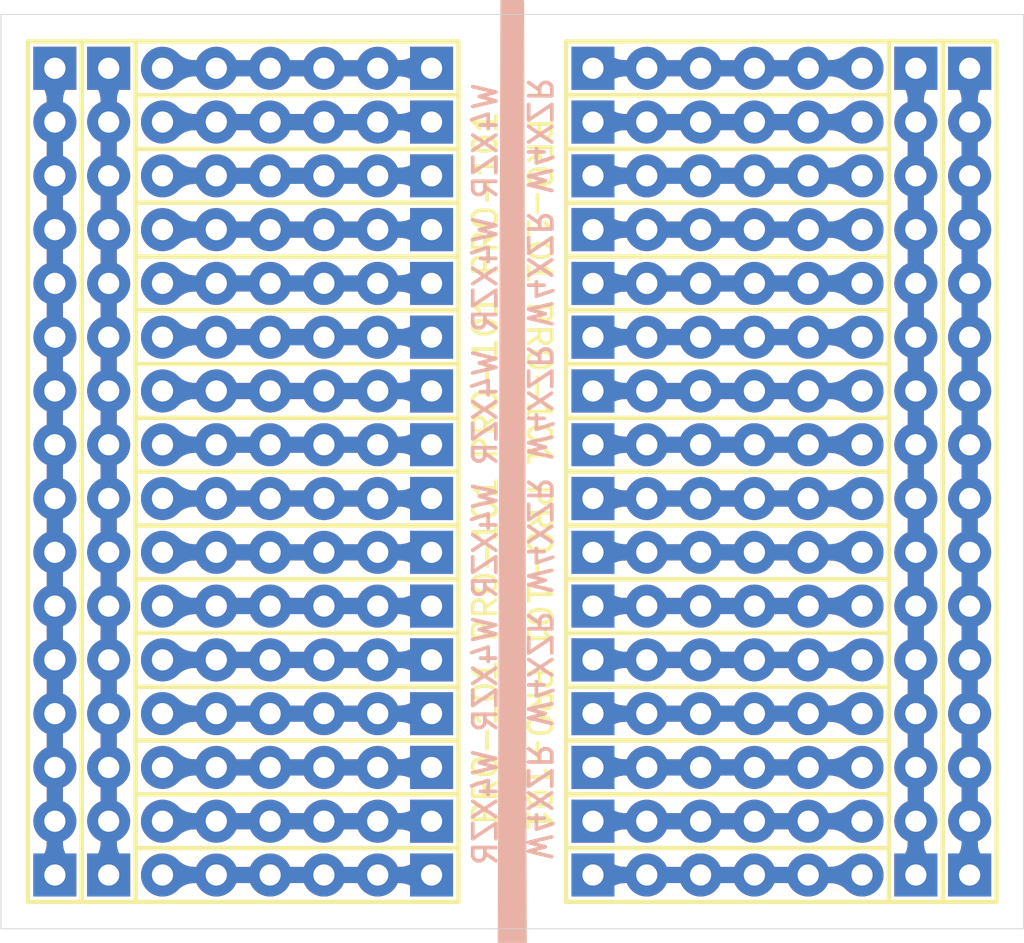
<source format=kicad_pcb>
(kicad_pcb (version 20171130) (host pcbnew 5.1.5-5.1.5)
  (title_block (rev 1))
  (layers (0 Front signal) (31 Back signal) (34 B.Paste user) (35 F.Paste user) (36 B.SilkS user) (37 F.SilkS user) (38 B.Mask user) (39 F.Mask user) (44 Edge.Cuts user))
  (net 0 "")
  (net 1 "Net-(J1-Pad1)")
  (net 2 "Net-(J2-Pad1)")
  (net 3 "Net-(J3-Pad1)")
  (net 4 "Net-(J4-Pad1)")
  (net 5 "Net-(J5-Pad1)")
  (net 6 "Net-(J6-Pad1)")
  (net 7 "Net-(J7-Pad1)")
  (net 8 "Net-(J8-Pad1)")
  (net 9 "Net-(J9-Pad1)")
  (net 10 "Net-(J10-Pad1)")
  (net 11 "Net-(J11-Pad1)")
  (net 12 "Net-(J12-Pad1)")
  (net 13 "Net-(J13-Pad1)")
  (net 14 "Net-(J14-Pad1)")
  (net 15 "Net-(J15-Pad1)")
  (net 16 "Net-(J16-Pad1)")
  (net 17 "Net-(J17-Pad1)")
  (net 18 "Net-(J18-Pad1)")
  (net 19 "Net-(J19-Pad1)")
  (net 20 "Net-(J20-Pad1)")
  (net 21 "Net-(J21-Pad1)")
  (net 22 "Net-(J22-Pad1)")
  (net 23 "Net-(J23-Pad1)")
  (net 24 "Net-(J24-Pad1)")
  (net 25 "Net-(J25-Pad1)")
  (net 26 "Net-(J26-Pad1)")
  (net 27 "Net-(J27-Pad1)")
  (net 28 "Net-(J28-Pad1)")
  (net 29 "Net-(J29-Pad1)")
  (net 30 "Net-(J30-Pad1)")
  (net 31 "Net-(J31-Pad1)")
  (net 32 "Net-(J32-Pad1)")
  (net 33 "Net-(J33-Pad1)")
  (net 34 "Net-(J34-Pad1)")
  (net 35 "Net-(J35-Pad1)")
  (net 36 "Net-(J36-Pad1)")
  (module PRO:PinHeader_1x16_P2.54mm_Vertical (layer Front) (at 117.475 26.035)
    (fp_text reference J4 hide)
    (fp_text value Conn_01x16_Male)
    (pad 1 thru_hole rect (at 0 0) (size 2.032 2.032) (drill 1) (layers *.Cu *.Mask) (net 4 "Net-(J4-Pad1)"))
    (pad 2 thru_hole oval (at 0 2.54) (size 2.032 2.032) (drill 1) (layers *.Cu *.Mask) (net 4 "Net-(J4-Pad1)"))
    (pad 3 thru_hole oval (at 0 5.08) (size 2.032 2.032) (drill 1) (layers *.Cu *.Mask) (net 4 "Net-(J4-Pad1)"))
    (pad 4 thru_hole oval (at 0 7.62) (size 2.032 2.032) (drill 1) (layers *.Cu *.Mask) (net 4 "Net-(J4-Pad1)"))
    (pad 5 thru_hole oval (at 0 10.16) (size 2.032 2.032) (drill 1) (layers *.Cu *.Mask) (net 4 "Net-(J4-Pad1)"))
    (pad 6 thru_hole oval (at 0 12.7) (size 2.032 2.032) (drill 1) (layers *.Cu *.Mask) (net 4 "Net-(J4-Pad1)"))
    (pad 7 thru_hole oval (at 0 15.24) (size 2.032 2.032) (drill 1) (layers *.Cu *.Mask) (net 4 "Net-(J4-Pad1)"))
    (pad 8 thru_hole oval (at 0 17.78) (size 2.032 2.032) (drill 1) (layers *.Cu *.Mask) (net 4 "Net-(J4-Pad1)"))
    (pad 9 thru_hole oval (at 0 20.32) (size 2.032 2.032) (drill 1) (layers *.Cu *.Mask) (net 4 "Net-(J4-Pad1)"))
    (pad 10 thru_hole oval (at 0 22.86) (size 2.032 2.032) (drill 1) (layers *.Cu *.Mask) (net 4 "Net-(J4-Pad1)"))
    (pad 11 thru_hole oval (at 0 25.4) (size 2.032 2.032) (drill 1) (layers *.Cu *.Mask) (net 4 "Net-(J4-Pad1)"))
    (pad 12 thru_hole oval (at 0 27.94) (size 2.032 2.032) (drill 1) (layers *.Cu *.Mask) (net 4 "Net-(J4-Pad1)"))
    (pad 13 thru_hole oval (at 0 30.48) (size 2.032 2.032) (drill 1) (layers *.Cu *.Mask) (net 4 "Net-(J4-Pad1)"))
    (pad 14 thru_hole oval (at 0 33.02) (size 2.032 2.032) (drill 1) (layers *.Cu *.Mask) (net 4 "Net-(J4-Pad1)"))
    (pad 15 thru_hole oval (at 0 35.56) (size 2.032 2.032) (drill 1) (layers *.Cu *.Mask) (net 4 "Net-(J4-Pad1)"))
    (pad 16 thru_hole rect (at 0 38.1) (size 2.032 2.032) (drill 1) (layers *.Cu *.Mask) (net 4 "Net-(J4-Pad1)"))
  )
  (module PRO:PinHeader_1x16_P2.54mm_Vertical (layer Front) (at 114.935 26.035)
    (fp_text reference J3 hide)
    (fp_text value Conn_01x16_Male)
    (pad 1 thru_hole rect (at 0 0) (size 2.032 2.032) (drill 1) (layers *.Cu *.Mask) (net 3 "Net-(J3-Pad1)"))
    (pad 2 thru_hole oval (at 0 2.54) (size 2.032 2.032) (drill 1) (layers *.Cu *.Mask) (net 3 "Net-(J3-Pad1)"))
    (pad 3 thru_hole oval (at 0 5.08) (size 2.032 2.032) (drill 1) (layers *.Cu *.Mask) (net 3 "Net-(J3-Pad1)"))
    (pad 4 thru_hole oval (at 0 7.62) (size 2.032 2.032) (drill 1) (layers *.Cu *.Mask) (net 3 "Net-(J3-Pad1)"))
    (pad 5 thru_hole oval (at 0 10.16) (size 2.032 2.032) (drill 1) (layers *.Cu *.Mask) (net 3 "Net-(J3-Pad1)"))
    (pad 6 thru_hole oval (at 0 12.7) (size 2.032 2.032) (drill 1) (layers *.Cu *.Mask) (net 3 "Net-(J3-Pad1)"))
    (pad 7 thru_hole oval (at 0 15.24) (size 2.032 2.032) (drill 1) (layers *.Cu *.Mask) (net 3 "Net-(J3-Pad1)"))
    (pad 8 thru_hole oval (at 0 17.78) (size 2.032 2.032) (drill 1) (layers *.Cu *.Mask) (net 3 "Net-(J3-Pad1)"))
    (pad 9 thru_hole oval (at 0 20.32) (size 2.032 2.032) (drill 1) (layers *.Cu *.Mask) (net 3 "Net-(J3-Pad1)"))
    (pad 10 thru_hole oval (at 0 22.86) (size 2.032 2.032) (drill 1) (layers *.Cu *.Mask) (net 3 "Net-(J3-Pad1)"))
    (pad 11 thru_hole oval (at 0 25.4) (size 2.032 2.032) (drill 1) (layers *.Cu *.Mask) (net 3 "Net-(J3-Pad1)"))
    (pad 12 thru_hole oval (at 0 27.94) (size 2.032 2.032) (drill 1) (layers *.Cu *.Mask) (net 3 "Net-(J3-Pad1)"))
    (pad 13 thru_hole oval (at 0 30.48) (size 2.032 2.032) (drill 1) (layers *.Cu *.Mask) (net 3 "Net-(J3-Pad1)"))
    (pad 14 thru_hole oval (at 0 33.02) (size 2.032 2.032) (drill 1) (layers *.Cu *.Mask) (net 3 "Net-(J3-Pad1)"))
    (pad 15 thru_hole oval (at 0 35.56) (size 2.032 2.032) (drill 1) (layers *.Cu *.Mask) (net 3 "Net-(J3-Pad1)"))
    (pad 16 thru_hole rect (at 0 38.1) (size 2.032 2.032) (drill 1) (layers *.Cu *.Mask) (net 3 "Net-(J3-Pad1)"))
  )
  (module PRO:PinHeader_1x16_P2.54mm_Vertical (layer Front) (at 76.835 26.035)
    (fp_text reference J2 hide)
    (fp_text value Conn_01x16_Male)
    (pad 1 thru_hole rect (at 0 0) (size 2.032 2.032) (drill 1) (layers *.Cu *.Mask) (net 2 "Net-(J2-Pad1)"))
    (pad 2 thru_hole oval (at 0 2.54) (size 2.032 2.032) (drill 1) (layers *.Cu *.Mask) (net 2 "Net-(J2-Pad1)"))
    (pad 3 thru_hole oval (at 0 5.08) (size 2.032 2.032) (drill 1) (layers *.Cu *.Mask) (net 2 "Net-(J2-Pad1)"))
    (pad 4 thru_hole oval (at 0 7.62) (size 2.032 2.032) (drill 1) (layers *.Cu *.Mask) (net 2 "Net-(J2-Pad1)"))
    (pad 5 thru_hole oval (at 0 10.16) (size 2.032 2.032) (drill 1) (layers *.Cu *.Mask) (net 2 "Net-(J2-Pad1)"))
    (pad 6 thru_hole oval (at 0 12.7) (size 2.032 2.032) (drill 1) (layers *.Cu *.Mask) (net 2 "Net-(J2-Pad1)"))
    (pad 7 thru_hole oval (at 0 15.24) (size 2.032 2.032) (drill 1) (layers *.Cu *.Mask) (net 2 "Net-(J2-Pad1)"))
    (pad 8 thru_hole oval (at 0 17.78) (size 2.032 2.032) (drill 1) (layers *.Cu *.Mask) (net 2 "Net-(J2-Pad1)"))
    (pad 9 thru_hole oval (at 0 20.32) (size 2.032 2.032) (drill 1) (layers *.Cu *.Mask) (net 2 "Net-(J2-Pad1)"))
    (pad 10 thru_hole oval (at 0 22.86) (size 2.032 2.032) (drill 1) (layers *.Cu *.Mask) (net 2 "Net-(J2-Pad1)"))
    (pad 11 thru_hole oval (at 0 25.4) (size 2.032 2.032) (drill 1) (layers *.Cu *.Mask) (net 2 "Net-(J2-Pad1)"))
    (pad 12 thru_hole oval (at 0 27.94) (size 2.032 2.032) (drill 1) (layers *.Cu *.Mask) (net 2 "Net-(J2-Pad1)"))
    (pad 13 thru_hole oval (at 0 30.48) (size 2.032 2.032) (drill 1) (layers *.Cu *.Mask) (net 2 "Net-(J2-Pad1)"))
    (pad 14 thru_hole oval (at 0 33.02) (size 2.032 2.032) (drill 1) (layers *.Cu *.Mask) (net 2 "Net-(J2-Pad1)"))
    (pad 15 thru_hole oval (at 0 35.56) (size 2.032 2.032) (drill 1) (layers *.Cu *.Mask) (net 2 "Net-(J2-Pad1)"))
    (pad 16 thru_hole rect (at 0 38.1) (size 2.032 2.032) (drill 1) (layers *.Cu *.Mask) (net 2 "Net-(J2-Pad1)"))
  )
  (module PRO:PinHeader_1x16_P2.54mm_Vertical (layer Front) (at 74.295 26.035)
    (fp_text reference J1 hide)
    (fp_text value Conn_01x16_Male)
    (pad 1 thru_hole rect (at 0 0) (size 2.032 2.032) (drill 1) (layers *.Cu *.Mask) (net 1 "Net-(J1-Pad1)"))
    (pad 2 thru_hole oval (at 0 2.54) (size 2.032 2.032) (drill 1) (layers *.Cu *.Mask) (net 1 "Net-(J1-Pad1)"))
    (pad 3 thru_hole oval (at 0 5.08) (size 2.032 2.032) (drill 1) (layers *.Cu *.Mask) (net 1 "Net-(J1-Pad1)"))
    (pad 4 thru_hole oval (at 0 7.62) (size 2.032 2.032) (drill 1) (layers *.Cu *.Mask) (net 1 "Net-(J1-Pad1)"))
    (pad 5 thru_hole oval (at 0 10.16) (size 2.032 2.032) (drill 1) (layers *.Cu *.Mask) (net 1 "Net-(J1-Pad1)"))
    (pad 6 thru_hole oval (at 0 12.7) (size 2.032 2.032) (drill 1) (layers *.Cu *.Mask) (net 1 "Net-(J1-Pad1)"))
    (pad 7 thru_hole oval (at 0 15.24) (size 2.032 2.032) (drill 1) (layers *.Cu *.Mask) (net 1 "Net-(J1-Pad1)"))
    (pad 8 thru_hole oval (at 0 17.78) (size 2.032 2.032) (drill 1) (layers *.Cu *.Mask) (net 1 "Net-(J1-Pad1)"))
    (pad 9 thru_hole oval (at 0 20.32) (size 2.032 2.032) (drill 1) (layers *.Cu *.Mask) (net 1 "Net-(J1-Pad1)"))
    (pad 10 thru_hole oval (at 0 22.86) (size 2.032 2.032) (drill 1) (layers *.Cu *.Mask) (net 1 "Net-(J1-Pad1)"))
    (pad 11 thru_hole oval (at 0 25.4) (size 2.032 2.032) (drill 1) (layers *.Cu *.Mask) (net 1 "Net-(J1-Pad1)"))
    (pad 12 thru_hole oval (at 0 27.94) (size 2.032 2.032) (drill 1) (layers *.Cu *.Mask) (net 1 "Net-(J1-Pad1)"))
    (pad 13 thru_hole oval (at 0 30.48) (size 2.032 2.032) (drill 1) (layers *.Cu *.Mask) (net 1 "Net-(J1-Pad1)"))
    (pad 14 thru_hole oval (at 0 33.02) (size 2.032 2.032) (drill 1) (layers *.Cu *.Mask) (net 1 "Net-(J1-Pad1)"))
    (pad 15 thru_hole oval (at 0 35.56) (size 2.032 2.032) (drill 1) (layers *.Cu *.Mask) (net 1 "Net-(J1-Pad1)"))
    (pad 16 thru_hole rect (at 0 38.1) (size 2.032 2.032) (drill 1) (layers *.Cu *.Mask) (net 1 "Net-(J1-Pad1)"))
  )
  (module PRO:PinHeader_1x06_P2.54mm_Vertical (layer Front) (at 99.695 64.135 90)
    (fp_text reference J36 hide)
    (fp_text value Conn_01x06_Male)
    (pad 6 thru_hole oval (at 0 12.7 90) (size 2.032 2.032) (drill 1) (layers *.Cu *.Mask) (net 36 "Net-(J36-Pad1)"))
    (pad 5 thru_hole oval (at 0 10.16 90) (size 2.032 2.032) (drill 1) (layers *.Cu *.Mask) (net 36 "Net-(J36-Pad1)"))
    (pad 4 thru_hole oval (at 0 7.62 90) (size 2.032 2.032) (drill 1) (layers *.Cu *.Mask) (net 36 "Net-(J36-Pad1)"))
    (pad 3 thru_hole oval (at 0 5.08 90) (size 2.032 2.032) (drill 1) (layers *.Cu *.Mask) (net 36 "Net-(J36-Pad1)"))
    (pad 2 thru_hole oval (at 0 2.54 90) (size 2.032 2.032) (drill 1) (layers *.Cu *.Mask) (net 36 "Net-(J36-Pad1)"))
    (pad 1 thru_hole rect (at 0 0 90) (size 2.032 2.032) (drill 1) (layers *.Cu *.Mask) (net 36 "Net-(J36-Pad1)"))
  )
  (module PRO:PinHeader_1x06_P2.54mm_Vertical (layer Front) (at 99.695 61.595 90)
    (fp_text reference J35 hide)
    (fp_text value Conn_01x06_Male)
    (pad 6 thru_hole oval (at 0 12.7 90) (size 2.032 2.032) (drill 1) (layers *.Cu *.Mask) (net 35 "Net-(J35-Pad1)"))
    (pad 5 thru_hole oval (at 0 10.16 90) (size 2.032 2.032) (drill 1) (layers *.Cu *.Mask) (net 35 "Net-(J35-Pad1)"))
    (pad 4 thru_hole oval (at 0 7.62 90) (size 2.032 2.032) (drill 1) (layers *.Cu *.Mask) (net 35 "Net-(J35-Pad1)"))
    (pad 3 thru_hole oval (at 0 5.08 90) (size 2.032 2.032) (drill 1) (layers *.Cu *.Mask) (net 35 "Net-(J35-Pad1)"))
    (pad 2 thru_hole oval (at 0 2.54 90) (size 2.032 2.032) (drill 1) (layers *.Cu *.Mask) (net 35 "Net-(J35-Pad1)"))
    (pad 1 thru_hole rect (at 0 0 90) (size 2.032 2.032) (drill 1) (layers *.Cu *.Mask) (net 35 "Net-(J35-Pad1)"))
  )
  (module PRO:PinHeader_1x06_P2.54mm_Vertical (layer Front) (at 99.695 59.055 90)
    (fp_text reference J34 hide)
    (fp_text value Conn_01x06_Male)
    (pad 6 thru_hole oval (at 0 12.7 90) (size 2.032 2.032) (drill 1) (layers *.Cu *.Mask) (net 34 "Net-(J34-Pad1)"))
    (pad 5 thru_hole oval (at 0 10.16 90) (size 2.032 2.032) (drill 1) (layers *.Cu *.Mask) (net 34 "Net-(J34-Pad1)"))
    (pad 4 thru_hole oval (at 0 7.62 90) (size 2.032 2.032) (drill 1) (layers *.Cu *.Mask) (net 34 "Net-(J34-Pad1)"))
    (pad 3 thru_hole oval (at 0 5.08 90) (size 2.032 2.032) (drill 1) (layers *.Cu *.Mask) (net 34 "Net-(J34-Pad1)"))
    (pad 2 thru_hole oval (at 0 2.54 90) (size 2.032 2.032) (drill 1) (layers *.Cu *.Mask) (net 34 "Net-(J34-Pad1)"))
    (pad 1 thru_hole rect (at 0 0 90) (size 2.032 2.032) (drill 1) (layers *.Cu *.Mask) (net 34 "Net-(J34-Pad1)"))
  )
  (module PRO:PinHeader_1x06_P2.54mm_Vertical (layer Front) (at 99.695 56.515 90)
    (fp_text reference J33 hide)
    (fp_text value Conn_01x06_Male)
    (pad 6 thru_hole oval (at 0 12.7 90) (size 2.032 2.032) (drill 1) (layers *.Cu *.Mask) (net 33 "Net-(J33-Pad1)"))
    (pad 5 thru_hole oval (at 0 10.16 90) (size 2.032 2.032) (drill 1) (layers *.Cu *.Mask) (net 33 "Net-(J33-Pad1)"))
    (pad 4 thru_hole oval (at 0 7.62 90) (size 2.032 2.032) (drill 1) (layers *.Cu *.Mask) (net 33 "Net-(J33-Pad1)"))
    (pad 3 thru_hole oval (at 0 5.08 90) (size 2.032 2.032) (drill 1) (layers *.Cu *.Mask) (net 33 "Net-(J33-Pad1)"))
    (pad 2 thru_hole oval (at 0 2.54 90) (size 2.032 2.032) (drill 1) (layers *.Cu *.Mask) (net 33 "Net-(J33-Pad1)"))
    (pad 1 thru_hole rect (at 0 0 90) (size 2.032 2.032) (drill 1) (layers *.Cu *.Mask) (net 33 "Net-(J33-Pad1)"))
  )
  (module PRO:PinHeader_1x06_P2.54mm_Vertical (layer Front) (at 99.695 53.975 90)
    (fp_text reference J32 hide)
    (fp_text value Conn_01x06_Male)
    (pad 6 thru_hole oval (at 0 12.7 90) (size 2.032 2.032) (drill 1) (layers *.Cu *.Mask) (net 32 "Net-(J32-Pad1)"))
    (pad 5 thru_hole oval (at 0 10.16 90) (size 2.032 2.032) (drill 1) (layers *.Cu *.Mask) (net 32 "Net-(J32-Pad1)"))
    (pad 4 thru_hole oval (at 0 7.62 90) (size 2.032 2.032) (drill 1) (layers *.Cu *.Mask) (net 32 "Net-(J32-Pad1)"))
    (pad 3 thru_hole oval (at 0 5.08 90) (size 2.032 2.032) (drill 1) (layers *.Cu *.Mask) (net 32 "Net-(J32-Pad1)"))
    (pad 2 thru_hole oval (at 0 2.54 90) (size 2.032 2.032) (drill 1) (layers *.Cu *.Mask) (net 32 "Net-(J32-Pad1)"))
    (pad 1 thru_hole rect (at 0 0 90) (size 2.032 2.032) (drill 1) (layers *.Cu *.Mask) (net 32 "Net-(J32-Pad1)"))
  )
  (module PRO:PinHeader_1x06_P2.54mm_Vertical (layer Front) (at 99.695 51.435 90)
    (fp_text reference J31 hide)
    (fp_text value Conn_01x06_Male)
    (pad 6 thru_hole oval (at 0 12.7 90) (size 2.032 2.032) (drill 1) (layers *.Cu *.Mask) (net 31 "Net-(J31-Pad1)"))
    (pad 5 thru_hole oval (at 0 10.16 90) (size 2.032 2.032) (drill 1) (layers *.Cu *.Mask) (net 31 "Net-(J31-Pad1)"))
    (pad 4 thru_hole oval (at 0 7.62 90) (size 2.032 2.032) (drill 1) (layers *.Cu *.Mask) (net 31 "Net-(J31-Pad1)"))
    (pad 3 thru_hole oval (at 0 5.08 90) (size 2.032 2.032) (drill 1) (layers *.Cu *.Mask) (net 31 "Net-(J31-Pad1)"))
    (pad 2 thru_hole oval (at 0 2.54 90) (size 2.032 2.032) (drill 1) (layers *.Cu *.Mask) (net 31 "Net-(J31-Pad1)"))
    (pad 1 thru_hole rect (at 0 0 90) (size 2.032 2.032) (drill 1) (layers *.Cu *.Mask) (net 31 "Net-(J31-Pad1)"))
  )
  (module PRO:PinHeader_1x06_P2.54mm_Vertical (layer Front) (at 99.695 48.895 90)
    (fp_text reference J30 hide)
    (fp_text value Conn_01x06_Male)
    (pad 6 thru_hole oval (at 0 12.7 90) (size 2.032 2.032) (drill 1) (layers *.Cu *.Mask) (net 30 "Net-(J30-Pad1)"))
    (pad 5 thru_hole oval (at 0 10.16 90) (size 2.032 2.032) (drill 1) (layers *.Cu *.Mask) (net 30 "Net-(J30-Pad1)"))
    (pad 4 thru_hole oval (at 0 7.62 90) (size 2.032 2.032) (drill 1) (layers *.Cu *.Mask) (net 30 "Net-(J30-Pad1)"))
    (pad 3 thru_hole oval (at 0 5.08 90) (size 2.032 2.032) (drill 1) (layers *.Cu *.Mask) (net 30 "Net-(J30-Pad1)"))
    (pad 2 thru_hole oval (at 0 2.54 90) (size 2.032 2.032) (drill 1) (layers *.Cu *.Mask) (net 30 "Net-(J30-Pad1)"))
    (pad 1 thru_hole rect (at 0 0 90) (size 2.032 2.032) (drill 1) (layers *.Cu *.Mask) (net 30 "Net-(J30-Pad1)"))
  )
  (module PRO:PinHeader_1x06_P2.54mm_Vertical (layer Front) (at 99.695 46.355 90)
    (fp_text reference J29 hide)
    (fp_text value Conn_01x06_Male)
    (pad 6 thru_hole oval (at 0 12.7 90) (size 2.032 2.032) (drill 1) (layers *.Cu *.Mask) (net 29 "Net-(J29-Pad1)"))
    (pad 5 thru_hole oval (at 0 10.16 90) (size 2.032 2.032) (drill 1) (layers *.Cu *.Mask) (net 29 "Net-(J29-Pad1)"))
    (pad 4 thru_hole oval (at 0 7.62 90) (size 2.032 2.032) (drill 1) (layers *.Cu *.Mask) (net 29 "Net-(J29-Pad1)"))
    (pad 3 thru_hole oval (at 0 5.08 90) (size 2.032 2.032) (drill 1) (layers *.Cu *.Mask) (net 29 "Net-(J29-Pad1)"))
    (pad 2 thru_hole oval (at 0 2.54 90) (size 2.032 2.032) (drill 1) (layers *.Cu *.Mask) (net 29 "Net-(J29-Pad1)"))
    (pad 1 thru_hole rect (at 0 0 90) (size 2.032 2.032) (drill 1) (layers *.Cu *.Mask) (net 29 "Net-(J29-Pad1)"))
  )
  (module PRO:PinHeader_1x06_P2.54mm_Vertical (layer Front) (at 99.695 43.815 90)
    (fp_text reference J28 hide)
    (fp_text value Conn_01x06_Male)
    (pad 6 thru_hole oval (at 0 12.7 90) (size 2.032 2.032) (drill 1) (layers *.Cu *.Mask) (net 28 "Net-(J28-Pad1)"))
    (pad 5 thru_hole oval (at 0 10.16 90) (size 2.032 2.032) (drill 1) (layers *.Cu *.Mask) (net 28 "Net-(J28-Pad1)"))
    (pad 4 thru_hole oval (at 0 7.62 90) (size 2.032 2.032) (drill 1) (layers *.Cu *.Mask) (net 28 "Net-(J28-Pad1)"))
    (pad 3 thru_hole oval (at 0 5.08 90) (size 2.032 2.032) (drill 1) (layers *.Cu *.Mask) (net 28 "Net-(J28-Pad1)"))
    (pad 2 thru_hole oval (at 0 2.54 90) (size 2.032 2.032) (drill 1) (layers *.Cu *.Mask) (net 28 "Net-(J28-Pad1)"))
    (pad 1 thru_hole rect (at 0 0 90) (size 2.032 2.032) (drill 1) (layers *.Cu *.Mask) (net 28 "Net-(J28-Pad1)"))
  )
  (module PRO:PinHeader_1x06_P2.54mm_Vertical (layer Front) (at 99.695 41.275 90)
    (fp_text reference J27 hide)
    (fp_text value Conn_01x06_Male)
    (pad 6 thru_hole oval (at 0 12.7 90) (size 2.032 2.032) (drill 1) (layers *.Cu *.Mask) (net 27 "Net-(J27-Pad1)"))
    (pad 5 thru_hole oval (at 0 10.16 90) (size 2.032 2.032) (drill 1) (layers *.Cu *.Mask) (net 27 "Net-(J27-Pad1)"))
    (pad 4 thru_hole oval (at 0 7.62 90) (size 2.032 2.032) (drill 1) (layers *.Cu *.Mask) (net 27 "Net-(J27-Pad1)"))
    (pad 3 thru_hole oval (at 0 5.08 90) (size 2.032 2.032) (drill 1) (layers *.Cu *.Mask) (net 27 "Net-(J27-Pad1)"))
    (pad 2 thru_hole oval (at 0 2.54 90) (size 2.032 2.032) (drill 1) (layers *.Cu *.Mask) (net 27 "Net-(J27-Pad1)"))
    (pad 1 thru_hole rect (at 0 0 90) (size 2.032 2.032) (drill 1) (layers *.Cu *.Mask) (net 27 "Net-(J27-Pad1)"))
  )
  (module PRO:PinHeader_1x06_P2.54mm_Vertical (layer Front) (at 99.695 38.735 90)
    (fp_text reference J26 hide)
    (fp_text value Conn_01x06_Male)
    (pad 6 thru_hole oval (at 0 12.7 90) (size 2.032 2.032) (drill 1) (layers *.Cu *.Mask) (net 26 "Net-(J26-Pad1)"))
    (pad 5 thru_hole oval (at 0 10.16 90) (size 2.032 2.032) (drill 1) (layers *.Cu *.Mask) (net 26 "Net-(J26-Pad1)"))
    (pad 4 thru_hole oval (at 0 7.62 90) (size 2.032 2.032) (drill 1) (layers *.Cu *.Mask) (net 26 "Net-(J26-Pad1)"))
    (pad 3 thru_hole oval (at 0 5.08 90) (size 2.032 2.032) (drill 1) (layers *.Cu *.Mask) (net 26 "Net-(J26-Pad1)"))
    (pad 2 thru_hole oval (at 0 2.54 90) (size 2.032 2.032) (drill 1) (layers *.Cu *.Mask) (net 26 "Net-(J26-Pad1)"))
    (pad 1 thru_hole rect (at 0 0 90) (size 2.032 2.032) (drill 1) (layers *.Cu *.Mask) (net 26 "Net-(J26-Pad1)"))
  )
  (module PRO:PinHeader_1x06_P2.54mm_Vertical (layer Front) (at 99.695 36.195 90)
    (fp_text reference J25 hide)
    (fp_text value Conn_01x06_Male)
    (pad 6 thru_hole oval (at 0 12.7 90) (size 2.032 2.032) (drill 1) (layers *.Cu *.Mask) (net 25 "Net-(J25-Pad1)"))
    (pad 5 thru_hole oval (at 0 10.16 90) (size 2.032 2.032) (drill 1) (layers *.Cu *.Mask) (net 25 "Net-(J25-Pad1)"))
    (pad 4 thru_hole oval (at 0 7.62 90) (size 2.032 2.032) (drill 1) (layers *.Cu *.Mask) (net 25 "Net-(J25-Pad1)"))
    (pad 3 thru_hole oval (at 0 5.08 90) (size 2.032 2.032) (drill 1) (layers *.Cu *.Mask) (net 25 "Net-(J25-Pad1)"))
    (pad 2 thru_hole oval (at 0 2.54 90) (size 2.032 2.032) (drill 1) (layers *.Cu *.Mask) (net 25 "Net-(J25-Pad1)"))
    (pad 1 thru_hole rect (at 0 0 90) (size 2.032 2.032) (drill 1) (layers *.Cu *.Mask) (net 25 "Net-(J25-Pad1)"))
  )
  (module PRO:PinHeader_1x06_P2.54mm_Vertical (layer Front) (at 99.695 33.655 90)
    (fp_text reference J24 hide)
    (fp_text value Conn_01x06_Male)
    (pad 6 thru_hole oval (at 0 12.7 90) (size 2.032 2.032) (drill 1) (layers *.Cu *.Mask) (net 24 "Net-(J24-Pad1)"))
    (pad 5 thru_hole oval (at 0 10.16 90) (size 2.032 2.032) (drill 1) (layers *.Cu *.Mask) (net 24 "Net-(J24-Pad1)"))
    (pad 4 thru_hole oval (at 0 7.62 90) (size 2.032 2.032) (drill 1) (layers *.Cu *.Mask) (net 24 "Net-(J24-Pad1)"))
    (pad 3 thru_hole oval (at 0 5.08 90) (size 2.032 2.032) (drill 1) (layers *.Cu *.Mask) (net 24 "Net-(J24-Pad1)"))
    (pad 2 thru_hole oval (at 0 2.54 90) (size 2.032 2.032) (drill 1) (layers *.Cu *.Mask) (net 24 "Net-(J24-Pad1)"))
    (pad 1 thru_hole rect (at 0 0 90) (size 2.032 2.032) (drill 1) (layers *.Cu *.Mask) (net 24 "Net-(J24-Pad1)"))
  )
  (module PRO:PinHeader_1x06_P2.54mm_Vertical (layer Front) (at 99.695 31.115 90)
    (fp_text reference J23 hide)
    (fp_text value Conn_01x06_Male)
    (pad 6 thru_hole oval (at 0 12.7 90) (size 2.032 2.032) (drill 1) (layers *.Cu *.Mask) (net 23 "Net-(J23-Pad1)"))
    (pad 5 thru_hole oval (at 0 10.16 90) (size 2.032 2.032) (drill 1) (layers *.Cu *.Mask) (net 23 "Net-(J23-Pad1)"))
    (pad 4 thru_hole oval (at 0 7.62 90) (size 2.032 2.032) (drill 1) (layers *.Cu *.Mask) (net 23 "Net-(J23-Pad1)"))
    (pad 3 thru_hole oval (at 0 5.08 90) (size 2.032 2.032) (drill 1) (layers *.Cu *.Mask) (net 23 "Net-(J23-Pad1)"))
    (pad 2 thru_hole oval (at 0 2.54 90) (size 2.032 2.032) (drill 1) (layers *.Cu *.Mask) (net 23 "Net-(J23-Pad1)"))
    (pad 1 thru_hole rect (at 0 0 90) (size 2.032 2.032) (drill 1) (layers *.Cu *.Mask) (net 23 "Net-(J23-Pad1)"))
  )
  (module PRO:PinHeader_1x06_P2.54mm_Vertical (layer Front) (at 99.695 28.575 90)
    (fp_text reference J22 hide)
    (fp_text value Conn_01x06_Male)
    (pad 6 thru_hole oval (at 0 12.7 90) (size 2.032 2.032) (drill 1) (layers *.Cu *.Mask) (net 22 "Net-(J22-Pad1)"))
    (pad 5 thru_hole oval (at 0 10.16 90) (size 2.032 2.032) (drill 1) (layers *.Cu *.Mask) (net 22 "Net-(J22-Pad1)"))
    (pad 4 thru_hole oval (at 0 7.62 90) (size 2.032 2.032) (drill 1) (layers *.Cu *.Mask) (net 22 "Net-(J22-Pad1)"))
    (pad 3 thru_hole oval (at 0 5.08 90) (size 2.032 2.032) (drill 1) (layers *.Cu *.Mask) (net 22 "Net-(J22-Pad1)"))
    (pad 2 thru_hole oval (at 0 2.54 90) (size 2.032 2.032) (drill 1) (layers *.Cu *.Mask) (net 22 "Net-(J22-Pad1)"))
    (pad 1 thru_hole rect (at 0 0 90) (size 2.032 2.032) (drill 1) (layers *.Cu *.Mask) (net 22 "Net-(J22-Pad1)"))
  )
  (module PRO:PinHeader_1x06_P2.54mm_Vertical (layer Front) (at 92.075 64.135 270)
    (fp_text reference J20 hide)
    (fp_text value Conn_01x06_Male)
    (pad 6 thru_hole oval (at 0 12.7 270) (size 2.032 2.032) (drill 1) (layers *.Cu *.Mask) (net 20 "Net-(J20-Pad1)"))
    (pad 5 thru_hole oval (at 0 10.16 270) (size 2.032 2.032) (drill 1) (layers *.Cu *.Mask) (net 20 "Net-(J20-Pad1)"))
    (pad 4 thru_hole oval (at 0 7.62 270) (size 2.032 2.032) (drill 1) (layers *.Cu *.Mask) (net 20 "Net-(J20-Pad1)"))
    (pad 3 thru_hole oval (at 0 5.08 270) (size 2.032 2.032) (drill 1) (layers *.Cu *.Mask) (net 20 "Net-(J20-Pad1)"))
    (pad 2 thru_hole oval (at 0 2.54 270) (size 2.032 2.032) (drill 1) (layers *.Cu *.Mask) (net 20 "Net-(J20-Pad1)"))
    (pad 1 thru_hole rect (at 0 0 270) (size 2.032 2.032) (drill 1) (layers *.Cu *.Mask) (net 20 "Net-(J20-Pad1)"))
  )
  (module PRO:PinHeader_1x06_P2.54mm_Vertical (layer Front) (at 92.075 61.595 270)
    (fp_text reference J19 hide)
    (fp_text value Conn_01x06_Male)
    (pad 6 thru_hole oval (at 0 12.7 270) (size 2.032 2.032) (drill 1) (layers *.Cu *.Mask) (net 19 "Net-(J19-Pad1)"))
    (pad 5 thru_hole oval (at 0 10.16 270) (size 2.032 2.032) (drill 1) (layers *.Cu *.Mask) (net 19 "Net-(J19-Pad1)"))
    (pad 4 thru_hole oval (at 0 7.62 270) (size 2.032 2.032) (drill 1) (layers *.Cu *.Mask) (net 19 "Net-(J19-Pad1)"))
    (pad 3 thru_hole oval (at 0 5.08 270) (size 2.032 2.032) (drill 1) (layers *.Cu *.Mask) (net 19 "Net-(J19-Pad1)"))
    (pad 2 thru_hole oval (at 0 2.54 270) (size 2.032 2.032) (drill 1) (layers *.Cu *.Mask) (net 19 "Net-(J19-Pad1)"))
    (pad 1 thru_hole rect (at 0 0 270) (size 2.032 2.032) (drill 1) (layers *.Cu *.Mask) (net 19 "Net-(J19-Pad1)"))
  )
  (module PRO:PinHeader_1x06_P2.54mm_Vertical (layer Front) (at 92.075 59.055 270)
    (fp_text reference J18 hide)
    (fp_text value Conn_01x06_Male)
    (pad 6 thru_hole oval (at 0 12.7 270) (size 2.032 2.032) (drill 1) (layers *.Cu *.Mask) (net 18 "Net-(J18-Pad1)"))
    (pad 5 thru_hole oval (at 0 10.16 270) (size 2.032 2.032) (drill 1) (layers *.Cu *.Mask) (net 18 "Net-(J18-Pad1)"))
    (pad 4 thru_hole oval (at 0 7.62 270) (size 2.032 2.032) (drill 1) (layers *.Cu *.Mask) (net 18 "Net-(J18-Pad1)"))
    (pad 3 thru_hole oval (at 0 5.08 270) (size 2.032 2.032) (drill 1) (layers *.Cu *.Mask) (net 18 "Net-(J18-Pad1)"))
    (pad 2 thru_hole oval (at 0 2.54 270) (size 2.032 2.032) (drill 1) (layers *.Cu *.Mask) (net 18 "Net-(J18-Pad1)"))
    (pad 1 thru_hole rect (at 0 0 270) (size 2.032 2.032) (drill 1) (layers *.Cu *.Mask) (net 18 "Net-(J18-Pad1)"))
  )
  (module PRO:PinHeader_1x06_P2.54mm_Vertical (layer Front) (at 92.075 56.515 270)
    (fp_text reference J17 hide)
    (fp_text value Conn_01x06_Male)
    (pad 6 thru_hole oval (at 0 12.7 270) (size 2.032 2.032) (drill 1) (layers *.Cu *.Mask) (net 17 "Net-(J17-Pad1)"))
    (pad 5 thru_hole oval (at 0 10.16 270) (size 2.032 2.032) (drill 1) (layers *.Cu *.Mask) (net 17 "Net-(J17-Pad1)"))
    (pad 4 thru_hole oval (at 0 7.62 270) (size 2.032 2.032) (drill 1) (layers *.Cu *.Mask) (net 17 "Net-(J17-Pad1)"))
    (pad 3 thru_hole oval (at 0 5.08 270) (size 2.032 2.032) (drill 1) (layers *.Cu *.Mask) (net 17 "Net-(J17-Pad1)"))
    (pad 2 thru_hole oval (at 0 2.54 270) (size 2.032 2.032) (drill 1) (layers *.Cu *.Mask) (net 17 "Net-(J17-Pad1)"))
    (pad 1 thru_hole rect (at 0 0 270) (size 2.032 2.032) (drill 1) (layers *.Cu *.Mask) (net 17 "Net-(J17-Pad1)"))
  )
  (module PRO:PinHeader_1x06_P2.54mm_Vertical (layer Front) (at 92.075 53.975 270)
    (fp_text reference J16 hide)
    (fp_text value Conn_01x06_Male)
    (pad 6 thru_hole oval (at 0 12.7 270) (size 2.032 2.032) (drill 1) (layers *.Cu *.Mask) (net 16 "Net-(J16-Pad1)"))
    (pad 5 thru_hole oval (at 0 10.16 270) (size 2.032 2.032) (drill 1) (layers *.Cu *.Mask) (net 16 "Net-(J16-Pad1)"))
    (pad 4 thru_hole oval (at 0 7.62 270) (size 2.032 2.032) (drill 1) (layers *.Cu *.Mask) (net 16 "Net-(J16-Pad1)"))
    (pad 3 thru_hole oval (at 0 5.08 270) (size 2.032 2.032) (drill 1) (layers *.Cu *.Mask) (net 16 "Net-(J16-Pad1)"))
    (pad 2 thru_hole oval (at 0 2.54 270) (size 2.032 2.032) (drill 1) (layers *.Cu *.Mask) (net 16 "Net-(J16-Pad1)"))
    (pad 1 thru_hole rect (at 0 0 270) (size 2.032 2.032) (drill 1) (layers *.Cu *.Mask) (net 16 "Net-(J16-Pad1)"))
  )
  (module PRO:PinHeader_1x06_P2.54mm_Vertical (layer Front) (at 92.075 51.435 270)
    (fp_text reference J15 hide)
    (fp_text value Conn_01x06_Male)
    (pad 6 thru_hole oval (at 0 12.7 270) (size 2.032 2.032) (drill 1) (layers *.Cu *.Mask) (net 15 "Net-(J15-Pad1)"))
    (pad 5 thru_hole oval (at 0 10.16 270) (size 2.032 2.032) (drill 1) (layers *.Cu *.Mask) (net 15 "Net-(J15-Pad1)"))
    (pad 4 thru_hole oval (at 0 7.62 270) (size 2.032 2.032) (drill 1) (layers *.Cu *.Mask) (net 15 "Net-(J15-Pad1)"))
    (pad 3 thru_hole oval (at 0 5.08 270) (size 2.032 2.032) (drill 1) (layers *.Cu *.Mask) (net 15 "Net-(J15-Pad1)"))
    (pad 2 thru_hole oval (at 0 2.54 270) (size 2.032 2.032) (drill 1) (layers *.Cu *.Mask) (net 15 "Net-(J15-Pad1)"))
    (pad 1 thru_hole rect (at 0 0 270) (size 2.032 2.032) (drill 1) (layers *.Cu *.Mask) (net 15 "Net-(J15-Pad1)"))
  )
  (module PRO:PinHeader_1x06_P2.54mm_Vertical (layer Front) (at 92.075 48.895 270)
    (fp_text reference J14 hide)
    (fp_text value Conn_01x06_Male)
    (pad 6 thru_hole oval (at 0 12.7 270) (size 2.032 2.032) (drill 1) (layers *.Cu *.Mask) (net 14 "Net-(J14-Pad1)"))
    (pad 5 thru_hole oval (at 0 10.16 270) (size 2.032 2.032) (drill 1) (layers *.Cu *.Mask) (net 14 "Net-(J14-Pad1)"))
    (pad 4 thru_hole oval (at 0 7.62 270) (size 2.032 2.032) (drill 1) (layers *.Cu *.Mask) (net 14 "Net-(J14-Pad1)"))
    (pad 3 thru_hole oval (at 0 5.08 270) (size 2.032 2.032) (drill 1) (layers *.Cu *.Mask) (net 14 "Net-(J14-Pad1)"))
    (pad 2 thru_hole oval (at 0 2.54 270) (size 2.032 2.032) (drill 1) (layers *.Cu *.Mask) (net 14 "Net-(J14-Pad1)"))
    (pad 1 thru_hole rect (at 0 0 270) (size 2.032 2.032) (drill 1) (layers *.Cu *.Mask) (net 14 "Net-(J14-Pad1)"))
  )
  (module PRO:PinHeader_1x06_P2.54mm_Vertical (layer Front) (at 92.075 46.355 270)
    (fp_text reference J13 hide)
    (fp_text value Conn_01x06_Male)
    (pad 6 thru_hole oval (at 0 12.7 270) (size 2.032 2.032) (drill 1) (layers *.Cu *.Mask) (net 13 "Net-(J13-Pad1)"))
    (pad 5 thru_hole oval (at 0 10.16 270) (size 2.032 2.032) (drill 1) (layers *.Cu *.Mask) (net 13 "Net-(J13-Pad1)"))
    (pad 4 thru_hole oval (at 0 7.62 270) (size 2.032 2.032) (drill 1) (layers *.Cu *.Mask) (net 13 "Net-(J13-Pad1)"))
    (pad 3 thru_hole oval (at 0 5.08 270) (size 2.032 2.032) (drill 1) (layers *.Cu *.Mask) (net 13 "Net-(J13-Pad1)"))
    (pad 2 thru_hole oval (at 0 2.54 270) (size 2.032 2.032) (drill 1) (layers *.Cu *.Mask) (net 13 "Net-(J13-Pad1)"))
    (pad 1 thru_hole rect (at 0 0 270) (size 2.032 2.032) (drill 1) (layers *.Cu *.Mask) (net 13 "Net-(J13-Pad1)"))
  )
  (module PRO:PinHeader_1x06_P2.54mm_Vertical (layer Front) (at 92.075 43.815 270)
    (fp_text reference J12 hide)
    (fp_text value Conn_01x06_Male)
    (pad 6 thru_hole oval (at 0 12.7 270) (size 2.032 2.032) (drill 1) (layers *.Cu *.Mask) (net 12 "Net-(J12-Pad1)"))
    (pad 5 thru_hole oval (at 0 10.16 270) (size 2.032 2.032) (drill 1) (layers *.Cu *.Mask) (net 12 "Net-(J12-Pad1)"))
    (pad 4 thru_hole oval (at 0 7.62 270) (size 2.032 2.032) (drill 1) (layers *.Cu *.Mask) (net 12 "Net-(J12-Pad1)"))
    (pad 3 thru_hole oval (at 0 5.08 270) (size 2.032 2.032) (drill 1) (layers *.Cu *.Mask) (net 12 "Net-(J12-Pad1)"))
    (pad 2 thru_hole oval (at 0 2.54 270) (size 2.032 2.032) (drill 1) (layers *.Cu *.Mask) (net 12 "Net-(J12-Pad1)"))
    (pad 1 thru_hole rect (at 0 0 270) (size 2.032 2.032) (drill 1) (layers *.Cu *.Mask) (net 12 "Net-(J12-Pad1)"))
  )
  (module PRO:PinHeader_1x06_P2.54mm_Vertical (layer Front) (at 92.075 41.275 270)
    (fp_text reference J11 hide)
    (fp_text value Conn_01x06_Male)
    (pad 6 thru_hole oval (at 0 12.7 270) (size 2.032 2.032) (drill 1) (layers *.Cu *.Mask) (net 11 "Net-(J11-Pad1)"))
    (pad 5 thru_hole oval (at 0 10.16 270) (size 2.032 2.032) (drill 1) (layers *.Cu *.Mask) (net 11 "Net-(J11-Pad1)"))
    (pad 4 thru_hole oval (at 0 7.62 270) (size 2.032 2.032) (drill 1) (layers *.Cu *.Mask) (net 11 "Net-(J11-Pad1)"))
    (pad 3 thru_hole oval (at 0 5.08 270) (size 2.032 2.032) (drill 1) (layers *.Cu *.Mask) (net 11 "Net-(J11-Pad1)"))
    (pad 2 thru_hole oval (at 0 2.54 270) (size 2.032 2.032) (drill 1) (layers *.Cu *.Mask) (net 11 "Net-(J11-Pad1)"))
    (pad 1 thru_hole rect (at 0 0 270) (size 2.032 2.032) (drill 1) (layers *.Cu *.Mask) (net 11 "Net-(J11-Pad1)"))
  )
  (module PRO:PinHeader_1x06_P2.54mm_Vertical (layer Front) (at 92.075 38.735 270)
    (fp_text reference J10 hide)
    (fp_text value Conn_01x06_Male)
    (pad 6 thru_hole oval (at 0 12.7 270) (size 2.032 2.032) (drill 1) (layers *.Cu *.Mask) (net 10 "Net-(J10-Pad1)"))
    (pad 5 thru_hole oval (at 0 10.16 270) (size 2.032 2.032) (drill 1) (layers *.Cu *.Mask) (net 10 "Net-(J10-Pad1)"))
    (pad 4 thru_hole oval (at 0 7.62 270) (size 2.032 2.032) (drill 1) (layers *.Cu *.Mask) (net 10 "Net-(J10-Pad1)"))
    (pad 3 thru_hole oval (at 0 5.08 270) (size 2.032 2.032) (drill 1) (layers *.Cu *.Mask) (net 10 "Net-(J10-Pad1)"))
    (pad 2 thru_hole oval (at 0 2.54 270) (size 2.032 2.032) (drill 1) (layers *.Cu *.Mask) (net 10 "Net-(J10-Pad1)"))
    (pad 1 thru_hole rect (at 0 0 270) (size 2.032 2.032) (drill 1) (layers *.Cu *.Mask) (net 10 "Net-(J10-Pad1)"))
  )
  (module PRO:PinHeader_1x06_P2.54mm_Vertical (layer Front) (at 92.075 36.195 270)
    (fp_text reference J9 hide)
    (fp_text value Conn_01x06_Male)
    (pad 6 thru_hole oval (at 0 12.7 270) (size 2.032 2.032) (drill 1) (layers *.Cu *.Mask) (net 9 "Net-(J9-Pad1)"))
    (pad 5 thru_hole oval (at 0 10.16 270) (size 2.032 2.032) (drill 1) (layers *.Cu *.Mask) (net 9 "Net-(J9-Pad1)"))
    (pad 4 thru_hole oval (at 0 7.62 270) (size 2.032 2.032) (drill 1) (layers *.Cu *.Mask) (net 9 "Net-(J9-Pad1)"))
    (pad 3 thru_hole oval (at 0 5.08 270) (size 2.032 2.032) (drill 1) (layers *.Cu *.Mask) (net 9 "Net-(J9-Pad1)"))
    (pad 2 thru_hole oval (at 0 2.54 270) (size 2.032 2.032) (drill 1) (layers *.Cu *.Mask) (net 9 "Net-(J9-Pad1)"))
    (pad 1 thru_hole rect (at 0 0 270) (size 2.032 2.032) (drill 1) (layers *.Cu *.Mask) (net 9 "Net-(J9-Pad1)"))
  )
  (module PRO:PinHeader_1x06_P2.54mm_Vertical (layer Front) (at 92.075 33.655 270)
    (fp_text reference J8 hide)
    (fp_text value Conn_01x06_Male)
    (pad 6 thru_hole oval (at 0 12.7 270) (size 2.032 2.032) (drill 1) (layers *.Cu *.Mask) (net 8 "Net-(J8-Pad1)"))
    (pad 5 thru_hole oval (at 0 10.16 270) (size 2.032 2.032) (drill 1) (layers *.Cu *.Mask) (net 8 "Net-(J8-Pad1)"))
    (pad 4 thru_hole oval (at 0 7.62 270) (size 2.032 2.032) (drill 1) (layers *.Cu *.Mask) (net 8 "Net-(J8-Pad1)"))
    (pad 3 thru_hole oval (at 0 5.08 270) (size 2.032 2.032) (drill 1) (layers *.Cu *.Mask) (net 8 "Net-(J8-Pad1)"))
    (pad 2 thru_hole oval (at 0 2.54 270) (size 2.032 2.032) (drill 1) (layers *.Cu *.Mask) (net 8 "Net-(J8-Pad1)"))
    (pad 1 thru_hole rect (at 0 0 270) (size 2.032 2.032) (drill 1) (layers *.Cu *.Mask) (net 8 "Net-(J8-Pad1)"))
  )
  (module PRO:PinHeader_1x06_P2.54mm_Vertical (layer Front) (at 92.075 31.115 270)
    (fp_text reference J7 hide)
    (fp_text value Conn_01x06_Male)
    (pad 6 thru_hole oval (at 0 12.7 270) (size 2.032 2.032) (drill 1) (layers *.Cu *.Mask) (net 7 "Net-(J7-Pad1)"))
    (pad 5 thru_hole oval (at 0 10.16 270) (size 2.032 2.032) (drill 1) (layers *.Cu *.Mask) (net 7 "Net-(J7-Pad1)"))
    (pad 4 thru_hole oval (at 0 7.62 270) (size 2.032 2.032) (drill 1) (layers *.Cu *.Mask) (net 7 "Net-(J7-Pad1)"))
    (pad 3 thru_hole oval (at 0 5.08 270) (size 2.032 2.032) (drill 1) (layers *.Cu *.Mask) (net 7 "Net-(J7-Pad1)"))
    (pad 2 thru_hole oval (at 0 2.54 270) (size 2.032 2.032) (drill 1) (layers *.Cu *.Mask) (net 7 "Net-(J7-Pad1)"))
    (pad 1 thru_hole rect (at 0 0 270) (size 2.032 2.032) (drill 1) (layers *.Cu *.Mask) (net 7 "Net-(J7-Pad1)"))
  )
  (module PRO:PinHeader_1x06_P2.54mm_Vertical (layer Front) (at 92.075 28.575 270)
    (fp_text reference J6 hide)
    (fp_text value Conn_01x06_Male)
    (pad 6 thru_hole oval (at 0 12.7 270) (size 2.032 2.032) (drill 1) (layers *.Cu *.Mask) (net 6 "Net-(J6-Pad1)"))
    (pad 5 thru_hole oval (at 0 10.16 270) (size 2.032 2.032) (drill 1) (layers *.Cu *.Mask) (net 6 "Net-(J6-Pad1)"))
    (pad 4 thru_hole oval (at 0 7.62 270) (size 2.032 2.032) (drill 1) (layers *.Cu *.Mask) (net 6 "Net-(J6-Pad1)"))
    (pad 3 thru_hole oval (at 0 5.08 270) (size 2.032 2.032) (drill 1) (layers *.Cu *.Mask) (net 6 "Net-(J6-Pad1)"))
    (pad 2 thru_hole oval (at 0 2.54 270) (size 2.032 2.032) (drill 1) (layers *.Cu *.Mask) (net 6 "Net-(J6-Pad1)"))
    (pad 1 thru_hole rect (at 0 0 270) (size 2.032 2.032) (drill 1) (layers *.Cu *.Mask) (net 6 "Net-(J6-Pad1)"))
  )
  (module PRO:PinHeader_1x06_P2.54mm_Vertical (layer Front) (at 92.075 26.035 270)
    (fp_text reference J5 hide)
    (fp_text value Conn_01x06_Male)
    (pad 6 thru_hole oval (at 0 12.7 270) (size 2.032 2.032) (drill 1) (layers *.Cu *.Mask) (net 5 "Net-(J5-Pad1)"))
    (pad 5 thru_hole oval (at 0 10.16 270) (size 2.032 2.032) (drill 1) (layers *.Cu *.Mask) (net 5 "Net-(J5-Pad1)"))
    (pad 4 thru_hole oval (at 0 7.62 270) (size 2.032 2.032) (drill 1) (layers *.Cu *.Mask) (net 5 "Net-(J5-Pad1)"))
    (pad 3 thru_hole oval (at 0 5.08 270) (size 2.032 2.032) (drill 1) (layers *.Cu *.Mask) (net 5 "Net-(J5-Pad1)"))
    (pad 2 thru_hole oval (at 0 2.54 270) (size 2.032 2.032) (drill 1) (layers *.Cu *.Mask) (net 5 "Net-(J5-Pad1)"))
    (pad 1 thru_hole rect (at 0 0 270) (size 2.032 2.032) (drill 1) (layers *.Cu *.Mask) (net 5 "Net-(J5-Pad1)"))
  )
  (module PRO:PinHeader_1x06_P2.54mm_Vertical (layer Front) (at 99.695 26.035 90)
    (fp_text reference J21 hide)
    (fp_text value Conn_01x06_Male)
    (pad 6 thru_hole oval (at 0 12.7 90) (size 2.032 2.032) (drill 1) (layers *.Cu *.Mask) (net 21 "Net-(J21-Pad1)"))
    (pad 5 thru_hole oval (at 0 10.16 90) (size 2.032 2.032) (drill 1) (layers *.Cu *.Mask) (net 21 "Net-(J21-Pad1)"))
    (pad 4 thru_hole oval (at 0 7.62 90) (size 2.032 2.032) (drill 1) (layers *.Cu *.Mask) (net 21 "Net-(J21-Pad1)"))
    (pad 3 thru_hole oval (at 0 5.08 90) (size 2.032 2.032) (drill 1) (layers *.Cu *.Mask) (net 21 "Net-(J21-Pad1)"))
    (pad 2 thru_hole oval (at 0 2.54 90) (size 2.032 2.032) (drill 1) (layers *.Cu *.Mask) (net 21 "Net-(J21-Pad1)"))
    (pad 1 thru_hole rect (at 0 0 90) (size 2.032 2.032) (drill 1) (layers *.Cu *.Mask) (net 21 "Net-(J21-Pad1)"))
  )
  (gr_text "   W4XZR W4XZR W4XZR W4XZR W4XZR W4XZR" (at 97.155 66.04 270) (layer B.SilkS) (effects (font (size 1.0922 1.0922) (thickness 0.1778)) (justify left mirror)))
  (gr_text "     PRO-101 PRO-101 PRO-101 PRO-101" (at 97.155 24.13 270) (layer F.SilkS) (effects (font (size 1.0922 1.0922) (thickness 0.1778)) (justify left)))
  (gr_text "   W4XZR W4XZR W4XZR W4XZR W4XZR W4XZR" (at 94.615 24.13 90) (layer B.SilkS) (effects (font (size 1.0922 1.0922) (thickness 0.1778)) (justify left mirror)))
  (gr_text "     PRO-101 PRO-101 PRO-101 PRO-101" (at 94.615 66.04 90) (layer F.SilkS) (effects (font (size 1.0922 1.0922) (thickness 0.1778)) (justify left)))
  (gr_poly (pts (xy 96.393 22.86) (xy 95.377 22.86) (xy 95.25 67.31) (xy 96.52 67.31)) (layer B.SilkS) (width 0.1))
  (gr_poly (pts (xy 96.52 67.31) (xy 95.25 67.31) (xy 95.377 22.86) (xy 96.393 22.86)) (layer F.SilkS) (width 0.1))
  (gr_line (start 120.015 23.495) (end 71.755 23.495) (layer Edge.Cuts) (width 0.0381))
  (gr_line (start 120.015 66.675) (end 120.015 23.495) (layer Edge.Cuts) (width 0.0381))
  (gr_line (start 71.755 66.675) (end 120.015 66.675) (layer Edge.Cuts) (width 0.0381))
  (gr_line (start 71.755 23.495) (end 71.755 66.675) (layer Edge.Cuts) (width 0.0381))
  (segment (start 74.295 64.135) (end 74.295 26.035) (width 0.762) (layer Back) (net 1))
  (segment (start 74.295 26.035) (end 74.295 64.135) (width 0.762) (layer Front) (net 1))
  (segment (start 76.835 26.035) (end 76.835 64.135) (width 0.762) (layer Back) (net 2))
  (segment (start 76.835 64.135) (end 76.835 26.035) (width 0.762) (layer Front) (net 2))
  (segment (start 114.935 26.035) (end 114.935 64.135) (width 0.762) (layer Back) (net 3))
  (segment (start 114.935 64.135) (end 114.935 26.035) (width 0.762) (layer Front) (net 3))
  (segment (start 117.475 64.135) (end 117.475 26.035) (width 0.762) (layer Back) (net 4))
  (segment (start 117.475 26.035) (end 117.475 64.135) (width 0.762) (layer Front) (net 4))
  (segment (start 79.375 26.035) (end 92.075 26.035) (width 0.762) (layer Back) (net 5))
  (segment (start 92.075 26.035) (end 79.375 26.035) (width 0.762) (layer Front) (net 5))
  (segment (start 92.075 28.575) (end 79.375 28.575) (width 0.762) (layer Back) (net 6))
  (segment (start 79.375 28.575) (end 92.075 28.575) (width 0.762) (layer Front) (net 6))
  (segment (start 79.375 31.115) (end 92.075 31.115) (width 0.762) (layer Back) (net 7))
  (segment (start 92.075 31.115) (end 79.375 31.115) (width 0.762) (layer Front) (net 7))
  (segment (start 92.075 33.655) (end 79.375 33.655) (width 0.762) (layer Back) (net 8))
  (segment (start 79.375 33.655) (end 92.075 33.655) (width 0.762) (layer Front) (net 8))
  (segment (start 79.375 36.195) (end 92.075 36.195) (width 0.762) (layer Back) (net 9))
  (segment (start 92.075 36.195) (end 79.375 36.195) (width 0.762) (layer Front) (net 9))
  (segment (start 79.375 38.735) (end 92.075 38.735) (width 0.762) (layer Back) (net 10))
  (segment (start 92.075 38.735) (end 79.375 38.735) (width 0.762) (layer Back) (net 10))
  (segment (start 79.375 38.735) (end 92.075 38.735) (width 0.762) (layer Front) (net 10))
  (segment (start 92.075 38.735) (end 79.375 38.735) (width 0.762) (layer Front) (net 10))
  (segment (start 92.075 41.275) (end 79.375 41.275) (width 0.762) (layer Back) (net 11))
  (segment (start 79.375 41.275) (end 92.075 41.275) (width 0.762) (layer Front) (net 11))
  (segment (start 79.375 43.815) (end 92.075 43.815) (width 0.762) (layer Back) (net 12))
  (segment (start 92.075 43.815) (end 79.375 43.815) (width 0.762) (layer Front) (net 12))
  (segment (start 92.075 46.355) (end 79.375 46.355) (width 0.762) (layer Back) (net 13))
  (segment (start 79.375 46.355) (end 92.075 46.355) (width 0.762) (layer Front) (net 13))
  (segment (start 79.375 48.895) (end 92.075 48.895) (width 0.762) (layer Back) (net 14))
  (segment (start 92.075 48.895) (end 79.375 48.895) (width 0.762) (layer Front) (net 14))
  (segment (start 92.075 51.435) (end 79.375 51.435) (width 0.762) (layer Back) (net 15))
  (segment (start 79.375 51.435) (end 92.075 51.435) (width 0.762) (layer Back) (net 15))
  (segment (start 79.375 51.435) (end 92.075 51.435) (width 0.762) (layer Front) (net 15))
  (segment (start 92.075 51.435) (end 79.375 51.435) (width 0.762) (layer Front) (net 15))
  (segment (start 92.075 53.975) (end 79.375 53.975) (width 0.762) (layer Back) (net 16))
  (segment (start 79.375 53.975) (end 92.075 53.975) (width 0.762) (layer Front) (net 16))
  (segment (start 79.375 56.515) (end 92.075 56.515) (width 0.762) (layer Back) (net 17))
  (segment (start 92.075 56.515) (end 79.375 56.515) (width 0.762) (layer Front) (net 17))
  (segment (start 92.075 59.055) (end 79.375 59.055) (width 0.762) (layer Back) (net 18))
  (segment (start 79.375 59.055) (end 92.075 59.055) (width 0.762) (layer Front) (net 18))
  (segment (start 79.375 61.595) (end 92.075 61.595) (width 0.762) (layer Back) (net 19))
  (segment (start 92.075 61.595) (end 79.375 61.595) (width 0.762) (layer Front) (net 19))
  (segment (start 92.075 64.135) (end 79.375 64.135) (width 0.762) (layer Back) (net 20))
  (segment (start 79.375 64.135) (end 92.075 64.135) (width 0.762) (layer Front) (net 20))
  (segment (start 99.695 26.035) (end 112.395 26.035) (width 0.762) (layer Back) (net 21))
  (segment (start 112.395 26.035) (end 99.695 26.035) (width 0.762) (layer Front) (net 21))
  (segment (start 112.395 28.575) (end 99.695 28.575) (width 0.762) (layer Back) (net 22))
  (segment (start 99.695 28.575) (end 112.395 28.575) (width 0.762) (layer Front) (net 22))
  (segment (start 99.695 31.115) (end 112.395 31.115) (width 0.762) (layer Back) (net 23))
  (segment (start 112.395 31.115) (end 99.695 31.115) (width 0.762) (layer Front) (net 23))
  (segment (start 112.395 33.655) (end 99.695 33.655) (width 0.762) (layer Back) (net 24))
  (segment (start 99.695 33.655) (end 112.395 33.655) (width 0.762) (layer Front) (net 24))
  (segment (start 99.695 36.195) (end 112.395 36.195) (width 0.762) (layer Back) (net 25))
  (segment (start 99.695 36.195) (end 112.395 36.195) (width 0.762) (layer Back) (net 25))
  (segment (start 112.395 36.195) (end 99.695 36.195) (width 0.762) (layer Front) (net 25))
  (segment (start 112.395 38.735) (end 99.695 38.735) (width 0.762) (layer Back) (net 26))
  (segment (start 112.395 38.735) (end 99.695 38.735) (width 0.762) (layer Back) (net 26))
  (segment (start 99.695 38.735) (end 112.395 38.735) (width 0.762) (layer Front) (net 26))
  (segment (start 99.695 41.275) (end 112.395 41.275) (width 0.762) (layer Back) (net 27))
  (segment (start 112.395 41.275) (end 99.695 41.275) (width 0.762) (layer Front) (net 27))
  (segment (start 112.395 43.815) (end 99.695 43.815) (width 0.762) (layer Back) (net 28))
  (segment (start 99.695 43.815) (end 112.395 43.815) (width 0.762) (layer Front) (net 28))
  (segment (start 99.695 46.355) (end 112.395 46.355) (width 0.762) (layer Back) (net 29))
  (segment (start 112.395 46.355) (end 99.695 46.355) (width 0.762) (layer Front) (net 29))
  (segment (start 112.395 48.895) (end 99.695 48.895) (width 0.762) (layer Back) (net 30))
  (segment (start 99.695 48.895) (end 112.395 48.895) (width 0.762) (layer Front) (net 30))
  (segment (start 99.695 51.435) (end 112.395 51.435) (width 0.762) (layer Back) (net 31))
  (segment (start 112.395 51.435) (end 99.695 51.435) (width 0.762) (layer Front) (net 31))
  (segment (start 112.395 51.435) (end 99.695 51.435) (width 0.762) (layer Front) (net 31))
  (segment (start 112.395 53.975) (end 99.695 53.975) (width 0.762) (layer Back) (net 32))
  (segment (start 99.695 53.975) (end 112.395 53.975) (width 0.762) (layer Front) (net 32))
  (segment (start 99.695 53.975) (end 112.395 53.975) (width 0.762) (layer Front) (net 32))
  (segment (start 99.695 56.515) (end 112.395 56.515) (width 0.762) (layer Back) (net 33))
  (segment (start 112.395 56.515) (end 99.695 56.515) (width 0.762) (layer Front) (net 33))
  (segment (start 112.395 59.055) (end 99.695 59.055) (width 0.762) (layer Back) (net 34))
  (segment (start 99.695 59.055) (end 112.395 59.055) (width 0.762) (layer Front) (net 34))
  (segment (start 99.695 61.595) (end 112.395 61.595) (width 0.762) (layer Back) (net 35))
  (segment (start 112.395 61.595) (end 99.695 61.595) (width 0.762) (layer Front) (net 35))
  (segment (start 112.395 64.135) (end 99.695 64.135) (width 0.762) (layer Back) (net 36))
  (segment (start 99.695 64.135) (end 112.395 64.135) (width 0.762) (layer Front) (net 36))
  (zone (net 1) (net_name "Net-(J1-Pad1)") (layer Back) (priority 16962) (connect_pads yes (clearance 0.1524)) (min_thickness 0.0254) (fill yes (arc_segments 32) (thermal_gap 0.508) (thermal_bridge_width 0.508))
    (polygon (pts (xy 73.914 62.601983) (xy 73.913966 62.611642) (xy 73.913867 62.62127) (xy 73.913702 62.630866) (xy 73.913471 62.640429) (xy 73.913174 62.649961) (xy 73.912811 62.659461) (xy 73.912382 62.668928) (xy 73.911886 62.678364) (xy 73.911325 62.687767) (xy 73.910698 62.697139) (xy 73.910004 62.706478) (xy 73.909245 62.715786) (xy 73.908419 62.725061) (xy 73.907528 62.734305) (xy 73.90657 62.743516) (xy 73.905546 62.752695) (xy 73.904457 62.761843) (xy 73.903301 62.770958) (xy 73.902079 62.780041) (xy 73.900792 62.789093) (xy 73.899438 62.798112) (xy 73.898018 62.807099) (xy 73.896532 62.816054) (xy 73.89498 62.824977) (xy 73.893362 62.833869) (xy 73.891678 62.842728) (xy 73.889928 62.851555) (xy 73.888112 62.86035) (xy 73.88623 62.869113) (xy 73.884282 62.877844) (xy 73.882267 62.886543) (xy 73.880187 62.89521) (xy 73.878041 62.903845) (xy 73.875828 62.912448) (xy 73.87355 62.921018) (xy 73.871206 62.929557) (xy 73.868795 62.938064) (xy 73.866319 62.946539) (xy 73.863776 62.954982) (xy 73.861168 62.963392) (xy 73.858493 62.971771) (xy 73.855752 62.980118) (xy 73.852946 62.988433) (xy 73.850073 62.996715) (xy 73.847134 63.004966) (xy 73.844129 63.013184) (xy 73.841058 63.021371) (xy 73.837921 63.029525) (xy 73.834718 63.037648) (xy 73.83145 63.045739) (xy 73.828114 63.053797) (xy 73.824713 63.061823) (xy 73.821246 63.069818) (xy 73.817713 63.07778) (xy 73.814114 63.085711) (xy 73.810449 63.093609) (xy 73.806718 63.101475) (xy 73.80292 63.10931) (xy 73.799057 63.117112) (xy 73.795128 63.124882) (xy 73.791132 63.13262) (xy 73.787071 63.140326) (xy 73.782943 63.148001) (xy 73.77875 63.155643) (xy 73.77449 63.163253) (xy 73.770164 63.170831) (xy 73.765773 63.178377) (xy 73.761315 63.185891) (xy 73.756791 63.193373) (xy 73.752202 63.200823) (xy 73.747546 63.208241) (xy 73.742824 63.215627) (xy 73.738036 63.222981) (xy 73.733182 63.230303) (xy 73.728262 63.237593) (xy 73.723276 63.24485) (xy 73.718224 63.252076) (xy 73.713106 63.25927) (xy 73.707922 63.266432) (xy 73.702672 63.273561) (xy 73.697355 63.280659) (xy 73.691973 63.287725) (xy 73.686525 63.294758) (xy 73.68101 63.30176) (xy 73.67543 63.30873) (xy 73.669784 63.315667) (xy 73.664071 63.322573) (xy 73.658293 63.329446) (xy 73.652448 63.336288) (xy 73.646538 63.343097) (xy 73.640561 63.349875) (xy 73.634518 63.35662) (xy 73.62841 63.363333) (xy 73.622235 63.370015) (xy 73.615994 63.376664) (xy 73.609687 63.383281) (xy 73.603314 63.389867) (xy 73.596875 63.39642) (xy 73.59037 63.402941) (xy 73.5838 63.409431) (xy 74.295 64.643) (xy 75.0062 63.409431) (xy 74.999629 63.402941) (xy 74.993124 63.39642) (xy 74.986685 63.389867) (xy 74.980312 63.383281) (xy 74.974005 63.376664) (xy 74.967764 63.370015) (xy 74.961589 63.363333) (xy 74.955481 63.35662) (xy 74.949438 63.349875) (xy 74.943462 63.343097) (xy 74.937551 63.336288) (xy 74.931706 63.329446) (xy 74.925928 63.322573) (xy 74.920215 63.315667) (xy 74.914569 63.30873) (xy 74.908989 63.30176) (xy 74.903474 63.294758) (xy 74.898026 63.287725) (xy 74.892644 63.280659) (xy 74.887328 63.273561) (xy 74.882077 63.266432) (xy 74.876893 63.25927) (xy 74.871775 63.252076) (xy 74.866723 63.24485) (xy 74.861737 63.237593) (xy 74.856817 63.230303) (xy 74.851963 63.222981) (xy 74.847175 63.215627) (xy 74.842453 63.208241) (xy 74.837798 63.200823) (xy 74.833208 63.193373) (xy 74.828684 63.185891) (xy 74.824226 63.178377) (xy 74.819835 63.170831) (xy 74.815509 63.163253) (xy 74.811249 63.155643) (xy 74.807056 63.148001) (xy 74.802928 63.140326) (xy 74.798867 63.13262) (xy 74.794872 63.124882) (xy 74.790942 63.117112) (xy 74.787079 63.10931) (xy 74.783281 63.101475) (xy 74.77955 63.093609) (xy 74.775885 63.085711) (xy 74.772286 63.07778) (xy 74.768753 63.069818) (xy 74.765286 63.061823) (xy 74.761885 63.053797) (xy 74.75855 63.045739) (xy 74.755281 63.037648) (xy 74.752078 63.029525) (xy 74.748941 63.021371) (xy 74.74587 63.013184) (xy 74.742865 63.004966) (xy 74.739926 62.996715) (xy 74.737053 62.988433) (xy 74.734247 62.980118) (xy 74.731506 62.971771) (xy 74.728832 62.963392) (xy 74.726223 62.954982) (xy 74.72368 62.946539) (xy 74.721204 62.938064) (xy 74.718793 62.929557) (xy 74.716449 62.921018) (xy 74.714171 62.912448) (xy 74.711958 62.903845) (xy 74.709812 62.89521) (xy 74.707732 62.886543) (xy 74.705718 62.877844) (xy 74.703769 62.869113) (xy 74.701887 62.86035) (xy 74.700071 62.851555) (xy 74.698321 62.842728) (xy 74.696637 62.833869) (xy 74.695019 62.824977) (xy 74.693467 62.816054) (xy 74.691981 62.807099) (xy 74.690561 62.798112) (xy 74.689208 62.789093) (xy 74.68792 62.780041) (xy 74.686698 62.770958) (xy 74.685542 62.761843) (xy 74.684453 62.752695) (xy 74.683429 62.743516) (xy 74.682471 62.734305) (xy 74.68158 62.725061) (xy 74.680754 62.715786) (xy 74.679995 62.706478) (xy 74.679302 62.697139) (xy 74.678674 62.687767) (xy 74.678113 62.678364) (xy 74.677617 62.668928) (xy 74.677188 62.659461) (xy 74.676825 62.649961) (xy 74.676528 62.640429) (xy 74.676297 62.630866) (xy 74.676132 62.62127) (xy 74.676033 62.611642) (xy 74.676 62.601983)))
  )
  (zone (net 1) (net_name "Net-(J1-Pad1)") (layer Back) (priority 16962) (connect_pads yes (clearance 0.1524)) (min_thickness 0.0254) (fill yes (arc_segments 32) (thermal_gap 0.508) (thermal_bridge_width 0.508))
    (polygon (pts (xy 74.676 27.568017) (xy 74.676033 27.558357) (xy 74.676132 27.548729) (xy 74.676297 27.539133) (xy 74.676528 27.52957) (xy 74.676825 27.520038) (xy 74.677188 27.510538) (xy 74.677617 27.501071) (xy 74.678113 27.491635) (xy 74.678674 27.482232) (xy 74.679302 27.47286) (xy 74.679995 27.463521) (xy 74.680754 27.454213) (xy 74.68158 27.444938) (xy 74.682471 27.435694) (xy 74.683429 27.426483) (xy 74.684453 27.417304) (xy 74.685542 27.408156) (xy 74.686698 27.399041) (xy 74.68792 27.389958) (xy 74.689208 27.380906) (xy 74.690561 27.371887) (xy 74.691981 27.3629) (xy 74.693467 27.353945) (xy 74.695019 27.345022) (xy 74.696637 27.336131) (xy 74.698321 27.327271) (xy 74.700071 27.318444) (xy 74.701887 27.309649) (xy 74.703769 27.300886) (xy 74.705718 27.292155) (xy 74.707732 27.283456) (xy 74.709812 27.274789) (xy 74.711958 27.266154) (xy 74.714171 27.257551) (xy 74.716449 27.248981) (xy 74.718793 27.240442) (xy 74.721204 27.231935) (xy 74.72368 27.22346) (xy 74.726223 27.215017) (xy 74.728832 27.206607) (xy 74.731506 27.198228) (xy 74.734247 27.189881) (xy 74.737053 27.181566) (xy 74.739926 27.173284) (xy 74.742865 27.165033) (xy 74.74587 27.156815) (xy 74.748941 27.148628) (xy 74.752078 27.140474) (xy 74.755281 27.132351) (xy 74.75855 27.124261) (xy 74.761885 27.116202) (xy 74.765286 27.108176) (xy 74.768753 27.100181) (xy 74.772286 27.092219) (xy 74.775885 27.084288) (xy 74.77955 27.07639) (xy 74.783281 27.068524) (xy 74.787079 27.060689) (xy 74.790942 27.052887) (xy 74.794872 27.045117) (xy 74.798867 27.037379) (xy 74.802928 27.029673) (xy 74.807056 27.021998) (xy 74.811249 27.014356) (xy 74.815509 27.006746) (xy 74.819835 26.999168) (xy 74.824226 26.991622) (xy 74.828684 26.984108) (xy 74.833208 26.976626) (xy 74.837798 26.969176) (xy 74.842453 26.961758) (xy 74.847175 26.954372) (xy 74.851963 26.947018) (xy 74.856817 26.939696) (xy 74.861737 26.932407) (xy 74.866723 26.925149) (xy 74.871775 26.917923) (xy 74.876893 26.910729) (xy 74.882077 26.903567) (xy 74.887328 26.896438) (xy 74.892644 26.88934) (xy 74.898026 26.882274) (xy 74.903474 26.875241) (xy 74.908989 26.868239) (xy 74.914569 26.861269) (xy 74.920215 26.854332) (xy 74.925928 26.847426) (xy 74.931706 26.840553) (xy 74.937551 26.833711) (xy 74.943462 26.826902) (xy 74.949438 26.820124) (xy 74.955481 26.813379) (xy 74.961589 26.806666) (xy 74.967764 26.799984) (xy 74.974005 26.793335) (xy 74.980312 26.786718) (xy 74.986685 26.780132) (xy 74.993124 26.773579) (xy 74.999629 26.767058) (xy 75.0062 26.760569) (xy 74.295 25.527) (xy 73.5838 26.760569) (xy 73.59037 26.767058) (xy 73.596875 26.773579) (xy 73.603314 26.780132) (xy 73.609687 26.786718) (xy 73.615994 26.793335) (xy 73.622235 26.799984) (xy 73.62841 26.806666) (xy 73.634518 26.813379) (xy 73.640561 26.820124) (xy 73.646538 26.826902) (xy 73.652448 26.833711) (xy 73.658293 26.840553) (xy 73.664071 26.847426) (xy 73.669784 26.854332) (xy 73.67543 26.861269) (xy 73.68101 26.868239) (xy 73.686525 26.875241) (xy 73.691973 26.882274) (xy 73.697355 26.88934) (xy 73.702672 26.896438) (xy 73.707922 26.903567) (xy 73.713106 26.910729) (xy 73.718224 26.917923) (xy 73.723276 26.925149) (xy 73.728262 26.932407) (xy 73.733182 26.939696) (xy 73.738036 26.947018) (xy 73.742824 26.954372) (xy 73.747546 26.961758) (xy 73.752202 26.969176) (xy 73.756791 26.976626) (xy 73.761315 26.984108) (xy 73.765773 26.991622) (xy 73.770164 26.999168) (xy 73.77449 27.006746) (xy 73.77875 27.014356) (xy 73.782943 27.021998) (xy 73.787071 27.029673) (xy 73.791132 27.037379) (xy 73.795128 27.045117) (xy 73.799057 27.052887) (xy 73.80292 27.060689) (xy 73.806718 27.068524) (xy 73.810449 27.07639) (xy 73.814114 27.084288) (xy 73.817713 27.092219) (xy 73.821246 27.100181) (xy 73.824713 27.108176) (xy 73.828114 27.116202) (xy 73.83145 27.124261) (xy 73.834718 27.132351) (xy 73.837921 27.140474) (xy 73.841058 27.148628) (xy 73.844129 27.156815) (xy 73.847134 27.165033) (xy 73.850073 27.173284) (xy 73.852946 27.181566) (xy 73.855752 27.189881) (xy 73.858493 27.198228) (xy 73.861168 27.206607) (xy 73.863776 27.215017) (xy 73.866319 27.22346) (xy 73.868795 27.231935) (xy 73.871206 27.240442) (xy 73.87355 27.248981) (xy 73.875828 27.257551) (xy 73.878041 27.266154) (xy 73.880187 27.274789) (xy 73.882267 27.283456) (xy 73.884282 27.292155) (xy 73.88623 27.300886) (xy 73.888112 27.309649) (xy 73.889928 27.318444) (xy 73.891678 27.327271) (xy 73.893362 27.336131) (xy 73.89498 27.345022) (xy 73.896532 27.353945) (xy 73.898018 27.3629) (xy 73.899438 27.371887) (xy 73.900792 27.380906) (xy 73.902079 27.389958) (xy 73.903301 27.399041) (xy 73.904457 27.408156) (xy 73.905546 27.417304) (xy 73.90657 27.426483) (xy 73.907528 27.435694) (xy 73.908419 27.444938) (xy 73.909245 27.454213) (xy 73.910004 27.463521) (xy 73.910698 27.47286) (xy 73.911325 27.482232) (xy 73.911886 27.491635) (xy 73.912382 27.501071) (xy 73.912811 27.510538) (xy 73.913174 27.520038) (xy 73.913471 27.52957) (xy 73.913702 27.539133) (xy 73.913867 27.548729) (xy 73.913966 27.558357) (xy 73.914 27.568017)))
  )
  (zone (net 1) (net_name "Net-(J1-Pad1)") (layer Front) (priority 16962) (connect_pads yes (clearance 0.1524)) (min_thickness 0.0254) (fill yes (arc_segments 32) (thermal_gap 0.508) (thermal_bridge_width 0.508))
    (polygon (pts (xy 73.914 62.601983) (xy 73.913966 62.611642) (xy 73.913867 62.62127) (xy 73.913702 62.630866) (xy 73.913471 62.640429) (xy 73.913174 62.649961) (xy 73.912811 62.659461) (xy 73.912382 62.668928) (xy 73.911886 62.678364) (xy 73.911325 62.687767) (xy 73.910698 62.697139) (xy 73.910004 62.706478) (xy 73.909245 62.715786) (xy 73.908419 62.725061) (xy 73.907528 62.734305) (xy 73.90657 62.743516) (xy 73.905546 62.752695) (xy 73.904457 62.761843) (xy 73.903301 62.770958) (xy 73.902079 62.780041) (xy 73.900792 62.789093) (xy 73.899438 62.798112) (xy 73.898018 62.807099) (xy 73.896532 62.816054) (xy 73.89498 62.824977) (xy 73.893362 62.833869) (xy 73.891678 62.842728) (xy 73.889928 62.851555) (xy 73.888112 62.86035) (xy 73.88623 62.869113) (xy 73.884282 62.877844) (xy 73.882267 62.886543) (xy 73.880187 62.89521) (xy 73.878041 62.903845) (xy 73.875828 62.912448) (xy 73.87355 62.921018) (xy 73.871206 62.929557) (xy 73.868795 62.938064) (xy 73.866319 62.946539) (xy 73.863776 62.954982) (xy 73.861168 62.963392) (xy 73.858493 62.971771) (xy 73.855752 62.980118) (xy 73.852946 62.988433) (xy 73.850073 62.996715) (xy 73.847134 63.004966) (xy 73.844129 63.013184) (xy 73.841058 63.021371) (xy 73.837921 63.029525) (xy 73.834718 63.037648) (xy 73.83145 63.045739) (xy 73.828114 63.053797) (xy 73.824713 63.061823) (xy 73.821246 63.069818) (xy 73.817713 63.07778) (xy 73.814114 63.085711) (xy 73.810449 63.093609) (xy 73.806718 63.101475) (xy 73.80292 63.10931) (xy 73.799057 63.117112) (xy 73.795128 63.124882) (xy 73.791132 63.13262) (xy 73.787071 63.140326) (xy 73.782943 63.148001) (xy 73.77875 63.155643) (xy 73.77449 63.163253) (xy 73.770164 63.170831) (xy 73.765773 63.178377) (xy 73.761315 63.185891) (xy 73.756791 63.193373) (xy 73.752202 63.200823) (xy 73.747546 63.208241) (xy 73.742824 63.215627) (xy 73.738036 63.222981) (xy 73.733182 63.230303) (xy 73.728262 63.237593) (xy 73.723276 63.24485) (xy 73.718224 63.252076) (xy 73.713106 63.25927) (xy 73.707922 63.266432) (xy 73.702672 63.273561) (xy 73.697355 63.280659) (xy 73.691973 63.287725) (xy 73.686525 63.294758) (xy 73.68101 63.30176) (xy 73.67543 63.30873) (xy 73.669784 63.315667) (xy 73.664071 63.322573) (xy 73.658293 63.329446) (xy 73.652448 63.336288) (xy 73.646538 63.343097) (xy 73.640561 63.349875) (xy 73.634518 63.35662) (xy 73.62841 63.363333) (xy 73.622235 63.370015) (xy 73.615994 63.376664) (xy 73.609687 63.383281) (xy 73.603314 63.389867) (xy 73.596875 63.39642) (xy 73.59037 63.402941) (xy 73.5838 63.409431) (xy 74.295 64.643) (xy 75.0062 63.409431) (xy 74.999629 63.402941) (xy 74.993124 63.39642) (xy 74.986685 63.389867) (xy 74.980312 63.383281) (xy 74.974005 63.376664) (xy 74.967764 63.370015) (xy 74.961589 63.363333) (xy 74.955481 63.35662) (xy 74.949438 63.349875) (xy 74.943462 63.343097) (xy 74.937551 63.336288) (xy 74.931706 63.329446) (xy 74.925928 63.322573) (xy 74.920215 63.315667) (xy 74.914569 63.30873) (xy 74.908989 63.30176) (xy 74.903474 63.294758) (xy 74.898026 63.287725) (xy 74.892644 63.280659) (xy 74.887328 63.273561) (xy 74.882077 63.266432) (xy 74.876893 63.25927) (xy 74.871775 63.252076) (xy 74.866723 63.24485) (xy 74.861737 63.237593) (xy 74.856817 63.230303) (xy 74.851963 63.222981) (xy 74.847175 63.215627) (xy 74.842453 63.208241) (xy 74.837798 63.200823) (xy 74.833208 63.193373) (xy 74.828684 63.185891) (xy 74.824226 63.178377) (xy 74.819835 63.170831) (xy 74.815509 63.163253) (xy 74.811249 63.155643) (xy 74.807056 63.148001) (xy 74.802928 63.140326) (xy 74.798867 63.13262) (xy 74.794872 63.124882) (xy 74.790942 63.117112) (xy 74.787079 63.10931) (xy 74.783281 63.101475) (xy 74.77955 63.093609) (xy 74.775885 63.085711) (xy 74.772286 63.07778) (xy 74.768753 63.069818) (xy 74.765286 63.061823) (xy 74.761885 63.053797) (xy 74.75855 63.045739) (xy 74.755281 63.037648) (xy 74.752078 63.029525) (xy 74.748941 63.021371) (xy 74.74587 63.013184) (xy 74.742865 63.004966) (xy 74.739926 62.996715) (xy 74.737053 62.988433) (xy 74.734247 62.980118) (xy 74.731506 62.971771) (xy 74.728832 62.963392) (xy 74.726223 62.954982) (xy 74.72368 62.946539) (xy 74.721204 62.938064) (xy 74.718793 62.929557) (xy 74.716449 62.921018) (xy 74.714171 62.912448) (xy 74.711958 62.903845) (xy 74.709812 62.89521) (xy 74.707732 62.886543) (xy 74.705718 62.877844) (xy 74.703769 62.869113) (xy 74.701887 62.86035) (xy 74.700071 62.851555) (xy 74.698321 62.842728) (xy 74.696637 62.833869) (xy 74.695019 62.824977) (xy 74.693467 62.816054) (xy 74.691981 62.807099) (xy 74.690561 62.798112) (xy 74.689208 62.789093) (xy 74.68792 62.780041) (xy 74.686698 62.770958) (xy 74.685542 62.761843) (xy 74.684453 62.752695) (xy 74.683429 62.743516) (xy 74.682471 62.734305) (xy 74.68158 62.725061) (xy 74.680754 62.715786) (xy 74.679995 62.706478) (xy 74.679302 62.697139) (xy 74.678674 62.687767) (xy 74.678113 62.678364) (xy 74.677617 62.668928) (xy 74.677188 62.659461) (xy 74.676825 62.649961) (xy 74.676528 62.640429) (xy 74.676297 62.630866) (xy 74.676132 62.62127) (xy 74.676033 62.611642) (xy 74.676 62.601983)))
  )
  (zone (net 1) (net_name "Net-(J1-Pad1)") (layer Front) (priority 16962) (connect_pads yes (clearance 0.1524)) (min_thickness 0.0254) (fill yes (arc_segments 32) (thermal_gap 0.508) (thermal_bridge_width 0.508))
    (polygon (pts (xy 74.676 27.568017) (xy 74.676033 27.558357) (xy 74.676132 27.548729) (xy 74.676297 27.539133) (xy 74.676528 27.52957) (xy 74.676825 27.520038) (xy 74.677188 27.510538) (xy 74.677617 27.501071) (xy 74.678113 27.491635) (xy 74.678674 27.482232) (xy 74.679302 27.47286) (xy 74.679995 27.463521) (xy 74.680754 27.454213) (xy 74.68158 27.444938) (xy 74.682471 27.435694) (xy 74.683429 27.426483) (xy 74.684453 27.417304) (xy 74.685542 27.408156) (xy 74.686698 27.399041) (xy 74.68792 27.389958) (xy 74.689208 27.380906) (xy 74.690561 27.371887) (xy 74.691981 27.3629) (xy 74.693467 27.353945) (xy 74.695019 27.345022) (xy 74.696637 27.336131) (xy 74.698321 27.327271) (xy 74.700071 27.318444) (xy 74.701887 27.309649) (xy 74.703769 27.300886) (xy 74.705718 27.292155) (xy 74.707732 27.283456) (xy 74.709812 27.274789) (xy 74.711958 27.266154) (xy 74.714171 27.257551) (xy 74.716449 27.248981) (xy 74.718793 27.240442) (xy 74.721204 27.231935) (xy 74.72368 27.22346) (xy 74.726223 27.215017) (xy 74.728832 27.206607) (xy 74.731506 27.198228) (xy 74.734247 27.189881) (xy 74.737053 27.181566) (xy 74.739926 27.173284) (xy 74.742865 27.165033) (xy 74.74587 27.156815) (xy 74.748941 27.148628) (xy 74.752078 27.140474) (xy 74.755281 27.132351) (xy 74.75855 27.124261) (xy 74.761885 27.116202) (xy 74.765286 27.108176) (xy 74.768753 27.100181) (xy 74.772286 27.092219) (xy 74.775885 27.084288) (xy 74.77955 27.07639) (xy 74.783281 27.068524) (xy 74.787079 27.060689) (xy 74.790942 27.052887) (xy 74.794872 27.045117) (xy 74.798867 27.037379) (xy 74.802928 27.029673) (xy 74.807056 27.021998) (xy 74.811249 27.014356) (xy 74.815509 27.006746) (xy 74.819835 26.999168) (xy 74.824226 26.991622) (xy 74.828684 26.984108) (xy 74.833208 26.976626) (xy 74.837798 26.969176) (xy 74.842453 26.961758) (xy 74.847175 26.954372) (xy 74.851963 26.947018) (xy 74.856817 26.939696) (xy 74.861737 26.932407) (xy 74.866723 26.925149) (xy 74.871775 26.917923) (xy 74.876893 26.910729) (xy 74.882077 26.903567) (xy 74.887328 26.896438) (xy 74.892644 26.88934) (xy 74.898026 26.882274) (xy 74.903474 26.875241) (xy 74.908989 26.868239) (xy 74.914569 26.861269) (xy 74.920215 26.854332) (xy 74.925928 26.847426) (xy 74.931706 26.840553) (xy 74.937551 26.833711) (xy 74.943462 26.826902) (xy 74.949438 26.820124) (xy 74.955481 26.813379) (xy 74.961589 26.806666) (xy 74.967764 26.799984) (xy 74.974005 26.793335) (xy 74.980312 26.786718) (xy 74.986685 26.780132) (xy 74.993124 26.773579) (xy 74.999629 26.767058) (xy 75.0062 26.760569) (xy 74.295 25.527) (xy 73.5838 26.760569) (xy 73.59037 26.767058) (xy 73.596875 26.773579) (xy 73.603314 26.780132) (xy 73.609687 26.786718) (xy 73.615994 26.793335) (xy 73.622235 26.799984) (xy 73.62841 26.806666) (xy 73.634518 26.813379) (xy 73.640561 26.820124) (xy 73.646538 26.826902) (xy 73.652448 26.833711) (xy 73.658293 26.840553) (xy 73.664071 26.847426) (xy 73.669784 26.854332) (xy 73.67543 26.861269) (xy 73.68101 26.868239) (xy 73.686525 26.875241) (xy 73.691973 26.882274) (xy 73.697355 26.88934) (xy 73.702672 26.896438) (xy 73.707922 26.903567) (xy 73.713106 26.910729) (xy 73.718224 26.917923) (xy 73.723276 26.925149) (xy 73.728262 26.932407) (xy 73.733182 26.939696) (xy 73.738036 26.947018) (xy 73.742824 26.954372) (xy 73.747546 26.961758) (xy 73.752202 26.969176) (xy 73.756791 26.976626) (xy 73.761315 26.984108) (xy 73.765773 26.991622) (xy 73.770164 26.999168) (xy 73.77449 27.006746) (xy 73.77875 27.014356) (xy 73.782943 27.021998) (xy 73.787071 27.029673) (xy 73.791132 27.037379) (xy 73.795128 27.045117) (xy 73.799057 27.052887) (xy 73.80292 27.060689) (xy 73.806718 27.068524) (xy 73.810449 27.07639) (xy 73.814114 27.084288) (xy 73.817713 27.092219) (xy 73.821246 27.100181) (xy 73.824713 27.108176) (xy 73.828114 27.116202) (xy 73.83145 27.124261) (xy 73.834718 27.132351) (xy 73.837921 27.140474) (xy 73.841058 27.148628) (xy 73.844129 27.156815) (xy 73.847134 27.165033) (xy 73.850073 27.173284) (xy 73.852946 27.181566) (xy 73.855752 27.189881) (xy 73.858493 27.198228) (xy 73.861168 27.206607) (xy 73.863776 27.215017) (xy 73.866319 27.22346) (xy 73.868795 27.231935) (xy 73.871206 27.240442) (xy 73.87355 27.248981) (xy 73.875828 27.257551) (xy 73.878041 27.266154) (xy 73.880187 27.274789) (xy 73.882267 27.283456) (xy 73.884282 27.292155) (xy 73.88623 27.300886) (xy 73.888112 27.309649) (xy 73.889928 27.318444) (xy 73.891678 27.327271) (xy 73.893362 27.336131) (xy 73.89498 27.345022) (xy 73.896532 27.353945) (xy 73.898018 27.3629) (xy 73.899438 27.371887) (xy 73.900792 27.380906) (xy 73.902079 27.389958) (xy 73.903301 27.399041) (xy 73.904457 27.408156) (xy 73.905546 27.417304) (xy 73.90657 27.426483) (xy 73.907528 27.435694) (xy 73.908419 27.444938) (xy 73.909245 27.454213) (xy 73.910004 27.463521) (xy 73.910698 27.47286) (xy 73.911325 27.482232) (xy 73.911886 27.491635) (xy 73.912382 27.501071) (xy 73.912811 27.510538) (xy 73.913174 27.520038) (xy 73.913471 27.52957) (xy 73.913702 27.539133) (xy 73.913867 27.548729) (xy 73.913966 27.558357) (xy 73.914 27.568017)))
  )
  (zone (net 2) (net_name "Net-(J2-Pad1)") (layer Back) (priority 16962) (connect_pads yes (clearance 0.1524)) (min_thickness 0.0254) (fill yes (arc_segments 32) (thermal_gap 0.508) (thermal_bridge_width 0.508))
    (polygon (pts (xy 76.454 62.601983) (xy 76.453966 62.611642) (xy 76.453867 62.62127) (xy 76.453702 62.630866) (xy 76.453471 62.640429) (xy 76.453174 62.649961) (xy 76.452811 62.659461) (xy 76.452382 62.668928) (xy 76.451886 62.678364) (xy 76.451325 62.687767) (xy 76.450698 62.697139) (xy 76.450004 62.706478) (xy 76.449245 62.715786) (xy 76.448419 62.725061) (xy 76.447528 62.734305) (xy 76.44657 62.743516) (xy 76.445546 62.752695) (xy 76.444457 62.761843) (xy 76.443301 62.770958) (xy 76.442079 62.780041) (xy 76.440792 62.789093) (xy 76.439438 62.798112) (xy 76.438018 62.807099) (xy 76.436532 62.816054) (xy 76.43498 62.824977) (xy 76.433362 62.833869) (xy 76.431678 62.842728) (xy 76.429928 62.851555) (xy 76.428112 62.86035) (xy 76.42623 62.869113) (xy 76.424282 62.877844) (xy 76.422267 62.886543) (xy 76.420187 62.89521) (xy 76.418041 62.903845) (xy 76.415828 62.912448) (xy 76.41355 62.921018) (xy 76.411206 62.929557) (xy 76.408795 62.938064) (xy 76.406319 62.946539) (xy 76.403776 62.954982) (xy 76.401168 62.963392) (xy 76.398493 62.971771) (xy 76.395752 62.980118) (xy 76.392946 62.988433) (xy 76.390073 62.996715) (xy 76.387134 63.004966) (xy 76.384129 63.013184) (xy 76.381058 63.021371) (xy 76.377921 63.029525) (xy 76.374718 63.037648) (xy 76.37145 63.045739) (xy 76.368114 63.053797) (xy 76.364713 63.061823) (xy 76.361246 63.069818) (xy 76.357713 63.07778) (xy 76.354114 63.085711) (xy 76.350449 63.093609) (xy 76.346718 63.101475) (xy 76.34292 63.10931) (xy 76.339057 63.117112) (xy 76.335128 63.124882) (xy 76.331132 63.13262) (xy 76.327071 63.140326) (xy 76.322943 63.148001) (xy 76.31875 63.155643) (xy 76.31449 63.163253) (xy 76.310164 63.170831) (xy 76.305773 63.178377) (xy 76.301315 63.185891) (xy 76.296791 63.193373) (xy 76.292202 63.200823) (xy 76.287546 63.208241) (xy 76.282824 63.215627) (xy 76.278036 63.222981) (xy 76.273182 63.230303) (xy 76.268262 63.237593) (xy 76.263276 63.24485) (xy 76.258224 63.252076) (xy 76.253106 63.25927) (xy 76.247922 63.266432) (xy 76.242672 63.273561) (xy 76.237355 63.280659) (xy 76.231973 63.287725) (xy 76.226525 63.294758) (xy 76.22101 63.30176) (xy 76.21543 63.30873) (xy 76.209784 63.315667) (xy 76.204071 63.322573) (xy 76.198293 63.329446) (xy 76.192448 63.336288) (xy 76.186538 63.343097) (xy 76.180561 63.349875) (xy 76.174518 63.35662) (xy 76.16841 63.363333) (xy 76.162235 63.370015) (xy 76.155994 63.376664) (xy 76.149687 63.383281) (xy 76.143314 63.389867) (xy 76.136875 63.39642) (xy 76.13037 63.402941) (xy 76.1238 63.409431) (xy 76.835 64.643) (xy 77.5462 63.409431) (xy 77.539629 63.402941) (xy 77.533124 63.39642) (xy 77.526685 63.389867) (xy 77.520312 63.383281) (xy 77.514005 63.376664) (xy 77.507764 63.370015) (xy 77.501589 63.363333) (xy 77.495481 63.35662) (xy 77.489438 63.349875) (xy 77.483462 63.343097) (xy 77.477551 63.336288) (xy 77.471706 63.329446) (xy 77.465928 63.322573) (xy 77.460215 63.315667) (xy 77.454569 63.30873) (xy 77.448989 63.30176) (xy 77.443474 63.294758) (xy 77.438026 63.287725) (xy 77.432644 63.280659) (xy 77.427328 63.273561) (xy 77.422077 63.266432) (xy 77.416893 63.25927) (xy 77.411775 63.252076) (xy 77.406723 63.24485) (xy 77.401737 63.237593) (xy 77.396817 63.230303) (xy 77.391963 63.222981) (xy 77.387175 63.215627) (xy 77.382453 63.208241) (xy 77.377798 63.200823) (xy 77.373208 63.193373) (xy 77.368684 63.185891) (xy 77.364226 63.178377) (xy 77.359835 63.170831) (xy 77.355509 63.163253) (xy 77.351249 63.155643) (xy 77.347056 63.148001) (xy 77.342928 63.140326) (xy 77.338867 63.13262) (xy 77.334872 63.124882) (xy 77.330942 63.117112) (xy 77.327079 63.10931) (xy 77.323281 63.101475) (xy 77.31955 63.093609) (xy 77.315885 63.085711) (xy 77.312286 63.07778) (xy 77.308753 63.069818) (xy 77.305286 63.061823) (xy 77.301885 63.053797) (xy 77.29855 63.045739) (xy 77.295281 63.037648) (xy 77.292078 63.029525) (xy 77.288941 63.021371) (xy 77.28587 63.013184) (xy 77.282865 63.004966) (xy 77.279926 62.996715) (xy 77.277053 62.988433) (xy 77.274247 62.980118) (xy 77.271506 62.971771) (xy 77.268832 62.963392) (xy 77.266223 62.954982) (xy 77.26368 62.946539) (xy 77.261204 62.938064) (xy 77.258793 62.929557) (xy 77.256449 62.921018) (xy 77.254171 62.912448) (xy 77.251958 62.903845) (xy 77.249812 62.89521) (xy 77.247732 62.886543) (xy 77.245718 62.877844) (xy 77.243769 62.869113) (xy 77.241887 62.86035) (xy 77.240071 62.851555) (xy 77.238321 62.842728) (xy 77.236637 62.833869) (xy 77.235019 62.824977) (xy 77.233467 62.816054) (xy 77.231981 62.807099) (xy 77.230561 62.798112) (xy 77.229208 62.789093) (xy 77.22792 62.780041) (xy 77.226698 62.770958) (xy 77.225542 62.761843) (xy 77.224453 62.752695) (xy 77.223429 62.743516) (xy 77.222471 62.734305) (xy 77.22158 62.725061) (xy 77.220754 62.715786) (xy 77.219995 62.706478) (xy 77.219302 62.697139) (xy 77.218674 62.687767) (xy 77.218113 62.678364) (xy 77.217617 62.668928) (xy 77.217188 62.659461) (xy 77.216825 62.649961) (xy 77.216528 62.640429) (xy 77.216297 62.630866) (xy 77.216132 62.62127) (xy 77.216033 62.611642) (xy 77.216 62.601983)))
  )
  (zone (net 2) (net_name "Net-(J2-Pad1)") (layer Back) (priority 16962) (connect_pads yes (clearance 0.1524)) (min_thickness 0.0254) (fill yes (arc_segments 32) (thermal_gap 0.508) (thermal_bridge_width 0.508))
    (polygon (pts (xy 77.216 27.568017) (xy 77.216033 27.558357) (xy 77.216132 27.548729) (xy 77.216297 27.539133) (xy 77.216528 27.52957) (xy 77.216825 27.520038) (xy 77.217188 27.510538) (xy 77.217617 27.501071) (xy 77.218113 27.491635) (xy 77.218674 27.482232) (xy 77.219302 27.47286) (xy 77.219995 27.463521) (xy 77.220754 27.454213) (xy 77.22158 27.444938) (xy 77.222471 27.435694) (xy 77.223429 27.426483) (xy 77.224453 27.417304) (xy 77.225542 27.408156) (xy 77.226698 27.399041) (xy 77.22792 27.389958) (xy 77.229208 27.380906) (xy 77.230561 27.371887) (xy 77.231981 27.3629) (xy 77.233467 27.353945) (xy 77.235019 27.345022) (xy 77.236637 27.336131) (xy 77.238321 27.327271) (xy 77.240071 27.318444) (xy 77.241887 27.309649) (xy 77.243769 27.300886) (xy 77.245718 27.292155) (xy 77.247732 27.283456) (xy 77.249812 27.274789) (xy 77.251958 27.266154) (xy 77.254171 27.257551) (xy 77.256449 27.248981) (xy 77.258793 27.240442) (xy 77.261204 27.231935) (xy 77.26368 27.22346) (xy 77.266223 27.215017) (xy 77.268832 27.206607) (xy 77.271506 27.198228) (xy 77.274247 27.189881) (xy 77.277053 27.181566) (xy 77.279926 27.173284) (xy 77.282865 27.165033) (xy 77.28587 27.156815) (xy 77.288941 27.148628) (xy 77.292078 27.140474) (xy 77.295281 27.132351) (xy 77.29855 27.124261) (xy 77.301885 27.116202) (xy 77.305286 27.108176) (xy 77.308753 27.100181) (xy 77.312286 27.092219) (xy 77.315885 27.084288) (xy 77.31955 27.07639) (xy 77.323281 27.068524) (xy 77.327079 27.060689) (xy 77.330942 27.052887) (xy 77.334872 27.045117) (xy 77.338867 27.037379) (xy 77.342928 27.029673) (xy 77.347056 27.021998) (xy 77.351249 27.014356) (xy 77.355509 27.006746) (xy 77.359835 26.999168) (xy 77.364226 26.991622) (xy 77.368684 26.984108) (xy 77.373208 26.976626) (xy 77.377798 26.969176) (xy 77.382453 26.961758) (xy 77.387175 26.954372) (xy 77.391963 26.947018) (xy 77.396817 26.939696) (xy 77.401737 26.932407) (xy 77.406723 26.925149) (xy 77.411775 26.917923) (xy 77.416893 26.910729) (xy 77.422077 26.903567) (xy 77.427328 26.896438) (xy 77.432644 26.88934) (xy 77.438026 26.882274) (xy 77.443474 26.875241) (xy 77.448989 26.868239) (xy 77.454569 26.861269) (xy 77.460215 26.854332) (xy 77.465928 26.847426) (xy 77.471706 26.840553) (xy 77.477551 26.833711) (xy 77.483462 26.826902) (xy 77.489438 26.820124) (xy 77.495481 26.813379) (xy 77.501589 26.806666) (xy 77.507764 26.799984) (xy 77.514005 26.793335) (xy 77.520312 26.786718) (xy 77.526685 26.780132) (xy 77.533124 26.773579) (xy 77.539629 26.767058) (xy 77.5462 26.760569) (xy 76.835 25.527) (xy 76.1238 26.760569) (xy 76.13037 26.767058) (xy 76.136875 26.773579) (xy 76.143314 26.780132) (xy 76.149687 26.786718) (xy 76.155994 26.793335) (xy 76.162235 26.799984) (xy 76.16841 26.806666) (xy 76.174518 26.813379) (xy 76.180561 26.820124) (xy 76.186538 26.826902) (xy 76.192448 26.833711) (xy 76.198293 26.840553) (xy 76.204071 26.847426) (xy 76.209784 26.854332) (xy 76.21543 26.861269) (xy 76.22101 26.868239) (xy 76.226525 26.875241) (xy 76.231973 26.882274) (xy 76.237355 26.88934) (xy 76.242672 26.896438) (xy 76.247922 26.903567) (xy 76.253106 26.910729) (xy 76.258224 26.917923) (xy 76.263276 26.925149) (xy 76.268262 26.932407) (xy 76.273182 26.939696) (xy 76.278036 26.947018) (xy 76.282824 26.954372) (xy 76.287546 26.961758) (xy 76.292202 26.969176) (xy 76.296791 26.976626) (xy 76.301315 26.984108) (xy 76.305773 26.991622) (xy 76.310164 26.999168) (xy 76.31449 27.006746) (xy 76.31875 27.014356) (xy 76.322943 27.021998) (xy 76.327071 27.029673) (xy 76.331132 27.037379) (xy 76.335128 27.045117) (xy 76.339057 27.052887) (xy 76.34292 27.060689) (xy 76.346718 27.068524) (xy 76.350449 27.07639) (xy 76.354114 27.084288) (xy 76.357713 27.092219) (xy 76.361246 27.100181) (xy 76.364713 27.108176) (xy 76.368114 27.116202) (xy 76.37145 27.124261) (xy 76.374718 27.132351) (xy 76.377921 27.140474) (xy 76.381058 27.148628) (xy 76.384129 27.156815) (xy 76.387134 27.165033) (xy 76.390073 27.173284) (xy 76.392946 27.181566) (xy 76.395752 27.189881) (xy 76.398493 27.198228) (xy 76.401168 27.206607) (xy 76.403776 27.215017) (xy 76.406319 27.22346) (xy 76.408795 27.231935) (xy 76.411206 27.240442) (xy 76.41355 27.248981) (xy 76.415828 27.257551) (xy 76.418041 27.266154) (xy 76.420187 27.274789) (xy 76.422267 27.283456) (xy 76.424282 27.292155) (xy 76.42623 27.300886) (xy 76.428112 27.309649) (xy 76.429928 27.318444) (xy 76.431678 27.327271) (xy 76.433362 27.336131) (xy 76.43498 27.345022) (xy 76.436532 27.353945) (xy 76.438018 27.3629) (xy 76.439438 27.371887) (xy 76.440792 27.380906) (xy 76.442079 27.389958) (xy 76.443301 27.399041) (xy 76.444457 27.408156) (xy 76.445546 27.417304) (xy 76.44657 27.426483) (xy 76.447528 27.435694) (xy 76.448419 27.444938) (xy 76.449245 27.454213) (xy 76.450004 27.463521) (xy 76.450698 27.47286) (xy 76.451325 27.482232) (xy 76.451886 27.491635) (xy 76.452382 27.501071) (xy 76.452811 27.510538) (xy 76.453174 27.520038) (xy 76.453471 27.52957) (xy 76.453702 27.539133) (xy 76.453867 27.548729) (xy 76.453966 27.558357) (xy 76.454 27.568017)))
  )
  (zone (net 2) (net_name "Net-(J2-Pad1)") (layer Front) (priority 16962) (connect_pads yes (clearance 0.1524)) (min_thickness 0.0254) (fill yes (arc_segments 32) (thermal_gap 0.508) (thermal_bridge_width 0.508))
    (polygon (pts (xy 76.454 62.601983) (xy 76.453966 62.611642) (xy 76.453867 62.62127) (xy 76.453702 62.630866) (xy 76.453471 62.640429) (xy 76.453174 62.649961) (xy 76.452811 62.659461) (xy 76.452382 62.668928) (xy 76.451886 62.678364) (xy 76.451325 62.687767) (xy 76.450698 62.697139) (xy 76.450004 62.706478) (xy 76.449245 62.715786) (xy 76.448419 62.725061) (xy 76.447528 62.734305) (xy 76.44657 62.743516) (xy 76.445546 62.752695) (xy 76.444457 62.761843) (xy 76.443301 62.770958) (xy 76.442079 62.780041) (xy 76.440792 62.789093) (xy 76.439438 62.798112) (xy 76.438018 62.807099) (xy 76.436532 62.816054) (xy 76.43498 62.824977) (xy 76.433362 62.833869) (xy 76.431678 62.842728) (xy 76.429928 62.851555) (xy 76.428112 62.86035) (xy 76.42623 62.869113) (xy 76.424282 62.877844) (xy 76.422267 62.886543) (xy 76.420187 62.89521) (xy 76.418041 62.903845) (xy 76.415828 62.912448) (xy 76.41355 62.921018) (xy 76.411206 62.929557) (xy 76.408795 62.938064) (xy 76.406319 62.946539) (xy 76.403776 62.954982) (xy 76.401168 62.963392) (xy 76.398493 62.971771) (xy 76.395752 62.980118) (xy 76.392946 62.988433) (xy 76.390073 62.996715) (xy 76.387134 63.004966) (xy 76.384129 63.013184) (xy 76.381058 63.021371) (xy 76.377921 63.029525) (xy 76.374718 63.037648) (xy 76.37145 63.045739) (xy 76.368114 63.053797) (xy 76.364713 63.061823) (xy 76.361246 63.069818) (xy 76.357713 63.07778) (xy 76.354114 63.085711) (xy 76.350449 63.093609) (xy 76.346718 63.101475) (xy 76.34292 63.10931) (xy 76.339057 63.117112) (xy 76.335128 63.124882) (xy 76.331132 63.13262) (xy 76.327071 63.140326) (xy 76.322943 63.148001) (xy 76.31875 63.155643) (xy 76.31449 63.163253) (xy 76.310164 63.170831) (xy 76.305773 63.178377) (xy 76.301315 63.185891) (xy 76.296791 63.193373) (xy 76.292202 63.200823) (xy 76.287546 63.208241) (xy 76.282824 63.215627) (xy 76.278036 63.222981) (xy 76.273182 63.230303) (xy 76.268262 63.237593) (xy 76.263276 63.24485) (xy 76.258224 63.252076) (xy 76.253106 63.25927) (xy 76.247922 63.266432) (xy 76.242672 63.273561) (xy 76.237355 63.280659) (xy 76.231973 63.287725) (xy 76.226525 63.294758) (xy 76.22101 63.30176) (xy 76.21543 63.30873) (xy 76.209784 63.315667) (xy 76.204071 63.322573) (xy 76.198293 63.329446) (xy 76.192448 63.336288) (xy 76.186538 63.343097) (xy 76.180561 63.349875) (xy 76.174518 63.35662) (xy 76.16841 63.363333) (xy 76.162235 63.370015) (xy 76.155994 63.376664) (xy 76.149687 63.383281) (xy 76.143314 63.389867) (xy 76.136875 63.39642) (xy 76.13037 63.402941) (xy 76.1238 63.409431) (xy 76.835 64.643) (xy 77.5462 63.409431) (xy 77.539629 63.402941) (xy 77.533124 63.39642) (xy 77.526685 63.389867) (xy 77.520312 63.383281) (xy 77.514005 63.376664) (xy 77.507764 63.370015) (xy 77.501589 63.363333) (xy 77.495481 63.35662) (xy 77.489438 63.349875) (xy 77.483462 63.343097) (xy 77.477551 63.336288) (xy 77.471706 63.329446) (xy 77.465928 63.322573) (xy 77.460215 63.315667) (xy 77.454569 63.30873) (xy 77.448989 63.30176) (xy 77.443474 63.294758) (xy 77.438026 63.287725) (xy 77.432644 63.280659) (xy 77.427328 63.273561) (xy 77.422077 63.266432) (xy 77.416893 63.25927) (xy 77.411775 63.252076) (xy 77.406723 63.24485) (xy 77.401737 63.237593) (xy 77.396817 63.230303) (xy 77.391963 63.222981) (xy 77.387175 63.215627) (xy 77.382453 63.208241) (xy 77.377798 63.200823) (xy 77.373208 63.193373) (xy 77.368684 63.185891) (xy 77.364226 63.178377) (xy 77.359835 63.170831) (xy 77.355509 63.163253) (xy 77.351249 63.155643) (xy 77.347056 63.148001) (xy 77.342928 63.140326) (xy 77.338867 63.13262) (xy 77.334872 63.124882) (xy 77.330942 63.117112) (xy 77.327079 63.10931) (xy 77.323281 63.101475) (xy 77.31955 63.093609) (xy 77.315885 63.085711) (xy 77.312286 63.07778) (xy 77.308753 63.069818) (xy 77.305286 63.061823) (xy 77.301885 63.053797) (xy 77.29855 63.045739) (xy 77.295281 63.037648) (xy 77.292078 63.029525) (xy 77.288941 63.021371) (xy 77.28587 63.013184) (xy 77.282865 63.004966) (xy 77.279926 62.996715) (xy 77.277053 62.988433) (xy 77.274247 62.980118) (xy 77.271506 62.971771) (xy 77.268832 62.963392) (xy 77.266223 62.954982) (xy 77.26368 62.946539) (xy 77.261204 62.938064) (xy 77.258793 62.929557) (xy 77.256449 62.921018) (xy 77.254171 62.912448) (xy 77.251958 62.903845) (xy 77.249812 62.89521) (xy 77.247732 62.886543) (xy 77.245718 62.877844) (xy 77.243769 62.869113) (xy 77.241887 62.86035) (xy 77.240071 62.851555) (xy 77.238321 62.842728) (xy 77.236637 62.833869) (xy 77.235019 62.824977) (xy 77.233467 62.816054) (xy 77.231981 62.807099) (xy 77.230561 62.798112) (xy 77.229208 62.789093) (xy 77.22792 62.780041) (xy 77.226698 62.770958) (xy 77.225542 62.761843) (xy 77.224453 62.752695) (xy 77.223429 62.743516) (xy 77.222471 62.734305) (xy 77.22158 62.725061) (xy 77.220754 62.715786) (xy 77.219995 62.706478) (xy 77.219302 62.697139) (xy 77.218674 62.687767) (xy 77.218113 62.678364) (xy 77.217617 62.668928) (xy 77.217188 62.659461) (xy 77.216825 62.649961) (xy 77.216528 62.640429) (xy 77.216297 62.630866) (xy 77.216132 62.62127) (xy 77.216033 62.611642) (xy 77.216 62.601983)))
  )
  (zone (net 2) (net_name "Net-(J2-Pad1)") (layer Front) (priority 16962) (connect_pads yes (clearance 0.1524)) (min_thickness 0.0254) (fill yes (arc_segments 32) (thermal_gap 0.508) (thermal_bridge_width 0.508))
    (polygon (pts (xy 77.216 27.568017) (xy 77.216033 27.558357) (xy 77.216132 27.548729) (xy 77.216297 27.539133) (xy 77.216528 27.52957) (xy 77.216825 27.520038) (xy 77.217188 27.510538) (xy 77.217617 27.501071) (xy 77.218113 27.491635) (xy 77.218674 27.482232) (xy 77.219302 27.47286) (xy 77.219995 27.463521) (xy 77.220754 27.454213) (xy 77.22158 27.444938) (xy 77.222471 27.435694) (xy 77.223429 27.426483) (xy 77.224453 27.417304) (xy 77.225542 27.408156) (xy 77.226698 27.399041) (xy 77.22792 27.389958) (xy 77.229208 27.380906) (xy 77.230561 27.371887) (xy 77.231981 27.3629) (xy 77.233467 27.353945) (xy 77.235019 27.345022) (xy 77.236637 27.336131) (xy 77.238321 27.327271) (xy 77.240071 27.318444) (xy 77.241887 27.309649) (xy 77.243769 27.300886) (xy 77.245718 27.292155) (xy 77.247732 27.283456) (xy 77.249812 27.274789) (xy 77.251958 27.266154) (xy 77.254171 27.257551) (xy 77.256449 27.248981) (xy 77.258793 27.240442) (xy 77.261204 27.231935) (xy 77.26368 27.22346) (xy 77.266223 27.215017) (xy 77.268832 27.206607) (xy 77.271506 27.198228) (xy 77.274247 27.189881) (xy 77.277053 27.181566) (xy 77.279926 27.173284) (xy 77.282865 27.165033) (xy 77.28587 27.156815) (xy 77.288941 27.148628) (xy 77.292078 27.140474) (xy 77.295281 27.132351) (xy 77.29855 27.124261) (xy 77.301885 27.116202) (xy 77.305286 27.108176) (xy 77.308753 27.100181) (xy 77.312286 27.092219) (xy 77.315885 27.084288) (xy 77.31955 27.07639) (xy 77.323281 27.068524) (xy 77.327079 27.060689) (xy 77.330942 27.052887) (xy 77.334872 27.045117) (xy 77.338867 27.037379) (xy 77.342928 27.029673) (xy 77.347056 27.021998) (xy 77.351249 27.014356) (xy 77.355509 27.006746) (xy 77.359835 26.999168) (xy 77.364226 26.991622) (xy 77.368684 26.984108) (xy 77.373208 26.976626) (xy 77.377798 26.969176) (xy 77.382453 26.961758) (xy 77.387175 26.954372) (xy 77.391963 26.947018) (xy 77.396817 26.939696) (xy 77.401737 26.932407) (xy 77.406723 26.925149) (xy 77.411775 26.917923) (xy 77.416893 26.910729) (xy 77.422077 26.903567) (xy 77.427328 26.896438) (xy 77.432644 26.88934) (xy 77.438026 26.882274) (xy 77.443474 26.875241) (xy 77.448989 26.868239) (xy 77.454569 26.861269) (xy 77.460215 26.854332) (xy 77.465928 26.847426) (xy 77.471706 26.840553) (xy 77.477551 26.833711) (xy 77.483462 26.826902) (xy 77.489438 26.820124) (xy 77.495481 26.813379) (xy 77.501589 26.806666) (xy 77.507764 26.799984) (xy 77.514005 26.793335) (xy 77.520312 26.786718) (xy 77.526685 26.780132) (xy 77.533124 26.773579) (xy 77.539629 26.767058) (xy 77.5462 26.760569) (xy 76.835 25.527) (xy 76.1238 26.760569) (xy 76.13037 26.767058) (xy 76.136875 26.773579) (xy 76.143314 26.780132) (xy 76.149687 26.786718) (xy 76.155994 26.793335) (xy 76.162235 26.799984) (xy 76.16841 26.806666) (xy 76.174518 26.813379) (xy 76.180561 26.820124) (xy 76.186538 26.826902) (xy 76.192448 26.833711) (xy 76.198293 26.840553) (xy 76.204071 26.847426) (xy 76.209784 26.854332) (xy 76.21543 26.861269) (xy 76.22101 26.868239) (xy 76.226525 26.875241) (xy 76.231973 26.882274) (xy 76.237355 26.88934) (xy 76.242672 26.896438) (xy 76.247922 26.903567) (xy 76.253106 26.910729) (xy 76.258224 26.917923) (xy 76.263276 26.925149) (xy 76.268262 26.932407) (xy 76.273182 26.939696) (xy 76.278036 26.947018) (xy 76.282824 26.954372) (xy 76.287546 26.961758) (xy 76.292202 26.969176) (xy 76.296791 26.976626) (xy 76.301315 26.984108) (xy 76.305773 26.991622) (xy 76.310164 26.999168) (xy 76.31449 27.006746) (xy 76.31875 27.014356) (xy 76.322943 27.021998) (xy 76.327071 27.029673) (xy 76.331132 27.037379) (xy 76.335128 27.045117) (xy 76.339057 27.052887) (xy 76.34292 27.060689) (xy 76.346718 27.068524) (xy 76.350449 27.07639) (xy 76.354114 27.084288) (xy 76.357713 27.092219) (xy 76.361246 27.100181) (xy 76.364713 27.108176) (xy 76.368114 27.116202) (xy 76.37145 27.124261) (xy 76.374718 27.132351) (xy 76.377921 27.140474) (xy 76.381058 27.148628) (xy 76.384129 27.156815) (xy 76.387134 27.165033) (xy 76.390073 27.173284) (xy 76.392946 27.181566) (xy 76.395752 27.189881) (xy 76.398493 27.198228) (xy 76.401168 27.206607) (xy 76.403776 27.215017) (xy 76.406319 27.22346) (xy 76.408795 27.231935) (xy 76.411206 27.240442) (xy 76.41355 27.248981) (xy 76.415828 27.257551) (xy 76.418041 27.266154) (xy 76.420187 27.274789) (xy 76.422267 27.283456) (xy 76.424282 27.292155) (xy 76.42623 27.300886) (xy 76.428112 27.309649) (xy 76.429928 27.318444) (xy 76.431678 27.327271) (xy 76.433362 27.336131) (xy 76.43498 27.345022) (xy 76.436532 27.353945) (xy 76.438018 27.3629) (xy 76.439438 27.371887) (xy 76.440792 27.380906) (xy 76.442079 27.389958) (xy 76.443301 27.399041) (xy 76.444457 27.408156) (xy 76.445546 27.417304) (xy 76.44657 27.426483) (xy 76.447528 27.435694) (xy 76.448419 27.444938) (xy 76.449245 27.454213) (xy 76.450004 27.463521) (xy 76.450698 27.47286) (xy 76.451325 27.482232) (xy 76.451886 27.491635) (xy 76.452382 27.501071) (xy 76.452811 27.510538) (xy 76.453174 27.520038) (xy 76.453471 27.52957) (xy 76.453702 27.539133) (xy 76.453867 27.548729) (xy 76.453966 27.558357) (xy 76.454 27.568017)))
  )
  (zone (net 3) (net_name "Net-(J3-Pad1)") (layer Back) (priority 16962) (connect_pads yes (clearance 0.1524)) (min_thickness 0.0254) (fill yes (arc_segments 32) (thermal_gap 0.508) (thermal_bridge_width 0.508))
    (polygon (pts (xy 114.554 62.601983) (xy 114.553966 62.611642) (xy 114.553867 62.62127) (xy 114.553702 62.630866) (xy 114.553471 62.640429) (xy 114.553174 62.649961) (xy 114.552811 62.659461) (xy 114.552382 62.668928) (xy 114.551886 62.678364) (xy 114.551325 62.687767) (xy 114.550698 62.697139) (xy 114.550004 62.706478) (xy 114.549245 62.715786) (xy 114.548419 62.725061) (xy 114.547528 62.734305) (xy 114.54657 62.743516) (xy 114.545546 62.752695) (xy 114.544457 62.761843) (xy 114.543301 62.770958) (xy 114.542079 62.780041) (xy 114.540792 62.789093) (xy 114.539438 62.798112) (xy 114.538018 62.807099) (xy 114.536532 62.816054) (xy 114.53498 62.824977) (xy 114.533362 62.833869) (xy 114.531678 62.842728) (xy 114.529928 62.851555) (xy 114.528112 62.86035) (xy 114.52623 62.869113) (xy 114.524282 62.877844) (xy 114.522267 62.886543) (xy 114.520187 62.89521) (xy 114.518041 62.903845) (xy 114.515828 62.912448) (xy 114.51355 62.921018) (xy 114.511206 62.929557) (xy 114.508795 62.938064) (xy 114.506319 62.946539) (xy 114.503776 62.954982) (xy 114.501168 62.963392) (xy 114.498493 62.971771) (xy 114.495752 62.980118) (xy 114.492946 62.988433) (xy 114.490073 62.996715) (xy 114.487134 63.004966) (xy 114.484129 63.013184) (xy 114.481058 63.021371) (xy 114.477921 63.029525) (xy 114.474718 63.037648) (xy 114.47145 63.045739) (xy 114.468114 63.053797) (xy 114.464713 63.061823) (xy 114.461246 63.069818) (xy 114.457713 63.07778) (xy 114.454114 63.085711) (xy 114.450449 63.093609) (xy 114.446718 63.101475) (xy 114.44292 63.10931) (xy 114.439057 63.117112) (xy 114.435128 63.124882) (xy 114.431132 63.13262) (xy 114.427071 63.140326) (xy 114.422943 63.148001) (xy 114.41875 63.155643) (xy 114.41449 63.163253) (xy 114.410164 63.170831) (xy 114.405773 63.178377) (xy 114.401315 63.185891) (xy 114.396791 63.193373) (xy 114.392202 63.200823) (xy 114.387546 63.208241) (xy 114.382824 63.215627) (xy 114.378036 63.222981) (xy 114.373182 63.230303) (xy 114.368262 63.237593) (xy 114.363276 63.24485) (xy 114.358224 63.252076) (xy 114.353106 63.25927) (xy 114.347922 63.266432) (xy 114.342672 63.273561) (xy 114.337355 63.280659) (xy 114.331973 63.287725) (xy 114.326525 63.294758) (xy 114.32101 63.30176) (xy 114.31543 63.30873) (xy 114.309784 63.315667) (xy 114.304071 63.322573) (xy 114.298293 63.329446) (xy 114.292448 63.336288) (xy 114.286538 63.343097) (xy 114.280561 63.349875) (xy 114.274518 63.35662) (xy 114.26841 63.363333) (xy 114.262235 63.370015) (xy 114.255994 63.376664) (xy 114.249687 63.383281) (xy 114.243314 63.389867) (xy 114.236875 63.39642) (xy 114.23037 63.402941) (xy 114.2238 63.409431) (xy 114.935 64.643) (xy 115.6462 63.409431) (xy 115.639629 63.402941) (xy 115.633124 63.39642) (xy 115.626685 63.389867) (xy 115.620312 63.383281) (xy 115.614005 63.376664) (xy 115.607764 63.370015) (xy 115.601589 63.363333) (xy 115.595481 63.35662) (xy 115.589438 63.349875) (xy 115.583462 63.343097) (xy 115.577551 63.336288) (xy 115.571706 63.329446) (xy 115.565928 63.322573) (xy 115.560215 63.315667) (xy 115.554569 63.30873) (xy 115.548989 63.30176) (xy 115.543474 63.294758) (xy 115.538026 63.287725) (xy 115.532644 63.280659) (xy 115.527328 63.273561) (xy 115.522077 63.266432) (xy 115.516893 63.25927) (xy 115.511775 63.252076) (xy 115.506723 63.24485) (xy 115.501737 63.237593) (xy 115.496817 63.230303) (xy 115.491963 63.222981) (xy 115.487175 63.215627) (xy 115.482453 63.208241) (xy 115.477798 63.200823) (xy 115.473208 63.193373) (xy 115.468684 63.185891) (xy 115.464226 63.178377) (xy 115.459835 63.170831) (xy 115.455509 63.163253) (xy 115.451249 63.155643) (xy 115.447056 63.148001) (xy 115.442928 63.140326) (xy 115.438867 63.13262) (xy 115.434872 63.124882) (xy 115.430942 63.117112) (xy 115.427079 63.10931) (xy 115.423281 63.101475) (xy 115.41955 63.093609) (xy 115.415885 63.085711) (xy 115.412286 63.07778) (xy 115.408753 63.069818) (xy 115.405286 63.061823) (xy 115.401885 63.053797) (xy 115.39855 63.045739) (xy 115.395281 63.037648) (xy 115.392078 63.029525) (xy 115.388941 63.021371) (xy 115.38587 63.013184) (xy 115.382865 63.004966) (xy 115.379926 62.996715) (xy 115.377053 62.988433) (xy 115.374247 62.980118) (xy 115.371506 62.971771) (xy 115.368832 62.963392) (xy 115.366223 62.954982) (xy 115.36368 62.946539) (xy 115.361204 62.938064) (xy 115.358793 62.929557) (xy 115.356449 62.921018) (xy 115.354171 62.912448) (xy 115.351958 62.903845) (xy 115.349812 62.89521) (xy 115.347732 62.886543) (xy 115.345718 62.877844) (xy 115.343769 62.869113) (xy 115.341887 62.86035) (xy 115.340071 62.851555) (xy 115.338321 62.842728) (xy 115.336637 62.833869) (xy 115.335019 62.824977) (xy 115.333467 62.816054) (xy 115.331981 62.807099) (xy 115.330561 62.798112) (xy 115.329208 62.789093) (xy 115.32792 62.780041) (xy 115.326698 62.770958) (xy 115.325542 62.761843) (xy 115.324453 62.752695) (xy 115.323429 62.743516) (xy 115.322471 62.734305) (xy 115.32158 62.725061) (xy 115.320754 62.715786) (xy 115.319995 62.706478) (xy 115.319302 62.697139) (xy 115.318674 62.687767) (xy 115.318113 62.678364) (xy 115.317617 62.668928) (xy 115.317188 62.659461) (xy 115.316825 62.649961) (xy 115.316528 62.640429) (xy 115.316297 62.630866) (xy 115.316132 62.62127) (xy 115.316033 62.611642) (xy 115.316 62.601983)))
  )
  (zone (net 3) (net_name "Net-(J3-Pad1)") (layer Back) (priority 16962) (connect_pads yes (clearance 0.1524)) (min_thickness 0.0254) (fill yes (arc_segments 32) (thermal_gap 0.508) (thermal_bridge_width 0.508))
    (polygon (pts (xy 115.316 27.568017) (xy 115.316033 27.558357) (xy 115.316132 27.548729) (xy 115.316297 27.539133) (xy 115.316528 27.52957) (xy 115.316825 27.520038) (xy 115.317188 27.510538) (xy 115.317617 27.501071) (xy 115.318113 27.491635) (xy 115.318674 27.482232) (xy 115.319302 27.47286) (xy 115.319995 27.463521) (xy 115.320754 27.454213) (xy 115.32158 27.444938) (xy 115.322471 27.435694) (xy 115.323429 27.426483) (xy 115.324453 27.417304) (xy 115.325542 27.408156) (xy 115.326698 27.399041) (xy 115.32792 27.389958) (xy 115.329208 27.380906) (xy 115.330561 27.371887) (xy 115.331981 27.3629) (xy 115.333467 27.353945) (xy 115.335019 27.345022) (xy 115.336637 27.336131) (xy 115.338321 27.327271) (xy 115.340071 27.318444) (xy 115.341887 27.309649) (xy 115.343769 27.300886) (xy 115.345718 27.292155) (xy 115.347732 27.283456) (xy 115.349812 27.274789) (xy 115.351958 27.266154) (xy 115.354171 27.257551) (xy 115.356449 27.248981) (xy 115.358793 27.240442) (xy 115.361204 27.231935) (xy 115.36368 27.22346) (xy 115.366223 27.215017) (xy 115.368832 27.206607) (xy 115.371506 27.198228) (xy 115.374247 27.189881) (xy 115.377053 27.181566) (xy 115.379926 27.173284) (xy 115.382865 27.165033) (xy 115.38587 27.156815) (xy 115.388941 27.148628) (xy 115.392078 27.140474) (xy 115.395281 27.132351) (xy 115.39855 27.124261) (xy 115.401885 27.116202) (xy 115.405286 27.108176) (xy 115.408753 27.100181) (xy 115.412286 27.092219) (xy 115.415885 27.084288) (xy 115.41955 27.07639) (xy 115.423281 27.068524) (xy 115.427079 27.060689) (xy 115.430942 27.052887) (xy 115.434872 27.045117) (xy 115.438867 27.037379) (xy 115.442928 27.029673) (xy 115.447056 27.021998) (xy 115.451249 27.014356) (xy 115.455509 27.006746) (xy 115.459835 26.999168) (xy 115.464226 26.991622) (xy 115.468684 26.984108) (xy 115.473208 26.976626) (xy 115.477798 26.969176) (xy 115.482453 26.961758) (xy 115.487175 26.954372) (xy 115.491963 26.947018) (xy 115.496817 26.939696) (xy 115.501737 26.932407) (xy 115.506723 26.925149) (xy 115.511775 26.917923) (xy 115.516893 26.910729) (xy 115.522077 26.903567) (xy 115.527328 26.896438) (xy 115.532644 26.88934) (xy 115.538026 26.882274) (xy 115.543474 26.875241) (xy 115.548989 26.868239) (xy 115.554569 26.861269) (xy 115.560215 26.854332) (xy 115.565928 26.847426) (xy 115.571706 26.840553) (xy 115.577551 26.833711) (xy 115.583462 26.826902) (xy 115.589438 26.820124) (xy 115.595481 26.813379) (xy 115.601589 26.806666) (xy 115.607764 26.799984) (xy 115.614005 26.793335) (xy 115.620312 26.786718) (xy 115.626685 26.780132) (xy 115.633124 26.773579) (xy 115.639629 26.767058) (xy 115.6462 26.760569) (xy 114.935 25.527) (xy 114.2238 26.760569) (xy 114.23037 26.767058) (xy 114.236875 26.773579) (xy 114.243314 26.780132) (xy 114.249687 26.786718) (xy 114.255994 26.793335) (xy 114.262235 26.799984) (xy 114.26841 26.806666) (xy 114.274518 26.813379) (xy 114.280561 26.820124) (xy 114.286538 26.826902) (xy 114.292448 26.833711) (xy 114.298293 26.840553) (xy 114.304071 26.847426) (xy 114.309784 26.854332) (xy 114.31543 26.861269) (xy 114.32101 26.868239) (xy 114.326525 26.875241) (xy 114.331973 26.882274) (xy 114.337355 26.88934) (xy 114.342672 26.896438) (xy 114.347922 26.903567) (xy 114.353106 26.910729) (xy 114.358224 26.917923) (xy 114.363276 26.925149) (xy 114.368262 26.932407) (xy 114.373182 26.939696) (xy 114.378036 26.947018) (xy 114.382824 26.954372) (xy 114.387546 26.961758) (xy 114.392202 26.969176) (xy 114.396791 26.976626) (xy 114.401315 26.984108) (xy 114.405773 26.991622) (xy 114.410164 26.999168) (xy 114.41449 27.006746) (xy 114.41875 27.014356) (xy 114.422943 27.021998) (xy 114.427071 27.029673) (xy 114.431132 27.037379) (xy 114.435128 27.045117) (xy 114.439057 27.052887) (xy 114.44292 27.060689) (xy 114.446718 27.068524) (xy 114.450449 27.07639) (xy 114.454114 27.084288) (xy 114.457713 27.092219) (xy 114.461246 27.100181) (xy 114.464713 27.108176) (xy 114.468114 27.116202) (xy 114.47145 27.124261) (xy 114.474718 27.132351) (xy 114.477921 27.140474) (xy 114.481058 27.148628) (xy 114.484129 27.156815) (xy 114.487134 27.165033) (xy 114.490073 27.173284) (xy 114.492946 27.181566) (xy 114.495752 27.189881) (xy 114.498493 27.198228) (xy 114.501168 27.206607) (xy 114.503776 27.215017) (xy 114.506319 27.22346) (xy 114.508795 27.231935) (xy 114.511206 27.240442) (xy 114.51355 27.248981) (xy 114.515828 27.257551) (xy 114.518041 27.266154) (xy 114.520187 27.274789) (xy 114.522267 27.283456) (xy 114.524282 27.292155) (xy 114.52623 27.300886) (xy 114.528112 27.309649) (xy 114.529928 27.318444) (xy 114.531678 27.327271) (xy 114.533362 27.336131) (xy 114.53498 27.345022) (xy 114.536532 27.353945) (xy 114.538018 27.3629) (xy 114.539438 27.371887) (xy 114.540792 27.380906) (xy 114.542079 27.389958) (xy 114.543301 27.399041) (xy 114.544457 27.408156) (xy 114.545546 27.417304) (xy 114.54657 27.426483) (xy 114.547528 27.435694) (xy 114.548419 27.444938) (xy 114.549245 27.454213) (xy 114.550004 27.463521) (xy 114.550698 27.47286) (xy 114.551325 27.482232) (xy 114.551886 27.491635) (xy 114.552382 27.501071) (xy 114.552811 27.510538) (xy 114.553174 27.520038) (xy 114.553471 27.52957) (xy 114.553702 27.539133) (xy 114.553867 27.548729) (xy 114.553966 27.558357) (xy 114.554 27.568017)))
  )
  (zone (net 3) (net_name "Net-(J3-Pad1)") (layer Front) (priority 16962) (connect_pads yes (clearance 0.1524)) (min_thickness 0.0254) (fill yes (arc_segments 32) (thermal_gap 0.508) (thermal_bridge_width 0.508))
    (polygon (pts (xy 114.554 62.601983) (xy 114.553966 62.611642) (xy 114.553867 62.62127) (xy 114.553702 62.630866) (xy 114.553471 62.640429) (xy 114.553174 62.649961) (xy 114.552811 62.659461) (xy 114.552382 62.668928) (xy 114.551886 62.678364) (xy 114.551325 62.687767) (xy 114.550698 62.697139) (xy 114.550004 62.706478) (xy 114.549245 62.715786) (xy 114.548419 62.725061) (xy 114.547528 62.734305) (xy 114.54657 62.743516) (xy 114.545546 62.752695) (xy 114.544457 62.761843) (xy 114.543301 62.770958) (xy 114.542079 62.780041) (xy 114.540792 62.789093) (xy 114.539438 62.798112) (xy 114.538018 62.807099) (xy 114.536532 62.816054) (xy 114.53498 62.824977) (xy 114.533362 62.833869) (xy 114.531678 62.842728) (xy 114.529928 62.851555) (xy 114.528112 62.86035) (xy 114.52623 62.869113) (xy 114.524282 62.877844) (xy 114.522267 62.886543) (xy 114.520187 62.89521) (xy 114.518041 62.903845) (xy 114.515828 62.912448) (xy 114.51355 62.921018) (xy 114.511206 62.929557) (xy 114.508795 62.938064) (xy 114.506319 62.946539) (xy 114.503776 62.954982) (xy 114.501168 62.963392) (xy 114.498493 62.971771) (xy 114.495752 62.980118) (xy 114.492946 62.988433) (xy 114.490073 62.996715) (xy 114.487134 63.004966) (xy 114.484129 63.013184) (xy 114.481058 63.021371) (xy 114.477921 63.029525) (xy 114.474718 63.037648) (xy 114.47145 63.045739) (xy 114.468114 63.053797) (xy 114.464713 63.061823) (xy 114.461246 63.069818) (xy 114.457713 63.07778) (xy 114.454114 63.085711) (xy 114.450449 63.093609) (xy 114.446718 63.101475) (xy 114.44292 63.10931) (xy 114.439057 63.117112) (xy 114.435128 63.124882) (xy 114.431132 63.13262) (xy 114.427071 63.140326) (xy 114.422943 63.148001) (xy 114.41875 63.155643) (xy 114.41449 63.163253) (xy 114.410164 63.170831) (xy 114.405773 63.178377) (xy 114.401315 63.185891) (xy 114.396791 63.193373) (xy 114.392202 63.200823) (xy 114.387546 63.208241) (xy 114.382824 63.215627) (xy 114.378036 63.222981) (xy 114.373182 63.230303) (xy 114.368262 63.237593) (xy 114.363276 63.24485) (xy 114.358224 63.252076) (xy 114.353106 63.25927) (xy 114.347922 63.266432) (xy 114.342672 63.273561) (xy 114.337355 63.280659) (xy 114.331973 63.287725) (xy 114.326525 63.294758) (xy 114.32101 63.30176) (xy 114.31543 63.30873) (xy 114.309784 63.315667) (xy 114.304071 63.322573) (xy 114.298293 63.329446) (xy 114.292448 63.336288) (xy 114.286538 63.343097) (xy 114.280561 63.349875) (xy 114.274518 63.35662) (xy 114.26841 63.363333) (xy 114.262235 63.370015) (xy 114.255994 63.376664) (xy 114.249687 63.383281) (xy 114.243314 63.389867) (xy 114.236875 63.39642) (xy 114.23037 63.402941) (xy 114.2238 63.409431) (xy 114.935 64.643) (xy 115.6462 63.409431) (xy 115.639629 63.402941) (xy 115.633124 63.39642) (xy 115.626685 63.389867) (xy 115.620312 63.383281) (xy 115.614005 63.376664) (xy 115.607764 63.370015) (xy 115.601589 63.363333) (xy 115.595481 63.35662) (xy 115.589438 63.349875) (xy 115.583462 63.343097) (xy 115.577551 63.336288) (xy 115.571706 63.329446) (xy 115.565928 63.322573) (xy 115.560215 63.315667) (xy 115.554569 63.30873) (xy 115.548989 63.30176) (xy 115.543474 63.294758) (xy 115.538026 63.287725) (xy 115.532644 63.280659) (xy 115.527328 63.273561) (xy 115.522077 63.266432) (xy 115.516893 63.25927) (xy 115.511775 63.252076) (xy 115.506723 63.24485) (xy 115.501737 63.237593) (xy 115.496817 63.230303) (xy 115.491963 63.222981) (xy 115.487175 63.215627) (xy 115.482453 63.208241) (xy 115.477798 63.200823) (xy 115.473208 63.193373) (xy 115.468684 63.185891) (xy 115.464226 63.178377) (xy 115.459835 63.170831) (xy 115.455509 63.163253) (xy 115.451249 63.155643) (xy 115.447056 63.148001) (xy 115.442928 63.140326) (xy 115.438867 63.13262) (xy 115.434872 63.124882) (xy 115.430942 63.117112) (xy 115.427079 63.10931) (xy 115.423281 63.101475) (xy 115.41955 63.093609) (xy 115.415885 63.085711) (xy 115.412286 63.07778) (xy 115.408753 63.069818) (xy 115.405286 63.061823) (xy 115.401885 63.053797) (xy 115.39855 63.045739) (xy 115.395281 63.037648) (xy 115.392078 63.029525) (xy 115.388941 63.021371) (xy 115.38587 63.013184) (xy 115.382865 63.004966) (xy 115.379926 62.996715) (xy 115.377053 62.988433) (xy 115.374247 62.980118) (xy 115.371506 62.971771) (xy 115.368832 62.963392) (xy 115.366223 62.954982) (xy 115.36368 62.946539) (xy 115.361204 62.938064) (xy 115.358793 62.929557) (xy 115.356449 62.921018) (xy 115.354171 62.912448) (xy 115.351958 62.903845) (xy 115.349812 62.89521) (xy 115.347732 62.886543) (xy 115.345718 62.877844) (xy 115.343769 62.869113) (xy 115.341887 62.86035) (xy 115.340071 62.851555) (xy 115.338321 62.842728) (xy 115.336637 62.833869) (xy 115.335019 62.824977) (xy 115.333467 62.816054) (xy 115.331981 62.807099) (xy 115.330561 62.798112) (xy 115.329208 62.789093) (xy 115.32792 62.780041) (xy 115.326698 62.770958) (xy 115.325542 62.761843) (xy 115.324453 62.752695) (xy 115.323429 62.743516) (xy 115.322471 62.734305) (xy 115.32158 62.725061) (xy 115.320754 62.715786) (xy 115.319995 62.706478) (xy 115.319302 62.697139) (xy 115.318674 62.687767) (xy 115.318113 62.678364) (xy 115.317617 62.668928) (xy 115.317188 62.659461) (xy 115.316825 62.649961) (xy 115.316528 62.640429) (xy 115.316297 62.630866) (xy 115.316132 62.62127) (xy 115.316033 62.611642) (xy 115.316 62.601983)))
  )
  (zone (net 3) (net_name "Net-(J3-Pad1)") (layer Front) (priority 16962) (connect_pads yes (clearance 0.1524)) (min_thickness 0.0254) (fill yes (arc_segments 32) (thermal_gap 0.508) (thermal_bridge_width 0.508))
    (polygon (pts (xy 115.316 27.568017) (xy 115.316033 27.558357) (xy 115.316132 27.548729) (xy 115.316297 27.539133) (xy 115.316528 27.52957) (xy 115.316825 27.520038) (xy 115.317188 27.510538) (xy 115.317617 27.501071) (xy 115.318113 27.491635) (xy 115.318674 27.482232) (xy 115.319302 27.47286) (xy 115.319995 27.463521) (xy 115.320754 27.454213) (xy 115.32158 27.444938) (xy 115.322471 27.435694) (xy 115.323429 27.426483) (xy 115.324453 27.417304) (xy 115.325542 27.408156) (xy 115.326698 27.399041) (xy 115.32792 27.389958) (xy 115.329208 27.380906) (xy 115.330561 27.371887) (xy 115.331981 27.3629) (xy 115.333467 27.353945) (xy 115.335019 27.345022) (xy 115.336637 27.336131) (xy 115.338321 27.327271) (xy 115.340071 27.318444) (xy 115.341887 27.309649) (xy 115.343769 27.300886) (xy 115.345718 27.292155) (xy 115.347732 27.283456) (xy 115.349812 27.274789) (xy 115.351958 27.266154) (xy 115.354171 27.257551) (xy 115.356449 27.248981) (xy 115.358793 27.240442) (xy 115.361204 27.231935) (xy 115.36368 27.22346) (xy 115.366223 27.215017) (xy 115.368832 27.206607) (xy 115.371506 27.198228) (xy 115.374247 27.189881) (xy 115.377053 27.181566) (xy 115.379926 27.173284) (xy 115.382865 27.165033) (xy 115.38587 27.156815) (xy 115.388941 27.148628) (xy 115.392078 27.140474) (xy 115.395281 27.132351) (xy 115.39855 27.124261) (xy 115.401885 27.116202) (xy 115.405286 27.108176) (xy 115.408753 27.100181) (xy 115.412286 27.092219) (xy 115.415885 27.084288) (xy 115.41955 27.07639) (xy 115.423281 27.068524) (xy 115.427079 27.060689) (xy 115.430942 27.052887) (xy 115.434872 27.045117) (xy 115.438867 27.037379) (xy 115.442928 27.029673) (xy 115.447056 27.021998) (xy 115.451249 27.014356) (xy 115.455509 27.006746) (xy 115.459835 26.999168) (xy 115.464226 26.991622) (xy 115.468684 26.984108) (xy 115.473208 26.976626) (xy 115.477798 26.969176) (xy 115.482453 26.961758) (xy 115.487175 26.954372) (xy 115.491963 26.947018) (xy 115.496817 26.939696) (xy 115.501737 26.932407) (xy 115.506723 26.925149) (xy 115.511775 26.917923) (xy 115.516893 26.910729) (xy 115.522077 26.903567) (xy 115.527328 26.896438) (xy 115.532644 26.88934) (xy 115.538026 26.882274) (xy 115.543474 26.875241) (xy 115.548989 26.868239) (xy 115.554569 26.861269) (xy 115.560215 26.854332) (xy 115.565928 26.847426) (xy 115.571706 26.840553) (xy 115.577551 26.833711) (xy 115.583462 26.826902) (xy 115.589438 26.820124) (xy 115.595481 26.813379) (xy 115.601589 26.806666) (xy 115.607764 26.799984) (xy 115.614005 26.793335) (xy 115.620312 26.786718) (xy 115.626685 26.780132) (xy 115.633124 26.773579) (xy 115.639629 26.767058) (xy 115.6462 26.760569) (xy 114.935 25.527) (xy 114.2238 26.760569) (xy 114.23037 26.767058) (xy 114.236875 26.773579) (xy 114.243314 26.780132) (xy 114.249687 26.786718) (xy 114.255994 26.793335) (xy 114.262235 26.799984) (xy 114.26841 26.806666) (xy 114.274518 26.813379) (xy 114.280561 26.820124) (xy 114.286538 26.826902) (xy 114.292448 26.833711) (xy 114.298293 26.840553) (xy 114.304071 26.847426) (xy 114.309784 26.854332) (xy 114.31543 26.861269) (xy 114.32101 26.868239) (xy 114.326525 26.875241) (xy 114.331973 26.882274) (xy 114.337355 26.88934) (xy 114.342672 26.896438) (xy 114.347922 26.903567) (xy 114.353106 26.910729) (xy 114.358224 26.917923) (xy 114.363276 26.925149) (xy 114.368262 26.932407) (xy 114.373182 26.939696) (xy 114.378036 26.947018) (xy 114.382824 26.954372) (xy 114.387546 26.961758) (xy 114.392202 26.969176) (xy 114.396791 26.976626) (xy 114.401315 26.984108) (xy 114.405773 26.991622) (xy 114.410164 26.999168) (xy 114.41449 27.006746) (xy 114.41875 27.014356) (xy 114.422943 27.021998) (xy 114.427071 27.029673) (xy 114.431132 27.037379) (xy 114.435128 27.045117) (xy 114.439057 27.052887) (xy 114.44292 27.060689) (xy 114.446718 27.068524) (xy 114.450449 27.07639) (xy 114.454114 27.084288) (xy 114.457713 27.092219) (xy 114.461246 27.100181) (xy 114.464713 27.108176) (xy 114.468114 27.116202) (xy 114.47145 27.124261) (xy 114.474718 27.132351) (xy 114.477921 27.140474) (xy 114.481058 27.148628) (xy 114.484129 27.156815) (xy 114.487134 27.165033) (xy 114.490073 27.173284) (xy 114.492946 27.181566) (xy 114.495752 27.189881) (xy 114.498493 27.198228) (xy 114.501168 27.206607) (xy 114.503776 27.215017) (xy 114.506319 27.22346) (xy 114.508795 27.231935) (xy 114.511206 27.240442) (xy 114.51355 27.248981) (xy 114.515828 27.257551) (xy 114.518041 27.266154) (xy 114.520187 27.274789) (xy 114.522267 27.283456) (xy 114.524282 27.292155) (xy 114.52623 27.300886) (xy 114.528112 27.309649) (xy 114.529928 27.318444) (xy 114.531678 27.327271) (xy 114.533362 27.336131) (xy 114.53498 27.345022) (xy 114.536532 27.353945) (xy 114.538018 27.3629) (xy 114.539438 27.371887) (xy 114.540792 27.380906) (xy 114.542079 27.389958) (xy 114.543301 27.399041) (xy 114.544457 27.408156) (xy 114.545546 27.417304) (xy 114.54657 27.426483) (xy 114.547528 27.435694) (xy 114.548419 27.444938) (xy 114.549245 27.454213) (xy 114.550004 27.463521) (xy 114.550698 27.47286) (xy 114.551325 27.482232) (xy 114.551886 27.491635) (xy 114.552382 27.501071) (xy 114.552811 27.510538) (xy 114.553174 27.520038) (xy 114.553471 27.52957) (xy 114.553702 27.539133) (xy 114.553867 27.548729) (xy 114.553966 27.558357) (xy 114.554 27.568017)))
  )
  (zone (net 4) (net_name "Net-(J4-Pad1)") (layer Back) (priority 16962) (connect_pads yes (clearance 0.1524)) (min_thickness 0.0254) (fill yes (arc_segments 32) (thermal_gap 0.508) (thermal_bridge_width 0.508))
    (polygon (pts (xy 117.094 62.601983) (xy 117.093966 62.611642) (xy 117.093867 62.62127) (xy 117.093702 62.630866) (xy 117.093471 62.640429) (xy 117.093174 62.649961) (xy 117.092811 62.659461) (xy 117.092382 62.668928) (xy 117.091886 62.678364) (xy 117.091325 62.687767) (xy 117.090698 62.697139) (xy 117.090004 62.706478) (xy 117.089245 62.715786) (xy 117.088419 62.725061) (xy 117.087528 62.734305) (xy 117.08657 62.743516) (xy 117.085546 62.752695) (xy 117.084457 62.761843) (xy 117.083301 62.770958) (xy 117.082079 62.780041) (xy 117.080792 62.789093) (xy 117.079438 62.798112) (xy 117.078018 62.807099) (xy 117.076532 62.816054) (xy 117.07498 62.824977) (xy 117.073362 62.833869) (xy 117.071678 62.842728) (xy 117.069928 62.851555) (xy 117.068112 62.86035) (xy 117.06623 62.869113) (xy 117.064282 62.877844) (xy 117.062267 62.886543) (xy 117.060187 62.89521) (xy 117.058041 62.903845) (xy 117.055828 62.912448) (xy 117.05355 62.921018) (xy 117.051206 62.929557) (xy 117.048795 62.938064) (xy 117.046319 62.946539) (xy 117.043776 62.954982) (xy 117.041168 62.963392) (xy 117.038493 62.971771) (xy 117.035752 62.980118) (xy 117.032946 62.988433) (xy 117.030073 62.996715) (xy 117.027134 63.004966) (xy 117.024129 63.013184) (xy 117.021058 63.021371) (xy 117.017921 63.029525) (xy 117.014718 63.037648) (xy 117.01145 63.045739) (xy 117.008114 63.053797) (xy 117.004713 63.061823) (xy 117.001246 63.069818) (xy 116.997713 63.07778) (xy 116.994114 63.085711) (xy 116.990449 63.093609) (xy 116.986718 63.101475) (xy 116.98292 63.10931) (xy 116.979057 63.117112) (xy 116.975128 63.124882) (xy 116.971132 63.13262) (xy 116.967071 63.140326) (xy 116.962943 63.148001) (xy 116.95875 63.155643) (xy 116.95449 63.163253) (xy 116.950164 63.170831) (xy 116.945773 63.178377) (xy 116.941315 63.185891) (xy 116.936791 63.193373) (xy 116.932202 63.200823) (xy 116.927546 63.208241) (xy 116.922824 63.215627) (xy 116.918036 63.222981) (xy 116.913182 63.230303) (xy 116.908262 63.237593) (xy 116.903276 63.24485) (xy 116.898224 63.252076) (xy 116.893106 63.25927) (xy 116.887922 63.266432) (xy 116.882672 63.273561) (xy 116.877355 63.280659) (xy 116.871973 63.287725) (xy 116.866525 63.294758) (xy 116.86101 63.30176) (xy 116.85543 63.30873) (xy 116.849784 63.315667) (xy 116.844071 63.322573) (xy 116.838293 63.329446) (xy 116.832448 63.336288) (xy 116.826538 63.343097) (xy 116.820561 63.349875) (xy 116.814518 63.35662) (xy 116.80841 63.363333) (xy 116.802235 63.370015) (xy 116.795994 63.376664) (xy 116.789687 63.383281) (xy 116.783314 63.389867) (xy 116.776875 63.39642) (xy 116.77037 63.402941) (xy 116.7638 63.409431) (xy 117.475 64.643) (xy 118.1862 63.409431) (xy 118.179629 63.402941) (xy 118.173124 63.39642) (xy 118.166685 63.389867) (xy 118.160312 63.383281) (xy 118.154005 63.376664) (xy 118.147764 63.370015) (xy 118.141589 63.363333) (xy 118.135481 63.35662) (xy 118.129438 63.349875) (xy 118.123462 63.343097) (xy 118.117551 63.336288) (xy 118.111706 63.329446) (xy 118.105928 63.322573) (xy 118.100215 63.315667) (xy 118.094569 63.30873) (xy 118.088989 63.30176) (xy 118.083474 63.294758) (xy 118.078026 63.287725) (xy 118.072644 63.280659) (xy 118.067328 63.273561) (xy 118.062077 63.266432) (xy 118.056893 63.25927) (xy 118.051775 63.252076) (xy 118.046723 63.24485) (xy 118.041737 63.237593) (xy 118.036817 63.230303) (xy 118.031963 63.222981) (xy 118.027175 63.215627) (xy 118.022453 63.208241) (xy 118.017798 63.200823) (xy 118.013208 63.193373) (xy 118.008684 63.185891) (xy 118.004226 63.178377) (xy 117.999835 63.170831) (xy 117.995509 63.163253) (xy 117.991249 63.155643) (xy 117.987056 63.148001) (xy 117.982928 63.140326) (xy 117.978867 63.13262) (xy 117.974872 63.124882) (xy 117.970942 63.117112) (xy 117.967079 63.10931) (xy 117.963281 63.101475) (xy 117.95955 63.093609) (xy 117.955885 63.085711) (xy 117.952286 63.07778) (xy 117.948753 63.069818) (xy 117.945286 63.061823) (xy 117.941885 63.053797) (xy 117.93855 63.045739) (xy 117.935281 63.037648) (xy 117.932078 63.029525) (xy 117.928941 63.021371) (xy 117.92587 63.013184) (xy 117.922865 63.004966) (xy 117.919926 62.996715) (xy 117.917053 62.988433) (xy 117.914247 62.980118) (xy 117.911506 62.971771) (xy 117.908832 62.963392) (xy 117.906223 62.954982) (xy 117.90368 62.946539) (xy 117.901204 62.938064) (xy 117.898793 62.929557) (xy 117.896449 62.921018) (xy 117.894171 62.912448) (xy 117.891958 62.903845) (xy 117.889812 62.89521) (xy 117.887732 62.886543) (xy 117.885718 62.877844) (xy 117.883769 62.869113) (xy 117.881887 62.86035) (xy 117.880071 62.851555) (xy 117.878321 62.842728) (xy 117.876637 62.833869) (xy 117.875019 62.824977) (xy 117.873467 62.816054) (xy 117.871981 62.807099) (xy 117.870561 62.798112) (xy 117.869208 62.789093) (xy 117.86792 62.780041) (xy 117.866698 62.770958) (xy 117.865542 62.761843) (xy 117.864453 62.752695) (xy 117.863429 62.743516) (xy 117.862471 62.734305) (xy 117.86158 62.725061) (xy 117.860754 62.715786) (xy 117.859995 62.706478) (xy 117.859302 62.697139) (xy 117.858674 62.687767) (xy 117.858113 62.678364) (xy 117.857617 62.668928) (xy 117.857188 62.659461) (xy 117.856825 62.649961) (xy 117.856528 62.640429) (xy 117.856297 62.630866) (xy 117.856132 62.62127) (xy 117.856033 62.611642) (xy 117.856 62.601983)))
  )
  (zone (net 4) (net_name "Net-(J4-Pad1)") (layer Back) (priority 16962) (connect_pads yes (clearance 0.1524)) (min_thickness 0.0254) (fill yes (arc_segments 32) (thermal_gap 0.508) (thermal_bridge_width 0.508))
    (polygon (pts (xy 117.856 27.568017) (xy 117.856033 27.558357) (xy 117.856132 27.548729) (xy 117.856297 27.539133) (xy 117.856528 27.52957) (xy 117.856825 27.520038) (xy 117.857188 27.510538) (xy 117.857617 27.501071) (xy 117.858113 27.491635) (xy 117.858674 27.482232) (xy 117.859302 27.47286) (xy 117.859995 27.463521) (xy 117.860754 27.454213) (xy 117.86158 27.444938) (xy 117.862471 27.435694) (xy 117.863429 27.426483) (xy 117.864453 27.417304) (xy 117.865542 27.408156) (xy 117.866698 27.399041) (xy 117.86792 27.389958) (xy 117.869208 27.380906) (xy 117.870561 27.371887) (xy 117.871981 27.3629) (xy 117.873467 27.353945) (xy 117.875019 27.345022) (xy 117.876637 27.336131) (xy 117.878321 27.327271) (xy 117.880071 27.318444) (xy 117.881887 27.309649) (xy 117.883769 27.300886) (xy 117.885718 27.292155) (xy 117.887732 27.283456) (xy 117.889812 27.274789) (xy 117.891958 27.266154) (xy 117.894171 27.257551) (xy 117.896449 27.248981) (xy 117.898793 27.240442) (xy 117.901204 27.231935) (xy 117.90368 27.22346) (xy 117.906223 27.215017) (xy 117.908832 27.206607) (xy 117.911506 27.198228) (xy 117.914247 27.189881) (xy 117.917053 27.181566) (xy 117.919926 27.173284) (xy 117.922865 27.165033) (xy 117.92587 27.156815) (xy 117.928941 27.148628) (xy 117.932078 27.140474) (xy 117.935281 27.132351) (xy 117.93855 27.124261) (xy 117.941885 27.116202) (xy 117.945286 27.108176) (xy 117.948753 27.100181) (xy 117.952286 27.092219) (xy 117.955885 27.084288) (xy 117.95955 27.07639) (xy 117.963281 27.068524) (xy 117.967079 27.060689) (xy 117.970942 27.052887) (xy 117.974872 27.045117) (xy 117.978867 27.037379) (xy 117.982928 27.029673) (xy 117.987056 27.021998) (xy 117.991249 27.014356) (xy 117.995509 27.006746) (xy 117.999835 26.999168) (xy 118.004226 26.991622) (xy 118.008684 26.984108) (xy 118.013208 26.976626) (xy 118.017798 26.969176) (xy 118.022453 26.961758) (xy 118.027175 26.954372) (xy 118.031963 26.947018) (xy 118.036817 26.939696) (xy 118.041737 26.932407) (xy 118.046723 26.925149) (xy 118.051775 26.917923) (xy 118.056893 26.910729) (xy 118.062077 26.903567) (xy 118.067328 26.896438) (xy 118.072644 26.88934) (xy 118.078026 26.882274) (xy 118.083474 26.875241) (xy 118.088989 26.868239) (xy 118.094569 26.861269) (xy 118.100215 26.854332) (xy 118.105928 26.847426) (xy 118.111706 26.840553) (xy 118.117551 26.833711) (xy 118.123462 26.826902) (xy 118.129438 26.820124) (xy 118.135481 26.813379) (xy 118.141589 26.806666) (xy 118.147764 26.799984) (xy 118.154005 26.793335) (xy 118.160312 26.786718) (xy 118.166685 26.780132) (xy 118.173124 26.773579) (xy 118.179629 26.767058) (xy 118.1862 26.760569) (xy 117.475 25.527) (xy 116.7638 26.760569) (xy 116.77037 26.767058) (xy 116.776875 26.773579) (xy 116.783314 26.780132) (xy 116.789687 26.786718) (xy 116.795994 26.793335) (xy 116.802235 26.799984) (xy 116.80841 26.806666) (xy 116.814518 26.813379) (xy 116.820561 26.820124) (xy 116.826538 26.826902) (xy 116.832448 26.833711) (xy 116.838293 26.840553) (xy 116.844071 26.847426) (xy 116.849784 26.854332) (xy 116.85543 26.861269) (xy 116.86101 26.868239) (xy 116.866525 26.875241) (xy 116.871973 26.882274) (xy 116.877355 26.88934) (xy 116.882672 26.896438) (xy 116.887922 26.903567) (xy 116.893106 26.910729) (xy 116.898224 26.917923) (xy 116.903276 26.925149) (xy 116.908262 26.932407) (xy 116.913182 26.939696) (xy 116.918036 26.947018) (xy 116.922824 26.954372) (xy 116.927546 26.961758) (xy 116.932202 26.969176) (xy 116.936791 26.976626) (xy 116.941315 26.984108) (xy 116.945773 26.991622) (xy 116.950164 26.999168) (xy 116.95449 27.006746) (xy 116.95875 27.014356) (xy 116.962943 27.021998) (xy 116.967071 27.029673) (xy 116.971132 27.037379) (xy 116.975128 27.045117) (xy 116.979057 27.052887) (xy 116.98292 27.060689) (xy 116.986718 27.068524) (xy 116.990449 27.07639) (xy 116.994114 27.084288) (xy 116.997713 27.092219) (xy 117.001246 27.100181) (xy 117.004713 27.108176) (xy 117.008114 27.116202) (xy 117.01145 27.124261) (xy 117.014718 27.132351) (xy 117.017921 27.140474) (xy 117.021058 27.148628) (xy 117.024129 27.156815) (xy 117.027134 27.165033) (xy 117.030073 27.173284) (xy 117.032946 27.181566) (xy 117.035752 27.189881) (xy 117.038493 27.198228) (xy 117.041168 27.206607) (xy 117.043776 27.215017) (xy 117.046319 27.22346) (xy 117.048795 27.231935) (xy 117.051206 27.240442) (xy 117.05355 27.248981) (xy 117.055828 27.257551) (xy 117.058041 27.266154) (xy 117.060187 27.274789) (xy 117.062267 27.283456) (xy 117.064282 27.292155) (xy 117.06623 27.300886) (xy 117.068112 27.309649) (xy 117.069928 27.318444) (xy 117.071678 27.327271) (xy 117.073362 27.336131) (xy 117.07498 27.345022) (xy 117.076532 27.353945) (xy 117.078018 27.3629) (xy 117.079438 27.371887) (xy 117.080792 27.380906) (xy 117.082079 27.389958) (xy 117.083301 27.399041) (xy 117.084457 27.408156) (xy 117.085546 27.417304) (xy 117.08657 27.426483) (xy 117.087528 27.435694) (xy 117.088419 27.444938) (xy 117.089245 27.454213) (xy 117.090004 27.463521) (xy 117.090698 27.47286) (xy 117.091325 27.482232) (xy 117.091886 27.491635) (xy 117.092382 27.501071) (xy 117.092811 27.510538) (xy 117.093174 27.520038) (xy 117.093471 27.52957) (xy 117.093702 27.539133) (xy 117.093867 27.548729) (xy 117.093966 27.558357) (xy 117.094 27.568017)))
  )
  (zone (net 4) (net_name "Net-(J4-Pad1)") (layer Front) (priority 16962) (connect_pads yes (clearance 0.1524)) (min_thickness 0.0254) (fill yes (arc_segments 32) (thermal_gap 0.508) (thermal_bridge_width 0.508))
    (polygon (pts (xy 117.094 62.601983) (xy 117.093966 62.611642) (xy 117.093867 62.62127) (xy 117.093702 62.630866) (xy 117.093471 62.640429) (xy 117.093174 62.649961) (xy 117.092811 62.659461) (xy 117.092382 62.668928) (xy 117.091886 62.678364) (xy 117.091325 62.687767) (xy 117.090698 62.697139) (xy 117.090004 62.706478) (xy 117.089245 62.715786) (xy 117.088419 62.725061) (xy 117.087528 62.734305) (xy 117.08657 62.743516) (xy 117.085546 62.752695) (xy 117.084457 62.761843) (xy 117.083301 62.770958) (xy 117.082079 62.780041) (xy 117.080792 62.789093) (xy 117.079438 62.798112) (xy 117.078018 62.807099) (xy 117.076532 62.816054) (xy 117.07498 62.824977) (xy 117.073362 62.833869) (xy 117.071678 62.842728) (xy 117.069928 62.851555) (xy 117.068112 62.86035) (xy 117.06623 62.869113) (xy 117.064282 62.877844) (xy 117.062267 62.886543) (xy 117.060187 62.89521) (xy 117.058041 62.903845) (xy 117.055828 62.912448) (xy 117.05355 62.921018) (xy 117.051206 62.929557) (xy 117.048795 62.938064) (xy 117.046319 62.946539) (xy 117.043776 62.954982) (xy 117.041168 62.963392) (xy 117.038493 62.971771) (xy 117.035752 62.980118) (xy 117.032946 62.988433) (xy 117.030073 62.996715) (xy 117.027134 63.004966) (xy 117.024129 63.013184) (xy 117.021058 63.021371) (xy 117.017921 63.029525) (xy 117.014718 63.037648) (xy 117.01145 63.045739) (xy 117.008114 63.053797) (xy 117.004713 63.061823) (xy 117.001246 63.069818) (xy 116.997713 63.07778) (xy 116.994114 63.085711) (xy 116.990449 63.093609) (xy 116.986718 63.101475) (xy 116.98292 63.10931) (xy 116.979057 63.117112) (xy 116.975128 63.124882) (xy 116.971132 63.13262) (xy 116.967071 63.140326) (xy 116.962943 63.148001) (xy 116.95875 63.155643) (xy 116.95449 63.163253) (xy 116.950164 63.170831) (xy 116.945773 63.178377) (xy 116.941315 63.185891) (xy 116.936791 63.193373) (xy 116.932202 63.200823) (xy 116.927546 63.208241) (xy 116.922824 63.215627) (xy 116.918036 63.222981) (xy 116.913182 63.230303) (xy 116.908262 63.237593) (xy 116.903276 63.24485) (xy 116.898224 63.252076) (xy 116.893106 63.25927) (xy 116.887922 63.266432) (xy 116.882672 63.273561) (xy 116.877355 63.280659) (xy 116.871973 63.287725) (xy 116.866525 63.294758) (xy 116.86101 63.30176) (xy 116.85543 63.30873) (xy 116.849784 63.315667) (xy 116.844071 63.322573) (xy 116.838293 63.329446) (xy 116.832448 63.336288) (xy 116.826538 63.343097) (xy 116.820561 63.349875) (xy 116.814518 63.35662) (xy 116.80841 63.363333) (xy 116.802235 63.370015) (xy 116.795994 63.376664) (xy 116.789687 63.383281) (xy 116.783314 63.389867) (xy 116.776875 63.39642) (xy 116.77037 63.402941) (xy 116.7638 63.409431) (xy 117.475 64.643) (xy 118.1862 63.409431) (xy 118.179629 63.402941) (xy 118.173124 63.39642) (xy 118.166685 63.389867) (xy 118.160312 63.383281) (xy 118.154005 63.376664) (xy 118.147764 63.370015) (xy 118.141589 63.363333) (xy 118.135481 63.35662) (xy 118.129438 63.349875) (xy 118.123462 63.343097) (xy 118.117551 63.336288) (xy 118.111706 63.329446) (xy 118.105928 63.322573) (xy 118.100215 63.315667) (xy 118.094569 63.30873) (xy 118.088989 63.30176) (xy 118.083474 63.294758) (xy 118.078026 63.287725) (xy 118.072644 63.280659) (xy 118.067328 63.273561) (xy 118.062077 63.266432) (xy 118.056893 63.25927) (xy 118.051775 63.252076) (xy 118.046723 63.24485) (xy 118.041737 63.237593) (xy 118.036817 63.230303) (xy 118.031963 63.222981) (xy 118.027175 63.215627) (xy 118.022453 63.208241) (xy 118.017798 63.200823) (xy 118.013208 63.193373) (xy 118.008684 63.185891) (xy 118.004226 63.178377) (xy 117.999835 63.170831) (xy 117.995509 63.163253) (xy 117.991249 63.155643) (xy 117.987056 63.148001) (xy 117.982928 63.140326) (xy 117.978867 63.13262) (xy 117.974872 63.124882) (xy 117.970942 63.117112) (xy 117.967079 63.10931) (xy 117.963281 63.101475) (xy 117.95955 63.093609) (xy 117.955885 63.085711) (xy 117.952286 63.07778) (xy 117.948753 63.069818) (xy 117.945286 63.061823) (xy 117.941885 63.053797) (xy 117.93855 63.045739) (xy 117.935281 63.037648) (xy 117.932078 63.029525) (xy 117.928941 63.021371) (xy 117.92587 63.013184) (xy 117.922865 63.004966) (xy 117.919926 62.996715) (xy 117.917053 62.988433) (xy 117.914247 62.980118) (xy 117.911506 62.971771) (xy 117.908832 62.963392) (xy 117.906223 62.954982) (xy 117.90368 62.946539) (xy 117.901204 62.938064) (xy 117.898793 62.929557) (xy 117.896449 62.921018) (xy 117.894171 62.912448) (xy 117.891958 62.903845) (xy 117.889812 62.89521) (xy 117.887732 62.886543) (xy 117.885718 62.877844) (xy 117.883769 62.869113) (xy 117.881887 62.86035) (xy 117.880071 62.851555) (xy 117.878321 62.842728) (xy 117.876637 62.833869) (xy 117.875019 62.824977) (xy 117.873467 62.816054) (xy 117.871981 62.807099) (xy 117.870561 62.798112) (xy 117.869208 62.789093) (xy 117.86792 62.780041) (xy 117.866698 62.770958) (xy 117.865542 62.761843) (xy 117.864453 62.752695) (xy 117.863429 62.743516) (xy 117.862471 62.734305) (xy 117.86158 62.725061) (xy 117.860754 62.715786) (xy 117.859995 62.706478) (xy 117.859302 62.697139) (xy 117.858674 62.687767) (xy 117.858113 62.678364) (xy 117.857617 62.668928) (xy 117.857188 62.659461) (xy 117.856825 62.649961) (xy 117.856528 62.640429) (xy 117.856297 62.630866) (xy 117.856132 62.62127) (xy 117.856033 62.611642) (xy 117.856 62.601983)))
  )
  (zone (net 4) (net_name "Net-(J4-Pad1)") (layer Front) (priority 16962) (connect_pads yes (clearance 0.1524)) (min_thickness 0.0254) (fill yes (arc_segments 32) (thermal_gap 0.508) (thermal_bridge_width 0.508))
    (polygon (pts (xy 117.856 27.568017) (xy 117.856033 27.558357) (xy 117.856132 27.548729) (xy 117.856297 27.539133) (xy 117.856528 27.52957) (xy 117.856825 27.520038) (xy 117.857188 27.510538) (xy 117.857617 27.501071) (xy 117.858113 27.491635) (xy 117.858674 27.482232) (xy 117.859302 27.47286) (xy 117.859995 27.463521) (xy 117.860754 27.454213) (xy 117.86158 27.444938) (xy 117.862471 27.435694) (xy 117.863429 27.426483) (xy 117.864453 27.417304) (xy 117.865542 27.408156) (xy 117.866698 27.399041) (xy 117.86792 27.389958) (xy 117.869208 27.380906) (xy 117.870561 27.371887) (xy 117.871981 27.3629) (xy 117.873467 27.353945) (xy 117.875019 27.345022) (xy 117.876637 27.336131) (xy 117.878321 27.327271) (xy 117.880071 27.318444) (xy 117.881887 27.309649) (xy 117.883769 27.300886) (xy 117.885718 27.292155) (xy 117.887732 27.283456) (xy 117.889812 27.274789) (xy 117.891958 27.266154) (xy 117.894171 27.257551) (xy 117.896449 27.248981) (xy 117.898793 27.240442) (xy 117.901204 27.231935) (xy 117.90368 27.22346) (xy 117.906223 27.215017) (xy 117.908832 27.206607) (xy 117.911506 27.198228) (xy 117.914247 27.189881) (xy 117.917053 27.181566) (xy 117.919926 27.173284) (xy 117.922865 27.165033) (xy 117.92587 27.156815) (xy 117.928941 27.148628) (xy 117.932078 27.140474) (xy 117.935281 27.132351) (xy 117.93855 27.124261) (xy 117.941885 27.116202) (xy 117.945286 27.108176) (xy 117.948753 27.100181) (xy 117.952286 27.092219) (xy 117.955885 27.084288) (xy 117.95955 27.07639) (xy 117.963281 27.068524) (xy 117.967079 27.060689) (xy 117.970942 27.052887) (xy 117.974872 27.045117) (xy 117.978867 27.037379) (xy 117.982928 27.029673) (xy 117.987056 27.021998) (xy 117.991249 27.014356) (xy 117.995509 27.006746) (xy 117.999835 26.999168) (xy 118.004226 26.991622) (xy 118.008684 26.984108) (xy 118.013208 26.976626) (xy 118.017798 26.969176) (xy 118.022453 26.961758) (xy 118.027175 26.954372) (xy 118.031963 26.947018) (xy 118.036817 26.939696) (xy 118.041737 26.932407) (xy 118.046723 26.925149) (xy 118.051775 26.917923) (xy 118.056893 26.910729) (xy 118.062077 26.903567) (xy 118.067328 26.896438) (xy 118.072644 26.88934) (xy 118.078026 26.882274) (xy 118.083474 26.875241) (xy 118.088989 26.868239) (xy 118.094569 26.861269) (xy 118.100215 26.854332) (xy 118.105928 26.847426) (xy 118.111706 26.840553) (xy 118.117551 26.833711) (xy 118.123462 26.826902) (xy 118.129438 26.820124) (xy 118.135481 26.813379) (xy 118.141589 26.806666) (xy 118.147764 26.799984) (xy 118.154005 26.793335) (xy 118.160312 26.786718) (xy 118.166685 26.780132) (xy 118.173124 26.773579) (xy 118.179629 26.767058) (xy 118.1862 26.760569) (xy 117.475 25.527) (xy 116.7638 26.760569) (xy 116.77037 26.767058) (xy 116.776875 26.773579) (xy 116.783314 26.780132) (xy 116.789687 26.786718) (xy 116.795994 26.793335) (xy 116.802235 26.799984) (xy 116.80841 26.806666) (xy 116.814518 26.813379) (xy 116.820561 26.820124) (xy 116.826538 26.826902) (xy 116.832448 26.833711) (xy 116.838293 26.840553) (xy 116.844071 26.847426) (xy 116.849784 26.854332) (xy 116.85543 26.861269) (xy 116.86101 26.868239) (xy 116.866525 26.875241) (xy 116.871973 26.882274) (xy 116.877355 26.88934) (xy 116.882672 26.896438) (xy 116.887922 26.903567) (xy 116.893106 26.910729) (xy 116.898224 26.917923) (xy 116.903276 26.925149) (xy 116.908262 26.932407) (xy 116.913182 26.939696) (xy 116.918036 26.947018) (xy 116.922824 26.954372) (xy 116.927546 26.961758) (xy 116.932202 26.969176) (xy 116.936791 26.976626) (xy 116.941315 26.984108) (xy 116.945773 26.991622) (xy 116.950164 26.999168) (xy 116.95449 27.006746) (xy 116.95875 27.014356) (xy 116.962943 27.021998) (xy 116.967071 27.029673) (xy 116.971132 27.037379) (xy 116.975128 27.045117) (xy 116.979057 27.052887) (xy 116.98292 27.060689) (xy 116.986718 27.068524) (xy 116.990449 27.07639) (xy 116.994114 27.084288) (xy 116.997713 27.092219) (xy 117.001246 27.100181) (xy 117.004713 27.108176) (xy 117.008114 27.116202) (xy 117.01145 27.124261) (xy 117.014718 27.132351) (xy 117.017921 27.140474) (xy 117.021058 27.148628) (xy 117.024129 27.156815) (xy 117.027134 27.165033) (xy 117.030073 27.173284) (xy 117.032946 27.181566) (xy 117.035752 27.189881) (xy 117.038493 27.198228) (xy 117.041168 27.206607) (xy 117.043776 27.215017) (xy 117.046319 27.22346) (xy 117.048795 27.231935) (xy 117.051206 27.240442) (xy 117.05355 27.248981) (xy 117.055828 27.257551) (xy 117.058041 27.266154) (xy 117.060187 27.274789) (xy 117.062267 27.283456) (xy 117.064282 27.292155) (xy 117.06623 27.300886) (xy 117.068112 27.309649) (xy 117.069928 27.318444) (xy 117.071678 27.327271) (xy 117.073362 27.336131) (xy 117.07498 27.345022) (xy 117.076532 27.353945) (xy 117.078018 27.3629) (xy 117.079438 27.371887) (xy 117.080792 27.380906) (xy 117.082079 27.389958) (xy 117.083301 27.399041) (xy 117.084457 27.408156) (xy 117.085546 27.417304) (xy 117.08657 27.426483) (xy 117.087528 27.435694) (xy 117.088419 27.444938) (xy 117.089245 27.454213) (xy 117.090004 27.463521) (xy 117.090698 27.47286) (xy 117.091325 27.482232) (xy 117.091886 27.491635) (xy 117.092382 27.501071) (xy 117.092811 27.510538) (xy 117.093174 27.520038) (xy 117.093471 27.52957) (xy 117.093702 27.539133) (xy 117.093867 27.548729) (xy 117.093966 27.558357) (xy 117.094 27.568017)))
  )
  (zone (net 5) (net_name "Net-(J5-Pad1)") (layer Back) (priority 16962) (connect_pads yes (clearance 0.1524)) (min_thickness 0.0254) (fill yes (arc_segments 32) (thermal_gap 0.508) (thermal_bridge_width 0.508))
    (polygon (pts (xy 80.908017 25.654) (xy 80.898357 25.653966) (xy 80.888729 25.653867) (xy 80.879133 25.653702) (xy 80.86957 25.653471) (xy 80.860038 25.653174) (xy 80.850538 25.652811) (xy 80.841071 25.652382) (xy 80.831635 25.651886) (xy 80.822232 25.651325) (xy 80.81286 25.650698) (xy 80.803521 25.650004) (xy 80.794213 25.649245) (xy 80.784938 25.648419) (xy 80.775694 25.647528) (xy 80.766483 25.64657) (xy 80.757304 25.645546) (xy 80.748156 25.644457) (xy 80.739041 25.643301) (xy 80.729958 25.642079) (xy 80.720906 25.640792) (xy 80.711887 25.639438) (xy 80.7029 25.638018) (xy 80.693945 25.636532) (xy 80.685022 25.63498) (xy 80.676131 25.633362) (xy 80.667271 25.631678) (xy 80.658444 25.629928) (xy 80.649649 25.628112) (xy 80.640886 25.62623) (xy 80.632155 25.624282) (xy 80.623456 25.622267) (xy 80.614789 25.620187) (xy 80.606154 25.618041) (xy 80.597551 25.615828) (xy 80.588981 25.61355) (xy 80.580442 25.611206) (xy 80.571935 25.608795) (xy 80.56346 25.606319) (xy 80.555017 25.603776) (xy 80.546607 25.601168) (xy 80.538228 25.598493) (xy 80.529881 25.595752) (xy 80.521566 25.592946) (xy 80.513284 25.590073) (xy 80.505033 25.587134) (xy 80.496815 25.584129) (xy 80.488628 25.581058) (xy 80.480474 25.577921) (xy 80.472351 25.574718) (xy 80.464261 25.57145) (xy 80.456202 25.568114) (xy 80.448176 25.564713) (xy 80.440181 25.561246) (xy 80.432219 25.557713) (xy 80.424288 25.554114) (xy 80.41639 25.550449) (xy 80.408524 25.546718) (xy 80.400689 25.54292) (xy 80.392887 25.539057) (xy 80.385117 25.535128) (xy 80.377379 25.531132) (xy 80.369673 25.527071) (xy 80.361998 25.522943) (xy 80.354356 25.51875) (xy 80.346746 25.51449) (xy 80.339168 25.510164) (xy 80.331622 25.505773) (xy 80.324108 25.501315) (xy 80.316626 25.496791) (xy 80.309176 25.492202) (xy 80.301758 25.487546) (xy 80.294372 25.482824) (xy 80.287018 25.478036) (xy 80.279696 25.473182) (xy 80.272407 25.468262) (xy 80.265149 25.463276) (xy 80.257923 25.458224) (xy 80.250729 25.453106) (xy 80.243567 25.447922) (xy 80.236438 25.442672) (xy 80.22934 25.437355) (xy 80.222274 25.431973) (xy 80.215241 25.426525) (xy 80.208239 25.42101) (xy 80.201269 25.41543) (xy 80.194332 25.409784) (xy 80.187426 25.404071) (xy 80.180553 25.398293) (xy 80.173711 25.392448) (xy 80.166902 25.386538) (xy 80.160124 25.380561) (xy 80.153379 25.374518) (xy 80.146666 25.36841) (xy 80.139984 25.362235) (xy 80.133335 25.355994) (xy 80.126718 25.349687) (xy 80.120132 25.343314) (xy 80.113579 25.336875) (xy 80.107058 25.33037) (xy 80.100569 25.3238) (xy 78.867 26.035) (xy 80.100569 26.7462) (xy 80.107058 26.739629) (xy 80.113579 26.733124) (xy 80.120132 26.726685) (xy 80.126718 26.720312) (xy 80.133335 26.714005) (xy 80.139984 26.707764) (xy 80.146666 26.701589) (xy 80.153379 26.695481) (xy 80.160124 26.689438) (xy 80.166902 26.683462) (xy 80.173711 26.677551) (xy 80.180553 26.671706) (xy 80.187426 26.665928) (xy 80.194332 26.660215) (xy 80.201269 26.654569) (xy 80.208239 26.648989) (xy 80.215241 26.643474) (xy 80.222274 26.638026) (xy 80.22934 26.632644) (xy 80.236438 26.627328) (xy 80.243567 26.622077) (xy 80.250729 26.616893) (xy 80.257923 26.611775) (xy 80.265149 26.606723) (xy 80.272407 26.601737) (xy 80.279696 26.596817) (xy 80.287018 26.591963) (xy 80.294372 26.587175) (xy 80.301758 26.582453) (xy 80.309176 26.577798) (xy 80.316626 26.573208) (xy 80.324108 26.568684) (xy 80.331622 26.564226) (xy 80.339168 26.559835) (xy 80.346746 26.555509) (xy 80.354356 26.551249) (xy 80.361998 26.547056) (xy 80.369673 26.542928) (xy 80.377379 26.538867) (xy 80.385117 26.534872) (xy 80.392887 26.530942) (xy 80.400689 26.527079) (xy 80.408524 26.523281) (xy 80.41639 26.51955) (xy 80.424288 26.515885) (xy 80.432219 26.512286) (xy 80.440181 26.508753) (xy 80.448176 26.505286) (xy 80.456202 26.501885) (xy 80.464261 26.49855) (xy 80.472351 26.495281) (xy 80.480474 26.492078) (xy 80.488628 26.488941) (xy 80.496815 26.48587) (xy 80.505033 26.482865) (xy 80.513284 26.479926) (xy 80.521566 26.477053) (xy 80.529881 26.474247) (xy 80.538228 26.471506) (xy 80.546607 26.468832) (xy 80.555017 26.466223) (xy 80.56346 26.46368) (xy 80.571935 26.461204) (xy 80.580442 26.458793) (xy 80.588981 26.456449) (xy 80.597551 26.454171) (xy 80.606154 26.451958) (xy 80.614789 26.449812) (xy 80.623456 26.447732) (xy 80.632155 26.445718) (xy 80.640886 26.443769) (xy 80.649649 26.441887) (xy 80.658444 26.440071) (xy 80.667271 26.438321) (xy 80.676131 26.436637) (xy 80.685022 26.435019) (xy 80.693945 26.433467) (xy 80.7029 26.431981) (xy 80.711887 26.430561) (xy 80.720906 26.429208) (xy 80.729958 26.42792) (xy 80.739041 26.426698) (xy 80.748156 26.425542) (xy 80.757304 26.424453) (xy 80.766483 26.423429) (xy 80.775694 26.422471) (xy 80.784938 26.42158) (xy 80.794213 26.420754) (xy 80.803521 26.419995) (xy 80.81286 26.419302) (xy 80.822232 26.418674) (xy 80.831635 26.418113) (xy 80.841071 26.417617) (xy 80.850538 26.417188) (xy 80.860038 26.416825) (xy 80.86957 26.416528) (xy 80.879133 26.416297) (xy 80.888729 26.416132) (xy 80.898357 26.416033) (xy 80.908017 26.416)))
  )
  (zone (net 5) (net_name "Net-(J5-Pad1)") (layer Back) (priority 16962) (connect_pads yes (clearance 0.1524)) (min_thickness 0.0254) (fill yes (arc_segments 32) (thermal_gap 0.508) (thermal_bridge_width 0.508))
    (polygon (pts (xy 90.541983 26.416) (xy 90.551642 26.416033) (xy 90.56127 26.416132) (xy 90.570866 26.416297) (xy 90.580429 26.416528) (xy 90.589961 26.416825) (xy 90.599461 26.417188) (xy 90.608928 26.417617) (xy 90.618364 26.418113) (xy 90.627767 26.418674) (xy 90.637139 26.419302) (xy 90.646478 26.419995) (xy 90.655786 26.420754) (xy 90.665061 26.42158) (xy 90.674305 26.422471) (xy 90.683516 26.423429) (xy 90.692695 26.424453) (xy 90.701843 26.425542) (xy 90.710958 26.426698) (xy 90.720041 26.42792) (xy 90.729093 26.429208) (xy 90.738112 26.430561) (xy 90.747099 26.431981) (xy 90.756054 26.433467) (xy 90.764977 26.435019) (xy 90.773869 26.436637) (xy 90.782728 26.438321) (xy 90.791555 26.440071) (xy 90.80035 26.441887) (xy 90.809113 26.443769) (xy 90.817844 26.445718) (xy 90.826543 26.447732) (xy 90.83521 26.449812) (xy 90.843845 26.451958) (xy 90.852448 26.454171) (xy 90.861018 26.456449) (xy 90.869557 26.458793) (xy 90.878064 26.461204) (xy 90.886539 26.46368) (xy 90.894982 26.466223) (xy 90.903392 26.468832) (xy 90.911771 26.471506) (xy 90.920118 26.474247) (xy 90.928433 26.477053) (xy 90.936715 26.479926) (xy 90.944966 26.482865) (xy 90.953184 26.48587) (xy 90.961371 26.488941) (xy 90.969525 26.492078) (xy 90.977648 26.495281) (xy 90.985739 26.49855) (xy 90.993797 26.501885) (xy 91.001823 26.505286) (xy 91.009818 26.508753) (xy 91.01778 26.512286) (xy 91.025711 26.515885) (xy 91.033609 26.51955) (xy 91.041475 26.523281) (xy 91.04931 26.527079) (xy 91.057112 26.530942) (xy 91.064882 26.534872) (xy 91.07262 26.538867) (xy 91.080326 26.542928) (xy 91.088001 26.547056) (xy 91.095643 26.551249) (xy 91.103253 26.555509) (xy 91.110831 26.559835) (xy 91.118377 26.564226) (xy 91.125891 26.568684) (xy 91.133373 26.573208) (xy 91.140823 26.577798) (xy 91.148241 26.582453) (xy 91.155627 26.587175) (xy 91.162981 26.591963) (xy 91.170303 26.596817) (xy 91.177593 26.601737) (xy 91.18485 26.606723) (xy 91.192076 26.611775) (xy 91.19927 26.616893) (xy 91.206432 26.622077) (xy 91.213561 26.627328) (xy 91.220659 26.632644) (xy 91.227725 26.638026) (xy 91.234758 26.643474) (xy 91.24176 26.648989) (xy 91.24873 26.654569) (xy 91.255667 26.660215) (xy 91.262573 26.665928) (xy 91.269446 26.671706) (xy 91.276288 26.677551) (xy 91.283097 26.683462) (xy 91.289875 26.689438) (xy 91.29662 26.695481) (xy 91.303333 26.701589) (xy 91.310015 26.707764) (xy 91.316664 26.714005) (xy 91.323281 26.720312) (xy 91.329867 26.726685) (xy 91.33642 26.733124) (xy 91.342941 26.739629) (xy 91.349431 26.7462) (xy 92.583 26.035) (xy 91.349431 25.3238) (xy 91.342941 25.33037) (xy 91.33642 25.336875) (xy 91.329867 25.343314) (xy 91.323281 25.349687) (xy 91.316664 25.355994) (xy 91.310015 25.362235) (xy 91.303333 25.36841) (xy 91.29662 25.374518) (xy 91.289875 25.380561) (xy 91.283097 25.386538) (xy 91.276288 25.392448) (xy 91.269446 25.398293) (xy 91.262573 25.404071) (xy 91.255667 25.409784) (xy 91.24873 25.41543) (xy 91.24176 25.42101) (xy 91.234758 25.426525) (xy 91.227725 25.431973) (xy 91.220659 25.437355) (xy 91.213561 25.442672) (xy 91.206432 25.447922) (xy 91.19927 25.453106) (xy 91.192076 25.458224) (xy 91.18485 25.463276) (xy 91.177593 25.468262) (xy 91.170303 25.473182) (xy 91.162981 25.478036) (xy 91.155627 25.482824) (xy 91.148241 25.487546) (xy 91.140823 25.492202) (xy 91.133373 25.496791) (xy 91.125891 25.501315) (xy 91.118377 25.505773) (xy 91.110831 25.510164) (xy 91.103253 25.51449) (xy 91.095643 25.51875) (xy 91.088001 25.522943) (xy 91.080326 25.527071) (xy 91.07262 25.531132) (xy 91.064882 25.535128) (xy 91.057112 25.539057) (xy 91.04931 25.54292) (xy 91.041475 25.546718) (xy 91.033609 25.550449) (xy 91.025711 25.554114) (xy 91.01778 25.557713) (xy 91.009818 25.561246) (xy 91.001823 25.564713) (xy 90.993797 25.568114) (xy 90.985739 25.57145) (xy 90.977648 25.574718) (xy 90.969525 25.577921) (xy 90.961371 25.581058) (xy 90.953184 25.584129) (xy 90.944966 25.587134) (xy 90.936715 25.590073) (xy 90.928433 25.592946) (xy 90.920118 25.595752) (xy 90.911771 25.598493) (xy 90.903392 25.601168) (xy 90.894982 25.603776) (xy 90.886539 25.606319) (xy 90.878064 25.608795) (xy 90.869557 25.611206) (xy 90.861018 25.61355) (xy 90.852448 25.615828) (xy 90.843845 25.618041) (xy 90.83521 25.620187) (xy 90.826543 25.622267) (xy 90.817844 25.624282) (xy 90.809113 25.62623) (xy 90.80035 25.628112) (xy 90.791555 25.629928) (xy 90.782728 25.631678) (xy 90.773869 25.633362) (xy 90.764977 25.63498) (xy 90.756054 25.636532) (xy 90.747099 25.638018) (xy 90.738112 25.639438) (xy 90.729093 25.640792) (xy 90.720041 25.642079) (xy 90.710958 25.643301) (xy 90.701843 25.644457) (xy 90.692695 25.645546) (xy 90.683516 25.64657) (xy 90.674305 25.647528) (xy 90.665061 25.648419) (xy 90.655786 25.649245) (xy 90.646478 25.650004) (xy 90.637139 25.650698) (xy 90.627767 25.651325) (xy 90.618364 25.651886) (xy 90.608928 25.652382) (xy 90.599461 25.652811) (xy 90.589961 25.653174) (xy 90.580429 25.653471) (xy 90.570866 25.653702) (xy 90.56127 25.653867) (xy 90.551642 25.653966) (xy 90.541983 25.654)))
  )
  (zone (net 5) (net_name "Net-(J5-Pad1)") (layer Front) (priority 16962) (connect_pads yes (clearance 0.1524)) (min_thickness 0.0254) (fill yes (arc_segments 32) (thermal_gap 0.508) (thermal_bridge_width 0.508))
    (polygon (pts (xy 80.908017 25.654) (xy 80.898357 25.653966) (xy 80.888729 25.653867) (xy 80.879133 25.653702) (xy 80.86957 25.653471) (xy 80.860038 25.653174) (xy 80.850538 25.652811) (xy 80.841071 25.652382) (xy 80.831635 25.651886) (xy 80.822232 25.651325) (xy 80.81286 25.650698) (xy 80.803521 25.650004) (xy 80.794213 25.649245) (xy 80.784938 25.648419) (xy 80.775694 25.647528) (xy 80.766483 25.64657) (xy 80.757304 25.645546) (xy 80.748156 25.644457) (xy 80.739041 25.643301) (xy 80.729958 25.642079) (xy 80.720906 25.640792) (xy 80.711887 25.639438) (xy 80.7029 25.638018) (xy 80.693945 25.636532) (xy 80.685022 25.63498) (xy 80.676131 25.633362) (xy 80.667271 25.631678) (xy 80.658444 25.629928) (xy 80.649649 25.628112) (xy 80.640886 25.62623) (xy 80.632155 25.624282) (xy 80.623456 25.622267) (xy 80.614789 25.620187) (xy 80.606154 25.618041) (xy 80.597551 25.615828) (xy 80.588981 25.61355) (xy 80.580442 25.611206) (xy 80.571935 25.608795) (xy 80.56346 25.606319) (xy 80.555017 25.603776) (xy 80.546607 25.601168) (xy 80.538228 25.598493) (xy 80.529881 25.595752) (xy 80.521566 25.592946) (xy 80.513284 25.590073) (xy 80.505033 25.587134) (xy 80.496815 25.584129) (xy 80.488628 25.581058) (xy 80.480474 25.577921) (xy 80.472351 25.574718) (xy 80.464261 25.57145) (xy 80.456202 25.568114) (xy 80.448176 25.564713) (xy 80.440181 25.561246) (xy 80.432219 25.557713) (xy 80.424288 25.554114) (xy 80.41639 25.550449) (xy 80.408524 25.546718) (xy 80.400689 25.54292) (xy 80.392887 25.539057) (xy 80.385117 25.535128) (xy 80.377379 25.531132) (xy 80.369673 25.527071) (xy 80.361998 25.522943) (xy 80.354356 25.51875) (xy 80.346746 25.51449) (xy 80.339168 25.510164) (xy 80.331622 25.505773) (xy 80.324108 25.501315) (xy 80.316626 25.496791) (xy 80.309176 25.492202) (xy 80.301758 25.487546) (xy 80.294372 25.482824) (xy 80.287018 25.478036) (xy 80.279696 25.473182) (xy 80.272407 25.468262) (xy 80.265149 25.463276) (xy 80.257923 25.458224) (xy 80.250729 25.453106) (xy 80.243567 25.447922) (xy 80.236438 25.442672) (xy 80.22934 25.437355) (xy 80.222274 25.431973) (xy 80.215241 25.426525) (xy 80.208239 25.42101) (xy 80.201269 25.41543) (xy 80.194332 25.409784) (xy 80.187426 25.404071) (xy 80.180553 25.398293) (xy 80.173711 25.392448) (xy 80.166902 25.386538) (xy 80.160124 25.380561) (xy 80.153379 25.374518) (xy 80.146666 25.36841) (xy 80.139984 25.362235) (xy 80.133335 25.355994) (xy 80.126718 25.349687) (xy 80.120132 25.343314) (xy 80.113579 25.336875) (xy 80.107058 25.33037) (xy 80.100569 25.3238) (xy 78.867 26.035) (xy 80.100569 26.7462) (xy 80.107058 26.739629) (xy 80.113579 26.733124) (xy 80.120132 26.726685) (xy 80.126718 26.720312) (xy 80.133335 26.714005) (xy 80.139984 26.707764) (xy 80.146666 26.701589) (xy 80.153379 26.695481) (xy 80.160124 26.689438) (xy 80.166902 26.683462) (xy 80.173711 26.677551) (xy 80.180553 26.671706) (xy 80.187426 26.665928) (xy 80.194332 26.660215) (xy 80.201269 26.654569) (xy 80.208239 26.648989) (xy 80.215241 26.643474) (xy 80.222274 26.638026) (xy 80.22934 26.632644) (xy 80.236438 26.627328) (xy 80.243567 26.622077) (xy 80.250729 26.616893) (xy 80.257923 26.611775) (xy 80.265149 26.606723) (xy 80.272407 26.601737) (xy 80.279696 26.596817) (xy 80.287018 26.591963) (xy 80.294372 26.587175) (xy 80.301758 26.582453) (xy 80.309176 26.577798) (xy 80.316626 26.573208) (xy 80.324108 26.568684) (xy 80.331622 26.564226) (xy 80.339168 26.559835) (xy 80.346746 26.555509) (xy 80.354356 26.551249) (xy 80.361998 26.547056) (xy 80.369673 26.542928) (xy 80.377379 26.538867) (xy 80.385117 26.534872) (xy 80.392887 26.530942) (xy 80.400689 26.527079) (xy 80.408524 26.523281) (xy 80.41639 26.51955) (xy 80.424288 26.515885) (xy 80.432219 26.512286) (xy 80.440181 26.508753) (xy 80.448176 26.505286) (xy 80.456202 26.501885) (xy 80.464261 26.49855) (xy 80.472351 26.495281) (xy 80.480474 26.492078) (xy 80.488628 26.488941) (xy 80.496815 26.48587) (xy 80.505033 26.482865) (xy 80.513284 26.479926) (xy 80.521566 26.477053) (xy 80.529881 26.474247) (xy 80.538228 26.471506) (xy 80.546607 26.468832) (xy 80.555017 26.466223) (xy 80.56346 26.46368) (xy 80.571935 26.461204) (xy 80.580442 26.458793) (xy 80.588981 26.456449) (xy 80.597551 26.454171) (xy 80.606154 26.451958) (xy 80.614789 26.449812) (xy 80.623456 26.447732) (xy 80.632155 26.445718) (xy 80.640886 26.443769) (xy 80.649649 26.441887) (xy 80.658444 26.440071) (xy 80.667271 26.438321) (xy 80.676131 26.436637) (xy 80.685022 26.435019) (xy 80.693945 26.433467) (xy 80.7029 26.431981) (xy 80.711887 26.430561) (xy 80.720906 26.429208) (xy 80.729958 26.42792) (xy 80.739041 26.426698) (xy 80.748156 26.425542) (xy 80.757304 26.424453) (xy 80.766483 26.423429) (xy 80.775694 26.422471) (xy 80.784938 26.42158) (xy 80.794213 26.420754) (xy 80.803521 26.419995) (xy 80.81286 26.419302) (xy 80.822232 26.418674) (xy 80.831635 26.418113) (xy 80.841071 26.417617) (xy 80.850538 26.417188) (xy 80.860038 26.416825) (xy 80.86957 26.416528) (xy 80.879133 26.416297) (xy 80.888729 26.416132) (xy 80.898357 26.416033) (xy 80.908017 26.416)))
  )
  (zone (net 5) (net_name "Net-(J5-Pad1)") (layer Front) (priority 16962) (connect_pads yes (clearance 0.1524)) (min_thickness 0.0254) (fill yes (arc_segments 32) (thermal_gap 0.508) (thermal_bridge_width 0.508))
    (polygon (pts (xy 90.541983 26.416) (xy 90.551642 26.416033) (xy 90.56127 26.416132) (xy 90.570866 26.416297) (xy 90.580429 26.416528) (xy 90.589961 26.416825) (xy 90.599461 26.417188) (xy 90.608928 26.417617) (xy 90.618364 26.418113) (xy 90.627767 26.418674) (xy 90.637139 26.419302) (xy 90.646478 26.419995) (xy 90.655786 26.420754) (xy 90.665061 26.42158) (xy 90.674305 26.422471) (xy 90.683516 26.423429) (xy 90.692695 26.424453) (xy 90.701843 26.425542) (xy 90.710958 26.426698) (xy 90.720041 26.42792) (xy 90.729093 26.429208) (xy 90.738112 26.430561) (xy 90.747099 26.431981) (xy 90.756054 26.433467) (xy 90.764977 26.435019) (xy 90.773869 26.436637) (xy 90.782728 26.438321) (xy 90.791555 26.440071) (xy 90.80035 26.441887) (xy 90.809113 26.443769) (xy 90.817844 26.445718) (xy 90.826543 26.447732) (xy 90.83521 26.449812) (xy 90.843845 26.451958) (xy 90.852448 26.454171) (xy 90.861018 26.456449) (xy 90.869557 26.458793) (xy 90.878064 26.461204) (xy 90.886539 26.46368) (xy 90.894982 26.466223) (xy 90.903392 26.468832) (xy 90.911771 26.471506) (xy 90.920118 26.474247) (xy 90.928433 26.477053) (xy 90.936715 26.479926) (xy 90.944966 26.482865) (xy 90.953184 26.48587) (xy 90.961371 26.488941) (xy 90.969525 26.492078) (xy 90.977648 26.495281) (xy 90.985739 26.49855) (xy 90.993797 26.501885) (xy 91.001823 26.505286) (xy 91.009818 26.508753) (xy 91.01778 26.512286) (xy 91.025711 26.515885) (xy 91.033609 26.51955) (xy 91.041475 26.523281) (xy 91.04931 26.527079) (xy 91.057112 26.530942) (xy 91.064882 26.534872) (xy 91.07262 26.538867) (xy 91.080326 26.542928) (xy 91.088001 26.547056) (xy 91.095643 26.551249) (xy 91.103253 26.555509) (xy 91.110831 26.559835) (xy 91.118377 26.564226) (xy 91.125891 26.568684) (xy 91.133373 26.573208) (xy 91.140823 26.577798) (xy 91.148241 26.582453) (xy 91.155627 26.587175) (xy 91.162981 26.591963) (xy 91.170303 26.596817) (xy 91.177593 26.601737) (xy 91.18485 26.606723) (xy 91.192076 26.611775) (xy 91.19927 26.616893) (xy 91.206432 26.622077) (xy 91.213561 26.627328) (xy 91.220659 26.632644) (xy 91.227725 26.638026) (xy 91.234758 26.643474) (xy 91.24176 26.648989) (xy 91.24873 26.654569) (xy 91.255667 26.660215) (xy 91.262573 26.665928) (xy 91.269446 26.671706) (xy 91.276288 26.677551) (xy 91.283097 26.683462) (xy 91.289875 26.689438) (xy 91.29662 26.695481) (xy 91.303333 26.701589) (xy 91.310015 26.707764) (xy 91.316664 26.714005) (xy 91.323281 26.720312) (xy 91.329867 26.726685) (xy 91.33642 26.733124) (xy 91.342941 26.739629) (xy 91.349431 26.7462) (xy 92.583 26.035) (xy 91.349431 25.3238) (xy 91.342941 25.33037) (xy 91.33642 25.336875) (xy 91.329867 25.343314) (xy 91.323281 25.349687) (xy 91.316664 25.355994) (xy 91.310015 25.362235) (xy 91.303333 25.36841) (xy 91.29662 25.374518) (xy 91.289875 25.380561) (xy 91.283097 25.386538) (xy 91.276288 25.392448) (xy 91.269446 25.398293) (xy 91.262573 25.404071) (xy 91.255667 25.409784) (xy 91.24873 25.41543) (xy 91.24176 25.42101) (xy 91.234758 25.426525) (xy 91.227725 25.431973) (xy 91.220659 25.437355) (xy 91.213561 25.442672) (xy 91.206432 25.447922) (xy 91.19927 25.453106) (xy 91.192076 25.458224) (xy 91.18485 25.463276) (xy 91.177593 25.468262) (xy 91.170303 25.473182) (xy 91.162981 25.478036) (xy 91.155627 25.482824) (xy 91.148241 25.487546) (xy 91.140823 25.492202) (xy 91.133373 25.496791) (xy 91.125891 25.501315) (xy 91.118377 25.505773) (xy 91.110831 25.510164) (xy 91.103253 25.51449) (xy 91.095643 25.51875) (xy 91.088001 25.522943) (xy 91.080326 25.527071) (xy 91.07262 25.531132) (xy 91.064882 25.535128) (xy 91.057112 25.539057) (xy 91.04931 25.54292) (xy 91.041475 25.546718) (xy 91.033609 25.550449) (xy 91.025711 25.554114) (xy 91.01778 25.557713) (xy 91.009818 25.561246) (xy 91.001823 25.564713) (xy 90.993797 25.568114) (xy 90.985739 25.57145) (xy 90.977648 25.574718) (xy 90.969525 25.577921) (xy 90.961371 25.581058) (xy 90.953184 25.584129) (xy 90.944966 25.587134) (xy 90.936715 25.590073) (xy 90.928433 25.592946) (xy 90.920118 25.595752) (xy 90.911771 25.598493) (xy 90.903392 25.601168) (xy 90.894982 25.603776) (xy 90.886539 25.606319) (xy 90.878064 25.608795) (xy 90.869557 25.611206) (xy 90.861018 25.61355) (xy 90.852448 25.615828) (xy 90.843845 25.618041) (xy 90.83521 25.620187) (xy 90.826543 25.622267) (xy 90.817844 25.624282) (xy 90.809113 25.62623) (xy 90.80035 25.628112) (xy 90.791555 25.629928) (xy 90.782728 25.631678) (xy 90.773869 25.633362) (xy 90.764977 25.63498) (xy 90.756054 25.636532) (xy 90.747099 25.638018) (xy 90.738112 25.639438) (xy 90.729093 25.640792) (xy 90.720041 25.642079) (xy 90.710958 25.643301) (xy 90.701843 25.644457) (xy 90.692695 25.645546) (xy 90.683516 25.64657) (xy 90.674305 25.647528) (xy 90.665061 25.648419) (xy 90.655786 25.649245) (xy 90.646478 25.650004) (xy 90.637139 25.650698) (xy 90.627767 25.651325) (xy 90.618364 25.651886) (xy 90.608928 25.652382) (xy 90.599461 25.652811) (xy 90.589961 25.653174) (xy 90.580429 25.653471) (xy 90.570866 25.653702) (xy 90.56127 25.653867) (xy 90.551642 25.653966) (xy 90.541983 25.654)))
  )
  (zone (net 6) (net_name "Net-(J6-Pad1)") (layer Back) (priority 16962) (connect_pads yes (clearance 0.1524)) (min_thickness 0.0254) (fill yes (arc_segments 32) (thermal_gap 0.508) (thermal_bridge_width 0.508))
    (polygon (pts (xy 80.908017 28.194) (xy 80.898357 28.193966) (xy 80.888729 28.193867) (xy 80.879133 28.193702) (xy 80.86957 28.193471) (xy 80.860038 28.193174) (xy 80.850538 28.192811) (xy 80.841071 28.192382) (xy 80.831635 28.191886) (xy 80.822232 28.191325) (xy 80.81286 28.190698) (xy 80.803521 28.190004) (xy 80.794213 28.189245) (xy 80.784938 28.188419) (xy 80.775694 28.187528) (xy 80.766483 28.18657) (xy 80.757304 28.185546) (xy 80.748156 28.184457) (xy 80.739041 28.183301) (xy 80.729958 28.182079) (xy 80.720906 28.180792) (xy 80.711887 28.179438) (xy 80.7029 28.178018) (xy 80.693945 28.176532) (xy 80.685022 28.17498) (xy 80.676131 28.173362) (xy 80.667271 28.171678) (xy 80.658444 28.169928) (xy 80.649649 28.168112) (xy 80.640886 28.16623) (xy 80.632155 28.164282) (xy 80.623456 28.162267) (xy 80.614789 28.160187) (xy 80.606154 28.158041) (xy 80.597551 28.155828) (xy 80.588981 28.15355) (xy 80.580442 28.151206) (xy 80.571935 28.148795) (xy 80.56346 28.146319) (xy 80.555017 28.143776) (xy 80.546607 28.141168) (xy 80.538228 28.138493) (xy 80.529881 28.135752) (xy 80.521566 28.132946) (xy 80.513284 28.130073) (xy 80.505033 28.127134) (xy 80.496815 28.124129) (xy 80.488628 28.121058) (xy 80.480474 28.117921) (xy 80.472351 28.114718) (xy 80.464261 28.11145) (xy 80.456202 28.108114) (xy 80.448176 28.104713) (xy 80.440181 28.101246) (xy 80.432219 28.097713) (xy 80.424288 28.094114) (xy 80.41639 28.090449) (xy 80.408524 28.086718) (xy 80.400689 28.08292) (xy 80.392887 28.079057) (xy 80.385117 28.075128) (xy 80.377379 28.071132) (xy 80.369673 28.067071) (xy 80.361998 28.062943) (xy 80.354356 28.05875) (xy 80.346746 28.05449) (xy 80.339168 28.050164) (xy 80.331622 28.045773) (xy 80.324108 28.041315) (xy 80.316626 28.036791) (xy 80.309176 28.032202) (xy 80.301758 28.027546) (xy 80.294372 28.022824) (xy 80.287018 28.018036) (xy 80.279696 28.013182) (xy 80.272407 28.008262) (xy 80.265149 28.003276) (xy 80.257923 27.998224) (xy 80.250729 27.993106) (xy 80.243567 27.987922) (xy 80.236438 27.982672) (xy 80.22934 27.977355) (xy 80.222274 27.971973) (xy 80.215241 27.966525) (xy 80.208239 27.96101) (xy 80.201269 27.95543) (xy 80.194332 27.949784) (xy 80.187426 27.944071) (xy 80.180553 27.938293) (xy 80.173711 27.932448) (xy 80.166902 27.926538) (xy 80.160124 27.920561) (xy 80.153379 27.914518) (xy 80.146666 27.90841) (xy 80.139984 27.902235) (xy 80.133335 27.895994) (xy 80.126718 27.889687) (xy 80.120132 27.883314) (xy 80.113579 27.876875) (xy 80.107058 27.87037) (xy 80.100569 27.8638) (xy 78.867 28.575) (xy 80.100569 29.2862) (xy 80.107058 29.279629) (xy 80.113579 29.273124) (xy 80.120132 29.266685) (xy 80.126718 29.260312) (xy 80.133335 29.254005) (xy 80.139984 29.247764) (xy 80.146666 29.241589) (xy 80.153379 29.235481) (xy 80.160124 29.229438) (xy 80.166902 29.223462) (xy 80.173711 29.217551) (xy 80.180553 29.211706) (xy 80.187426 29.205928) (xy 80.194332 29.200215) (xy 80.201269 29.194569) (xy 80.208239 29.188989) (xy 80.215241 29.183474) (xy 80.222274 29.178026) (xy 80.22934 29.172644) (xy 80.236438 29.167328) (xy 80.243567 29.162077) (xy 80.250729 29.156893) (xy 80.257923 29.151775) (xy 80.265149 29.146723) (xy 80.272407 29.141737) (xy 80.279696 29.136817) (xy 80.287018 29.131963) (xy 80.294372 29.127175) (xy 80.301758 29.122453) (xy 80.309176 29.117798) (xy 80.316626 29.113208) (xy 80.324108 29.108684) (xy 80.331622 29.104226) (xy 80.339168 29.099835) (xy 80.346746 29.095509) (xy 80.354356 29.091249) (xy 80.361998 29.087056) (xy 80.369673 29.082928) (xy 80.377379 29.078867) (xy 80.385117 29.074872) (xy 80.392887 29.070942) (xy 80.400689 29.067079) (xy 80.408524 29.063281) (xy 80.41639 29.05955) (xy 80.424288 29.055885) (xy 80.432219 29.052286) (xy 80.440181 29.048753) (xy 80.448176 29.045286) (xy 80.456202 29.041885) (xy 80.464261 29.03855) (xy 80.472351 29.035281) (xy 80.480474 29.032078) (xy 80.488628 29.028941) (xy 80.496815 29.02587) (xy 80.505033 29.022865) (xy 80.513284 29.019926) (xy 80.521566 29.017053) (xy 80.529881 29.014247) (xy 80.538228 29.011506) (xy 80.546607 29.008832) (xy 80.555017 29.006223) (xy 80.56346 29.00368) (xy 80.571935 29.001204) (xy 80.580442 28.998793) (xy 80.588981 28.996449) (xy 80.597551 28.994171) (xy 80.606154 28.991958) (xy 80.614789 28.989812) (xy 80.623456 28.987732) (xy 80.632155 28.985718) (xy 80.640886 28.983769) (xy 80.649649 28.981887) (xy 80.658444 28.980071) (xy 80.667271 28.978321) (xy 80.676131 28.976637) (xy 80.685022 28.975019) (xy 80.693945 28.973467) (xy 80.7029 28.971981) (xy 80.711887 28.970561) (xy 80.720906 28.969208) (xy 80.729958 28.96792) (xy 80.739041 28.966698) (xy 80.748156 28.965542) (xy 80.757304 28.964453) (xy 80.766483 28.963429) (xy 80.775694 28.962471) (xy 80.784938 28.96158) (xy 80.794213 28.960754) (xy 80.803521 28.959995) (xy 80.81286 28.959302) (xy 80.822232 28.958674) (xy 80.831635 28.958113) (xy 80.841071 28.957617) (xy 80.850538 28.957188) (xy 80.860038 28.956825) (xy 80.86957 28.956528) (xy 80.879133 28.956297) (xy 80.888729 28.956132) (xy 80.898357 28.956033) (xy 80.908017 28.956)))
  )
  (zone (net 6) (net_name "Net-(J6-Pad1)") (layer Back) (priority 16962) (connect_pads yes (clearance 0.1524)) (min_thickness 0.0254) (fill yes (arc_segments 32) (thermal_gap 0.508) (thermal_bridge_width 0.508))
    (polygon (pts (xy 90.541983 28.956) (xy 90.551642 28.956033) (xy 90.56127 28.956132) (xy 90.570866 28.956297) (xy 90.580429 28.956528) (xy 90.589961 28.956825) (xy 90.599461 28.957188) (xy 90.608928 28.957617) (xy 90.618364 28.958113) (xy 90.627767 28.958674) (xy 90.637139 28.959302) (xy 90.646478 28.959995) (xy 90.655786 28.960754) (xy 90.665061 28.96158) (xy 90.674305 28.962471) (xy 90.683516 28.963429) (xy 90.692695 28.964453) (xy 90.701843 28.965542) (xy 90.710958 28.966698) (xy 90.720041 28.96792) (xy 90.729093 28.969208) (xy 90.738112 28.970561) (xy 90.747099 28.971981) (xy 90.756054 28.973467) (xy 90.764977 28.975019) (xy 90.773869 28.976637) (xy 90.782728 28.978321) (xy 90.791555 28.980071) (xy 90.80035 28.981887) (xy 90.809113 28.983769) (xy 90.817844 28.985718) (xy 90.826543 28.987732) (xy 90.83521 28.989812) (xy 90.843845 28.991958) (xy 90.852448 28.994171) (xy 90.861018 28.996449) (xy 90.869557 28.998793) (xy 90.878064 29.001204) (xy 90.886539 29.00368) (xy 90.894982 29.006223) (xy 90.903392 29.008832) (xy 90.911771 29.011506) (xy 90.920118 29.014247) (xy 90.928433 29.017053) (xy 90.936715 29.019926) (xy 90.944966 29.022865) (xy 90.953184 29.02587) (xy 90.961371 29.028941) (xy 90.969525 29.032078) (xy 90.977648 29.035281) (xy 90.985739 29.03855) (xy 90.993797 29.041885) (xy 91.001823 29.045286) (xy 91.009818 29.048753) (xy 91.01778 29.052286) (xy 91.025711 29.055885) (xy 91.033609 29.05955) (xy 91.041475 29.063281) (xy 91.04931 29.067079) (xy 91.057112 29.070942) (xy 91.064882 29.074872) (xy 91.07262 29.078867) (xy 91.080326 29.082928) (xy 91.088001 29.087056) (xy 91.095643 29.091249) (xy 91.103253 29.095509) (xy 91.110831 29.099835) (xy 91.118377 29.104226) (xy 91.125891 29.108684) (xy 91.133373 29.113208) (xy 91.140823 29.117798) (xy 91.148241 29.122453) (xy 91.155627 29.127175) (xy 91.162981 29.131963) (xy 91.170303 29.136817) (xy 91.177593 29.141737) (xy 91.18485 29.146723) (xy 91.192076 29.151775) (xy 91.19927 29.156893) (xy 91.206432 29.162077) (xy 91.213561 29.167328) (xy 91.220659 29.172644) (xy 91.227725 29.178026) (xy 91.234758 29.183474) (xy 91.24176 29.188989) (xy 91.24873 29.194569) (xy 91.255667 29.200215) (xy 91.262573 29.205928) (xy 91.269446 29.211706) (xy 91.276288 29.217551) (xy 91.283097 29.223462) (xy 91.289875 29.229438) (xy 91.29662 29.235481) (xy 91.303333 29.241589) (xy 91.310015 29.247764) (xy 91.316664 29.254005) (xy 91.323281 29.260312) (xy 91.329867 29.266685) (xy 91.33642 29.273124) (xy 91.342941 29.279629) (xy 91.349431 29.2862) (xy 92.583 28.575) (xy 91.349431 27.8638) (xy 91.342941 27.87037) (xy 91.33642 27.876875) (xy 91.329867 27.883314) (xy 91.323281 27.889687) (xy 91.316664 27.895994) (xy 91.310015 27.902235) (xy 91.303333 27.90841) (xy 91.29662 27.914518) (xy 91.289875 27.920561) (xy 91.283097 27.926538) (xy 91.276288 27.932448) (xy 91.269446 27.938293) (xy 91.262573 27.944071) (xy 91.255667 27.949784) (xy 91.24873 27.95543) (xy 91.24176 27.96101) (xy 91.234758 27.966525) (xy 91.227725 27.971973) (xy 91.220659 27.977355) (xy 91.213561 27.982672) (xy 91.206432 27.987922) (xy 91.19927 27.993106) (xy 91.192076 27.998224) (xy 91.18485 28.003276) (xy 91.177593 28.008262) (xy 91.170303 28.013182) (xy 91.162981 28.018036) (xy 91.155627 28.022824) (xy 91.148241 28.027546) (xy 91.140823 28.032202) (xy 91.133373 28.036791) (xy 91.125891 28.041315) (xy 91.118377 28.045773) (xy 91.110831 28.050164) (xy 91.103253 28.05449) (xy 91.095643 28.05875) (xy 91.088001 28.062943) (xy 91.080326 28.067071) (xy 91.07262 28.071132) (xy 91.064882 28.075128) (xy 91.057112 28.079057) (xy 91.04931 28.08292) (xy 91.041475 28.086718) (xy 91.033609 28.090449) (xy 91.025711 28.094114) (xy 91.01778 28.097713) (xy 91.009818 28.101246) (xy 91.001823 28.104713) (xy 90.993797 28.108114) (xy 90.985739 28.11145) (xy 90.977648 28.114718) (xy 90.969525 28.117921) (xy 90.961371 28.121058) (xy 90.953184 28.124129) (xy 90.944966 28.127134) (xy 90.936715 28.130073) (xy 90.928433 28.132946) (xy 90.920118 28.135752) (xy 90.911771 28.138493) (xy 90.903392 28.141168) (xy 90.894982 28.143776) (xy 90.886539 28.146319) (xy 90.878064 28.148795) (xy 90.869557 28.151206) (xy 90.861018 28.15355) (xy 90.852448 28.155828) (xy 90.843845 28.158041) (xy 90.83521 28.160187) (xy 90.826543 28.162267) (xy 90.817844 28.164282) (xy 90.809113 28.16623) (xy 90.80035 28.168112) (xy 90.791555 28.169928) (xy 90.782728 28.171678) (xy 90.773869 28.173362) (xy 90.764977 28.17498) (xy 90.756054 28.176532) (xy 90.747099 28.178018) (xy 90.738112 28.179438) (xy 90.729093 28.180792) (xy 90.720041 28.182079) (xy 90.710958 28.183301) (xy 90.701843 28.184457) (xy 90.692695 28.185546) (xy 90.683516 28.18657) (xy 90.674305 28.187528) (xy 90.665061 28.188419) (xy 90.655786 28.189245) (xy 90.646478 28.190004) (xy 90.637139 28.190698) (xy 90.627767 28.191325) (xy 90.618364 28.191886) (xy 90.608928 28.192382) (xy 90.599461 28.192811) (xy 90.589961 28.193174) (xy 90.580429 28.193471) (xy 90.570866 28.193702) (xy 90.56127 28.193867) (xy 90.551642 28.193966) (xy 90.541983 28.194)))
  )
  (zone (net 6) (net_name "Net-(J6-Pad1)") (layer Front) (priority 16962) (connect_pads yes (clearance 0.1524)) (min_thickness 0.0254) (fill yes (arc_segments 32) (thermal_gap 0.508) (thermal_bridge_width 0.508))
    (polygon (pts (xy 80.908017 28.194) (xy 80.898357 28.193966) (xy 80.888729 28.193867) (xy 80.879133 28.193702) (xy 80.86957 28.193471) (xy 80.860038 28.193174) (xy 80.850538 28.192811) (xy 80.841071 28.192382) (xy 80.831635 28.191886) (xy 80.822232 28.191325) (xy 80.81286 28.190698) (xy 80.803521 28.190004) (xy 80.794213 28.189245) (xy 80.784938 28.188419) (xy 80.775694 28.187528) (xy 80.766483 28.18657) (xy 80.757304 28.185546) (xy 80.748156 28.184457) (xy 80.739041 28.183301) (xy 80.729958 28.182079) (xy 80.720906 28.180792) (xy 80.711887 28.179438) (xy 80.7029 28.178018) (xy 80.693945 28.176532) (xy 80.685022 28.17498) (xy 80.676131 28.173362) (xy 80.667271 28.171678) (xy 80.658444 28.169928) (xy 80.649649 28.168112) (xy 80.640886 28.16623) (xy 80.632155 28.164282) (xy 80.623456 28.162267) (xy 80.614789 28.160187) (xy 80.606154 28.158041) (xy 80.597551 28.155828) (xy 80.588981 28.15355) (xy 80.580442 28.151206) (xy 80.571935 28.148795) (xy 80.56346 28.146319) (xy 80.555017 28.143776) (xy 80.546607 28.141168) (xy 80.538228 28.138493) (xy 80.529881 28.135752) (xy 80.521566 28.132946) (xy 80.513284 28.130073) (xy 80.505033 28.127134) (xy 80.496815 28.124129) (xy 80.488628 28.121058) (xy 80.480474 28.117921) (xy 80.472351 28.114718) (xy 80.464261 28.11145) (xy 80.456202 28.108114) (xy 80.448176 28.104713) (xy 80.440181 28.101246) (xy 80.432219 28.097713) (xy 80.424288 28.094114) (xy 80.41639 28.090449) (xy 80.408524 28.086718) (xy 80.400689 28.08292) (xy 80.392887 28.079057) (xy 80.385117 28.075128) (xy 80.377379 28.071132) (xy 80.369673 28.067071) (xy 80.361998 28.062943) (xy 80.354356 28.05875) (xy 80.346746 28.05449) (xy 80.339168 28.050164) (xy 80.331622 28.045773) (xy 80.324108 28.041315) (xy 80.316626 28.036791) (xy 80.309176 28.032202) (xy 80.301758 28.027546) (xy 80.294372 28.022824) (xy 80.287018 28.018036) (xy 80.279696 28.013182) (xy 80.272407 28.008262) (xy 80.265149 28.003276) (xy 80.257923 27.998224) (xy 80.250729 27.993106) (xy 80.243567 27.987922) (xy 80.236438 27.982672) (xy 80.22934 27.977355) (xy 80.222274 27.971973) (xy 80.215241 27.966525) (xy 80.208239 27.96101) (xy 80.201269 27.95543) (xy 80.194332 27.949784) (xy 80.187426 27.944071) (xy 80.180553 27.938293) (xy 80.173711 27.932448) (xy 80.166902 27.926538) (xy 80.160124 27.920561) (xy 80.153379 27.914518) (xy 80.146666 27.90841) (xy 80.139984 27.902235) (xy 80.133335 27.895994) (xy 80.126718 27.889687) (xy 80.120132 27.883314) (xy 80.113579 27.876875) (xy 80.107058 27.87037) (xy 80.100569 27.8638) (xy 78.867 28.575) (xy 80.100569 29.2862) (xy 80.107058 29.279629) (xy 80.113579 29.273124) (xy 80.120132 29.266685) (xy 80.126718 29.260312) (xy 80.133335 29.254005) (xy 80.139984 29.247764) (xy 80.146666 29.241589) (xy 80.153379 29.235481) (xy 80.160124 29.229438) (xy 80.166902 29.223462) (xy 80.173711 29.217551) (xy 80.180553 29.211706) (xy 80.187426 29.205928) (xy 80.194332 29.200215) (xy 80.201269 29.194569) (xy 80.208239 29.188989) (xy 80.215241 29.183474) (xy 80.222274 29.178026) (xy 80.22934 29.172644) (xy 80.236438 29.167328) (xy 80.243567 29.162077) (xy 80.250729 29.156893) (xy 80.257923 29.151775) (xy 80.265149 29.146723) (xy 80.272407 29.141737) (xy 80.279696 29.136817) (xy 80.287018 29.131963) (xy 80.294372 29.127175) (xy 80.301758 29.122453) (xy 80.309176 29.117798) (xy 80.316626 29.113208) (xy 80.324108 29.108684) (xy 80.331622 29.104226) (xy 80.339168 29.099835) (xy 80.346746 29.095509) (xy 80.354356 29.091249) (xy 80.361998 29.087056) (xy 80.369673 29.082928) (xy 80.377379 29.078867) (xy 80.385117 29.074872) (xy 80.392887 29.070942) (xy 80.400689 29.067079) (xy 80.408524 29.063281) (xy 80.41639 29.05955) (xy 80.424288 29.055885) (xy 80.432219 29.052286) (xy 80.440181 29.048753) (xy 80.448176 29.045286) (xy 80.456202 29.041885) (xy 80.464261 29.03855) (xy 80.472351 29.035281) (xy 80.480474 29.032078) (xy 80.488628 29.028941) (xy 80.496815 29.02587) (xy 80.505033 29.022865) (xy 80.513284 29.019926) (xy 80.521566 29.017053) (xy 80.529881 29.014247) (xy 80.538228 29.011506) (xy 80.546607 29.008832) (xy 80.555017 29.006223) (xy 80.56346 29.00368) (xy 80.571935 29.001204) (xy 80.580442 28.998793) (xy 80.588981 28.996449) (xy 80.597551 28.994171) (xy 80.606154 28.991958) (xy 80.614789 28.989812) (xy 80.623456 28.987732) (xy 80.632155 28.985718) (xy 80.640886 28.983769) (xy 80.649649 28.981887) (xy 80.658444 28.980071) (xy 80.667271 28.978321) (xy 80.676131 28.976637) (xy 80.685022 28.975019) (xy 80.693945 28.973467) (xy 80.7029 28.971981) (xy 80.711887 28.970561) (xy 80.720906 28.969208) (xy 80.729958 28.96792) (xy 80.739041 28.966698) (xy 80.748156 28.965542) (xy 80.757304 28.964453) (xy 80.766483 28.963429) (xy 80.775694 28.962471) (xy 80.784938 28.96158) (xy 80.794213 28.960754) (xy 80.803521 28.959995) (xy 80.81286 28.959302) (xy 80.822232 28.958674) (xy 80.831635 28.958113) (xy 80.841071 28.957617) (xy 80.850538 28.957188) (xy 80.860038 28.956825) (xy 80.86957 28.956528) (xy 80.879133 28.956297) (xy 80.888729 28.956132) (xy 80.898357 28.956033) (xy 80.908017 28.956)))
  )
  (zone (net 6) (net_name "Net-(J6-Pad1)") (layer Front) (priority 16962) (connect_pads yes (clearance 0.1524)) (min_thickness 0.0254) (fill yes (arc_segments 32) (thermal_gap 0.508) (thermal_bridge_width 0.508))
    (polygon (pts (xy 90.541983 28.956) (xy 90.551642 28.956033) (xy 90.56127 28.956132) (xy 90.570866 28.956297) (xy 90.580429 28.956528) (xy 90.589961 28.956825) (xy 90.599461 28.957188) (xy 90.608928 28.957617) (xy 90.618364 28.958113) (xy 90.627767 28.958674) (xy 90.637139 28.959302) (xy 90.646478 28.959995) (xy 90.655786 28.960754) (xy 90.665061 28.96158) (xy 90.674305 28.962471) (xy 90.683516 28.963429) (xy 90.692695 28.964453) (xy 90.701843 28.965542) (xy 90.710958 28.966698) (xy 90.720041 28.96792) (xy 90.729093 28.969208) (xy 90.738112 28.970561) (xy 90.747099 28.971981) (xy 90.756054 28.973467) (xy 90.764977 28.975019) (xy 90.773869 28.976637) (xy 90.782728 28.978321) (xy 90.791555 28.980071) (xy 90.80035 28.981887) (xy 90.809113 28.983769) (xy 90.817844 28.985718) (xy 90.826543 28.987732) (xy 90.83521 28.989812) (xy 90.843845 28.991958) (xy 90.852448 28.994171) (xy 90.861018 28.996449) (xy 90.869557 28.998793) (xy 90.878064 29.001204) (xy 90.886539 29.00368) (xy 90.894982 29.006223) (xy 90.903392 29.008832) (xy 90.911771 29.011506) (xy 90.920118 29.014247) (xy 90.928433 29.017053) (xy 90.936715 29.019926) (xy 90.944966 29.022865) (xy 90.953184 29.02587) (xy 90.961371 29.028941) (xy 90.969525 29.032078) (xy 90.977648 29.035281) (xy 90.985739 29.03855) (xy 90.993797 29.041885) (xy 91.001823 29.045286) (xy 91.009818 29.048753) (xy 91.01778 29.052286) (xy 91.025711 29.055885) (xy 91.033609 29.05955) (xy 91.041475 29.063281) (xy 91.04931 29.067079) (xy 91.057112 29.070942) (xy 91.064882 29.074872) (xy 91.07262 29.078867) (xy 91.080326 29.082928) (xy 91.088001 29.087056) (xy 91.095643 29.091249) (xy 91.103253 29.095509) (xy 91.110831 29.099835) (xy 91.118377 29.104226) (xy 91.125891 29.108684) (xy 91.133373 29.113208) (xy 91.140823 29.117798) (xy 91.148241 29.122453) (xy 91.155627 29.127175) (xy 91.162981 29.131963) (xy 91.170303 29.136817) (xy 91.177593 29.141737) (xy 91.18485 29.146723) (xy 91.192076 29.151775) (xy 91.19927 29.156893) (xy 91.206432 29.162077) (xy 91.213561 29.167328) (xy 91.220659 29.172644) (xy 91.227725 29.178026) (xy 91.234758 29.183474) (xy 91.24176 29.188989) (xy 91.24873 29.194569) (xy 91.255667 29.200215) (xy 91.262573 29.205928) (xy 91.269446 29.211706) (xy 91.276288 29.217551) (xy 91.283097 29.223462) (xy 91.289875 29.229438) (xy 91.29662 29.235481) (xy 91.303333 29.241589) (xy 91.310015 29.247764) (xy 91.316664 29.254005) (xy 91.323281 29.260312) (xy 91.329867 29.266685) (xy 91.33642 29.273124) (xy 91.342941 29.279629) (xy 91.349431 29.2862) (xy 92.583 28.575) (xy 91.349431 27.8638) (xy 91.342941 27.87037) (xy 91.33642 27.876875) (xy 91.329867 27.883314) (xy 91.323281 27.889687) (xy 91.316664 27.895994) (xy 91.310015 27.902235) (xy 91.303333 27.90841) (xy 91.29662 27.914518) (xy 91.289875 27.920561) (xy 91.283097 27.926538) (xy 91.276288 27.932448) (xy 91.269446 27.938293) (xy 91.262573 27.944071) (xy 91.255667 27.949784) (xy 91.24873 27.95543) (xy 91.24176 27.96101) (xy 91.234758 27.966525) (xy 91.227725 27.971973) (xy 91.220659 27.977355) (xy 91.213561 27.982672) (xy 91.206432 27.987922) (xy 91.19927 27.993106) (xy 91.192076 27.998224) (xy 91.18485 28.003276) (xy 91.177593 28.008262) (xy 91.170303 28.013182) (xy 91.162981 28.018036) (xy 91.155627 28.022824) (xy 91.148241 28.027546) (xy 91.140823 28.032202) (xy 91.133373 28.036791) (xy 91.125891 28.041315) (xy 91.118377 28.045773) (xy 91.110831 28.050164) (xy 91.103253 28.05449) (xy 91.095643 28.05875) (xy 91.088001 28.062943) (xy 91.080326 28.067071) (xy 91.07262 28.071132) (xy 91.064882 28.075128) (xy 91.057112 28.079057) (xy 91.04931 28.08292) (xy 91.041475 28.086718) (xy 91.033609 28.090449) (xy 91.025711 28.094114) (xy 91.01778 28.097713) (xy 91.009818 28.101246) (xy 91.001823 28.104713) (xy 90.993797 28.108114) (xy 90.985739 28.11145) (xy 90.977648 28.114718) (xy 90.969525 28.117921) (xy 90.961371 28.121058) (xy 90.953184 28.124129) (xy 90.944966 28.127134) (xy 90.936715 28.130073) (xy 90.928433 28.132946) (xy 90.920118 28.135752) (xy 90.911771 28.138493) (xy 90.903392 28.141168) (xy 90.894982 28.143776) (xy 90.886539 28.146319) (xy 90.878064 28.148795) (xy 90.869557 28.151206) (xy 90.861018 28.15355) (xy 90.852448 28.155828) (xy 90.843845 28.158041) (xy 90.83521 28.160187) (xy 90.826543 28.162267) (xy 90.817844 28.164282) (xy 90.809113 28.16623) (xy 90.80035 28.168112) (xy 90.791555 28.169928) (xy 90.782728 28.171678) (xy 90.773869 28.173362) (xy 90.764977 28.17498) (xy 90.756054 28.176532) (xy 90.747099 28.178018) (xy 90.738112 28.179438) (xy 90.729093 28.180792) (xy 90.720041 28.182079) (xy 90.710958 28.183301) (xy 90.701843 28.184457) (xy 90.692695 28.185546) (xy 90.683516 28.18657) (xy 90.674305 28.187528) (xy 90.665061 28.188419) (xy 90.655786 28.189245) (xy 90.646478 28.190004) (xy 90.637139 28.190698) (xy 90.627767 28.191325) (xy 90.618364 28.191886) (xy 90.608928 28.192382) (xy 90.599461 28.192811) (xy 90.589961 28.193174) (xy 90.580429 28.193471) (xy 90.570866 28.193702) (xy 90.56127 28.193867) (xy 90.551642 28.193966) (xy 90.541983 28.194)))
  )
  (zone (net 7) (net_name "Net-(J7-Pad1)") (layer Back) (priority 16962) (connect_pads yes (clearance 0.1524)) (min_thickness 0.0254) (fill yes (arc_segments 32) (thermal_gap 0.508) (thermal_bridge_width 0.508))
    (polygon (pts (xy 80.908017 30.734) (xy 80.898357 30.733966) (xy 80.888729 30.733867) (xy 80.879133 30.733702) (xy 80.86957 30.733471) (xy 80.860038 30.733174) (xy 80.850538 30.732811) (xy 80.841071 30.732382) (xy 80.831635 30.731886) (xy 80.822232 30.731325) (xy 80.81286 30.730698) (xy 80.803521 30.730004) (xy 80.794213 30.729245) (xy 80.784938 30.728419) (xy 80.775694 30.727528) (xy 80.766483 30.72657) (xy 80.757304 30.725546) (xy 80.748156 30.724457) (xy 80.739041 30.723301) (xy 80.729958 30.722079) (xy 80.720906 30.720792) (xy 80.711887 30.719438) (xy 80.7029 30.718018) (xy 80.693945 30.716532) (xy 80.685022 30.71498) (xy 80.676131 30.713362) (xy 80.667271 30.711678) (xy 80.658444 30.709928) (xy 80.649649 30.708112) (xy 80.640886 30.70623) (xy 80.632155 30.704282) (xy 80.623456 30.702267) (xy 80.614789 30.700187) (xy 80.606154 30.698041) (xy 80.597551 30.695828) (xy 80.588981 30.69355) (xy 80.580442 30.691206) (xy 80.571935 30.688795) (xy 80.56346 30.686319) (xy 80.555017 30.683776) (xy 80.546607 30.681168) (xy 80.538228 30.678493) (xy 80.529881 30.675752) (xy 80.521566 30.672946) (xy 80.513284 30.670073) (xy 80.505033 30.667134) (xy 80.496815 30.664129) (xy 80.488628 30.661058) (xy 80.480474 30.657921) (xy 80.472351 30.654718) (xy 80.464261 30.65145) (xy 80.456202 30.648114) (xy 80.448176 30.644713) (xy 80.440181 30.641246) (xy 80.432219 30.637713) (xy 80.424288 30.634114) (xy 80.41639 30.630449) (xy 80.408524 30.626718) (xy 80.400689 30.62292) (xy 80.392887 30.619057) (xy 80.385117 30.615128) (xy 80.377379 30.611132) (xy 80.369673 30.607071) (xy 80.361998 30.602943) (xy 80.354356 30.59875) (xy 80.346746 30.59449) (xy 80.339168 30.590164) (xy 80.331622 30.585773) (xy 80.324108 30.581315) (xy 80.316626 30.576791) (xy 80.309176 30.572202) (xy 80.301758 30.567546) (xy 80.294372 30.562824) (xy 80.287018 30.558036) (xy 80.279696 30.553182) (xy 80.272407 30.548262) (xy 80.265149 30.543276) (xy 80.257923 30.538224) (xy 80.250729 30.533106) (xy 80.243567 30.527922) (xy 80.236438 30.522672) (xy 80.22934 30.517355) (xy 80.222274 30.511973) (xy 80.215241 30.506525) (xy 80.208239 30.50101) (xy 80.201269 30.49543) (xy 80.194332 30.489784) (xy 80.187426 30.484071) (xy 80.180553 30.478293) (xy 80.173711 30.472448) (xy 80.166902 30.466538) (xy 80.160124 30.460561) (xy 80.153379 30.454518) (xy 80.146666 30.44841) (xy 80.139984 30.442235) (xy 80.133335 30.435994) (xy 80.126718 30.429687) (xy 80.120132 30.423314) (xy 80.113579 30.416875) (xy 80.107058 30.41037) (xy 80.100569 30.4038) (xy 78.867 31.115) (xy 80.100569 31.8262) (xy 80.107058 31.819629) (xy 80.113579 31.813124) (xy 80.120132 31.806685) (xy 80.126718 31.800312) (xy 80.133335 31.794005) (xy 80.139984 31.787764) (xy 80.146666 31.781589) (xy 80.153379 31.775481) (xy 80.160124 31.769438) (xy 80.166902 31.763462) (xy 80.173711 31.757551) (xy 80.180553 31.751706) (xy 80.187426 31.745928) (xy 80.194332 31.740215) (xy 80.201269 31.734569) (xy 80.208239 31.728989) (xy 80.215241 31.723474) (xy 80.222274 31.718026) (xy 80.22934 31.712644) (xy 80.236438 31.707328) (xy 80.243567 31.702077) (xy 80.250729 31.696893) (xy 80.257923 31.691775) (xy 80.265149 31.686723) (xy 80.272407 31.681737) (xy 80.279696 31.676817) (xy 80.287018 31.671963) (xy 80.294372 31.667175) (xy 80.301758 31.662453) (xy 80.309176 31.657798) (xy 80.316626 31.653208) (xy 80.324108 31.648684) (xy 80.331622 31.644226) (xy 80.339168 31.639835) (xy 80.346746 31.635509) (xy 80.354356 31.631249) (xy 80.361998 31.627056) (xy 80.369673 31.622928) (xy 80.377379 31.618867) (xy 80.385117 31.614872) (xy 80.392887 31.610942) (xy 80.400689 31.607079) (xy 80.408524 31.603281) (xy 80.41639 31.59955) (xy 80.424288 31.595885) (xy 80.432219 31.592286) (xy 80.440181 31.588753) (xy 80.448176 31.585286) (xy 80.456202 31.581885) (xy 80.464261 31.57855) (xy 80.472351 31.575281) (xy 80.480474 31.572078) (xy 80.488628 31.568941) (xy 80.496815 31.56587) (xy 80.505033 31.562865) (xy 80.513284 31.559926) (xy 80.521566 31.557053) (xy 80.529881 31.554247) (xy 80.538228 31.551506) (xy 80.546607 31.548832) (xy 80.555017 31.546223) (xy 80.56346 31.54368) (xy 80.571935 31.541204) (xy 80.580442 31.538793) (xy 80.588981 31.536449) (xy 80.597551 31.534171) (xy 80.606154 31.531958) (xy 80.614789 31.529812) (xy 80.623456 31.527732) (xy 80.632155 31.525718) (xy 80.640886 31.523769) (xy 80.649649 31.521887) (xy 80.658444 31.520071) (xy 80.667271 31.518321) (xy 80.676131 31.516637) (xy 80.685022 31.515019) (xy 80.693945 31.513467) (xy 80.7029 31.511981) (xy 80.711887 31.510561) (xy 80.720906 31.509208) (xy 80.729958 31.50792) (xy 80.739041 31.506698) (xy 80.748156 31.505542) (xy 80.757304 31.504453) (xy 80.766483 31.503429) (xy 80.775694 31.502471) (xy 80.784938 31.50158) (xy 80.794213 31.500754) (xy 80.803521 31.499995) (xy 80.81286 31.499302) (xy 80.822232 31.498674) (xy 80.831635 31.498113) (xy 80.841071 31.497617) (xy 80.850538 31.497188) (xy 80.860038 31.496825) (xy 80.86957 31.496528) (xy 80.879133 31.496297) (xy 80.888729 31.496132) (xy 80.898357 31.496033) (xy 80.908017 31.496)))
  )
  (zone (net 7) (net_name "Net-(J7-Pad1)") (layer Back) (priority 16962) (connect_pads yes (clearance 0.1524)) (min_thickness 0.0254) (fill yes (arc_segments 32) (thermal_gap 0.508) (thermal_bridge_width 0.508))
    (polygon (pts (xy 90.541983 31.496) (xy 90.551642 31.496033) (xy 90.56127 31.496132) (xy 90.570866 31.496297) (xy 90.580429 31.496528) (xy 90.589961 31.496825) (xy 90.599461 31.497188) (xy 90.608928 31.497617) (xy 90.618364 31.498113) (xy 90.627767 31.498674) (xy 90.637139 31.499302) (xy 90.646478 31.499995) (xy 90.655786 31.500754) (xy 90.665061 31.50158) (xy 90.674305 31.502471) (xy 90.683516 31.503429) (xy 90.692695 31.504453) (xy 90.701843 31.505542) (xy 90.710958 31.506698) (xy 90.720041 31.50792) (xy 90.729093 31.509208) (xy 90.738112 31.510561) (xy 90.747099 31.511981) (xy 90.756054 31.513467) (xy 90.764977 31.515019) (xy 90.773869 31.516637) (xy 90.782728 31.518321) (xy 90.791555 31.520071) (xy 90.80035 31.521887) (xy 90.809113 31.523769) (xy 90.817844 31.525718) (xy 90.826543 31.527732) (xy 90.83521 31.529812) (xy 90.843845 31.531958) (xy 90.852448 31.534171) (xy 90.861018 31.536449) (xy 90.869557 31.538793) (xy 90.878064 31.541204) (xy 90.886539 31.54368) (xy 90.894982 31.546223) (xy 90.903392 31.548832) (xy 90.911771 31.551506) (xy 90.920118 31.554247) (xy 90.928433 31.557053) (xy 90.936715 31.559926) (xy 90.944966 31.562865) (xy 90.953184 31.56587) (xy 90.961371 31.568941) (xy 90.969525 31.572078) (xy 90.977648 31.575281) (xy 90.985739 31.57855) (xy 90.993797 31.581885) (xy 91.001823 31.585286) (xy 91.009818 31.588753) (xy 91.01778 31.592286) (xy 91.025711 31.595885) (xy 91.033609 31.59955) (xy 91.041475 31.603281) (xy 91.04931 31.607079) (xy 91.057112 31.610942) (xy 91.064882 31.614872) (xy 91.07262 31.618867) (xy 91.080326 31.622928) (xy 91.088001 31.627056) (xy 91.095643 31.631249) (xy 91.103253 31.635509) (xy 91.110831 31.639835) (xy 91.118377 31.644226) (xy 91.125891 31.648684) (xy 91.133373 31.653208) (xy 91.140823 31.657798) (xy 91.148241 31.662453) (xy 91.155627 31.667175) (xy 91.162981 31.671963) (xy 91.170303 31.676817) (xy 91.177593 31.681737) (xy 91.18485 31.686723) (xy 91.192076 31.691775) (xy 91.19927 31.696893) (xy 91.206432 31.702077) (xy 91.213561 31.707328) (xy 91.220659 31.712644) (xy 91.227725 31.718026) (xy 91.234758 31.723474) (xy 91.24176 31.728989) (xy 91.24873 31.734569) (xy 91.255667 31.740215) (xy 91.262573 31.745928) (xy 91.269446 31.751706) (xy 91.276288 31.757551) (xy 91.283097 31.763462) (xy 91.289875 31.769438) (xy 91.29662 31.775481) (xy 91.303333 31.781589) (xy 91.310015 31.787764) (xy 91.316664 31.794005) (xy 91.323281 31.800312) (xy 91.329867 31.806685) (xy 91.33642 31.813124) (xy 91.342941 31.819629) (xy 91.349431 31.8262) (xy 92.583 31.115) (xy 91.349431 30.4038) (xy 91.342941 30.41037) (xy 91.33642 30.416875) (xy 91.329867 30.423314) (xy 91.323281 30.429687) (xy 91.316664 30.435994) (xy 91.310015 30.442235) (xy 91.303333 30.44841) (xy 91.29662 30.454518) (xy 91.289875 30.460561) (xy 91.283097 30.466538) (xy 91.276288 30.472448) (xy 91.269446 30.478293) (xy 91.262573 30.484071) (xy 91.255667 30.489784) (xy 91.24873 30.49543) (xy 91.24176 30.50101) (xy 91.234758 30.506525) (xy 91.227725 30.511973) (xy 91.220659 30.517355) (xy 91.213561 30.522672) (xy 91.206432 30.527922) (xy 91.19927 30.533106) (xy 91.192076 30.538224) (xy 91.18485 30.543276) (xy 91.177593 30.548262) (xy 91.170303 30.553182) (xy 91.162981 30.558036) (xy 91.155627 30.562824) (xy 91.148241 30.567546) (xy 91.140823 30.572202) (xy 91.133373 30.576791) (xy 91.125891 30.581315) (xy 91.118377 30.585773) (xy 91.110831 30.590164) (xy 91.103253 30.59449) (xy 91.095643 30.59875) (xy 91.088001 30.602943) (xy 91.080326 30.607071) (xy 91.07262 30.611132) (xy 91.064882 30.615128) (xy 91.057112 30.619057) (xy 91.04931 30.62292) (xy 91.041475 30.626718) (xy 91.033609 30.630449) (xy 91.025711 30.634114) (xy 91.01778 30.637713) (xy 91.009818 30.641246) (xy 91.001823 30.644713) (xy 90.993797 30.648114) (xy 90.985739 30.65145) (xy 90.977648 30.654718) (xy 90.969525 30.657921) (xy 90.961371 30.661058) (xy 90.953184 30.664129) (xy 90.944966 30.667134) (xy 90.936715 30.670073) (xy 90.928433 30.672946) (xy 90.920118 30.675752) (xy 90.911771 30.678493) (xy 90.903392 30.681168) (xy 90.894982 30.683776) (xy 90.886539 30.686319) (xy 90.878064 30.688795) (xy 90.869557 30.691206) (xy 90.861018 30.69355) (xy 90.852448 30.695828) (xy 90.843845 30.698041) (xy 90.83521 30.700187) (xy 90.826543 30.702267) (xy 90.817844 30.704282) (xy 90.809113 30.70623) (xy 90.80035 30.708112) (xy 90.791555 30.709928) (xy 90.782728 30.711678) (xy 90.773869 30.713362) (xy 90.764977 30.71498) (xy 90.756054 30.716532) (xy 90.747099 30.718018) (xy 90.738112 30.719438) (xy 90.729093 30.720792) (xy 90.720041 30.722079) (xy 90.710958 30.723301) (xy 90.701843 30.724457) (xy 90.692695 30.725546) (xy 90.683516 30.72657) (xy 90.674305 30.727528) (xy 90.665061 30.728419) (xy 90.655786 30.729245) (xy 90.646478 30.730004) (xy 90.637139 30.730698) (xy 90.627767 30.731325) (xy 90.618364 30.731886) (xy 90.608928 30.732382) (xy 90.599461 30.732811) (xy 90.589961 30.733174) (xy 90.580429 30.733471) (xy 90.570866 30.733702) (xy 90.56127 30.733867) (xy 90.551642 30.733966) (xy 90.541983 30.734)))
  )
  (zone (net 7) (net_name "Net-(J7-Pad1)") (layer Front) (priority 16962) (connect_pads yes (clearance 0.1524)) (min_thickness 0.0254) (fill yes (arc_segments 32) (thermal_gap 0.508) (thermal_bridge_width 0.508))
    (polygon (pts (xy 80.908017 30.734) (xy 80.898357 30.733966) (xy 80.888729 30.733867) (xy 80.879133 30.733702) (xy 80.86957 30.733471) (xy 80.860038 30.733174) (xy 80.850538 30.732811) (xy 80.841071 30.732382) (xy 80.831635 30.731886) (xy 80.822232 30.731325) (xy 80.81286 30.730698) (xy 80.803521 30.730004) (xy 80.794213 30.729245) (xy 80.784938 30.728419) (xy 80.775694 30.727528) (xy 80.766483 30.72657) (xy 80.757304 30.725546) (xy 80.748156 30.724457) (xy 80.739041 30.723301) (xy 80.729958 30.722079) (xy 80.720906 30.720792) (xy 80.711887 30.719438) (xy 80.7029 30.718018) (xy 80.693945 30.716532) (xy 80.685022 30.71498) (xy 80.676131 30.713362) (xy 80.667271 30.711678) (xy 80.658444 30.709928) (xy 80.649649 30.708112) (xy 80.640886 30.70623) (xy 80.632155 30.704282) (xy 80.623456 30.702267) (xy 80.614789 30.700187) (xy 80.606154 30.698041) (xy 80.597551 30.695828) (xy 80.588981 30.69355) (xy 80.580442 30.691206) (xy 80.571935 30.688795) (xy 80.56346 30.686319) (xy 80.555017 30.683776) (xy 80.546607 30.681168) (xy 80.538228 30.678493) (xy 80.529881 30.675752) (xy 80.521566 30.672946) (xy 80.513284 30.670073) (xy 80.505033 30.667134) (xy 80.496815 30.664129) (xy 80.488628 30.661058) (xy 80.480474 30.657921) (xy 80.472351 30.654718) (xy 80.464261 30.65145) (xy 80.456202 30.648114) (xy 80.448176 30.644713) (xy 80.440181 30.641246) (xy 80.432219 30.637713) (xy 80.424288 30.634114) (xy 80.41639 30.630449) (xy 80.408524 30.626718) (xy 80.400689 30.62292) (xy 80.392887 30.619057) (xy 80.385117 30.615128) (xy 80.377379 30.611132) (xy 80.369673 30.607071) (xy 80.361998 30.602943) (xy 80.354356 30.59875) (xy 80.346746 30.59449) (xy 80.339168 30.590164) (xy 80.331622 30.585773) (xy 80.324108 30.581315) (xy 80.316626 30.576791) (xy 80.309176 30.572202) (xy 80.301758 30.567546) (xy 80.294372 30.562824) (xy 80.287018 30.558036) (xy 80.279696 30.553182) (xy 80.272407 30.548262) (xy 80.265149 30.543276) (xy 80.257923 30.538224) (xy 80.250729 30.533106) (xy 80.243567 30.527922) (xy 80.236438 30.522672) (xy 80.22934 30.517355) (xy 80.222274 30.511973) (xy 80.215241 30.506525) (xy 80.208239 30.50101) (xy 80.201269 30.49543) (xy 80.194332 30.489784) (xy 80.187426 30.484071) (xy 80.180553 30.478293) (xy 80.173711 30.472448) (xy 80.166902 30.466538) (xy 80.160124 30.460561) (xy 80.153379 30.454518) (xy 80.146666 30.44841) (xy 80.139984 30.442235) (xy 80.133335 30.435994) (xy 80.126718 30.429687) (xy 80.120132 30.423314) (xy 80.113579 30.416875) (xy 80.107058 30.41037) (xy 80.100569 30.4038) (xy 78.867 31.115) (xy 80.100569 31.8262) (xy 80.107058 31.819629) (xy 80.113579 31.813124) (xy 80.120132 31.806685) (xy 80.126718 31.800312) (xy 80.133335 31.794005) (xy 80.139984 31.787764) (xy 80.146666 31.781589) (xy 80.153379 31.775481) (xy 80.160124 31.769438) (xy 80.166902 31.763462) (xy 80.173711 31.757551) (xy 80.180553 31.751706) (xy 80.187426 31.745928) (xy 80.194332 31.740215) (xy 80.201269 31.734569) (xy 80.208239 31.728989) (xy 80.215241 31.723474) (xy 80.222274 31.718026) (xy 80.22934 31.712644) (xy 80.236438 31.707328) (xy 80.243567 31.702077) (xy 80.250729 31.696893) (xy 80.257923 31.691775) (xy 80.265149 31.686723) (xy 80.272407 31.681737) (xy 80.279696 31.676817) (xy 80.287018 31.671963) (xy 80.294372 31.667175) (xy 80.301758 31.662453) (xy 80.309176 31.657798) (xy 80.316626 31.653208) (xy 80.324108 31.648684) (xy 80.331622 31.644226) (xy 80.339168 31.639835) (xy 80.346746 31.635509) (xy 80.354356 31.631249) (xy 80.361998 31.627056) (xy 80.369673 31.622928) (xy 80.377379 31.618867) (xy 80.385117 31.614872) (xy 80.392887 31.610942) (xy 80.400689 31.607079) (xy 80.408524 31.603281) (xy 80.41639 31.59955) (xy 80.424288 31.595885) (xy 80.432219 31.592286) (xy 80.440181 31.588753) (xy 80.448176 31.585286) (xy 80.456202 31.581885) (xy 80.464261 31.57855) (xy 80.472351 31.575281) (xy 80.480474 31.572078) (xy 80.488628 31.568941) (xy 80.496815 31.56587) (xy 80.505033 31.562865) (xy 80.513284 31.559926) (xy 80.521566 31.557053) (xy 80.529881 31.554247) (xy 80.538228 31.551506) (xy 80.546607 31.548832) (xy 80.555017 31.546223) (xy 80.56346 31.54368) (xy 80.571935 31.541204) (xy 80.580442 31.538793) (xy 80.588981 31.536449) (xy 80.597551 31.534171) (xy 80.606154 31.531958) (xy 80.614789 31.529812) (xy 80.623456 31.527732) (xy 80.632155 31.525718) (xy 80.640886 31.523769) (xy 80.649649 31.521887) (xy 80.658444 31.520071) (xy 80.667271 31.518321) (xy 80.676131 31.516637) (xy 80.685022 31.515019) (xy 80.693945 31.513467) (xy 80.7029 31.511981) (xy 80.711887 31.510561) (xy 80.720906 31.509208) (xy 80.729958 31.50792) (xy 80.739041 31.506698) (xy 80.748156 31.505542) (xy 80.757304 31.504453) (xy 80.766483 31.503429) (xy 80.775694 31.502471) (xy 80.784938 31.50158) (xy 80.794213 31.500754) (xy 80.803521 31.499995) (xy 80.81286 31.499302) (xy 80.822232 31.498674) (xy 80.831635 31.498113) (xy 80.841071 31.497617) (xy 80.850538 31.497188) (xy 80.860038 31.496825) (xy 80.86957 31.496528) (xy 80.879133 31.496297) (xy 80.888729 31.496132) (xy 80.898357 31.496033) (xy 80.908017 31.496)))
  )
  (zone (net 7) (net_name "Net-(J7-Pad1)") (layer Front) (priority 16962) (connect_pads yes (clearance 0.1524)) (min_thickness 0.0254) (fill yes (arc_segments 32) (thermal_gap 0.508) (thermal_bridge_width 0.508))
    (polygon (pts (xy 90.541983 31.496) (xy 90.551642 31.496033) (xy 90.56127 31.496132) (xy 90.570866 31.496297) (xy 90.580429 31.496528) (xy 90.589961 31.496825) (xy 90.599461 31.497188) (xy 90.608928 31.497617) (xy 90.618364 31.498113) (xy 90.627767 31.498674) (xy 90.637139 31.499302) (xy 90.646478 31.499995) (xy 90.655786 31.500754) (xy 90.665061 31.50158) (xy 90.674305 31.502471) (xy 90.683516 31.503429) (xy 90.692695 31.504453) (xy 90.701843 31.505542) (xy 90.710958 31.506698) (xy 90.720041 31.50792) (xy 90.729093 31.509208) (xy 90.738112 31.510561) (xy 90.747099 31.511981) (xy 90.756054 31.513467) (xy 90.764977 31.515019) (xy 90.773869 31.516637) (xy 90.782728 31.518321) (xy 90.791555 31.520071) (xy 90.80035 31.521887) (xy 90.809113 31.523769) (xy 90.817844 31.525718) (xy 90.826543 31.527732) (xy 90.83521 31.529812) (xy 90.843845 31.531958) (xy 90.852448 31.534171) (xy 90.861018 31.536449) (xy 90.869557 31.538793) (xy 90.878064 31.541204) (xy 90.886539 31.54368) (xy 90.894982 31.546223) (xy 90.903392 31.548832) (xy 90.911771 31.551506) (xy 90.920118 31.554247) (xy 90.928433 31.557053) (xy 90.936715 31.559926) (xy 90.944966 31.562865) (xy 90.953184 31.56587) (xy 90.961371 31.568941) (xy 90.969525 31.572078) (xy 90.977648 31.575281) (xy 90.985739 31.57855) (xy 90.993797 31.581885) (xy 91.001823 31.585286) (xy 91.009818 31.588753) (xy 91.01778 31.592286) (xy 91.025711 31.595885) (xy 91.033609 31.59955) (xy 91.041475 31.603281) (xy 91.04931 31.607079) (xy 91.057112 31.610942) (xy 91.064882 31.614872) (xy 91.07262 31.618867) (xy 91.080326 31.622928) (xy 91.088001 31.627056) (xy 91.095643 31.631249) (xy 91.103253 31.635509) (xy 91.110831 31.639835) (xy 91.118377 31.644226) (xy 91.125891 31.648684) (xy 91.133373 31.653208) (xy 91.140823 31.657798) (xy 91.148241 31.662453) (xy 91.155627 31.667175) (xy 91.162981 31.671963) (xy 91.170303 31.676817) (xy 91.177593 31.681737) (xy 91.18485 31.686723) (xy 91.192076 31.691775) (xy 91.19927 31.696893) (xy 91.206432 31.702077) (xy 91.213561 31.707328) (xy 91.220659 31.712644) (xy 91.227725 31.718026) (xy 91.234758 31.723474) (xy 91.24176 31.728989) (xy 91.24873 31.734569) (xy 91.255667 31.740215) (xy 91.262573 31.745928) (xy 91.269446 31.751706) (xy 91.276288 31.757551) (xy 91.283097 31.763462) (xy 91.289875 31.769438) (xy 91.29662 31.775481) (xy 91.303333 31.781589) (xy 91.310015 31.787764) (xy 91.316664 31.794005) (xy 91.323281 31.800312) (xy 91.329867 31.806685) (xy 91.33642 31.813124) (xy 91.342941 31.819629) (xy 91.349431 31.8262) (xy 92.583 31.115) (xy 91.349431 30.4038) (xy 91.342941 30.41037) (xy 91.33642 30.416875) (xy 91.329867 30.423314) (xy 91.323281 30.429687) (xy 91.316664 30.435994) (xy 91.310015 30.442235) (xy 91.303333 30.44841) (xy 91.29662 30.454518) (xy 91.289875 30.460561) (xy 91.283097 30.466538) (xy 91.276288 30.472448) (xy 91.269446 30.478293) (xy 91.262573 30.484071) (xy 91.255667 30.489784) (xy 91.24873 30.49543) (xy 91.24176 30.50101) (xy 91.234758 30.506525) (xy 91.227725 30.511973) (xy 91.220659 30.517355) (xy 91.213561 30.522672) (xy 91.206432 30.527922) (xy 91.19927 30.533106) (xy 91.192076 30.538224) (xy 91.18485 30.543276) (xy 91.177593 30.548262) (xy 91.170303 30.553182) (xy 91.162981 30.558036) (xy 91.155627 30.562824) (xy 91.148241 30.567546) (xy 91.140823 30.572202) (xy 91.133373 30.576791) (xy 91.125891 30.581315) (xy 91.118377 30.585773) (xy 91.110831 30.590164) (xy 91.103253 30.59449) (xy 91.095643 30.59875) (xy 91.088001 30.602943) (xy 91.080326 30.607071) (xy 91.07262 30.611132) (xy 91.064882 30.615128) (xy 91.057112 30.619057) (xy 91.04931 30.62292) (xy 91.041475 30.626718) (xy 91.033609 30.630449) (xy 91.025711 30.634114) (xy 91.01778 30.637713) (xy 91.009818 30.641246) (xy 91.001823 30.644713) (xy 90.993797 30.648114) (xy 90.985739 30.65145) (xy 90.977648 30.654718) (xy 90.969525 30.657921) (xy 90.961371 30.661058) (xy 90.953184 30.664129) (xy 90.944966 30.667134) (xy 90.936715 30.670073) (xy 90.928433 30.672946) (xy 90.920118 30.675752) (xy 90.911771 30.678493) (xy 90.903392 30.681168) (xy 90.894982 30.683776) (xy 90.886539 30.686319) (xy 90.878064 30.688795) (xy 90.869557 30.691206) (xy 90.861018 30.69355) (xy 90.852448 30.695828) (xy 90.843845 30.698041) (xy 90.83521 30.700187) (xy 90.826543 30.702267) (xy 90.817844 30.704282) (xy 90.809113 30.70623) (xy 90.80035 30.708112) (xy 90.791555 30.709928) (xy 90.782728 30.711678) (xy 90.773869 30.713362) (xy 90.764977 30.71498) (xy 90.756054 30.716532) (xy 90.747099 30.718018) (xy 90.738112 30.719438) (xy 90.729093 30.720792) (xy 90.720041 30.722079) (xy 90.710958 30.723301) (xy 90.701843 30.724457) (xy 90.692695 30.725546) (xy 90.683516 30.72657) (xy 90.674305 30.727528) (xy 90.665061 30.728419) (xy 90.655786 30.729245) (xy 90.646478 30.730004) (xy 90.637139 30.730698) (xy 90.627767 30.731325) (xy 90.618364 30.731886) (xy 90.608928 30.732382) (xy 90.599461 30.732811) (xy 90.589961 30.733174) (xy 90.580429 30.733471) (xy 90.570866 30.733702) (xy 90.56127 30.733867) (xy 90.551642 30.733966) (xy 90.541983 30.734)))
  )
  (zone (net 8) (net_name "Net-(J8-Pad1)") (layer Back) (priority 16962) (connect_pads yes (clearance 0.1524)) (min_thickness 0.0254) (fill yes (arc_segments 32) (thermal_gap 0.508) (thermal_bridge_width 0.508))
    (polygon (pts (xy 80.908017 33.274) (xy 80.898357 33.273966) (xy 80.888729 33.273867) (xy 80.879133 33.273702) (xy 80.86957 33.273471) (xy 80.860038 33.273174) (xy 80.850538 33.272811) (xy 80.841071 33.272382) (xy 80.831635 33.271886) (xy 80.822232 33.271325) (xy 80.81286 33.270698) (xy 80.803521 33.270004) (xy 80.794213 33.269245) (xy 80.784938 33.268419) (xy 80.775694 33.267528) (xy 80.766483 33.26657) (xy 80.757304 33.265546) (xy 80.748156 33.264457) (xy 80.739041 33.263301) (xy 80.729958 33.262079) (xy 80.720906 33.260792) (xy 80.711887 33.259438) (xy 80.7029 33.258018) (xy 80.693945 33.256532) (xy 80.685022 33.25498) (xy 80.676131 33.253362) (xy 80.667271 33.251678) (xy 80.658444 33.249928) (xy 80.649649 33.248112) (xy 80.640886 33.24623) (xy 80.632155 33.244282) (xy 80.623456 33.242267) (xy 80.614789 33.240187) (xy 80.606154 33.238041) (xy 80.597551 33.235828) (xy 80.588981 33.23355) (xy 80.580442 33.231206) (xy 80.571935 33.228795) (xy 80.56346 33.226319) (xy 80.555017 33.223776) (xy 80.546607 33.221168) (xy 80.538228 33.218493) (xy 80.529881 33.215752) (xy 80.521566 33.212946) (xy 80.513284 33.210073) (xy 80.505033 33.207134) (xy 80.496815 33.204129) (xy 80.488628 33.201058) (xy 80.480474 33.197921) (xy 80.472351 33.194718) (xy 80.464261 33.19145) (xy 80.456202 33.188114) (xy 80.448176 33.184713) (xy 80.440181 33.181246) (xy 80.432219 33.177713) (xy 80.424288 33.174114) (xy 80.41639 33.170449) (xy 80.408524 33.166718) (xy 80.400689 33.16292) (xy 80.392887 33.159057) (xy 80.385117 33.155128) (xy 80.377379 33.151132) (xy 80.369673 33.147071) (xy 80.361998 33.142943) (xy 80.354356 33.13875) (xy 80.346746 33.13449) (xy 80.339168 33.130164) (xy 80.331622 33.125773) (xy 80.324108 33.121315) (xy 80.316626 33.116791) (xy 80.309176 33.112202) (xy 80.301758 33.107546) (xy 80.294372 33.102824) (xy 80.287018 33.098036) (xy 80.279696 33.093182) (xy 80.272407 33.088262) (xy 80.265149 33.083276) (xy 80.257923 33.078224) (xy 80.250729 33.073106) (xy 80.243567 33.067922) (xy 80.236438 33.062672) (xy 80.22934 33.057355) (xy 80.222274 33.051973) (xy 80.215241 33.046525) (xy 80.208239 33.04101) (xy 80.201269 33.03543) (xy 80.194332 33.029784) (xy 80.187426 33.024071) (xy 80.180553 33.018293) (xy 80.173711 33.012448) (xy 80.166902 33.006538) (xy 80.160124 33.000561) (xy 80.153379 32.994518) (xy 80.146666 32.98841) (xy 80.139984 32.982235) (xy 80.133335 32.975994) (xy 80.126718 32.969687) (xy 80.120132 32.963314) (xy 80.113579 32.956875) (xy 80.107058 32.95037) (xy 80.100569 32.9438) (xy 78.867 33.655) (xy 80.100569 34.3662) (xy 80.107058 34.359629) (xy 80.113579 34.353124) (xy 80.120132 34.346685) (xy 80.126718 34.340312) (xy 80.133335 34.334005) (xy 80.139984 34.327764) (xy 80.146666 34.321589) (xy 80.153379 34.315481) (xy 80.160124 34.309438) (xy 80.166902 34.303462) (xy 80.173711 34.297551) (xy 80.180553 34.291706) (xy 80.187426 34.285928) (xy 80.194332 34.280215) (xy 80.201269 34.274569) (xy 80.208239 34.268989) (xy 80.215241 34.263474) (xy 80.222274 34.258026) (xy 80.22934 34.252644) (xy 80.236438 34.247328) (xy 80.243567 34.242077) (xy 80.250729 34.236893) (xy 80.257923 34.231775) (xy 80.265149 34.226723) (xy 80.272407 34.221737) (xy 80.279696 34.216817) (xy 80.287018 34.211963) (xy 80.294372 34.207175) (xy 80.301758 34.202453) (xy 80.309176 34.197798) (xy 80.316626 34.193208) (xy 80.324108 34.188684) (xy 80.331622 34.184226) (xy 80.339168 34.179835) (xy 80.346746 34.175509) (xy 80.354356 34.171249) (xy 80.361998 34.167056) (xy 80.369673 34.162928) (xy 80.377379 34.158867) (xy 80.385117 34.154872) (xy 80.392887 34.150942) (xy 80.400689 34.147079) (xy 80.408524 34.143281) (xy 80.41639 34.13955) (xy 80.424288 34.135885) (xy 80.432219 34.132286) (xy 80.440181 34.128753) (xy 80.448176 34.125286) (xy 80.456202 34.121885) (xy 80.464261 34.11855) (xy 80.472351 34.115281) (xy 80.480474 34.112078) (xy 80.488628 34.108941) (xy 80.496815 34.10587) (xy 80.505033 34.102865) (xy 80.513284 34.099926) (xy 80.521566 34.097053) (xy 80.529881 34.094247) (xy 80.538228 34.091506) (xy 80.546607 34.088832) (xy 80.555017 34.086223) (xy 80.56346 34.08368) (xy 80.571935 34.081204) (xy 80.580442 34.078793) (xy 80.588981 34.076449) (xy 80.597551 34.074171) (xy 80.606154 34.071958) (xy 80.614789 34.069812) (xy 80.623456 34.067732) (xy 80.632155 34.065718) (xy 80.640886 34.063769) (xy 80.649649 34.061887) (xy 80.658444 34.060071) (xy 80.667271 34.058321) (xy 80.676131 34.056637) (xy 80.685022 34.055019) (xy 80.693945 34.053467) (xy 80.7029 34.051981) (xy 80.711887 34.050561) (xy 80.720906 34.049208) (xy 80.729958 34.04792) (xy 80.739041 34.046698) (xy 80.748156 34.045542) (xy 80.757304 34.044453) (xy 80.766483 34.043429) (xy 80.775694 34.042471) (xy 80.784938 34.04158) (xy 80.794213 34.040754) (xy 80.803521 34.039995) (xy 80.81286 34.039302) (xy 80.822232 34.038674) (xy 80.831635 34.038113) (xy 80.841071 34.037617) (xy 80.850538 34.037188) (xy 80.860038 34.036825) (xy 80.86957 34.036528) (xy 80.879133 34.036297) (xy 80.888729 34.036132) (xy 80.898357 34.036033) (xy 80.908017 34.036)))
  )
  (zone (net 8) (net_name "Net-(J8-Pad1)") (layer Back) (priority 16962) (connect_pads yes (clearance 0.1524)) (min_thickness 0.0254) (fill yes (arc_segments 32) (thermal_gap 0.508) (thermal_bridge_width 0.508))
    (polygon (pts (xy 90.541983 34.036) (xy 90.551642 34.036033) (xy 90.56127 34.036132) (xy 90.570866 34.036297) (xy 90.580429 34.036528) (xy 90.589961 34.036825) (xy 90.599461 34.037188) (xy 90.608928 34.037617) (xy 90.618364 34.038113) (xy 90.627767 34.038674) (xy 90.637139 34.039302) (xy 90.646478 34.039995) (xy 90.655786 34.040754) (xy 90.665061 34.04158) (xy 90.674305 34.042471) (xy 90.683516 34.043429) (xy 90.692695 34.044453) (xy 90.701843 34.045542) (xy 90.710958 34.046698) (xy 90.720041 34.04792) (xy 90.729093 34.049208) (xy 90.738112 34.050561) (xy 90.747099 34.051981) (xy 90.756054 34.053467) (xy 90.764977 34.055019) (xy 90.773869 34.056637) (xy 90.782728 34.058321) (xy 90.791555 34.060071) (xy 90.80035 34.061887) (xy 90.809113 34.063769) (xy 90.817844 34.065718) (xy 90.826543 34.067732) (xy 90.83521 34.069812) (xy 90.843845 34.071958) (xy 90.852448 34.074171) (xy 90.861018 34.076449) (xy 90.869557 34.078793) (xy 90.878064 34.081204) (xy 90.886539 34.08368) (xy 90.894982 34.086223) (xy 90.903392 34.088832) (xy 90.911771 34.091506) (xy 90.920118 34.094247) (xy 90.928433 34.097053) (xy 90.936715 34.099926) (xy 90.944966 34.102865) (xy 90.953184 34.10587) (xy 90.961371 34.108941) (xy 90.969525 34.112078) (xy 90.977648 34.115281) (xy 90.985739 34.11855) (xy 90.993797 34.121885) (xy 91.001823 34.125286) (xy 91.009818 34.128753) (xy 91.01778 34.132286) (xy 91.025711 34.135885) (xy 91.033609 34.13955) (xy 91.041475 34.143281) (xy 91.04931 34.147079) (xy 91.057112 34.150942) (xy 91.064882 34.154872) (xy 91.07262 34.158867) (xy 91.080326 34.162928) (xy 91.088001 34.167056) (xy 91.095643 34.171249) (xy 91.103253 34.175509) (xy 91.110831 34.179835) (xy 91.118377 34.184226) (xy 91.125891 34.188684) (xy 91.133373 34.193208) (xy 91.140823 34.197798) (xy 91.148241 34.202453) (xy 91.155627 34.207175) (xy 91.162981 34.211963) (xy 91.170303 34.216817) (xy 91.177593 34.221737) (xy 91.18485 34.226723) (xy 91.192076 34.231775) (xy 91.19927 34.236893) (xy 91.206432 34.242077) (xy 91.213561 34.247328) (xy 91.220659 34.252644) (xy 91.227725 34.258026) (xy 91.234758 34.263474) (xy 91.24176 34.268989) (xy 91.24873 34.274569) (xy 91.255667 34.280215) (xy 91.262573 34.285928) (xy 91.269446 34.291706) (xy 91.276288 34.297551) (xy 91.283097 34.303462) (xy 91.289875 34.309438) (xy 91.29662 34.315481) (xy 91.303333 34.321589) (xy 91.310015 34.327764) (xy 91.316664 34.334005) (xy 91.323281 34.340312) (xy 91.329867 34.346685) (xy 91.33642 34.353124) (xy 91.342941 34.359629) (xy 91.349431 34.3662) (xy 92.583 33.655) (xy 91.349431 32.9438) (xy 91.342941 32.95037) (xy 91.33642 32.956875) (xy 91.329867 32.963314) (xy 91.323281 32.969687) (xy 91.316664 32.975994) (xy 91.310015 32.982235) (xy 91.303333 32.98841) (xy 91.29662 32.994518) (xy 91.289875 33.000561) (xy 91.283097 33.006538) (xy 91.276288 33.012448) (xy 91.269446 33.018293) (xy 91.262573 33.024071) (xy 91.255667 33.029784) (xy 91.24873 33.03543) (xy 91.24176 33.04101) (xy 91.234758 33.046525) (xy 91.227725 33.051973) (xy 91.220659 33.057355) (xy 91.213561 33.062672) (xy 91.206432 33.067922) (xy 91.19927 33.073106) (xy 91.192076 33.078224) (xy 91.18485 33.083276) (xy 91.177593 33.088262) (xy 91.170303 33.093182) (xy 91.162981 33.098036) (xy 91.155627 33.102824) (xy 91.148241 33.107546) (xy 91.140823 33.112202) (xy 91.133373 33.116791) (xy 91.125891 33.121315) (xy 91.118377 33.125773) (xy 91.110831 33.130164) (xy 91.103253 33.13449) (xy 91.095643 33.13875) (xy 91.088001 33.142943) (xy 91.080326 33.147071) (xy 91.07262 33.151132) (xy 91.064882 33.155128) (xy 91.057112 33.159057) (xy 91.04931 33.16292) (xy 91.041475 33.166718) (xy 91.033609 33.170449) (xy 91.025711 33.174114) (xy 91.01778 33.177713) (xy 91.009818 33.181246) (xy 91.001823 33.184713) (xy 90.993797 33.188114) (xy 90.985739 33.19145) (xy 90.977648 33.194718) (xy 90.969525 33.197921) (xy 90.961371 33.201058) (xy 90.953184 33.204129) (xy 90.944966 33.207134) (xy 90.936715 33.210073) (xy 90.928433 33.212946) (xy 90.920118 33.215752) (xy 90.911771 33.218493) (xy 90.903392 33.221168) (xy 90.894982 33.223776) (xy 90.886539 33.226319) (xy 90.878064 33.228795) (xy 90.869557 33.231206) (xy 90.861018 33.23355) (xy 90.852448 33.235828) (xy 90.843845 33.238041) (xy 90.83521 33.240187) (xy 90.826543 33.242267) (xy 90.817844 33.244282) (xy 90.809113 33.24623) (xy 90.80035 33.248112) (xy 90.791555 33.249928) (xy 90.782728 33.251678) (xy 90.773869 33.253362) (xy 90.764977 33.25498) (xy 90.756054 33.256532) (xy 90.747099 33.258018) (xy 90.738112 33.259438) (xy 90.729093 33.260792) (xy 90.720041 33.262079) (xy 90.710958 33.263301) (xy 90.701843 33.264457) (xy 90.692695 33.265546) (xy 90.683516 33.26657) (xy 90.674305 33.267528) (xy 90.665061 33.268419) (xy 90.655786 33.269245) (xy 90.646478 33.270004) (xy 90.637139 33.270698) (xy 90.627767 33.271325) (xy 90.618364 33.271886) (xy 90.608928 33.272382) (xy 90.599461 33.272811) (xy 90.589961 33.273174) (xy 90.580429 33.273471) (xy 90.570866 33.273702) (xy 90.56127 33.273867) (xy 90.551642 33.273966) (xy 90.541983 33.274)))
  )
  (zone (net 8) (net_name "Net-(J8-Pad1)") (layer Front) (priority 16962) (connect_pads yes (clearance 0.1524)) (min_thickness 0.0254) (fill yes (arc_segments 32) (thermal_gap 0.508) (thermal_bridge_width 0.508))
    (polygon (pts (xy 80.908017 33.274) (xy 80.898357 33.273966) (xy 80.888729 33.273867) (xy 80.879133 33.273702) (xy 80.86957 33.273471) (xy 80.860038 33.273174) (xy 80.850538 33.272811) (xy 80.841071 33.272382) (xy 80.831635 33.271886) (xy 80.822232 33.271325) (xy 80.81286 33.270698) (xy 80.803521 33.270004) (xy 80.794213 33.269245) (xy 80.784938 33.268419) (xy 80.775694 33.267528) (xy 80.766483 33.26657) (xy 80.757304 33.265546) (xy 80.748156 33.264457) (xy 80.739041 33.263301) (xy 80.729958 33.262079) (xy 80.720906 33.260792) (xy 80.711887 33.259438) (xy 80.7029 33.258018) (xy 80.693945 33.256532) (xy 80.685022 33.25498) (xy 80.676131 33.253362) (xy 80.667271 33.251678) (xy 80.658444 33.249928) (xy 80.649649 33.248112) (xy 80.640886 33.24623) (xy 80.632155 33.244282) (xy 80.623456 33.242267) (xy 80.614789 33.240187) (xy 80.606154 33.238041) (xy 80.597551 33.235828) (xy 80.588981 33.23355) (xy 80.580442 33.231206) (xy 80.571935 33.228795) (xy 80.56346 33.226319) (xy 80.555017 33.223776) (xy 80.546607 33.221168) (xy 80.538228 33.218493) (xy 80.529881 33.215752) (xy 80.521566 33.212946) (xy 80.513284 33.210073) (xy 80.505033 33.207134) (xy 80.496815 33.204129) (xy 80.488628 33.201058) (xy 80.480474 33.197921) (xy 80.472351 33.194718) (xy 80.464261 33.19145) (xy 80.456202 33.188114) (xy 80.448176 33.184713) (xy 80.440181 33.181246) (xy 80.432219 33.177713) (xy 80.424288 33.174114) (xy 80.41639 33.170449) (xy 80.408524 33.166718) (xy 80.400689 33.16292) (xy 80.392887 33.159057) (xy 80.385117 33.155128) (xy 80.377379 33.151132) (xy 80.369673 33.147071) (xy 80.361998 33.142943) (xy 80.354356 33.13875) (xy 80.346746 33.13449) (xy 80.339168 33.130164) (xy 80.331622 33.125773) (xy 80.324108 33.121315) (xy 80.316626 33.116791) (xy 80.309176 33.112202) (xy 80.301758 33.107546) (xy 80.294372 33.102824) (xy 80.287018 33.098036) (xy 80.279696 33.093182) (xy 80.272407 33.088262) (xy 80.265149 33.083276) (xy 80.257923 33.078224) (xy 80.250729 33.073106) (xy 80.243567 33.067922) (xy 80.236438 33.062672) (xy 80.22934 33.057355) (xy 80.222274 33.051973) (xy 80.215241 33.046525) (xy 80.208239 33.04101) (xy 80.201269 33.03543) (xy 80.194332 33.029784) (xy 80.187426 33.024071) (xy 80.180553 33.018293) (xy 80.173711 33.012448) (xy 80.166902 33.006538) (xy 80.160124 33.000561) (xy 80.153379 32.994518) (xy 80.146666 32.98841) (xy 80.139984 32.982235) (xy 80.133335 32.975994) (xy 80.126718 32.969687) (xy 80.120132 32.963314) (xy 80.113579 32.956875) (xy 80.107058 32.95037) (xy 80.100569 32.9438) (xy 78.867 33.655) (xy 80.100569 34.3662) (xy 80.107058 34.359629) (xy 80.113579 34.353124) (xy 80.120132 34.346685) (xy 80.126718 34.340312) (xy 80.133335 34.334005) (xy 80.139984 34.327764) (xy 80.146666 34.321589) (xy 80.153379 34.315481) (xy 80.160124 34.309438) (xy 80.166902 34.303462) (xy 80.173711 34.297551) (xy 80.180553 34.291706) (xy 80.187426 34.285928) (xy 80.194332 34.280215) (xy 80.201269 34.274569) (xy 80.208239 34.268989) (xy 80.215241 34.263474) (xy 80.222274 34.258026) (xy 80.22934 34.252644) (xy 80.236438 34.247328) (xy 80.243567 34.242077) (xy 80.250729 34.236893) (xy 80.257923 34.231775) (xy 80.265149 34.226723) (xy 80.272407 34.221737) (xy 80.279696 34.216817) (xy 80.287018 34.211963) (xy 80.294372 34.207175) (xy 80.301758 34.202453) (xy 80.309176 34.197798) (xy 80.316626 34.193208) (xy 80.324108 34.188684) (xy 80.331622 34.184226) (xy 80.339168 34.179835) (xy 80.346746 34.175509) (xy 80.354356 34.171249) (xy 80.361998 34.167056) (xy 80.369673 34.162928) (xy 80.377379 34.158867) (xy 80.385117 34.154872) (xy 80.392887 34.150942) (xy 80.400689 34.147079) (xy 80.408524 34.143281) (xy 80.41639 34.13955) (xy 80.424288 34.135885) (xy 80.432219 34.132286) (xy 80.440181 34.128753) (xy 80.448176 34.125286) (xy 80.456202 34.121885) (xy 80.464261 34.11855) (xy 80.472351 34.115281) (xy 80.480474 34.112078) (xy 80.488628 34.108941) (xy 80.496815 34.10587) (xy 80.505033 34.102865) (xy 80.513284 34.099926) (xy 80.521566 34.097053) (xy 80.529881 34.094247) (xy 80.538228 34.091506) (xy 80.546607 34.088832) (xy 80.555017 34.086223) (xy 80.56346 34.08368) (xy 80.571935 34.081204) (xy 80.580442 34.078793) (xy 80.588981 34.076449) (xy 80.597551 34.074171) (xy 80.606154 34.071958) (xy 80.614789 34.069812) (xy 80.623456 34.067732) (xy 80.632155 34.065718) (xy 80.640886 34.063769) (xy 80.649649 34.061887) (xy 80.658444 34.060071) (xy 80.667271 34.058321) (xy 80.676131 34.056637) (xy 80.685022 34.055019) (xy 80.693945 34.053467) (xy 80.7029 34.051981) (xy 80.711887 34.050561) (xy 80.720906 34.049208) (xy 80.729958 34.04792) (xy 80.739041 34.046698) (xy 80.748156 34.045542) (xy 80.757304 34.044453) (xy 80.766483 34.043429) (xy 80.775694 34.042471) (xy 80.784938 34.04158) (xy 80.794213 34.040754) (xy 80.803521 34.039995) (xy 80.81286 34.039302) (xy 80.822232 34.038674) (xy 80.831635 34.038113) (xy 80.841071 34.037617) (xy 80.850538 34.037188) (xy 80.860038 34.036825) (xy 80.86957 34.036528) (xy 80.879133 34.036297) (xy 80.888729 34.036132) (xy 80.898357 34.036033) (xy 80.908017 34.036)))
  )
  (zone (net 8) (net_name "Net-(J8-Pad1)") (layer Front) (priority 16962) (connect_pads yes (clearance 0.1524)) (min_thickness 0.0254) (fill yes (arc_segments 32) (thermal_gap 0.508) (thermal_bridge_width 0.508))
    (polygon (pts (xy 90.541983 34.036) (xy 90.551642 34.036033) (xy 90.56127 34.036132) (xy 90.570866 34.036297) (xy 90.580429 34.036528) (xy 90.589961 34.036825) (xy 90.599461 34.037188) (xy 90.608928 34.037617) (xy 90.618364 34.038113) (xy 90.627767 34.038674) (xy 90.637139 34.039302) (xy 90.646478 34.039995) (xy 90.655786 34.040754) (xy 90.665061 34.04158) (xy 90.674305 34.042471) (xy 90.683516 34.043429) (xy 90.692695 34.044453) (xy 90.701843 34.045542) (xy 90.710958 34.046698) (xy 90.720041 34.04792) (xy 90.729093 34.049208) (xy 90.738112 34.050561) (xy 90.747099 34.051981) (xy 90.756054 34.053467) (xy 90.764977 34.055019) (xy 90.773869 34.056637) (xy 90.782728 34.058321) (xy 90.791555 34.060071) (xy 90.80035 34.061887) (xy 90.809113 34.063769) (xy 90.817844 34.065718) (xy 90.826543 34.067732) (xy 90.83521 34.069812) (xy 90.843845 34.071958) (xy 90.852448 34.074171) (xy 90.861018 34.076449) (xy 90.869557 34.078793) (xy 90.878064 34.081204) (xy 90.886539 34.08368) (xy 90.894982 34.086223) (xy 90.903392 34.088832) (xy 90.911771 34.091506) (xy 90.920118 34.094247) (xy 90.928433 34.097053) (xy 90.936715 34.099926) (xy 90.944966 34.102865) (xy 90.953184 34.10587) (xy 90.961371 34.108941) (xy 90.969525 34.112078) (xy 90.977648 34.115281) (xy 90.985739 34.11855) (xy 90.993797 34.121885) (xy 91.001823 34.125286) (xy 91.009818 34.128753) (xy 91.01778 34.132286) (xy 91.025711 34.135885) (xy 91.033609 34.13955) (xy 91.041475 34.143281) (xy 91.04931 34.147079) (xy 91.057112 34.150942) (xy 91.064882 34.154872) (xy 91.07262 34.158867) (xy 91.080326 34.162928) (xy 91.088001 34.167056) (xy 91.095643 34.171249) (xy 91.103253 34.175509) (xy 91.110831 34.179835) (xy 91.118377 34.184226) (xy 91.125891 34.188684) (xy 91.133373 34.193208) (xy 91.140823 34.197798) (xy 91.148241 34.202453) (xy 91.155627 34.207175) (xy 91.162981 34.211963) (xy 91.170303 34.216817) (xy 91.177593 34.221737) (xy 91.18485 34.226723) (xy 91.192076 34.231775) (xy 91.19927 34.236893) (xy 91.206432 34.242077) (xy 91.213561 34.247328) (xy 91.220659 34.252644) (xy 91.227725 34.258026) (xy 91.234758 34.263474) (xy 91.24176 34.268989) (xy 91.24873 34.274569) (xy 91.255667 34.280215) (xy 91.262573 34.285928) (xy 91.269446 34.291706) (xy 91.276288 34.297551) (xy 91.283097 34.303462) (xy 91.289875 34.309438) (xy 91.29662 34.315481) (xy 91.303333 34.321589) (xy 91.310015 34.327764) (xy 91.316664 34.334005) (xy 91.323281 34.340312) (xy 91.329867 34.346685) (xy 91.33642 34.353124) (xy 91.342941 34.359629) (xy 91.349431 34.3662) (xy 92.583 33.655) (xy 91.349431 32.9438) (xy 91.342941 32.95037) (xy 91.33642 32.956875) (xy 91.329867 32.963314) (xy 91.323281 32.969687) (xy 91.316664 32.975994) (xy 91.310015 32.982235) (xy 91.303333 32.98841) (xy 91.29662 32.994518) (xy 91.289875 33.000561) (xy 91.283097 33.006538) (xy 91.276288 33.012448) (xy 91.269446 33.018293) (xy 91.262573 33.024071) (xy 91.255667 33.029784) (xy 91.24873 33.03543) (xy 91.24176 33.04101) (xy 91.234758 33.046525) (xy 91.227725 33.051973) (xy 91.220659 33.057355) (xy 91.213561 33.062672) (xy 91.206432 33.067922) (xy 91.19927 33.073106) (xy 91.192076 33.078224) (xy 91.18485 33.083276) (xy 91.177593 33.088262) (xy 91.170303 33.093182) (xy 91.162981 33.098036) (xy 91.155627 33.102824) (xy 91.148241 33.107546) (xy 91.140823 33.112202) (xy 91.133373 33.116791) (xy 91.125891 33.121315) (xy 91.118377 33.125773) (xy 91.110831 33.130164) (xy 91.103253 33.13449) (xy 91.095643 33.13875) (xy 91.088001 33.142943) (xy 91.080326 33.147071) (xy 91.07262 33.151132) (xy 91.064882 33.155128) (xy 91.057112 33.159057) (xy 91.04931 33.16292) (xy 91.041475 33.166718) (xy 91.033609 33.170449) (xy 91.025711 33.174114) (xy 91.01778 33.177713) (xy 91.009818 33.181246) (xy 91.001823 33.184713) (xy 90.993797 33.188114) (xy 90.985739 33.19145) (xy 90.977648 33.194718) (xy 90.969525 33.197921) (xy 90.961371 33.201058) (xy 90.953184 33.204129) (xy 90.944966 33.207134) (xy 90.936715 33.210073) (xy 90.928433 33.212946) (xy 90.920118 33.215752) (xy 90.911771 33.218493) (xy 90.903392 33.221168) (xy 90.894982 33.223776) (xy 90.886539 33.226319) (xy 90.878064 33.228795) (xy 90.869557 33.231206) (xy 90.861018 33.23355) (xy 90.852448 33.235828) (xy 90.843845 33.238041) (xy 90.83521 33.240187) (xy 90.826543 33.242267) (xy 90.817844 33.244282) (xy 90.809113 33.24623) (xy 90.80035 33.248112) (xy 90.791555 33.249928) (xy 90.782728 33.251678) (xy 90.773869 33.253362) (xy 90.764977 33.25498) (xy 90.756054 33.256532) (xy 90.747099 33.258018) (xy 90.738112 33.259438) (xy 90.729093 33.260792) (xy 90.720041 33.262079) (xy 90.710958 33.263301) (xy 90.701843 33.264457) (xy 90.692695 33.265546) (xy 90.683516 33.26657) (xy 90.674305 33.267528) (xy 90.665061 33.268419) (xy 90.655786 33.269245) (xy 90.646478 33.270004) (xy 90.637139 33.270698) (xy 90.627767 33.271325) (xy 90.618364 33.271886) (xy 90.608928 33.272382) (xy 90.599461 33.272811) (xy 90.589961 33.273174) (xy 90.580429 33.273471) (xy 90.570866 33.273702) (xy 90.56127 33.273867) (xy 90.551642 33.273966) (xy 90.541983 33.274)))
  )
  (zone (net 9) (net_name "Net-(J9-Pad1)") (layer Back) (priority 16962) (connect_pads yes (clearance 0.1524)) (min_thickness 0.0254) (fill yes (arc_segments 32) (thermal_gap 0.508) (thermal_bridge_width 0.508))
    (polygon (pts (xy 80.908017 35.814) (xy 80.898357 35.813966) (xy 80.888729 35.813867) (xy 80.879133 35.813702) (xy 80.86957 35.813471) (xy 80.860038 35.813174) (xy 80.850538 35.812811) (xy 80.841071 35.812382) (xy 80.831635 35.811886) (xy 80.822232 35.811325) (xy 80.81286 35.810698) (xy 80.803521 35.810004) (xy 80.794213 35.809245) (xy 80.784938 35.808419) (xy 80.775694 35.807528) (xy 80.766483 35.80657) (xy 80.757304 35.805546) (xy 80.748156 35.804457) (xy 80.739041 35.803301) (xy 80.729958 35.802079) (xy 80.720906 35.800792) (xy 80.711887 35.799438) (xy 80.7029 35.798018) (xy 80.693945 35.796532) (xy 80.685022 35.79498) (xy 80.676131 35.793362) (xy 80.667271 35.791678) (xy 80.658444 35.789928) (xy 80.649649 35.788112) (xy 80.640886 35.78623) (xy 80.632155 35.784282) (xy 80.623456 35.782267) (xy 80.614789 35.780187) (xy 80.606154 35.778041) (xy 80.597551 35.775828) (xy 80.588981 35.77355) (xy 80.580442 35.771206) (xy 80.571935 35.768795) (xy 80.56346 35.766319) (xy 80.555017 35.763776) (xy 80.546607 35.761168) (xy 80.538228 35.758493) (xy 80.529881 35.755752) (xy 80.521566 35.752946) (xy 80.513284 35.750073) (xy 80.505033 35.747134) (xy 80.496815 35.744129) (xy 80.488628 35.741058) (xy 80.480474 35.737921) (xy 80.472351 35.734718) (xy 80.464261 35.73145) (xy 80.456202 35.728114) (xy 80.448176 35.724713) (xy 80.440181 35.721246) (xy 80.432219 35.717713) (xy 80.424288 35.714114) (xy 80.41639 35.710449) (xy 80.408524 35.706718) (xy 80.400689 35.70292) (xy 80.392887 35.699057) (xy 80.385117 35.695128) (xy 80.377379 35.691132) (xy 80.369673 35.687071) (xy 80.361998 35.682943) (xy 80.354356 35.67875) (xy 80.346746 35.67449) (xy 80.339168 35.670164) (xy 80.331622 35.665773) (xy 80.324108 35.661315) (xy 80.316626 35.656791) (xy 80.309176 35.652202) (xy 80.301758 35.647546) (xy 80.294372 35.642824) (xy 80.287018 35.638036) (xy 80.279696 35.633182) (xy 80.272407 35.628262) (xy 80.265149 35.623276) (xy 80.257923 35.618224) (xy 80.250729 35.613106) (xy 80.243567 35.607922) (xy 80.236438 35.602672) (xy 80.22934 35.597355) (xy 80.222274 35.591973) (xy 80.215241 35.586525) (xy 80.208239 35.58101) (xy 80.201269 35.57543) (xy 80.194332 35.569784) (xy 80.187426 35.564071) (xy 80.180553 35.558293) (xy 80.173711 35.552448) (xy 80.166902 35.546538) (xy 80.160124 35.540561) (xy 80.153379 35.534518) (xy 80.146666 35.52841) (xy 80.139984 35.522235) (xy 80.133335 35.515994) (xy 80.126718 35.509687) (xy 80.120132 35.503314) (xy 80.113579 35.496875) (xy 80.107058 35.49037) (xy 80.100569 35.4838) (xy 78.867 36.195) (xy 80.100569 36.9062) (xy 80.107058 36.899629) (xy 80.113579 36.893124) (xy 80.120132 36.886685) (xy 80.126718 36.880312) (xy 80.133335 36.874005) (xy 80.139984 36.867764) (xy 80.146666 36.861589) (xy 80.153379 36.855481) (xy 80.160124 36.849438) (xy 80.166902 36.843462) (xy 80.173711 36.837551) (xy 80.180553 36.831706) (xy 80.187426 36.825928) (xy 80.194332 36.820215) (xy 80.201269 36.814569) (xy 80.208239 36.808989) (xy 80.215241 36.803474) (xy 80.222274 36.798026) (xy 80.22934 36.792644) (xy 80.236438 36.787328) (xy 80.243567 36.782077) (xy 80.250729 36.776893) (xy 80.257923 36.771775) (xy 80.265149 36.766723) (xy 80.272407 36.761737) (xy 80.279696 36.756817) (xy 80.287018 36.751963) (xy 80.294372 36.747175) (xy 80.301758 36.742453) (xy 80.309176 36.737798) (xy 80.316626 36.733208) (xy 80.324108 36.728684) (xy 80.331622 36.724226) (xy 80.339168 36.719835) (xy 80.346746 36.715509) (xy 80.354356 36.711249) (xy 80.361998 36.707056) (xy 80.369673 36.702928) (xy 80.377379 36.698867) (xy 80.385117 36.694872) (xy 80.392887 36.690942) (xy 80.400689 36.687079) (xy 80.408524 36.683281) (xy 80.41639 36.67955) (xy 80.424288 36.675885) (xy 80.432219 36.672286) (xy 80.440181 36.668753) (xy 80.448176 36.665286) (xy 80.456202 36.661885) (xy 80.464261 36.65855) (xy 80.472351 36.655281) (xy 80.480474 36.652078) (xy 80.488628 36.648941) (xy 80.496815 36.64587) (xy 80.505033 36.642865) (xy 80.513284 36.639926) (xy 80.521566 36.637053) (xy 80.529881 36.634247) (xy 80.538228 36.631506) (xy 80.546607 36.628832) (xy 80.555017 36.626223) (xy 80.56346 36.62368) (xy 80.571935 36.621204) (xy 80.580442 36.618793) (xy 80.588981 36.616449) (xy 80.597551 36.614171) (xy 80.606154 36.611958) (xy 80.614789 36.609812) (xy 80.623456 36.607732) (xy 80.632155 36.605718) (xy 80.640886 36.603769) (xy 80.649649 36.601887) (xy 80.658444 36.600071) (xy 80.667271 36.598321) (xy 80.676131 36.596637) (xy 80.685022 36.595019) (xy 80.693945 36.593467) (xy 80.7029 36.591981) (xy 80.711887 36.590561) (xy 80.720906 36.589208) (xy 80.729958 36.58792) (xy 80.739041 36.586698) (xy 80.748156 36.585542) (xy 80.757304 36.584453) (xy 80.766483 36.583429) (xy 80.775694 36.582471) (xy 80.784938 36.58158) (xy 80.794213 36.580754) (xy 80.803521 36.579995) (xy 80.81286 36.579302) (xy 80.822232 36.578674) (xy 80.831635 36.578113) (xy 80.841071 36.577617) (xy 80.850538 36.577188) (xy 80.860038 36.576825) (xy 80.86957 36.576528) (xy 80.879133 36.576297) (xy 80.888729 36.576132) (xy 80.898357 36.576033) (xy 80.908017 36.576)))
  )
  (zone (net 9) (net_name "Net-(J9-Pad1)") (layer Back) (priority 16962) (connect_pads yes (clearance 0.1524)) (min_thickness 0.0254) (fill yes (arc_segments 32) (thermal_gap 0.508) (thermal_bridge_width 0.508))
    (polygon (pts (xy 90.541983 36.576) (xy 90.551642 36.576033) (xy 90.56127 36.576132) (xy 90.570866 36.576297) (xy 90.580429 36.576528) (xy 90.589961 36.576825) (xy 90.599461 36.577188) (xy 90.608928 36.577617) (xy 90.618364 36.578113) (xy 90.627767 36.578674) (xy 90.637139 36.579302) (xy 90.646478 36.579995) (xy 90.655786 36.580754) (xy 90.665061 36.58158) (xy 90.674305 36.582471) (xy 90.683516 36.583429) (xy 90.692695 36.584453) (xy 90.701843 36.585542) (xy 90.710958 36.586698) (xy 90.720041 36.58792) (xy 90.729093 36.589208) (xy 90.738112 36.590561) (xy 90.747099 36.591981) (xy 90.756054 36.593467) (xy 90.764977 36.595019) (xy 90.773869 36.596637) (xy 90.782728 36.598321) (xy 90.791555 36.600071) (xy 90.80035 36.601887) (xy 90.809113 36.603769) (xy 90.817844 36.605718) (xy 90.826543 36.607732) (xy 90.83521 36.609812) (xy 90.843845 36.611958) (xy 90.852448 36.614171) (xy 90.861018 36.616449) (xy 90.869557 36.618793) (xy 90.878064 36.621204) (xy 90.886539 36.62368) (xy 90.894982 36.626223) (xy 90.903392 36.628832) (xy 90.911771 36.631506) (xy 90.920118 36.634247) (xy 90.928433 36.637053) (xy 90.936715 36.639926) (xy 90.944966 36.642865) (xy 90.953184 36.64587) (xy 90.961371 36.648941) (xy 90.969525 36.652078) (xy 90.977648 36.655281) (xy 90.985739 36.65855) (xy 90.993797 36.661885) (xy 91.001823 36.665286) (xy 91.009818 36.668753) (xy 91.01778 36.672286) (xy 91.025711 36.675885) (xy 91.033609 36.67955) (xy 91.041475 36.683281) (xy 91.04931 36.687079) (xy 91.057112 36.690942) (xy 91.064882 36.694872) (xy 91.07262 36.698867) (xy 91.080326 36.702928) (xy 91.088001 36.707056) (xy 91.095643 36.711249) (xy 91.103253 36.715509) (xy 91.110831 36.719835) (xy 91.118377 36.724226) (xy 91.125891 36.728684) (xy 91.133373 36.733208) (xy 91.140823 36.737798) (xy 91.148241 36.742453) (xy 91.155627 36.747175) (xy 91.162981 36.751963) (xy 91.170303 36.756817) (xy 91.177593 36.761737) (xy 91.18485 36.766723) (xy 91.192076 36.771775) (xy 91.19927 36.776893) (xy 91.206432 36.782077) (xy 91.213561 36.787328) (xy 91.220659 36.792644) (xy 91.227725 36.798026) (xy 91.234758 36.803474) (xy 91.24176 36.808989) (xy 91.24873 36.814569) (xy 91.255667 36.820215) (xy 91.262573 36.825928) (xy 91.269446 36.831706) (xy 91.276288 36.837551) (xy 91.283097 36.843462) (xy 91.289875 36.849438) (xy 91.29662 36.855481) (xy 91.303333 36.861589) (xy 91.310015 36.867764) (xy 91.316664 36.874005) (xy 91.323281 36.880312) (xy 91.329867 36.886685) (xy 91.33642 36.893124) (xy 91.342941 36.899629) (xy 91.349431 36.9062) (xy 92.583 36.195) (xy 91.349431 35.4838) (xy 91.342941 35.49037) (xy 91.33642 35.496875) (xy 91.329867 35.503314) (xy 91.323281 35.509687) (xy 91.316664 35.515994) (xy 91.310015 35.522235) (xy 91.303333 35.52841) (xy 91.29662 35.534518) (xy 91.289875 35.540561) (xy 91.283097 35.546538) (xy 91.276288 35.552448) (xy 91.269446 35.558293) (xy 91.262573 35.564071) (xy 91.255667 35.569784) (xy 91.24873 35.57543) (xy 91.24176 35.58101) (xy 91.234758 35.586525) (xy 91.227725 35.591973) (xy 91.220659 35.597355) (xy 91.213561 35.602672) (xy 91.206432 35.607922) (xy 91.19927 35.613106) (xy 91.192076 35.618224) (xy 91.18485 35.623276) (xy 91.177593 35.628262) (xy 91.170303 35.633182) (xy 91.162981 35.638036) (xy 91.155627 35.642824) (xy 91.148241 35.647546) (xy 91.140823 35.652202) (xy 91.133373 35.656791) (xy 91.125891 35.661315) (xy 91.118377 35.665773) (xy 91.110831 35.670164) (xy 91.103253 35.67449) (xy 91.095643 35.67875) (xy 91.088001 35.682943) (xy 91.080326 35.687071) (xy 91.07262 35.691132) (xy 91.064882 35.695128) (xy 91.057112 35.699057) (xy 91.04931 35.70292) (xy 91.041475 35.706718) (xy 91.033609 35.710449) (xy 91.025711 35.714114) (xy 91.01778 35.717713) (xy 91.009818 35.721246) (xy 91.001823 35.724713) (xy 90.993797 35.728114) (xy 90.985739 35.73145) (xy 90.977648 35.734718) (xy 90.969525 35.737921) (xy 90.961371 35.741058) (xy 90.953184 35.744129) (xy 90.944966 35.747134) (xy 90.936715 35.750073) (xy 90.928433 35.752946) (xy 90.920118 35.755752) (xy 90.911771 35.758493) (xy 90.903392 35.761168) (xy 90.894982 35.763776) (xy 90.886539 35.766319) (xy 90.878064 35.768795) (xy 90.869557 35.771206) (xy 90.861018 35.77355) (xy 90.852448 35.775828) (xy 90.843845 35.778041) (xy 90.83521 35.780187) (xy 90.826543 35.782267) (xy 90.817844 35.784282) (xy 90.809113 35.78623) (xy 90.80035 35.788112) (xy 90.791555 35.789928) (xy 90.782728 35.791678) (xy 90.773869 35.793362) (xy 90.764977 35.79498) (xy 90.756054 35.796532) (xy 90.747099 35.798018) (xy 90.738112 35.799438) (xy 90.729093 35.800792) (xy 90.720041 35.802079) (xy 90.710958 35.803301) (xy 90.701843 35.804457) (xy 90.692695 35.805546) (xy 90.683516 35.80657) (xy 90.674305 35.807528) (xy 90.665061 35.808419) (xy 90.655786 35.809245) (xy 90.646478 35.810004) (xy 90.637139 35.810698) (xy 90.627767 35.811325) (xy 90.618364 35.811886) (xy 90.608928 35.812382) (xy 90.599461 35.812811) (xy 90.589961 35.813174) (xy 90.580429 35.813471) (xy 90.570866 35.813702) (xy 90.56127 35.813867) (xy 90.551642 35.813966) (xy 90.541983 35.814)))
  )
  (zone (net 9) (net_name "Net-(J9-Pad1)") (layer Front) (priority 16962) (connect_pads yes (clearance 0.1524)) (min_thickness 0.0254) (fill yes (arc_segments 32) (thermal_gap 0.508) (thermal_bridge_width 0.508))
    (polygon (pts (xy 80.908017 35.814) (xy 80.898357 35.813966) (xy 80.888729 35.813867) (xy 80.879133 35.813702) (xy 80.86957 35.813471) (xy 80.860038 35.813174) (xy 80.850538 35.812811) (xy 80.841071 35.812382) (xy 80.831635 35.811886) (xy 80.822232 35.811325) (xy 80.81286 35.810698) (xy 80.803521 35.810004) (xy 80.794213 35.809245) (xy 80.784938 35.808419) (xy 80.775694 35.807528) (xy 80.766483 35.80657) (xy 80.757304 35.805546) (xy 80.748156 35.804457) (xy 80.739041 35.803301) (xy 80.729958 35.802079) (xy 80.720906 35.800792) (xy 80.711887 35.799438) (xy 80.7029 35.798018) (xy 80.693945 35.796532) (xy 80.685022 35.79498) (xy 80.676131 35.793362) (xy 80.667271 35.791678) (xy 80.658444 35.789928) (xy 80.649649 35.788112) (xy 80.640886 35.78623) (xy 80.632155 35.784282) (xy 80.623456 35.782267) (xy 80.614789 35.780187) (xy 80.606154 35.778041) (xy 80.597551 35.775828) (xy 80.588981 35.77355) (xy 80.580442 35.771206) (xy 80.571935 35.768795) (xy 80.56346 35.766319) (xy 80.555017 35.763776) (xy 80.546607 35.761168) (xy 80.538228 35.758493) (xy 80.529881 35.755752) (xy 80.521566 35.752946) (xy 80.513284 35.750073) (xy 80.505033 35.747134) (xy 80.496815 35.744129) (xy 80.488628 35.741058) (xy 80.480474 35.737921) (xy 80.472351 35.734718) (xy 80.464261 35.73145) (xy 80.456202 35.728114) (xy 80.448176 35.724713) (xy 80.440181 35.721246) (xy 80.432219 35.717713) (xy 80.424288 35.714114) (xy 80.41639 35.710449) (xy 80.408524 35.706718) (xy 80.400689 35.70292) (xy 80.392887 35.699057) (xy 80.385117 35.695128) (xy 80.377379 35.691132) (xy 80.369673 35.687071) (xy 80.361998 35.682943) (xy 80.354356 35.67875) (xy 80.346746 35.67449) (xy 80.339168 35.670164) (xy 80.331622 35.665773) (xy 80.324108 35.661315) (xy 80.316626 35.656791) (xy 80.309176 35.652202) (xy 80.301758 35.647546) (xy 80.294372 35.642824) (xy 80.287018 35.638036) (xy 80.279696 35.633182) (xy 80.272407 35.628262) (xy 80.265149 35.623276) (xy 80.257923 35.618224) (xy 80.250729 35.613106) (xy 80.243567 35.607922) (xy 80.236438 35.602672) (xy 80.22934 35.597355) (xy 80.222274 35.591973) (xy 80.215241 35.586525) (xy 80.208239 35.58101) (xy 80.201269 35.57543) (xy 80.194332 35.569784) (xy 80.187426 35.564071) (xy 80.180553 35.558293) (xy 80.173711 35.552448) (xy 80.166902 35.546538) (xy 80.160124 35.540561) (xy 80.153379 35.534518) (xy 80.146666 35.52841) (xy 80.139984 35.522235) (xy 80.133335 35.515994) (xy 80.126718 35.509687) (xy 80.120132 35.503314) (xy 80.113579 35.496875) (xy 80.107058 35.49037) (xy 80.100569 35.4838) (xy 78.867 36.195) (xy 80.100569 36.9062) (xy 80.107058 36.899629) (xy 80.113579 36.893124) (xy 80.120132 36.886685) (xy 80.126718 36.880312) (xy 80.133335 36.874005) (xy 80.139984 36.867764) (xy 80.146666 36.861589) (xy 80.153379 36.855481) (xy 80.160124 36.849438) (xy 80.166902 36.843462) (xy 80.173711 36.837551) (xy 80.180553 36.831706) (xy 80.187426 36.825928) (xy 80.194332 36.820215) (xy 80.201269 36.814569) (xy 80.208239 36.808989) (xy 80.215241 36.803474) (xy 80.222274 36.798026) (xy 80.22934 36.792644) (xy 80.236438 36.787328) (xy 80.243567 36.782077) (xy 80.250729 36.776893) (xy 80.257923 36.771775) (xy 80.265149 36.766723) (xy 80.272407 36.761737) (xy 80.279696 36.756817) (xy 80.287018 36.751963) (xy 80.294372 36.747175) (xy 80.301758 36.742453) (xy 80.309176 36.737798) (xy 80.316626 36.733208) (xy 80.324108 36.728684) (xy 80.331622 36.724226) (xy 80.339168 36.719835) (xy 80.346746 36.715509) (xy 80.354356 36.711249) (xy 80.361998 36.707056) (xy 80.369673 36.702928) (xy 80.377379 36.698867) (xy 80.385117 36.694872) (xy 80.392887 36.690942) (xy 80.400689 36.687079) (xy 80.408524 36.683281) (xy 80.41639 36.67955) (xy 80.424288 36.675885) (xy 80.432219 36.672286) (xy 80.440181 36.668753) (xy 80.448176 36.665286) (xy 80.456202 36.661885) (xy 80.464261 36.65855) (xy 80.472351 36.655281) (xy 80.480474 36.652078) (xy 80.488628 36.648941) (xy 80.496815 36.64587) (xy 80.505033 36.642865) (xy 80.513284 36.639926) (xy 80.521566 36.637053) (xy 80.529881 36.634247) (xy 80.538228 36.631506) (xy 80.546607 36.628832) (xy 80.555017 36.626223) (xy 80.56346 36.62368) (xy 80.571935 36.621204) (xy 80.580442 36.618793) (xy 80.588981 36.616449) (xy 80.597551 36.614171) (xy 80.606154 36.611958) (xy 80.614789 36.609812) (xy 80.623456 36.607732) (xy 80.632155 36.605718) (xy 80.640886 36.603769) (xy 80.649649 36.601887) (xy 80.658444 36.600071) (xy 80.667271 36.598321) (xy 80.676131 36.596637) (xy 80.685022 36.595019) (xy 80.693945 36.593467) (xy 80.7029 36.591981) (xy 80.711887 36.590561) (xy 80.720906 36.589208) (xy 80.729958 36.58792) (xy 80.739041 36.586698) (xy 80.748156 36.585542) (xy 80.757304 36.584453) (xy 80.766483 36.583429) (xy 80.775694 36.582471) (xy 80.784938 36.58158) (xy 80.794213 36.580754) (xy 80.803521 36.579995) (xy 80.81286 36.579302) (xy 80.822232 36.578674) (xy 80.831635 36.578113) (xy 80.841071 36.577617) (xy 80.850538 36.577188) (xy 80.860038 36.576825) (xy 80.86957 36.576528) (xy 80.879133 36.576297) (xy 80.888729 36.576132) (xy 80.898357 36.576033) (xy 80.908017 36.576)))
  )
  (zone (net 9) (net_name "Net-(J9-Pad1)") (layer Front) (priority 16962) (connect_pads yes (clearance 0.1524)) (min_thickness 0.0254) (fill yes (arc_segments 32) (thermal_gap 0.508) (thermal_bridge_width 0.508))
    (polygon (pts (xy 90.541983 36.576) (xy 90.551642 36.576033) (xy 90.56127 36.576132) (xy 90.570866 36.576297) (xy 90.580429 36.576528) (xy 90.589961 36.576825) (xy 90.599461 36.577188) (xy 90.608928 36.577617) (xy 90.618364 36.578113) (xy 90.627767 36.578674) (xy 90.637139 36.579302) (xy 90.646478 36.579995) (xy 90.655786 36.580754) (xy 90.665061 36.58158) (xy 90.674305 36.582471) (xy 90.683516 36.583429) (xy 90.692695 36.584453) (xy 90.701843 36.585542) (xy 90.710958 36.586698) (xy 90.720041 36.58792) (xy 90.729093 36.589208) (xy 90.738112 36.590561) (xy 90.747099 36.591981) (xy 90.756054 36.593467) (xy 90.764977 36.595019) (xy 90.773869 36.596637) (xy 90.782728 36.598321) (xy 90.791555 36.600071) (xy 90.80035 36.601887) (xy 90.809113 36.603769) (xy 90.817844 36.605718) (xy 90.826543 36.607732) (xy 90.83521 36.609812) (xy 90.843845 36.611958) (xy 90.852448 36.614171) (xy 90.861018 36.616449) (xy 90.869557 36.618793) (xy 90.878064 36.621204) (xy 90.886539 36.62368) (xy 90.894982 36.626223) (xy 90.903392 36.628832) (xy 90.911771 36.631506) (xy 90.920118 36.634247) (xy 90.928433 36.637053) (xy 90.936715 36.639926) (xy 90.944966 36.642865) (xy 90.953184 36.64587) (xy 90.961371 36.648941) (xy 90.969525 36.652078) (xy 90.977648 36.655281) (xy 90.985739 36.65855) (xy 90.993797 36.661885) (xy 91.001823 36.665286) (xy 91.009818 36.668753) (xy 91.01778 36.672286) (xy 91.025711 36.675885) (xy 91.033609 36.67955) (xy 91.041475 36.683281) (xy 91.04931 36.687079) (xy 91.057112 36.690942) (xy 91.064882 36.694872) (xy 91.07262 36.698867) (xy 91.080326 36.702928) (xy 91.088001 36.707056) (xy 91.095643 36.711249) (xy 91.103253 36.715509) (xy 91.110831 36.719835) (xy 91.118377 36.724226) (xy 91.125891 36.728684) (xy 91.133373 36.733208) (xy 91.140823 36.737798) (xy 91.148241 36.742453) (xy 91.155627 36.747175) (xy 91.162981 36.751963) (xy 91.170303 36.756817) (xy 91.177593 36.761737) (xy 91.18485 36.766723) (xy 91.192076 36.771775) (xy 91.19927 36.776893) (xy 91.206432 36.782077) (xy 91.213561 36.787328) (xy 91.220659 36.792644) (xy 91.227725 36.798026) (xy 91.234758 36.803474) (xy 91.24176 36.808989) (xy 91.24873 36.814569) (xy 91.255667 36.820215) (xy 91.262573 36.825928) (xy 91.269446 36.831706) (xy 91.276288 36.837551) (xy 91.283097 36.843462) (xy 91.289875 36.849438) (xy 91.29662 36.855481) (xy 91.303333 36.861589) (xy 91.310015 36.867764) (xy 91.316664 36.874005) (xy 91.323281 36.880312) (xy 91.329867 36.886685) (xy 91.33642 36.893124) (xy 91.342941 36.899629) (xy 91.349431 36.9062) (xy 92.583 36.195) (xy 91.349431 35.4838) (xy 91.342941 35.49037) (xy 91.33642 35.496875) (xy 91.329867 35.503314) (xy 91.323281 35.509687) (xy 91.316664 35.515994) (xy 91.310015 35.522235) (xy 91.303333 35.52841) (xy 91.29662 35.534518) (xy 91.289875 35.540561) (xy 91.283097 35.546538) (xy 91.276288 35.552448) (xy 91.269446 35.558293) (xy 91.262573 35.564071) (xy 91.255667 35.569784) (xy 91.24873 35.57543) (xy 91.24176 35.58101) (xy 91.234758 35.586525) (xy 91.227725 35.591973) (xy 91.220659 35.597355) (xy 91.213561 35.602672) (xy 91.206432 35.607922) (xy 91.19927 35.613106) (xy 91.192076 35.618224) (xy 91.18485 35.623276) (xy 91.177593 35.628262) (xy 91.170303 35.633182) (xy 91.162981 35.638036) (xy 91.155627 35.642824) (xy 91.148241 35.647546) (xy 91.140823 35.652202) (xy 91.133373 35.656791) (xy 91.125891 35.661315) (xy 91.118377 35.665773) (xy 91.110831 35.670164) (xy 91.103253 35.67449) (xy 91.095643 35.67875) (xy 91.088001 35.682943) (xy 91.080326 35.687071) (xy 91.07262 35.691132) (xy 91.064882 35.695128) (xy 91.057112 35.699057) (xy 91.04931 35.70292) (xy 91.041475 35.706718) (xy 91.033609 35.710449) (xy 91.025711 35.714114) (xy 91.01778 35.717713) (xy 91.009818 35.721246) (xy 91.001823 35.724713) (xy 90.993797 35.728114) (xy 90.985739 35.73145) (xy 90.977648 35.734718) (xy 90.969525 35.737921) (xy 90.961371 35.741058) (xy 90.953184 35.744129) (xy 90.944966 35.747134) (xy 90.936715 35.750073) (xy 90.928433 35.752946) (xy 90.920118 35.755752) (xy 90.911771 35.758493) (xy 90.903392 35.761168) (xy 90.894982 35.763776) (xy 90.886539 35.766319) (xy 90.878064 35.768795) (xy 90.869557 35.771206) (xy 90.861018 35.77355) (xy 90.852448 35.775828) (xy 90.843845 35.778041) (xy 90.83521 35.780187) (xy 90.826543 35.782267) (xy 90.817844 35.784282) (xy 90.809113 35.78623) (xy 90.80035 35.788112) (xy 90.791555 35.789928) (xy 90.782728 35.791678) (xy 90.773869 35.793362) (xy 90.764977 35.79498) (xy 90.756054 35.796532) (xy 90.747099 35.798018) (xy 90.738112 35.799438) (xy 90.729093 35.800792) (xy 90.720041 35.802079) (xy 90.710958 35.803301) (xy 90.701843 35.804457) (xy 90.692695 35.805546) (xy 90.683516 35.80657) (xy 90.674305 35.807528) (xy 90.665061 35.808419) (xy 90.655786 35.809245) (xy 90.646478 35.810004) (xy 90.637139 35.810698) (xy 90.627767 35.811325) (xy 90.618364 35.811886) (xy 90.608928 35.812382) (xy 90.599461 35.812811) (xy 90.589961 35.813174) (xy 90.580429 35.813471) (xy 90.570866 35.813702) (xy 90.56127 35.813867) (xy 90.551642 35.813966) (xy 90.541983 35.814)))
  )
  (zone (net 10) (net_name "Net-(J10-Pad1)") (layer Back) (priority 16962) (connect_pads yes (clearance 0.1524)) (min_thickness 0.0254) (fill yes (arc_segments 32) (thermal_gap 0.508) (thermal_bridge_width 0.508))
    (polygon (pts (xy 80.908017 38.354) (xy 80.898357 38.353966) (xy 80.888729 38.353867) (xy 80.879133 38.353702) (xy 80.86957 38.353471) (xy 80.860038 38.353174) (xy 80.850538 38.352811) (xy 80.841071 38.352382) (xy 80.831635 38.351886) (xy 80.822232 38.351325) (xy 80.81286 38.350698) (xy 80.803521 38.350004) (xy 80.794213 38.349245) (xy 80.784938 38.348419) (xy 80.775694 38.347528) (xy 80.766483 38.34657) (xy 80.757304 38.345546) (xy 80.748156 38.344457) (xy 80.739041 38.343301) (xy 80.729958 38.342079) (xy 80.720906 38.340792) (xy 80.711887 38.339438) (xy 80.7029 38.338018) (xy 80.693945 38.336532) (xy 80.685022 38.33498) (xy 80.676131 38.333362) (xy 80.667271 38.331678) (xy 80.658444 38.329928) (xy 80.649649 38.328112) (xy 80.640886 38.32623) (xy 80.632155 38.324282) (xy 80.623456 38.322267) (xy 80.614789 38.320187) (xy 80.606154 38.318041) (xy 80.597551 38.315828) (xy 80.588981 38.31355) (xy 80.580442 38.311206) (xy 80.571935 38.308795) (xy 80.56346 38.306319) (xy 80.555017 38.303776) (xy 80.546607 38.301168) (xy 80.538228 38.298493) (xy 80.529881 38.295752) (xy 80.521566 38.292946) (xy 80.513284 38.290073) (xy 80.505033 38.287134) (xy 80.496815 38.284129) (xy 80.488628 38.281058) (xy 80.480474 38.277921) (xy 80.472351 38.274718) (xy 80.464261 38.27145) (xy 80.456202 38.268114) (xy 80.448176 38.264713) (xy 80.440181 38.261246) (xy 80.432219 38.257713) (xy 80.424288 38.254114) (xy 80.41639 38.250449) (xy 80.408524 38.246718) (xy 80.400689 38.24292) (xy 80.392887 38.239057) (xy 80.385117 38.235128) (xy 80.377379 38.231132) (xy 80.369673 38.227071) (xy 80.361998 38.222943) (xy 80.354356 38.21875) (xy 80.346746 38.21449) (xy 80.339168 38.210164) (xy 80.331622 38.205773) (xy 80.324108 38.201315) (xy 80.316626 38.196791) (xy 80.309176 38.192202) (xy 80.301758 38.187546) (xy 80.294372 38.182824) (xy 80.287018 38.178036) (xy 80.279696 38.173182) (xy 80.272407 38.168262) (xy 80.265149 38.163276) (xy 80.257923 38.158224) (xy 80.250729 38.153106) (xy 80.243567 38.147922) (xy 80.236438 38.142672) (xy 80.22934 38.137355) (xy 80.222274 38.131973) (xy 80.215241 38.126525) (xy 80.208239 38.12101) (xy 80.201269 38.11543) (xy 80.194332 38.109784) (xy 80.187426 38.104071) (xy 80.180553 38.098293) (xy 80.173711 38.092448) (xy 80.166902 38.086538) (xy 80.160124 38.080561) (xy 80.153379 38.074518) (xy 80.146666 38.06841) (xy 80.139984 38.062235) (xy 80.133335 38.055994) (xy 80.126718 38.049687) (xy 80.120132 38.043314) (xy 80.113579 38.036875) (xy 80.107058 38.03037) (xy 80.100569 38.0238) (xy 78.867 38.735) (xy 80.100569 39.4462) (xy 80.107058 39.439629) (xy 80.113579 39.433124) (xy 80.120132 39.426685) (xy 80.126718 39.420312) (xy 80.133335 39.414005) (xy 80.139984 39.407764) (xy 80.146666 39.401589) (xy 80.153379 39.395481) (xy 80.160124 39.389438) (xy 80.166902 39.383462) (xy 80.173711 39.377551) (xy 80.180553 39.371706) (xy 80.187426 39.365928) (xy 80.194332 39.360215) (xy 80.201269 39.354569) (xy 80.208239 39.348989) (xy 80.215241 39.343474) (xy 80.222274 39.338026) (xy 80.22934 39.332644) (xy 80.236438 39.327328) (xy 80.243567 39.322077) (xy 80.250729 39.316893) (xy 80.257923 39.311775) (xy 80.265149 39.306723) (xy 80.272407 39.301737) (xy 80.279696 39.296817) (xy 80.287018 39.291963) (xy 80.294372 39.287175) (xy 80.301758 39.282453) (xy 80.309176 39.277798) (xy 80.316626 39.273208) (xy 80.324108 39.268684) (xy 80.331622 39.264226) (xy 80.339168 39.259835) (xy 80.346746 39.255509) (xy 80.354356 39.251249) (xy 80.361998 39.247056) (xy 80.369673 39.242928) (xy 80.377379 39.238867) (xy 80.385117 39.234872) (xy 80.392887 39.230942) (xy 80.400689 39.227079) (xy 80.408524 39.223281) (xy 80.41639 39.21955) (xy 80.424288 39.215885) (xy 80.432219 39.212286) (xy 80.440181 39.208753) (xy 80.448176 39.205286) (xy 80.456202 39.201885) (xy 80.464261 39.19855) (xy 80.472351 39.195281) (xy 80.480474 39.192078) (xy 80.488628 39.188941) (xy 80.496815 39.18587) (xy 80.505033 39.182865) (xy 80.513284 39.179926) (xy 80.521566 39.177053) (xy 80.529881 39.174247) (xy 80.538228 39.171506) (xy 80.546607 39.168832) (xy 80.555017 39.166223) (xy 80.56346 39.16368) (xy 80.571935 39.161204) (xy 80.580442 39.158793) (xy 80.588981 39.156449) (xy 80.597551 39.154171) (xy 80.606154 39.151958) (xy 80.614789 39.149812) (xy 80.623456 39.147732) (xy 80.632155 39.145718) (xy 80.640886 39.143769) (xy 80.649649 39.141887) (xy 80.658444 39.140071) (xy 80.667271 39.138321) (xy 80.676131 39.136637) (xy 80.685022 39.135019) (xy 80.693945 39.133467) (xy 80.7029 39.131981) (xy 80.711887 39.130561) (xy 80.720906 39.129208) (xy 80.729958 39.12792) (xy 80.739041 39.126698) (xy 80.748156 39.125542) (xy 80.757304 39.124453) (xy 80.766483 39.123429) (xy 80.775694 39.122471) (xy 80.784938 39.12158) (xy 80.794213 39.120754) (xy 80.803521 39.119995) (xy 80.81286 39.119302) (xy 80.822232 39.118674) (xy 80.831635 39.118113) (xy 80.841071 39.117617) (xy 80.850538 39.117188) (xy 80.860038 39.116825) (xy 80.86957 39.116528) (xy 80.879133 39.116297) (xy 80.888729 39.116132) (xy 80.898357 39.116033) (xy 80.908017 39.116)))
  )
  (zone (net 10) (net_name "Net-(J10-Pad1)") (layer Back) (priority 16962) (connect_pads yes (clearance 0.1524)) (min_thickness 0.0254) (fill yes (arc_segments 32) (thermal_gap 0.508) (thermal_bridge_width 0.508))
    (polygon (pts (xy 90.541983 39.116) (xy 90.551642 39.116033) (xy 90.56127 39.116132) (xy 90.570866 39.116297) (xy 90.580429 39.116528) (xy 90.589961 39.116825) (xy 90.599461 39.117188) (xy 90.608928 39.117617) (xy 90.618364 39.118113) (xy 90.627767 39.118674) (xy 90.637139 39.119302) (xy 90.646478 39.119995) (xy 90.655786 39.120754) (xy 90.665061 39.12158) (xy 90.674305 39.122471) (xy 90.683516 39.123429) (xy 90.692695 39.124453) (xy 90.701843 39.125542) (xy 90.710958 39.126698) (xy 90.720041 39.12792) (xy 90.729093 39.129208) (xy 90.738112 39.130561) (xy 90.747099 39.131981) (xy 90.756054 39.133467) (xy 90.764977 39.135019) (xy 90.773869 39.136637) (xy 90.782728 39.138321) (xy 90.791555 39.140071) (xy 90.80035 39.141887) (xy 90.809113 39.143769) (xy 90.817844 39.145718) (xy 90.826543 39.147732) (xy 90.83521 39.149812) (xy 90.843845 39.151958) (xy 90.852448 39.154171) (xy 90.861018 39.156449) (xy 90.869557 39.158793) (xy 90.878064 39.161204) (xy 90.886539 39.16368) (xy 90.894982 39.166223) (xy 90.903392 39.168832) (xy 90.911771 39.171506) (xy 90.920118 39.174247) (xy 90.928433 39.177053) (xy 90.936715 39.179926) (xy 90.944966 39.182865) (xy 90.953184 39.18587) (xy 90.961371 39.188941) (xy 90.969525 39.192078) (xy 90.977648 39.195281) (xy 90.985739 39.19855) (xy 90.993797 39.201885) (xy 91.001823 39.205286) (xy 91.009818 39.208753) (xy 91.01778 39.212286) (xy 91.025711 39.215885) (xy 91.033609 39.21955) (xy 91.041475 39.223281) (xy 91.04931 39.227079) (xy 91.057112 39.230942) (xy 91.064882 39.234872) (xy 91.07262 39.238867) (xy 91.080326 39.242928) (xy 91.088001 39.247056) (xy 91.095643 39.251249) (xy 91.103253 39.255509) (xy 91.110831 39.259835) (xy 91.118377 39.264226) (xy 91.125891 39.268684) (xy 91.133373 39.273208) (xy 91.140823 39.277798) (xy 91.148241 39.282453) (xy 91.155627 39.287175) (xy 91.162981 39.291963) (xy 91.170303 39.296817) (xy 91.177593 39.301737) (xy 91.18485 39.306723) (xy 91.192076 39.311775) (xy 91.19927 39.316893) (xy 91.206432 39.322077) (xy 91.213561 39.327328) (xy 91.220659 39.332644) (xy 91.227725 39.338026) (xy 91.234758 39.343474) (xy 91.24176 39.348989) (xy 91.24873 39.354569) (xy 91.255667 39.360215) (xy 91.262573 39.365928) (xy 91.269446 39.371706) (xy 91.276288 39.377551) (xy 91.283097 39.383462) (xy 91.289875 39.389438) (xy 91.29662 39.395481) (xy 91.303333 39.401589) (xy 91.310015 39.407764) (xy 91.316664 39.414005) (xy 91.323281 39.420312) (xy 91.329867 39.426685) (xy 91.33642 39.433124) (xy 91.342941 39.439629) (xy 91.349431 39.4462) (xy 92.583 38.735) (xy 91.349431 38.0238) (xy 91.342941 38.03037) (xy 91.33642 38.036875) (xy 91.329867 38.043314) (xy 91.323281 38.049687) (xy 91.316664 38.055994) (xy 91.310015 38.062235) (xy 91.303333 38.06841) (xy 91.29662 38.074518) (xy 91.289875 38.080561) (xy 91.283097 38.086538) (xy 91.276288 38.092448) (xy 91.269446 38.098293) (xy 91.262573 38.104071) (xy 91.255667 38.109784) (xy 91.24873 38.11543) (xy 91.24176 38.12101) (xy 91.234758 38.126525) (xy 91.227725 38.131973) (xy 91.220659 38.137355) (xy 91.213561 38.142672) (xy 91.206432 38.147922) (xy 91.19927 38.153106) (xy 91.192076 38.158224) (xy 91.18485 38.163276) (xy 91.177593 38.168262) (xy 91.170303 38.173182) (xy 91.162981 38.178036) (xy 91.155627 38.182824) (xy 91.148241 38.187546) (xy 91.140823 38.192202) (xy 91.133373 38.196791) (xy 91.125891 38.201315) (xy 91.118377 38.205773) (xy 91.110831 38.210164) (xy 91.103253 38.21449) (xy 91.095643 38.21875) (xy 91.088001 38.222943) (xy 91.080326 38.227071) (xy 91.07262 38.231132) (xy 91.064882 38.235128) (xy 91.057112 38.239057) (xy 91.04931 38.24292) (xy 91.041475 38.246718) (xy 91.033609 38.250449) (xy 91.025711 38.254114) (xy 91.01778 38.257713) (xy 91.009818 38.261246) (xy 91.001823 38.264713) (xy 90.993797 38.268114) (xy 90.985739 38.27145) (xy 90.977648 38.274718) (xy 90.969525 38.277921) (xy 90.961371 38.281058) (xy 90.953184 38.284129) (xy 90.944966 38.287134) (xy 90.936715 38.290073) (xy 90.928433 38.292946) (xy 90.920118 38.295752) (xy 90.911771 38.298493) (xy 90.903392 38.301168) (xy 90.894982 38.303776) (xy 90.886539 38.306319) (xy 90.878064 38.308795) (xy 90.869557 38.311206) (xy 90.861018 38.31355) (xy 90.852448 38.315828) (xy 90.843845 38.318041) (xy 90.83521 38.320187) (xy 90.826543 38.322267) (xy 90.817844 38.324282) (xy 90.809113 38.32623) (xy 90.80035 38.328112) (xy 90.791555 38.329928) (xy 90.782728 38.331678) (xy 90.773869 38.333362) (xy 90.764977 38.33498) (xy 90.756054 38.336532) (xy 90.747099 38.338018) (xy 90.738112 38.339438) (xy 90.729093 38.340792) (xy 90.720041 38.342079) (xy 90.710958 38.343301) (xy 90.701843 38.344457) (xy 90.692695 38.345546) (xy 90.683516 38.34657) (xy 90.674305 38.347528) (xy 90.665061 38.348419) (xy 90.655786 38.349245) (xy 90.646478 38.350004) (xy 90.637139 38.350698) (xy 90.627767 38.351325) (xy 90.618364 38.351886) (xy 90.608928 38.352382) (xy 90.599461 38.352811) (xy 90.589961 38.353174) (xy 90.580429 38.353471) (xy 90.570866 38.353702) (xy 90.56127 38.353867) (xy 90.551642 38.353966) (xy 90.541983 38.354)))
  )
  (zone (net 10) (net_name "Net-(J10-Pad1)") (layer Back) (priority 16962) (connect_pads yes (clearance 0.1524)) (min_thickness 0.0254) (fill yes (arc_segments 32) (thermal_gap 0.508) (thermal_bridge_width 0.508))
    (polygon (pts (xy 80.908017 38.354) (xy 80.898357 38.353966) (xy 80.888729 38.353867) (xy 80.879133 38.353702) (xy 80.86957 38.353471) (xy 80.860038 38.353174) (xy 80.850538 38.352811) (xy 80.841071 38.352382) (xy 80.831635 38.351886) (xy 80.822232 38.351325) (xy 80.81286 38.350698) (xy 80.803521 38.350004) (xy 80.794213 38.349245) (xy 80.784938 38.348419) (xy 80.775694 38.347528) (xy 80.766483 38.34657) (xy 80.757304 38.345546) (xy 80.748156 38.344457) (xy 80.739041 38.343301) (xy 80.729958 38.342079) (xy 80.720906 38.340792) (xy 80.711887 38.339438) (xy 80.7029 38.338018) (xy 80.693945 38.336532) (xy 80.685022 38.33498) (xy 80.676131 38.333362) (xy 80.667271 38.331678) (xy 80.658444 38.329928) (xy 80.649649 38.328112) (xy 80.640886 38.32623) (xy 80.632155 38.324282) (xy 80.623456 38.322267) (xy 80.614789 38.320187) (xy 80.606154 38.318041) (xy 80.597551 38.315828) (xy 80.588981 38.31355) (xy 80.580442 38.311206) (xy 80.571935 38.308795) (xy 80.56346 38.306319) (xy 80.555017 38.303776) (xy 80.546607 38.301168) (xy 80.538228 38.298493) (xy 80.529881 38.295752) (xy 80.521566 38.292946) (xy 80.513284 38.290073) (xy 80.505033 38.287134) (xy 80.496815 38.284129) (xy 80.488628 38.281058) (xy 80.480474 38.277921) (xy 80.472351 38.274718) (xy 80.464261 38.27145) (xy 80.456202 38.268114) (xy 80.448176 38.264713) (xy 80.440181 38.261246) (xy 80.432219 38.257713) (xy 80.424288 38.254114) (xy 80.41639 38.250449) (xy 80.408524 38.246718) (xy 80.400689 38.24292) (xy 80.392887 38.239057) (xy 80.385117 38.235128) (xy 80.377379 38.231132) (xy 80.369673 38.227071) (xy 80.361998 38.222943) (xy 80.354356 38.21875) (xy 80.346746 38.21449) (xy 80.339168 38.210164) (xy 80.331622 38.205773) (xy 80.324108 38.201315) (xy 80.316626 38.196791) (xy 80.309176 38.192202) (xy 80.301758 38.187546) (xy 80.294372 38.182824) (xy 80.287018 38.178036) (xy 80.279696 38.173182) (xy 80.272407 38.168262) (xy 80.265149 38.163276) (xy 80.257923 38.158224) (xy 80.250729 38.153106) (xy 80.243567 38.147922) (xy 80.236438 38.142672) (xy 80.22934 38.137355) (xy 80.222274 38.131973) (xy 80.215241 38.126525) (xy 80.208239 38.12101) (xy 80.201269 38.11543) (xy 80.194332 38.109784) (xy 80.187426 38.104071) (xy 80.180553 38.098293) (xy 80.173711 38.092448) (xy 80.166902 38.086538) (xy 80.160124 38.080561) (xy 80.153379 38.074518) (xy 80.146666 38.06841) (xy 80.139984 38.062235) (xy 80.133335 38.055994) (xy 80.126718 38.049687) (xy 80.120132 38.043314) (xy 80.113579 38.036875) (xy 80.107058 38.03037) (xy 80.100569 38.0238) (xy 78.867 38.735) (xy 80.100569 39.4462) (xy 80.107058 39.439629) (xy 80.113579 39.433124) (xy 80.120132 39.426685) (xy 80.126718 39.420312) (xy 80.133335 39.414005) (xy 80.139984 39.407764) (xy 80.146666 39.401589) (xy 80.153379 39.395481) (xy 80.160124 39.389438) (xy 80.166902 39.383462) (xy 80.173711 39.377551) (xy 80.180553 39.371706) (xy 80.187426 39.365928) (xy 80.194332 39.360215) (xy 80.201269 39.354569) (xy 80.208239 39.348989) (xy 80.215241 39.343474) (xy 80.222274 39.338026) (xy 80.22934 39.332644) (xy 80.236438 39.327328) (xy 80.243567 39.322077) (xy 80.250729 39.316893) (xy 80.257923 39.311775) (xy 80.265149 39.306723) (xy 80.272407 39.301737) (xy 80.279696 39.296817) (xy 80.287018 39.291963) (xy 80.294372 39.287175) (xy 80.301758 39.282453) (xy 80.309176 39.277798) (xy 80.316626 39.273208) (xy 80.324108 39.268684) (xy 80.331622 39.264226) (xy 80.339168 39.259835) (xy 80.346746 39.255509) (xy 80.354356 39.251249) (xy 80.361998 39.247056) (xy 80.369673 39.242928) (xy 80.377379 39.238867) (xy 80.385117 39.234872) (xy 80.392887 39.230942) (xy 80.400689 39.227079) (xy 80.408524 39.223281) (xy 80.41639 39.21955) (xy 80.424288 39.215885) (xy 80.432219 39.212286) (xy 80.440181 39.208753) (xy 80.448176 39.205286) (xy 80.456202 39.201885) (xy 80.464261 39.19855) (xy 80.472351 39.195281) (xy 80.480474 39.192078) (xy 80.488628 39.188941) (xy 80.496815 39.18587) (xy 80.505033 39.182865) (xy 80.513284 39.179926) (xy 80.521566 39.177053) (xy 80.529881 39.174247) (xy 80.538228 39.171506) (xy 80.546607 39.168832) (xy 80.555017 39.166223) (xy 80.56346 39.16368) (xy 80.571935 39.161204) (xy 80.580442 39.158793) (xy 80.588981 39.156449) (xy 80.597551 39.154171) (xy 80.606154 39.151958) (xy 80.614789 39.149812) (xy 80.623456 39.147732) (xy 80.632155 39.145718) (xy 80.640886 39.143769) (xy 80.649649 39.141887) (xy 80.658444 39.140071) (xy 80.667271 39.138321) (xy 80.676131 39.136637) (xy 80.685022 39.135019) (xy 80.693945 39.133467) (xy 80.7029 39.131981) (xy 80.711887 39.130561) (xy 80.720906 39.129208) (xy 80.729958 39.12792) (xy 80.739041 39.126698) (xy 80.748156 39.125542) (xy 80.757304 39.124453) (xy 80.766483 39.123429) (xy 80.775694 39.122471) (xy 80.784938 39.12158) (xy 80.794213 39.120754) (xy 80.803521 39.119995) (xy 80.81286 39.119302) (xy 80.822232 39.118674) (xy 80.831635 39.118113) (xy 80.841071 39.117617) (xy 80.850538 39.117188) (xy 80.860038 39.116825) (xy 80.86957 39.116528) (xy 80.879133 39.116297) (xy 80.888729 39.116132) (xy 80.898357 39.116033) (xy 80.908017 39.116)))
  )
  (zone (net 10) (net_name "Net-(J10-Pad1)") (layer Back) (priority 16962) (connect_pads yes (clearance 0.1524)) (min_thickness 0.0254) (fill yes (arc_segments 32) (thermal_gap 0.508) (thermal_bridge_width 0.508))
    (polygon (pts (xy 90.541983 39.116) (xy 90.551642 39.116033) (xy 90.56127 39.116132) (xy 90.570866 39.116297) (xy 90.580429 39.116528) (xy 90.589961 39.116825) (xy 90.599461 39.117188) (xy 90.608928 39.117617) (xy 90.618364 39.118113) (xy 90.627767 39.118674) (xy 90.637139 39.119302) (xy 90.646478 39.119995) (xy 90.655786 39.120754) (xy 90.665061 39.12158) (xy 90.674305 39.122471) (xy 90.683516 39.123429) (xy 90.692695 39.124453) (xy 90.701843 39.125542) (xy 90.710958 39.126698) (xy 90.720041 39.12792) (xy 90.729093 39.129208) (xy 90.738112 39.130561) (xy 90.747099 39.131981) (xy 90.756054 39.133467) (xy 90.764977 39.135019) (xy 90.773869 39.136637) (xy 90.782728 39.138321) (xy 90.791555 39.140071) (xy 90.80035 39.141887) (xy 90.809113 39.143769) (xy 90.817844 39.145718) (xy 90.826543 39.147732) (xy 90.83521 39.149812) (xy 90.843845 39.151958) (xy 90.852448 39.154171) (xy 90.861018 39.156449) (xy 90.869557 39.158793) (xy 90.878064 39.161204) (xy 90.886539 39.16368) (xy 90.894982 39.166223) (xy 90.903392 39.168832) (xy 90.911771 39.171506) (xy 90.920118 39.174247) (xy 90.928433 39.177053) (xy 90.936715 39.179926) (xy 90.944966 39.182865) (xy 90.953184 39.18587) (xy 90.961371 39.188941) (xy 90.969525 39.192078) (xy 90.977648 39.195281) (xy 90.985739 39.19855) (xy 90.993797 39.201885) (xy 91.001823 39.205286) (xy 91.009818 39.208753) (xy 91.01778 39.212286) (xy 91.025711 39.215885) (xy 91.033609 39.21955) (xy 91.041475 39.223281) (xy 91.04931 39.227079) (xy 91.057112 39.230942) (xy 91.064882 39.234872) (xy 91.07262 39.238867) (xy 91.080326 39.242928) (xy 91.088001 39.247056) (xy 91.095643 39.251249) (xy 91.103253 39.255509) (xy 91.110831 39.259835) (xy 91.118377 39.264226) (xy 91.125891 39.268684) (xy 91.133373 39.273208) (xy 91.140823 39.277798) (xy 91.148241 39.282453) (xy 91.155627 39.287175) (xy 91.162981 39.291963) (xy 91.170303 39.296817) (xy 91.177593 39.301737) (xy 91.18485 39.306723) (xy 91.192076 39.311775) (xy 91.19927 39.316893) (xy 91.206432 39.322077) (xy 91.213561 39.327328) (xy 91.220659 39.332644) (xy 91.227725 39.338026) (xy 91.234758 39.343474) (xy 91.24176 39.348989) (xy 91.24873 39.354569) (xy 91.255667 39.360215) (xy 91.262573 39.365928) (xy 91.269446 39.371706) (xy 91.276288 39.377551) (xy 91.283097 39.383462) (xy 91.289875 39.389438) (xy 91.29662 39.395481) (xy 91.303333 39.401589) (xy 91.310015 39.407764) (xy 91.316664 39.414005) (xy 91.323281 39.420312) (xy 91.329867 39.426685) (xy 91.33642 39.433124) (xy 91.342941 39.439629) (xy 91.349431 39.4462) (xy 92.583 38.735) (xy 91.349431 38.0238) (xy 91.342941 38.03037) (xy 91.33642 38.036875) (xy 91.329867 38.043314) (xy 91.323281 38.049687) (xy 91.316664 38.055994) (xy 91.310015 38.062235) (xy 91.303333 38.06841) (xy 91.29662 38.074518) (xy 91.289875 38.080561) (xy 91.283097 38.086538) (xy 91.276288 38.092448) (xy 91.269446 38.098293) (xy 91.262573 38.104071) (xy 91.255667 38.109784) (xy 91.24873 38.11543) (xy 91.24176 38.12101) (xy 91.234758 38.126525) (xy 91.227725 38.131973) (xy 91.220659 38.137355) (xy 91.213561 38.142672) (xy 91.206432 38.147922) (xy 91.19927 38.153106) (xy 91.192076 38.158224) (xy 91.18485 38.163276) (xy 91.177593 38.168262) (xy 91.170303 38.173182) (xy 91.162981 38.178036) (xy 91.155627 38.182824) (xy 91.148241 38.187546) (xy 91.140823 38.192202) (xy 91.133373 38.196791) (xy 91.125891 38.201315) (xy 91.118377 38.205773) (xy 91.110831 38.210164) (xy 91.103253 38.21449) (xy 91.095643 38.21875) (xy 91.088001 38.222943) (xy 91.080326 38.227071) (xy 91.07262 38.231132) (xy 91.064882 38.235128) (xy 91.057112 38.239057) (xy 91.04931 38.24292) (xy 91.041475 38.246718) (xy 91.033609 38.250449) (xy 91.025711 38.254114) (xy 91.01778 38.257713) (xy 91.009818 38.261246) (xy 91.001823 38.264713) (xy 90.993797 38.268114) (xy 90.985739 38.27145) (xy 90.977648 38.274718) (xy 90.969525 38.277921) (xy 90.961371 38.281058) (xy 90.953184 38.284129) (xy 90.944966 38.287134) (xy 90.936715 38.290073) (xy 90.928433 38.292946) (xy 90.920118 38.295752) (xy 90.911771 38.298493) (xy 90.903392 38.301168) (xy 90.894982 38.303776) (xy 90.886539 38.306319) (xy 90.878064 38.308795) (xy 90.869557 38.311206) (xy 90.861018 38.31355) (xy 90.852448 38.315828) (xy 90.843845 38.318041) (xy 90.83521 38.320187) (xy 90.826543 38.322267) (xy 90.817844 38.324282) (xy 90.809113 38.32623) (xy 90.80035 38.328112) (xy 90.791555 38.329928) (xy 90.782728 38.331678) (xy 90.773869 38.333362) (xy 90.764977 38.33498) (xy 90.756054 38.336532) (xy 90.747099 38.338018) (xy 90.738112 38.339438) (xy 90.729093 38.340792) (xy 90.720041 38.342079) (xy 90.710958 38.343301) (xy 90.701843 38.344457) (xy 90.692695 38.345546) (xy 90.683516 38.34657) (xy 90.674305 38.347528) (xy 90.665061 38.348419) (xy 90.655786 38.349245) (xy 90.646478 38.350004) (xy 90.637139 38.350698) (xy 90.627767 38.351325) (xy 90.618364 38.351886) (xy 90.608928 38.352382) (xy 90.599461 38.352811) (xy 90.589961 38.353174) (xy 90.580429 38.353471) (xy 90.570866 38.353702) (xy 90.56127 38.353867) (xy 90.551642 38.353966) (xy 90.541983 38.354)))
  )
  (zone (net 10) (net_name "Net-(J10-Pad1)") (layer Front) (priority 16962) (connect_pads yes (clearance 0.1524)) (min_thickness 0.0254) (fill yes (arc_segments 32) (thermal_gap 0.508) (thermal_bridge_width 0.508))
    (polygon (pts (xy 80.908017 38.354) (xy 80.898357 38.353966) (xy 80.888729 38.353867) (xy 80.879133 38.353702) (xy 80.86957 38.353471) (xy 80.860038 38.353174) (xy 80.850538 38.352811) (xy 80.841071 38.352382) (xy 80.831635 38.351886) (xy 80.822232 38.351325) (xy 80.81286 38.350698) (xy 80.803521 38.350004) (xy 80.794213 38.349245) (xy 80.784938 38.348419) (xy 80.775694 38.347528) (xy 80.766483 38.34657) (xy 80.757304 38.345546) (xy 80.748156 38.344457) (xy 80.739041 38.343301) (xy 80.729958 38.342079) (xy 80.720906 38.340792) (xy 80.711887 38.339438) (xy 80.7029 38.338018) (xy 80.693945 38.336532) (xy 80.685022 38.33498) (xy 80.676131 38.333362) (xy 80.667271 38.331678) (xy 80.658444 38.329928) (xy 80.649649 38.328112) (xy 80.640886 38.32623) (xy 80.632155 38.324282) (xy 80.623456 38.322267) (xy 80.614789 38.320187) (xy 80.606154 38.318041) (xy 80.597551 38.315828) (xy 80.588981 38.31355) (xy 80.580442 38.311206) (xy 80.571935 38.308795) (xy 80.56346 38.306319) (xy 80.555017 38.303776) (xy 80.546607 38.301168) (xy 80.538228 38.298493) (xy 80.529881 38.295752) (xy 80.521566 38.292946) (xy 80.513284 38.290073) (xy 80.505033 38.287134) (xy 80.496815 38.284129) (xy 80.488628 38.281058) (xy 80.480474 38.277921) (xy 80.472351 38.274718) (xy 80.464261 38.27145) (xy 80.456202 38.268114) (xy 80.448176 38.264713) (xy 80.440181 38.261246) (xy 80.432219 38.257713) (xy 80.424288 38.254114) (xy 80.41639 38.250449) (xy 80.408524 38.246718) (xy 80.400689 38.24292) (xy 80.392887 38.239057) (xy 80.385117 38.235128) (xy 80.377379 38.231132) (xy 80.369673 38.227071) (xy 80.361998 38.222943) (xy 80.354356 38.21875) (xy 80.346746 38.21449) (xy 80.339168 38.210164) (xy 80.331622 38.205773) (xy 80.324108 38.201315) (xy 80.316626 38.196791) (xy 80.309176 38.192202) (xy 80.301758 38.187546) (xy 80.294372 38.182824) (xy 80.287018 38.178036) (xy 80.279696 38.173182) (xy 80.272407 38.168262) (xy 80.265149 38.163276) (xy 80.257923 38.158224) (xy 80.250729 38.153106) (xy 80.243567 38.147922) (xy 80.236438 38.142672) (xy 80.22934 38.137355) (xy 80.222274 38.131973) (xy 80.215241 38.126525) (xy 80.208239 38.12101) (xy 80.201269 38.11543) (xy 80.194332 38.109784) (xy 80.187426 38.104071) (xy 80.180553 38.098293) (xy 80.173711 38.092448) (xy 80.166902 38.086538) (xy 80.160124 38.080561) (xy 80.153379 38.074518) (xy 80.146666 38.06841) (xy 80.139984 38.062235) (xy 80.133335 38.055994) (xy 80.126718 38.049687) (xy 80.120132 38.043314) (xy 80.113579 38.036875) (xy 80.107058 38.03037) (xy 80.100569 38.0238) (xy 78.867 38.735) (xy 80.100569 39.4462) (xy 80.107058 39.439629) (xy 80.113579 39.433124) (xy 80.120132 39.426685) (xy 80.126718 39.420312) (xy 80.133335 39.414005) (xy 80.139984 39.407764) (xy 80.146666 39.401589) (xy 80.153379 39.395481) (xy 80.160124 39.389438) (xy 80.166902 39.383462) (xy 80.173711 39.377551) (xy 80.180553 39.371706) (xy 80.187426 39.365928) (xy 80.194332 39.360215) (xy 80.201269 39.354569) (xy 80.208239 39.348989) (xy 80.215241 39.343474) (xy 80.222274 39.338026) (xy 80.22934 39.332644) (xy 80.236438 39.327328) (xy 80.243567 39.322077) (xy 80.250729 39.316893) (xy 80.257923 39.311775) (xy 80.265149 39.306723) (xy 80.272407 39.301737) (xy 80.279696 39.296817) (xy 80.287018 39.291963) (xy 80.294372 39.287175) (xy 80.301758 39.282453) (xy 80.309176 39.277798) (xy 80.316626 39.273208) (xy 80.324108 39.268684) (xy 80.331622 39.264226) (xy 80.339168 39.259835) (xy 80.346746 39.255509) (xy 80.354356 39.251249) (xy 80.361998 39.247056) (xy 80.369673 39.242928) (xy 80.377379 39.238867) (xy 80.385117 39.234872) (xy 80.392887 39.230942) (xy 80.400689 39.227079) (xy 80.408524 39.223281) (xy 80.41639 39.21955) (xy 80.424288 39.215885) (xy 80.432219 39.212286) (xy 80.440181 39.208753) (xy 80.448176 39.205286) (xy 80.456202 39.201885) (xy 80.464261 39.19855) (xy 80.472351 39.195281) (xy 80.480474 39.192078) (xy 80.488628 39.188941) (xy 80.496815 39.18587) (xy 80.505033 39.182865) (xy 80.513284 39.179926) (xy 80.521566 39.177053) (xy 80.529881 39.174247) (xy 80.538228 39.171506) (xy 80.546607 39.168832) (xy 80.555017 39.166223) (xy 80.56346 39.16368) (xy 80.571935 39.161204) (xy 80.580442 39.158793) (xy 80.588981 39.156449) (xy 80.597551 39.154171) (xy 80.606154 39.151958) (xy 80.614789 39.149812) (xy 80.623456 39.147732) (xy 80.632155 39.145718) (xy 80.640886 39.143769) (xy 80.649649 39.141887) (xy 80.658444 39.140071) (xy 80.667271 39.138321) (xy 80.676131 39.136637) (xy 80.685022 39.135019) (xy 80.693945 39.133467) (xy 80.7029 39.131981) (xy 80.711887 39.130561) (xy 80.720906 39.129208) (xy 80.729958 39.12792) (xy 80.739041 39.126698) (xy 80.748156 39.125542) (xy 80.757304 39.124453) (xy 80.766483 39.123429) (xy 80.775694 39.122471) (xy 80.784938 39.12158) (xy 80.794213 39.120754) (xy 80.803521 39.119995) (xy 80.81286 39.119302) (xy 80.822232 39.118674) (xy 80.831635 39.118113) (xy 80.841071 39.117617) (xy 80.850538 39.117188) (xy 80.860038 39.116825) (xy 80.86957 39.116528) (xy 80.879133 39.116297) (xy 80.888729 39.116132) (xy 80.898357 39.116033) (xy 80.908017 39.116)))
  )
  (zone (net 10) (net_name "Net-(J10-Pad1)") (layer Front) (priority 16962) (connect_pads yes (clearance 0.1524)) (min_thickness 0.0254) (fill yes (arc_segments 32) (thermal_gap 0.508) (thermal_bridge_width 0.508))
    (polygon (pts (xy 90.541983 39.116) (xy 90.551642 39.116033) (xy 90.56127 39.116132) (xy 90.570866 39.116297) (xy 90.580429 39.116528) (xy 90.589961 39.116825) (xy 90.599461 39.117188) (xy 90.608928 39.117617) (xy 90.618364 39.118113) (xy 90.627767 39.118674) (xy 90.637139 39.119302) (xy 90.646478 39.119995) (xy 90.655786 39.120754) (xy 90.665061 39.12158) (xy 90.674305 39.122471) (xy 90.683516 39.123429) (xy 90.692695 39.124453) (xy 90.701843 39.125542) (xy 90.710958 39.126698) (xy 90.720041 39.12792) (xy 90.729093 39.129208) (xy 90.738112 39.130561) (xy 90.747099 39.131981) (xy 90.756054 39.133467) (xy 90.764977 39.135019) (xy 90.773869 39.136637) (xy 90.782728 39.138321) (xy 90.791555 39.140071) (xy 90.80035 39.141887) (xy 90.809113 39.143769) (xy 90.817844 39.145718) (xy 90.826543 39.147732) (xy 90.83521 39.149812) (xy 90.843845 39.151958) (xy 90.852448 39.154171) (xy 90.861018 39.156449) (xy 90.869557 39.158793) (xy 90.878064 39.161204) (xy 90.886539 39.16368) (xy 90.894982 39.166223) (xy 90.903392 39.168832) (xy 90.911771 39.171506) (xy 90.920118 39.174247) (xy 90.928433 39.177053) (xy 90.936715 39.179926) (xy 90.944966 39.182865) (xy 90.953184 39.18587) (xy 90.961371 39.188941) (xy 90.969525 39.192078) (xy 90.977648 39.195281) (xy 90.985739 39.19855) (xy 90.993797 39.201885) (xy 91.001823 39.205286) (xy 91.009818 39.208753) (xy 91.01778 39.212286) (xy 91.025711 39.215885) (xy 91.033609 39.21955) (xy 91.041475 39.223281) (xy 91.04931 39.227079) (xy 91.057112 39.230942) (xy 91.064882 39.234872) (xy 91.07262 39.238867) (xy 91.080326 39.242928) (xy 91.088001 39.247056) (xy 91.095643 39.251249) (xy 91.103253 39.255509) (xy 91.110831 39.259835) (xy 91.118377 39.264226) (xy 91.125891 39.268684) (xy 91.133373 39.273208) (xy 91.140823 39.277798) (xy 91.148241 39.282453) (xy 91.155627 39.287175) (xy 91.162981 39.291963) (xy 91.170303 39.296817) (xy 91.177593 39.301737) (xy 91.18485 39.306723) (xy 91.192076 39.311775) (xy 91.19927 39.316893) (xy 91.206432 39.322077) (xy 91.213561 39.327328) (xy 91.220659 39.332644) (xy 91.227725 39.338026) (xy 91.234758 39.343474) (xy 91.24176 39.348989) (xy 91.24873 39.354569) (xy 91.255667 39.360215) (xy 91.262573 39.365928) (xy 91.269446 39.371706) (xy 91.276288 39.377551) (xy 91.283097 39.383462) (xy 91.289875 39.389438) (xy 91.29662 39.395481) (xy 91.303333 39.401589) (xy 91.310015 39.407764) (xy 91.316664 39.414005) (xy 91.323281 39.420312) (xy 91.329867 39.426685) (xy 91.33642 39.433124) (xy 91.342941 39.439629) (xy 91.349431 39.4462) (xy 92.583 38.735) (xy 91.349431 38.0238) (xy 91.342941 38.03037) (xy 91.33642 38.036875) (xy 91.329867 38.043314) (xy 91.323281 38.049687) (xy 91.316664 38.055994) (xy 91.310015 38.062235) (xy 91.303333 38.06841) (xy 91.29662 38.074518) (xy 91.289875 38.080561) (xy 91.283097 38.086538) (xy 91.276288 38.092448) (xy 91.269446 38.098293) (xy 91.262573 38.104071) (xy 91.255667 38.109784) (xy 91.24873 38.11543) (xy 91.24176 38.12101) (xy 91.234758 38.126525) (xy 91.227725 38.131973) (xy 91.220659 38.137355) (xy 91.213561 38.142672) (xy 91.206432 38.147922) (xy 91.19927 38.153106) (xy 91.192076 38.158224) (xy 91.18485 38.163276) (xy 91.177593 38.168262) (xy 91.170303 38.173182) (xy 91.162981 38.178036) (xy 91.155627 38.182824) (xy 91.148241 38.187546) (xy 91.140823 38.192202) (xy 91.133373 38.196791) (xy 91.125891 38.201315) (xy 91.118377 38.205773) (xy 91.110831 38.210164) (xy 91.103253 38.21449) (xy 91.095643 38.21875) (xy 91.088001 38.222943) (xy 91.080326 38.227071) (xy 91.07262 38.231132) (xy 91.064882 38.235128) (xy 91.057112 38.239057) (xy 91.04931 38.24292) (xy 91.041475 38.246718) (xy 91.033609 38.250449) (xy 91.025711 38.254114) (xy 91.01778 38.257713) (xy 91.009818 38.261246) (xy 91.001823 38.264713) (xy 90.993797 38.268114) (xy 90.985739 38.27145) (xy 90.977648 38.274718) (xy 90.969525 38.277921) (xy 90.961371 38.281058) (xy 90.953184 38.284129) (xy 90.944966 38.287134) (xy 90.936715 38.290073) (xy 90.928433 38.292946) (xy 90.920118 38.295752) (xy 90.911771 38.298493) (xy 90.903392 38.301168) (xy 90.894982 38.303776) (xy 90.886539 38.306319) (xy 90.878064 38.308795) (xy 90.869557 38.311206) (xy 90.861018 38.31355) (xy 90.852448 38.315828) (xy 90.843845 38.318041) (xy 90.83521 38.320187) (xy 90.826543 38.322267) (xy 90.817844 38.324282) (xy 90.809113 38.32623) (xy 90.80035 38.328112) (xy 90.791555 38.329928) (xy 90.782728 38.331678) (xy 90.773869 38.333362) (xy 90.764977 38.33498) (xy 90.756054 38.336532) (xy 90.747099 38.338018) (xy 90.738112 38.339438) (xy 90.729093 38.340792) (xy 90.720041 38.342079) (xy 90.710958 38.343301) (xy 90.701843 38.344457) (xy 90.692695 38.345546) (xy 90.683516 38.34657) (xy 90.674305 38.347528) (xy 90.665061 38.348419) (xy 90.655786 38.349245) (xy 90.646478 38.350004) (xy 90.637139 38.350698) (xy 90.627767 38.351325) (xy 90.618364 38.351886) (xy 90.608928 38.352382) (xy 90.599461 38.352811) (xy 90.589961 38.353174) (xy 90.580429 38.353471) (xy 90.570866 38.353702) (xy 90.56127 38.353867) (xy 90.551642 38.353966) (xy 90.541983 38.354)))
  )
  (zone (net 10) (net_name "Net-(J10-Pad1)") (layer Front) (priority 16962) (connect_pads yes (clearance 0.1524)) (min_thickness 0.0254) (fill yes (arc_segments 32) (thermal_gap 0.508) (thermal_bridge_width 0.508))
    (polygon (pts (xy 80.908017 38.354) (xy 80.898357 38.353966) (xy 80.888729 38.353867) (xy 80.879133 38.353702) (xy 80.86957 38.353471) (xy 80.860038 38.353174) (xy 80.850538 38.352811) (xy 80.841071 38.352382) (xy 80.831635 38.351886) (xy 80.822232 38.351325) (xy 80.81286 38.350698) (xy 80.803521 38.350004) (xy 80.794213 38.349245) (xy 80.784938 38.348419) (xy 80.775694 38.347528) (xy 80.766483 38.34657) (xy 80.757304 38.345546) (xy 80.748156 38.344457) (xy 80.739041 38.343301) (xy 80.729958 38.342079) (xy 80.720906 38.340792) (xy 80.711887 38.339438) (xy 80.7029 38.338018) (xy 80.693945 38.336532) (xy 80.685022 38.33498) (xy 80.676131 38.333362) (xy 80.667271 38.331678) (xy 80.658444 38.329928) (xy 80.649649 38.328112) (xy 80.640886 38.32623) (xy 80.632155 38.324282) (xy 80.623456 38.322267) (xy 80.614789 38.320187) (xy 80.606154 38.318041) (xy 80.597551 38.315828) (xy 80.588981 38.31355) (xy 80.580442 38.311206) (xy 80.571935 38.308795) (xy 80.56346 38.306319) (xy 80.555017 38.303776) (xy 80.546607 38.301168) (xy 80.538228 38.298493) (xy 80.529881 38.295752) (xy 80.521566 38.292946) (xy 80.513284 38.290073) (xy 80.505033 38.287134) (xy 80.496815 38.284129) (xy 80.488628 38.281058) (xy 80.480474 38.277921) (xy 80.472351 38.274718) (xy 80.464261 38.27145) (xy 80.456202 38.268114) (xy 80.448176 38.264713) (xy 80.440181 38.261246) (xy 80.432219 38.257713) (xy 80.424288 38.254114) (xy 80.41639 38.250449) (xy 80.408524 38.246718) (xy 80.400689 38.24292) (xy 80.392887 38.239057) (xy 80.385117 38.235128) (xy 80.377379 38.231132) (xy 80.369673 38.227071) (xy 80.361998 38.222943) (xy 80.354356 38.21875) (xy 80.346746 38.21449) (xy 80.339168 38.210164) (xy 80.331622 38.205773) (xy 80.324108 38.201315) (xy 80.316626 38.196791) (xy 80.309176 38.192202) (xy 80.301758 38.187546) (xy 80.294372 38.182824) (xy 80.287018 38.178036) (xy 80.279696 38.173182) (xy 80.272407 38.168262) (xy 80.265149 38.163276) (xy 80.257923 38.158224) (xy 80.250729 38.153106) (xy 80.243567 38.147922) (xy 80.236438 38.142672) (xy 80.22934 38.137355) (xy 80.222274 38.131973) (xy 80.215241 38.126525) (xy 80.208239 38.12101) (xy 80.201269 38.11543) (xy 80.194332 38.109784) (xy 80.187426 38.104071) (xy 80.180553 38.098293) (xy 80.173711 38.092448) (xy 80.166902 38.086538) (xy 80.160124 38.080561) (xy 80.153379 38.074518) (xy 80.146666 38.06841) (xy 80.139984 38.062235) (xy 80.133335 38.055994) (xy 80.126718 38.049687) (xy 80.120132 38.043314) (xy 80.113579 38.036875) (xy 80.107058 38.03037) (xy 80.100569 38.0238) (xy 78.867 38.735) (xy 80.100569 39.4462) (xy 80.107058 39.439629) (xy 80.113579 39.433124) (xy 80.120132 39.426685) (xy 80.126718 39.420312) (xy 80.133335 39.414005) (xy 80.139984 39.407764) (xy 80.146666 39.401589) (xy 80.153379 39.395481) (xy 80.160124 39.389438) (xy 80.166902 39.383462) (xy 80.173711 39.377551) (xy 80.180553 39.371706) (xy 80.187426 39.365928) (xy 80.194332 39.360215) (xy 80.201269 39.354569) (xy 80.208239 39.348989) (xy 80.215241 39.343474) (xy 80.222274 39.338026) (xy 80.22934 39.332644) (xy 80.236438 39.327328) (xy 80.243567 39.322077) (xy 80.250729 39.316893) (xy 80.257923 39.311775) (xy 80.265149 39.306723) (xy 80.272407 39.301737) (xy 80.279696 39.296817) (xy 80.287018 39.291963) (xy 80.294372 39.287175) (xy 80.301758 39.282453) (xy 80.309176 39.277798) (xy 80.316626 39.273208) (xy 80.324108 39.268684) (xy 80.331622 39.264226) (xy 80.339168 39.259835) (xy 80.346746 39.255509) (xy 80.354356 39.251249) (xy 80.361998 39.247056) (xy 80.369673 39.242928) (xy 80.377379 39.238867) (xy 80.385117 39.234872) (xy 80.392887 39.230942) (xy 80.400689 39.227079) (xy 80.408524 39.223281) (xy 80.41639 39.21955) (xy 80.424288 39.215885) (xy 80.432219 39.212286) (xy 80.440181 39.208753) (xy 80.448176 39.205286) (xy 80.456202 39.201885) (xy 80.464261 39.19855) (xy 80.472351 39.195281) (xy 80.480474 39.192078) (xy 80.488628 39.188941) (xy 80.496815 39.18587) (xy 80.505033 39.182865) (xy 80.513284 39.179926) (xy 80.521566 39.177053) (xy 80.529881 39.174247) (xy 80.538228 39.171506) (xy 80.546607 39.168832) (xy 80.555017 39.166223) (xy 80.56346 39.16368) (xy 80.571935 39.161204) (xy 80.580442 39.158793) (xy 80.588981 39.156449) (xy 80.597551 39.154171) (xy 80.606154 39.151958) (xy 80.614789 39.149812) (xy 80.623456 39.147732) (xy 80.632155 39.145718) (xy 80.640886 39.143769) (xy 80.649649 39.141887) (xy 80.658444 39.140071) (xy 80.667271 39.138321) (xy 80.676131 39.136637) (xy 80.685022 39.135019) (xy 80.693945 39.133467) (xy 80.7029 39.131981) (xy 80.711887 39.130561) (xy 80.720906 39.129208) (xy 80.729958 39.12792) (xy 80.739041 39.126698) (xy 80.748156 39.125542) (xy 80.757304 39.124453) (xy 80.766483 39.123429) (xy 80.775694 39.122471) (xy 80.784938 39.12158) (xy 80.794213 39.120754) (xy 80.803521 39.119995) (xy 80.81286 39.119302) (xy 80.822232 39.118674) (xy 80.831635 39.118113) (xy 80.841071 39.117617) (xy 80.850538 39.117188) (xy 80.860038 39.116825) (xy 80.86957 39.116528) (xy 80.879133 39.116297) (xy 80.888729 39.116132) (xy 80.898357 39.116033) (xy 80.908017 39.116)))
  )
  (zone (net 10) (net_name "Net-(J10-Pad1)") (layer Front) (priority 16962) (connect_pads yes (clearance 0.1524)) (min_thickness 0.0254) (fill yes (arc_segments 32) (thermal_gap 0.508) (thermal_bridge_width 0.508))
    (polygon (pts (xy 90.541983 39.116) (xy 90.551642 39.116033) (xy 90.56127 39.116132) (xy 90.570866 39.116297) (xy 90.580429 39.116528) (xy 90.589961 39.116825) (xy 90.599461 39.117188) (xy 90.608928 39.117617) (xy 90.618364 39.118113) (xy 90.627767 39.118674) (xy 90.637139 39.119302) (xy 90.646478 39.119995) (xy 90.655786 39.120754) (xy 90.665061 39.12158) (xy 90.674305 39.122471) (xy 90.683516 39.123429) (xy 90.692695 39.124453) (xy 90.701843 39.125542) (xy 90.710958 39.126698) (xy 90.720041 39.12792) (xy 90.729093 39.129208) (xy 90.738112 39.130561) (xy 90.747099 39.131981) (xy 90.756054 39.133467) (xy 90.764977 39.135019) (xy 90.773869 39.136637) (xy 90.782728 39.138321) (xy 90.791555 39.140071) (xy 90.80035 39.141887) (xy 90.809113 39.143769) (xy 90.817844 39.145718) (xy 90.826543 39.147732) (xy 90.83521 39.149812) (xy 90.843845 39.151958) (xy 90.852448 39.154171) (xy 90.861018 39.156449) (xy 90.869557 39.158793) (xy 90.878064 39.161204) (xy 90.886539 39.16368) (xy 90.894982 39.166223) (xy 90.903392 39.168832) (xy 90.911771 39.171506) (xy 90.920118 39.174247) (xy 90.928433 39.177053) (xy 90.936715 39.179926) (xy 90.944966 39.182865) (xy 90.953184 39.18587) (xy 90.961371 39.188941) (xy 90.969525 39.192078) (xy 90.977648 39.195281) (xy 90.985739 39.19855) (xy 90.993797 39.201885) (xy 91.001823 39.205286) (xy 91.009818 39.208753) (xy 91.01778 39.212286) (xy 91.025711 39.215885) (xy 91.033609 39.21955) (xy 91.041475 39.223281) (xy 91.04931 39.227079) (xy 91.057112 39.230942) (xy 91.064882 39.234872) (xy 91.07262 39.238867) (xy 91.080326 39.242928) (xy 91.088001 39.247056) (xy 91.095643 39.251249) (xy 91.103253 39.255509) (xy 91.110831 39.259835) (xy 91.118377 39.264226) (xy 91.125891 39.268684) (xy 91.133373 39.273208) (xy 91.140823 39.277798) (xy 91.148241 39.282453) (xy 91.155627 39.287175) (xy 91.162981 39.291963) (xy 91.170303 39.296817) (xy 91.177593 39.301737) (xy 91.18485 39.306723) (xy 91.192076 39.311775) (xy 91.19927 39.316893) (xy 91.206432 39.322077) (xy 91.213561 39.327328) (xy 91.220659 39.332644) (xy 91.227725 39.338026) (xy 91.234758 39.343474) (xy 91.24176 39.348989) (xy 91.24873 39.354569) (xy 91.255667 39.360215) (xy 91.262573 39.365928) (xy 91.269446 39.371706) (xy 91.276288 39.377551) (xy 91.283097 39.383462) (xy 91.289875 39.389438) (xy 91.29662 39.395481) (xy 91.303333 39.401589) (xy 91.310015 39.407764) (xy 91.316664 39.414005) (xy 91.323281 39.420312) (xy 91.329867 39.426685) (xy 91.33642 39.433124) (xy 91.342941 39.439629) (xy 91.349431 39.4462) (xy 92.583 38.735) (xy 91.349431 38.0238) (xy 91.342941 38.03037) (xy 91.33642 38.036875) (xy 91.329867 38.043314) (xy 91.323281 38.049687) (xy 91.316664 38.055994) (xy 91.310015 38.062235) (xy 91.303333 38.06841) (xy 91.29662 38.074518) (xy 91.289875 38.080561) (xy 91.283097 38.086538) (xy 91.276288 38.092448) (xy 91.269446 38.098293) (xy 91.262573 38.104071) (xy 91.255667 38.109784) (xy 91.24873 38.11543) (xy 91.24176 38.12101) (xy 91.234758 38.126525) (xy 91.227725 38.131973) (xy 91.220659 38.137355) (xy 91.213561 38.142672) (xy 91.206432 38.147922) (xy 91.19927 38.153106) (xy 91.192076 38.158224) (xy 91.18485 38.163276) (xy 91.177593 38.168262) (xy 91.170303 38.173182) (xy 91.162981 38.178036) (xy 91.155627 38.182824) (xy 91.148241 38.187546) (xy 91.140823 38.192202) (xy 91.133373 38.196791) (xy 91.125891 38.201315) (xy 91.118377 38.205773) (xy 91.110831 38.210164) (xy 91.103253 38.21449) (xy 91.095643 38.21875) (xy 91.088001 38.222943) (xy 91.080326 38.227071) (xy 91.07262 38.231132) (xy 91.064882 38.235128) (xy 91.057112 38.239057) (xy 91.04931 38.24292) (xy 91.041475 38.246718) (xy 91.033609 38.250449) (xy 91.025711 38.254114) (xy 91.01778 38.257713) (xy 91.009818 38.261246) (xy 91.001823 38.264713) (xy 90.993797 38.268114) (xy 90.985739 38.27145) (xy 90.977648 38.274718) (xy 90.969525 38.277921) (xy 90.961371 38.281058) (xy 90.953184 38.284129) (xy 90.944966 38.287134) (xy 90.936715 38.290073) (xy 90.928433 38.292946) (xy 90.920118 38.295752) (xy 90.911771 38.298493) (xy 90.903392 38.301168) (xy 90.894982 38.303776) (xy 90.886539 38.306319) (xy 90.878064 38.308795) (xy 90.869557 38.311206) (xy 90.861018 38.31355) (xy 90.852448 38.315828) (xy 90.843845 38.318041) (xy 90.83521 38.320187) (xy 90.826543 38.322267) (xy 90.817844 38.324282) (xy 90.809113 38.32623) (xy 90.80035 38.328112) (xy 90.791555 38.329928) (xy 90.782728 38.331678) (xy 90.773869 38.333362) (xy 90.764977 38.33498) (xy 90.756054 38.336532) (xy 90.747099 38.338018) (xy 90.738112 38.339438) (xy 90.729093 38.340792) (xy 90.720041 38.342079) (xy 90.710958 38.343301) (xy 90.701843 38.344457) (xy 90.692695 38.345546) (xy 90.683516 38.34657) (xy 90.674305 38.347528) (xy 90.665061 38.348419) (xy 90.655786 38.349245) (xy 90.646478 38.350004) (xy 90.637139 38.350698) (xy 90.627767 38.351325) (xy 90.618364 38.351886) (xy 90.608928 38.352382) (xy 90.599461 38.352811) (xy 90.589961 38.353174) (xy 90.580429 38.353471) (xy 90.570866 38.353702) (xy 90.56127 38.353867) (xy 90.551642 38.353966) (xy 90.541983 38.354)))
  )
  (zone (net 11) (net_name "Net-(J11-Pad1)") (layer Back) (priority 16962) (connect_pads yes (clearance 0.1524)) (min_thickness 0.0254) (fill yes (arc_segments 32) (thermal_gap 0.508) (thermal_bridge_width 0.508))
    (polygon (pts (xy 80.908017 40.894) (xy 80.898357 40.893966) (xy 80.888729 40.893867) (xy 80.879133 40.893702) (xy 80.86957 40.893471) (xy 80.860038 40.893174) (xy 80.850538 40.892811) (xy 80.841071 40.892382) (xy 80.831635 40.891886) (xy 80.822232 40.891325) (xy 80.81286 40.890698) (xy 80.803521 40.890004) (xy 80.794213 40.889245) (xy 80.784938 40.888419) (xy 80.775694 40.887528) (xy 80.766483 40.88657) (xy 80.757304 40.885546) (xy 80.748156 40.884457) (xy 80.739041 40.883301) (xy 80.729958 40.882079) (xy 80.720906 40.880792) (xy 80.711887 40.879438) (xy 80.7029 40.878018) (xy 80.693945 40.876532) (xy 80.685022 40.87498) (xy 80.676131 40.873362) (xy 80.667271 40.871678) (xy 80.658444 40.869928) (xy 80.649649 40.868112) (xy 80.640886 40.86623) (xy 80.632155 40.864282) (xy 80.623456 40.862267) (xy 80.614789 40.860187) (xy 80.606154 40.858041) (xy 80.597551 40.855828) (xy 80.588981 40.85355) (xy 80.580442 40.851206) (xy 80.571935 40.848795) (xy 80.56346 40.846319) (xy 80.555017 40.843776) (xy 80.546607 40.841168) (xy 80.538228 40.838493) (xy 80.529881 40.835752) (xy 80.521566 40.832946) (xy 80.513284 40.830073) (xy 80.505033 40.827134) (xy 80.496815 40.824129) (xy 80.488628 40.821058) (xy 80.480474 40.817921) (xy 80.472351 40.814718) (xy 80.464261 40.81145) (xy 80.456202 40.808114) (xy 80.448176 40.804713) (xy 80.440181 40.801246) (xy 80.432219 40.797713) (xy 80.424288 40.794114) (xy 80.41639 40.790449) (xy 80.408524 40.786718) (xy 80.400689 40.78292) (xy 80.392887 40.779057) (xy 80.385117 40.775128) (xy 80.377379 40.771132) (xy 80.369673 40.767071) (xy 80.361998 40.762943) (xy 80.354356 40.75875) (xy 80.346746 40.75449) (xy 80.339168 40.750164) (xy 80.331622 40.745773) (xy 80.324108 40.741315) (xy 80.316626 40.736791) (xy 80.309176 40.732202) (xy 80.301758 40.727546) (xy 80.294372 40.722824) (xy 80.287018 40.718036) (xy 80.279696 40.713182) (xy 80.272407 40.708262) (xy 80.265149 40.703276) (xy 80.257923 40.698224) (xy 80.250729 40.693106) (xy 80.243567 40.687922) (xy 80.236438 40.682672) (xy 80.22934 40.677355) (xy 80.222274 40.671973) (xy 80.215241 40.666525) (xy 80.208239 40.66101) (xy 80.201269 40.65543) (xy 80.194332 40.649784) (xy 80.187426 40.644071) (xy 80.180553 40.638293) (xy 80.173711 40.632448) (xy 80.166902 40.626538) (xy 80.160124 40.620561) (xy 80.153379 40.614518) (xy 80.146666 40.60841) (xy 80.139984 40.602235) (xy 80.133335 40.595994) (xy 80.126718 40.589687) (xy 80.120132 40.583314) (xy 80.113579 40.576875) (xy 80.107058 40.57037) (xy 80.100569 40.5638) (xy 78.867 41.275) (xy 80.100569 41.9862) (xy 80.107058 41.979629) (xy 80.113579 41.973124) (xy 80.120132 41.966685) (xy 80.126718 41.960312) (xy 80.133335 41.954005) (xy 80.139984 41.947764) (xy 80.146666 41.941589) (xy 80.153379 41.935481) (xy 80.160124 41.929438) (xy 80.166902 41.923462) (xy 80.173711 41.917551) (xy 80.180553 41.911706) (xy 80.187426 41.905928) (xy 80.194332 41.900215) (xy 80.201269 41.894569) (xy 80.208239 41.888989) (xy 80.215241 41.883474) (xy 80.222274 41.878026) (xy 80.22934 41.872644) (xy 80.236438 41.867328) (xy 80.243567 41.862077) (xy 80.250729 41.856893) (xy 80.257923 41.851775) (xy 80.265149 41.846723) (xy 80.272407 41.841737) (xy 80.279696 41.836817) (xy 80.287018 41.831963) (xy 80.294372 41.827175) (xy 80.301758 41.822453) (xy 80.309176 41.817798) (xy 80.316626 41.813208) (xy 80.324108 41.808684) (xy 80.331622 41.804226) (xy 80.339168 41.799835) (xy 80.346746 41.795509) (xy 80.354356 41.791249) (xy 80.361998 41.787056) (xy 80.369673 41.782928) (xy 80.377379 41.778867) (xy 80.385117 41.774872) (xy 80.392887 41.770942) (xy 80.400689 41.767079) (xy 80.408524 41.763281) (xy 80.41639 41.75955) (xy 80.424288 41.755885) (xy 80.432219 41.752286) (xy 80.440181 41.748753) (xy 80.448176 41.745286) (xy 80.456202 41.741885) (xy 80.464261 41.73855) (xy 80.472351 41.735281) (xy 80.480474 41.732078) (xy 80.488628 41.728941) (xy 80.496815 41.72587) (xy 80.505033 41.722865) (xy 80.513284 41.719926) (xy 80.521566 41.717053) (xy 80.529881 41.714247) (xy 80.538228 41.711506) (xy 80.546607 41.708832) (xy 80.555017 41.706223) (xy 80.56346 41.70368) (xy 80.571935 41.701204) (xy 80.580442 41.698793) (xy 80.588981 41.696449) (xy 80.597551 41.694171) (xy 80.606154 41.691958) (xy 80.614789 41.689812) (xy 80.623456 41.687732) (xy 80.632155 41.685718) (xy 80.640886 41.683769) (xy 80.649649 41.681887) (xy 80.658444 41.680071) (xy 80.667271 41.678321) (xy 80.676131 41.676637) (xy 80.685022 41.675019) (xy 80.693945 41.673467) (xy 80.7029 41.671981) (xy 80.711887 41.670561) (xy 80.720906 41.669208) (xy 80.729958 41.66792) (xy 80.739041 41.666698) (xy 80.748156 41.665542) (xy 80.757304 41.664453) (xy 80.766483 41.663429) (xy 80.775694 41.662471) (xy 80.784938 41.66158) (xy 80.794213 41.660754) (xy 80.803521 41.659995) (xy 80.81286 41.659302) (xy 80.822232 41.658674) (xy 80.831635 41.658113) (xy 80.841071 41.657617) (xy 80.850538 41.657188) (xy 80.860038 41.656825) (xy 80.86957 41.656528) (xy 80.879133 41.656297) (xy 80.888729 41.656132) (xy 80.898357 41.656033) (xy 80.908017 41.656)))
  )
  (zone (net 11) (net_name "Net-(J11-Pad1)") (layer Back) (priority 16962) (connect_pads yes (clearance 0.1524)) (min_thickness 0.0254) (fill yes (arc_segments 32) (thermal_gap 0.508) (thermal_bridge_width 0.508))
    (polygon (pts (xy 90.541983 41.656) (xy 90.551642 41.656033) (xy 90.56127 41.656132) (xy 90.570866 41.656297) (xy 90.580429 41.656528) (xy 90.589961 41.656825) (xy 90.599461 41.657188) (xy 90.608928 41.657617) (xy 90.618364 41.658113) (xy 90.627767 41.658674) (xy 90.637139 41.659302) (xy 90.646478 41.659995) (xy 90.655786 41.660754) (xy 90.665061 41.66158) (xy 90.674305 41.662471) (xy 90.683516 41.663429) (xy 90.692695 41.664453) (xy 90.701843 41.665542) (xy 90.710958 41.666698) (xy 90.720041 41.66792) (xy 90.729093 41.669208) (xy 90.738112 41.670561) (xy 90.747099 41.671981) (xy 90.756054 41.673467) (xy 90.764977 41.675019) (xy 90.773869 41.676637) (xy 90.782728 41.678321) (xy 90.791555 41.680071) (xy 90.80035 41.681887) (xy 90.809113 41.683769) (xy 90.817844 41.685718) (xy 90.826543 41.687732) (xy 90.83521 41.689812) (xy 90.843845 41.691958) (xy 90.852448 41.694171) (xy 90.861018 41.696449) (xy 90.869557 41.698793) (xy 90.878064 41.701204) (xy 90.886539 41.70368) (xy 90.894982 41.706223) (xy 90.903392 41.708832) (xy 90.911771 41.711506) (xy 90.920118 41.714247) (xy 90.928433 41.717053) (xy 90.936715 41.719926) (xy 90.944966 41.722865) (xy 90.953184 41.72587) (xy 90.961371 41.728941) (xy 90.969525 41.732078) (xy 90.977648 41.735281) (xy 90.985739 41.73855) (xy 90.993797 41.741885) (xy 91.001823 41.745286) (xy 91.009818 41.748753) (xy 91.01778 41.752286) (xy 91.025711 41.755885) (xy 91.033609 41.75955) (xy 91.041475 41.763281) (xy 91.04931 41.767079) (xy 91.057112 41.770942) (xy 91.064882 41.774872) (xy 91.07262 41.778867) (xy 91.080326 41.782928) (xy 91.088001 41.787056) (xy 91.095643 41.791249) (xy 91.103253 41.795509) (xy 91.110831 41.799835) (xy 91.118377 41.804226) (xy 91.125891 41.808684) (xy 91.133373 41.813208) (xy 91.140823 41.817798) (xy 91.148241 41.822453) (xy 91.155627 41.827175) (xy 91.162981 41.831963) (xy 91.170303 41.836817) (xy 91.177593 41.841737) (xy 91.18485 41.846723) (xy 91.192076 41.851775) (xy 91.19927 41.856893) (xy 91.206432 41.862077) (xy 91.213561 41.867328) (xy 91.220659 41.872644) (xy 91.227725 41.878026) (xy 91.234758 41.883474) (xy 91.24176 41.888989) (xy 91.24873 41.894569) (xy 91.255667 41.900215) (xy 91.262573 41.905928) (xy 91.269446 41.911706) (xy 91.276288 41.917551) (xy 91.283097 41.923462) (xy 91.289875 41.929438) (xy 91.29662 41.935481) (xy 91.303333 41.941589) (xy 91.310015 41.947764) (xy 91.316664 41.954005) (xy 91.323281 41.960312) (xy 91.329867 41.966685) (xy 91.33642 41.973124) (xy 91.342941 41.979629) (xy 91.349431 41.9862) (xy 92.583 41.275) (xy 91.349431 40.5638) (xy 91.342941 40.57037) (xy 91.33642 40.576875) (xy 91.329867 40.583314) (xy 91.323281 40.589687) (xy 91.316664 40.595994) (xy 91.310015 40.602235) (xy 91.303333 40.60841) (xy 91.29662 40.614518) (xy 91.289875 40.620561) (xy 91.283097 40.626538) (xy 91.276288 40.632448) (xy 91.269446 40.638293) (xy 91.262573 40.644071) (xy 91.255667 40.649784) (xy 91.24873 40.65543) (xy 91.24176 40.66101) (xy 91.234758 40.666525) (xy 91.227725 40.671973) (xy 91.220659 40.677355) (xy 91.213561 40.682672) (xy 91.206432 40.687922) (xy 91.19927 40.693106) (xy 91.192076 40.698224) (xy 91.18485 40.703276) (xy 91.177593 40.708262) (xy 91.170303 40.713182) (xy 91.162981 40.718036) (xy 91.155627 40.722824) (xy 91.148241 40.727546) (xy 91.140823 40.732202) (xy 91.133373 40.736791) (xy 91.125891 40.741315) (xy 91.118377 40.745773) (xy 91.110831 40.750164) (xy 91.103253 40.75449) (xy 91.095643 40.75875) (xy 91.088001 40.762943) (xy 91.080326 40.767071) (xy 91.07262 40.771132) (xy 91.064882 40.775128) (xy 91.057112 40.779057) (xy 91.04931 40.78292) (xy 91.041475 40.786718) (xy 91.033609 40.790449) (xy 91.025711 40.794114) (xy 91.01778 40.797713) (xy 91.009818 40.801246) (xy 91.001823 40.804713) (xy 90.993797 40.808114) (xy 90.985739 40.81145) (xy 90.977648 40.814718) (xy 90.969525 40.817921) (xy 90.961371 40.821058) (xy 90.953184 40.824129) (xy 90.944966 40.827134) (xy 90.936715 40.830073) (xy 90.928433 40.832946) (xy 90.920118 40.835752) (xy 90.911771 40.838493) (xy 90.903392 40.841168) (xy 90.894982 40.843776) (xy 90.886539 40.846319) (xy 90.878064 40.848795) (xy 90.869557 40.851206) (xy 90.861018 40.85355) (xy 90.852448 40.855828) (xy 90.843845 40.858041) (xy 90.83521 40.860187) (xy 90.826543 40.862267) (xy 90.817844 40.864282) (xy 90.809113 40.86623) (xy 90.80035 40.868112) (xy 90.791555 40.869928) (xy 90.782728 40.871678) (xy 90.773869 40.873362) (xy 90.764977 40.87498) (xy 90.756054 40.876532) (xy 90.747099 40.878018) (xy 90.738112 40.879438) (xy 90.729093 40.880792) (xy 90.720041 40.882079) (xy 90.710958 40.883301) (xy 90.701843 40.884457) (xy 90.692695 40.885546) (xy 90.683516 40.88657) (xy 90.674305 40.887528) (xy 90.665061 40.888419) (xy 90.655786 40.889245) (xy 90.646478 40.890004) (xy 90.637139 40.890698) (xy 90.627767 40.891325) (xy 90.618364 40.891886) (xy 90.608928 40.892382) (xy 90.599461 40.892811) (xy 90.589961 40.893174) (xy 90.580429 40.893471) (xy 90.570866 40.893702) (xy 90.56127 40.893867) (xy 90.551642 40.893966) (xy 90.541983 40.894)))
  )
  (zone (net 11) (net_name "Net-(J11-Pad1)") (layer Front) (priority 16962) (connect_pads yes (clearance 0.1524)) (min_thickness 0.0254) (fill yes (arc_segments 32) (thermal_gap 0.508) (thermal_bridge_width 0.508))
    (polygon (pts (xy 80.908017 40.894) (xy 80.898357 40.893966) (xy 80.888729 40.893867) (xy 80.879133 40.893702) (xy 80.86957 40.893471) (xy 80.860038 40.893174) (xy 80.850538 40.892811) (xy 80.841071 40.892382) (xy 80.831635 40.891886) (xy 80.822232 40.891325) (xy 80.81286 40.890698) (xy 80.803521 40.890004) (xy 80.794213 40.889245) (xy 80.784938 40.888419) (xy 80.775694 40.887528) (xy 80.766483 40.88657) (xy 80.757304 40.885546) (xy 80.748156 40.884457) (xy 80.739041 40.883301) (xy 80.729958 40.882079) (xy 80.720906 40.880792) (xy 80.711887 40.879438) (xy 80.7029 40.878018) (xy 80.693945 40.876532) (xy 80.685022 40.87498) (xy 80.676131 40.873362) (xy 80.667271 40.871678) (xy 80.658444 40.869928) (xy 80.649649 40.868112) (xy 80.640886 40.86623) (xy 80.632155 40.864282) (xy 80.623456 40.862267) (xy 80.614789 40.860187) (xy 80.606154 40.858041) (xy 80.597551 40.855828) (xy 80.588981 40.85355) (xy 80.580442 40.851206) (xy 80.571935 40.848795) (xy 80.56346 40.846319) (xy 80.555017 40.843776) (xy 80.546607 40.841168) (xy 80.538228 40.838493) (xy 80.529881 40.835752) (xy 80.521566 40.832946) (xy 80.513284 40.830073) (xy 80.505033 40.827134) (xy 80.496815 40.824129) (xy 80.488628 40.821058) (xy 80.480474 40.817921) (xy 80.472351 40.814718) (xy 80.464261 40.81145) (xy 80.456202 40.808114) (xy 80.448176 40.804713) (xy 80.440181 40.801246) (xy 80.432219 40.797713) (xy 80.424288 40.794114) (xy 80.41639 40.790449) (xy 80.408524 40.786718) (xy 80.400689 40.78292) (xy 80.392887 40.779057) (xy 80.385117 40.775128) (xy 80.377379 40.771132) (xy 80.369673 40.767071) (xy 80.361998 40.762943) (xy 80.354356 40.75875) (xy 80.346746 40.75449) (xy 80.339168 40.750164) (xy 80.331622 40.745773) (xy 80.324108 40.741315) (xy 80.316626 40.736791) (xy 80.309176 40.732202) (xy 80.301758 40.727546) (xy 80.294372 40.722824) (xy 80.287018 40.718036) (xy 80.279696 40.713182) (xy 80.272407 40.708262) (xy 80.265149 40.703276) (xy 80.257923 40.698224) (xy 80.250729 40.693106) (xy 80.243567 40.687922) (xy 80.236438 40.682672) (xy 80.22934 40.677355) (xy 80.222274 40.671973) (xy 80.215241 40.666525) (xy 80.208239 40.66101) (xy 80.201269 40.65543) (xy 80.194332 40.649784) (xy 80.187426 40.644071) (xy 80.180553 40.638293) (xy 80.173711 40.632448) (xy 80.166902 40.626538) (xy 80.160124 40.620561) (xy 80.153379 40.614518) (xy 80.146666 40.60841) (xy 80.139984 40.602235) (xy 80.133335 40.595994) (xy 80.126718 40.589687) (xy 80.120132 40.583314) (xy 80.113579 40.576875) (xy 80.107058 40.57037) (xy 80.100569 40.5638) (xy 78.867 41.275) (xy 80.100569 41.9862) (xy 80.107058 41.979629) (xy 80.113579 41.973124) (xy 80.120132 41.966685) (xy 80.126718 41.960312) (xy 80.133335 41.954005) (xy 80.139984 41.947764) (xy 80.146666 41.941589) (xy 80.153379 41.935481) (xy 80.160124 41.929438) (xy 80.166902 41.923462) (xy 80.173711 41.917551) (xy 80.180553 41.911706) (xy 80.187426 41.905928) (xy 80.194332 41.900215) (xy 80.201269 41.894569) (xy 80.208239 41.888989) (xy 80.215241 41.883474) (xy 80.222274 41.878026) (xy 80.22934 41.872644) (xy 80.236438 41.867328) (xy 80.243567 41.862077) (xy 80.250729 41.856893) (xy 80.257923 41.851775) (xy 80.265149 41.846723) (xy 80.272407 41.841737) (xy 80.279696 41.836817) (xy 80.287018 41.831963) (xy 80.294372 41.827175) (xy 80.301758 41.822453) (xy 80.309176 41.817798) (xy 80.316626 41.813208) (xy 80.324108 41.808684) (xy 80.331622 41.804226) (xy 80.339168 41.799835) (xy 80.346746 41.795509) (xy 80.354356 41.791249) (xy 80.361998 41.787056) (xy 80.369673 41.782928) (xy 80.377379 41.778867) (xy 80.385117 41.774872) (xy 80.392887 41.770942) (xy 80.400689 41.767079) (xy 80.408524 41.763281) (xy 80.41639 41.75955) (xy 80.424288 41.755885) (xy 80.432219 41.752286) (xy 80.440181 41.748753) (xy 80.448176 41.745286) (xy 80.456202 41.741885) (xy 80.464261 41.73855) (xy 80.472351 41.735281) (xy 80.480474 41.732078) (xy 80.488628 41.728941) (xy 80.496815 41.72587) (xy 80.505033 41.722865) (xy 80.513284 41.719926) (xy 80.521566 41.717053) (xy 80.529881 41.714247) (xy 80.538228 41.711506) (xy 80.546607 41.708832) (xy 80.555017 41.706223) (xy 80.56346 41.70368) (xy 80.571935 41.701204) (xy 80.580442 41.698793) (xy 80.588981 41.696449) (xy 80.597551 41.694171) (xy 80.606154 41.691958) (xy 80.614789 41.689812) (xy 80.623456 41.687732) (xy 80.632155 41.685718) (xy 80.640886 41.683769) (xy 80.649649 41.681887) (xy 80.658444 41.680071) (xy 80.667271 41.678321) (xy 80.676131 41.676637) (xy 80.685022 41.675019) (xy 80.693945 41.673467) (xy 80.7029 41.671981) (xy 80.711887 41.670561) (xy 80.720906 41.669208) (xy 80.729958 41.66792) (xy 80.739041 41.666698) (xy 80.748156 41.665542) (xy 80.757304 41.664453) (xy 80.766483 41.663429) (xy 80.775694 41.662471) (xy 80.784938 41.66158) (xy 80.794213 41.660754) (xy 80.803521 41.659995) (xy 80.81286 41.659302) (xy 80.822232 41.658674) (xy 80.831635 41.658113) (xy 80.841071 41.657617) (xy 80.850538 41.657188) (xy 80.860038 41.656825) (xy 80.86957 41.656528) (xy 80.879133 41.656297) (xy 80.888729 41.656132) (xy 80.898357 41.656033) (xy 80.908017 41.656)))
  )
  (zone (net 11) (net_name "Net-(J11-Pad1)") (layer Front) (priority 16962) (connect_pads yes (clearance 0.1524)) (min_thickness 0.0254) (fill yes (arc_segments 32) (thermal_gap 0.508) (thermal_bridge_width 0.508))
    (polygon (pts (xy 90.541983 41.656) (xy 90.551642 41.656033) (xy 90.56127 41.656132) (xy 90.570866 41.656297) (xy 90.580429 41.656528) (xy 90.589961 41.656825) (xy 90.599461 41.657188) (xy 90.608928 41.657617) (xy 90.618364 41.658113) (xy 90.627767 41.658674) (xy 90.637139 41.659302) (xy 90.646478 41.659995) (xy 90.655786 41.660754) (xy 90.665061 41.66158) (xy 90.674305 41.662471) (xy 90.683516 41.663429) (xy 90.692695 41.664453) (xy 90.701843 41.665542) (xy 90.710958 41.666698) (xy 90.720041 41.66792) (xy 90.729093 41.669208) (xy 90.738112 41.670561) (xy 90.747099 41.671981) (xy 90.756054 41.673467) (xy 90.764977 41.675019) (xy 90.773869 41.676637) (xy 90.782728 41.678321) (xy 90.791555 41.680071) (xy 90.80035 41.681887) (xy 90.809113 41.683769) (xy 90.817844 41.685718) (xy 90.826543 41.687732) (xy 90.83521 41.689812) (xy 90.843845 41.691958) (xy 90.852448 41.694171) (xy 90.861018 41.696449) (xy 90.869557 41.698793) (xy 90.878064 41.701204) (xy 90.886539 41.70368) (xy 90.894982 41.706223) (xy 90.903392 41.708832) (xy 90.911771 41.711506) (xy 90.920118 41.714247) (xy 90.928433 41.717053) (xy 90.936715 41.719926) (xy 90.944966 41.722865) (xy 90.953184 41.72587) (xy 90.961371 41.728941) (xy 90.969525 41.732078) (xy 90.977648 41.735281) (xy 90.985739 41.73855) (xy 90.993797 41.741885) (xy 91.001823 41.745286) (xy 91.009818 41.748753) (xy 91.01778 41.752286) (xy 91.025711 41.755885) (xy 91.033609 41.75955) (xy 91.041475 41.763281) (xy 91.04931 41.767079) (xy 91.057112 41.770942) (xy 91.064882 41.774872) (xy 91.07262 41.778867) (xy 91.080326 41.782928) (xy 91.088001 41.787056) (xy 91.095643 41.791249) (xy 91.103253 41.795509) (xy 91.110831 41.799835) (xy 91.118377 41.804226) (xy 91.125891 41.808684) (xy 91.133373 41.813208) (xy 91.140823 41.817798) (xy 91.148241 41.822453) (xy 91.155627 41.827175) (xy 91.162981 41.831963) (xy 91.170303 41.836817) (xy 91.177593 41.841737) (xy 91.18485 41.846723) (xy 91.192076 41.851775) (xy 91.19927 41.856893) (xy 91.206432 41.862077) (xy 91.213561 41.867328) (xy 91.220659 41.872644) (xy 91.227725 41.878026) (xy 91.234758 41.883474) (xy 91.24176 41.888989) (xy 91.24873 41.894569) (xy 91.255667 41.900215) (xy 91.262573 41.905928) (xy 91.269446 41.911706) (xy 91.276288 41.917551) (xy 91.283097 41.923462) (xy 91.289875 41.929438) (xy 91.29662 41.935481) (xy 91.303333 41.941589) (xy 91.310015 41.947764) (xy 91.316664 41.954005) (xy 91.323281 41.960312) (xy 91.329867 41.966685) (xy 91.33642 41.973124) (xy 91.342941 41.979629) (xy 91.349431 41.9862) (xy 92.583 41.275) (xy 91.349431 40.5638) (xy 91.342941 40.57037) (xy 91.33642 40.576875) (xy 91.329867 40.583314) (xy 91.323281 40.589687) (xy 91.316664 40.595994) (xy 91.310015 40.602235) (xy 91.303333 40.60841) (xy 91.29662 40.614518) (xy 91.289875 40.620561) (xy 91.283097 40.626538) (xy 91.276288 40.632448) (xy 91.269446 40.638293) (xy 91.262573 40.644071) (xy 91.255667 40.649784) (xy 91.24873 40.65543) (xy 91.24176 40.66101) (xy 91.234758 40.666525) (xy 91.227725 40.671973) (xy 91.220659 40.677355) (xy 91.213561 40.682672) (xy 91.206432 40.687922) (xy 91.19927 40.693106) (xy 91.192076 40.698224) (xy 91.18485 40.703276) (xy 91.177593 40.708262) (xy 91.170303 40.713182) (xy 91.162981 40.718036) (xy 91.155627 40.722824) (xy 91.148241 40.727546) (xy 91.140823 40.732202) (xy 91.133373 40.736791) (xy 91.125891 40.741315) (xy 91.118377 40.745773) (xy 91.110831 40.750164) (xy 91.103253 40.75449) (xy 91.095643 40.75875) (xy 91.088001 40.762943) (xy 91.080326 40.767071) (xy 91.07262 40.771132) (xy 91.064882 40.775128) (xy 91.057112 40.779057) (xy 91.04931 40.78292) (xy 91.041475 40.786718) (xy 91.033609 40.790449) (xy 91.025711 40.794114) (xy 91.01778 40.797713) (xy 91.009818 40.801246) (xy 91.001823 40.804713) (xy 90.993797 40.808114) (xy 90.985739 40.81145) (xy 90.977648 40.814718) (xy 90.969525 40.817921) (xy 90.961371 40.821058) (xy 90.953184 40.824129) (xy 90.944966 40.827134) (xy 90.936715 40.830073) (xy 90.928433 40.832946) (xy 90.920118 40.835752) (xy 90.911771 40.838493) (xy 90.903392 40.841168) (xy 90.894982 40.843776) (xy 90.886539 40.846319) (xy 90.878064 40.848795) (xy 90.869557 40.851206) (xy 90.861018 40.85355) (xy 90.852448 40.855828) (xy 90.843845 40.858041) (xy 90.83521 40.860187) (xy 90.826543 40.862267) (xy 90.817844 40.864282) (xy 90.809113 40.86623) (xy 90.80035 40.868112) (xy 90.791555 40.869928) (xy 90.782728 40.871678) (xy 90.773869 40.873362) (xy 90.764977 40.87498) (xy 90.756054 40.876532) (xy 90.747099 40.878018) (xy 90.738112 40.879438) (xy 90.729093 40.880792) (xy 90.720041 40.882079) (xy 90.710958 40.883301) (xy 90.701843 40.884457) (xy 90.692695 40.885546) (xy 90.683516 40.88657) (xy 90.674305 40.887528) (xy 90.665061 40.888419) (xy 90.655786 40.889245) (xy 90.646478 40.890004) (xy 90.637139 40.890698) (xy 90.627767 40.891325) (xy 90.618364 40.891886) (xy 90.608928 40.892382) (xy 90.599461 40.892811) (xy 90.589961 40.893174) (xy 90.580429 40.893471) (xy 90.570866 40.893702) (xy 90.56127 40.893867) (xy 90.551642 40.893966) (xy 90.541983 40.894)))
  )
  (zone (net 12) (net_name "Net-(J12-Pad1)") (layer Back) (priority 16962) (connect_pads yes (clearance 0.1524)) (min_thickness 0.0254) (fill yes (arc_segments 32) (thermal_gap 0.508) (thermal_bridge_width 0.508))
    (polygon (pts (xy 80.908017 43.434) (xy 80.898357 43.433966) (xy 80.888729 43.433867) (xy 80.879133 43.433702) (xy 80.86957 43.433471) (xy 80.860038 43.433174) (xy 80.850538 43.432811) (xy 80.841071 43.432382) (xy 80.831635 43.431886) (xy 80.822232 43.431325) (xy 80.81286 43.430698) (xy 80.803521 43.430004) (xy 80.794213 43.429245) (xy 80.784938 43.428419) (xy 80.775694 43.427528) (xy 80.766483 43.42657) (xy 80.757304 43.425546) (xy 80.748156 43.424457) (xy 80.739041 43.423301) (xy 80.729958 43.422079) (xy 80.720906 43.420792) (xy 80.711887 43.419438) (xy 80.7029 43.418018) (xy 80.693945 43.416532) (xy 80.685022 43.41498) (xy 80.676131 43.413362) (xy 80.667271 43.411678) (xy 80.658444 43.409928) (xy 80.649649 43.408112) (xy 80.640886 43.40623) (xy 80.632155 43.404282) (xy 80.623456 43.402267) (xy 80.614789 43.400187) (xy 80.606154 43.398041) (xy 80.597551 43.395828) (xy 80.588981 43.39355) (xy 80.580442 43.391206) (xy 80.571935 43.388795) (xy 80.56346 43.386319) (xy 80.555017 43.383776) (xy 80.546607 43.381168) (xy 80.538228 43.378493) (xy 80.529881 43.375752) (xy 80.521566 43.372946) (xy 80.513284 43.370073) (xy 80.505033 43.367134) (xy 80.496815 43.364129) (xy 80.488628 43.361058) (xy 80.480474 43.357921) (xy 80.472351 43.354718) (xy 80.464261 43.35145) (xy 80.456202 43.348114) (xy 80.448176 43.344713) (xy 80.440181 43.341246) (xy 80.432219 43.337713) (xy 80.424288 43.334114) (xy 80.41639 43.330449) (xy 80.408524 43.326718) (xy 80.400689 43.32292) (xy 80.392887 43.319057) (xy 80.385117 43.315128) (xy 80.377379 43.311132) (xy 80.369673 43.307071) (xy 80.361998 43.302943) (xy 80.354356 43.29875) (xy 80.346746 43.29449) (xy 80.339168 43.290164) (xy 80.331622 43.285773) (xy 80.324108 43.281315) (xy 80.316626 43.276791) (xy 80.309176 43.272202) (xy 80.301758 43.267546) (xy 80.294372 43.262824) (xy 80.287018 43.258036) (xy 80.279696 43.253182) (xy 80.272407 43.248262) (xy 80.265149 43.243276) (xy 80.257923 43.238224) (xy 80.250729 43.233106) (xy 80.243567 43.227922) (xy 80.236438 43.222672) (xy 80.22934 43.217355) (xy 80.222274 43.211973) (xy 80.215241 43.206525) (xy 80.208239 43.20101) (xy 80.201269 43.19543) (xy 80.194332 43.189784) (xy 80.187426 43.184071) (xy 80.180553 43.178293) (xy 80.173711 43.172448) (xy 80.166902 43.166538) (xy 80.160124 43.160561) (xy 80.153379 43.154518) (xy 80.146666 43.14841) (xy 80.139984 43.142235) (xy 80.133335 43.135994) (xy 80.126718 43.129687) (xy 80.120132 43.123314) (xy 80.113579 43.116875) (xy 80.107058 43.11037) (xy 80.100569 43.1038) (xy 78.867 43.815) (xy 80.100569 44.5262) (xy 80.107058 44.519629) (xy 80.113579 44.513124) (xy 80.120132 44.506685) (xy 80.126718 44.500312) (xy 80.133335 44.494005) (xy 80.139984 44.487764) (xy 80.146666 44.481589) (xy 80.153379 44.475481) (xy 80.160124 44.469438) (xy 80.166902 44.463462) (xy 80.173711 44.457551) (xy 80.180553 44.451706) (xy 80.187426 44.445928) (xy 80.194332 44.440215) (xy 80.201269 44.434569) (xy 80.208239 44.428989) (xy 80.215241 44.423474) (xy 80.222274 44.418026) (xy 80.22934 44.412644) (xy 80.236438 44.407328) (xy 80.243567 44.402077) (xy 80.250729 44.396893) (xy 80.257923 44.391775) (xy 80.265149 44.386723) (xy 80.272407 44.381737) (xy 80.279696 44.376817) (xy 80.287018 44.371963) (xy 80.294372 44.367175) (xy 80.301758 44.362453) (xy 80.309176 44.357798) (xy 80.316626 44.353208) (xy 80.324108 44.348684) (xy 80.331622 44.344226) (xy 80.339168 44.339835) (xy 80.346746 44.335509) (xy 80.354356 44.331249) (xy 80.361998 44.327056) (xy 80.369673 44.322928) (xy 80.377379 44.318867) (xy 80.385117 44.314872) (xy 80.392887 44.310942) (xy 80.400689 44.307079) (xy 80.408524 44.303281) (xy 80.41639 44.29955) (xy 80.424288 44.295885) (xy 80.432219 44.292286) (xy 80.440181 44.288753) (xy 80.448176 44.285286) (xy 80.456202 44.281885) (xy 80.464261 44.27855) (xy 80.472351 44.275281) (xy 80.480474 44.272078) (xy 80.488628 44.268941) (xy 80.496815 44.26587) (xy 80.505033 44.262865) (xy 80.513284 44.259926) (xy 80.521566 44.257053) (xy 80.529881 44.254247) (xy 80.538228 44.251506) (xy 80.546607 44.248832) (xy 80.555017 44.246223) (xy 80.56346 44.24368) (xy 80.571935 44.241204) (xy 80.580442 44.238793) (xy 80.588981 44.236449) (xy 80.597551 44.234171) (xy 80.606154 44.231958) (xy 80.614789 44.229812) (xy 80.623456 44.227732) (xy 80.632155 44.225718) (xy 80.640886 44.223769) (xy 80.649649 44.221887) (xy 80.658444 44.220071) (xy 80.667271 44.218321) (xy 80.676131 44.216637) (xy 80.685022 44.215019) (xy 80.693945 44.213467) (xy 80.7029 44.211981) (xy 80.711887 44.210561) (xy 80.720906 44.209208) (xy 80.729958 44.20792) (xy 80.739041 44.206698) (xy 80.748156 44.205542) (xy 80.757304 44.204453) (xy 80.766483 44.203429) (xy 80.775694 44.202471) (xy 80.784938 44.20158) (xy 80.794213 44.200754) (xy 80.803521 44.199995) (xy 80.81286 44.199302) (xy 80.822232 44.198674) (xy 80.831635 44.198113) (xy 80.841071 44.197617) (xy 80.850538 44.197188) (xy 80.860038 44.196825) (xy 80.86957 44.196528) (xy 80.879133 44.196297) (xy 80.888729 44.196132) (xy 80.898357 44.196033) (xy 80.908017 44.196)))
  )
  (zone (net 12) (net_name "Net-(J12-Pad1)") (layer Back) (priority 16962) (connect_pads yes (clearance 0.1524)) (min_thickness 0.0254) (fill yes (arc_segments 32) (thermal_gap 0.508) (thermal_bridge_width 0.508))
    (polygon (pts (xy 90.541983 44.196) (xy 90.551642 44.196033) (xy 90.56127 44.196132) (xy 90.570866 44.196297) (xy 90.580429 44.196528) (xy 90.589961 44.196825) (xy 90.599461 44.197188) (xy 90.608928 44.197617) (xy 90.618364 44.198113) (xy 90.627767 44.198674) (xy 90.637139 44.199302) (xy 90.646478 44.199995) (xy 90.655786 44.200754) (xy 90.665061 44.20158) (xy 90.674305 44.202471) (xy 90.683516 44.203429) (xy 90.692695 44.204453) (xy 90.701843 44.205542) (xy 90.710958 44.206698) (xy 90.720041 44.20792) (xy 90.729093 44.209208) (xy 90.738112 44.210561) (xy 90.747099 44.211981) (xy 90.756054 44.213467) (xy 90.764977 44.215019) (xy 90.773869 44.216637) (xy 90.782728 44.218321) (xy 90.791555 44.220071) (xy 90.80035 44.221887) (xy 90.809113 44.223769) (xy 90.817844 44.225718) (xy 90.826543 44.227732) (xy 90.83521 44.229812) (xy 90.843845 44.231958) (xy 90.852448 44.234171) (xy 90.861018 44.236449) (xy 90.869557 44.238793) (xy 90.878064 44.241204) (xy 90.886539 44.24368) (xy 90.894982 44.246223) (xy 90.903392 44.248832) (xy 90.911771 44.251506) (xy 90.920118 44.254247) (xy 90.928433 44.257053) (xy 90.936715 44.259926) (xy 90.944966 44.262865) (xy 90.953184 44.26587) (xy 90.961371 44.268941) (xy 90.969525 44.272078) (xy 90.977648 44.275281) (xy 90.985739 44.27855) (xy 90.993797 44.281885) (xy 91.001823 44.285286) (xy 91.009818 44.288753) (xy 91.01778 44.292286) (xy 91.025711 44.295885) (xy 91.033609 44.29955) (xy 91.041475 44.303281) (xy 91.04931 44.307079) (xy 91.057112 44.310942) (xy 91.064882 44.314872) (xy 91.07262 44.318867) (xy 91.080326 44.322928) (xy 91.088001 44.327056) (xy 91.095643 44.331249) (xy 91.103253 44.335509) (xy 91.110831 44.339835) (xy 91.118377 44.344226) (xy 91.125891 44.348684) (xy 91.133373 44.353208) (xy 91.140823 44.357798) (xy 91.148241 44.362453) (xy 91.155627 44.367175) (xy 91.162981 44.371963) (xy 91.170303 44.376817) (xy 91.177593 44.381737) (xy 91.18485 44.386723) (xy 91.192076 44.391775) (xy 91.19927 44.396893) (xy 91.206432 44.402077) (xy 91.213561 44.407328) (xy 91.220659 44.412644) (xy 91.227725 44.418026) (xy 91.234758 44.423474) (xy 91.24176 44.428989) (xy 91.24873 44.434569) (xy 91.255667 44.440215) (xy 91.262573 44.445928) (xy 91.269446 44.451706) (xy 91.276288 44.457551) (xy 91.283097 44.463462) (xy 91.289875 44.469438) (xy 91.29662 44.475481) (xy 91.303333 44.481589) (xy 91.310015 44.487764) (xy 91.316664 44.494005) (xy 91.323281 44.500312) (xy 91.329867 44.506685) (xy 91.33642 44.513124) (xy 91.342941 44.519629) (xy 91.349431 44.5262) (xy 92.583 43.815) (xy 91.349431 43.1038) (xy 91.342941 43.11037) (xy 91.33642 43.116875) (xy 91.329867 43.123314) (xy 91.323281 43.129687) (xy 91.316664 43.135994) (xy 91.310015 43.142235) (xy 91.303333 43.14841) (xy 91.29662 43.154518) (xy 91.289875 43.160561) (xy 91.283097 43.166538) (xy 91.276288 43.172448) (xy 91.269446 43.178293) (xy 91.262573 43.184071) (xy 91.255667 43.189784) (xy 91.24873 43.19543) (xy 91.24176 43.20101) (xy 91.234758 43.206525) (xy 91.227725 43.211973) (xy 91.220659 43.217355) (xy 91.213561 43.222672) (xy 91.206432 43.227922) (xy 91.19927 43.233106) (xy 91.192076 43.238224) (xy 91.18485 43.243276) (xy 91.177593 43.248262) (xy 91.170303 43.253182) (xy 91.162981 43.258036) (xy 91.155627 43.262824) (xy 91.148241 43.267546) (xy 91.140823 43.272202) (xy 91.133373 43.276791) (xy 91.125891 43.281315) (xy 91.118377 43.285773) (xy 91.110831 43.290164) (xy 91.103253 43.29449) (xy 91.095643 43.29875) (xy 91.088001 43.302943) (xy 91.080326 43.307071) (xy 91.07262 43.311132) (xy 91.064882 43.315128) (xy 91.057112 43.319057) (xy 91.04931 43.32292) (xy 91.041475 43.326718) (xy 91.033609 43.330449) (xy 91.025711 43.334114) (xy 91.01778 43.337713) (xy 91.009818 43.341246) (xy 91.001823 43.344713) (xy 90.993797 43.348114) (xy 90.985739 43.35145) (xy 90.977648 43.354718) (xy 90.969525 43.357921) (xy 90.961371 43.361058) (xy 90.953184 43.364129) (xy 90.944966 43.367134) (xy 90.936715 43.370073) (xy 90.928433 43.372946) (xy 90.920118 43.375752) (xy 90.911771 43.378493) (xy 90.903392 43.381168) (xy 90.894982 43.383776) (xy 90.886539 43.386319) (xy 90.878064 43.388795) (xy 90.869557 43.391206) (xy 90.861018 43.39355) (xy 90.852448 43.395828) (xy 90.843845 43.398041) (xy 90.83521 43.400187) (xy 90.826543 43.402267) (xy 90.817844 43.404282) (xy 90.809113 43.40623) (xy 90.80035 43.408112) (xy 90.791555 43.409928) (xy 90.782728 43.411678) (xy 90.773869 43.413362) (xy 90.764977 43.41498) (xy 90.756054 43.416532) (xy 90.747099 43.418018) (xy 90.738112 43.419438) (xy 90.729093 43.420792) (xy 90.720041 43.422079) (xy 90.710958 43.423301) (xy 90.701843 43.424457) (xy 90.692695 43.425546) (xy 90.683516 43.42657) (xy 90.674305 43.427528) (xy 90.665061 43.428419) (xy 90.655786 43.429245) (xy 90.646478 43.430004) (xy 90.637139 43.430698) (xy 90.627767 43.431325) (xy 90.618364 43.431886) (xy 90.608928 43.432382) (xy 90.599461 43.432811) (xy 90.589961 43.433174) (xy 90.580429 43.433471) (xy 90.570866 43.433702) (xy 90.56127 43.433867) (xy 90.551642 43.433966) (xy 90.541983 43.434)))
  )
  (zone (net 12) (net_name "Net-(J12-Pad1)") (layer Front) (priority 16962) (connect_pads yes (clearance 0.1524)) (min_thickness 0.0254) (fill yes (arc_segments 32) (thermal_gap 0.508) (thermal_bridge_width 0.508))
    (polygon (pts (xy 80.908017 43.434) (xy 80.898357 43.433966) (xy 80.888729 43.433867) (xy 80.879133 43.433702) (xy 80.86957 43.433471) (xy 80.860038 43.433174) (xy 80.850538 43.432811) (xy 80.841071 43.432382) (xy 80.831635 43.431886) (xy 80.822232 43.431325) (xy 80.81286 43.430698) (xy 80.803521 43.430004) (xy 80.794213 43.429245) (xy 80.784938 43.428419) (xy 80.775694 43.427528) (xy 80.766483 43.42657) (xy 80.757304 43.425546) (xy 80.748156 43.424457) (xy 80.739041 43.423301) (xy 80.729958 43.422079) (xy 80.720906 43.420792) (xy 80.711887 43.419438) (xy 80.7029 43.418018) (xy 80.693945 43.416532) (xy 80.685022 43.41498) (xy 80.676131 43.413362) (xy 80.667271 43.411678) (xy 80.658444 43.409928) (xy 80.649649 43.408112) (xy 80.640886 43.40623) (xy 80.632155 43.404282) (xy 80.623456 43.402267) (xy 80.614789 43.400187) (xy 80.606154 43.398041) (xy 80.597551 43.395828) (xy 80.588981 43.39355) (xy 80.580442 43.391206) (xy 80.571935 43.388795) (xy 80.56346 43.386319) (xy 80.555017 43.383776) (xy 80.546607 43.381168) (xy 80.538228 43.378493) (xy 80.529881 43.375752) (xy 80.521566 43.372946) (xy 80.513284 43.370073) (xy 80.505033 43.367134) (xy 80.496815 43.364129) (xy 80.488628 43.361058) (xy 80.480474 43.357921) (xy 80.472351 43.354718) (xy 80.464261 43.35145) (xy 80.456202 43.348114) (xy 80.448176 43.344713) (xy 80.440181 43.341246) (xy 80.432219 43.337713) (xy 80.424288 43.334114) (xy 80.41639 43.330449) (xy 80.408524 43.326718) (xy 80.400689 43.32292) (xy 80.392887 43.319057) (xy 80.385117 43.315128) (xy 80.377379 43.311132) (xy 80.369673 43.307071) (xy 80.361998 43.302943) (xy 80.354356 43.29875) (xy 80.346746 43.29449) (xy 80.339168 43.290164) (xy 80.331622 43.285773) (xy 80.324108 43.281315) (xy 80.316626 43.276791) (xy 80.309176 43.272202) (xy 80.301758 43.267546) (xy 80.294372 43.262824) (xy 80.287018 43.258036) (xy 80.279696 43.253182) (xy 80.272407 43.248262) (xy 80.265149 43.243276) (xy 80.257923 43.238224) (xy 80.250729 43.233106) (xy 80.243567 43.227922) (xy 80.236438 43.222672) (xy 80.22934 43.217355) (xy 80.222274 43.211973) (xy 80.215241 43.206525) (xy 80.208239 43.20101) (xy 80.201269 43.19543) (xy 80.194332 43.189784) (xy 80.187426 43.184071) (xy 80.180553 43.178293) (xy 80.173711 43.172448) (xy 80.166902 43.166538) (xy 80.160124 43.160561) (xy 80.153379 43.154518) (xy 80.146666 43.14841) (xy 80.139984 43.142235) (xy 80.133335 43.135994) (xy 80.126718 43.129687) (xy 80.120132 43.123314) (xy 80.113579 43.116875) (xy 80.107058 43.11037) (xy 80.100569 43.1038) (xy 78.867 43.815) (xy 80.100569 44.5262) (xy 80.107058 44.519629) (xy 80.113579 44.513124) (xy 80.120132 44.506685) (xy 80.126718 44.500312) (xy 80.133335 44.494005) (xy 80.139984 44.487764) (xy 80.146666 44.481589) (xy 80.153379 44.475481) (xy 80.160124 44.469438) (xy 80.166902 44.463462) (xy 80.173711 44.457551) (xy 80.180553 44.451706) (xy 80.187426 44.445928) (xy 80.194332 44.440215) (xy 80.201269 44.434569) (xy 80.208239 44.428989) (xy 80.215241 44.423474) (xy 80.222274 44.418026) (xy 80.22934 44.412644) (xy 80.236438 44.407328) (xy 80.243567 44.402077) (xy 80.250729 44.396893) (xy 80.257923 44.391775) (xy 80.265149 44.386723) (xy 80.272407 44.381737) (xy 80.279696 44.376817) (xy 80.287018 44.371963) (xy 80.294372 44.367175) (xy 80.301758 44.362453) (xy 80.309176 44.357798) (xy 80.316626 44.353208) (xy 80.324108 44.348684) (xy 80.331622 44.344226) (xy 80.339168 44.339835) (xy 80.346746 44.335509) (xy 80.354356 44.331249) (xy 80.361998 44.327056) (xy 80.369673 44.322928) (xy 80.377379 44.318867) (xy 80.385117 44.314872) (xy 80.392887 44.310942) (xy 80.400689 44.307079) (xy 80.408524 44.303281) (xy 80.41639 44.29955) (xy 80.424288 44.295885) (xy 80.432219 44.292286) (xy 80.440181 44.288753) (xy 80.448176 44.285286) (xy 80.456202 44.281885) (xy 80.464261 44.27855) (xy 80.472351 44.275281) (xy 80.480474 44.272078) (xy 80.488628 44.268941) (xy 80.496815 44.26587) (xy 80.505033 44.262865) (xy 80.513284 44.259926) (xy 80.521566 44.257053) (xy 80.529881 44.254247) (xy 80.538228 44.251506) (xy 80.546607 44.248832) (xy 80.555017 44.246223) (xy 80.56346 44.24368) (xy 80.571935 44.241204) (xy 80.580442 44.238793) (xy 80.588981 44.236449) (xy 80.597551 44.234171) (xy 80.606154 44.231958) (xy 80.614789 44.229812) (xy 80.623456 44.227732) (xy 80.632155 44.225718) (xy 80.640886 44.223769) (xy 80.649649 44.221887) (xy 80.658444 44.220071) (xy 80.667271 44.218321) (xy 80.676131 44.216637) (xy 80.685022 44.215019) (xy 80.693945 44.213467) (xy 80.7029 44.211981) (xy 80.711887 44.210561) (xy 80.720906 44.209208) (xy 80.729958 44.20792) (xy 80.739041 44.206698) (xy 80.748156 44.205542) (xy 80.757304 44.204453) (xy 80.766483 44.203429) (xy 80.775694 44.202471) (xy 80.784938 44.20158) (xy 80.794213 44.200754) (xy 80.803521 44.199995) (xy 80.81286 44.199302) (xy 80.822232 44.198674) (xy 80.831635 44.198113) (xy 80.841071 44.197617) (xy 80.850538 44.197188) (xy 80.860038 44.196825) (xy 80.86957 44.196528) (xy 80.879133 44.196297) (xy 80.888729 44.196132) (xy 80.898357 44.196033) (xy 80.908017 44.196)))
  )
  (zone (net 12) (net_name "Net-(J12-Pad1)") (layer Front) (priority 16962) (connect_pads yes (clearance 0.1524)) (min_thickness 0.0254) (fill yes (arc_segments 32) (thermal_gap 0.508) (thermal_bridge_width 0.508))
    (polygon (pts (xy 90.541983 44.196) (xy 90.551642 44.196033) (xy 90.56127 44.196132) (xy 90.570866 44.196297) (xy 90.580429 44.196528) (xy 90.589961 44.196825) (xy 90.599461 44.197188) (xy 90.608928 44.197617) (xy 90.618364 44.198113) (xy 90.627767 44.198674) (xy 90.637139 44.199302) (xy 90.646478 44.199995) (xy 90.655786 44.200754) (xy 90.665061 44.20158) (xy 90.674305 44.202471) (xy 90.683516 44.203429) (xy 90.692695 44.204453) (xy 90.701843 44.205542) (xy 90.710958 44.206698) (xy 90.720041 44.20792) (xy 90.729093 44.209208) (xy 90.738112 44.210561) (xy 90.747099 44.211981) (xy 90.756054 44.213467) (xy 90.764977 44.215019) (xy 90.773869 44.216637) (xy 90.782728 44.218321) (xy 90.791555 44.220071) (xy 90.80035 44.221887) (xy 90.809113 44.223769) (xy 90.817844 44.225718) (xy 90.826543 44.227732) (xy 90.83521 44.229812) (xy 90.843845 44.231958) (xy 90.852448 44.234171) (xy 90.861018 44.236449) (xy 90.869557 44.238793) (xy 90.878064 44.241204) (xy 90.886539 44.24368) (xy 90.894982 44.246223) (xy 90.903392 44.248832) (xy 90.911771 44.251506) (xy 90.920118 44.254247) (xy 90.928433 44.257053) (xy 90.936715 44.259926) (xy 90.944966 44.262865) (xy 90.953184 44.26587) (xy 90.961371 44.268941) (xy 90.969525 44.272078) (xy 90.977648 44.275281) (xy 90.985739 44.27855) (xy 90.993797 44.281885) (xy 91.001823 44.285286) (xy 91.009818 44.288753) (xy 91.01778 44.292286) (xy 91.025711 44.295885) (xy 91.033609 44.29955) (xy 91.041475 44.303281) (xy 91.04931 44.307079) (xy 91.057112 44.310942) (xy 91.064882 44.314872) (xy 91.07262 44.318867) (xy 91.080326 44.322928) (xy 91.088001 44.327056) (xy 91.095643 44.331249) (xy 91.103253 44.335509) (xy 91.110831 44.339835) (xy 91.118377 44.344226) (xy 91.125891 44.348684) (xy 91.133373 44.353208) (xy 91.140823 44.357798) (xy 91.148241 44.362453) (xy 91.155627 44.367175) (xy 91.162981 44.371963) (xy 91.170303 44.376817) (xy 91.177593 44.381737) (xy 91.18485 44.386723) (xy 91.192076 44.391775) (xy 91.19927 44.396893) (xy 91.206432 44.402077) (xy 91.213561 44.407328) (xy 91.220659 44.412644) (xy 91.227725 44.418026) (xy 91.234758 44.423474) (xy 91.24176 44.428989) (xy 91.24873 44.434569) (xy 91.255667 44.440215) (xy 91.262573 44.445928) (xy 91.269446 44.451706) (xy 91.276288 44.457551) (xy 91.283097 44.463462) (xy 91.289875 44.469438) (xy 91.29662 44.475481) (xy 91.303333 44.481589) (xy 91.310015 44.487764) (xy 91.316664 44.494005) (xy 91.323281 44.500312) (xy 91.329867 44.506685) (xy 91.33642 44.513124) (xy 91.342941 44.519629) (xy 91.349431 44.5262) (xy 92.583 43.815) (xy 91.349431 43.1038) (xy 91.342941 43.11037) (xy 91.33642 43.116875) (xy 91.329867 43.123314) (xy 91.323281 43.129687) (xy 91.316664 43.135994) (xy 91.310015 43.142235) (xy 91.303333 43.14841) (xy 91.29662 43.154518) (xy 91.289875 43.160561) (xy 91.283097 43.166538) (xy 91.276288 43.172448) (xy 91.269446 43.178293) (xy 91.262573 43.184071) (xy 91.255667 43.189784) (xy 91.24873 43.19543) (xy 91.24176 43.20101) (xy 91.234758 43.206525) (xy 91.227725 43.211973) (xy 91.220659 43.217355) (xy 91.213561 43.222672) (xy 91.206432 43.227922) (xy 91.19927 43.233106) (xy 91.192076 43.238224) (xy 91.18485 43.243276) (xy 91.177593 43.248262) (xy 91.170303 43.253182) (xy 91.162981 43.258036) (xy 91.155627 43.262824) (xy 91.148241 43.267546) (xy 91.140823 43.272202) (xy 91.133373 43.276791) (xy 91.125891 43.281315) (xy 91.118377 43.285773) (xy 91.110831 43.290164) (xy 91.103253 43.29449) (xy 91.095643 43.29875) (xy 91.088001 43.302943) (xy 91.080326 43.307071) (xy 91.07262 43.311132) (xy 91.064882 43.315128) (xy 91.057112 43.319057) (xy 91.04931 43.32292) (xy 91.041475 43.326718) (xy 91.033609 43.330449) (xy 91.025711 43.334114) (xy 91.01778 43.337713) (xy 91.009818 43.341246) (xy 91.001823 43.344713) (xy 90.993797 43.348114) (xy 90.985739 43.35145) (xy 90.977648 43.354718) (xy 90.969525 43.357921) (xy 90.961371 43.361058) (xy 90.953184 43.364129) (xy 90.944966 43.367134) (xy 90.936715 43.370073) (xy 90.928433 43.372946) (xy 90.920118 43.375752) (xy 90.911771 43.378493) (xy 90.903392 43.381168) (xy 90.894982 43.383776) (xy 90.886539 43.386319) (xy 90.878064 43.388795) (xy 90.869557 43.391206) (xy 90.861018 43.39355) (xy 90.852448 43.395828) (xy 90.843845 43.398041) (xy 90.83521 43.400187) (xy 90.826543 43.402267) (xy 90.817844 43.404282) (xy 90.809113 43.40623) (xy 90.80035 43.408112) (xy 90.791555 43.409928) (xy 90.782728 43.411678) (xy 90.773869 43.413362) (xy 90.764977 43.41498) (xy 90.756054 43.416532) (xy 90.747099 43.418018) (xy 90.738112 43.419438) (xy 90.729093 43.420792) (xy 90.720041 43.422079) (xy 90.710958 43.423301) (xy 90.701843 43.424457) (xy 90.692695 43.425546) (xy 90.683516 43.42657) (xy 90.674305 43.427528) (xy 90.665061 43.428419) (xy 90.655786 43.429245) (xy 90.646478 43.430004) (xy 90.637139 43.430698) (xy 90.627767 43.431325) (xy 90.618364 43.431886) (xy 90.608928 43.432382) (xy 90.599461 43.432811) (xy 90.589961 43.433174) (xy 90.580429 43.433471) (xy 90.570866 43.433702) (xy 90.56127 43.433867) (xy 90.551642 43.433966) (xy 90.541983 43.434)))
  )
  (zone (net 13) (net_name "Net-(J13-Pad1)") (layer Back) (priority 16962) (connect_pads yes (clearance 0.1524)) (min_thickness 0.0254) (fill yes (arc_segments 32) (thermal_gap 0.508) (thermal_bridge_width 0.508))
    (polygon (pts (xy 80.908017 45.974) (xy 80.898357 45.973966) (xy 80.888729 45.973867) (xy 80.879133 45.973702) (xy 80.86957 45.973471) (xy 80.860038 45.973174) (xy 80.850538 45.972811) (xy 80.841071 45.972382) (xy 80.831635 45.971886) (xy 80.822232 45.971325) (xy 80.81286 45.970698) (xy 80.803521 45.970004) (xy 80.794213 45.969245) (xy 80.784938 45.968419) (xy 80.775694 45.967528) (xy 80.766483 45.96657) (xy 80.757304 45.965546) (xy 80.748156 45.964457) (xy 80.739041 45.963301) (xy 80.729958 45.962079) (xy 80.720906 45.960792) (xy 80.711887 45.959438) (xy 80.7029 45.958018) (xy 80.693945 45.956532) (xy 80.685022 45.95498) (xy 80.676131 45.953362) (xy 80.667271 45.951678) (xy 80.658444 45.949928) (xy 80.649649 45.948112) (xy 80.640886 45.94623) (xy 80.632155 45.944282) (xy 80.623456 45.942267) (xy 80.614789 45.940187) (xy 80.606154 45.938041) (xy 80.597551 45.935828) (xy 80.588981 45.93355) (xy 80.580442 45.931206) (xy 80.571935 45.928795) (xy 80.56346 45.926319) (xy 80.555017 45.923776) (xy 80.546607 45.921168) (xy 80.538228 45.918493) (xy 80.529881 45.915752) (xy 80.521566 45.912946) (xy 80.513284 45.910073) (xy 80.505033 45.907134) (xy 80.496815 45.904129) (xy 80.488628 45.901058) (xy 80.480474 45.897921) (xy 80.472351 45.894718) (xy 80.464261 45.89145) (xy 80.456202 45.888114) (xy 80.448176 45.884713) (xy 80.440181 45.881246) (xy 80.432219 45.877713) (xy 80.424288 45.874114) (xy 80.41639 45.870449) (xy 80.408524 45.866718) (xy 80.400689 45.86292) (xy 80.392887 45.859057) (xy 80.385117 45.855128) (xy 80.377379 45.851132) (xy 80.369673 45.847071) (xy 80.361998 45.842943) (xy 80.354356 45.83875) (xy 80.346746 45.83449) (xy 80.339168 45.830164) (xy 80.331622 45.825773) (xy 80.324108 45.821315) (xy 80.316626 45.816791) (xy 80.309176 45.812202) (xy 80.301758 45.807546) (xy 80.294372 45.802824) (xy 80.287018 45.798036) (xy 80.279696 45.793182) (xy 80.272407 45.788262) (xy 80.265149 45.783276) (xy 80.257923 45.778224) (xy 80.250729 45.773106) (xy 80.243567 45.767922) (xy 80.236438 45.762672) (xy 80.22934 45.757355) (xy 80.222274 45.751973) (xy 80.215241 45.746525) (xy 80.208239 45.74101) (xy 80.201269 45.73543) (xy 80.194332 45.729784) (xy 80.187426 45.724071) (xy 80.180553 45.718293) (xy 80.173711 45.712448) (xy 80.166902 45.706538) (xy 80.160124 45.700561) (xy 80.153379 45.694518) (xy 80.146666 45.68841) (xy 80.139984 45.682235) (xy 80.133335 45.675994) (xy 80.126718 45.669687) (xy 80.120132 45.663314) (xy 80.113579 45.656875) (xy 80.107058 45.65037) (xy 80.100569 45.6438) (xy 78.867 46.355) (xy 80.100569 47.0662) (xy 80.107058 47.059629) (xy 80.113579 47.053124) (xy 80.120132 47.046685) (xy 80.126718 47.040312) (xy 80.133335 47.034005) (xy 80.139984 47.027764) (xy 80.146666 47.021589) (xy 80.153379 47.015481) (xy 80.160124 47.009438) (xy 80.166902 47.003462) (xy 80.173711 46.997551) (xy 80.180553 46.991706) (xy 80.187426 46.985928) (xy 80.194332 46.980215) (xy 80.201269 46.974569) (xy 80.208239 46.968989) (xy 80.215241 46.963474) (xy 80.222274 46.958026) (xy 80.22934 46.952644) (xy 80.236438 46.947328) (xy 80.243567 46.942077) (xy 80.250729 46.936893) (xy 80.257923 46.931775) (xy 80.265149 46.926723) (xy 80.272407 46.921737) (xy 80.279696 46.916817) (xy 80.287018 46.911963) (xy 80.294372 46.907175) (xy 80.301758 46.902453) (xy 80.309176 46.897798) (xy 80.316626 46.893208) (xy 80.324108 46.888684) (xy 80.331622 46.884226) (xy 80.339168 46.879835) (xy 80.346746 46.875509) (xy 80.354356 46.871249) (xy 80.361998 46.867056) (xy 80.369673 46.862928) (xy 80.377379 46.858867) (xy 80.385117 46.854872) (xy 80.392887 46.850942) (xy 80.400689 46.847079) (xy 80.408524 46.843281) (xy 80.41639 46.83955) (xy 80.424288 46.835885) (xy 80.432219 46.832286) (xy 80.440181 46.828753) (xy 80.448176 46.825286) (xy 80.456202 46.821885) (xy 80.464261 46.81855) (xy 80.472351 46.815281) (xy 80.480474 46.812078) (xy 80.488628 46.808941) (xy 80.496815 46.80587) (xy 80.505033 46.802865) (xy 80.513284 46.799926) (xy 80.521566 46.797053) (xy 80.529881 46.794247) (xy 80.538228 46.791506) (xy 80.546607 46.788832) (xy 80.555017 46.786223) (xy 80.56346 46.78368) (xy 80.571935 46.781204) (xy 80.580442 46.778793) (xy 80.588981 46.776449) (xy 80.597551 46.774171) (xy 80.606154 46.771958) (xy 80.614789 46.769812) (xy 80.623456 46.767732) (xy 80.632155 46.765718) (xy 80.640886 46.763769) (xy 80.649649 46.761887) (xy 80.658444 46.760071) (xy 80.667271 46.758321) (xy 80.676131 46.756637) (xy 80.685022 46.755019) (xy 80.693945 46.753467) (xy 80.7029 46.751981) (xy 80.711887 46.750561) (xy 80.720906 46.749208) (xy 80.729958 46.74792) (xy 80.739041 46.746698) (xy 80.748156 46.745542) (xy 80.757304 46.744453) (xy 80.766483 46.743429) (xy 80.775694 46.742471) (xy 80.784938 46.74158) (xy 80.794213 46.740754) (xy 80.803521 46.739995) (xy 80.81286 46.739302) (xy 80.822232 46.738674) (xy 80.831635 46.738113) (xy 80.841071 46.737617) (xy 80.850538 46.737188) (xy 80.860038 46.736825) (xy 80.86957 46.736528) (xy 80.879133 46.736297) (xy 80.888729 46.736132) (xy 80.898357 46.736033) (xy 80.908017 46.736)))
  )
  (zone (net 13) (net_name "Net-(J13-Pad1)") (layer Back) (priority 16962) (connect_pads yes (clearance 0.1524)) (min_thickness 0.0254) (fill yes (arc_segments 32) (thermal_gap 0.508) (thermal_bridge_width 0.508))
    (polygon (pts (xy 90.541983 46.736) (xy 90.551642 46.736033) (xy 90.56127 46.736132) (xy 90.570866 46.736297) (xy 90.580429 46.736528) (xy 90.589961 46.736825) (xy 90.599461 46.737188) (xy 90.608928 46.737617) (xy 90.618364 46.738113) (xy 90.627767 46.738674) (xy 90.637139 46.739302) (xy 90.646478 46.739995) (xy 90.655786 46.740754) (xy 90.665061 46.74158) (xy 90.674305 46.742471) (xy 90.683516 46.743429) (xy 90.692695 46.744453) (xy 90.701843 46.745542) (xy 90.710958 46.746698) (xy 90.720041 46.74792) (xy 90.729093 46.749208) (xy 90.738112 46.750561) (xy 90.747099 46.751981) (xy 90.756054 46.753467) (xy 90.764977 46.755019) (xy 90.773869 46.756637) (xy 90.782728 46.758321) (xy 90.791555 46.760071) (xy 90.80035 46.761887) (xy 90.809113 46.763769) (xy 90.817844 46.765718) (xy 90.826543 46.767732) (xy 90.83521 46.769812) (xy 90.843845 46.771958) (xy 90.852448 46.774171) (xy 90.861018 46.776449) (xy 90.869557 46.778793) (xy 90.878064 46.781204) (xy 90.886539 46.78368) (xy 90.894982 46.786223) (xy 90.903392 46.788832) (xy 90.911771 46.791506) (xy 90.920118 46.794247) (xy 90.928433 46.797053) (xy 90.936715 46.799926) (xy 90.944966 46.802865) (xy 90.953184 46.80587) (xy 90.961371 46.808941) (xy 90.969525 46.812078) (xy 90.977648 46.815281) (xy 90.985739 46.81855) (xy 90.993797 46.821885) (xy 91.001823 46.825286) (xy 91.009818 46.828753) (xy 91.01778 46.832286) (xy 91.025711 46.835885) (xy 91.033609 46.83955) (xy 91.041475 46.843281) (xy 91.04931 46.847079) (xy 91.057112 46.850942) (xy 91.064882 46.854872) (xy 91.07262 46.858867) (xy 91.080326 46.862928) (xy 91.088001 46.867056) (xy 91.095643 46.871249) (xy 91.103253 46.875509) (xy 91.110831 46.879835) (xy 91.118377 46.884226) (xy 91.125891 46.888684) (xy 91.133373 46.893208) (xy 91.140823 46.897798) (xy 91.148241 46.902453) (xy 91.155627 46.907175) (xy 91.162981 46.911963) (xy 91.170303 46.916817) (xy 91.177593 46.921737) (xy 91.18485 46.926723) (xy 91.192076 46.931775) (xy 91.19927 46.936893) (xy 91.206432 46.942077) (xy 91.213561 46.947328) (xy 91.220659 46.952644) (xy 91.227725 46.958026) (xy 91.234758 46.963474) (xy 91.24176 46.968989) (xy 91.24873 46.974569) (xy 91.255667 46.980215) (xy 91.262573 46.985928) (xy 91.269446 46.991706) (xy 91.276288 46.997551) (xy 91.283097 47.003462) (xy 91.289875 47.009438) (xy 91.29662 47.015481) (xy 91.303333 47.021589) (xy 91.310015 47.027764) (xy 91.316664 47.034005) (xy 91.323281 47.040312) (xy 91.329867 47.046685) (xy 91.33642 47.053124) (xy 91.342941 47.059629) (xy 91.349431 47.0662) (xy 92.583 46.355) (xy 91.349431 45.6438) (xy 91.342941 45.65037) (xy 91.33642 45.656875) (xy 91.329867 45.663314) (xy 91.323281 45.669687) (xy 91.316664 45.675994) (xy 91.310015 45.682235) (xy 91.303333 45.68841) (xy 91.29662 45.694518) (xy 91.289875 45.700561) (xy 91.283097 45.706538) (xy 91.276288 45.712448) (xy 91.269446 45.718293) (xy 91.262573 45.724071) (xy 91.255667 45.729784) (xy 91.24873 45.73543) (xy 91.24176 45.74101) (xy 91.234758 45.746525) (xy 91.227725 45.751973) (xy 91.220659 45.757355) (xy 91.213561 45.762672) (xy 91.206432 45.767922) (xy 91.19927 45.773106) (xy 91.192076 45.778224) (xy 91.18485 45.783276) (xy 91.177593 45.788262) (xy 91.170303 45.793182) (xy 91.162981 45.798036) (xy 91.155627 45.802824) (xy 91.148241 45.807546) (xy 91.140823 45.812202) (xy 91.133373 45.816791) (xy 91.125891 45.821315) (xy 91.118377 45.825773) (xy 91.110831 45.830164) (xy 91.103253 45.83449) (xy 91.095643 45.83875) (xy 91.088001 45.842943) (xy 91.080326 45.847071) (xy 91.07262 45.851132) (xy 91.064882 45.855128) (xy 91.057112 45.859057) (xy 91.04931 45.86292) (xy 91.041475 45.866718) (xy 91.033609 45.870449) (xy 91.025711 45.874114) (xy 91.01778 45.877713) (xy 91.009818 45.881246) (xy 91.001823 45.884713) (xy 90.993797 45.888114) (xy 90.985739 45.89145) (xy 90.977648 45.894718) (xy 90.969525 45.897921) (xy 90.961371 45.901058) (xy 90.953184 45.904129) (xy 90.944966 45.907134) (xy 90.936715 45.910073) (xy 90.928433 45.912946) (xy 90.920118 45.915752) (xy 90.911771 45.918493) (xy 90.903392 45.921168) (xy 90.894982 45.923776) (xy 90.886539 45.926319) (xy 90.878064 45.928795) (xy 90.869557 45.931206) (xy 90.861018 45.93355) (xy 90.852448 45.935828) (xy 90.843845 45.938041) (xy 90.83521 45.940187) (xy 90.826543 45.942267) (xy 90.817844 45.944282) (xy 90.809113 45.94623) (xy 90.80035 45.948112) (xy 90.791555 45.949928) (xy 90.782728 45.951678) (xy 90.773869 45.953362) (xy 90.764977 45.95498) (xy 90.756054 45.956532) (xy 90.747099 45.958018) (xy 90.738112 45.959438) (xy 90.729093 45.960792) (xy 90.720041 45.962079) (xy 90.710958 45.963301) (xy 90.701843 45.964457) (xy 90.692695 45.965546) (xy 90.683516 45.96657) (xy 90.674305 45.967528) (xy 90.665061 45.968419) (xy 90.655786 45.969245) (xy 90.646478 45.970004) (xy 90.637139 45.970698) (xy 90.627767 45.971325) (xy 90.618364 45.971886) (xy 90.608928 45.972382) (xy 90.599461 45.972811) (xy 90.589961 45.973174) (xy 90.580429 45.973471) (xy 90.570866 45.973702) (xy 90.56127 45.973867) (xy 90.551642 45.973966) (xy 90.541983 45.974)))
  )
  (zone (net 13) (net_name "Net-(J13-Pad1)") (layer Front) (priority 16962) (connect_pads yes (clearance 0.1524)) (min_thickness 0.0254) (fill yes (arc_segments 32) (thermal_gap 0.508) (thermal_bridge_width 0.508))
    (polygon (pts (xy 80.908017 45.974) (xy 80.898357 45.973966) (xy 80.888729 45.973867) (xy 80.879133 45.973702) (xy 80.86957 45.973471) (xy 80.860038 45.973174) (xy 80.850538 45.972811) (xy 80.841071 45.972382) (xy 80.831635 45.971886) (xy 80.822232 45.971325) (xy 80.81286 45.970698) (xy 80.803521 45.970004) (xy 80.794213 45.969245) (xy 80.784938 45.968419) (xy 80.775694 45.967528) (xy 80.766483 45.96657) (xy 80.757304 45.965546) (xy 80.748156 45.964457) (xy 80.739041 45.963301) (xy 80.729958 45.962079) (xy 80.720906 45.960792) (xy 80.711887 45.959438) (xy 80.7029 45.958018) (xy 80.693945 45.956532) (xy 80.685022 45.95498) (xy 80.676131 45.953362) (xy 80.667271 45.951678) (xy 80.658444 45.949928) (xy 80.649649 45.948112) (xy 80.640886 45.94623) (xy 80.632155 45.944282) (xy 80.623456 45.942267) (xy 80.614789 45.940187) (xy 80.606154 45.938041) (xy 80.597551 45.935828) (xy 80.588981 45.93355) (xy 80.580442 45.931206) (xy 80.571935 45.928795) (xy 80.56346 45.926319) (xy 80.555017 45.923776) (xy 80.546607 45.921168) (xy 80.538228 45.918493) (xy 80.529881 45.915752) (xy 80.521566 45.912946) (xy 80.513284 45.910073) (xy 80.505033 45.907134) (xy 80.496815 45.904129) (xy 80.488628 45.901058) (xy 80.480474 45.897921) (xy 80.472351 45.894718) (xy 80.464261 45.89145) (xy 80.456202 45.888114) (xy 80.448176 45.884713) (xy 80.440181 45.881246) (xy 80.432219 45.877713) (xy 80.424288 45.874114) (xy 80.41639 45.870449) (xy 80.408524 45.866718) (xy 80.400689 45.86292) (xy 80.392887 45.859057) (xy 80.385117 45.855128) (xy 80.377379 45.851132) (xy 80.369673 45.847071) (xy 80.361998 45.842943) (xy 80.354356 45.83875) (xy 80.346746 45.83449) (xy 80.339168 45.830164) (xy 80.331622 45.825773) (xy 80.324108 45.821315) (xy 80.316626 45.816791) (xy 80.309176 45.812202) (xy 80.301758 45.807546) (xy 80.294372 45.802824) (xy 80.287018 45.798036) (xy 80.279696 45.793182) (xy 80.272407 45.788262) (xy 80.265149 45.783276) (xy 80.257923 45.778224) (xy 80.250729 45.773106) (xy 80.243567 45.767922) (xy 80.236438 45.762672) (xy 80.22934 45.757355) (xy 80.222274 45.751973) (xy 80.215241 45.746525) (xy 80.208239 45.74101) (xy 80.201269 45.73543) (xy 80.194332 45.729784) (xy 80.187426 45.724071) (xy 80.180553 45.718293) (xy 80.173711 45.712448) (xy 80.166902 45.706538) (xy 80.160124 45.700561) (xy 80.153379 45.694518) (xy 80.146666 45.68841) (xy 80.139984 45.682235) (xy 80.133335 45.675994) (xy 80.126718 45.669687) (xy 80.120132 45.663314) (xy 80.113579 45.656875) (xy 80.107058 45.65037) (xy 80.100569 45.6438) (xy 78.867 46.355) (xy 80.100569 47.0662) (xy 80.107058 47.059629) (xy 80.113579 47.053124) (xy 80.120132 47.046685) (xy 80.126718 47.040312) (xy 80.133335 47.034005) (xy 80.139984 47.027764) (xy 80.146666 47.021589) (xy 80.153379 47.015481) (xy 80.160124 47.009438) (xy 80.166902 47.003462) (xy 80.173711 46.997551) (xy 80.180553 46.991706) (xy 80.187426 46.985928) (xy 80.194332 46.980215) (xy 80.201269 46.974569) (xy 80.208239 46.968989) (xy 80.215241 46.963474) (xy 80.222274 46.958026) (xy 80.22934 46.952644) (xy 80.236438 46.947328) (xy 80.243567 46.942077) (xy 80.250729 46.936893) (xy 80.257923 46.931775) (xy 80.265149 46.926723) (xy 80.272407 46.921737) (xy 80.279696 46.916817) (xy 80.287018 46.911963) (xy 80.294372 46.907175) (xy 80.301758 46.902453) (xy 80.309176 46.897798) (xy 80.316626 46.893208) (xy 80.324108 46.888684) (xy 80.331622 46.884226) (xy 80.339168 46.879835) (xy 80.346746 46.875509) (xy 80.354356 46.871249) (xy 80.361998 46.867056) (xy 80.369673 46.862928) (xy 80.377379 46.858867) (xy 80.385117 46.854872) (xy 80.392887 46.850942) (xy 80.400689 46.847079) (xy 80.408524 46.843281) (xy 80.41639 46.83955) (xy 80.424288 46.835885) (xy 80.432219 46.832286) (xy 80.440181 46.828753) (xy 80.448176 46.825286) (xy 80.456202 46.821885) (xy 80.464261 46.81855) (xy 80.472351 46.815281) (xy 80.480474 46.812078) (xy 80.488628 46.808941) (xy 80.496815 46.80587) (xy 80.505033 46.802865) (xy 80.513284 46.799926) (xy 80.521566 46.797053) (xy 80.529881 46.794247) (xy 80.538228 46.791506) (xy 80.546607 46.788832) (xy 80.555017 46.786223) (xy 80.56346 46.78368) (xy 80.571935 46.781204) (xy 80.580442 46.778793) (xy 80.588981 46.776449) (xy 80.597551 46.774171) (xy 80.606154 46.771958) (xy 80.614789 46.769812) (xy 80.623456 46.767732) (xy 80.632155 46.765718) (xy 80.640886 46.763769) (xy 80.649649 46.761887) (xy 80.658444 46.760071) (xy 80.667271 46.758321) (xy 80.676131 46.756637) (xy 80.685022 46.755019) (xy 80.693945 46.753467) (xy 80.7029 46.751981) (xy 80.711887 46.750561) (xy 80.720906 46.749208) (xy 80.729958 46.74792) (xy 80.739041 46.746698) (xy 80.748156 46.745542) (xy 80.757304 46.744453) (xy 80.766483 46.743429) (xy 80.775694 46.742471) (xy 80.784938 46.74158) (xy 80.794213 46.740754) (xy 80.803521 46.739995) (xy 80.81286 46.739302) (xy 80.822232 46.738674) (xy 80.831635 46.738113) (xy 80.841071 46.737617) (xy 80.850538 46.737188) (xy 80.860038 46.736825) (xy 80.86957 46.736528) (xy 80.879133 46.736297) (xy 80.888729 46.736132) (xy 80.898357 46.736033) (xy 80.908017 46.736)))
  )
  (zone (net 13) (net_name "Net-(J13-Pad1)") (layer Front) (priority 16962) (connect_pads yes (clearance 0.1524)) (min_thickness 0.0254) (fill yes (arc_segments 32) (thermal_gap 0.508) (thermal_bridge_width 0.508))
    (polygon (pts (xy 90.541983 46.736) (xy 90.551642 46.736033) (xy 90.56127 46.736132) (xy 90.570866 46.736297) (xy 90.580429 46.736528) (xy 90.589961 46.736825) (xy 90.599461 46.737188) (xy 90.608928 46.737617) (xy 90.618364 46.738113) (xy 90.627767 46.738674) (xy 90.637139 46.739302) (xy 90.646478 46.739995) (xy 90.655786 46.740754) (xy 90.665061 46.74158) (xy 90.674305 46.742471) (xy 90.683516 46.743429) (xy 90.692695 46.744453) (xy 90.701843 46.745542) (xy 90.710958 46.746698) (xy 90.720041 46.74792) (xy 90.729093 46.749208) (xy 90.738112 46.750561) (xy 90.747099 46.751981) (xy 90.756054 46.753467) (xy 90.764977 46.755019) (xy 90.773869 46.756637) (xy 90.782728 46.758321) (xy 90.791555 46.760071) (xy 90.80035 46.761887) (xy 90.809113 46.763769) (xy 90.817844 46.765718) (xy 90.826543 46.767732) (xy 90.83521 46.769812) (xy 90.843845 46.771958) (xy 90.852448 46.774171) (xy 90.861018 46.776449) (xy 90.869557 46.778793) (xy 90.878064 46.781204) (xy 90.886539 46.78368) (xy 90.894982 46.786223) (xy 90.903392 46.788832) (xy 90.911771 46.791506) (xy 90.920118 46.794247) (xy 90.928433 46.797053) (xy 90.936715 46.799926) (xy 90.944966 46.802865) (xy 90.953184 46.80587) (xy 90.961371 46.808941) (xy 90.969525 46.812078) (xy 90.977648 46.815281) (xy 90.985739 46.81855) (xy 90.993797 46.821885) (xy 91.001823 46.825286) (xy 91.009818 46.828753) (xy 91.01778 46.832286) (xy 91.025711 46.835885) (xy 91.033609 46.83955) (xy 91.041475 46.843281) (xy 91.04931 46.847079) (xy 91.057112 46.850942) (xy 91.064882 46.854872) (xy 91.07262 46.858867) (xy 91.080326 46.862928) (xy 91.088001 46.867056) (xy 91.095643 46.871249) (xy 91.103253 46.875509) (xy 91.110831 46.879835) (xy 91.118377 46.884226) (xy 91.125891 46.888684) (xy 91.133373 46.893208) (xy 91.140823 46.897798) (xy 91.148241 46.902453) (xy 91.155627 46.907175) (xy 91.162981 46.911963) (xy 91.170303 46.916817) (xy 91.177593 46.921737) (xy 91.18485 46.926723) (xy 91.192076 46.931775) (xy 91.19927 46.936893) (xy 91.206432 46.942077) (xy 91.213561 46.947328) (xy 91.220659 46.952644) (xy 91.227725 46.958026) (xy 91.234758 46.963474) (xy 91.24176 46.968989) (xy 91.24873 46.974569) (xy 91.255667 46.980215) (xy 91.262573 46.985928) (xy 91.269446 46.991706) (xy 91.276288 46.997551) (xy 91.283097 47.003462) (xy 91.289875 47.009438) (xy 91.29662 47.015481) (xy 91.303333 47.021589) (xy 91.310015 47.027764) (xy 91.316664 47.034005) (xy 91.323281 47.040312) (xy 91.329867 47.046685) (xy 91.33642 47.053124) (xy 91.342941 47.059629) (xy 91.349431 47.0662) (xy 92.583 46.355) (xy 91.349431 45.6438) (xy 91.342941 45.65037) (xy 91.33642 45.656875) (xy 91.329867 45.663314) (xy 91.323281 45.669687) (xy 91.316664 45.675994) (xy 91.310015 45.682235) (xy 91.303333 45.68841) (xy 91.29662 45.694518) (xy 91.289875 45.700561) (xy 91.283097 45.706538) (xy 91.276288 45.712448) (xy 91.269446 45.718293) (xy 91.262573 45.724071) (xy 91.255667 45.729784) (xy 91.24873 45.73543) (xy 91.24176 45.74101) (xy 91.234758 45.746525) (xy 91.227725 45.751973) (xy 91.220659 45.757355) (xy 91.213561 45.762672) (xy 91.206432 45.767922) (xy 91.19927 45.773106) (xy 91.192076 45.778224) (xy 91.18485 45.783276) (xy 91.177593 45.788262) (xy 91.170303 45.793182) (xy 91.162981 45.798036) (xy 91.155627 45.802824) (xy 91.148241 45.807546) (xy 91.140823 45.812202) (xy 91.133373 45.816791) (xy 91.125891 45.821315) (xy 91.118377 45.825773) (xy 91.110831 45.830164) (xy 91.103253 45.83449) (xy 91.095643 45.83875) (xy 91.088001 45.842943) (xy 91.080326 45.847071) (xy 91.07262 45.851132) (xy 91.064882 45.855128) (xy 91.057112 45.859057) (xy 91.04931 45.86292) (xy 91.041475 45.866718) (xy 91.033609 45.870449) (xy 91.025711 45.874114) (xy 91.01778 45.877713) (xy 91.009818 45.881246) (xy 91.001823 45.884713) (xy 90.993797 45.888114) (xy 90.985739 45.89145) (xy 90.977648 45.894718) (xy 90.969525 45.897921) (xy 90.961371 45.901058) (xy 90.953184 45.904129) (xy 90.944966 45.907134) (xy 90.936715 45.910073) (xy 90.928433 45.912946) (xy 90.920118 45.915752) (xy 90.911771 45.918493) (xy 90.903392 45.921168) (xy 90.894982 45.923776) (xy 90.886539 45.926319) (xy 90.878064 45.928795) (xy 90.869557 45.931206) (xy 90.861018 45.93355) (xy 90.852448 45.935828) (xy 90.843845 45.938041) (xy 90.83521 45.940187) (xy 90.826543 45.942267) (xy 90.817844 45.944282) (xy 90.809113 45.94623) (xy 90.80035 45.948112) (xy 90.791555 45.949928) (xy 90.782728 45.951678) (xy 90.773869 45.953362) (xy 90.764977 45.95498) (xy 90.756054 45.956532) (xy 90.747099 45.958018) (xy 90.738112 45.959438) (xy 90.729093 45.960792) (xy 90.720041 45.962079) (xy 90.710958 45.963301) (xy 90.701843 45.964457) (xy 90.692695 45.965546) (xy 90.683516 45.96657) (xy 90.674305 45.967528) (xy 90.665061 45.968419) (xy 90.655786 45.969245) (xy 90.646478 45.970004) (xy 90.637139 45.970698) (xy 90.627767 45.971325) (xy 90.618364 45.971886) (xy 90.608928 45.972382) (xy 90.599461 45.972811) (xy 90.589961 45.973174) (xy 90.580429 45.973471) (xy 90.570866 45.973702) (xy 90.56127 45.973867) (xy 90.551642 45.973966) (xy 90.541983 45.974)))
  )
  (zone (net 14) (net_name "Net-(J14-Pad1)") (layer Back) (priority 16962) (connect_pads yes (clearance 0.1524)) (min_thickness 0.0254) (fill yes (arc_segments 32) (thermal_gap 0.508) (thermal_bridge_width 0.508))
    (polygon (pts (xy 80.908017 48.514) (xy 80.898357 48.513966) (xy 80.888729 48.513867) (xy 80.879133 48.513702) (xy 80.86957 48.513471) (xy 80.860038 48.513174) (xy 80.850538 48.512811) (xy 80.841071 48.512382) (xy 80.831635 48.511886) (xy 80.822232 48.511325) (xy 80.81286 48.510698) (xy 80.803521 48.510004) (xy 80.794213 48.509245) (xy 80.784938 48.508419) (xy 80.775694 48.507528) (xy 80.766483 48.50657) (xy 80.757304 48.505546) (xy 80.748156 48.504457) (xy 80.739041 48.503301) (xy 80.729958 48.502079) (xy 80.720906 48.500792) (xy 80.711887 48.499438) (xy 80.7029 48.498018) (xy 80.693945 48.496532) (xy 80.685022 48.49498) (xy 80.676131 48.493362) (xy 80.667271 48.491678) (xy 80.658444 48.489928) (xy 80.649649 48.488112) (xy 80.640886 48.48623) (xy 80.632155 48.484282) (xy 80.623456 48.482267) (xy 80.614789 48.480187) (xy 80.606154 48.478041) (xy 80.597551 48.475828) (xy 80.588981 48.47355) (xy 80.580442 48.471206) (xy 80.571935 48.468795) (xy 80.56346 48.466319) (xy 80.555017 48.463776) (xy 80.546607 48.461168) (xy 80.538228 48.458493) (xy 80.529881 48.455752) (xy 80.521566 48.452946) (xy 80.513284 48.450073) (xy 80.505033 48.447134) (xy 80.496815 48.444129) (xy 80.488628 48.441058) (xy 80.480474 48.437921) (xy 80.472351 48.434718) (xy 80.464261 48.43145) (xy 80.456202 48.428114) (xy 80.448176 48.424713) (xy 80.440181 48.421246) (xy 80.432219 48.417713) (xy 80.424288 48.414114) (xy 80.41639 48.410449) (xy 80.408524 48.406718) (xy 80.400689 48.40292) (xy 80.392887 48.399057) (xy 80.385117 48.395128) (xy 80.377379 48.391132) (xy 80.369673 48.387071) (xy 80.361998 48.382943) (xy 80.354356 48.37875) (xy 80.346746 48.37449) (xy 80.339168 48.370164) (xy 80.331622 48.365773) (xy 80.324108 48.361315) (xy 80.316626 48.356791) (xy 80.309176 48.352202) (xy 80.301758 48.347546) (xy 80.294372 48.342824) (xy 80.287018 48.338036) (xy 80.279696 48.333182) (xy 80.272407 48.328262) (xy 80.265149 48.323276) (xy 80.257923 48.318224) (xy 80.250729 48.313106) (xy 80.243567 48.307922) (xy 80.236438 48.302672) (xy 80.22934 48.297355) (xy 80.222274 48.291973) (xy 80.215241 48.286525) (xy 80.208239 48.28101) (xy 80.201269 48.27543) (xy 80.194332 48.269784) (xy 80.187426 48.264071) (xy 80.180553 48.258293) (xy 80.173711 48.252448) (xy 80.166902 48.246538) (xy 80.160124 48.240561) (xy 80.153379 48.234518) (xy 80.146666 48.22841) (xy 80.139984 48.222235) (xy 80.133335 48.215994) (xy 80.126718 48.209687) (xy 80.120132 48.203314) (xy 80.113579 48.196875) (xy 80.107058 48.19037) (xy 80.100569 48.1838) (xy 78.867 48.895) (xy 80.100569 49.6062) (xy 80.107058 49.599629) (xy 80.113579 49.593124) (xy 80.120132 49.586685) (xy 80.126718 49.580312) (xy 80.133335 49.574005) (xy 80.139984 49.567764) (xy 80.146666 49.561589) (xy 80.153379 49.555481) (xy 80.160124 49.549438) (xy 80.166902 49.543462) (xy 80.173711 49.537551) (xy 80.180553 49.531706) (xy 80.187426 49.525928) (xy 80.194332 49.520215) (xy 80.201269 49.514569) (xy 80.208239 49.508989) (xy 80.215241 49.503474) (xy 80.222274 49.498026) (xy 80.22934 49.492644) (xy 80.236438 49.487328) (xy 80.243567 49.482077) (xy 80.250729 49.476893) (xy 80.257923 49.471775) (xy 80.265149 49.466723) (xy 80.272407 49.461737) (xy 80.279696 49.456817) (xy 80.287018 49.451963) (xy 80.294372 49.447175) (xy 80.301758 49.442453) (xy 80.309176 49.437798) (xy 80.316626 49.433208) (xy 80.324108 49.428684) (xy 80.331622 49.424226) (xy 80.339168 49.419835) (xy 80.346746 49.415509) (xy 80.354356 49.411249) (xy 80.361998 49.407056) (xy 80.369673 49.402928) (xy 80.377379 49.398867) (xy 80.385117 49.394872) (xy 80.392887 49.390942) (xy 80.400689 49.387079) (xy 80.408524 49.383281) (xy 80.41639 49.37955) (xy 80.424288 49.375885) (xy 80.432219 49.372286) (xy 80.440181 49.368753) (xy 80.448176 49.365286) (xy 80.456202 49.361885) (xy 80.464261 49.35855) (xy 80.472351 49.355281) (xy 80.480474 49.352078) (xy 80.488628 49.348941) (xy 80.496815 49.34587) (xy 80.505033 49.342865) (xy 80.513284 49.339926) (xy 80.521566 49.337053) (xy 80.529881 49.334247) (xy 80.538228 49.331506) (xy 80.546607 49.328832) (xy 80.555017 49.326223) (xy 80.56346 49.32368) (xy 80.571935 49.321204) (xy 80.580442 49.318793) (xy 80.588981 49.316449) (xy 80.597551 49.314171) (xy 80.606154 49.311958) (xy 80.614789 49.309812) (xy 80.623456 49.307732) (xy 80.632155 49.305718) (xy 80.640886 49.303769) (xy 80.649649 49.301887) (xy 80.658444 49.300071) (xy 80.667271 49.298321) (xy 80.676131 49.296637) (xy 80.685022 49.295019) (xy 80.693945 49.293467) (xy 80.7029 49.291981) (xy 80.711887 49.290561) (xy 80.720906 49.289208) (xy 80.729958 49.28792) (xy 80.739041 49.286698) (xy 80.748156 49.285542) (xy 80.757304 49.284453) (xy 80.766483 49.283429) (xy 80.775694 49.282471) (xy 80.784938 49.28158) (xy 80.794213 49.280754) (xy 80.803521 49.279995) (xy 80.81286 49.279302) (xy 80.822232 49.278674) (xy 80.831635 49.278113) (xy 80.841071 49.277617) (xy 80.850538 49.277188) (xy 80.860038 49.276825) (xy 80.86957 49.276528) (xy 80.879133 49.276297) (xy 80.888729 49.276132) (xy 80.898357 49.276033) (xy 80.908017 49.276)))
  )
  (zone (net 14) (net_name "Net-(J14-Pad1)") (layer Back) (priority 16962) (connect_pads yes (clearance 0.1524)) (min_thickness 0.0254) (fill yes (arc_segments 32) (thermal_gap 0.508) (thermal_bridge_width 0.508))
    (polygon (pts (xy 90.541983 49.276) (xy 90.551642 49.276033) (xy 90.56127 49.276132) (xy 90.570866 49.276297) (xy 90.580429 49.276528) (xy 90.589961 49.276825) (xy 90.599461 49.277188) (xy 90.608928 49.277617) (xy 90.618364 49.278113) (xy 90.627767 49.278674) (xy 90.637139 49.279302) (xy 90.646478 49.279995) (xy 90.655786 49.280754) (xy 90.665061 49.28158) (xy 90.674305 49.282471) (xy 90.683516 49.283429) (xy 90.692695 49.284453) (xy 90.701843 49.285542) (xy 90.710958 49.286698) (xy 90.720041 49.28792) (xy 90.729093 49.289208) (xy 90.738112 49.290561) (xy 90.747099 49.291981) (xy 90.756054 49.293467) (xy 90.764977 49.295019) (xy 90.773869 49.296637) (xy 90.782728 49.298321) (xy 90.791555 49.300071) (xy 90.80035 49.301887) (xy 90.809113 49.303769) (xy 90.817844 49.305718) (xy 90.826543 49.307732) (xy 90.83521 49.309812) (xy 90.843845 49.311958) (xy 90.852448 49.314171) (xy 90.861018 49.316449) (xy 90.869557 49.318793) (xy 90.878064 49.321204) (xy 90.886539 49.32368) (xy 90.894982 49.326223) (xy 90.903392 49.328832) (xy 90.911771 49.331506) (xy 90.920118 49.334247) (xy 90.928433 49.337053) (xy 90.936715 49.339926) (xy 90.944966 49.342865) (xy 90.953184 49.34587) (xy 90.961371 49.348941) (xy 90.969525 49.352078) (xy 90.977648 49.355281) (xy 90.985739 49.35855) (xy 90.993797 49.361885) (xy 91.001823 49.365286) (xy 91.009818 49.368753) (xy 91.01778 49.372286) (xy 91.025711 49.375885) (xy 91.033609 49.37955) (xy 91.041475 49.383281) (xy 91.04931 49.387079) (xy 91.057112 49.390942) (xy 91.064882 49.394872) (xy 91.07262 49.398867) (xy 91.080326 49.402928) (xy 91.088001 49.407056) (xy 91.095643 49.411249) (xy 91.103253 49.415509) (xy 91.110831 49.419835) (xy 91.118377 49.424226) (xy 91.125891 49.428684) (xy 91.133373 49.433208) (xy 91.140823 49.437798) (xy 91.148241 49.442453) (xy 91.155627 49.447175) (xy 91.162981 49.451963) (xy 91.170303 49.456817) (xy 91.177593 49.461737) (xy 91.18485 49.466723) (xy 91.192076 49.471775) (xy 91.19927 49.476893) (xy 91.206432 49.482077) (xy 91.213561 49.487328) (xy 91.220659 49.492644) (xy 91.227725 49.498026) (xy 91.234758 49.503474) (xy 91.24176 49.508989) (xy 91.24873 49.514569) (xy 91.255667 49.520215) (xy 91.262573 49.525928) (xy 91.269446 49.531706) (xy 91.276288 49.537551) (xy 91.283097 49.543462) (xy 91.289875 49.549438) (xy 91.29662 49.555481) (xy 91.303333 49.561589) (xy 91.310015 49.567764) (xy 91.316664 49.574005) (xy 91.323281 49.580312) (xy 91.329867 49.586685) (xy 91.33642 49.593124) (xy 91.342941 49.599629) (xy 91.349431 49.6062) (xy 92.583 48.895) (xy 91.349431 48.1838) (xy 91.342941 48.19037) (xy 91.33642 48.196875) (xy 91.329867 48.203314) (xy 91.323281 48.209687) (xy 91.316664 48.215994) (xy 91.310015 48.222235) (xy 91.303333 48.22841) (xy 91.29662 48.234518) (xy 91.289875 48.240561) (xy 91.283097 48.246538) (xy 91.276288 48.252448) (xy 91.269446 48.258293) (xy 91.262573 48.264071) (xy 91.255667 48.269784) (xy 91.24873 48.27543) (xy 91.24176 48.28101) (xy 91.234758 48.286525) (xy 91.227725 48.291973) (xy 91.220659 48.297355) (xy 91.213561 48.302672) (xy 91.206432 48.307922) (xy 91.19927 48.313106) (xy 91.192076 48.318224) (xy 91.18485 48.323276) (xy 91.177593 48.328262) (xy 91.170303 48.333182) (xy 91.162981 48.338036) (xy 91.155627 48.342824) (xy 91.148241 48.347546) (xy 91.140823 48.352202) (xy 91.133373 48.356791) (xy 91.125891 48.361315) (xy 91.118377 48.365773) (xy 91.110831 48.370164) (xy 91.103253 48.37449) (xy 91.095643 48.37875) (xy 91.088001 48.382943) (xy 91.080326 48.387071) (xy 91.07262 48.391132) (xy 91.064882 48.395128) (xy 91.057112 48.399057) (xy 91.04931 48.40292) (xy 91.041475 48.406718) (xy 91.033609 48.410449) (xy 91.025711 48.414114) (xy 91.01778 48.417713) (xy 91.009818 48.421246) (xy 91.001823 48.424713) (xy 90.993797 48.428114) (xy 90.985739 48.43145) (xy 90.977648 48.434718) (xy 90.969525 48.437921) (xy 90.961371 48.441058) (xy 90.953184 48.444129) (xy 90.944966 48.447134) (xy 90.936715 48.450073) (xy 90.928433 48.452946) (xy 90.920118 48.455752) (xy 90.911771 48.458493) (xy 90.903392 48.461168) (xy 90.894982 48.463776) (xy 90.886539 48.466319) (xy 90.878064 48.468795) (xy 90.869557 48.471206) (xy 90.861018 48.47355) (xy 90.852448 48.475828) (xy 90.843845 48.478041) (xy 90.83521 48.480187) (xy 90.826543 48.482267) (xy 90.817844 48.484282) (xy 90.809113 48.48623) (xy 90.80035 48.488112) (xy 90.791555 48.489928) (xy 90.782728 48.491678) (xy 90.773869 48.493362) (xy 90.764977 48.49498) (xy 90.756054 48.496532) (xy 90.747099 48.498018) (xy 90.738112 48.499438) (xy 90.729093 48.500792) (xy 90.720041 48.502079) (xy 90.710958 48.503301) (xy 90.701843 48.504457) (xy 90.692695 48.505546) (xy 90.683516 48.50657) (xy 90.674305 48.507528) (xy 90.665061 48.508419) (xy 90.655786 48.509245) (xy 90.646478 48.510004) (xy 90.637139 48.510698) (xy 90.627767 48.511325) (xy 90.618364 48.511886) (xy 90.608928 48.512382) (xy 90.599461 48.512811) (xy 90.589961 48.513174) (xy 90.580429 48.513471) (xy 90.570866 48.513702) (xy 90.56127 48.513867) (xy 90.551642 48.513966) (xy 90.541983 48.514)))
  )
  (zone (net 14) (net_name "Net-(J14-Pad1)") (layer Front) (priority 16962) (connect_pads yes (clearance 0.1524)) (min_thickness 0.0254) (fill yes (arc_segments 32) (thermal_gap 0.508) (thermal_bridge_width 0.508))
    (polygon (pts (xy 80.908017 48.514) (xy 80.898357 48.513966) (xy 80.888729 48.513867) (xy 80.879133 48.513702) (xy 80.86957 48.513471) (xy 80.860038 48.513174) (xy 80.850538 48.512811) (xy 80.841071 48.512382) (xy 80.831635 48.511886) (xy 80.822232 48.511325) (xy 80.81286 48.510698) (xy 80.803521 48.510004) (xy 80.794213 48.509245) (xy 80.784938 48.508419) (xy 80.775694 48.507528) (xy 80.766483 48.50657) (xy 80.757304 48.505546) (xy 80.748156 48.504457) (xy 80.739041 48.503301) (xy 80.729958 48.502079) (xy 80.720906 48.500792) (xy 80.711887 48.499438) (xy 80.7029 48.498018) (xy 80.693945 48.496532) (xy 80.685022 48.49498) (xy 80.676131 48.493362) (xy 80.667271 48.491678) (xy 80.658444 48.489928) (xy 80.649649 48.488112) (xy 80.640886 48.48623) (xy 80.632155 48.484282) (xy 80.623456 48.482267) (xy 80.614789 48.480187) (xy 80.606154 48.478041) (xy 80.597551 48.475828) (xy 80.588981 48.47355) (xy 80.580442 48.471206) (xy 80.571935 48.468795) (xy 80.56346 48.466319) (xy 80.555017 48.463776) (xy 80.546607 48.461168) (xy 80.538228 48.458493) (xy 80.529881 48.455752) (xy 80.521566 48.452946) (xy 80.513284 48.450073) (xy 80.505033 48.447134) (xy 80.496815 48.444129) (xy 80.488628 48.441058) (xy 80.480474 48.437921) (xy 80.472351 48.434718) (xy 80.464261 48.43145) (xy 80.456202 48.428114) (xy 80.448176 48.424713) (xy 80.440181 48.421246) (xy 80.432219 48.417713) (xy 80.424288 48.414114) (xy 80.41639 48.410449) (xy 80.408524 48.406718) (xy 80.400689 48.40292) (xy 80.392887 48.399057) (xy 80.385117 48.395128) (xy 80.377379 48.391132) (xy 80.369673 48.387071) (xy 80.361998 48.382943) (xy 80.354356 48.37875) (xy 80.346746 48.37449) (xy 80.339168 48.370164) (xy 80.331622 48.365773) (xy 80.324108 48.361315) (xy 80.316626 48.356791) (xy 80.309176 48.352202) (xy 80.301758 48.347546) (xy 80.294372 48.342824) (xy 80.287018 48.338036) (xy 80.279696 48.333182) (xy 80.272407 48.328262) (xy 80.265149 48.323276) (xy 80.257923 48.318224) (xy 80.250729 48.313106) (xy 80.243567 48.307922) (xy 80.236438 48.302672) (xy 80.22934 48.297355) (xy 80.222274 48.291973) (xy 80.215241 48.286525) (xy 80.208239 48.28101) (xy 80.201269 48.27543) (xy 80.194332 48.269784) (xy 80.187426 48.264071) (xy 80.180553 48.258293) (xy 80.173711 48.252448) (xy 80.166902 48.246538) (xy 80.160124 48.240561) (xy 80.153379 48.234518) (xy 80.146666 48.22841) (xy 80.139984 48.222235) (xy 80.133335 48.215994) (xy 80.126718 48.209687) (xy 80.120132 48.203314) (xy 80.113579 48.196875) (xy 80.107058 48.19037) (xy 80.100569 48.1838) (xy 78.867 48.895) (xy 80.100569 49.6062) (xy 80.107058 49.599629) (xy 80.113579 49.593124) (xy 80.120132 49.586685) (xy 80.126718 49.580312) (xy 80.133335 49.574005) (xy 80.139984 49.567764) (xy 80.146666 49.561589) (xy 80.153379 49.555481) (xy 80.160124 49.549438) (xy 80.166902 49.543462) (xy 80.173711 49.537551) (xy 80.180553 49.531706) (xy 80.187426 49.525928) (xy 80.194332 49.520215) (xy 80.201269 49.514569) (xy 80.208239 49.508989) (xy 80.215241 49.503474) (xy 80.222274 49.498026) (xy 80.22934 49.492644) (xy 80.236438 49.487328) (xy 80.243567 49.482077) (xy 80.250729 49.476893) (xy 80.257923 49.471775) (xy 80.265149 49.466723) (xy 80.272407 49.461737) (xy 80.279696 49.456817) (xy 80.287018 49.451963) (xy 80.294372 49.447175) (xy 80.301758 49.442453) (xy 80.309176 49.437798) (xy 80.316626 49.433208) (xy 80.324108 49.428684) (xy 80.331622 49.424226) (xy 80.339168 49.419835) (xy 80.346746 49.415509) (xy 80.354356 49.411249) (xy 80.361998 49.407056) (xy 80.369673 49.402928) (xy 80.377379 49.398867) (xy 80.385117 49.394872) (xy 80.392887 49.390942) (xy 80.400689 49.387079) (xy 80.408524 49.383281) (xy 80.41639 49.37955) (xy 80.424288 49.375885) (xy 80.432219 49.372286) (xy 80.440181 49.368753) (xy 80.448176 49.365286) (xy 80.456202 49.361885) (xy 80.464261 49.35855) (xy 80.472351 49.355281) (xy 80.480474 49.352078) (xy 80.488628 49.348941) (xy 80.496815 49.34587) (xy 80.505033 49.342865) (xy 80.513284 49.339926) (xy 80.521566 49.337053) (xy 80.529881 49.334247) (xy 80.538228 49.331506) (xy 80.546607 49.328832) (xy 80.555017 49.326223) (xy 80.56346 49.32368) (xy 80.571935 49.321204) (xy 80.580442 49.318793) (xy 80.588981 49.316449) (xy 80.597551 49.314171) (xy 80.606154 49.311958) (xy 80.614789 49.309812) (xy 80.623456 49.307732) (xy 80.632155 49.305718) (xy 80.640886 49.303769) (xy 80.649649 49.301887) (xy 80.658444 49.300071) (xy 80.667271 49.298321) (xy 80.676131 49.296637) (xy 80.685022 49.295019) (xy 80.693945 49.293467) (xy 80.7029 49.291981) (xy 80.711887 49.290561) (xy 80.720906 49.289208) (xy 80.729958 49.28792) (xy 80.739041 49.286698) (xy 80.748156 49.285542) (xy 80.757304 49.284453) (xy 80.766483 49.283429) (xy 80.775694 49.282471) (xy 80.784938 49.28158) (xy 80.794213 49.280754) (xy 80.803521 49.279995) (xy 80.81286 49.279302) (xy 80.822232 49.278674) (xy 80.831635 49.278113) (xy 80.841071 49.277617) (xy 80.850538 49.277188) (xy 80.860038 49.276825) (xy 80.86957 49.276528) (xy 80.879133 49.276297) (xy 80.888729 49.276132) (xy 80.898357 49.276033) (xy 80.908017 49.276)))
  )
  (zone (net 14) (net_name "Net-(J14-Pad1)") (layer Front) (priority 16962) (connect_pads yes (clearance 0.1524)) (min_thickness 0.0254) (fill yes (arc_segments 32) (thermal_gap 0.508) (thermal_bridge_width 0.508))
    (polygon (pts (xy 90.541983 49.276) (xy 90.551642 49.276033) (xy 90.56127 49.276132) (xy 90.570866 49.276297) (xy 90.580429 49.276528) (xy 90.589961 49.276825) (xy 90.599461 49.277188) (xy 90.608928 49.277617) (xy 90.618364 49.278113) (xy 90.627767 49.278674) (xy 90.637139 49.279302) (xy 90.646478 49.279995) (xy 90.655786 49.280754) (xy 90.665061 49.28158) (xy 90.674305 49.282471) (xy 90.683516 49.283429) (xy 90.692695 49.284453) (xy 90.701843 49.285542) (xy 90.710958 49.286698) (xy 90.720041 49.28792) (xy 90.729093 49.289208) (xy 90.738112 49.290561) (xy 90.747099 49.291981) (xy 90.756054 49.293467) (xy 90.764977 49.295019) (xy 90.773869 49.296637) (xy 90.782728 49.298321) (xy 90.791555 49.300071) (xy 90.80035 49.301887) (xy 90.809113 49.303769) (xy 90.817844 49.305718) (xy 90.826543 49.307732) (xy 90.83521 49.309812) (xy 90.843845 49.311958) (xy 90.852448 49.314171) (xy 90.861018 49.316449) (xy 90.869557 49.318793) (xy 90.878064 49.321204) (xy 90.886539 49.32368) (xy 90.894982 49.326223) (xy 90.903392 49.328832) (xy 90.911771 49.331506) (xy 90.920118 49.334247) (xy 90.928433 49.337053) (xy 90.936715 49.339926) (xy 90.944966 49.342865) (xy 90.953184 49.34587) (xy 90.961371 49.348941) (xy 90.969525 49.352078) (xy 90.977648 49.355281) (xy 90.985739 49.35855) (xy 90.993797 49.361885) (xy 91.001823 49.365286) (xy 91.009818 49.368753) (xy 91.01778 49.372286) (xy 91.025711 49.375885) (xy 91.033609 49.37955) (xy 91.041475 49.383281) (xy 91.04931 49.387079) (xy 91.057112 49.390942) (xy 91.064882 49.394872) (xy 91.07262 49.398867) (xy 91.080326 49.402928) (xy 91.088001 49.407056) (xy 91.095643 49.411249) (xy 91.103253 49.415509) (xy 91.110831 49.419835) (xy 91.118377 49.424226) (xy 91.125891 49.428684) (xy 91.133373 49.433208) (xy 91.140823 49.437798) (xy 91.148241 49.442453) (xy 91.155627 49.447175) (xy 91.162981 49.451963) (xy 91.170303 49.456817) (xy 91.177593 49.461737) (xy 91.18485 49.466723) (xy 91.192076 49.471775) (xy 91.19927 49.476893) (xy 91.206432 49.482077) (xy 91.213561 49.487328) (xy 91.220659 49.492644) (xy 91.227725 49.498026) (xy 91.234758 49.503474) (xy 91.24176 49.508989) (xy 91.24873 49.514569) (xy 91.255667 49.520215) (xy 91.262573 49.525928) (xy 91.269446 49.531706) (xy 91.276288 49.537551) (xy 91.283097 49.543462) (xy 91.289875 49.549438) (xy 91.29662 49.555481) (xy 91.303333 49.561589) (xy 91.310015 49.567764) (xy 91.316664 49.574005) (xy 91.323281 49.580312) (xy 91.329867 49.586685) (xy 91.33642 49.593124) (xy 91.342941 49.599629) (xy 91.349431 49.6062) (xy 92.583 48.895) (xy 91.349431 48.1838) (xy 91.342941 48.19037) (xy 91.33642 48.196875) (xy 91.329867 48.203314) (xy 91.323281 48.209687) (xy 91.316664 48.215994) (xy 91.310015 48.222235) (xy 91.303333 48.22841) (xy 91.29662 48.234518) (xy 91.289875 48.240561) (xy 91.283097 48.246538) (xy 91.276288 48.252448) (xy 91.269446 48.258293) (xy 91.262573 48.264071) (xy 91.255667 48.269784) (xy 91.24873 48.27543) (xy 91.24176 48.28101) (xy 91.234758 48.286525) (xy 91.227725 48.291973) (xy 91.220659 48.297355) (xy 91.213561 48.302672) (xy 91.206432 48.307922) (xy 91.19927 48.313106) (xy 91.192076 48.318224) (xy 91.18485 48.323276) (xy 91.177593 48.328262) (xy 91.170303 48.333182) (xy 91.162981 48.338036) (xy 91.155627 48.342824) (xy 91.148241 48.347546) (xy 91.140823 48.352202) (xy 91.133373 48.356791) (xy 91.125891 48.361315) (xy 91.118377 48.365773) (xy 91.110831 48.370164) (xy 91.103253 48.37449) (xy 91.095643 48.37875) (xy 91.088001 48.382943) (xy 91.080326 48.387071) (xy 91.07262 48.391132) (xy 91.064882 48.395128) (xy 91.057112 48.399057) (xy 91.04931 48.40292) (xy 91.041475 48.406718) (xy 91.033609 48.410449) (xy 91.025711 48.414114) (xy 91.01778 48.417713) (xy 91.009818 48.421246) (xy 91.001823 48.424713) (xy 90.993797 48.428114) (xy 90.985739 48.43145) (xy 90.977648 48.434718) (xy 90.969525 48.437921) (xy 90.961371 48.441058) (xy 90.953184 48.444129) (xy 90.944966 48.447134) (xy 90.936715 48.450073) (xy 90.928433 48.452946) (xy 90.920118 48.455752) (xy 90.911771 48.458493) (xy 90.903392 48.461168) (xy 90.894982 48.463776) (xy 90.886539 48.466319) (xy 90.878064 48.468795) (xy 90.869557 48.471206) (xy 90.861018 48.47355) (xy 90.852448 48.475828) (xy 90.843845 48.478041) (xy 90.83521 48.480187) (xy 90.826543 48.482267) (xy 90.817844 48.484282) (xy 90.809113 48.48623) (xy 90.80035 48.488112) (xy 90.791555 48.489928) (xy 90.782728 48.491678) (xy 90.773869 48.493362) (xy 90.764977 48.49498) (xy 90.756054 48.496532) (xy 90.747099 48.498018) (xy 90.738112 48.499438) (xy 90.729093 48.500792) (xy 90.720041 48.502079) (xy 90.710958 48.503301) (xy 90.701843 48.504457) (xy 90.692695 48.505546) (xy 90.683516 48.50657) (xy 90.674305 48.507528) (xy 90.665061 48.508419) (xy 90.655786 48.509245) (xy 90.646478 48.510004) (xy 90.637139 48.510698) (xy 90.627767 48.511325) (xy 90.618364 48.511886) (xy 90.608928 48.512382) (xy 90.599461 48.512811) (xy 90.589961 48.513174) (xy 90.580429 48.513471) (xy 90.570866 48.513702) (xy 90.56127 48.513867) (xy 90.551642 48.513966) (xy 90.541983 48.514)))
  )
  (zone (net 15) (net_name "Net-(J15-Pad1)") (layer Back) (priority 16962) (connect_pads yes (clearance 0.1524)) (min_thickness 0.0254) (fill yes (arc_segments 32) (thermal_gap 0.508) (thermal_bridge_width 0.508))
    (polygon (pts (xy 80.908017 51.054) (xy 80.898357 51.053966) (xy 80.888729 51.053867) (xy 80.879133 51.053702) (xy 80.86957 51.053471) (xy 80.860038 51.053174) (xy 80.850538 51.052811) (xy 80.841071 51.052382) (xy 80.831635 51.051886) (xy 80.822232 51.051325) (xy 80.81286 51.050698) (xy 80.803521 51.050004) (xy 80.794213 51.049245) (xy 80.784938 51.048419) (xy 80.775694 51.047528) (xy 80.766483 51.04657) (xy 80.757304 51.045546) (xy 80.748156 51.044457) (xy 80.739041 51.043301) (xy 80.729958 51.042079) (xy 80.720906 51.040792) (xy 80.711887 51.039438) (xy 80.7029 51.038018) (xy 80.693945 51.036532) (xy 80.685022 51.03498) (xy 80.676131 51.033362) (xy 80.667271 51.031678) (xy 80.658444 51.029928) (xy 80.649649 51.028112) (xy 80.640886 51.02623) (xy 80.632155 51.024282) (xy 80.623456 51.022267) (xy 80.614789 51.020187) (xy 80.606154 51.018041) (xy 80.597551 51.015828) (xy 80.588981 51.01355) (xy 80.580442 51.011206) (xy 80.571935 51.008795) (xy 80.56346 51.006319) (xy 80.555017 51.003776) (xy 80.546607 51.001168) (xy 80.538228 50.998493) (xy 80.529881 50.995752) (xy 80.521566 50.992946) (xy 80.513284 50.990073) (xy 80.505033 50.987134) (xy 80.496815 50.984129) (xy 80.488628 50.981058) (xy 80.480474 50.977921) (xy 80.472351 50.974718) (xy 80.464261 50.97145) (xy 80.456202 50.968114) (xy 80.448176 50.964713) (xy 80.440181 50.961246) (xy 80.432219 50.957713) (xy 80.424288 50.954114) (xy 80.41639 50.950449) (xy 80.408524 50.946718) (xy 80.400689 50.94292) (xy 80.392887 50.939057) (xy 80.385117 50.935128) (xy 80.377379 50.931132) (xy 80.369673 50.927071) (xy 80.361998 50.922943) (xy 80.354356 50.91875) (xy 80.346746 50.91449) (xy 80.339168 50.910164) (xy 80.331622 50.905773) (xy 80.324108 50.901315) (xy 80.316626 50.896791) (xy 80.309176 50.892202) (xy 80.301758 50.887546) (xy 80.294372 50.882824) (xy 80.287018 50.878036) (xy 80.279696 50.873182) (xy 80.272407 50.868262) (xy 80.265149 50.863276) (xy 80.257923 50.858224) (xy 80.250729 50.853106) (xy 80.243567 50.847922) (xy 80.236438 50.842672) (xy 80.22934 50.837355) (xy 80.222274 50.831973) (xy 80.215241 50.826525) (xy 80.208239 50.82101) (xy 80.201269 50.81543) (xy 80.194332 50.809784) (xy 80.187426 50.804071) (xy 80.180553 50.798293) (xy 80.173711 50.792448) (xy 80.166902 50.786538) (xy 80.160124 50.780561) (xy 80.153379 50.774518) (xy 80.146666 50.76841) (xy 80.139984 50.762235) (xy 80.133335 50.755994) (xy 80.126718 50.749687) (xy 80.120132 50.743314) (xy 80.113579 50.736875) (xy 80.107058 50.73037) (xy 80.100569 50.7238) (xy 78.867 51.435) (xy 80.100569 52.1462) (xy 80.107058 52.139629) (xy 80.113579 52.133124) (xy 80.120132 52.126685) (xy 80.126718 52.120312) (xy 80.133335 52.114005) (xy 80.139984 52.107764) (xy 80.146666 52.101589) (xy 80.153379 52.095481) (xy 80.160124 52.089438) (xy 80.166902 52.083462) (xy 80.173711 52.077551) (xy 80.180553 52.071706) (xy 80.187426 52.065928) (xy 80.194332 52.060215) (xy 80.201269 52.054569) (xy 80.208239 52.048989) (xy 80.215241 52.043474) (xy 80.222274 52.038026) (xy 80.22934 52.032644) (xy 80.236438 52.027328) (xy 80.243567 52.022077) (xy 80.250729 52.016893) (xy 80.257923 52.011775) (xy 80.265149 52.006723) (xy 80.272407 52.001737) (xy 80.279696 51.996817) (xy 80.287018 51.991963) (xy 80.294372 51.987175) (xy 80.301758 51.982453) (xy 80.309176 51.977798) (xy 80.316626 51.973208) (xy 80.324108 51.968684) (xy 80.331622 51.964226) (xy 80.339168 51.959835) (xy 80.346746 51.955509) (xy 80.354356 51.951249) (xy 80.361998 51.947056) (xy 80.369673 51.942928) (xy 80.377379 51.938867) (xy 80.385117 51.934872) (xy 80.392887 51.930942) (xy 80.400689 51.927079) (xy 80.408524 51.923281) (xy 80.41639 51.91955) (xy 80.424288 51.915885) (xy 80.432219 51.912286) (xy 80.440181 51.908753) (xy 80.448176 51.905286) (xy 80.456202 51.901885) (xy 80.464261 51.89855) (xy 80.472351 51.895281) (xy 80.480474 51.892078) (xy 80.488628 51.888941) (xy 80.496815 51.88587) (xy 80.505033 51.882865) (xy 80.513284 51.879926) (xy 80.521566 51.877053) (xy 80.529881 51.874247) (xy 80.538228 51.871506) (xy 80.546607 51.868832) (xy 80.555017 51.866223) (xy 80.56346 51.86368) (xy 80.571935 51.861204) (xy 80.580442 51.858793) (xy 80.588981 51.856449) (xy 80.597551 51.854171) (xy 80.606154 51.851958) (xy 80.614789 51.849812) (xy 80.623456 51.847732) (xy 80.632155 51.845718) (xy 80.640886 51.843769) (xy 80.649649 51.841887) (xy 80.658444 51.840071) (xy 80.667271 51.838321) (xy 80.676131 51.836637) (xy 80.685022 51.835019) (xy 80.693945 51.833467) (xy 80.7029 51.831981) (xy 80.711887 51.830561) (xy 80.720906 51.829208) (xy 80.729958 51.82792) (xy 80.739041 51.826698) (xy 80.748156 51.825542) (xy 80.757304 51.824453) (xy 80.766483 51.823429) (xy 80.775694 51.822471) (xy 80.784938 51.82158) (xy 80.794213 51.820754) (xy 80.803521 51.819995) (xy 80.81286 51.819302) (xy 80.822232 51.818674) (xy 80.831635 51.818113) (xy 80.841071 51.817617) (xy 80.850538 51.817188) (xy 80.860038 51.816825) (xy 80.86957 51.816528) (xy 80.879133 51.816297) (xy 80.888729 51.816132) (xy 80.898357 51.816033) (xy 80.908017 51.816)))
  )
  (zone (net 15) (net_name "Net-(J15-Pad1)") (layer Back) (priority 16962) (connect_pads yes (clearance 0.1524)) (min_thickness 0.0254) (fill yes (arc_segments 32) (thermal_gap 0.508) (thermal_bridge_width 0.508))
    (polygon (pts (xy 90.541983 51.816) (xy 90.551642 51.816033) (xy 90.56127 51.816132) (xy 90.570866 51.816297) (xy 90.580429 51.816528) (xy 90.589961 51.816825) (xy 90.599461 51.817188) (xy 90.608928 51.817617) (xy 90.618364 51.818113) (xy 90.627767 51.818674) (xy 90.637139 51.819302) (xy 90.646478 51.819995) (xy 90.655786 51.820754) (xy 90.665061 51.82158) (xy 90.674305 51.822471) (xy 90.683516 51.823429) (xy 90.692695 51.824453) (xy 90.701843 51.825542) (xy 90.710958 51.826698) (xy 90.720041 51.82792) (xy 90.729093 51.829208) (xy 90.738112 51.830561) (xy 90.747099 51.831981) (xy 90.756054 51.833467) (xy 90.764977 51.835019) (xy 90.773869 51.836637) (xy 90.782728 51.838321) (xy 90.791555 51.840071) (xy 90.80035 51.841887) (xy 90.809113 51.843769) (xy 90.817844 51.845718) (xy 90.826543 51.847732) (xy 90.83521 51.849812) (xy 90.843845 51.851958) (xy 90.852448 51.854171) (xy 90.861018 51.856449) (xy 90.869557 51.858793) (xy 90.878064 51.861204) (xy 90.886539 51.86368) (xy 90.894982 51.866223) (xy 90.903392 51.868832) (xy 90.911771 51.871506) (xy 90.920118 51.874247) (xy 90.928433 51.877053) (xy 90.936715 51.879926) (xy 90.944966 51.882865) (xy 90.953184 51.88587) (xy 90.961371 51.888941) (xy 90.969525 51.892078) (xy 90.977648 51.895281) (xy 90.985739 51.89855) (xy 90.993797 51.901885) (xy 91.001823 51.905286) (xy 91.009818 51.908753) (xy 91.01778 51.912286) (xy 91.025711 51.915885) (xy 91.033609 51.91955) (xy 91.041475 51.923281) (xy 91.04931 51.927079) (xy 91.057112 51.930942) (xy 91.064882 51.934872) (xy 91.07262 51.938867) (xy 91.080326 51.942928) (xy 91.088001 51.947056) (xy 91.095643 51.951249) (xy 91.103253 51.955509) (xy 91.110831 51.959835) (xy 91.118377 51.964226) (xy 91.125891 51.968684) (xy 91.133373 51.973208) (xy 91.140823 51.977798) (xy 91.148241 51.982453) (xy 91.155627 51.987175) (xy 91.162981 51.991963) (xy 91.170303 51.996817) (xy 91.177593 52.001737) (xy 91.18485 52.006723) (xy 91.192076 52.011775) (xy 91.19927 52.016893) (xy 91.206432 52.022077) (xy 91.213561 52.027328) (xy 91.220659 52.032644) (xy 91.227725 52.038026) (xy 91.234758 52.043474) (xy 91.24176 52.048989) (xy 91.24873 52.054569) (xy 91.255667 52.060215) (xy 91.262573 52.065928) (xy 91.269446 52.071706) (xy 91.276288 52.077551) (xy 91.283097 52.083462) (xy 91.289875 52.089438) (xy 91.29662 52.095481) (xy 91.303333 52.101589) (xy 91.310015 52.107764) (xy 91.316664 52.114005) (xy 91.323281 52.120312) (xy 91.329867 52.126685) (xy 91.33642 52.133124) (xy 91.342941 52.139629) (xy 91.349431 52.1462) (xy 92.583 51.435) (xy 91.349431 50.7238) (xy 91.342941 50.73037) (xy 91.33642 50.736875) (xy 91.329867 50.743314) (xy 91.323281 50.749687) (xy 91.316664 50.755994) (xy 91.310015 50.762235) (xy 91.303333 50.76841) (xy 91.29662 50.774518) (xy 91.289875 50.780561) (xy 91.283097 50.786538) (xy 91.276288 50.792448) (xy 91.269446 50.798293) (xy 91.262573 50.804071) (xy 91.255667 50.809784) (xy 91.24873 50.81543) (xy 91.24176 50.82101) (xy 91.234758 50.826525) (xy 91.227725 50.831973) (xy 91.220659 50.837355) (xy 91.213561 50.842672) (xy 91.206432 50.847922) (xy 91.19927 50.853106) (xy 91.192076 50.858224) (xy 91.18485 50.863276) (xy 91.177593 50.868262) (xy 91.170303 50.873182) (xy 91.162981 50.878036) (xy 91.155627 50.882824) (xy 91.148241 50.887546) (xy 91.140823 50.892202) (xy 91.133373 50.896791) (xy 91.125891 50.901315) (xy 91.118377 50.905773) (xy 91.110831 50.910164) (xy 91.103253 50.91449) (xy 91.095643 50.91875) (xy 91.088001 50.922943) (xy 91.080326 50.927071) (xy 91.07262 50.931132) (xy 91.064882 50.935128) (xy 91.057112 50.939057) (xy 91.04931 50.94292) (xy 91.041475 50.946718) (xy 91.033609 50.950449) (xy 91.025711 50.954114) (xy 91.01778 50.957713) (xy 91.009818 50.961246) (xy 91.001823 50.964713) (xy 90.993797 50.968114) (xy 90.985739 50.97145) (xy 90.977648 50.974718) (xy 90.969525 50.977921) (xy 90.961371 50.981058) (xy 90.953184 50.984129) (xy 90.944966 50.987134) (xy 90.936715 50.990073) (xy 90.928433 50.992946) (xy 90.920118 50.995752) (xy 90.911771 50.998493) (xy 90.903392 51.001168) (xy 90.894982 51.003776) (xy 90.886539 51.006319) (xy 90.878064 51.008795) (xy 90.869557 51.011206) (xy 90.861018 51.01355) (xy 90.852448 51.015828) (xy 90.843845 51.018041) (xy 90.83521 51.020187) (xy 90.826543 51.022267) (xy 90.817844 51.024282) (xy 90.809113 51.02623) (xy 90.80035 51.028112) (xy 90.791555 51.029928) (xy 90.782728 51.031678) (xy 90.773869 51.033362) (xy 90.764977 51.03498) (xy 90.756054 51.036532) (xy 90.747099 51.038018) (xy 90.738112 51.039438) (xy 90.729093 51.040792) (xy 90.720041 51.042079) (xy 90.710958 51.043301) (xy 90.701843 51.044457) (xy 90.692695 51.045546) (xy 90.683516 51.04657) (xy 90.674305 51.047528) (xy 90.665061 51.048419) (xy 90.655786 51.049245) (xy 90.646478 51.050004) (xy 90.637139 51.050698) (xy 90.627767 51.051325) (xy 90.618364 51.051886) (xy 90.608928 51.052382) (xy 90.599461 51.052811) (xy 90.589961 51.053174) (xy 90.580429 51.053471) (xy 90.570866 51.053702) (xy 90.56127 51.053867) (xy 90.551642 51.053966) (xy 90.541983 51.054)))
  )
  (zone (net 15) (net_name "Net-(J15-Pad1)") (layer Back) (priority 16962) (connect_pads yes (clearance 0.1524)) (min_thickness 0.0254) (fill yes (arc_segments 32) (thermal_gap 0.508) (thermal_bridge_width 0.508))
    (polygon (pts (xy 80.908017 51.054) (xy 80.898357 51.053966) (xy 80.888729 51.053867) (xy 80.879133 51.053702) (xy 80.86957 51.053471) (xy 80.860038 51.053174) (xy 80.850538 51.052811) (xy 80.841071 51.052382) (xy 80.831635 51.051886) (xy 80.822232 51.051325) (xy 80.81286 51.050698) (xy 80.803521 51.050004) (xy 80.794213 51.049245) (xy 80.784938 51.048419) (xy 80.775694 51.047528) (xy 80.766483 51.04657) (xy 80.757304 51.045546) (xy 80.748156 51.044457) (xy 80.739041 51.043301) (xy 80.729958 51.042079) (xy 80.720906 51.040792) (xy 80.711887 51.039438) (xy 80.7029 51.038018) (xy 80.693945 51.036532) (xy 80.685022 51.03498) (xy 80.676131 51.033362) (xy 80.667271 51.031678) (xy 80.658444 51.029928) (xy 80.649649 51.028112) (xy 80.640886 51.02623) (xy 80.632155 51.024282) (xy 80.623456 51.022267) (xy 80.614789 51.020187) (xy 80.606154 51.018041) (xy 80.597551 51.015828) (xy 80.588981 51.01355) (xy 80.580442 51.011206) (xy 80.571935 51.008795) (xy 80.56346 51.006319) (xy 80.555017 51.003776) (xy 80.546607 51.001168) (xy 80.538228 50.998493) (xy 80.529881 50.995752) (xy 80.521566 50.992946) (xy 80.513284 50.990073) (xy 80.505033 50.987134) (xy 80.496815 50.984129) (xy 80.488628 50.981058) (xy 80.480474 50.977921) (xy 80.472351 50.974718) (xy 80.464261 50.97145) (xy 80.456202 50.968114) (xy 80.448176 50.964713) (xy 80.440181 50.961246) (xy 80.432219 50.957713) (xy 80.424288 50.954114) (xy 80.41639 50.950449) (xy 80.408524 50.946718) (xy 80.400689 50.94292) (xy 80.392887 50.939057) (xy 80.385117 50.935128) (xy 80.377379 50.931132) (xy 80.369673 50.927071) (xy 80.361998 50.922943) (xy 80.354356 50.91875) (xy 80.346746 50.91449) (xy 80.339168 50.910164) (xy 80.331622 50.905773) (xy 80.324108 50.901315) (xy 80.316626 50.896791) (xy 80.309176 50.892202) (xy 80.301758 50.887546) (xy 80.294372 50.882824) (xy 80.287018 50.878036) (xy 80.279696 50.873182) (xy 80.272407 50.868262) (xy 80.265149 50.863276) (xy 80.257923 50.858224) (xy 80.250729 50.853106) (xy 80.243567 50.847922) (xy 80.236438 50.842672) (xy 80.22934 50.837355) (xy 80.222274 50.831973) (xy 80.215241 50.826525) (xy 80.208239 50.82101) (xy 80.201269 50.81543) (xy 80.194332 50.809784) (xy 80.187426 50.804071) (xy 80.180553 50.798293) (xy 80.173711 50.792448) (xy 80.166902 50.786538) (xy 80.160124 50.780561) (xy 80.153379 50.774518) (xy 80.146666 50.76841) (xy 80.139984 50.762235) (xy 80.133335 50.755994) (xy 80.126718 50.749687) (xy 80.120132 50.743314) (xy 80.113579 50.736875) (xy 80.107058 50.73037) (xy 80.100569 50.7238) (xy 78.867 51.435) (xy 80.100569 52.1462) (xy 80.107058 52.139629) (xy 80.113579 52.133124) (xy 80.120132 52.126685) (xy 80.126718 52.120312) (xy 80.133335 52.114005) (xy 80.139984 52.107764) (xy 80.146666 52.101589) (xy 80.153379 52.095481) (xy 80.160124 52.089438) (xy 80.166902 52.083462) (xy 80.173711 52.077551) (xy 80.180553 52.071706) (xy 80.187426 52.065928) (xy 80.194332 52.060215) (xy 80.201269 52.054569) (xy 80.208239 52.048989) (xy 80.215241 52.043474) (xy 80.222274 52.038026) (xy 80.22934 52.032644) (xy 80.236438 52.027328) (xy 80.243567 52.022077) (xy 80.250729 52.016893) (xy 80.257923 52.011775) (xy 80.265149 52.006723) (xy 80.272407 52.001737) (xy 80.279696 51.996817) (xy 80.287018 51.991963) (xy 80.294372 51.987175) (xy 80.301758 51.982453) (xy 80.309176 51.977798) (xy 80.316626 51.973208) (xy 80.324108 51.968684) (xy 80.331622 51.964226) (xy 80.339168 51.959835) (xy 80.346746 51.955509) (xy 80.354356 51.951249) (xy 80.361998 51.947056) (xy 80.369673 51.942928) (xy 80.377379 51.938867) (xy 80.385117 51.934872) (xy 80.392887 51.930942) (xy 80.400689 51.927079) (xy 80.408524 51.923281) (xy 80.41639 51.91955) (xy 80.424288 51.915885) (xy 80.432219 51.912286) (xy 80.440181 51.908753) (xy 80.448176 51.905286) (xy 80.456202 51.901885) (xy 80.464261 51.89855) (xy 80.472351 51.895281) (xy 80.480474 51.892078) (xy 80.488628 51.888941) (xy 80.496815 51.88587) (xy 80.505033 51.882865) (xy 80.513284 51.879926) (xy 80.521566 51.877053) (xy 80.529881 51.874247) (xy 80.538228 51.871506) (xy 80.546607 51.868832) (xy 80.555017 51.866223) (xy 80.56346 51.86368) (xy 80.571935 51.861204) (xy 80.580442 51.858793) (xy 80.588981 51.856449) (xy 80.597551 51.854171) (xy 80.606154 51.851958) (xy 80.614789 51.849812) (xy 80.623456 51.847732) (xy 80.632155 51.845718) (xy 80.640886 51.843769) (xy 80.649649 51.841887) (xy 80.658444 51.840071) (xy 80.667271 51.838321) (xy 80.676131 51.836637) (xy 80.685022 51.835019) (xy 80.693945 51.833467) (xy 80.7029 51.831981) (xy 80.711887 51.830561) (xy 80.720906 51.829208) (xy 80.729958 51.82792) (xy 80.739041 51.826698) (xy 80.748156 51.825542) (xy 80.757304 51.824453) (xy 80.766483 51.823429) (xy 80.775694 51.822471) (xy 80.784938 51.82158) (xy 80.794213 51.820754) (xy 80.803521 51.819995) (xy 80.81286 51.819302) (xy 80.822232 51.818674) (xy 80.831635 51.818113) (xy 80.841071 51.817617) (xy 80.850538 51.817188) (xy 80.860038 51.816825) (xy 80.86957 51.816528) (xy 80.879133 51.816297) (xy 80.888729 51.816132) (xy 80.898357 51.816033) (xy 80.908017 51.816)))
  )
  (zone (net 15) (net_name "Net-(J15-Pad1)") (layer Back) (priority 16962) (connect_pads yes (clearance 0.1524)) (min_thickness 0.0254) (fill yes (arc_segments 32) (thermal_gap 0.508) (thermal_bridge_width 0.508))
    (polygon (pts (xy 90.541983 51.816) (xy 90.551642 51.816033) (xy 90.56127 51.816132) (xy 90.570866 51.816297) (xy 90.580429 51.816528) (xy 90.589961 51.816825) (xy 90.599461 51.817188) (xy 90.608928 51.817617) (xy 90.618364 51.818113) (xy 90.627767 51.818674) (xy 90.637139 51.819302) (xy 90.646478 51.819995) (xy 90.655786 51.820754) (xy 90.665061 51.82158) (xy 90.674305 51.822471) (xy 90.683516 51.823429) (xy 90.692695 51.824453) (xy 90.701843 51.825542) (xy 90.710958 51.826698) (xy 90.720041 51.82792) (xy 90.729093 51.829208) (xy 90.738112 51.830561) (xy 90.747099 51.831981) (xy 90.756054 51.833467) (xy 90.764977 51.835019) (xy 90.773869 51.836637) (xy 90.782728 51.838321) (xy 90.791555 51.840071) (xy 90.80035 51.841887) (xy 90.809113 51.843769) (xy 90.817844 51.845718) (xy 90.826543 51.847732) (xy 90.83521 51.849812) (xy 90.843845 51.851958) (xy 90.852448 51.854171) (xy 90.861018 51.856449) (xy 90.869557 51.858793) (xy 90.878064 51.861204) (xy 90.886539 51.86368) (xy 90.894982 51.866223) (xy 90.903392 51.868832) (xy 90.911771 51.871506) (xy 90.920118 51.874247) (xy 90.928433 51.877053) (xy 90.936715 51.879926) (xy 90.944966 51.882865) (xy 90.953184 51.88587) (xy 90.961371 51.888941) (xy 90.969525 51.892078) (xy 90.977648 51.895281) (xy 90.985739 51.89855) (xy 90.993797 51.901885) (xy 91.001823 51.905286) (xy 91.009818 51.908753) (xy 91.01778 51.912286) (xy 91.025711 51.915885) (xy 91.033609 51.91955) (xy 91.041475 51.923281) (xy 91.04931 51.927079) (xy 91.057112 51.930942) (xy 91.064882 51.934872) (xy 91.07262 51.938867) (xy 91.080326 51.942928) (xy 91.088001 51.947056) (xy 91.095643 51.951249) (xy 91.103253 51.955509) (xy 91.110831 51.959835) (xy 91.118377 51.964226) (xy 91.125891 51.968684) (xy 91.133373 51.973208) (xy 91.140823 51.977798) (xy 91.148241 51.982453) (xy 91.155627 51.987175) (xy 91.162981 51.991963) (xy 91.170303 51.996817) (xy 91.177593 52.001737) (xy 91.18485 52.006723) (xy 91.192076 52.011775) (xy 91.19927 52.016893) (xy 91.206432 52.022077) (xy 91.213561 52.027328) (xy 91.220659 52.032644) (xy 91.227725 52.038026) (xy 91.234758 52.043474) (xy 91.24176 52.048989) (xy 91.24873 52.054569) (xy 91.255667 52.060215) (xy 91.262573 52.065928) (xy 91.269446 52.071706) (xy 91.276288 52.077551) (xy 91.283097 52.083462) (xy 91.289875 52.089438) (xy 91.29662 52.095481) (xy 91.303333 52.101589) (xy 91.310015 52.107764) (xy 91.316664 52.114005) (xy 91.323281 52.120312) (xy 91.329867 52.126685) (xy 91.33642 52.133124) (xy 91.342941 52.139629) (xy 91.349431 52.1462) (xy 92.583 51.435) (xy 91.349431 50.7238) (xy 91.342941 50.73037) (xy 91.33642 50.736875) (xy 91.329867 50.743314) (xy 91.323281 50.749687) (xy 91.316664 50.755994) (xy 91.310015 50.762235) (xy 91.303333 50.76841) (xy 91.29662 50.774518) (xy 91.289875 50.780561) (xy 91.283097 50.786538) (xy 91.276288 50.792448) (xy 91.269446 50.798293) (xy 91.262573 50.804071) (xy 91.255667 50.809784) (xy 91.24873 50.81543) (xy 91.24176 50.82101) (xy 91.234758 50.826525) (xy 91.227725 50.831973) (xy 91.220659 50.837355) (xy 91.213561 50.842672) (xy 91.206432 50.847922) (xy 91.19927 50.853106) (xy 91.192076 50.858224) (xy 91.18485 50.863276) (xy 91.177593 50.868262) (xy 91.170303 50.873182) (xy 91.162981 50.878036) (xy 91.155627 50.882824) (xy 91.148241 50.887546) (xy 91.140823 50.892202) (xy 91.133373 50.896791) (xy 91.125891 50.901315) (xy 91.118377 50.905773) (xy 91.110831 50.910164) (xy 91.103253 50.91449) (xy 91.095643 50.91875) (xy 91.088001 50.922943) (xy 91.080326 50.927071) (xy 91.07262 50.931132) (xy 91.064882 50.935128) (xy 91.057112 50.939057) (xy 91.04931 50.94292) (xy 91.041475 50.946718) (xy 91.033609 50.950449) (xy 91.025711 50.954114) (xy 91.01778 50.957713) (xy 91.009818 50.961246) (xy 91.001823 50.964713) (xy 90.993797 50.968114) (xy 90.985739 50.97145) (xy 90.977648 50.974718) (xy 90.969525 50.977921) (xy 90.961371 50.981058) (xy 90.953184 50.984129) (xy 90.944966 50.987134) (xy 90.936715 50.990073) (xy 90.928433 50.992946) (xy 90.920118 50.995752) (xy 90.911771 50.998493) (xy 90.903392 51.001168) (xy 90.894982 51.003776) (xy 90.886539 51.006319) (xy 90.878064 51.008795) (xy 90.869557 51.011206) (xy 90.861018 51.01355) (xy 90.852448 51.015828) (xy 90.843845 51.018041) (xy 90.83521 51.020187) (xy 90.826543 51.022267) (xy 90.817844 51.024282) (xy 90.809113 51.02623) (xy 90.80035 51.028112) (xy 90.791555 51.029928) (xy 90.782728 51.031678) (xy 90.773869 51.033362) (xy 90.764977 51.03498) (xy 90.756054 51.036532) (xy 90.747099 51.038018) (xy 90.738112 51.039438) (xy 90.729093 51.040792) (xy 90.720041 51.042079) (xy 90.710958 51.043301) (xy 90.701843 51.044457) (xy 90.692695 51.045546) (xy 90.683516 51.04657) (xy 90.674305 51.047528) (xy 90.665061 51.048419) (xy 90.655786 51.049245) (xy 90.646478 51.050004) (xy 90.637139 51.050698) (xy 90.627767 51.051325) (xy 90.618364 51.051886) (xy 90.608928 51.052382) (xy 90.599461 51.052811) (xy 90.589961 51.053174) (xy 90.580429 51.053471) (xy 90.570866 51.053702) (xy 90.56127 51.053867) (xy 90.551642 51.053966) (xy 90.541983 51.054)))
  )
  (zone (net 15) (net_name "Net-(J15-Pad1)") (layer Front) (priority 16962) (connect_pads yes (clearance 0.1524)) (min_thickness 0.0254) (fill yes (arc_segments 32) (thermal_gap 0.508) (thermal_bridge_width 0.508))
    (polygon (pts (xy 80.908017 51.054) (xy 80.898357 51.053966) (xy 80.888729 51.053867) (xy 80.879133 51.053702) (xy 80.86957 51.053471) (xy 80.860038 51.053174) (xy 80.850538 51.052811) (xy 80.841071 51.052382) (xy 80.831635 51.051886) (xy 80.822232 51.051325) (xy 80.81286 51.050698) (xy 80.803521 51.050004) (xy 80.794213 51.049245) (xy 80.784938 51.048419) (xy 80.775694 51.047528) (xy 80.766483 51.04657) (xy 80.757304 51.045546) (xy 80.748156 51.044457) (xy 80.739041 51.043301) (xy 80.729958 51.042079) (xy 80.720906 51.040792) (xy 80.711887 51.039438) (xy 80.7029 51.038018) (xy 80.693945 51.036532) (xy 80.685022 51.03498) (xy 80.676131 51.033362) (xy 80.667271 51.031678) (xy 80.658444 51.029928) (xy 80.649649 51.028112) (xy 80.640886 51.02623) (xy 80.632155 51.024282) (xy 80.623456 51.022267) (xy 80.614789 51.020187) (xy 80.606154 51.018041) (xy 80.597551 51.015828) (xy 80.588981 51.01355) (xy 80.580442 51.011206) (xy 80.571935 51.008795) (xy 80.56346 51.006319) (xy 80.555017 51.003776) (xy 80.546607 51.001168) (xy 80.538228 50.998493) (xy 80.529881 50.995752) (xy 80.521566 50.992946) (xy 80.513284 50.990073) (xy 80.505033 50.987134) (xy 80.496815 50.984129) (xy 80.488628 50.981058) (xy 80.480474 50.977921) (xy 80.472351 50.974718) (xy 80.464261 50.97145) (xy 80.456202 50.968114) (xy 80.448176 50.964713) (xy 80.440181 50.961246) (xy 80.432219 50.957713) (xy 80.424288 50.954114) (xy 80.41639 50.950449) (xy 80.408524 50.946718) (xy 80.400689 50.94292) (xy 80.392887 50.939057) (xy 80.385117 50.935128) (xy 80.377379 50.931132) (xy 80.369673 50.927071) (xy 80.361998 50.922943) (xy 80.354356 50.91875) (xy 80.346746 50.91449) (xy 80.339168 50.910164) (xy 80.331622 50.905773) (xy 80.324108 50.901315) (xy 80.316626 50.896791) (xy 80.309176 50.892202) (xy 80.301758 50.887546) (xy 80.294372 50.882824) (xy 80.287018 50.878036) (xy 80.279696 50.873182) (xy 80.272407 50.868262) (xy 80.265149 50.863276) (xy 80.257923 50.858224) (xy 80.250729 50.853106) (xy 80.243567 50.847922) (xy 80.236438 50.842672) (xy 80.22934 50.837355) (xy 80.222274 50.831973) (xy 80.215241 50.826525) (xy 80.208239 50.82101) (xy 80.201269 50.81543) (xy 80.194332 50.809784) (xy 80.187426 50.804071) (xy 80.180553 50.798293) (xy 80.173711 50.792448) (xy 80.166902 50.786538) (xy 80.160124 50.780561) (xy 80.153379 50.774518) (xy 80.146666 50.76841) (xy 80.139984 50.762235) (xy 80.133335 50.755994) (xy 80.126718 50.749687) (xy 80.120132 50.743314) (xy 80.113579 50.736875) (xy 80.107058 50.73037) (xy 80.100569 50.7238) (xy 78.867 51.435) (xy 80.100569 52.1462) (xy 80.107058 52.139629) (xy 80.113579 52.133124) (xy 80.120132 52.126685) (xy 80.126718 52.120312) (xy 80.133335 52.114005) (xy 80.139984 52.107764) (xy 80.146666 52.101589) (xy 80.153379 52.095481) (xy 80.160124 52.089438) (xy 80.166902 52.083462) (xy 80.173711 52.077551) (xy 80.180553 52.071706) (xy 80.187426 52.065928) (xy 80.194332 52.060215) (xy 80.201269 52.054569) (xy 80.208239 52.048989) (xy 80.215241 52.043474) (xy 80.222274 52.038026) (xy 80.22934 52.032644) (xy 80.236438 52.027328) (xy 80.243567 52.022077) (xy 80.250729 52.016893) (xy 80.257923 52.011775) (xy 80.265149 52.006723) (xy 80.272407 52.001737) (xy 80.279696 51.996817) (xy 80.287018 51.991963) (xy 80.294372 51.987175) (xy 80.301758 51.982453) (xy 80.309176 51.977798) (xy 80.316626 51.973208) (xy 80.324108 51.968684) (xy 80.331622 51.964226) (xy 80.339168 51.959835) (xy 80.346746 51.955509) (xy 80.354356 51.951249) (xy 80.361998 51.947056) (xy 80.369673 51.942928) (xy 80.377379 51.938867) (xy 80.385117 51.934872) (xy 80.392887 51.930942) (xy 80.400689 51.927079) (xy 80.408524 51.923281) (xy 80.41639 51.91955) (xy 80.424288 51.915885) (xy 80.432219 51.912286) (xy 80.440181 51.908753) (xy 80.448176 51.905286) (xy 80.456202 51.901885) (xy 80.464261 51.89855) (xy 80.472351 51.895281) (xy 80.480474 51.892078) (xy 80.488628 51.888941) (xy 80.496815 51.88587) (xy 80.505033 51.882865) (xy 80.513284 51.879926) (xy 80.521566 51.877053) (xy 80.529881 51.874247) (xy 80.538228 51.871506) (xy 80.546607 51.868832) (xy 80.555017 51.866223) (xy 80.56346 51.86368) (xy 80.571935 51.861204) (xy 80.580442 51.858793) (xy 80.588981 51.856449) (xy 80.597551 51.854171) (xy 80.606154 51.851958) (xy 80.614789 51.849812) (xy 80.623456 51.847732) (xy 80.632155 51.845718) (xy 80.640886 51.843769) (xy 80.649649 51.841887) (xy 80.658444 51.840071) (xy 80.667271 51.838321) (xy 80.676131 51.836637) (xy 80.685022 51.835019) (xy 80.693945 51.833467) (xy 80.7029 51.831981) (xy 80.711887 51.830561) (xy 80.720906 51.829208) (xy 80.729958 51.82792) (xy 80.739041 51.826698) (xy 80.748156 51.825542) (xy 80.757304 51.824453) (xy 80.766483 51.823429) (xy 80.775694 51.822471) (xy 80.784938 51.82158) (xy 80.794213 51.820754) (xy 80.803521 51.819995) (xy 80.81286 51.819302) (xy 80.822232 51.818674) (xy 80.831635 51.818113) (xy 80.841071 51.817617) (xy 80.850538 51.817188) (xy 80.860038 51.816825) (xy 80.86957 51.816528) (xy 80.879133 51.816297) (xy 80.888729 51.816132) (xy 80.898357 51.816033) (xy 80.908017 51.816)))
  )
  (zone (net 15) (net_name "Net-(J15-Pad1)") (layer Front) (priority 16962) (connect_pads yes (clearance 0.1524)) (min_thickness 0.0254) (fill yes (arc_segments 32) (thermal_gap 0.508) (thermal_bridge_width 0.508))
    (polygon (pts (xy 90.541983 51.816) (xy 90.551642 51.816033) (xy 90.56127 51.816132) (xy 90.570866 51.816297) (xy 90.580429 51.816528) (xy 90.589961 51.816825) (xy 90.599461 51.817188) (xy 90.608928 51.817617) (xy 90.618364 51.818113) (xy 90.627767 51.818674) (xy 90.637139 51.819302) (xy 90.646478 51.819995) (xy 90.655786 51.820754) (xy 90.665061 51.82158) (xy 90.674305 51.822471) (xy 90.683516 51.823429) (xy 90.692695 51.824453) (xy 90.701843 51.825542) (xy 90.710958 51.826698) (xy 90.720041 51.82792) (xy 90.729093 51.829208) (xy 90.738112 51.830561) (xy 90.747099 51.831981) (xy 90.756054 51.833467) (xy 90.764977 51.835019) (xy 90.773869 51.836637) (xy 90.782728 51.838321) (xy 90.791555 51.840071) (xy 90.80035 51.841887) (xy 90.809113 51.843769) (xy 90.817844 51.845718) (xy 90.826543 51.847732) (xy 90.83521 51.849812) (xy 90.843845 51.851958) (xy 90.852448 51.854171) (xy 90.861018 51.856449) (xy 90.869557 51.858793) (xy 90.878064 51.861204) (xy 90.886539 51.86368) (xy 90.894982 51.866223) (xy 90.903392 51.868832) (xy 90.911771 51.871506) (xy 90.920118 51.874247) (xy 90.928433 51.877053) (xy 90.936715 51.879926) (xy 90.944966 51.882865) (xy 90.953184 51.88587) (xy 90.961371 51.888941) (xy 90.969525 51.892078) (xy 90.977648 51.895281) (xy 90.985739 51.89855) (xy 90.993797 51.901885) (xy 91.001823 51.905286) (xy 91.009818 51.908753) (xy 91.01778 51.912286) (xy 91.025711 51.915885) (xy 91.033609 51.91955) (xy 91.041475 51.923281) (xy 91.04931 51.927079) (xy 91.057112 51.930942) (xy 91.064882 51.934872) (xy 91.07262 51.938867) (xy 91.080326 51.942928) (xy 91.088001 51.947056) (xy 91.095643 51.951249) (xy 91.103253 51.955509) (xy 91.110831 51.959835) (xy 91.118377 51.964226) (xy 91.125891 51.968684) (xy 91.133373 51.973208) (xy 91.140823 51.977798) (xy 91.148241 51.982453) (xy 91.155627 51.987175) (xy 91.162981 51.991963) (xy 91.170303 51.996817) (xy 91.177593 52.001737) (xy 91.18485 52.006723) (xy 91.192076 52.011775) (xy 91.19927 52.016893) (xy 91.206432 52.022077) (xy 91.213561 52.027328) (xy 91.220659 52.032644) (xy 91.227725 52.038026) (xy 91.234758 52.043474) (xy 91.24176 52.048989) (xy 91.24873 52.054569) (xy 91.255667 52.060215) (xy 91.262573 52.065928) (xy 91.269446 52.071706) (xy 91.276288 52.077551) (xy 91.283097 52.083462) (xy 91.289875 52.089438) (xy 91.29662 52.095481) (xy 91.303333 52.101589) (xy 91.310015 52.107764) (xy 91.316664 52.114005) (xy 91.323281 52.120312) (xy 91.329867 52.126685) (xy 91.33642 52.133124) (xy 91.342941 52.139629) (xy 91.349431 52.1462) (xy 92.583 51.435) (xy 91.349431 50.7238) (xy 91.342941 50.73037) (xy 91.33642 50.736875) (xy 91.329867 50.743314) (xy 91.323281 50.749687) (xy 91.316664 50.755994) (xy 91.310015 50.762235) (xy 91.303333 50.76841) (xy 91.29662 50.774518) (xy 91.289875 50.780561) (xy 91.283097 50.786538) (xy 91.276288 50.792448) (xy 91.269446 50.798293) (xy 91.262573 50.804071) (xy 91.255667 50.809784) (xy 91.24873 50.81543) (xy 91.24176 50.82101) (xy 91.234758 50.826525) (xy 91.227725 50.831973) (xy 91.220659 50.837355) (xy 91.213561 50.842672) (xy 91.206432 50.847922) (xy 91.19927 50.853106) (xy 91.192076 50.858224) (xy 91.18485 50.863276) (xy 91.177593 50.868262) (xy 91.170303 50.873182) (xy 91.162981 50.878036) (xy 91.155627 50.882824) (xy 91.148241 50.887546) (xy 91.140823 50.892202) (xy 91.133373 50.896791) (xy 91.125891 50.901315) (xy 91.118377 50.905773) (xy 91.110831 50.910164) (xy 91.103253 50.91449) (xy 91.095643 50.91875) (xy 91.088001 50.922943) (xy 91.080326 50.927071) (xy 91.07262 50.931132) (xy 91.064882 50.935128) (xy 91.057112 50.939057) (xy 91.04931 50.94292) (xy 91.041475 50.946718) (xy 91.033609 50.950449) (xy 91.025711 50.954114) (xy 91.01778 50.957713) (xy 91.009818 50.961246) (xy 91.001823 50.964713) (xy 90.993797 50.968114) (xy 90.985739 50.97145) (xy 90.977648 50.974718) (xy 90.969525 50.977921) (xy 90.961371 50.981058) (xy 90.953184 50.984129) (xy 90.944966 50.987134) (xy 90.936715 50.990073) (xy 90.928433 50.992946) (xy 90.920118 50.995752) (xy 90.911771 50.998493) (xy 90.903392 51.001168) (xy 90.894982 51.003776) (xy 90.886539 51.006319) (xy 90.878064 51.008795) (xy 90.869557 51.011206) (xy 90.861018 51.01355) (xy 90.852448 51.015828) (xy 90.843845 51.018041) (xy 90.83521 51.020187) (xy 90.826543 51.022267) (xy 90.817844 51.024282) (xy 90.809113 51.02623) (xy 90.80035 51.028112) (xy 90.791555 51.029928) (xy 90.782728 51.031678) (xy 90.773869 51.033362) (xy 90.764977 51.03498) (xy 90.756054 51.036532) (xy 90.747099 51.038018) (xy 90.738112 51.039438) (xy 90.729093 51.040792) (xy 90.720041 51.042079) (xy 90.710958 51.043301) (xy 90.701843 51.044457) (xy 90.692695 51.045546) (xy 90.683516 51.04657) (xy 90.674305 51.047528) (xy 90.665061 51.048419) (xy 90.655786 51.049245) (xy 90.646478 51.050004) (xy 90.637139 51.050698) (xy 90.627767 51.051325) (xy 90.618364 51.051886) (xy 90.608928 51.052382) (xy 90.599461 51.052811) (xy 90.589961 51.053174) (xy 90.580429 51.053471) (xy 90.570866 51.053702) (xy 90.56127 51.053867) (xy 90.551642 51.053966) (xy 90.541983 51.054)))
  )
  (zone (net 15) (net_name "Net-(J15-Pad1)") (layer Front) (priority 16962) (connect_pads yes (clearance 0.1524)) (min_thickness 0.0254) (fill yes (arc_segments 32) (thermal_gap 0.508) (thermal_bridge_width 0.508))
    (polygon (pts (xy 80.908017 51.054) (xy 80.898357 51.053966) (xy 80.888729 51.053867) (xy 80.879133 51.053702) (xy 80.86957 51.053471) (xy 80.860038 51.053174) (xy 80.850538 51.052811) (xy 80.841071 51.052382) (xy 80.831635 51.051886) (xy 80.822232 51.051325) (xy 80.81286 51.050698) (xy 80.803521 51.050004) (xy 80.794213 51.049245) (xy 80.784938 51.048419) (xy 80.775694 51.047528) (xy 80.766483 51.04657) (xy 80.757304 51.045546) (xy 80.748156 51.044457) (xy 80.739041 51.043301) (xy 80.729958 51.042079) (xy 80.720906 51.040792) (xy 80.711887 51.039438) (xy 80.7029 51.038018) (xy 80.693945 51.036532) (xy 80.685022 51.03498) (xy 80.676131 51.033362) (xy 80.667271 51.031678) (xy 80.658444 51.029928) (xy 80.649649 51.028112) (xy 80.640886 51.02623) (xy 80.632155 51.024282) (xy 80.623456 51.022267) (xy 80.614789 51.020187) (xy 80.606154 51.018041) (xy 80.597551 51.015828) (xy 80.588981 51.01355) (xy 80.580442 51.011206) (xy 80.571935 51.008795) (xy 80.56346 51.006319) (xy 80.555017 51.003776) (xy 80.546607 51.001168) (xy 80.538228 50.998493) (xy 80.529881 50.995752) (xy 80.521566 50.992946) (xy 80.513284 50.990073) (xy 80.505033 50.987134) (xy 80.496815 50.984129) (xy 80.488628 50.981058) (xy 80.480474 50.977921) (xy 80.472351 50.974718) (xy 80.464261 50.97145) (xy 80.456202 50.968114) (xy 80.448176 50.964713) (xy 80.440181 50.961246) (xy 80.432219 50.957713) (xy 80.424288 50.954114) (xy 80.41639 50.950449) (xy 80.408524 50.946718) (xy 80.400689 50.94292) (xy 80.392887 50.939057) (xy 80.385117 50.935128) (xy 80.377379 50.931132) (xy 80.369673 50.927071) (xy 80.361998 50.922943) (xy 80.354356 50.91875) (xy 80.346746 50.91449) (xy 80.339168 50.910164) (xy 80.331622 50.905773) (xy 80.324108 50.901315) (xy 80.316626 50.896791) (xy 80.309176 50.892202) (xy 80.301758 50.887546) (xy 80.294372 50.882824) (xy 80.287018 50.878036) (xy 80.279696 50.873182) (xy 80.272407 50.868262) (xy 80.265149 50.863276) (xy 80.257923 50.858224) (xy 80.250729 50.853106) (xy 80.243567 50.847922) (xy 80.236438 50.842672) (xy 80.22934 50.837355) (xy 80.222274 50.831973) (xy 80.215241 50.826525) (xy 80.208239 50.82101) (xy 80.201269 50.81543) (xy 80.194332 50.809784) (xy 80.187426 50.804071) (xy 80.180553 50.798293) (xy 80.173711 50.792448) (xy 80.166902 50.786538) (xy 80.160124 50.780561) (xy 80.153379 50.774518) (xy 80.146666 50.76841) (xy 80.139984 50.762235) (xy 80.133335 50.755994) (xy 80.126718 50.749687) (xy 80.120132 50.743314) (xy 80.113579 50.736875) (xy 80.107058 50.73037) (xy 80.100569 50.7238) (xy 78.867 51.435) (xy 80.100569 52.1462) (xy 80.107058 52.139629) (xy 80.113579 52.133124) (xy 80.120132 52.126685) (xy 80.126718 52.120312) (xy 80.133335 52.114005) (xy 80.139984 52.107764) (xy 80.146666 52.101589) (xy 80.153379 52.095481) (xy 80.160124 52.089438) (xy 80.166902 52.083462) (xy 80.173711 52.077551) (xy 80.180553 52.071706) (xy 80.187426 52.065928) (xy 80.194332 52.060215) (xy 80.201269 52.054569) (xy 80.208239 52.048989) (xy 80.215241 52.043474) (xy 80.222274 52.038026) (xy 80.22934 52.032644) (xy 80.236438 52.027328) (xy 80.243567 52.022077) (xy 80.250729 52.016893) (xy 80.257923 52.011775) (xy 80.265149 52.006723) (xy 80.272407 52.001737) (xy 80.279696 51.996817) (xy 80.287018 51.991963) (xy 80.294372 51.987175) (xy 80.301758 51.982453) (xy 80.309176 51.977798) (xy 80.316626 51.973208) (xy 80.324108 51.968684) (xy 80.331622 51.964226) (xy 80.339168 51.959835) (xy 80.346746 51.955509) (xy 80.354356 51.951249) (xy 80.361998 51.947056) (xy 80.369673 51.942928) (xy 80.377379 51.938867) (xy 80.385117 51.934872) (xy 80.392887 51.930942) (xy 80.400689 51.927079) (xy 80.408524 51.923281) (xy 80.41639 51.91955) (xy 80.424288 51.915885) (xy 80.432219 51.912286) (xy 80.440181 51.908753) (xy 80.448176 51.905286) (xy 80.456202 51.901885) (xy 80.464261 51.89855) (xy 80.472351 51.895281) (xy 80.480474 51.892078) (xy 80.488628 51.888941) (xy 80.496815 51.88587) (xy 80.505033 51.882865) (xy 80.513284 51.879926) (xy 80.521566 51.877053) (xy 80.529881 51.874247) (xy 80.538228 51.871506) (xy 80.546607 51.868832) (xy 80.555017 51.866223) (xy 80.56346 51.86368) (xy 80.571935 51.861204) (xy 80.580442 51.858793) (xy 80.588981 51.856449) (xy 80.597551 51.854171) (xy 80.606154 51.851958) (xy 80.614789 51.849812) (xy 80.623456 51.847732) (xy 80.632155 51.845718) (xy 80.640886 51.843769) (xy 80.649649 51.841887) (xy 80.658444 51.840071) (xy 80.667271 51.838321) (xy 80.676131 51.836637) (xy 80.685022 51.835019) (xy 80.693945 51.833467) (xy 80.7029 51.831981) (xy 80.711887 51.830561) (xy 80.720906 51.829208) (xy 80.729958 51.82792) (xy 80.739041 51.826698) (xy 80.748156 51.825542) (xy 80.757304 51.824453) (xy 80.766483 51.823429) (xy 80.775694 51.822471) (xy 80.784938 51.82158) (xy 80.794213 51.820754) (xy 80.803521 51.819995) (xy 80.81286 51.819302) (xy 80.822232 51.818674) (xy 80.831635 51.818113) (xy 80.841071 51.817617) (xy 80.850538 51.817188) (xy 80.860038 51.816825) (xy 80.86957 51.816528) (xy 80.879133 51.816297) (xy 80.888729 51.816132) (xy 80.898357 51.816033) (xy 80.908017 51.816)))
  )
  (zone (net 15) (net_name "Net-(J15-Pad1)") (layer Front) (priority 16962) (connect_pads yes (clearance 0.1524)) (min_thickness 0.0254) (fill yes (arc_segments 32) (thermal_gap 0.508) (thermal_bridge_width 0.508))
    (polygon (pts (xy 90.541983 51.816) (xy 90.551642 51.816033) (xy 90.56127 51.816132) (xy 90.570866 51.816297) (xy 90.580429 51.816528) (xy 90.589961 51.816825) (xy 90.599461 51.817188) (xy 90.608928 51.817617) (xy 90.618364 51.818113) (xy 90.627767 51.818674) (xy 90.637139 51.819302) (xy 90.646478 51.819995) (xy 90.655786 51.820754) (xy 90.665061 51.82158) (xy 90.674305 51.822471) (xy 90.683516 51.823429) (xy 90.692695 51.824453) (xy 90.701843 51.825542) (xy 90.710958 51.826698) (xy 90.720041 51.82792) (xy 90.729093 51.829208) (xy 90.738112 51.830561) (xy 90.747099 51.831981) (xy 90.756054 51.833467) (xy 90.764977 51.835019) (xy 90.773869 51.836637) (xy 90.782728 51.838321) (xy 90.791555 51.840071) (xy 90.80035 51.841887) (xy 90.809113 51.843769) (xy 90.817844 51.845718) (xy 90.826543 51.847732) (xy 90.83521 51.849812) (xy 90.843845 51.851958) (xy 90.852448 51.854171) (xy 90.861018 51.856449) (xy 90.869557 51.858793) (xy 90.878064 51.861204) (xy 90.886539 51.86368) (xy 90.894982 51.866223) (xy 90.903392 51.868832) (xy 90.911771 51.871506) (xy 90.920118 51.874247) (xy 90.928433 51.877053) (xy 90.936715 51.879926) (xy 90.944966 51.882865) (xy 90.953184 51.88587) (xy 90.961371 51.888941) (xy 90.969525 51.892078) (xy 90.977648 51.895281) (xy 90.985739 51.89855) (xy 90.993797 51.901885) (xy 91.001823 51.905286) (xy 91.009818 51.908753) (xy 91.01778 51.912286) (xy 91.025711 51.915885) (xy 91.033609 51.91955) (xy 91.041475 51.923281) (xy 91.04931 51.927079) (xy 91.057112 51.930942) (xy 91.064882 51.934872) (xy 91.07262 51.938867) (xy 91.080326 51.942928) (xy 91.088001 51.947056) (xy 91.095643 51.951249) (xy 91.103253 51.955509) (xy 91.110831 51.959835) (xy 91.118377 51.964226) (xy 91.125891 51.968684) (xy 91.133373 51.973208) (xy 91.140823 51.977798) (xy 91.148241 51.982453) (xy 91.155627 51.987175) (xy 91.162981 51.991963) (xy 91.170303 51.996817) (xy 91.177593 52.001737) (xy 91.18485 52.006723) (xy 91.192076 52.011775) (xy 91.19927 52.016893) (xy 91.206432 52.022077) (xy 91.213561 52.027328) (xy 91.220659 52.032644) (xy 91.227725 52.038026) (xy 91.234758 52.043474) (xy 91.24176 52.048989) (xy 91.24873 52.054569) (xy 91.255667 52.060215) (xy 91.262573 52.065928) (xy 91.269446 52.071706) (xy 91.276288 52.077551) (xy 91.283097 52.083462) (xy 91.289875 52.089438) (xy 91.29662 52.095481) (xy 91.303333 52.101589) (xy 91.310015 52.107764) (xy 91.316664 52.114005) (xy 91.323281 52.120312) (xy 91.329867 52.126685) (xy 91.33642 52.133124) (xy 91.342941 52.139629) (xy 91.349431 52.1462) (xy 92.583 51.435) (xy 91.349431 50.7238) (xy 91.342941 50.73037) (xy 91.33642 50.736875) (xy 91.329867 50.743314) (xy 91.323281 50.749687) (xy 91.316664 50.755994) (xy 91.310015 50.762235) (xy 91.303333 50.76841) (xy 91.29662 50.774518) (xy 91.289875 50.780561) (xy 91.283097 50.786538) (xy 91.276288 50.792448) (xy 91.269446 50.798293) (xy 91.262573 50.804071) (xy 91.255667 50.809784) (xy 91.24873 50.81543) (xy 91.24176 50.82101) (xy 91.234758 50.826525) (xy 91.227725 50.831973) (xy 91.220659 50.837355) (xy 91.213561 50.842672) (xy 91.206432 50.847922) (xy 91.19927 50.853106) (xy 91.192076 50.858224) (xy 91.18485 50.863276) (xy 91.177593 50.868262) (xy 91.170303 50.873182) (xy 91.162981 50.878036) (xy 91.155627 50.882824) (xy 91.148241 50.887546) (xy 91.140823 50.892202) (xy 91.133373 50.896791) (xy 91.125891 50.901315) (xy 91.118377 50.905773) (xy 91.110831 50.910164) (xy 91.103253 50.91449) (xy 91.095643 50.91875) (xy 91.088001 50.922943) (xy 91.080326 50.927071) (xy 91.07262 50.931132) (xy 91.064882 50.935128) (xy 91.057112 50.939057) (xy 91.04931 50.94292) (xy 91.041475 50.946718) (xy 91.033609 50.950449) (xy 91.025711 50.954114) (xy 91.01778 50.957713) (xy 91.009818 50.961246) (xy 91.001823 50.964713) (xy 90.993797 50.968114) (xy 90.985739 50.97145) (xy 90.977648 50.974718) (xy 90.969525 50.977921) (xy 90.961371 50.981058) (xy 90.953184 50.984129) (xy 90.944966 50.987134) (xy 90.936715 50.990073) (xy 90.928433 50.992946) (xy 90.920118 50.995752) (xy 90.911771 50.998493) (xy 90.903392 51.001168) (xy 90.894982 51.003776) (xy 90.886539 51.006319) (xy 90.878064 51.008795) (xy 90.869557 51.011206) (xy 90.861018 51.01355) (xy 90.852448 51.015828) (xy 90.843845 51.018041) (xy 90.83521 51.020187) (xy 90.826543 51.022267) (xy 90.817844 51.024282) (xy 90.809113 51.02623) (xy 90.80035 51.028112) (xy 90.791555 51.029928) (xy 90.782728 51.031678) (xy 90.773869 51.033362) (xy 90.764977 51.03498) (xy 90.756054 51.036532) (xy 90.747099 51.038018) (xy 90.738112 51.039438) (xy 90.729093 51.040792) (xy 90.720041 51.042079) (xy 90.710958 51.043301) (xy 90.701843 51.044457) (xy 90.692695 51.045546) (xy 90.683516 51.04657) (xy 90.674305 51.047528) (xy 90.665061 51.048419) (xy 90.655786 51.049245) (xy 90.646478 51.050004) (xy 90.637139 51.050698) (xy 90.627767 51.051325) (xy 90.618364 51.051886) (xy 90.608928 51.052382) (xy 90.599461 51.052811) (xy 90.589961 51.053174) (xy 90.580429 51.053471) (xy 90.570866 51.053702) (xy 90.56127 51.053867) (xy 90.551642 51.053966) (xy 90.541983 51.054)))
  )
  (zone (net 16) (net_name "Net-(J16-Pad1)") (layer Back) (priority 16962) (connect_pads yes (clearance 0.1524)) (min_thickness 0.0254) (fill yes (arc_segments 32) (thermal_gap 0.508) (thermal_bridge_width 0.508))
    (polygon (pts (xy 80.908017 53.594) (xy 80.898357 53.593966) (xy 80.888729 53.593867) (xy 80.879133 53.593702) (xy 80.86957 53.593471) (xy 80.860038 53.593174) (xy 80.850538 53.592811) (xy 80.841071 53.592382) (xy 80.831635 53.591886) (xy 80.822232 53.591325) (xy 80.81286 53.590698) (xy 80.803521 53.590004) (xy 80.794213 53.589245) (xy 80.784938 53.588419) (xy 80.775694 53.587528) (xy 80.766483 53.58657) (xy 80.757304 53.585546) (xy 80.748156 53.584457) (xy 80.739041 53.583301) (xy 80.729958 53.582079) (xy 80.720906 53.580792) (xy 80.711887 53.579438) (xy 80.7029 53.578018) (xy 80.693945 53.576532) (xy 80.685022 53.57498) (xy 80.676131 53.573362) (xy 80.667271 53.571678) (xy 80.658444 53.569928) (xy 80.649649 53.568112) (xy 80.640886 53.56623) (xy 80.632155 53.564282) (xy 80.623456 53.562267) (xy 80.614789 53.560187) (xy 80.606154 53.558041) (xy 80.597551 53.555828) (xy 80.588981 53.55355) (xy 80.580442 53.551206) (xy 80.571935 53.548795) (xy 80.56346 53.546319) (xy 80.555017 53.543776) (xy 80.546607 53.541168) (xy 80.538228 53.538493) (xy 80.529881 53.535752) (xy 80.521566 53.532946) (xy 80.513284 53.530073) (xy 80.505033 53.527134) (xy 80.496815 53.524129) (xy 80.488628 53.521058) (xy 80.480474 53.517921) (xy 80.472351 53.514718) (xy 80.464261 53.51145) (xy 80.456202 53.508114) (xy 80.448176 53.504713) (xy 80.440181 53.501246) (xy 80.432219 53.497713) (xy 80.424288 53.494114) (xy 80.41639 53.490449) (xy 80.408524 53.486718) (xy 80.400689 53.48292) (xy 80.392887 53.479057) (xy 80.385117 53.475128) (xy 80.377379 53.471132) (xy 80.369673 53.467071) (xy 80.361998 53.462943) (xy 80.354356 53.45875) (xy 80.346746 53.45449) (xy 80.339168 53.450164) (xy 80.331622 53.445773) (xy 80.324108 53.441315) (xy 80.316626 53.436791) (xy 80.309176 53.432202) (xy 80.301758 53.427546) (xy 80.294372 53.422824) (xy 80.287018 53.418036) (xy 80.279696 53.413182) (xy 80.272407 53.408262) (xy 80.265149 53.403276) (xy 80.257923 53.398224) (xy 80.250729 53.393106) (xy 80.243567 53.387922) (xy 80.236438 53.382672) (xy 80.22934 53.377355) (xy 80.222274 53.371973) (xy 80.215241 53.366525) (xy 80.208239 53.36101) (xy 80.201269 53.35543) (xy 80.194332 53.349784) (xy 80.187426 53.344071) (xy 80.180553 53.338293) (xy 80.173711 53.332448) (xy 80.166902 53.326538) (xy 80.160124 53.320561) (xy 80.153379 53.314518) (xy 80.146666 53.30841) (xy 80.139984 53.302235) (xy 80.133335 53.295994) (xy 80.126718 53.289687) (xy 80.120132 53.283314) (xy 80.113579 53.276875) (xy 80.107058 53.27037) (xy 80.100569 53.2638) (xy 78.867 53.975) (xy 80.100569 54.6862) (xy 80.107058 54.679629) (xy 80.113579 54.673124) (xy 80.120132 54.666685) (xy 80.126718 54.660312) (xy 80.133335 54.654005) (xy 80.139984 54.647764) (xy 80.146666 54.641589) (xy 80.153379 54.635481) (xy 80.160124 54.629438) (xy 80.166902 54.623462) (xy 80.173711 54.617551) (xy 80.180553 54.611706) (xy 80.187426 54.605928) (xy 80.194332 54.600215) (xy 80.201269 54.594569) (xy 80.208239 54.588989) (xy 80.215241 54.583474) (xy 80.222274 54.578026) (xy 80.22934 54.572644) (xy 80.236438 54.567328) (xy 80.243567 54.562077) (xy 80.250729 54.556893) (xy 80.257923 54.551775) (xy 80.265149 54.546723) (xy 80.272407 54.541737) (xy 80.279696 54.536817) (xy 80.287018 54.531963) (xy 80.294372 54.527175) (xy 80.301758 54.522453) (xy 80.309176 54.517798) (xy 80.316626 54.513208) (xy 80.324108 54.508684) (xy 80.331622 54.504226) (xy 80.339168 54.499835) (xy 80.346746 54.495509) (xy 80.354356 54.491249) (xy 80.361998 54.487056) (xy 80.369673 54.482928) (xy 80.377379 54.478867) (xy 80.385117 54.474872) (xy 80.392887 54.470942) (xy 80.400689 54.467079) (xy 80.408524 54.463281) (xy 80.41639 54.45955) (xy 80.424288 54.455885) (xy 80.432219 54.452286) (xy 80.440181 54.448753) (xy 80.448176 54.445286) (xy 80.456202 54.441885) (xy 80.464261 54.43855) (xy 80.472351 54.435281) (xy 80.480474 54.432078) (xy 80.488628 54.428941) (xy 80.496815 54.42587) (xy 80.505033 54.422865) (xy 80.513284 54.419926) (xy 80.521566 54.417053) (xy 80.529881 54.414247) (xy 80.538228 54.411506) (xy 80.546607 54.408832) (xy 80.555017 54.406223) (xy 80.56346 54.40368) (xy 80.571935 54.401204) (xy 80.580442 54.398793) (xy 80.588981 54.396449) (xy 80.597551 54.394171) (xy 80.606154 54.391958) (xy 80.614789 54.389812) (xy 80.623456 54.387732) (xy 80.632155 54.385718) (xy 80.640886 54.383769) (xy 80.649649 54.381887) (xy 80.658444 54.380071) (xy 80.667271 54.378321) (xy 80.676131 54.376637) (xy 80.685022 54.375019) (xy 80.693945 54.373467) (xy 80.7029 54.371981) (xy 80.711887 54.370561) (xy 80.720906 54.369208) (xy 80.729958 54.36792) (xy 80.739041 54.366698) (xy 80.748156 54.365542) (xy 80.757304 54.364453) (xy 80.766483 54.363429) (xy 80.775694 54.362471) (xy 80.784938 54.36158) (xy 80.794213 54.360754) (xy 80.803521 54.359995) (xy 80.81286 54.359302) (xy 80.822232 54.358674) (xy 80.831635 54.358113) (xy 80.841071 54.357617) (xy 80.850538 54.357188) (xy 80.860038 54.356825) (xy 80.86957 54.356528) (xy 80.879133 54.356297) (xy 80.888729 54.356132) (xy 80.898357 54.356033) (xy 80.908017 54.356)))
  )
  (zone (net 16) (net_name "Net-(J16-Pad1)") (layer Back) (priority 16962) (connect_pads yes (clearance 0.1524)) (min_thickness 0.0254) (fill yes (arc_segments 32) (thermal_gap 0.508) (thermal_bridge_width 0.508))
    (polygon (pts (xy 90.541983 54.356) (xy 90.551642 54.356033) (xy 90.56127 54.356132) (xy 90.570866 54.356297) (xy 90.580429 54.356528) (xy 90.589961 54.356825) (xy 90.599461 54.357188) (xy 90.608928 54.357617) (xy 90.618364 54.358113) (xy 90.627767 54.358674) (xy 90.637139 54.359302) (xy 90.646478 54.359995) (xy 90.655786 54.360754) (xy 90.665061 54.36158) (xy 90.674305 54.362471) (xy 90.683516 54.363429) (xy 90.692695 54.364453) (xy 90.701843 54.365542) (xy 90.710958 54.366698) (xy 90.720041 54.36792) (xy 90.729093 54.369208) (xy 90.738112 54.370561) (xy 90.747099 54.371981) (xy 90.756054 54.373467) (xy 90.764977 54.375019) (xy 90.773869 54.376637) (xy 90.782728 54.378321) (xy 90.791555 54.380071) (xy 90.80035 54.381887) (xy 90.809113 54.383769) (xy 90.817844 54.385718) (xy 90.826543 54.387732) (xy 90.83521 54.389812) (xy 90.843845 54.391958) (xy 90.852448 54.394171) (xy 90.861018 54.396449) (xy 90.869557 54.398793) (xy 90.878064 54.401204) (xy 90.886539 54.40368) (xy 90.894982 54.406223) (xy 90.903392 54.408832) (xy 90.911771 54.411506) (xy 90.920118 54.414247) (xy 90.928433 54.417053) (xy 90.936715 54.419926) (xy 90.944966 54.422865) (xy 90.953184 54.42587) (xy 90.961371 54.428941) (xy 90.969525 54.432078) (xy 90.977648 54.435281) (xy 90.985739 54.43855) (xy 90.993797 54.441885) (xy 91.001823 54.445286) (xy 91.009818 54.448753) (xy 91.01778 54.452286) (xy 91.025711 54.455885) (xy 91.033609 54.45955) (xy 91.041475 54.463281) (xy 91.04931 54.467079) (xy 91.057112 54.470942) (xy 91.064882 54.474872) (xy 91.07262 54.478867) (xy 91.080326 54.482928) (xy 91.088001 54.487056) (xy 91.095643 54.491249) (xy 91.103253 54.495509) (xy 91.110831 54.499835) (xy 91.118377 54.504226) (xy 91.125891 54.508684) (xy 91.133373 54.513208) (xy 91.140823 54.517798) (xy 91.148241 54.522453) (xy 91.155627 54.527175) (xy 91.162981 54.531963) (xy 91.170303 54.536817) (xy 91.177593 54.541737) (xy 91.18485 54.546723) (xy 91.192076 54.551775) (xy 91.19927 54.556893) (xy 91.206432 54.562077) (xy 91.213561 54.567328) (xy 91.220659 54.572644) (xy 91.227725 54.578026) (xy 91.234758 54.583474) (xy 91.24176 54.588989) (xy 91.24873 54.594569) (xy 91.255667 54.600215) (xy 91.262573 54.605928) (xy 91.269446 54.611706) (xy 91.276288 54.617551) (xy 91.283097 54.623462) (xy 91.289875 54.629438) (xy 91.29662 54.635481) (xy 91.303333 54.641589) (xy 91.310015 54.647764) (xy 91.316664 54.654005) (xy 91.323281 54.660312) (xy 91.329867 54.666685) (xy 91.33642 54.673124) (xy 91.342941 54.679629) (xy 91.349431 54.6862) (xy 92.583 53.975) (xy 91.349431 53.2638) (xy 91.342941 53.27037) (xy 91.33642 53.276875) (xy 91.329867 53.283314) (xy 91.323281 53.289687) (xy 91.316664 53.295994) (xy 91.310015 53.302235) (xy 91.303333 53.30841) (xy 91.29662 53.314518) (xy 91.289875 53.320561) (xy 91.283097 53.326538) (xy 91.276288 53.332448) (xy 91.269446 53.338293) (xy 91.262573 53.344071) (xy 91.255667 53.349784) (xy 91.24873 53.35543) (xy 91.24176 53.36101) (xy 91.234758 53.366525) (xy 91.227725 53.371973) (xy 91.220659 53.377355) (xy 91.213561 53.382672) (xy 91.206432 53.387922) (xy 91.19927 53.393106) (xy 91.192076 53.398224) (xy 91.18485 53.403276) (xy 91.177593 53.408262) (xy 91.170303 53.413182) (xy 91.162981 53.418036) (xy 91.155627 53.422824) (xy 91.148241 53.427546) (xy 91.140823 53.432202) (xy 91.133373 53.436791) (xy 91.125891 53.441315) (xy 91.118377 53.445773) (xy 91.110831 53.450164) (xy 91.103253 53.45449) (xy 91.095643 53.45875) (xy 91.088001 53.462943) (xy 91.080326 53.467071) (xy 91.07262 53.471132) (xy 91.064882 53.475128) (xy 91.057112 53.479057) (xy 91.04931 53.48292) (xy 91.041475 53.486718) (xy 91.033609 53.490449) (xy 91.025711 53.494114) (xy 91.01778 53.497713) (xy 91.009818 53.501246) (xy 91.001823 53.504713) (xy 90.993797 53.508114) (xy 90.985739 53.51145) (xy 90.977648 53.514718) (xy 90.969525 53.517921) (xy 90.961371 53.521058) (xy 90.953184 53.524129) (xy 90.944966 53.527134) (xy 90.936715 53.530073) (xy 90.928433 53.532946) (xy 90.920118 53.535752) (xy 90.911771 53.538493) (xy 90.903392 53.541168) (xy 90.894982 53.543776) (xy 90.886539 53.546319) (xy 90.878064 53.548795) (xy 90.869557 53.551206) (xy 90.861018 53.55355) (xy 90.852448 53.555828) (xy 90.843845 53.558041) (xy 90.83521 53.560187) (xy 90.826543 53.562267) (xy 90.817844 53.564282) (xy 90.809113 53.56623) (xy 90.80035 53.568112) (xy 90.791555 53.569928) (xy 90.782728 53.571678) (xy 90.773869 53.573362) (xy 90.764977 53.57498) (xy 90.756054 53.576532) (xy 90.747099 53.578018) (xy 90.738112 53.579438) (xy 90.729093 53.580792) (xy 90.720041 53.582079) (xy 90.710958 53.583301) (xy 90.701843 53.584457) (xy 90.692695 53.585546) (xy 90.683516 53.58657) (xy 90.674305 53.587528) (xy 90.665061 53.588419) (xy 90.655786 53.589245) (xy 90.646478 53.590004) (xy 90.637139 53.590698) (xy 90.627767 53.591325) (xy 90.618364 53.591886) (xy 90.608928 53.592382) (xy 90.599461 53.592811) (xy 90.589961 53.593174) (xy 90.580429 53.593471) (xy 90.570866 53.593702) (xy 90.56127 53.593867) (xy 90.551642 53.593966) (xy 90.541983 53.594)))
  )
  (zone (net 16) (net_name "Net-(J16-Pad1)") (layer Front) (priority 16962) (connect_pads yes (clearance 0.1524)) (min_thickness 0.0254) (fill yes (arc_segments 32) (thermal_gap 0.508) (thermal_bridge_width 0.508))
    (polygon (pts (xy 80.908017 53.594) (xy 80.898357 53.593966) (xy 80.888729 53.593867) (xy 80.879133 53.593702) (xy 80.86957 53.593471) (xy 80.860038 53.593174) (xy 80.850538 53.592811) (xy 80.841071 53.592382) (xy 80.831635 53.591886) (xy 80.822232 53.591325) (xy 80.81286 53.590698) (xy 80.803521 53.590004) (xy 80.794213 53.589245) (xy 80.784938 53.588419) (xy 80.775694 53.587528) (xy 80.766483 53.58657) (xy 80.757304 53.585546) (xy 80.748156 53.584457) (xy 80.739041 53.583301) (xy 80.729958 53.582079) (xy 80.720906 53.580792) (xy 80.711887 53.579438) (xy 80.7029 53.578018) (xy 80.693945 53.576532) (xy 80.685022 53.57498) (xy 80.676131 53.573362) (xy 80.667271 53.571678) (xy 80.658444 53.569928) (xy 80.649649 53.568112) (xy 80.640886 53.56623) (xy 80.632155 53.564282) (xy 80.623456 53.562267) (xy 80.614789 53.560187) (xy 80.606154 53.558041) (xy 80.597551 53.555828) (xy 80.588981 53.55355) (xy 80.580442 53.551206) (xy 80.571935 53.548795) (xy 80.56346 53.546319) (xy 80.555017 53.543776) (xy 80.546607 53.541168) (xy 80.538228 53.538493) (xy 80.529881 53.535752) (xy 80.521566 53.532946) (xy 80.513284 53.530073) (xy 80.505033 53.527134) (xy 80.496815 53.524129) (xy 80.488628 53.521058) (xy 80.480474 53.517921) (xy 80.472351 53.514718) (xy 80.464261 53.51145) (xy 80.456202 53.508114) (xy 80.448176 53.504713) (xy 80.440181 53.501246) (xy 80.432219 53.497713) (xy 80.424288 53.494114) (xy 80.41639 53.490449) (xy 80.408524 53.486718) (xy 80.400689 53.48292) (xy 80.392887 53.479057) (xy 80.385117 53.475128) (xy 80.377379 53.471132) (xy 80.369673 53.467071) (xy 80.361998 53.462943) (xy 80.354356 53.45875) (xy 80.346746 53.45449) (xy 80.339168 53.450164) (xy 80.331622 53.445773) (xy 80.324108 53.441315) (xy 80.316626 53.436791) (xy 80.309176 53.432202) (xy 80.301758 53.427546) (xy 80.294372 53.422824) (xy 80.287018 53.418036) (xy 80.279696 53.413182) (xy 80.272407 53.408262) (xy 80.265149 53.403276) (xy 80.257923 53.398224) (xy 80.250729 53.393106) (xy 80.243567 53.387922) (xy 80.236438 53.382672) (xy 80.22934 53.377355) (xy 80.222274 53.371973) (xy 80.215241 53.366525) (xy 80.208239 53.36101) (xy 80.201269 53.35543) (xy 80.194332 53.349784) (xy 80.187426 53.344071) (xy 80.180553 53.338293) (xy 80.173711 53.332448) (xy 80.166902 53.326538) (xy 80.160124 53.320561) (xy 80.153379 53.314518) (xy 80.146666 53.30841) (xy 80.139984 53.302235) (xy 80.133335 53.295994) (xy 80.126718 53.289687) (xy 80.120132 53.283314) (xy 80.113579 53.276875) (xy 80.107058 53.27037) (xy 80.100569 53.2638) (xy 78.867 53.975) (xy 80.100569 54.6862) (xy 80.107058 54.679629) (xy 80.113579 54.673124) (xy 80.120132 54.666685) (xy 80.126718 54.660312) (xy 80.133335 54.654005) (xy 80.139984 54.647764) (xy 80.146666 54.641589) (xy 80.153379 54.635481) (xy 80.160124 54.629438) (xy 80.166902 54.623462) (xy 80.173711 54.617551) (xy 80.180553 54.611706) (xy 80.187426 54.605928) (xy 80.194332 54.600215) (xy 80.201269 54.594569) (xy 80.208239 54.588989) (xy 80.215241 54.583474) (xy 80.222274 54.578026) (xy 80.22934 54.572644) (xy 80.236438 54.567328) (xy 80.243567 54.562077) (xy 80.250729 54.556893) (xy 80.257923 54.551775) (xy 80.265149 54.546723) (xy 80.272407 54.541737) (xy 80.279696 54.536817) (xy 80.287018 54.531963) (xy 80.294372 54.527175) (xy 80.301758 54.522453) (xy 80.309176 54.517798) (xy 80.316626 54.513208) (xy 80.324108 54.508684) (xy 80.331622 54.504226) (xy 80.339168 54.499835) (xy 80.346746 54.495509) (xy 80.354356 54.491249) (xy 80.361998 54.487056) (xy 80.369673 54.482928) (xy 80.377379 54.478867) (xy 80.385117 54.474872) (xy 80.392887 54.470942) (xy 80.400689 54.467079) (xy 80.408524 54.463281) (xy 80.41639 54.45955) (xy 80.424288 54.455885) (xy 80.432219 54.452286) (xy 80.440181 54.448753) (xy 80.448176 54.445286) (xy 80.456202 54.441885) (xy 80.464261 54.43855) (xy 80.472351 54.435281) (xy 80.480474 54.432078) (xy 80.488628 54.428941) (xy 80.496815 54.42587) (xy 80.505033 54.422865) (xy 80.513284 54.419926) (xy 80.521566 54.417053) (xy 80.529881 54.414247) (xy 80.538228 54.411506) (xy 80.546607 54.408832) (xy 80.555017 54.406223) (xy 80.56346 54.40368) (xy 80.571935 54.401204) (xy 80.580442 54.398793) (xy 80.588981 54.396449) (xy 80.597551 54.394171) (xy 80.606154 54.391958) (xy 80.614789 54.389812) (xy 80.623456 54.387732) (xy 80.632155 54.385718) (xy 80.640886 54.383769) (xy 80.649649 54.381887) (xy 80.658444 54.380071) (xy 80.667271 54.378321) (xy 80.676131 54.376637) (xy 80.685022 54.375019) (xy 80.693945 54.373467) (xy 80.7029 54.371981) (xy 80.711887 54.370561) (xy 80.720906 54.369208) (xy 80.729958 54.36792) (xy 80.739041 54.366698) (xy 80.748156 54.365542) (xy 80.757304 54.364453) (xy 80.766483 54.363429) (xy 80.775694 54.362471) (xy 80.784938 54.36158) (xy 80.794213 54.360754) (xy 80.803521 54.359995) (xy 80.81286 54.359302) (xy 80.822232 54.358674) (xy 80.831635 54.358113) (xy 80.841071 54.357617) (xy 80.850538 54.357188) (xy 80.860038 54.356825) (xy 80.86957 54.356528) (xy 80.879133 54.356297) (xy 80.888729 54.356132) (xy 80.898357 54.356033) (xy 80.908017 54.356)))
  )
  (zone (net 16) (net_name "Net-(J16-Pad1)") (layer Front) (priority 16962) (connect_pads yes (clearance 0.1524)) (min_thickness 0.0254) (fill yes (arc_segments 32) (thermal_gap 0.508) (thermal_bridge_width 0.508))
    (polygon (pts (xy 90.541983 54.356) (xy 90.551642 54.356033) (xy 90.56127 54.356132) (xy 90.570866 54.356297) (xy 90.580429 54.356528) (xy 90.589961 54.356825) (xy 90.599461 54.357188) (xy 90.608928 54.357617) (xy 90.618364 54.358113) (xy 90.627767 54.358674) (xy 90.637139 54.359302) (xy 90.646478 54.359995) (xy 90.655786 54.360754) (xy 90.665061 54.36158) (xy 90.674305 54.362471) (xy 90.683516 54.363429) (xy 90.692695 54.364453) (xy 90.701843 54.365542) (xy 90.710958 54.366698) (xy 90.720041 54.36792) (xy 90.729093 54.369208) (xy 90.738112 54.370561) (xy 90.747099 54.371981) (xy 90.756054 54.373467) (xy 90.764977 54.375019) (xy 90.773869 54.376637) (xy 90.782728 54.378321) (xy 90.791555 54.380071) (xy 90.80035 54.381887) (xy 90.809113 54.383769) (xy 90.817844 54.385718) (xy 90.826543 54.387732) (xy 90.83521 54.389812) (xy 90.843845 54.391958) (xy 90.852448 54.394171) (xy 90.861018 54.396449) (xy 90.869557 54.398793) (xy 90.878064 54.401204) (xy 90.886539 54.40368) (xy 90.894982 54.406223) (xy 90.903392 54.408832) (xy 90.911771 54.411506) (xy 90.920118 54.414247) (xy 90.928433 54.417053) (xy 90.936715 54.419926) (xy 90.944966 54.422865) (xy 90.953184 54.42587) (xy 90.961371 54.428941) (xy 90.969525 54.432078) (xy 90.977648 54.435281) (xy 90.985739 54.43855) (xy 90.993797 54.441885) (xy 91.001823 54.445286) (xy 91.009818 54.448753) (xy 91.01778 54.452286) (xy 91.025711 54.455885) (xy 91.033609 54.45955) (xy 91.041475 54.463281) (xy 91.04931 54.467079) (xy 91.057112 54.470942) (xy 91.064882 54.474872) (xy 91.07262 54.478867) (xy 91.080326 54.482928) (xy 91.088001 54.487056) (xy 91.095643 54.491249) (xy 91.103253 54.495509) (xy 91.110831 54.499835) (xy 91.118377 54.504226) (xy 91.125891 54.508684) (xy 91.133373 54.513208) (xy 91.140823 54.517798) (xy 91.148241 54.522453) (xy 91.155627 54.527175) (xy 91.162981 54.531963) (xy 91.170303 54.536817) (xy 91.177593 54.541737) (xy 91.18485 54.546723) (xy 91.192076 54.551775) (xy 91.19927 54.556893) (xy 91.206432 54.562077) (xy 91.213561 54.567328) (xy 91.220659 54.572644) (xy 91.227725 54.578026) (xy 91.234758 54.583474) (xy 91.24176 54.588989) (xy 91.24873 54.594569) (xy 91.255667 54.600215) (xy 91.262573 54.605928) (xy 91.269446 54.611706) (xy 91.276288 54.617551) (xy 91.283097 54.623462) (xy 91.289875 54.629438) (xy 91.29662 54.635481) (xy 91.303333 54.641589) (xy 91.310015 54.647764) (xy 91.316664 54.654005) (xy 91.323281 54.660312) (xy 91.329867 54.666685) (xy 91.33642 54.673124) (xy 91.342941 54.679629) (xy 91.349431 54.6862) (xy 92.583 53.975) (xy 91.349431 53.2638) (xy 91.342941 53.27037) (xy 91.33642 53.276875) (xy 91.329867 53.283314) (xy 91.323281 53.289687) (xy 91.316664 53.295994) (xy 91.310015 53.302235) (xy 91.303333 53.30841) (xy 91.29662 53.314518) (xy 91.289875 53.320561) (xy 91.283097 53.326538) (xy 91.276288 53.332448) (xy 91.269446 53.338293) (xy 91.262573 53.344071) (xy 91.255667 53.349784) (xy 91.24873 53.35543) (xy 91.24176 53.36101) (xy 91.234758 53.366525) (xy 91.227725 53.371973) (xy 91.220659 53.377355) (xy 91.213561 53.382672) (xy 91.206432 53.387922) (xy 91.19927 53.393106) (xy 91.192076 53.398224) (xy 91.18485 53.403276) (xy 91.177593 53.408262) (xy 91.170303 53.413182) (xy 91.162981 53.418036) (xy 91.155627 53.422824) (xy 91.148241 53.427546) (xy 91.140823 53.432202) (xy 91.133373 53.436791) (xy 91.125891 53.441315) (xy 91.118377 53.445773) (xy 91.110831 53.450164) (xy 91.103253 53.45449) (xy 91.095643 53.45875) (xy 91.088001 53.462943) (xy 91.080326 53.467071) (xy 91.07262 53.471132) (xy 91.064882 53.475128) (xy 91.057112 53.479057) (xy 91.04931 53.48292) (xy 91.041475 53.486718) (xy 91.033609 53.490449) (xy 91.025711 53.494114) (xy 91.01778 53.497713) (xy 91.009818 53.501246) (xy 91.001823 53.504713) (xy 90.993797 53.508114) (xy 90.985739 53.51145) (xy 90.977648 53.514718) (xy 90.969525 53.517921) (xy 90.961371 53.521058) (xy 90.953184 53.524129) (xy 90.944966 53.527134) (xy 90.936715 53.530073) (xy 90.928433 53.532946) (xy 90.920118 53.535752) (xy 90.911771 53.538493) (xy 90.903392 53.541168) (xy 90.894982 53.543776) (xy 90.886539 53.546319) (xy 90.878064 53.548795) (xy 90.869557 53.551206) (xy 90.861018 53.55355) (xy 90.852448 53.555828) (xy 90.843845 53.558041) (xy 90.83521 53.560187) (xy 90.826543 53.562267) (xy 90.817844 53.564282) (xy 90.809113 53.56623) (xy 90.80035 53.568112) (xy 90.791555 53.569928) (xy 90.782728 53.571678) (xy 90.773869 53.573362) (xy 90.764977 53.57498) (xy 90.756054 53.576532) (xy 90.747099 53.578018) (xy 90.738112 53.579438) (xy 90.729093 53.580792) (xy 90.720041 53.582079) (xy 90.710958 53.583301) (xy 90.701843 53.584457) (xy 90.692695 53.585546) (xy 90.683516 53.58657) (xy 90.674305 53.587528) (xy 90.665061 53.588419) (xy 90.655786 53.589245) (xy 90.646478 53.590004) (xy 90.637139 53.590698) (xy 90.627767 53.591325) (xy 90.618364 53.591886) (xy 90.608928 53.592382) (xy 90.599461 53.592811) (xy 90.589961 53.593174) (xy 90.580429 53.593471) (xy 90.570866 53.593702) (xy 90.56127 53.593867) (xy 90.551642 53.593966) (xy 90.541983 53.594)))
  )
  (zone (net 17) (net_name "Net-(J17-Pad1)") (layer Back) (priority 16962) (connect_pads yes (clearance 0.1524)) (min_thickness 0.0254) (fill yes (arc_segments 32) (thermal_gap 0.508) (thermal_bridge_width 0.508))
    (polygon (pts (xy 80.908017 56.134) (xy 80.898357 56.133966) (xy 80.888729 56.133867) (xy 80.879133 56.133702) (xy 80.86957 56.133471) (xy 80.860038 56.133174) (xy 80.850538 56.132811) (xy 80.841071 56.132382) (xy 80.831635 56.131886) (xy 80.822232 56.131325) (xy 80.81286 56.130698) (xy 80.803521 56.130004) (xy 80.794213 56.129245) (xy 80.784938 56.128419) (xy 80.775694 56.127528) (xy 80.766483 56.12657) (xy 80.757304 56.125546) (xy 80.748156 56.124457) (xy 80.739041 56.123301) (xy 80.729958 56.122079) (xy 80.720906 56.120792) (xy 80.711887 56.119438) (xy 80.7029 56.118018) (xy 80.693945 56.116532) (xy 80.685022 56.11498) (xy 80.676131 56.113362) (xy 80.667271 56.111678) (xy 80.658444 56.109928) (xy 80.649649 56.108112) (xy 80.640886 56.10623) (xy 80.632155 56.104282) (xy 80.623456 56.102267) (xy 80.614789 56.100187) (xy 80.606154 56.098041) (xy 80.597551 56.095828) (xy 80.588981 56.09355) (xy 80.580442 56.091206) (xy 80.571935 56.088795) (xy 80.56346 56.086319) (xy 80.555017 56.083776) (xy 80.546607 56.081168) (xy 80.538228 56.078493) (xy 80.529881 56.075752) (xy 80.521566 56.072946) (xy 80.513284 56.070073) (xy 80.505033 56.067134) (xy 80.496815 56.064129) (xy 80.488628 56.061058) (xy 80.480474 56.057921) (xy 80.472351 56.054718) (xy 80.464261 56.05145) (xy 80.456202 56.048114) (xy 80.448176 56.044713) (xy 80.440181 56.041246) (xy 80.432219 56.037713) (xy 80.424288 56.034114) (xy 80.41639 56.030449) (xy 80.408524 56.026718) (xy 80.400689 56.02292) (xy 80.392887 56.019057) (xy 80.385117 56.015128) (xy 80.377379 56.011132) (xy 80.369673 56.007071) (xy 80.361998 56.002943) (xy 80.354356 55.99875) (xy 80.346746 55.99449) (xy 80.339168 55.990164) (xy 80.331622 55.985773) (xy 80.324108 55.981315) (xy 80.316626 55.976791) (xy 80.309176 55.972202) (xy 80.301758 55.967546) (xy 80.294372 55.962824) (xy 80.287018 55.958036) (xy 80.279696 55.953182) (xy 80.272407 55.948262) (xy 80.265149 55.943276) (xy 80.257923 55.938224) (xy 80.250729 55.933106) (xy 80.243567 55.927922) (xy 80.236438 55.922672) (xy 80.22934 55.917355) (xy 80.222274 55.911973) (xy 80.215241 55.906525) (xy 80.208239 55.90101) (xy 80.201269 55.89543) (xy 80.194332 55.889784) (xy 80.187426 55.884071) (xy 80.180553 55.878293) (xy 80.173711 55.872448) (xy 80.166902 55.866538) (xy 80.160124 55.860561) (xy 80.153379 55.854518) (xy 80.146666 55.84841) (xy 80.139984 55.842235) (xy 80.133335 55.835994) (xy 80.126718 55.829687) (xy 80.120132 55.823314) (xy 80.113579 55.816875) (xy 80.107058 55.81037) (xy 80.100569 55.8038) (xy 78.867 56.515) (xy 80.100569 57.2262) (xy 80.107058 57.219629) (xy 80.113579 57.213124) (xy 80.120132 57.206685) (xy 80.126718 57.200312) (xy 80.133335 57.194005) (xy 80.139984 57.187764) (xy 80.146666 57.181589) (xy 80.153379 57.175481) (xy 80.160124 57.169438) (xy 80.166902 57.163462) (xy 80.173711 57.157551) (xy 80.180553 57.151706) (xy 80.187426 57.145928) (xy 80.194332 57.140215) (xy 80.201269 57.134569) (xy 80.208239 57.128989) (xy 80.215241 57.123474) (xy 80.222274 57.118026) (xy 80.22934 57.112644) (xy 80.236438 57.107328) (xy 80.243567 57.102077) (xy 80.250729 57.096893) (xy 80.257923 57.091775) (xy 80.265149 57.086723) (xy 80.272407 57.081737) (xy 80.279696 57.076817) (xy 80.287018 57.071963) (xy 80.294372 57.067175) (xy 80.301758 57.062453) (xy 80.309176 57.057798) (xy 80.316626 57.053208) (xy 80.324108 57.048684) (xy 80.331622 57.044226) (xy 80.339168 57.039835) (xy 80.346746 57.035509) (xy 80.354356 57.031249) (xy 80.361998 57.027056) (xy 80.369673 57.022928) (xy 80.377379 57.018867) (xy 80.385117 57.014872) (xy 80.392887 57.010942) (xy 80.400689 57.007079) (xy 80.408524 57.003281) (xy 80.41639 56.99955) (xy 80.424288 56.995885) (xy 80.432219 56.992286) (xy 80.440181 56.988753) (xy 80.448176 56.985286) (xy 80.456202 56.981885) (xy 80.464261 56.97855) (xy 80.472351 56.975281) (xy 80.480474 56.972078) (xy 80.488628 56.968941) (xy 80.496815 56.96587) (xy 80.505033 56.962865) (xy 80.513284 56.959926) (xy 80.521566 56.957053) (xy 80.529881 56.954247) (xy 80.538228 56.951506) (xy 80.546607 56.948832) (xy 80.555017 56.946223) (xy 80.56346 56.94368) (xy 80.571935 56.941204) (xy 80.580442 56.938793) (xy 80.588981 56.936449) (xy 80.597551 56.934171) (xy 80.606154 56.931958) (xy 80.614789 56.929812) (xy 80.623456 56.927732) (xy 80.632155 56.925718) (xy 80.640886 56.923769) (xy 80.649649 56.921887) (xy 80.658444 56.920071) (xy 80.667271 56.918321) (xy 80.676131 56.916637) (xy 80.685022 56.915019) (xy 80.693945 56.913467) (xy 80.7029 56.911981) (xy 80.711887 56.910561) (xy 80.720906 56.909208) (xy 80.729958 56.90792) (xy 80.739041 56.906698) (xy 80.748156 56.905542) (xy 80.757304 56.904453) (xy 80.766483 56.903429) (xy 80.775694 56.902471) (xy 80.784938 56.90158) (xy 80.794213 56.900754) (xy 80.803521 56.899995) (xy 80.81286 56.899302) (xy 80.822232 56.898674) (xy 80.831635 56.898113) (xy 80.841071 56.897617) (xy 80.850538 56.897188) (xy 80.860038 56.896825) (xy 80.86957 56.896528) (xy 80.879133 56.896297) (xy 80.888729 56.896132) (xy 80.898357 56.896033) (xy 80.908017 56.896)))
  )
  (zone (net 17) (net_name "Net-(J17-Pad1)") (layer Back) (priority 16962) (connect_pads yes (clearance 0.1524)) (min_thickness 0.0254) (fill yes (arc_segments 32) (thermal_gap 0.508) (thermal_bridge_width 0.508))
    (polygon (pts (xy 90.541983 56.896) (xy 90.551642 56.896033) (xy 90.56127 56.896132) (xy 90.570866 56.896297) (xy 90.580429 56.896528) (xy 90.589961 56.896825) (xy 90.599461 56.897188) (xy 90.608928 56.897617) (xy 90.618364 56.898113) (xy 90.627767 56.898674) (xy 90.637139 56.899302) (xy 90.646478 56.899995) (xy 90.655786 56.900754) (xy 90.665061 56.90158) (xy 90.674305 56.902471) (xy 90.683516 56.903429) (xy 90.692695 56.904453) (xy 90.701843 56.905542) (xy 90.710958 56.906698) (xy 90.720041 56.90792) (xy 90.729093 56.909208) (xy 90.738112 56.910561) (xy 90.747099 56.911981) (xy 90.756054 56.913467) (xy 90.764977 56.915019) (xy 90.773869 56.916637) (xy 90.782728 56.918321) (xy 90.791555 56.920071) (xy 90.80035 56.921887) (xy 90.809113 56.923769) (xy 90.817844 56.925718) (xy 90.826543 56.927732) (xy 90.83521 56.929812) (xy 90.843845 56.931958) (xy 90.852448 56.934171) (xy 90.861018 56.936449) (xy 90.869557 56.938793) (xy 90.878064 56.941204) (xy 90.886539 56.94368) (xy 90.894982 56.946223) (xy 90.903392 56.948832) (xy 90.911771 56.951506) (xy 90.920118 56.954247) (xy 90.928433 56.957053) (xy 90.936715 56.959926) (xy 90.944966 56.962865) (xy 90.953184 56.96587) (xy 90.961371 56.968941) (xy 90.969525 56.972078) (xy 90.977648 56.975281) (xy 90.985739 56.97855) (xy 90.993797 56.981885) (xy 91.001823 56.985286) (xy 91.009818 56.988753) (xy 91.01778 56.992286) (xy 91.025711 56.995885) (xy 91.033609 56.99955) (xy 91.041475 57.003281) (xy 91.04931 57.007079) (xy 91.057112 57.010942) (xy 91.064882 57.014872) (xy 91.07262 57.018867) (xy 91.080326 57.022928) (xy 91.088001 57.027056) (xy 91.095643 57.031249) (xy 91.103253 57.035509) (xy 91.110831 57.039835) (xy 91.118377 57.044226) (xy 91.125891 57.048684) (xy 91.133373 57.053208) (xy 91.140823 57.057798) (xy 91.148241 57.062453) (xy 91.155627 57.067175) (xy 91.162981 57.071963) (xy 91.170303 57.076817) (xy 91.177593 57.081737) (xy 91.18485 57.086723) (xy 91.192076 57.091775) (xy 91.19927 57.096893) (xy 91.206432 57.102077) (xy 91.213561 57.107328) (xy 91.220659 57.112644) (xy 91.227725 57.118026) (xy 91.234758 57.123474) (xy 91.24176 57.128989) (xy 91.24873 57.134569) (xy 91.255667 57.140215) (xy 91.262573 57.145928) (xy 91.269446 57.151706) (xy 91.276288 57.157551) (xy 91.283097 57.163462) (xy 91.289875 57.169438) (xy 91.29662 57.175481) (xy 91.303333 57.181589) (xy 91.310015 57.187764) (xy 91.316664 57.194005) (xy 91.323281 57.200312) (xy 91.329867 57.206685) (xy 91.33642 57.213124) (xy 91.342941 57.219629) (xy 91.349431 57.2262) (xy 92.583 56.515) (xy 91.349431 55.8038) (xy 91.342941 55.81037) (xy 91.33642 55.816875) (xy 91.329867 55.823314) (xy 91.323281 55.829687) (xy 91.316664 55.835994) (xy 91.310015 55.842235) (xy 91.303333 55.84841) (xy 91.29662 55.854518) (xy 91.289875 55.860561) (xy 91.283097 55.866538) (xy 91.276288 55.872448) (xy 91.269446 55.878293) (xy 91.262573 55.884071) (xy 91.255667 55.889784) (xy 91.24873 55.89543) (xy 91.24176 55.90101) (xy 91.234758 55.906525) (xy 91.227725 55.911973) (xy 91.220659 55.917355) (xy 91.213561 55.922672) (xy 91.206432 55.927922) (xy 91.19927 55.933106) (xy 91.192076 55.938224) (xy 91.18485 55.943276) (xy 91.177593 55.948262) (xy 91.170303 55.953182) (xy 91.162981 55.958036) (xy 91.155627 55.962824) (xy 91.148241 55.967546) (xy 91.140823 55.972202) (xy 91.133373 55.976791) (xy 91.125891 55.981315) (xy 91.118377 55.985773) (xy 91.110831 55.990164) (xy 91.103253 55.99449) (xy 91.095643 55.99875) (xy 91.088001 56.002943) (xy 91.080326 56.007071) (xy 91.07262 56.011132) (xy 91.064882 56.015128) (xy 91.057112 56.019057) (xy 91.04931 56.02292) (xy 91.041475 56.026718) (xy 91.033609 56.030449) (xy 91.025711 56.034114) (xy 91.01778 56.037713) (xy 91.009818 56.041246) (xy 91.001823 56.044713) (xy 90.993797 56.048114) (xy 90.985739 56.05145) (xy 90.977648 56.054718) (xy 90.969525 56.057921) (xy 90.961371 56.061058) (xy 90.953184 56.064129) (xy 90.944966 56.067134) (xy 90.936715 56.070073) (xy 90.928433 56.072946) (xy 90.920118 56.075752) (xy 90.911771 56.078493) (xy 90.903392 56.081168) (xy 90.894982 56.083776) (xy 90.886539 56.086319) (xy 90.878064 56.088795) (xy 90.869557 56.091206) (xy 90.861018 56.09355) (xy 90.852448 56.095828) (xy 90.843845 56.098041) (xy 90.83521 56.100187) (xy 90.826543 56.102267) (xy 90.817844 56.104282) (xy 90.809113 56.10623) (xy 90.80035 56.108112) (xy 90.791555 56.109928) (xy 90.782728 56.111678) (xy 90.773869 56.113362) (xy 90.764977 56.11498) (xy 90.756054 56.116532) (xy 90.747099 56.118018) (xy 90.738112 56.119438) (xy 90.729093 56.120792) (xy 90.720041 56.122079) (xy 90.710958 56.123301) (xy 90.701843 56.124457) (xy 90.692695 56.125546) (xy 90.683516 56.12657) (xy 90.674305 56.127528) (xy 90.665061 56.128419) (xy 90.655786 56.129245) (xy 90.646478 56.130004) (xy 90.637139 56.130698) (xy 90.627767 56.131325) (xy 90.618364 56.131886) (xy 90.608928 56.132382) (xy 90.599461 56.132811) (xy 90.589961 56.133174) (xy 90.580429 56.133471) (xy 90.570866 56.133702) (xy 90.56127 56.133867) (xy 90.551642 56.133966) (xy 90.541983 56.134)))
  )
  (zone (net 17) (net_name "Net-(J17-Pad1)") (layer Front) (priority 16962) (connect_pads yes (clearance 0.1524)) (min_thickness 0.0254) (fill yes (arc_segments 32) (thermal_gap 0.508) (thermal_bridge_width 0.508))
    (polygon (pts (xy 80.908017 56.134) (xy 80.898357 56.133966) (xy 80.888729 56.133867) (xy 80.879133 56.133702) (xy 80.86957 56.133471) (xy 80.860038 56.133174) (xy 80.850538 56.132811) (xy 80.841071 56.132382) (xy 80.831635 56.131886) (xy 80.822232 56.131325) (xy 80.81286 56.130698) (xy 80.803521 56.130004) (xy 80.794213 56.129245) (xy 80.784938 56.128419) (xy 80.775694 56.127528) (xy 80.766483 56.12657) (xy 80.757304 56.125546) (xy 80.748156 56.124457) (xy 80.739041 56.123301) (xy 80.729958 56.122079) (xy 80.720906 56.120792) (xy 80.711887 56.119438) (xy 80.7029 56.118018) (xy 80.693945 56.116532) (xy 80.685022 56.11498) (xy 80.676131 56.113362) (xy 80.667271 56.111678) (xy 80.658444 56.109928) (xy 80.649649 56.108112) (xy 80.640886 56.10623) (xy 80.632155 56.104282) (xy 80.623456 56.102267) (xy 80.614789 56.100187) (xy 80.606154 56.098041) (xy 80.597551 56.095828) (xy 80.588981 56.09355) (xy 80.580442 56.091206) (xy 80.571935 56.088795) (xy 80.56346 56.086319) (xy 80.555017 56.083776) (xy 80.546607 56.081168) (xy 80.538228 56.078493) (xy 80.529881 56.075752) (xy 80.521566 56.072946) (xy 80.513284 56.070073) (xy 80.505033 56.067134) (xy 80.496815 56.064129) (xy 80.488628 56.061058) (xy 80.480474 56.057921) (xy 80.472351 56.054718) (xy 80.464261 56.05145) (xy 80.456202 56.048114) (xy 80.448176 56.044713) (xy 80.440181 56.041246) (xy 80.432219 56.037713) (xy 80.424288 56.034114) (xy 80.41639 56.030449) (xy 80.408524 56.026718) (xy 80.400689 56.02292) (xy 80.392887 56.019057) (xy 80.385117 56.015128) (xy 80.377379 56.011132) (xy 80.369673 56.007071) (xy 80.361998 56.002943) (xy 80.354356 55.99875) (xy 80.346746 55.99449) (xy 80.339168 55.990164) (xy 80.331622 55.985773) (xy 80.324108 55.981315) (xy 80.316626 55.976791) (xy 80.309176 55.972202) (xy 80.301758 55.967546) (xy 80.294372 55.962824) (xy 80.287018 55.958036) (xy 80.279696 55.953182) (xy 80.272407 55.948262) (xy 80.265149 55.943276) (xy 80.257923 55.938224) (xy 80.250729 55.933106) (xy 80.243567 55.927922) (xy 80.236438 55.922672) (xy 80.22934 55.917355) (xy 80.222274 55.911973) (xy 80.215241 55.906525) (xy 80.208239 55.90101) (xy 80.201269 55.89543) (xy 80.194332 55.889784) (xy 80.187426 55.884071) (xy 80.180553 55.878293) (xy 80.173711 55.872448) (xy 80.166902 55.866538) (xy 80.160124 55.860561) (xy 80.153379 55.854518) (xy 80.146666 55.84841) (xy 80.139984 55.842235) (xy 80.133335 55.835994) (xy 80.126718 55.829687) (xy 80.120132 55.823314) (xy 80.113579 55.816875) (xy 80.107058 55.81037) (xy 80.100569 55.8038) (xy 78.867 56.515) (xy 80.100569 57.2262) (xy 80.107058 57.219629) (xy 80.113579 57.213124) (xy 80.120132 57.206685) (xy 80.126718 57.200312) (xy 80.133335 57.194005) (xy 80.139984 57.187764) (xy 80.146666 57.181589) (xy 80.153379 57.175481) (xy 80.160124 57.169438) (xy 80.166902 57.163462) (xy 80.173711 57.157551) (xy 80.180553 57.151706) (xy 80.187426 57.145928) (xy 80.194332 57.140215) (xy 80.201269 57.134569) (xy 80.208239 57.128989) (xy 80.215241 57.123474) (xy 80.222274 57.118026) (xy 80.22934 57.112644) (xy 80.236438 57.107328) (xy 80.243567 57.102077) (xy 80.250729 57.096893) (xy 80.257923 57.091775) (xy 80.265149 57.086723) (xy 80.272407 57.081737) (xy 80.279696 57.076817) (xy 80.287018 57.071963) (xy 80.294372 57.067175) (xy 80.301758 57.062453) (xy 80.309176 57.057798) (xy 80.316626 57.053208) (xy 80.324108 57.048684) (xy 80.331622 57.044226) (xy 80.339168 57.039835) (xy 80.346746 57.035509) (xy 80.354356 57.031249) (xy 80.361998 57.027056) (xy 80.369673 57.022928) (xy 80.377379 57.018867) (xy 80.385117 57.014872) (xy 80.392887 57.010942) (xy 80.400689 57.007079) (xy 80.408524 57.003281) (xy 80.41639 56.99955) (xy 80.424288 56.995885) (xy 80.432219 56.992286) (xy 80.440181 56.988753) (xy 80.448176 56.985286) (xy 80.456202 56.981885) (xy 80.464261 56.97855) (xy 80.472351 56.975281) (xy 80.480474 56.972078) (xy 80.488628 56.968941) (xy 80.496815 56.96587) (xy 80.505033 56.962865) (xy 80.513284 56.959926) (xy 80.521566 56.957053) (xy 80.529881 56.954247) (xy 80.538228 56.951506) (xy 80.546607 56.948832) (xy 80.555017 56.946223) (xy 80.56346 56.94368) (xy 80.571935 56.941204) (xy 80.580442 56.938793) (xy 80.588981 56.936449) (xy 80.597551 56.934171) (xy 80.606154 56.931958) (xy 80.614789 56.929812) (xy 80.623456 56.927732) (xy 80.632155 56.925718) (xy 80.640886 56.923769) (xy 80.649649 56.921887) (xy 80.658444 56.920071) (xy 80.667271 56.918321) (xy 80.676131 56.916637) (xy 80.685022 56.915019) (xy 80.693945 56.913467) (xy 80.7029 56.911981) (xy 80.711887 56.910561) (xy 80.720906 56.909208) (xy 80.729958 56.90792) (xy 80.739041 56.906698) (xy 80.748156 56.905542) (xy 80.757304 56.904453) (xy 80.766483 56.903429) (xy 80.775694 56.902471) (xy 80.784938 56.90158) (xy 80.794213 56.900754) (xy 80.803521 56.899995) (xy 80.81286 56.899302) (xy 80.822232 56.898674) (xy 80.831635 56.898113) (xy 80.841071 56.897617) (xy 80.850538 56.897188) (xy 80.860038 56.896825) (xy 80.86957 56.896528) (xy 80.879133 56.896297) (xy 80.888729 56.896132) (xy 80.898357 56.896033) (xy 80.908017 56.896)))
  )
  (zone (net 17) (net_name "Net-(J17-Pad1)") (layer Front) (priority 16962) (connect_pads yes (clearance 0.1524)) (min_thickness 0.0254) (fill yes (arc_segments 32) (thermal_gap 0.508) (thermal_bridge_width 0.508))
    (polygon (pts (xy 90.541983 56.896) (xy 90.551642 56.896033) (xy 90.56127 56.896132) (xy 90.570866 56.896297) (xy 90.580429 56.896528) (xy 90.589961 56.896825) (xy 90.599461 56.897188) (xy 90.608928 56.897617) (xy 90.618364 56.898113) (xy 90.627767 56.898674) (xy 90.637139 56.899302) (xy 90.646478 56.899995) (xy 90.655786 56.900754) (xy 90.665061 56.90158) (xy 90.674305 56.902471) (xy 90.683516 56.903429) (xy 90.692695 56.904453) (xy 90.701843 56.905542) (xy 90.710958 56.906698) (xy 90.720041 56.90792) (xy 90.729093 56.909208) (xy 90.738112 56.910561) (xy 90.747099 56.911981) (xy 90.756054 56.913467) (xy 90.764977 56.915019) (xy 90.773869 56.916637) (xy 90.782728 56.918321) (xy 90.791555 56.920071) (xy 90.80035 56.921887) (xy 90.809113 56.923769) (xy 90.817844 56.925718) (xy 90.826543 56.927732) (xy 90.83521 56.929812) (xy 90.843845 56.931958) (xy 90.852448 56.934171) (xy 90.861018 56.936449) (xy 90.869557 56.938793) (xy 90.878064 56.941204) (xy 90.886539 56.94368) (xy 90.894982 56.946223) (xy 90.903392 56.948832) (xy 90.911771 56.951506) (xy 90.920118 56.954247) (xy 90.928433 56.957053) (xy 90.936715 56.959926) (xy 90.944966 56.962865) (xy 90.953184 56.96587) (xy 90.961371 56.968941) (xy 90.969525 56.972078) (xy 90.977648 56.975281) (xy 90.985739 56.97855) (xy 90.993797 56.981885) (xy 91.001823 56.985286) (xy 91.009818 56.988753) (xy 91.01778 56.992286) (xy 91.025711 56.995885) (xy 91.033609 56.99955) (xy 91.041475 57.003281) (xy 91.04931 57.007079) (xy 91.057112 57.010942) (xy 91.064882 57.014872) (xy 91.07262 57.018867) (xy 91.080326 57.022928) (xy 91.088001 57.027056) (xy 91.095643 57.031249) (xy 91.103253 57.035509) (xy 91.110831 57.039835) (xy 91.118377 57.044226) (xy 91.125891 57.048684) (xy 91.133373 57.053208) (xy 91.140823 57.057798) (xy 91.148241 57.062453) (xy 91.155627 57.067175) (xy 91.162981 57.071963) (xy 91.170303 57.076817) (xy 91.177593 57.081737) (xy 91.18485 57.086723) (xy 91.192076 57.091775) (xy 91.19927 57.096893) (xy 91.206432 57.102077) (xy 91.213561 57.107328) (xy 91.220659 57.112644) (xy 91.227725 57.118026) (xy 91.234758 57.123474) (xy 91.24176 57.128989) (xy 91.24873 57.134569) (xy 91.255667 57.140215) (xy 91.262573 57.145928) (xy 91.269446 57.151706) (xy 91.276288 57.157551) (xy 91.283097 57.163462) (xy 91.289875 57.169438) (xy 91.29662 57.175481) (xy 91.303333 57.181589) (xy 91.310015 57.187764) (xy 91.316664 57.194005) (xy 91.323281 57.200312) (xy 91.329867 57.206685) (xy 91.33642 57.213124) (xy 91.342941 57.219629) (xy 91.349431 57.2262) (xy 92.583 56.515) (xy 91.349431 55.8038) (xy 91.342941 55.81037) (xy 91.33642 55.816875) (xy 91.329867 55.823314) (xy 91.323281 55.829687) (xy 91.316664 55.835994) (xy 91.310015 55.842235) (xy 91.303333 55.84841) (xy 91.29662 55.854518) (xy 91.289875 55.860561) (xy 91.283097 55.866538) (xy 91.276288 55.872448) (xy 91.269446 55.878293) (xy 91.262573 55.884071) (xy 91.255667 55.889784) (xy 91.24873 55.89543) (xy 91.24176 55.90101) (xy 91.234758 55.906525) (xy 91.227725 55.911973) (xy 91.220659 55.917355) (xy 91.213561 55.922672) (xy 91.206432 55.927922) (xy 91.19927 55.933106) (xy 91.192076 55.938224) (xy 91.18485 55.943276) (xy 91.177593 55.948262) (xy 91.170303 55.953182) (xy 91.162981 55.958036) (xy 91.155627 55.962824) (xy 91.148241 55.967546) (xy 91.140823 55.972202) (xy 91.133373 55.976791) (xy 91.125891 55.981315) (xy 91.118377 55.985773) (xy 91.110831 55.990164) (xy 91.103253 55.99449) (xy 91.095643 55.99875) (xy 91.088001 56.002943) (xy 91.080326 56.007071) (xy 91.07262 56.011132) (xy 91.064882 56.015128) (xy 91.057112 56.019057) (xy 91.04931 56.02292) (xy 91.041475 56.026718) (xy 91.033609 56.030449) (xy 91.025711 56.034114) (xy 91.01778 56.037713) (xy 91.009818 56.041246) (xy 91.001823 56.044713) (xy 90.993797 56.048114) (xy 90.985739 56.05145) (xy 90.977648 56.054718) (xy 90.969525 56.057921) (xy 90.961371 56.061058) (xy 90.953184 56.064129) (xy 90.944966 56.067134) (xy 90.936715 56.070073) (xy 90.928433 56.072946) (xy 90.920118 56.075752) (xy 90.911771 56.078493) (xy 90.903392 56.081168) (xy 90.894982 56.083776) (xy 90.886539 56.086319) (xy 90.878064 56.088795) (xy 90.869557 56.091206) (xy 90.861018 56.09355) (xy 90.852448 56.095828) (xy 90.843845 56.098041) (xy 90.83521 56.100187) (xy 90.826543 56.102267) (xy 90.817844 56.104282) (xy 90.809113 56.10623) (xy 90.80035 56.108112) (xy 90.791555 56.109928) (xy 90.782728 56.111678) (xy 90.773869 56.113362) (xy 90.764977 56.11498) (xy 90.756054 56.116532) (xy 90.747099 56.118018) (xy 90.738112 56.119438) (xy 90.729093 56.120792) (xy 90.720041 56.122079) (xy 90.710958 56.123301) (xy 90.701843 56.124457) (xy 90.692695 56.125546) (xy 90.683516 56.12657) (xy 90.674305 56.127528) (xy 90.665061 56.128419) (xy 90.655786 56.129245) (xy 90.646478 56.130004) (xy 90.637139 56.130698) (xy 90.627767 56.131325) (xy 90.618364 56.131886) (xy 90.608928 56.132382) (xy 90.599461 56.132811) (xy 90.589961 56.133174) (xy 90.580429 56.133471) (xy 90.570866 56.133702) (xy 90.56127 56.133867) (xy 90.551642 56.133966) (xy 90.541983 56.134)))
  )
  (zone (net 18) (net_name "Net-(J18-Pad1)") (layer Back) (priority 16962) (connect_pads yes (clearance 0.1524)) (min_thickness 0.0254) (fill yes (arc_segments 32) (thermal_gap 0.508) (thermal_bridge_width 0.508))
    (polygon (pts (xy 80.908017 58.674) (xy 80.898357 58.673966) (xy 80.888729 58.673867) (xy 80.879133 58.673702) (xy 80.86957 58.673471) (xy 80.860038 58.673174) (xy 80.850538 58.672811) (xy 80.841071 58.672382) (xy 80.831635 58.671886) (xy 80.822232 58.671325) (xy 80.81286 58.670698) (xy 80.803521 58.670004) (xy 80.794213 58.669245) (xy 80.784938 58.668419) (xy 80.775694 58.667528) (xy 80.766483 58.66657) (xy 80.757304 58.665546) (xy 80.748156 58.664457) (xy 80.739041 58.663301) (xy 80.729958 58.662079) (xy 80.720906 58.660792) (xy 80.711887 58.659438) (xy 80.7029 58.658018) (xy 80.693945 58.656532) (xy 80.685022 58.65498) (xy 80.676131 58.653362) (xy 80.667271 58.651678) (xy 80.658444 58.649928) (xy 80.649649 58.648112) (xy 80.640886 58.64623) (xy 80.632155 58.644282) (xy 80.623456 58.642267) (xy 80.614789 58.640187) (xy 80.606154 58.638041) (xy 80.597551 58.635828) (xy 80.588981 58.63355) (xy 80.580442 58.631206) (xy 80.571935 58.628795) (xy 80.56346 58.626319) (xy 80.555017 58.623776) (xy 80.546607 58.621168) (xy 80.538228 58.618493) (xy 80.529881 58.615752) (xy 80.521566 58.612946) (xy 80.513284 58.610073) (xy 80.505033 58.607134) (xy 80.496815 58.604129) (xy 80.488628 58.601058) (xy 80.480474 58.597921) (xy 80.472351 58.594718) (xy 80.464261 58.59145) (xy 80.456202 58.588114) (xy 80.448176 58.584713) (xy 80.440181 58.581246) (xy 80.432219 58.577713) (xy 80.424288 58.574114) (xy 80.41639 58.570449) (xy 80.408524 58.566718) (xy 80.400689 58.56292) (xy 80.392887 58.559057) (xy 80.385117 58.555128) (xy 80.377379 58.551132) (xy 80.369673 58.547071) (xy 80.361998 58.542943) (xy 80.354356 58.53875) (xy 80.346746 58.53449) (xy 80.339168 58.530164) (xy 80.331622 58.525773) (xy 80.324108 58.521315) (xy 80.316626 58.516791) (xy 80.309176 58.512202) (xy 80.301758 58.507546) (xy 80.294372 58.502824) (xy 80.287018 58.498036) (xy 80.279696 58.493182) (xy 80.272407 58.488262) (xy 80.265149 58.483276) (xy 80.257923 58.478224) (xy 80.250729 58.473106) (xy 80.243567 58.467922) (xy 80.236438 58.462672) (xy 80.22934 58.457355) (xy 80.222274 58.451973) (xy 80.215241 58.446525) (xy 80.208239 58.44101) (xy 80.201269 58.43543) (xy 80.194332 58.429784) (xy 80.187426 58.424071) (xy 80.180553 58.418293) (xy 80.173711 58.412448) (xy 80.166902 58.406538) (xy 80.160124 58.400561) (xy 80.153379 58.394518) (xy 80.146666 58.38841) (xy 80.139984 58.382235) (xy 80.133335 58.375994) (xy 80.126718 58.369687) (xy 80.120132 58.363314) (xy 80.113579 58.356875) (xy 80.107058 58.35037) (xy 80.100569 58.3438) (xy 78.867 59.055) (xy 80.100569 59.7662) (xy 80.107058 59.759629) (xy 80.113579 59.753124) (xy 80.120132 59.746685) (xy 80.126718 59.740312) (xy 80.133335 59.734005) (xy 80.139984 59.727764) (xy 80.146666 59.721589) (xy 80.153379 59.715481) (xy 80.160124 59.709438) (xy 80.166902 59.703462) (xy 80.173711 59.697551) (xy 80.180553 59.691706) (xy 80.187426 59.685928) (xy 80.194332 59.680215) (xy 80.201269 59.674569) (xy 80.208239 59.668989) (xy 80.215241 59.663474) (xy 80.222274 59.658026) (xy 80.22934 59.652644) (xy 80.236438 59.647328) (xy 80.243567 59.642077) (xy 80.250729 59.636893) (xy 80.257923 59.631775) (xy 80.265149 59.626723) (xy 80.272407 59.621737) (xy 80.279696 59.616817) (xy 80.287018 59.611963) (xy 80.294372 59.607175) (xy 80.301758 59.602453) (xy 80.309176 59.597798) (xy 80.316626 59.593208) (xy 80.324108 59.588684) (xy 80.331622 59.584226) (xy 80.339168 59.579835) (xy 80.346746 59.575509) (xy 80.354356 59.571249) (xy 80.361998 59.567056) (xy 80.369673 59.562928) (xy 80.377379 59.558867) (xy 80.385117 59.554872) (xy 80.392887 59.550942) (xy 80.400689 59.547079) (xy 80.408524 59.543281) (xy 80.41639 59.53955) (xy 80.424288 59.535885) (xy 80.432219 59.532286) (xy 80.440181 59.528753) (xy 80.448176 59.525286) (xy 80.456202 59.521885) (xy 80.464261 59.51855) (xy 80.472351 59.515281) (xy 80.480474 59.512078) (xy 80.488628 59.508941) (xy 80.496815 59.50587) (xy 80.505033 59.502865) (xy 80.513284 59.499926) (xy 80.521566 59.497053) (xy 80.529881 59.494247) (xy 80.538228 59.491506) (xy 80.546607 59.488832) (xy 80.555017 59.486223) (xy 80.56346 59.48368) (xy 80.571935 59.481204) (xy 80.580442 59.478793) (xy 80.588981 59.476449) (xy 80.597551 59.474171) (xy 80.606154 59.471958) (xy 80.614789 59.469812) (xy 80.623456 59.467732) (xy 80.632155 59.465718) (xy 80.640886 59.463769) (xy 80.649649 59.461887) (xy 80.658444 59.460071) (xy 80.667271 59.458321) (xy 80.676131 59.456637) (xy 80.685022 59.455019) (xy 80.693945 59.453467) (xy 80.7029 59.451981) (xy 80.711887 59.450561) (xy 80.720906 59.449208) (xy 80.729958 59.44792) (xy 80.739041 59.446698) (xy 80.748156 59.445542) (xy 80.757304 59.444453) (xy 80.766483 59.443429) (xy 80.775694 59.442471) (xy 80.784938 59.44158) (xy 80.794213 59.440754) (xy 80.803521 59.439995) (xy 80.81286 59.439302) (xy 80.822232 59.438674) (xy 80.831635 59.438113) (xy 80.841071 59.437617) (xy 80.850538 59.437188) (xy 80.860038 59.436825) (xy 80.86957 59.436528) (xy 80.879133 59.436297) (xy 80.888729 59.436132) (xy 80.898357 59.436033) (xy 80.908017 59.436)))
  )
  (zone (net 18) (net_name "Net-(J18-Pad1)") (layer Back) (priority 16962) (connect_pads yes (clearance 0.1524)) (min_thickness 0.0254) (fill yes (arc_segments 32) (thermal_gap 0.508) (thermal_bridge_width 0.508))
    (polygon (pts (xy 90.541983 59.436) (xy 90.551642 59.436033) (xy 90.56127 59.436132) (xy 90.570866 59.436297) (xy 90.580429 59.436528) (xy 90.589961 59.436825) (xy 90.599461 59.437188) (xy 90.608928 59.437617) (xy 90.618364 59.438113) (xy 90.627767 59.438674) (xy 90.637139 59.439302) (xy 90.646478 59.439995) (xy 90.655786 59.440754) (xy 90.665061 59.44158) (xy 90.674305 59.442471) (xy 90.683516 59.443429) (xy 90.692695 59.444453) (xy 90.701843 59.445542) (xy 90.710958 59.446698) (xy 90.720041 59.44792) (xy 90.729093 59.449208) (xy 90.738112 59.450561) (xy 90.747099 59.451981) (xy 90.756054 59.453467) (xy 90.764977 59.455019) (xy 90.773869 59.456637) (xy 90.782728 59.458321) (xy 90.791555 59.460071) (xy 90.80035 59.461887) (xy 90.809113 59.463769) (xy 90.817844 59.465718) (xy 90.826543 59.467732) (xy 90.83521 59.469812) (xy 90.843845 59.471958) (xy 90.852448 59.474171) (xy 90.861018 59.476449) (xy 90.869557 59.478793) (xy 90.878064 59.481204) (xy 90.886539 59.48368) (xy 90.894982 59.486223) (xy 90.903392 59.488832) (xy 90.911771 59.491506) (xy 90.920118 59.494247) (xy 90.928433 59.497053) (xy 90.936715 59.499926) (xy 90.944966 59.502865) (xy 90.953184 59.50587) (xy 90.961371 59.508941) (xy 90.969525 59.512078) (xy 90.977648 59.515281) (xy 90.985739 59.51855) (xy 90.993797 59.521885) (xy 91.001823 59.525286) (xy 91.009818 59.528753) (xy 91.01778 59.532286) (xy 91.025711 59.535885) (xy 91.033609 59.53955) (xy 91.041475 59.543281) (xy 91.04931 59.547079) (xy 91.057112 59.550942) (xy 91.064882 59.554872) (xy 91.07262 59.558867) (xy 91.080326 59.562928) (xy 91.088001 59.567056) (xy 91.095643 59.571249) (xy 91.103253 59.575509) (xy 91.110831 59.579835) (xy 91.118377 59.584226) (xy 91.125891 59.588684) (xy 91.133373 59.593208) (xy 91.140823 59.597798) (xy 91.148241 59.602453) (xy 91.155627 59.607175) (xy 91.162981 59.611963) (xy 91.170303 59.616817) (xy 91.177593 59.621737) (xy 91.18485 59.626723) (xy 91.192076 59.631775) (xy 91.19927 59.636893) (xy 91.206432 59.642077) (xy 91.213561 59.647328) (xy 91.220659 59.652644) (xy 91.227725 59.658026) (xy 91.234758 59.663474) (xy 91.24176 59.668989) (xy 91.24873 59.674569) (xy 91.255667 59.680215) (xy 91.262573 59.685928) (xy 91.269446 59.691706) (xy 91.276288 59.697551) (xy 91.283097 59.703462) (xy 91.289875 59.709438) (xy 91.29662 59.715481) (xy 91.303333 59.721589) (xy 91.310015 59.727764) (xy 91.316664 59.734005) (xy 91.323281 59.740312) (xy 91.329867 59.746685) (xy 91.33642 59.753124) (xy 91.342941 59.759629) (xy 91.349431 59.7662) (xy 92.583 59.055) (xy 91.349431 58.3438) (xy 91.342941 58.35037) (xy 91.33642 58.356875) (xy 91.329867 58.363314) (xy 91.323281 58.369687) (xy 91.316664 58.375994) (xy 91.310015 58.382235) (xy 91.303333 58.38841) (xy 91.29662 58.394518) (xy 91.289875 58.400561) (xy 91.283097 58.406538) (xy 91.276288 58.412448) (xy 91.269446 58.418293) (xy 91.262573 58.424071) (xy 91.255667 58.429784) (xy 91.24873 58.43543) (xy 91.24176 58.44101) (xy 91.234758 58.446525) (xy 91.227725 58.451973) (xy 91.220659 58.457355) (xy 91.213561 58.462672) (xy 91.206432 58.467922) (xy 91.19927 58.473106) (xy 91.192076 58.478224) (xy 91.18485 58.483276) (xy 91.177593 58.488262) (xy 91.170303 58.493182) (xy 91.162981 58.498036) (xy 91.155627 58.502824) (xy 91.148241 58.507546) (xy 91.140823 58.512202) (xy 91.133373 58.516791) (xy 91.125891 58.521315) (xy 91.118377 58.525773) (xy 91.110831 58.530164) (xy 91.103253 58.53449) (xy 91.095643 58.53875) (xy 91.088001 58.542943) (xy 91.080326 58.547071) (xy 91.07262 58.551132) (xy 91.064882 58.555128) (xy 91.057112 58.559057) (xy 91.04931 58.56292) (xy 91.041475 58.566718) (xy 91.033609 58.570449) (xy 91.025711 58.574114) (xy 91.01778 58.577713) (xy 91.009818 58.581246) (xy 91.001823 58.584713) (xy 90.993797 58.588114) (xy 90.985739 58.59145) (xy 90.977648 58.594718) (xy 90.969525 58.597921) (xy 90.961371 58.601058) (xy 90.953184 58.604129) (xy 90.944966 58.607134) (xy 90.936715 58.610073) (xy 90.928433 58.612946) (xy 90.920118 58.615752) (xy 90.911771 58.618493) (xy 90.903392 58.621168) (xy 90.894982 58.623776) (xy 90.886539 58.626319) (xy 90.878064 58.628795) (xy 90.869557 58.631206) (xy 90.861018 58.63355) (xy 90.852448 58.635828) (xy 90.843845 58.638041) (xy 90.83521 58.640187) (xy 90.826543 58.642267) (xy 90.817844 58.644282) (xy 90.809113 58.64623) (xy 90.80035 58.648112) (xy 90.791555 58.649928) (xy 90.782728 58.651678) (xy 90.773869 58.653362) (xy 90.764977 58.65498) (xy 90.756054 58.656532) (xy 90.747099 58.658018) (xy 90.738112 58.659438) (xy 90.729093 58.660792) (xy 90.720041 58.662079) (xy 90.710958 58.663301) (xy 90.701843 58.664457) (xy 90.692695 58.665546) (xy 90.683516 58.66657) (xy 90.674305 58.667528) (xy 90.665061 58.668419) (xy 90.655786 58.669245) (xy 90.646478 58.670004) (xy 90.637139 58.670698) (xy 90.627767 58.671325) (xy 90.618364 58.671886) (xy 90.608928 58.672382) (xy 90.599461 58.672811) (xy 90.589961 58.673174) (xy 90.580429 58.673471) (xy 90.570866 58.673702) (xy 90.56127 58.673867) (xy 90.551642 58.673966) (xy 90.541983 58.674)))
  )
  (zone (net 18) (net_name "Net-(J18-Pad1)") (layer Front) (priority 16962) (connect_pads yes (clearance 0.1524)) (min_thickness 0.0254) (fill yes (arc_segments 32) (thermal_gap 0.508) (thermal_bridge_width 0.508))
    (polygon (pts (xy 80.908017 58.674) (xy 80.898357 58.673966) (xy 80.888729 58.673867) (xy 80.879133 58.673702) (xy 80.86957 58.673471) (xy 80.860038 58.673174) (xy 80.850538 58.672811) (xy 80.841071 58.672382) (xy 80.831635 58.671886) (xy 80.822232 58.671325) (xy 80.81286 58.670698) (xy 80.803521 58.670004) (xy 80.794213 58.669245) (xy 80.784938 58.668419) (xy 80.775694 58.667528) (xy 80.766483 58.66657) (xy 80.757304 58.665546) (xy 80.748156 58.664457) (xy 80.739041 58.663301) (xy 80.729958 58.662079) (xy 80.720906 58.660792) (xy 80.711887 58.659438) (xy 80.7029 58.658018) (xy 80.693945 58.656532) (xy 80.685022 58.65498) (xy 80.676131 58.653362) (xy 80.667271 58.651678) (xy 80.658444 58.649928) (xy 80.649649 58.648112) (xy 80.640886 58.64623) (xy 80.632155 58.644282) (xy 80.623456 58.642267) (xy 80.614789 58.640187) (xy 80.606154 58.638041) (xy 80.597551 58.635828) (xy 80.588981 58.63355) (xy 80.580442 58.631206) (xy 80.571935 58.628795) (xy 80.56346 58.626319) (xy 80.555017 58.623776) (xy 80.546607 58.621168) (xy 80.538228 58.618493) (xy 80.529881 58.615752) (xy 80.521566 58.612946) (xy 80.513284 58.610073) (xy 80.505033 58.607134) (xy 80.496815 58.604129) (xy 80.488628 58.601058) (xy 80.480474 58.597921) (xy 80.472351 58.594718) (xy 80.464261 58.59145) (xy 80.456202 58.588114) (xy 80.448176 58.584713) (xy 80.440181 58.581246) (xy 80.432219 58.577713) (xy 80.424288 58.574114) (xy 80.41639 58.570449) (xy 80.408524 58.566718) (xy 80.400689 58.56292) (xy 80.392887 58.559057) (xy 80.385117 58.555128) (xy 80.377379 58.551132) (xy 80.369673 58.547071) (xy 80.361998 58.542943) (xy 80.354356 58.53875) (xy 80.346746 58.53449) (xy 80.339168 58.530164) (xy 80.331622 58.525773) (xy 80.324108 58.521315) (xy 80.316626 58.516791) (xy 80.309176 58.512202) (xy 80.301758 58.507546) (xy 80.294372 58.502824) (xy 80.287018 58.498036) (xy 80.279696 58.493182) (xy 80.272407 58.488262) (xy 80.265149 58.483276) (xy 80.257923 58.478224) (xy 80.250729 58.473106) (xy 80.243567 58.467922) (xy 80.236438 58.462672) (xy 80.22934 58.457355) (xy 80.222274 58.451973) (xy 80.215241 58.446525) (xy 80.208239 58.44101) (xy 80.201269 58.43543) (xy 80.194332 58.429784) (xy 80.187426 58.424071) (xy 80.180553 58.418293) (xy 80.173711 58.412448) (xy 80.166902 58.406538) (xy 80.160124 58.400561) (xy 80.153379 58.394518) (xy 80.146666 58.38841) (xy 80.139984 58.382235) (xy 80.133335 58.375994) (xy 80.126718 58.369687) (xy 80.120132 58.363314) (xy 80.113579 58.356875) (xy 80.107058 58.35037) (xy 80.100569 58.3438) (xy 78.867 59.055) (xy 80.100569 59.7662) (xy 80.107058 59.759629) (xy 80.113579 59.753124) (xy 80.120132 59.746685) (xy 80.126718 59.740312) (xy 80.133335 59.734005) (xy 80.139984 59.727764) (xy 80.146666 59.721589) (xy 80.153379 59.715481) (xy 80.160124 59.709438) (xy 80.166902 59.703462) (xy 80.173711 59.697551) (xy 80.180553 59.691706) (xy 80.187426 59.685928) (xy 80.194332 59.680215) (xy 80.201269 59.674569) (xy 80.208239 59.668989) (xy 80.215241 59.663474) (xy 80.222274 59.658026) (xy 80.22934 59.652644) (xy 80.236438 59.647328) (xy 80.243567 59.642077) (xy 80.250729 59.636893) (xy 80.257923 59.631775) (xy 80.265149 59.626723) (xy 80.272407 59.621737) (xy 80.279696 59.616817) (xy 80.287018 59.611963) (xy 80.294372 59.607175) (xy 80.301758 59.602453) (xy 80.309176 59.597798) (xy 80.316626 59.593208) (xy 80.324108 59.588684) (xy 80.331622 59.584226) (xy 80.339168 59.579835) (xy 80.346746 59.575509) (xy 80.354356 59.571249) (xy 80.361998 59.567056) (xy 80.369673 59.562928) (xy 80.377379 59.558867) (xy 80.385117 59.554872) (xy 80.392887 59.550942) (xy 80.400689 59.547079) (xy 80.408524 59.543281) (xy 80.41639 59.53955) (xy 80.424288 59.535885) (xy 80.432219 59.532286) (xy 80.440181 59.528753) (xy 80.448176 59.525286) (xy 80.456202 59.521885) (xy 80.464261 59.51855) (xy 80.472351 59.515281) (xy 80.480474 59.512078) (xy 80.488628 59.508941) (xy 80.496815 59.50587) (xy 80.505033 59.502865) (xy 80.513284 59.499926) (xy 80.521566 59.497053) (xy 80.529881 59.494247) (xy 80.538228 59.491506) (xy 80.546607 59.488832) (xy 80.555017 59.486223) (xy 80.56346 59.48368) (xy 80.571935 59.481204) (xy 80.580442 59.478793) (xy 80.588981 59.476449) (xy 80.597551 59.474171) (xy 80.606154 59.471958) (xy 80.614789 59.469812) (xy 80.623456 59.467732) (xy 80.632155 59.465718) (xy 80.640886 59.463769) (xy 80.649649 59.461887) (xy 80.658444 59.460071) (xy 80.667271 59.458321) (xy 80.676131 59.456637) (xy 80.685022 59.455019) (xy 80.693945 59.453467) (xy 80.7029 59.451981) (xy 80.711887 59.450561) (xy 80.720906 59.449208) (xy 80.729958 59.44792) (xy 80.739041 59.446698) (xy 80.748156 59.445542) (xy 80.757304 59.444453) (xy 80.766483 59.443429) (xy 80.775694 59.442471) (xy 80.784938 59.44158) (xy 80.794213 59.440754) (xy 80.803521 59.439995) (xy 80.81286 59.439302) (xy 80.822232 59.438674) (xy 80.831635 59.438113) (xy 80.841071 59.437617) (xy 80.850538 59.437188) (xy 80.860038 59.436825) (xy 80.86957 59.436528) (xy 80.879133 59.436297) (xy 80.888729 59.436132) (xy 80.898357 59.436033) (xy 80.908017 59.436)))
  )
  (zone (net 18) (net_name "Net-(J18-Pad1)") (layer Front) (priority 16962) (connect_pads yes (clearance 0.1524)) (min_thickness 0.0254) (fill yes (arc_segments 32) (thermal_gap 0.508) (thermal_bridge_width 0.508))
    (polygon (pts (xy 90.541983 59.436) (xy 90.551642 59.436033) (xy 90.56127 59.436132) (xy 90.570866 59.436297) (xy 90.580429 59.436528) (xy 90.589961 59.436825) (xy 90.599461 59.437188) (xy 90.608928 59.437617) (xy 90.618364 59.438113) (xy 90.627767 59.438674) (xy 90.637139 59.439302) (xy 90.646478 59.439995) (xy 90.655786 59.440754) (xy 90.665061 59.44158) (xy 90.674305 59.442471) (xy 90.683516 59.443429) (xy 90.692695 59.444453) (xy 90.701843 59.445542) (xy 90.710958 59.446698) (xy 90.720041 59.44792) (xy 90.729093 59.449208) (xy 90.738112 59.450561) (xy 90.747099 59.451981) (xy 90.756054 59.453467) (xy 90.764977 59.455019) (xy 90.773869 59.456637) (xy 90.782728 59.458321) (xy 90.791555 59.460071) (xy 90.80035 59.461887) (xy 90.809113 59.463769) (xy 90.817844 59.465718) (xy 90.826543 59.467732) (xy 90.83521 59.469812) (xy 90.843845 59.471958) (xy 90.852448 59.474171) (xy 90.861018 59.476449) (xy 90.869557 59.478793) (xy 90.878064 59.481204) (xy 90.886539 59.48368) (xy 90.894982 59.486223) (xy 90.903392 59.488832) (xy 90.911771 59.491506) (xy 90.920118 59.494247) (xy 90.928433 59.497053) (xy 90.936715 59.499926) (xy 90.944966 59.502865) (xy 90.953184 59.50587) (xy 90.961371 59.508941) (xy 90.969525 59.512078) (xy 90.977648 59.515281) (xy 90.985739 59.51855) (xy 90.993797 59.521885) (xy 91.001823 59.525286) (xy 91.009818 59.528753) (xy 91.01778 59.532286) (xy 91.025711 59.535885) (xy 91.033609 59.53955) (xy 91.041475 59.543281) (xy 91.04931 59.547079) (xy 91.057112 59.550942) (xy 91.064882 59.554872) (xy 91.07262 59.558867) (xy 91.080326 59.562928) (xy 91.088001 59.567056) (xy 91.095643 59.571249) (xy 91.103253 59.575509) (xy 91.110831 59.579835) (xy 91.118377 59.584226) (xy 91.125891 59.588684) (xy 91.133373 59.593208) (xy 91.140823 59.597798) (xy 91.148241 59.602453) (xy 91.155627 59.607175) (xy 91.162981 59.611963) (xy 91.170303 59.616817) (xy 91.177593 59.621737) (xy 91.18485 59.626723) (xy 91.192076 59.631775) (xy 91.19927 59.636893) (xy 91.206432 59.642077) (xy 91.213561 59.647328) (xy 91.220659 59.652644) (xy 91.227725 59.658026) (xy 91.234758 59.663474) (xy 91.24176 59.668989) (xy 91.24873 59.674569) (xy 91.255667 59.680215) (xy 91.262573 59.685928) (xy 91.269446 59.691706) (xy 91.276288 59.697551) (xy 91.283097 59.703462) (xy 91.289875 59.709438) (xy 91.29662 59.715481) (xy 91.303333 59.721589) (xy 91.310015 59.727764) (xy 91.316664 59.734005) (xy 91.323281 59.740312) (xy 91.329867 59.746685) (xy 91.33642 59.753124) (xy 91.342941 59.759629) (xy 91.349431 59.7662) (xy 92.583 59.055) (xy 91.349431 58.3438) (xy 91.342941 58.35037) (xy 91.33642 58.356875) (xy 91.329867 58.363314) (xy 91.323281 58.369687) (xy 91.316664 58.375994) (xy 91.310015 58.382235) (xy 91.303333 58.38841) (xy 91.29662 58.394518) (xy 91.289875 58.400561) (xy 91.283097 58.406538) (xy 91.276288 58.412448) (xy 91.269446 58.418293) (xy 91.262573 58.424071) (xy 91.255667 58.429784) (xy 91.24873 58.43543) (xy 91.24176 58.44101) (xy 91.234758 58.446525) (xy 91.227725 58.451973) (xy 91.220659 58.457355) (xy 91.213561 58.462672) (xy 91.206432 58.467922) (xy 91.19927 58.473106) (xy 91.192076 58.478224) (xy 91.18485 58.483276) (xy 91.177593 58.488262) (xy 91.170303 58.493182) (xy 91.162981 58.498036) (xy 91.155627 58.502824) (xy 91.148241 58.507546) (xy 91.140823 58.512202) (xy 91.133373 58.516791) (xy 91.125891 58.521315) (xy 91.118377 58.525773) (xy 91.110831 58.530164) (xy 91.103253 58.53449) (xy 91.095643 58.53875) (xy 91.088001 58.542943) (xy 91.080326 58.547071) (xy 91.07262 58.551132) (xy 91.064882 58.555128) (xy 91.057112 58.559057) (xy 91.04931 58.56292) (xy 91.041475 58.566718) (xy 91.033609 58.570449) (xy 91.025711 58.574114) (xy 91.01778 58.577713) (xy 91.009818 58.581246) (xy 91.001823 58.584713) (xy 90.993797 58.588114) (xy 90.985739 58.59145) (xy 90.977648 58.594718) (xy 90.969525 58.597921) (xy 90.961371 58.601058) (xy 90.953184 58.604129) (xy 90.944966 58.607134) (xy 90.936715 58.610073) (xy 90.928433 58.612946) (xy 90.920118 58.615752) (xy 90.911771 58.618493) (xy 90.903392 58.621168) (xy 90.894982 58.623776) (xy 90.886539 58.626319) (xy 90.878064 58.628795) (xy 90.869557 58.631206) (xy 90.861018 58.63355) (xy 90.852448 58.635828) (xy 90.843845 58.638041) (xy 90.83521 58.640187) (xy 90.826543 58.642267) (xy 90.817844 58.644282) (xy 90.809113 58.64623) (xy 90.80035 58.648112) (xy 90.791555 58.649928) (xy 90.782728 58.651678) (xy 90.773869 58.653362) (xy 90.764977 58.65498) (xy 90.756054 58.656532) (xy 90.747099 58.658018) (xy 90.738112 58.659438) (xy 90.729093 58.660792) (xy 90.720041 58.662079) (xy 90.710958 58.663301) (xy 90.701843 58.664457) (xy 90.692695 58.665546) (xy 90.683516 58.66657) (xy 90.674305 58.667528) (xy 90.665061 58.668419) (xy 90.655786 58.669245) (xy 90.646478 58.670004) (xy 90.637139 58.670698) (xy 90.627767 58.671325) (xy 90.618364 58.671886) (xy 90.608928 58.672382) (xy 90.599461 58.672811) (xy 90.589961 58.673174) (xy 90.580429 58.673471) (xy 90.570866 58.673702) (xy 90.56127 58.673867) (xy 90.551642 58.673966) (xy 90.541983 58.674)))
  )
  (zone (net 19) (net_name "Net-(J19-Pad1)") (layer Back) (priority 16962) (connect_pads yes (clearance 0.1524)) (min_thickness 0.0254) (fill yes (arc_segments 32) (thermal_gap 0.508) (thermal_bridge_width 0.508))
    (polygon (pts (xy 80.908017 61.214) (xy 80.898357 61.213966) (xy 80.888729 61.213867) (xy 80.879133 61.213702) (xy 80.86957 61.213471) (xy 80.860038 61.213174) (xy 80.850538 61.212811) (xy 80.841071 61.212382) (xy 80.831635 61.211886) (xy 80.822232 61.211325) (xy 80.81286 61.210698) (xy 80.803521 61.210004) (xy 80.794213 61.209245) (xy 80.784938 61.208419) (xy 80.775694 61.207528) (xy 80.766483 61.20657) (xy 80.757304 61.205546) (xy 80.748156 61.204457) (xy 80.739041 61.203301) (xy 80.729958 61.202079) (xy 80.720906 61.200792) (xy 80.711887 61.199438) (xy 80.7029 61.198018) (xy 80.693945 61.196532) (xy 80.685022 61.19498) (xy 80.676131 61.193362) (xy 80.667271 61.191678) (xy 80.658444 61.189928) (xy 80.649649 61.188112) (xy 80.640886 61.18623) (xy 80.632155 61.184282) (xy 80.623456 61.182267) (xy 80.614789 61.180187) (xy 80.606154 61.178041) (xy 80.597551 61.175828) (xy 80.588981 61.17355) (xy 80.580442 61.171206) (xy 80.571935 61.168795) (xy 80.56346 61.166319) (xy 80.555017 61.163776) (xy 80.546607 61.161168) (xy 80.538228 61.158493) (xy 80.529881 61.155752) (xy 80.521566 61.152946) (xy 80.513284 61.150073) (xy 80.505033 61.147134) (xy 80.496815 61.144129) (xy 80.488628 61.141058) (xy 80.480474 61.137921) (xy 80.472351 61.134718) (xy 80.464261 61.13145) (xy 80.456202 61.128114) (xy 80.448176 61.124713) (xy 80.440181 61.121246) (xy 80.432219 61.117713) (xy 80.424288 61.114114) (xy 80.41639 61.110449) (xy 80.408524 61.106718) (xy 80.400689 61.10292) (xy 80.392887 61.099057) (xy 80.385117 61.095128) (xy 80.377379 61.091132) (xy 80.369673 61.087071) (xy 80.361998 61.082943) (xy 80.354356 61.07875) (xy 80.346746 61.07449) (xy 80.339168 61.070164) (xy 80.331622 61.065773) (xy 80.324108 61.061315) (xy 80.316626 61.056791) (xy 80.309176 61.052202) (xy 80.301758 61.047546) (xy 80.294372 61.042824) (xy 80.287018 61.038036) (xy 80.279696 61.033182) (xy 80.272407 61.028262) (xy 80.265149 61.023276) (xy 80.257923 61.018224) (xy 80.250729 61.013106) (xy 80.243567 61.007922) (xy 80.236438 61.002672) (xy 80.22934 60.997355) (xy 80.222274 60.991973) (xy 80.215241 60.986525) (xy 80.208239 60.98101) (xy 80.201269 60.97543) (xy 80.194332 60.969784) (xy 80.187426 60.964071) (xy 80.180553 60.958293) (xy 80.173711 60.952448) (xy 80.166902 60.946538) (xy 80.160124 60.940561) (xy 80.153379 60.934518) (xy 80.146666 60.92841) (xy 80.139984 60.922235) (xy 80.133335 60.915994) (xy 80.126718 60.909687) (xy 80.120132 60.903314) (xy 80.113579 60.896875) (xy 80.107058 60.89037) (xy 80.100569 60.8838) (xy 78.867 61.595) (xy 80.100569 62.3062) (xy 80.107058 62.299629) (xy 80.113579 62.293124) (xy 80.120132 62.286685) (xy 80.126718 62.280312) (xy 80.133335 62.274005) (xy 80.139984 62.267764) (xy 80.146666 62.261589) (xy 80.153379 62.255481) (xy 80.160124 62.249438) (xy 80.166902 62.243462) (xy 80.173711 62.237551) (xy 80.180553 62.231706) (xy 80.187426 62.225928) (xy 80.194332 62.220215) (xy 80.201269 62.214569) (xy 80.208239 62.208989) (xy 80.215241 62.203474) (xy 80.222274 62.198026) (xy 80.22934 62.192644) (xy 80.236438 62.187328) (xy 80.243567 62.182077) (xy 80.250729 62.176893) (xy 80.257923 62.171775) (xy 80.265149 62.166723) (xy 80.272407 62.161737) (xy 80.279696 62.156817) (xy 80.287018 62.151963) (xy 80.294372 62.147175) (xy 80.301758 62.142453) (xy 80.309176 62.137798) (xy 80.316626 62.133208) (xy 80.324108 62.128684) (xy 80.331622 62.124226) (xy 80.339168 62.119835) (xy 80.346746 62.115509) (xy 80.354356 62.111249) (xy 80.361998 62.107056) (xy 80.369673 62.102928) (xy 80.377379 62.098867) (xy 80.385117 62.094872) (xy 80.392887 62.090942) (xy 80.400689 62.087079) (xy 80.408524 62.083281) (xy 80.41639 62.07955) (xy 80.424288 62.075885) (xy 80.432219 62.072286) (xy 80.440181 62.068753) (xy 80.448176 62.065286) (xy 80.456202 62.061885) (xy 80.464261 62.05855) (xy 80.472351 62.055281) (xy 80.480474 62.052078) (xy 80.488628 62.048941) (xy 80.496815 62.04587) (xy 80.505033 62.042865) (xy 80.513284 62.039926) (xy 80.521566 62.037053) (xy 80.529881 62.034247) (xy 80.538228 62.031506) (xy 80.546607 62.028832) (xy 80.555017 62.026223) (xy 80.56346 62.02368) (xy 80.571935 62.021204) (xy 80.580442 62.018793) (xy 80.588981 62.016449) (xy 80.597551 62.014171) (xy 80.606154 62.011958) (xy 80.614789 62.009812) (xy 80.623456 62.007732) (xy 80.632155 62.005718) (xy 80.640886 62.003769) (xy 80.649649 62.001887) (xy 80.658444 62.000071) (xy 80.667271 61.998321) (xy 80.676131 61.996637) (xy 80.685022 61.995019) (xy 80.693945 61.993467) (xy 80.7029 61.991981) (xy 80.711887 61.990561) (xy 80.720906 61.989208) (xy 80.729958 61.98792) (xy 80.739041 61.986698) (xy 80.748156 61.985542) (xy 80.757304 61.984453) (xy 80.766483 61.983429) (xy 80.775694 61.982471) (xy 80.784938 61.98158) (xy 80.794213 61.980754) (xy 80.803521 61.979995) (xy 80.81286 61.979302) (xy 80.822232 61.978674) (xy 80.831635 61.978113) (xy 80.841071 61.977617) (xy 80.850538 61.977188) (xy 80.860038 61.976825) (xy 80.86957 61.976528) (xy 80.879133 61.976297) (xy 80.888729 61.976132) (xy 80.898357 61.976033) (xy 80.908017 61.976)))
  )
  (zone (net 19) (net_name "Net-(J19-Pad1)") (layer Back) (priority 16962) (connect_pads yes (clearance 0.1524)) (min_thickness 0.0254) (fill yes (arc_segments 32) (thermal_gap 0.508) (thermal_bridge_width 0.508))
    (polygon (pts (xy 90.541983 61.976) (xy 90.551642 61.976033) (xy 90.56127 61.976132) (xy 90.570866 61.976297) (xy 90.580429 61.976528) (xy 90.589961 61.976825) (xy 90.599461 61.977188) (xy 90.608928 61.977617) (xy 90.618364 61.978113) (xy 90.627767 61.978674) (xy 90.637139 61.979302) (xy 90.646478 61.979995) (xy 90.655786 61.980754) (xy 90.665061 61.98158) (xy 90.674305 61.982471) (xy 90.683516 61.983429) (xy 90.692695 61.984453) (xy 90.701843 61.985542) (xy 90.710958 61.986698) (xy 90.720041 61.98792) (xy 90.729093 61.989208) (xy 90.738112 61.990561) (xy 90.747099 61.991981) (xy 90.756054 61.993467) (xy 90.764977 61.995019) (xy 90.773869 61.996637) (xy 90.782728 61.998321) (xy 90.791555 62.000071) (xy 90.80035 62.001887) (xy 90.809113 62.003769) (xy 90.817844 62.005718) (xy 90.826543 62.007732) (xy 90.83521 62.009812) (xy 90.843845 62.011958) (xy 90.852448 62.014171) (xy 90.861018 62.016449) (xy 90.869557 62.018793) (xy 90.878064 62.021204) (xy 90.886539 62.02368) (xy 90.894982 62.026223) (xy 90.903392 62.028832) (xy 90.911771 62.031506) (xy 90.920118 62.034247) (xy 90.928433 62.037053) (xy 90.936715 62.039926) (xy 90.944966 62.042865) (xy 90.953184 62.04587) (xy 90.961371 62.048941) (xy 90.969525 62.052078) (xy 90.977648 62.055281) (xy 90.985739 62.05855) (xy 90.993797 62.061885) (xy 91.001823 62.065286) (xy 91.009818 62.068753) (xy 91.01778 62.072286) (xy 91.025711 62.075885) (xy 91.033609 62.07955) (xy 91.041475 62.083281) (xy 91.04931 62.087079) (xy 91.057112 62.090942) (xy 91.064882 62.094872) (xy 91.07262 62.098867) (xy 91.080326 62.102928) (xy 91.088001 62.107056) (xy 91.095643 62.111249) (xy 91.103253 62.115509) (xy 91.110831 62.119835) (xy 91.118377 62.124226) (xy 91.125891 62.128684) (xy 91.133373 62.133208) (xy 91.140823 62.137798) (xy 91.148241 62.142453) (xy 91.155627 62.147175) (xy 91.162981 62.151963) (xy 91.170303 62.156817) (xy 91.177593 62.161737) (xy 91.18485 62.166723) (xy 91.192076 62.171775) (xy 91.19927 62.176893) (xy 91.206432 62.182077) (xy 91.213561 62.187328) (xy 91.220659 62.192644) (xy 91.227725 62.198026) (xy 91.234758 62.203474) (xy 91.24176 62.208989) (xy 91.24873 62.214569) (xy 91.255667 62.220215) (xy 91.262573 62.225928) (xy 91.269446 62.231706) (xy 91.276288 62.237551) (xy 91.283097 62.243462) (xy 91.289875 62.249438) (xy 91.29662 62.255481) (xy 91.303333 62.261589) (xy 91.310015 62.267764) (xy 91.316664 62.274005) (xy 91.323281 62.280312) (xy 91.329867 62.286685) (xy 91.33642 62.293124) (xy 91.342941 62.299629) (xy 91.349431 62.3062) (xy 92.583 61.595) (xy 91.349431 60.8838) (xy 91.342941 60.89037) (xy 91.33642 60.896875) (xy 91.329867 60.903314) (xy 91.323281 60.909687) (xy 91.316664 60.915994) (xy 91.310015 60.922235) (xy 91.303333 60.92841) (xy 91.29662 60.934518) (xy 91.289875 60.940561) (xy 91.283097 60.946538) (xy 91.276288 60.952448) (xy 91.269446 60.958293) (xy 91.262573 60.964071) (xy 91.255667 60.969784) (xy 91.24873 60.97543) (xy 91.24176 60.98101) (xy 91.234758 60.986525) (xy 91.227725 60.991973) (xy 91.220659 60.997355) (xy 91.213561 61.002672) (xy 91.206432 61.007922) (xy 91.19927 61.013106) (xy 91.192076 61.018224) (xy 91.18485 61.023276) (xy 91.177593 61.028262) (xy 91.170303 61.033182) (xy 91.162981 61.038036) (xy 91.155627 61.042824) (xy 91.148241 61.047546) (xy 91.140823 61.052202) (xy 91.133373 61.056791) (xy 91.125891 61.061315) (xy 91.118377 61.065773) (xy 91.110831 61.070164) (xy 91.103253 61.07449) (xy 91.095643 61.07875) (xy 91.088001 61.082943) (xy 91.080326 61.087071) (xy 91.07262 61.091132) (xy 91.064882 61.095128) (xy 91.057112 61.099057) (xy 91.04931 61.10292) (xy 91.041475 61.106718) (xy 91.033609 61.110449) (xy 91.025711 61.114114) (xy 91.01778 61.117713) (xy 91.009818 61.121246) (xy 91.001823 61.124713) (xy 90.993797 61.128114) (xy 90.985739 61.13145) (xy 90.977648 61.134718) (xy 90.969525 61.137921) (xy 90.961371 61.141058) (xy 90.953184 61.144129) (xy 90.944966 61.147134) (xy 90.936715 61.150073) (xy 90.928433 61.152946) (xy 90.920118 61.155752) (xy 90.911771 61.158493) (xy 90.903392 61.161168) (xy 90.894982 61.163776) (xy 90.886539 61.166319) (xy 90.878064 61.168795) (xy 90.869557 61.171206) (xy 90.861018 61.17355) (xy 90.852448 61.175828) (xy 90.843845 61.178041) (xy 90.83521 61.180187) (xy 90.826543 61.182267) (xy 90.817844 61.184282) (xy 90.809113 61.18623) (xy 90.80035 61.188112) (xy 90.791555 61.189928) (xy 90.782728 61.191678) (xy 90.773869 61.193362) (xy 90.764977 61.19498) (xy 90.756054 61.196532) (xy 90.747099 61.198018) (xy 90.738112 61.199438) (xy 90.729093 61.200792) (xy 90.720041 61.202079) (xy 90.710958 61.203301) (xy 90.701843 61.204457) (xy 90.692695 61.205546) (xy 90.683516 61.20657) (xy 90.674305 61.207528) (xy 90.665061 61.208419) (xy 90.655786 61.209245) (xy 90.646478 61.210004) (xy 90.637139 61.210698) (xy 90.627767 61.211325) (xy 90.618364 61.211886) (xy 90.608928 61.212382) (xy 90.599461 61.212811) (xy 90.589961 61.213174) (xy 90.580429 61.213471) (xy 90.570866 61.213702) (xy 90.56127 61.213867) (xy 90.551642 61.213966) (xy 90.541983 61.214)))
  )
  (zone (net 19) (net_name "Net-(J19-Pad1)") (layer Front) (priority 16962) (connect_pads yes (clearance 0.1524)) (min_thickness 0.0254) (fill yes (arc_segments 32) (thermal_gap 0.508) (thermal_bridge_width 0.508))
    (polygon (pts (xy 80.908017 61.214) (xy 80.898357 61.213966) (xy 80.888729 61.213867) (xy 80.879133 61.213702) (xy 80.86957 61.213471) (xy 80.860038 61.213174) (xy 80.850538 61.212811) (xy 80.841071 61.212382) (xy 80.831635 61.211886) (xy 80.822232 61.211325) (xy 80.81286 61.210698) (xy 80.803521 61.210004) (xy 80.794213 61.209245) (xy 80.784938 61.208419) (xy 80.775694 61.207528) (xy 80.766483 61.20657) (xy 80.757304 61.205546) (xy 80.748156 61.204457) (xy 80.739041 61.203301) (xy 80.729958 61.202079) (xy 80.720906 61.200792) (xy 80.711887 61.199438) (xy 80.7029 61.198018) (xy 80.693945 61.196532) (xy 80.685022 61.19498) (xy 80.676131 61.193362) (xy 80.667271 61.191678) (xy 80.658444 61.189928) (xy 80.649649 61.188112) (xy 80.640886 61.18623) (xy 80.632155 61.184282) (xy 80.623456 61.182267) (xy 80.614789 61.180187) (xy 80.606154 61.178041) (xy 80.597551 61.175828) (xy 80.588981 61.17355) (xy 80.580442 61.171206) (xy 80.571935 61.168795) (xy 80.56346 61.166319) (xy 80.555017 61.163776) (xy 80.546607 61.161168) (xy 80.538228 61.158493) (xy 80.529881 61.155752) (xy 80.521566 61.152946) (xy 80.513284 61.150073) (xy 80.505033 61.147134) (xy 80.496815 61.144129) (xy 80.488628 61.141058) (xy 80.480474 61.137921) (xy 80.472351 61.134718) (xy 80.464261 61.13145) (xy 80.456202 61.128114) (xy 80.448176 61.124713) (xy 80.440181 61.121246) (xy 80.432219 61.117713) (xy 80.424288 61.114114) (xy 80.41639 61.110449) (xy 80.408524 61.106718) (xy 80.400689 61.10292) (xy 80.392887 61.099057) (xy 80.385117 61.095128) (xy 80.377379 61.091132) (xy 80.369673 61.087071) (xy 80.361998 61.082943) (xy 80.354356 61.07875) (xy 80.346746 61.07449) (xy 80.339168 61.070164) (xy 80.331622 61.065773) (xy 80.324108 61.061315) (xy 80.316626 61.056791) (xy 80.309176 61.052202) (xy 80.301758 61.047546) (xy 80.294372 61.042824) (xy 80.287018 61.038036) (xy 80.279696 61.033182) (xy 80.272407 61.028262) (xy 80.265149 61.023276) (xy 80.257923 61.018224) (xy 80.250729 61.013106) (xy 80.243567 61.007922) (xy 80.236438 61.002672) (xy 80.22934 60.997355) (xy 80.222274 60.991973) (xy 80.215241 60.986525) (xy 80.208239 60.98101) (xy 80.201269 60.97543) (xy 80.194332 60.969784) (xy 80.187426 60.964071) (xy 80.180553 60.958293) (xy 80.173711 60.952448) (xy 80.166902 60.946538) (xy 80.160124 60.940561) (xy 80.153379 60.934518) (xy 80.146666 60.92841) (xy 80.139984 60.922235) (xy 80.133335 60.915994) (xy 80.126718 60.909687) (xy 80.120132 60.903314) (xy 80.113579 60.896875) (xy 80.107058 60.89037) (xy 80.100569 60.8838) (xy 78.867 61.595) (xy 80.100569 62.3062) (xy 80.107058 62.299629) (xy 80.113579 62.293124) (xy 80.120132 62.286685) (xy 80.126718 62.280312) (xy 80.133335 62.274005) (xy 80.139984 62.267764) (xy 80.146666 62.261589) (xy 80.153379 62.255481) (xy 80.160124 62.249438) (xy 80.166902 62.243462) (xy 80.173711 62.237551) (xy 80.180553 62.231706) (xy 80.187426 62.225928) (xy 80.194332 62.220215) (xy 80.201269 62.214569) (xy 80.208239 62.208989) (xy 80.215241 62.203474) (xy 80.222274 62.198026) (xy 80.22934 62.192644) (xy 80.236438 62.187328) (xy 80.243567 62.182077) (xy 80.250729 62.176893) (xy 80.257923 62.171775) (xy 80.265149 62.166723) (xy 80.272407 62.161737) (xy 80.279696 62.156817) (xy 80.287018 62.151963) (xy 80.294372 62.147175) (xy 80.301758 62.142453) (xy 80.309176 62.137798) (xy 80.316626 62.133208) (xy 80.324108 62.128684) (xy 80.331622 62.124226) (xy 80.339168 62.119835) (xy 80.346746 62.115509) (xy 80.354356 62.111249) (xy 80.361998 62.107056) (xy 80.369673 62.102928) (xy 80.377379 62.098867) (xy 80.385117 62.094872) (xy 80.392887 62.090942) (xy 80.400689 62.087079) (xy 80.408524 62.083281) (xy 80.41639 62.07955) (xy 80.424288 62.075885) (xy 80.432219 62.072286) (xy 80.440181 62.068753) (xy 80.448176 62.065286) (xy 80.456202 62.061885) (xy 80.464261 62.05855) (xy 80.472351 62.055281) (xy 80.480474 62.052078) (xy 80.488628 62.048941) (xy 80.496815 62.04587) (xy 80.505033 62.042865) (xy 80.513284 62.039926) (xy 80.521566 62.037053) (xy 80.529881 62.034247) (xy 80.538228 62.031506) (xy 80.546607 62.028832) (xy 80.555017 62.026223) (xy 80.56346 62.02368) (xy 80.571935 62.021204) (xy 80.580442 62.018793) (xy 80.588981 62.016449) (xy 80.597551 62.014171) (xy 80.606154 62.011958) (xy 80.614789 62.009812) (xy 80.623456 62.007732) (xy 80.632155 62.005718) (xy 80.640886 62.003769) (xy 80.649649 62.001887) (xy 80.658444 62.000071) (xy 80.667271 61.998321) (xy 80.676131 61.996637) (xy 80.685022 61.995019) (xy 80.693945 61.993467) (xy 80.7029 61.991981) (xy 80.711887 61.990561) (xy 80.720906 61.989208) (xy 80.729958 61.98792) (xy 80.739041 61.986698) (xy 80.748156 61.985542) (xy 80.757304 61.984453) (xy 80.766483 61.983429) (xy 80.775694 61.982471) (xy 80.784938 61.98158) (xy 80.794213 61.980754) (xy 80.803521 61.979995) (xy 80.81286 61.979302) (xy 80.822232 61.978674) (xy 80.831635 61.978113) (xy 80.841071 61.977617) (xy 80.850538 61.977188) (xy 80.860038 61.976825) (xy 80.86957 61.976528) (xy 80.879133 61.976297) (xy 80.888729 61.976132) (xy 80.898357 61.976033) (xy 80.908017 61.976)))
  )
  (zone (net 19) (net_name "Net-(J19-Pad1)") (layer Front) (priority 16962) (connect_pads yes (clearance 0.1524)) (min_thickness 0.0254) (fill yes (arc_segments 32) (thermal_gap 0.508) (thermal_bridge_width 0.508))
    (polygon (pts (xy 90.541983 61.976) (xy 90.551642 61.976033) (xy 90.56127 61.976132) (xy 90.570866 61.976297) (xy 90.580429 61.976528) (xy 90.589961 61.976825) (xy 90.599461 61.977188) (xy 90.608928 61.977617) (xy 90.618364 61.978113) (xy 90.627767 61.978674) (xy 90.637139 61.979302) (xy 90.646478 61.979995) (xy 90.655786 61.980754) (xy 90.665061 61.98158) (xy 90.674305 61.982471) (xy 90.683516 61.983429) (xy 90.692695 61.984453) (xy 90.701843 61.985542) (xy 90.710958 61.986698) (xy 90.720041 61.98792) (xy 90.729093 61.989208) (xy 90.738112 61.990561) (xy 90.747099 61.991981) (xy 90.756054 61.993467) (xy 90.764977 61.995019) (xy 90.773869 61.996637) (xy 90.782728 61.998321) (xy 90.791555 62.000071) (xy 90.80035 62.001887) (xy 90.809113 62.003769) (xy 90.817844 62.005718) (xy 90.826543 62.007732) (xy 90.83521 62.009812) (xy 90.843845 62.011958) (xy 90.852448 62.014171) (xy 90.861018 62.016449) (xy 90.869557 62.018793) (xy 90.878064 62.021204) (xy 90.886539 62.02368) (xy 90.894982 62.026223) (xy 90.903392 62.028832) (xy 90.911771 62.031506) (xy 90.920118 62.034247) (xy 90.928433 62.037053) (xy 90.936715 62.039926) (xy 90.944966 62.042865) (xy 90.953184 62.04587) (xy 90.961371 62.048941) (xy 90.969525 62.052078) (xy 90.977648 62.055281) (xy 90.985739 62.05855) (xy 90.993797 62.061885) (xy 91.001823 62.065286) (xy 91.009818 62.068753) (xy 91.01778 62.072286) (xy 91.025711 62.075885) (xy 91.033609 62.07955) (xy 91.041475 62.083281) (xy 91.04931 62.087079) (xy 91.057112 62.090942) (xy 91.064882 62.094872) (xy 91.07262 62.098867) (xy 91.080326 62.102928) (xy 91.088001 62.107056) (xy 91.095643 62.111249) (xy 91.103253 62.115509) (xy 91.110831 62.119835) (xy 91.118377 62.124226) (xy 91.125891 62.128684) (xy 91.133373 62.133208) (xy 91.140823 62.137798) (xy 91.148241 62.142453) (xy 91.155627 62.147175) (xy 91.162981 62.151963) (xy 91.170303 62.156817) (xy 91.177593 62.161737) (xy 91.18485 62.166723) (xy 91.192076 62.171775) (xy 91.19927 62.176893) (xy 91.206432 62.182077) (xy 91.213561 62.187328) (xy 91.220659 62.192644) (xy 91.227725 62.198026) (xy 91.234758 62.203474) (xy 91.24176 62.208989) (xy 91.24873 62.214569) (xy 91.255667 62.220215) (xy 91.262573 62.225928) (xy 91.269446 62.231706) (xy 91.276288 62.237551) (xy 91.283097 62.243462) (xy 91.289875 62.249438) (xy 91.29662 62.255481) (xy 91.303333 62.261589) (xy 91.310015 62.267764) (xy 91.316664 62.274005) (xy 91.323281 62.280312) (xy 91.329867 62.286685) (xy 91.33642 62.293124) (xy 91.342941 62.299629) (xy 91.349431 62.3062) (xy 92.583 61.595) (xy 91.349431 60.8838) (xy 91.342941 60.89037) (xy 91.33642 60.896875) (xy 91.329867 60.903314) (xy 91.323281 60.909687) (xy 91.316664 60.915994) (xy 91.310015 60.922235) (xy 91.303333 60.92841) (xy 91.29662 60.934518) (xy 91.289875 60.940561) (xy 91.283097 60.946538) (xy 91.276288 60.952448) (xy 91.269446 60.958293) (xy 91.262573 60.964071) (xy 91.255667 60.969784) (xy 91.24873 60.97543) (xy 91.24176 60.98101) (xy 91.234758 60.986525) (xy 91.227725 60.991973) (xy 91.220659 60.997355) (xy 91.213561 61.002672) (xy 91.206432 61.007922) (xy 91.19927 61.013106) (xy 91.192076 61.018224) (xy 91.18485 61.023276) (xy 91.177593 61.028262) (xy 91.170303 61.033182) (xy 91.162981 61.038036) (xy 91.155627 61.042824) (xy 91.148241 61.047546) (xy 91.140823 61.052202) (xy 91.133373 61.056791) (xy 91.125891 61.061315) (xy 91.118377 61.065773) (xy 91.110831 61.070164) (xy 91.103253 61.07449) (xy 91.095643 61.07875) (xy 91.088001 61.082943) (xy 91.080326 61.087071) (xy 91.07262 61.091132) (xy 91.064882 61.095128) (xy 91.057112 61.099057) (xy 91.04931 61.10292) (xy 91.041475 61.106718) (xy 91.033609 61.110449) (xy 91.025711 61.114114) (xy 91.01778 61.117713) (xy 91.009818 61.121246) (xy 91.001823 61.124713) (xy 90.993797 61.128114) (xy 90.985739 61.13145) (xy 90.977648 61.134718) (xy 90.969525 61.137921) (xy 90.961371 61.141058) (xy 90.953184 61.144129) (xy 90.944966 61.147134) (xy 90.936715 61.150073) (xy 90.928433 61.152946) (xy 90.920118 61.155752) (xy 90.911771 61.158493) (xy 90.903392 61.161168) (xy 90.894982 61.163776) (xy 90.886539 61.166319) (xy 90.878064 61.168795) (xy 90.869557 61.171206) (xy 90.861018 61.17355) (xy 90.852448 61.175828) (xy 90.843845 61.178041) (xy 90.83521 61.180187) (xy 90.826543 61.182267) (xy 90.817844 61.184282) (xy 90.809113 61.18623) (xy 90.80035 61.188112) (xy 90.791555 61.189928) (xy 90.782728 61.191678) (xy 90.773869 61.193362) (xy 90.764977 61.19498) (xy 90.756054 61.196532) (xy 90.747099 61.198018) (xy 90.738112 61.199438) (xy 90.729093 61.200792) (xy 90.720041 61.202079) (xy 90.710958 61.203301) (xy 90.701843 61.204457) (xy 90.692695 61.205546) (xy 90.683516 61.20657) (xy 90.674305 61.207528) (xy 90.665061 61.208419) (xy 90.655786 61.209245) (xy 90.646478 61.210004) (xy 90.637139 61.210698) (xy 90.627767 61.211325) (xy 90.618364 61.211886) (xy 90.608928 61.212382) (xy 90.599461 61.212811) (xy 90.589961 61.213174) (xy 90.580429 61.213471) (xy 90.570866 61.213702) (xy 90.56127 61.213867) (xy 90.551642 61.213966) (xy 90.541983 61.214)))
  )
  (zone (net 20) (net_name "Net-(J20-Pad1)") (layer Back) (priority 16962) (connect_pads yes (clearance 0.1524)) (min_thickness 0.0254) (fill yes (arc_segments 32) (thermal_gap 0.508) (thermal_bridge_width 0.508))
    (polygon (pts (xy 80.908017 63.754) (xy 80.898357 63.753966) (xy 80.888729 63.753867) (xy 80.879133 63.753702) (xy 80.86957 63.753471) (xy 80.860038 63.753174) (xy 80.850538 63.752811) (xy 80.841071 63.752382) (xy 80.831635 63.751886) (xy 80.822232 63.751325) (xy 80.81286 63.750698) (xy 80.803521 63.750004) (xy 80.794213 63.749245) (xy 80.784938 63.748419) (xy 80.775694 63.747528) (xy 80.766483 63.74657) (xy 80.757304 63.745546) (xy 80.748156 63.744457) (xy 80.739041 63.743301) (xy 80.729958 63.742079) (xy 80.720906 63.740792) (xy 80.711887 63.739438) (xy 80.7029 63.738018) (xy 80.693945 63.736532) (xy 80.685022 63.73498) (xy 80.676131 63.733362) (xy 80.667271 63.731678) (xy 80.658444 63.729928) (xy 80.649649 63.728112) (xy 80.640886 63.72623) (xy 80.632155 63.724282) (xy 80.623456 63.722267) (xy 80.614789 63.720187) (xy 80.606154 63.718041) (xy 80.597551 63.715828) (xy 80.588981 63.71355) (xy 80.580442 63.711206) (xy 80.571935 63.708795) (xy 80.56346 63.706319) (xy 80.555017 63.703776) (xy 80.546607 63.701168) (xy 80.538228 63.698493) (xy 80.529881 63.695752) (xy 80.521566 63.692946) (xy 80.513284 63.690073) (xy 80.505033 63.687134) (xy 80.496815 63.684129) (xy 80.488628 63.681058) (xy 80.480474 63.677921) (xy 80.472351 63.674718) (xy 80.464261 63.67145) (xy 80.456202 63.668114) (xy 80.448176 63.664713) (xy 80.440181 63.661246) (xy 80.432219 63.657713) (xy 80.424288 63.654114) (xy 80.41639 63.650449) (xy 80.408524 63.646718) (xy 80.400689 63.64292) (xy 80.392887 63.639057) (xy 80.385117 63.635128) (xy 80.377379 63.631132) (xy 80.369673 63.627071) (xy 80.361998 63.622943) (xy 80.354356 63.61875) (xy 80.346746 63.61449) (xy 80.339168 63.610164) (xy 80.331622 63.605773) (xy 80.324108 63.601315) (xy 80.316626 63.596791) (xy 80.309176 63.592202) (xy 80.301758 63.587546) (xy 80.294372 63.582824) (xy 80.287018 63.578036) (xy 80.279696 63.573182) (xy 80.272407 63.568262) (xy 80.265149 63.563276) (xy 80.257923 63.558224) (xy 80.250729 63.553106) (xy 80.243567 63.547922) (xy 80.236438 63.542672) (xy 80.22934 63.537355) (xy 80.222274 63.531973) (xy 80.215241 63.526525) (xy 80.208239 63.52101) (xy 80.201269 63.51543) (xy 80.194332 63.509784) (xy 80.187426 63.504071) (xy 80.180553 63.498293) (xy 80.173711 63.492448) (xy 80.166902 63.486538) (xy 80.160124 63.480561) (xy 80.153379 63.474518) (xy 80.146666 63.46841) (xy 80.139984 63.462235) (xy 80.133335 63.455994) (xy 80.126718 63.449687) (xy 80.120132 63.443314) (xy 80.113579 63.436875) (xy 80.107058 63.43037) (xy 80.100569 63.4238) (xy 78.867 64.135) (xy 80.100569 64.8462) (xy 80.107058 64.839629) (xy 80.113579 64.833124) (xy 80.120132 64.826685) (xy 80.126718 64.820312) (xy 80.133335 64.814005) (xy 80.139984 64.807764) (xy 80.146666 64.801589) (xy 80.153379 64.795481) (xy 80.160124 64.789438) (xy 80.166902 64.783462) (xy 80.173711 64.777551) (xy 80.180553 64.771706) (xy 80.187426 64.765928) (xy 80.194332 64.760215) (xy 80.201269 64.754569) (xy 80.208239 64.748989) (xy 80.215241 64.743474) (xy 80.222274 64.738026) (xy 80.22934 64.732644) (xy 80.236438 64.727328) (xy 80.243567 64.722077) (xy 80.250729 64.716893) (xy 80.257923 64.711775) (xy 80.265149 64.706723) (xy 80.272407 64.701737) (xy 80.279696 64.696817) (xy 80.287018 64.691963) (xy 80.294372 64.687175) (xy 80.301758 64.682453) (xy 80.309176 64.677798) (xy 80.316626 64.673208) (xy 80.324108 64.668684) (xy 80.331622 64.664226) (xy 80.339168 64.659835) (xy 80.346746 64.655509) (xy 80.354356 64.651249) (xy 80.361998 64.647056) (xy 80.369673 64.642928) (xy 80.377379 64.638867) (xy 80.385117 64.634872) (xy 80.392887 64.630942) (xy 80.400689 64.627079) (xy 80.408524 64.623281) (xy 80.41639 64.61955) (xy 80.424288 64.615885) (xy 80.432219 64.612286) (xy 80.440181 64.608753) (xy 80.448176 64.605286) (xy 80.456202 64.601885) (xy 80.464261 64.59855) (xy 80.472351 64.595281) (xy 80.480474 64.592078) (xy 80.488628 64.588941) (xy 80.496815 64.58587) (xy 80.505033 64.582865) (xy 80.513284 64.579926) (xy 80.521566 64.577053) (xy 80.529881 64.574247) (xy 80.538228 64.571506) (xy 80.546607 64.568832) (xy 80.555017 64.566223) (xy 80.56346 64.56368) (xy 80.571935 64.561204) (xy 80.580442 64.558793) (xy 80.588981 64.556449) (xy 80.597551 64.554171) (xy 80.606154 64.551958) (xy 80.614789 64.549812) (xy 80.623456 64.547732) (xy 80.632155 64.545718) (xy 80.640886 64.543769) (xy 80.649649 64.541887) (xy 80.658444 64.540071) (xy 80.667271 64.538321) (xy 80.676131 64.536637) (xy 80.685022 64.535019) (xy 80.693945 64.533467) (xy 80.7029 64.531981) (xy 80.711887 64.530561) (xy 80.720906 64.529208) (xy 80.729958 64.52792) (xy 80.739041 64.526698) (xy 80.748156 64.525542) (xy 80.757304 64.524453) (xy 80.766483 64.523429) (xy 80.775694 64.522471) (xy 80.784938 64.52158) (xy 80.794213 64.520754) (xy 80.803521 64.519995) (xy 80.81286 64.519302) (xy 80.822232 64.518674) (xy 80.831635 64.518113) (xy 80.841071 64.517617) (xy 80.850538 64.517188) (xy 80.860038 64.516825) (xy 80.86957 64.516528) (xy 80.879133 64.516297) (xy 80.888729 64.516132) (xy 80.898357 64.516033) (xy 80.908017 64.516)))
  )
  (zone (net 20) (net_name "Net-(J20-Pad1)") (layer Back) (priority 16962) (connect_pads yes (clearance 0.1524)) (min_thickness 0.0254) (fill yes (arc_segments 32) (thermal_gap 0.508) (thermal_bridge_width 0.508))
    (polygon (pts (xy 90.541983 64.516) (xy 90.551642 64.516033) (xy 90.56127 64.516132) (xy 90.570866 64.516297) (xy 90.580429 64.516528) (xy 90.589961 64.516825) (xy 90.599461 64.517188) (xy 90.608928 64.517617) (xy 90.618364 64.518113) (xy 90.627767 64.518674) (xy 90.637139 64.519302) (xy 90.646478 64.519995) (xy 90.655786 64.520754) (xy 90.665061 64.52158) (xy 90.674305 64.522471) (xy 90.683516 64.523429) (xy 90.692695 64.524453) (xy 90.701843 64.525542) (xy 90.710958 64.526698) (xy 90.720041 64.52792) (xy 90.729093 64.529208) (xy 90.738112 64.530561) (xy 90.747099 64.531981) (xy 90.756054 64.533467) (xy 90.764977 64.535019) (xy 90.773869 64.536637) (xy 90.782728 64.538321) (xy 90.791555 64.540071) (xy 90.80035 64.541887) (xy 90.809113 64.543769) (xy 90.817844 64.545718) (xy 90.826543 64.547732) (xy 90.83521 64.549812) (xy 90.843845 64.551958) (xy 90.852448 64.554171) (xy 90.861018 64.556449) (xy 90.869557 64.558793) (xy 90.878064 64.561204) (xy 90.886539 64.56368) (xy 90.894982 64.566223) (xy 90.903392 64.568832) (xy 90.911771 64.571506) (xy 90.920118 64.574247) (xy 90.928433 64.577053) (xy 90.936715 64.579926) (xy 90.944966 64.582865) (xy 90.953184 64.58587) (xy 90.961371 64.588941) (xy 90.969525 64.592078) (xy 90.977648 64.595281) (xy 90.985739 64.59855) (xy 90.993797 64.601885) (xy 91.001823 64.605286) (xy 91.009818 64.608753) (xy 91.01778 64.612286) (xy 91.025711 64.615885) (xy 91.033609 64.61955) (xy 91.041475 64.623281) (xy 91.04931 64.627079) (xy 91.057112 64.630942) (xy 91.064882 64.634872) (xy 91.07262 64.638867) (xy 91.080326 64.642928) (xy 91.088001 64.647056) (xy 91.095643 64.651249) (xy 91.103253 64.655509) (xy 91.110831 64.659835) (xy 91.118377 64.664226) (xy 91.125891 64.668684) (xy 91.133373 64.673208) (xy 91.140823 64.677798) (xy 91.148241 64.682453) (xy 91.155627 64.687175) (xy 91.162981 64.691963) (xy 91.170303 64.696817) (xy 91.177593 64.701737) (xy 91.18485 64.706723) (xy 91.192076 64.711775) (xy 91.19927 64.716893) (xy 91.206432 64.722077) (xy 91.213561 64.727328) (xy 91.220659 64.732644) (xy 91.227725 64.738026) (xy 91.234758 64.743474) (xy 91.24176 64.748989) (xy 91.24873 64.754569) (xy 91.255667 64.760215) (xy 91.262573 64.765928) (xy 91.269446 64.771706) (xy 91.276288 64.777551) (xy 91.283097 64.783462) (xy 91.289875 64.789438) (xy 91.29662 64.795481) (xy 91.303333 64.801589) (xy 91.310015 64.807764) (xy 91.316664 64.814005) (xy 91.323281 64.820312) (xy 91.329867 64.826685) (xy 91.33642 64.833124) (xy 91.342941 64.839629) (xy 91.349431 64.8462) (xy 92.583 64.135) (xy 91.349431 63.4238) (xy 91.342941 63.43037) (xy 91.33642 63.436875) (xy 91.329867 63.443314) (xy 91.323281 63.449687) (xy 91.316664 63.455994) (xy 91.310015 63.462235) (xy 91.303333 63.46841) (xy 91.29662 63.474518) (xy 91.289875 63.480561) (xy 91.283097 63.486538) (xy 91.276288 63.492448) (xy 91.269446 63.498293) (xy 91.262573 63.504071) (xy 91.255667 63.509784) (xy 91.24873 63.51543) (xy 91.24176 63.52101) (xy 91.234758 63.526525) (xy 91.227725 63.531973) (xy 91.220659 63.537355) (xy 91.213561 63.542672) (xy 91.206432 63.547922) (xy 91.19927 63.553106) (xy 91.192076 63.558224) (xy 91.18485 63.563276) (xy 91.177593 63.568262) (xy 91.170303 63.573182) (xy 91.162981 63.578036) (xy 91.155627 63.582824) (xy 91.148241 63.587546) (xy 91.140823 63.592202) (xy 91.133373 63.596791) (xy 91.125891 63.601315) (xy 91.118377 63.605773) (xy 91.110831 63.610164) (xy 91.103253 63.61449) (xy 91.095643 63.61875) (xy 91.088001 63.622943) (xy 91.080326 63.627071) (xy 91.07262 63.631132) (xy 91.064882 63.635128) (xy 91.057112 63.639057) (xy 91.04931 63.64292) (xy 91.041475 63.646718) (xy 91.033609 63.650449) (xy 91.025711 63.654114) (xy 91.01778 63.657713) (xy 91.009818 63.661246) (xy 91.001823 63.664713) (xy 90.993797 63.668114) (xy 90.985739 63.67145) (xy 90.977648 63.674718) (xy 90.969525 63.677921) (xy 90.961371 63.681058) (xy 90.953184 63.684129) (xy 90.944966 63.687134) (xy 90.936715 63.690073) (xy 90.928433 63.692946) (xy 90.920118 63.695752) (xy 90.911771 63.698493) (xy 90.903392 63.701168) (xy 90.894982 63.703776) (xy 90.886539 63.706319) (xy 90.878064 63.708795) (xy 90.869557 63.711206) (xy 90.861018 63.71355) (xy 90.852448 63.715828) (xy 90.843845 63.718041) (xy 90.83521 63.720187) (xy 90.826543 63.722267) (xy 90.817844 63.724282) (xy 90.809113 63.72623) (xy 90.80035 63.728112) (xy 90.791555 63.729928) (xy 90.782728 63.731678) (xy 90.773869 63.733362) (xy 90.764977 63.73498) (xy 90.756054 63.736532) (xy 90.747099 63.738018) (xy 90.738112 63.739438) (xy 90.729093 63.740792) (xy 90.720041 63.742079) (xy 90.710958 63.743301) (xy 90.701843 63.744457) (xy 90.692695 63.745546) (xy 90.683516 63.74657) (xy 90.674305 63.747528) (xy 90.665061 63.748419) (xy 90.655786 63.749245) (xy 90.646478 63.750004) (xy 90.637139 63.750698) (xy 90.627767 63.751325) (xy 90.618364 63.751886) (xy 90.608928 63.752382) (xy 90.599461 63.752811) (xy 90.589961 63.753174) (xy 90.580429 63.753471) (xy 90.570866 63.753702) (xy 90.56127 63.753867) (xy 90.551642 63.753966) (xy 90.541983 63.754)))
  )
  (zone (net 20) (net_name "Net-(J20-Pad1)") (layer Front) (priority 16962) (connect_pads yes (clearance 0.1524)) (min_thickness 0.0254) (fill yes (arc_segments 32) (thermal_gap 0.508) (thermal_bridge_width 0.508))
    (polygon (pts (xy 80.908017 63.754) (xy 80.898357 63.753966) (xy 80.888729 63.753867) (xy 80.879133 63.753702) (xy 80.86957 63.753471) (xy 80.860038 63.753174) (xy 80.850538 63.752811) (xy 80.841071 63.752382) (xy 80.831635 63.751886) (xy 80.822232 63.751325) (xy 80.81286 63.750698) (xy 80.803521 63.750004) (xy 80.794213 63.749245) (xy 80.784938 63.748419) (xy 80.775694 63.747528) (xy 80.766483 63.74657) (xy 80.757304 63.745546) (xy 80.748156 63.744457) (xy 80.739041 63.743301) (xy 80.729958 63.742079) (xy 80.720906 63.740792) (xy 80.711887 63.739438) (xy 80.7029 63.738018) (xy 80.693945 63.736532) (xy 80.685022 63.73498) (xy 80.676131 63.733362) (xy 80.667271 63.731678) (xy 80.658444 63.729928) (xy 80.649649 63.728112) (xy 80.640886 63.72623) (xy 80.632155 63.724282) (xy 80.623456 63.722267) (xy 80.614789 63.720187) (xy 80.606154 63.718041) (xy 80.597551 63.715828) (xy 80.588981 63.71355) (xy 80.580442 63.711206) (xy 80.571935 63.708795) (xy 80.56346 63.706319) (xy 80.555017 63.703776) (xy 80.546607 63.701168) (xy 80.538228 63.698493) (xy 80.529881 63.695752) (xy 80.521566 63.692946) (xy 80.513284 63.690073) (xy 80.505033 63.687134) (xy 80.496815 63.684129) (xy 80.488628 63.681058) (xy 80.480474 63.677921) (xy 80.472351 63.674718) (xy 80.464261 63.67145) (xy 80.456202 63.668114) (xy 80.448176 63.664713) (xy 80.440181 63.661246) (xy 80.432219 63.657713) (xy 80.424288 63.654114) (xy 80.41639 63.650449) (xy 80.408524 63.646718) (xy 80.400689 63.64292) (xy 80.392887 63.639057) (xy 80.385117 63.635128) (xy 80.377379 63.631132) (xy 80.369673 63.627071) (xy 80.361998 63.622943) (xy 80.354356 63.61875) (xy 80.346746 63.61449) (xy 80.339168 63.610164) (xy 80.331622 63.605773) (xy 80.324108 63.601315) (xy 80.316626 63.596791) (xy 80.309176 63.592202) (xy 80.301758 63.587546) (xy 80.294372 63.582824) (xy 80.287018 63.578036) (xy 80.279696 63.573182) (xy 80.272407 63.568262) (xy 80.265149 63.563276) (xy 80.257923 63.558224) (xy 80.250729 63.553106) (xy 80.243567 63.547922) (xy 80.236438 63.542672) (xy 80.22934 63.537355) (xy 80.222274 63.531973) (xy 80.215241 63.526525) (xy 80.208239 63.52101) (xy 80.201269 63.51543) (xy 80.194332 63.509784) (xy 80.187426 63.504071) (xy 80.180553 63.498293) (xy 80.173711 63.492448) (xy 80.166902 63.486538) (xy 80.160124 63.480561) (xy 80.153379 63.474518) (xy 80.146666 63.46841) (xy 80.139984 63.462235) (xy 80.133335 63.455994) (xy 80.126718 63.449687) (xy 80.120132 63.443314) (xy 80.113579 63.436875) (xy 80.107058 63.43037) (xy 80.100569 63.4238) (xy 78.867 64.135) (xy 80.100569 64.8462) (xy 80.107058 64.839629) (xy 80.113579 64.833124) (xy 80.120132 64.826685) (xy 80.126718 64.820312) (xy 80.133335 64.814005) (xy 80.139984 64.807764) (xy 80.146666 64.801589) (xy 80.153379 64.795481) (xy 80.160124 64.789438) (xy 80.166902 64.783462) (xy 80.173711 64.777551) (xy 80.180553 64.771706) (xy 80.187426 64.765928) (xy 80.194332 64.760215) (xy 80.201269 64.754569) (xy 80.208239 64.748989) (xy 80.215241 64.743474) (xy 80.222274 64.738026) (xy 80.22934 64.732644) (xy 80.236438 64.727328) (xy 80.243567 64.722077) (xy 80.250729 64.716893) (xy 80.257923 64.711775) (xy 80.265149 64.706723) (xy 80.272407 64.701737) (xy 80.279696 64.696817) (xy 80.287018 64.691963) (xy 80.294372 64.687175) (xy 80.301758 64.682453) (xy 80.309176 64.677798) (xy 80.316626 64.673208) (xy 80.324108 64.668684) (xy 80.331622 64.664226) (xy 80.339168 64.659835) (xy 80.346746 64.655509) (xy 80.354356 64.651249) (xy 80.361998 64.647056) (xy 80.369673 64.642928) (xy 80.377379 64.638867) (xy 80.385117 64.634872) (xy 80.392887 64.630942) (xy 80.400689 64.627079) (xy 80.408524 64.623281) (xy 80.41639 64.61955) (xy 80.424288 64.615885) (xy 80.432219 64.612286) (xy 80.440181 64.608753) (xy 80.448176 64.605286) (xy 80.456202 64.601885) (xy 80.464261 64.59855) (xy 80.472351 64.595281) (xy 80.480474 64.592078) (xy 80.488628 64.588941) (xy 80.496815 64.58587) (xy 80.505033 64.582865) (xy 80.513284 64.579926) (xy 80.521566 64.577053) (xy 80.529881 64.574247) (xy 80.538228 64.571506) (xy 80.546607 64.568832) (xy 80.555017 64.566223) (xy 80.56346 64.56368) (xy 80.571935 64.561204) (xy 80.580442 64.558793) (xy 80.588981 64.556449) (xy 80.597551 64.554171) (xy 80.606154 64.551958) (xy 80.614789 64.549812) (xy 80.623456 64.547732) (xy 80.632155 64.545718) (xy 80.640886 64.543769) (xy 80.649649 64.541887) (xy 80.658444 64.540071) (xy 80.667271 64.538321) (xy 80.676131 64.536637) (xy 80.685022 64.535019) (xy 80.693945 64.533467) (xy 80.7029 64.531981) (xy 80.711887 64.530561) (xy 80.720906 64.529208) (xy 80.729958 64.52792) (xy 80.739041 64.526698) (xy 80.748156 64.525542) (xy 80.757304 64.524453) (xy 80.766483 64.523429) (xy 80.775694 64.522471) (xy 80.784938 64.52158) (xy 80.794213 64.520754) (xy 80.803521 64.519995) (xy 80.81286 64.519302) (xy 80.822232 64.518674) (xy 80.831635 64.518113) (xy 80.841071 64.517617) (xy 80.850538 64.517188) (xy 80.860038 64.516825) (xy 80.86957 64.516528) (xy 80.879133 64.516297) (xy 80.888729 64.516132) (xy 80.898357 64.516033) (xy 80.908017 64.516)))
  )
  (zone (net 20) (net_name "Net-(J20-Pad1)") (layer Front) (priority 16962) (connect_pads yes (clearance 0.1524)) (min_thickness 0.0254) (fill yes (arc_segments 32) (thermal_gap 0.508) (thermal_bridge_width 0.508))
    (polygon (pts (xy 90.541983 64.516) (xy 90.551642 64.516033) (xy 90.56127 64.516132) (xy 90.570866 64.516297) (xy 90.580429 64.516528) (xy 90.589961 64.516825) (xy 90.599461 64.517188) (xy 90.608928 64.517617) (xy 90.618364 64.518113) (xy 90.627767 64.518674) (xy 90.637139 64.519302) (xy 90.646478 64.519995) (xy 90.655786 64.520754) (xy 90.665061 64.52158) (xy 90.674305 64.522471) (xy 90.683516 64.523429) (xy 90.692695 64.524453) (xy 90.701843 64.525542) (xy 90.710958 64.526698) (xy 90.720041 64.52792) (xy 90.729093 64.529208) (xy 90.738112 64.530561) (xy 90.747099 64.531981) (xy 90.756054 64.533467) (xy 90.764977 64.535019) (xy 90.773869 64.536637) (xy 90.782728 64.538321) (xy 90.791555 64.540071) (xy 90.80035 64.541887) (xy 90.809113 64.543769) (xy 90.817844 64.545718) (xy 90.826543 64.547732) (xy 90.83521 64.549812) (xy 90.843845 64.551958) (xy 90.852448 64.554171) (xy 90.861018 64.556449) (xy 90.869557 64.558793) (xy 90.878064 64.561204) (xy 90.886539 64.56368) (xy 90.894982 64.566223) (xy 90.903392 64.568832) (xy 90.911771 64.571506) (xy 90.920118 64.574247) (xy 90.928433 64.577053) (xy 90.936715 64.579926) (xy 90.944966 64.582865) (xy 90.953184 64.58587) (xy 90.961371 64.588941) (xy 90.969525 64.592078) (xy 90.977648 64.595281) (xy 90.985739 64.59855) (xy 90.993797 64.601885) (xy 91.001823 64.605286) (xy 91.009818 64.608753) (xy 91.01778 64.612286) (xy 91.025711 64.615885) (xy 91.033609 64.61955) (xy 91.041475 64.623281) (xy 91.04931 64.627079) (xy 91.057112 64.630942) (xy 91.064882 64.634872) (xy 91.07262 64.638867) (xy 91.080326 64.642928) (xy 91.088001 64.647056) (xy 91.095643 64.651249) (xy 91.103253 64.655509) (xy 91.110831 64.659835) (xy 91.118377 64.664226) (xy 91.125891 64.668684) (xy 91.133373 64.673208) (xy 91.140823 64.677798) (xy 91.148241 64.682453) (xy 91.155627 64.687175) (xy 91.162981 64.691963) (xy 91.170303 64.696817) (xy 91.177593 64.701737) (xy 91.18485 64.706723) (xy 91.192076 64.711775) (xy 91.19927 64.716893) (xy 91.206432 64.722077) (xy 91.213561 64.727328) (xy 91.220659 64.732644) (xy 91.227725 64.738026) (xy 91.234758 64.743474) (xy 91.24176 64.748989) (xy 91.24873 64.754569) (xy 91.255667 64.760215) (xy 91.262573 64.765928) (xy 91.269446 64.771706) (xy 91.276288 64.777551) (xy 91.283097 64.783462) (xy 91.289875 64.789438) (xy 91.29662 64.795481) (xy 91.303333 64.801589) (xy 91.310015 64.807764) (xy 91.316664 64.814005) (xy 91.323281 64.820312) (xy 91.329867 64.826685) (xy 91.33642 64.833124) (xy 91.342941 64.839629) (xy 91.349431 64.8462) (xy 92.583 64.135) (xy 91.349431 63.4238) (xy 91.342941 63.43037) (xy 91.33642 63.436875) (xy 91.329867 63.443314) (xy 91.323281 63.449687) (xy 91.316664 63.455994) (xy 91.310015 63.462235) (xy 91.303333 63.46841) (xy 91.29662 63.474518) (xy 91.289875 63.480561) (xy 91.283097 63.486538) (xy 91.276288 63.492448) (xy 91.269446 63.498293) (xy 91.262573 63.504071) (xy 91.255667 63.509784) (xy 91.24873 63.51543) (xy 91.24176 63.52101) (xy 91.234758 63.526525) (xy 91.227725 63.531973) (xy 91.220659 63.537355) (xy 91.213561 63.542672) (xy 91.206432 63.547922) (xy 91.19927 63.553106) (xy 91.192076 63.558224) (xy 91.18485 63.563276) (xy 91.177593 63.568262) (xy 91.170303 63.573182) (xy 91.162981 63.578036) (xy 91.155627 63.582824) (xy 91.148241 63.587546) (xy 91.140823 63.592202) (xy 91.133373 63.596791) (xy 91.125891 63.601315) (xy 91.118377 63.605773) (xy 91.110831 63.610164) (xy 91.103253 63.61449) (xy 91.095643 63.61875) (xy 91.088001 63.622943) (xy 91.080326 63.627071) (xy 91.07262 63.631132) (xy 91.064882 63.635128) (xy 91.057112 63.639057) (xy 91.04931 63.64292) (xy 91.041475 63.646718) (xy 91.033609 63.650449) (xy 91.025711 63.654114) (xy 91.01778 63.657713) (xy 91.009818 63.661246) (xy 91.001823 63.664713) (xy 90.993797 63.668114) (xy 90.985739 63.67145) (xy 90.977648 63.674718) (xy 90.969525 63.677921) (xy 90.961371 63.681058) (xy 90.953184 63.684129) (xy 90.944966 63.687134) (xy 90.936715 63.690073) (xy 90.928433 63.692946) (xy 90.920118 63.695752) (xy 90.911771 63.698493) (xy 90.903392 63.701168) (xy 90.894982 63.703776) (xy 90.886539 63.706319) (xy 90.878064 63.708795) (xy 90.869557 63.711206) (xy 90.861018 63.71355) (xy 90.852448 63.715828) (xy 90.843845 63.718041) (xy 90.83521 63.720187) (xy 90.826543 63.722267) (xy 90.817844 63.724282) (xy 90.809113 63.72623) (xy 90.80035 63.728112) (xy 90.791555 63.729928) (xy 90.782728 63.731678) (xy 90.773869 63.733362) (xy 90.764977 63.73498) (xy 90.756054 63.736532) (xy 90.747099 63.738018) (xy 90.738112 63.739438) (xy 90.729093 63.740792) (xy 90.720041 63.742079) (xy 90.710958 63.743301) (xy 90.701843 63.744457) (xy 90.692695 63.745546) (xy 90.683516 63.74657) (xy 90.674305 63.747528) (xy 90.665061 63.748419) (xy 90.655786 63.749245) (xy 90.646478 63.750004) (xy 90.637139 63.750698) (xy 90.627767 63.751325) (xy 90.618364 63.751886) (xy 90.608928 63.752382) (xy 90.599461 63.752811) (xy 90.589961 63.753174) (xy 90.580429 63.753471) (xy 90.570866 63.753702) (xy 90.56127 63.753867) (xy 90.551642 63.753966) (xy 90.541983 63.754)))
  )
  (zone (net 21) (net_name "Net-(J21-Pad1)") (layer Back) (priority 16962) (connect_pads yes (clearance 0.1524)) (min_thickness 0.0254) (fill yes (arc_segments 32) (thermal_gap 0.508) (thermal_bridge_width 0.508))
    (polygon (pts (xy 110.861983 26.416) (xy 110.871642 26.416033) (xy 110.88127 26.416132) (xy 110.890866 26.416297) (xy 110.900429 26.416528) (xy 110.909961 26.416825) (xy 110.919461 26.417188) (xy 110.928928 26.417617) (xy 110.938364 26.418113) (xy 110.947767 26.418674) (xy 110.957139 26.419302) (xy 110.966478 26.419995) (xy 110.975786 26.420754) (xy 110.985061 26.42158) (xy 110.994305 26.422471) (xy 111.003516 26.423429) (xy 111.012695 26.424453) (xy 111.021843 26.425542) (xy 111.030958 26.426698) (xy 111.040041 26.42792) (xy 111.049093 26.429208) (xy 111.058112 26.430561) (xy 111.067099 26.431981) (xy 111.076054 26.433467) (xy 111.084977 26.435019) (xy 111.093869 26.436637) (xy 111.102728 26.438321) (xy 111.111555 26.440071) (xy 111.12035 26.441887) (xy 111.129113 26.443769) (xy 111.137844 26.445718) (xy 111.146543 26.447732) (xy 111.15521 26.449812) (xy 111.163845 26.451958) (xy 111.172448 26.454171) (xy 111.181018 26.456449) (xy 111.189557 26.458793) (xy 111.198064 26.461204) (xy 111.206539 26.46368) (xy 111.214982 26.466223) (xy 111.223392 26.468832) (xy 111.231771 26.471506) (xy 111.240118 26.474247) (xy 111.248433 26.477053) (xy 111.256715 26.479926) (xy 111.264966 26.482865) (xy 111.273184 26.48587) (xy 111.281371 26.488941) (xy 111.289525 26.492078) (xy 111.297648 26.495281) (xy 111.305739 26.49855) (xy 111.313797 26.501885) (xy 111.321823 26.505286) (xy 111.329818 26.508753) (xy 111.33778 26.512286) (xy 111.345711 26.515885) (xy 111.353609 26.51955) (xy 111.361475 26.523281) (xy 111.36931 26.527079) (xy 111.377112 26.530942) (xy 111.384882 26.534872) (xy 111.39262 26.538867) (xy 111.400326 26.542928) (xy 111.408001 26.547056) (xy 111.415643 26.551249) (xy 111.423253 26.555509) (xy 111.430831 26.559835) (xy 111.438377 26.564226) (xy 111.445891 26.568684) (xy 111.453373 26.573208) (xy 111.460823 26.577798) (xy 111.468241 26.582453) (xy 111.475627 26.587175) (xy 111.482981 26.591963) (xy 111.490303 26.596817) (xy 111.497593 26.601737) (xy 111.50485 26.606723) (xy 111.512076 26.611775) (xy 111.51927 26.616893) (xy 111.526432 26.622077) (xy 111.533561 26.627328) (xy 111.540659 26.632644) (xy 111.547725 26.638026) (xy 111.554758 26.643474) (xy 111.56176 26.648989) (xy 111.56873 26.654569) (xy 111.575667 26.660215) (xy 111.582573 26.665928) (xy 111.589446 26.671706) (xy 111.596288 26.677551) (xy 111.603097 26.683462) (xy 111.609875 26.689438) (xy 111.61662 26.695481) (xy 111.623333 26.701589) (xy 111.630015 26.707764) (xy 111.636664 26.714005) (xy 111.643281 26.720312) (xy 111.649867 26.726685) (xy 111.65642 26.733124) (xy 111.662941 26.739629) (xy 111.669431 26.7462) (xy 112.903 26.035) (xy 111.669431 25.3238) (xy 111.662941 25.33037) (xy 111.65642 25.336875) (xy 111.649867 25.343314) (xy 111.643281 25.349687) (xy 111.636664 25.355994) (xy 111.630015 25.362235) (xy 111.623333 25.36841) (xy 111.61662 25.374518) (xy 111.609875 25.380561) (xy 111.603097 25.386538) (xy 111.596288 25.392448) (xy 111.589446 25.398293) (xy 111.582573 25.404071) (xy 111.575667 25.409784) (xy 111.56873 25.41543) (xy 111.56176 25.42101) (xy 111.554758 25.426525) (xy 111.547725 25.431973) (xy 111.540659 25.437355) (xy 111.533561 25.442672) (xy 111.526432 25.447922) (xy 111.51927 25.453106) (xy 111.512076 25.458224) (xy 111.50485 25.463276) (xy 111.497593 25.468262) (xy 111.490303 25.473182) (xy 111.482981 25.478036) (xy 111.475627 25.482824) (xy 111.468241 25.487546) (xy 111.460823 25.492202) (xy 111.453373 25.496791) (xy 111.445891 25.501315) (xy 111.438377 25.505773) (xy 111.430831 25.510164) (xy 111.423253 25.51449) (xy 111.415643 25.51875) (xy 111.408001 25.522943) (xy 111.400326 25.527071) (xy 111.39262 25.531132) (xy 111.384882 25.535128) (xy 111.377112 25.539057) (xy 111.36931 25.54292) (xy 111.361475 25.546718) (xy 111.353609 25.550449) (xy 111.345711 25.554114) (xy 111.33778 25.557713) (xy 111.329818 25.561246) (xy 111.321823 25.564713) (xy 111.313797 25.568114) (xy 111.305739 25.57145) (xy 111.297648 25.574718) (xy 111.289525 25.577921) (xy 111.281371 25.581058) (xy 111.273184 25.584129) (xy 111.264966 25.587134) (xy 111.256715 25.590073) (xy 111.248433 25.592946) (xy 111.240118 25.595752) (xy 111.231771 25.598493) (xy 111.223392 25.601168) (xy 111.214982 25.603776) (xy 111.206539 25.606319) (xy 111.198064 25.608795) (xy 111.189557 25.611206) (xy 111.181018 25.61355) (xy 111.172448 25.615828) (xy 111.163845 25.618041) (xy 111.15521 25.620187) (xy 111.146543 25.622267) (xy 111.137844 25.624282) (xy 111.129113 25.62623) (xy 111.12035 25.628112) (xy 111.111555 25.629928) (xy 111.102728 25.631678) (xy 111.093869 25.633362) (xy 111.084977 25.63498) (xy 111.076054 25.636532) (xy 111.067099 25.638018) (xy 111.058112 25.639438) (xy 111.049093 25.640792) (xy 111.040041 25.642079) (xy 111.030958 25.643301) (xy 111.021843 25.644457) (xy 111.012695 25.645546) (xy 111.003516 25.64657) (xy 110.994305 25.647528) (xy 110.985061 25.648419) (xy 110.975786 25.649245) (xy 110.966478 25.650004) (xy 110.957139 25.650698) (xy 110.947767 25.651325) (xy 110.938364 25.651886) (xy 110.928928 25.652382) (xy 110.919461 25.652811) (xy 110.909961 25.653174) (xy 110.900429 25.653471) (xy 110.890866 25.653702) (xy 110.88127 25.653867) (xy 110.871642 25.653966) (xy 110.861983 25.654)))
  )
  (zone (net 21) (net_name "Net-(J21-Pad1)") (layer Back) (priority 16962) (connect_pads yes (clearance 0.1524)) (min_thickness 0.0254) (fill yes (arc_segments 32) (thermal_gap 0.508) (thermal_bridge_width 0.508))
    (polygon (pts (xy 101.228017 25.654) (xy 101.218357 25.653966) (xy 101.208729 25.653867) (xy 101.199133 25.653702) (xy 101.18957 25.653471) (xy 101.180038 25.653174) (xy 101.170538 25.652811) (xy 101.161071 25.652382) (xy 101.151635 25.651886) (xy 101.142232 25.651325) (xy 101.13286 25.650698) (xy 101.123521 25.650004) (xy 101.114213 25.649245) (xy 101.104938 25.648419) (xy 101.095694 25.647528) (xy 101.086483 25.64657) (xy 101.077304 25.645546) (xy 101.068156 25.644457) (xy 101.059041 25.643301) (xy 101.049958 25.642079) (xy 101.040906 25.640792) (xy 101.031887 25.639438) (xy 101.0229 25.638018) (xy 101.013945 25.636532) (xy 101.005022 25.63498) (xy 100.996131 25.633362) (xy 100.987271 25.631678) (xy 100.978444 25.629928) (xy 100.969649 25.628112) (xy 100.960886 25.62623) (xy 100.952155 25.624282) (xy 100.943456 25.622267) (xy 100.934789 25.620187) (xy 100.926154 25.618041) (xy 100.917551 25.615828) (xy 100.908981 25.61355) (xy 100.900442 25.611206) (xy 100.891935 25.608795) (xy 100.88346 25.606319) (xy 100.875017 25.603776) (xy 100.866607 25.601168) (xy 100.858228 25.598493) (xy 100.849881 25.595752) (xy 100.841566 25.592946) (xy 100.833284 25.590073) (xy 100.825033 25.587134) (xy 100.816815 25.584129) (xy 100.808628 25.581058) (xy 100.800474 25.577921) (xy 100.792351 25.574718) (xy 100.784261 25.57145) (xy 100.776202 25.568114) (xy 100.768176 25.564713) (xy 100.760181 25.561246) (xy 100.752219 25.557713) (xy 100.744288 25.554114) (xy 100.73639 25.550449) (xy 100.728524 25.546718) (xy 100.720689 25.54292) (xy 100.712887 25.539057) (xy 100.705117 25.535128) (xy 100.697379 25.531132) (xy 100.689673 25.527071) (xy 100.681998 25.522943) (xy 100.674356 25.51875) (xy 100.666746 25.51449) (xy 100.659168 25.510164) (xy 100.651622 25.505773) (xy 100.644108 25.501315) (xy 100.636626 25.496791) (xy 100.629176 25.492202) (xy 100.621758 25.487546) (xy 100.614372 25.482824) (xy 100.607018 25.478036) (xy 100.599696 25.473182) (xy 100.592407 25.468262) (xy 100.585149 25.463276) (xy 100.577923 25.458224) (xy 100.570729 25.453106) (xy 100.563567 25.447922) (xy 100.556438 25.442672) (xy 100.54934 25.437355) (xy 100.542274 25.431973) (xy 100.535241 25.426525) (xy 100.528239 25.42101) (xy 100.521269 25.41543) (xy 100.514332 25.409784) (xy 100.507426 25.404071) (xy 100.500553 25.398293) (xy 100.493711 25.392448) (xy 100.486902 25.386538) (xy 100.480124 25.380561) (xy 100.473379 25.374518) (xy 100.466666 25.36841) (xy 100.459984 25.362235) (xy 100.453335 25.355994) (xy 100.446718 25.349687) (xy 100.440132 25.343314) (xy 100.433579 25.336875) (xy 100.427058 25.33037) (xy 100.420569 25.3238) (xy 99.187 26.035) (xy 100.420569 26.7462) (xy 100.427058 26.739629) (xy 100.433579 26.733124) (xy 100.440132 26.726685) (xy 100.446718 26.720312) (xy 100.453335 26.714005) (xy 100.459984 26.707764) (xy 100.466666 26.701589) (xy 100.473379 26.695481) (xy 100.480124 26.689438) (xy 100.486902 26.683462) (xy 100.493711 26.677551) (xy 100.500553 26.671706) (xy 100.507426 26.665928) (xy 100.514332 26.660215) (xy 100.521269 26.654569) (xy 100.528239 26.648989) (xy 100.535241 26.643474) (xy 100.542274 26.638026) (xy 100.54934 26.632644) (xy 100.556438 26.627328) (xy 100.563567 26.622077) (xy 100.570729 26.616893) (xy 100.577923 26.611775) (xy 100.585149 26.606723) (xy 100.592407 26.601737) (xy 100.599696 26.596817) (xy 100.607018 26.591963) (xy 100.614372 26.587175) (xy 100.621758 26.582453) (xy 100.629176 26.577798) (xy 100.636626 26.573208) (xy 100.644108 26.568684) (xy 100.651622 26.564226) (xy 100.659168 26.559835) (xy 100.666746 26.555509) (xy 100.674356 26.551249) (xy 100.681998 26.547056) (xy 100.689673 26.542928) (xy 100.697379 26.538867) (xy 100.705117 26.534872) (xy 100.712887 26.530942) (xy 100.720689 26.527079) (xy 100.728524 26.523281) (xy 100.73639 26.51955) (xy 100.744288 26.515885) (xy 100.752219 26.512286) (xy 100.760181 26.508753) (xy 100.768176 26.505286) (xy 100.776202 26.501885) (xy 100.784261 26.49855) (xy 100.792351 26.495281) (xy 100.800474 26.492078) (xy 100.808628 26.488941) (xy 100.816815 26.48587) (xy 100.825033 26.482865) (xy 100.833284 26.479926) (xy 100.841566 26.477053) (xy 100.849881 26.474247) (xy 100.858228 26.471506) (xy 100.866607 26.468832) (xy 100.875017 26.466223) (xy 100.88346 26.46368) (xy 100.891935 26.461204) (xy 100.900442 26.458793) (xy 100.908981 26.456449) (xy 100.917551 26.454171) (xy 100.926154 26.451958) (xy 100.934789 26.449812) (xy 100.943456 26.447732) (xy 100.952155 26.445718) (xy 100.960886 26.443769) (xy 100.969649 26.441887) (xy 100.978444 26.440071) (xy 100.987271 26.438321) (xy 100.996131 26.436637) (xy 101.005022 26.435019) (xy 101.013945 26.433467) (xy 101.0229 26.431981) (xy 101.031887 26.430561) (xy 101.040906 26.429208) (xy 101.049958 26.42792) (xy 101.059041 26.426698) (xy 101.068156 26.425542) (xy 101.077304 26.424453) (xy 101.086483 26.423429) (xy 101.095694 26.422471) (xy 101.104938 26.42158) (xy 101.114213 26.420754) (xy 101.123521 26.419995) (xy 101.13286 26.419302) (xy 101.142232 26.418674) (xy 101.151635 26.418113) (xy 101.161071 26.417617) (xy 101.170538 26.417188) (xy 101.180038 26.416825) (xy 101.18957 26.416528) (xy 101.199133 26.416297) (xy 101.208729 26.416132) (xy 101.218357 26.416033) (xy 101.228017 26.416)))
  )
  (zone (net 21) (net_name "Net-(J21-Pad1)") (layer Front) (priority 16962) (connect_pads yes (clearance 0.1524)) (min_thickness 0.0254) (fill yes (arc_segments 32) (thermal_gap 0.508) (thermal_bridge_width 0.508))
    (polygon (pts (xy 110.861983 26.416) (xy 110.871642 26.416033) (xy 110.88127 26.416132) (xy 110.890866 26.416297) (xy 110.900429 26.416528) (xy 110.909961 26.416825) (xy 110.919461 26.417188) (xy 110.928928 26.417617) (xy 110.938364 26.418113) (xy 110.947767 26.418674) (xy 110.957139 26.419302) (xy 110.966478 26.419995) (xy 110.975786 26.420754) (xy 110.985061 26.42158) (xy 110.994305 26.422471) (xy 111.003516 26.423429) (xy 111.012695 26.424453) (xy 111.021843 26.425542) (xy 111.030958 26.426698) (xy 111.040041 26.42792) (xy 111.049093 26.429208) (xy 111.058112 26.430561) (xy 111.067099 26.431981) (xy 111.076054 26.433467) (xy 111.084977 26.435019) (xy 111.093869 26.436637) (xy 111.102728 26.438321) (xy 111.111555 26.440071) (xy 111.12035 26.441887) (xy 111.129113 26.443769) (xy 111.137844 26.445718) (xy 111.146543 26.447732) (xy 111.15521 26.449812) (xy 111.163845 26.451958) (xy 111.172448 26.454171) (xy 111.181018 26.456449) (xy 111.189557 26.458793) (xy 111.198064 26.461204) (xy 111.206539 26.46368) (xy 111.214982 26.466223) (xy 111.223392 26.468832) (xy 111.231771 26.471506) (xy 111.240118 26.474247) (xy 111.248433 26.477053) (xy 111.256715 26.479926) (xy 111.264966 26.482865) (xy 111.273184 26.48587) (xy 111.281371 26.488941) (xy 111.289525 26.492078) (xy 111.297648 26.495281) (xy 111.305739 26.49855) (xy 111.313797 26.501885) (xy 111.321823 26.505286) (xy 111.329818 26.508753) (xy 111.33778 26.512286) (xy 111.345711 26.515885) (xy 111.353609 26.51955) (xy 111.361475 26.523281) (xy 111.36931 26.527079) (xy 111.377112 26.530942) (xy 111.384882 26.534872) (xy 111.39262 26.538867) (xy 111.400326 26.542928) (xy 111.408001 26.547056) (xy 111.415643 26.551249) (xy 111.423253 26.555509) (xy 111.430831 26.559835) (xy 111.438377 26.564226) (xy 111.445891 26.568684) (xy 111.453373 26.573208) (xy 111.460823 26.577798) (xy 111.468241 26.582453) (xy 111.475627 26.587175) (xy 111.482981 26.591963) (xy 111.490303 26.596817) (xy 111.497593 26.601737) (xy 111.50485 26.606723) (xy 111.512076 26.611775) (xy 111.51927 26.616893) (xy 111.526432 26.622077) (xy 111.533561 26.627328) (xy 111.540659 26.632644) (xy 111.547725 26.638026) (xy 111.554758 26.643474) (xy 111.56176 26.648989) (xy 111.56873 26.654569) (xy 111.575667 26.660215) (xy 111.582573 26.665928) (xy 111.589446 26.671706) (xy 111.596288 26.677551) (xy 111.603097 26.683462) (xy 111.609875 26.689438) (xy 111.61662 26.695481) (xy 111.623333 26.701589) (xy 111.630015 26.707764) (xy 111.636664 26.714005) (xy 111.643281 26.720312) (xy 111.649867 26.726685) (xy 111.65642 26.733124) (xy 111.662941 26.739629) (xy 111.669431 26.7462) (xy 112.903 26.035) (xy 111.669431 25.3238) (xy 111.662941 25.33037) (xy 111.65642 25.336875) (xy 111.649867 25.343314) (xy 111.643281 25.349687) (xy 111.636664 25.355994) (xy 111.630015 25.362235) (xy 111.623333 25.36841) (xy 111.61662 25.374518) (xy 111.609875 25.380561) (xy 111.603097 25.386538) (xy 111.596288 25.392448) (xy 111.589446 25.398293) (xy 111.582573 25.404071) (xy 111.575667 25.409784) (xy 111.56873 25.41543) (xy 111.56176 25.42101) (xy 111.554758 25.426525) (xy 111.547725 25.431973) (xy 111.540659 25.437355) (xy 111.533561 25.442672) (xy 111.526432 25.447922) (xy 111.51927 25.453106) (xy 111.512076 25.458224) (xy 111.50485 25.463276) (xy 111.497593 25.468262) (xy 111.490303 25.473182) (xy 111.482981 25.478036) (xy 111.475627 25.482824) (xy 111.468241 25.487546) (xy 111.460823 25.492202) (xy 111.453373 25.496791) (xy 111.445891 25.501315) (xy 111.438377 25.505773) (xy 111.430831 25.510164) (xy 111.423253 25.51449) (xy 111.415643 25.51875) (xy 111.408001 25.522943) (xy 111.400326 25.527071) (xy 111.39262 25.531132) (xy 111.384882 25.535128) (xy 111.377112 25.539057) (xy 111.36931 25.54292) (xy 111.361475 25.546718) (xy 111.353609 25.550449) (xy 111.345711 25.554114) (xy 111.33778 25.557713) (xy 111.329818 25.561246) (xy 111.321823 25.564713) (xy 111.313797 25.568114) (xy 111.305739 25.57145) (xy 111.297648 25.574718) (xy 111.289525 25.577921) (xy 111.281371 25.581058) (xy 111.273184 25.584129) (xy 111.264966 25.587134) (xy 111.256715 25.590073) (xy 111.248433 25.592946) (xy 111.240118 25.595752) (xy 111.231771 25.598493) (xy 111.223392 25.601168) (xy 111.214982 25.603776) (xy 111.206539 25.606319) (xy 111.198064 25.608795) (xy 111.189557 25.611206) (xy 111.181018 25.61355) (xy 111.172448 25.615828) (xy 111.163845 25.618041) (xy 111.15521 25.620187) (xy 111.146543 25.622267) (xy 111.137844 25.624282) (xy 111.129113 25.62623) (xy 111.12035 25.628112) (xy 111.111555 25.629928) (xy 111.102728 25.631678) (xy 111.093869 25.633362) (xy 111.084977 25.63498) (xy 111.076054 25.636532) (xy 111.067099 25.638018) (xy 111.058112 25.639438) (xy 111.049093 25.640792) (xy 111.040041 25.642079) (xy 111.030958 25.643301) (xy 111.021843 25.644457) (xy 111.012695 25.645546) (xy 111.003516 25.64657) (xy 110.994305 25.647528) (xy 110.985061 25.648419) (xy 110.975786 25.649245) (xy 110.966478 25.650004) (xy 110.957139 25.650698) (xy 110.947767 25.651325) (xy 110.938364 25.651886) (xy 110.928928 25.652382) (xy 110.919461 25.652811) (xy 110.909961 25.653174) (xy 110.900429 25.653471) (xy 110.890866 25.653702) (xy 110.88127 25.653867) (xy 110.871642 25.653966) (xy 110.861983 25.654)))
  )
  (zone (net 21) (net_name "Net-(J21-Pad1)") (layer Front) (priority 16962) (connect_pads yes (clearance 0.1524)) (min_thickness 0.0254) (fill yes (arc_segments 32) (thermal_gap 0.508) (thermal_bridge_width 0.508))
    (polygon (pts (xy 101.228017 25.654) (xy 101.218357 25.653966) (xy 101.208729 25.653867) (xy 101.199133 25.653702) (xy 101.18957 25.653471) (xy 101.180038 25.653174) (xy 101.170538 25.652811) (xy 101.161071 25.652382) (xy 101.151635 25.651886) (xy 101.142232 25.651325) (xy 101.13286 25.650698) (xy 101.123521 25.650004) (xy 101.114213 25.649245) (xy 101.104938 25.648419) (xy 101.095694 25.647528) (xy 101.086483 25.64657) (xy 101.077304 25.645546) (xy 101.068156 25.644457) (xy 101.059041 25.643301) (xy 101.049958 25.642079) (xy 101.040906 25.640792) (xy 101.031887 25.639438) (xy 101.0229 25.638018) (xy 101.013945 25.636532) (xy 101.005022 25.63498) (xy 100.996131 25.633362) (xy 100.987271 25.631678) (xy 100.978444 25.629928) (xy 100.969649 25.628112) (xy 100.960886 25.62623) (xy 100.952155 25.624282) (xy 100.943456 25.622267) (xy 100.934789 25.620187) (xy 100.926154 25.618041) (xy 100.917551 25.615828) (xy 100.908981 25.61355) (xy 100.900442 25.611206) (xy 100.891935 25.608795) (xy 100.88346 25.606319) (xy 100.875017 25.603776) (xy 100.866607 25.601168) (xy 100.858228 25.598493) (xy 100.849881 25.595752) (xy 100.841566 25.592946) (xy 100.833284 25.590073) (xy 100.825033 25.587134) (xy 100.816815 25.584129) (xy 100.808628 25.581058) (xy 100.800474 25.577921) (xy 100.792351 25.574718) (xy 100.784261 25.57145) (xy 100.776202 25.568114) (xy 100.768176 25.564713) (xy 100.760181 25.561246) (xy 100.752219 25.557713) (xy 100.744288 25.554114) (xy 100.73639 25.550449) (xy 100.728524 25.546718) (xy 100.720689 25.54292) (xy 100.712887 25.539057) (xy 100.705117 25.535128) (xy 100.697379 25.531132) (xy 100.689673 25.527071) (xy 100.681998 25.522943) (xy 100.674356 25.51875) (xy 100.666746 25.51449) (xy 100.659168 25.510164) (xy 100.651622 25.505773) (xy 100.644108 25.501315) (xy 100.636626 25.496791) (xy 100.629176 25.492202) (xy 100.621758 25.487546) (xy 100.614372 25.482824) (xy 100.607018 25.478036) (xy 100.599696 25.473182) (xy 100.592407 25.468262) (xy 100.585149 25.463276) (xy 100.577923 25.458224) (xy 100.570729 25.453106) (xy 100.563567 25.447922) (xy 100.556438 25.442672) (xy 100.54934 25.437355) (xy 100.542274 25.431973) (xy 100.535241 25.426525) (xy 100.528239 25.42101) (xy 100.521269 25.41543) (xy 100.514332 25.409784) (xy 100.507426 25.404071) (xy 100.500553 25.398293) (xy 100.493711 25.392448) (xy 100.486902 25.386538) (xy 100.480124 25.380561) (xy 100.473379 25.374518) (xy 100.466666 25.36841) (xy 100.459984 25.362235) (xy 100.453335 25.355994) (xy 100.446718 25.349687) (xy 100.440132 25.343314) (xy 100.433579 25.336875) (xy 100.427058 25.33037) (xy 100.420569 25.3238) (xy 99.187 26.035) (xy 100.420569 26.7462) (xy 100.427058 26.739629) (xy 100.433579 26.733124) (xy 100.440132 26.726685) (xy 100.446718 26.720312) (xy 100.453335 26.714005) (xy 100.459984 26.707764) (xy 100.466666 26.701589) (xy 100.473379 26.695481) (xy 100.480124 26.689438) (xy 100.486902 26.683462) (xy 100.493711 26.677551) (xy 100.500553 26.671706) (xy 100.507426 26.665928) (xy 100.514332 26.660215) (xy 100.521269 26.654569) (xy 100.528239 26.648989) (xy 100.535241 26.643474) (xy 100.542274 26.638026) (xy 100.54934 26.632644) (xy 100.556438 26.627328) (xy 100.563567 26.622077) (xy 100.570729 26.616893) (xy 100.577923 26.611775) (xy 100.585149 26.606723) (xy 100.592407 26.601737) (xy 100.599696 26.596817) (xy 100.607018 26.591963) (xy 100.614372 26.587175) (xy 100.621758 26.582453) (xy 100.629176 26.577798) (xy 100.636626 26.573208) (xy 100.644108 26.568684) (xy 100.651622 26.564226) (xy 100.659168 26.559835) (xy 100.666746 26.555509) (xy 100.674356 26.551249) (xy 100.681998 26.547056) (xy 100.689673 26.542928) (xy 100.697379 26.538867) (xy 100.705117 26.534872) (xy 100.712887 26.530942) (xy 100.720689 26.527079) (xy 100.728524 26.523281) (xy 100.73639 26.51955) (xy 100.744288 26.515885) (xy 100.752219 26.512286) (xy 100.760181 26.508753) (xy 100.768176 26.505286) (xy 100.776202 26.501885) (xy 100.784261 26.49855) (xy 100.792351 26.495281) (xy 100.800474 26.492078) (xy 100.808628 26.488941) (xy 100.816815 26.48587) (xy 100.825033 26.482865) (xy 100.833284 26.479926) (xy 100.841566 26.477053) (xy 100.849881 26.474247) (xy 100.858228 26.471506) (xy 100.866607 26.468832) (xy 100.875017 26.466223) (xy 100.88346 26.46368) (xy 100.891935 26.461204) (xy 100.900442 26.458793) (xy 100.908981 26.456449) (xy 100.917551 26.454171) (xy 100.926154 26.451958) (xy 100.934789 26.449812) (xy 100.943456 26.447732) (xy 100.952155 26.445718) (xy 100.960886 26.443769) (xy 100.969649 26.441887) (xy 100.978444 26.440071) (xy 100.987271 26.438321) (xy 100.996131 26.436637) (xy 101.005022 26.435019) (xy 101.013945 26.433467) (xy 101.0229 26.431981) (xy 101.031887 26.430561) (xy 101.040906 26.429208) (xy 101.049958 26.42792) (xy 101.059041 26.426698) (xy 101.068156 26.425542) (xy 101.077304 26.424453) (xy 101.086483 26.423429) (xy 101.095694 26.422471) (xy 101.104938 26.42158) (xy 101.114213 26.420754) (xy 101.123521 26.419995) (xy 101.13286 26.419302) (xy 101.142232 26.418674) (xy 101.151635 26.418113) (xy 101.161071 26.417617) (xy 101.170538 26.417188) (xy 101.180038 26.416825) (xy 101.18957 26.416528) (xy 101.199133 26.416297) (xy 101.208729 26.416132) (xy 101.218357 26.416033) (xy 101.228017 26.416)))
  )
  (zone (net 22) (net_name "Net-(J22-Pad1)") (layer Back) (priority 16962) (connect_pads yes (clearance 0.1524)) (min_thickness 0.0254) (fill yes (arc_segments 32) (thermal_gap 0.508) (thermal_bridge_width 0.508))
    (polygon (pts (xy 110.861983 28.956) (xy 110.871642 28.956033) (xy 110.88127 28.956132) (xy 110.890866 28.956297) (xy 110.900429 28.956528) (xy 110.909961 28.956825) (xy 110.919461 28.957188) (xy 110.928928 28.957617) (xy 110.938364 28.958113) (xy 110.947767 28.958674) (xy 110.957139 28.959302) (xy 110.966478 28.959995) (xy 110.975786 28.960754) (xy 110.985061 28.96158) (xy 110.994305 28.962471) (xy 111.003516 28.963429) (xy 111.012695 28.964453) (xy 111.021843 28.965542) (xy 111.030958 28.966698) (xy 111.040041 28.96792) (xy 111.049093 28.969208) (xy 111.058112 28.970561) (xy 111.067099 28.971981) (xy 111.076054 28.973467) (xy 111.084977 28.975019) (xy 111.093869 28.976637) (xy 111.102728 28.978321) (xy 111.111555 28.980071) (xy 111.12035 28.981887) (xy 111.129113 28.983769) (xy 111.137844 28.985718) (xy 111.146543 28.987732) (xy 111.15521 28.989812) (xy 111.163845 28.991958) (xy 111.172448 28.994171) (xy 111.181018 28.996449) (xy 111.189557 28.998793) (xy 111.198064 29.001204) (xy 111.206539 29.00368) (xy 111.214982 29.006223) (xy 111.223392 29.008832) (xy 111.231771 29.011506) (xy 111.240118 29.014247) (xy 111.248433 29.017053) (xy 111.256715 29.019926) (xy 111.264966 29.022865) (xy 111.273184 29.02587) (xy 111.281371 29.028941) (xy 111.289525 29.032078) (xy 111.297648 29.035281) (xy 111.305739 29.03855) (xy 111.313797 29.041885) (xy 111.321823 29.045286) (xy 111.329818 29.048753) (xy 111.33778 29.052286) (xy 111.345711 29.055885) (xy 111.353609 29.05955) (xy 111.361475 29.063281) (xy 111.36931 29.067079) (xy 111.377112 29.070942) (xy 111.384882 29.074872) (xy 111.39262 29.078867) (xy 111.400326 29.082928) (xy 111.408001 29.087056) (xy 111.415643 29.091249) (xy 111.423253 29.095509) (xy 111.430831 29.099835) (xy 111.438377 29.104226) (xy 111.445891 29.108684) (xy 111.453373 29.113208) (xy 111.460823 29.117798) (xy 111.468241 29.122453) (xy 111.475627 29.127175) (xy 111.482981 29.131963) (xy 111.490303 29.136817) (xy 111.497593 29.141737) (xy 111.50485 29.146723) (xy 111.512076 29.151775) (xy 111.51927 29.156893) (xy 111.526432 29.162077) (xy 111.533561 29.167328) (xy 111.540659 29.172644) (xy 111.547725 29.178026) (xy 111.554758 29.183474) (xy 111.56176 29.188989) (xy 111.56873 29.194569) (xy 111.575667 29.200215) (xy 111.582573 29.205928) (xy 111.589446 29.211706) (xy 111.596288 29.217551) (xy 111.603097 29.223462) (xy 111.609875 29.229438) (xy 111.61662 29.235481) (xy 111.623333 29.241589) (xy 111.630015 29.247764) (xy 111.636664 29.254005) (xy 111.643281 29.260312) (xy 111.649867 29.266685) (xy 111.65642 29.273124) (xy 111.662941 29.279629) (xy 111.669431 29.2862) (xy 112.903 28.575) (xy 111.669431 27.8638) (xy 111.662941 27.87037) (xy 111.65642 27.876875) (xy 111.649867 27.883314) (xy 111.643281 27.889687) (xy 111.636664 27.895994) (xy 111.630015 27.902235) (xy 111.623333 27.90841) (xy 111.61662 27.914518) (xy 111.609875 27.920561) (xy 111.603097 27.926538) (xy 111.596288 27.932448) (xy 111.589446 27.938293) (xy 111.582573 27.944071) (xy 111.575667 27.949784) (xy 111.56873 27.95543) (xy 111.56176 27.96101) (xy 111.554758 27.966525) (xy 111.547725 27.971973) (xy 111.540659 27.977355) (xy 111.533561 27.982672) (xy 111.526432 27.987922) (xy 111.51927 27.993106) (xy 111.512076 27.998224) (xy 111.50485 28.003276) (xy 111.497593 28.008262) (xy 111.490303 28.013182) (xy 111.482981 28.018036) (xy 111.475627 28.022824) (xy 111.468241 28.027546) (xy 111.460823 28.032202) (xy 111.453373 28.036791) (xy 111.445891 28.041315) (xy 111.438377 28.045773) (xy 111.430831 28.050164) (xy 111.423253 28.05449) (xy 111.415643 28.05875) (xy 111.408001 28.062943) (xy 111.400326 28.067071) (xy 111.39262 28.071132) (xy 111.384882 28.075128) (xy 111.377112 28.079057) (xy 111.36931 28.08292) (xy 111.361475 28.086718) (xy 111.353609 28.090449) (xy 111.345711 28.094114) (xy 111.33778 28.097713) (xy 111.329818 28.101246) (xy 111.321823 28.104713) (xy 111.313797 28.108114) (xy 111.305739 28.11145) (xy 111.297648 28.114718) (xy 111.289525 28.117921) (xy 111.281371 28.121058) (xy 111.273184 28.124129) (xy 111.264966 28.127134) (xy 111.256715 28.130073) (xy 111.248433 28.132946) (xy 111.240118 28.135752) (xy 111.231771 28.138493) (xy 111.223392 28.141168) (xy 111.214982 28.143776) (xy 111.206539 28.146319) (xy 111.198064 28.148795) (xy 111.189557 28.151206) (xy 111.181018 28.15355) (xy 111.172448 28.155828) (xy 111.163845 28.158041) (xy 111.15521 28.160187) (xy 111.146543 28.162267) (xy 111.137844 28.164282) (xy 111.129113 28.16623) (xy 111.12035 28.168112) (xy 111.111555 28.169928) (xy 111.102728 28.171678) (xy 111.093869 28.173362) (xy 111.084977 28.17498) (xy 111.076054 28.176532) (xy 111.067099 28.178018) (xy 111.058112 28.179438) (xy 111.049093 28.180792) (xy 111.040041 28.182079) (xy 111.030958 28.183301) (xy 111.021843 28.184457) (xy 111.012695 28.185546) (xy 111.003516 28.18657) (xy 110.994305 28.187528) (xy 110.985061 28.188419) (xy 110.975786 28.189245) (xy 110.966478 28.190004) (xy 110.957139 28.190698) (xy 110.947767 28.191325) (xy 110.938364 28.191886) (xy 110.928928 28.192382) (xy 110.919461 28.192811) (xy 110.909961 28.193174) (xy 110.900429 28.193471) (xy 110.890866 28.193702) (xy 110.88127 28.193867) (xy 110.871642 28.193966) (xy 110.861983 28.194)))
  )
  (zone (net 22) (net_name "Net-(J22-Pad1)") (layer Back) (priority 16962) (connect_pads yes (clearance 0.1524)) (min_thickness 0.0254) (fill yes (arc_segments 32) (thermal_gap 0.508) (thermal_bridge_width 0.508))
    (polygon (pts (xy 101.228017 28.194) (xy 101.218357 28.193966) (xy 101.208729 28.193867) (xy 101.199133 28.193702) (xy 101.18957 28.193471) (xy 101.180038 28.193174) (xy 101.170538 28.192811) (xy 101.161071 28.192382) (xy 101.151635 28.191886) (xy 101.142232 28.191325) (xy 101.13286 28.190698) (xy 101.123521 28.190004) (xy 101.114213 28.189245) (xy 101.104938 28.188419) (xy 101.095694 28.187528) (xy 101.086483 28.18657) (xy 101.077304 28.185546) (xy 101.068156 28.184457) (xy 101.059041 28.183301) (xy 101.049958 28.182079) (xy 101.040906 28.180792) (xy 101.031887 28.179438) (xy 101.0229 28.178018) (xy 101.013945 28.176532) (xy 101.005022 28.17498) (xy 100.996131 28.173362) (xy 100.987271 28.171678) (xy 100.978444 28.169928) (xy 100.969649 28.168112) (xy 100.960886 28.16623) (xy 100.952155 28.164282) (xy 100.943456 28.162267) (xy 100.934789 28.160187) (xy 100.926154 28.158041) (xy 100.917551 28.155828) (xy 100.908981 28.15355) (xy 100.900442 28.151206) (xy 100.891935 28.148795) (xy 100.88346 28.146319) (xy 100.875017 28.143776) (xy 100.866607 28.141168) (xy 100.858228 28.138493) (xy 100.849881 28.135752) (xy 100.841566 28.132946) (xy 100.833284 28.130073) (xy 100.825033 28.127134) (xy 100.816815 28.124129) (xy 100.808628 28.121058) (xy 100.800474 28.117921) (xy 100.792351 28.114718) (xy 100.784261 28.11145) (xy 100.776202 28.108114) (xy 100.768176 28.104713) (xy 100.760181 28.101246) (xy 100.752219 28.097713) (xy 100.744288 28.094114) (xy 100.73639 28.090449) (xy 100.728524 28.086718) (xy 100.720689 28.08292) (xy 100.712887 28.079057) (xy 100.705117 28.075128) (xy 100.697379 28.071132) (xy 100.689673 28.067071) (xy 100.681998 28.062943) (xy 100.674356 28.05875) (xy 100.666746 28.05449) (xy 100.659168 28.050164) (xy 100.651622 28.045773) (xy 100.644108 28.041315) (xy 100.636626 28.036791) (xy 100.629176 28.032202) (xy 100.621758 28.027546) (xy 100.614372 28.022824) (xy 100.607018 28.018036) (xy 100.599696 28.013182) (xy 100.592407 28.008262) (xy 100.585149 28.003276) (xy 100.577923 27.998224) (xy 100.570729 27.993106) (xy 100.563567 27.987922) (xy 100.556438 27.982672) (xy 100.54934 27.977355) (xy 100.542274 27.971973) (xy 100.535241 27.966525) (xy 100.528239 27.96101) (xy 100.521269 27.95543) (xy 100.514332 27.949784) (xy 100.507426 27.944071) (xy 100.500553 27.938293) (xy 100.493711 27.932448) (xy 100.486902 27.926538) (xy 100.480124 27.920561) (xy 100.473379 27.914518) (xy 100.466666 27.90841) (xy 100.459984 27.902235) (xy 100.453335 27.895994) (xy 100.446718 27.889687) (xy 100.440132 27.883314) (xy 100.433579 27.876875) (xy 100.427058 27.87037) (xy 100.420569 27.8638) (xy 99.187 28.575) (xy 100.420569 29.2862) (xy 100.427058 29.279629) (xy 100.433579 29.273124) (xy 100.440132 29.266685) (xy 100.446718 29.260312) (xy 100.453335 29.254005) (xy 100.459984 29.247764) (xy 100.466666 29.241589) (xy 100.473379 29.235481) (xy 100.480124 29.229438) (xy 100.486902 29.223462) (xy 100.493711 29.217551) (xy 100.500553 29.211706) (xy 100.507426 29.205928) (xy 100.514332 29.200215) (xy 100.521269 29.194569) (xy 100.528239 29.188989) (xy 100.535241 29.183474) (xy 100.542274 29.178026) (xy 100.54934 29.172644) (xy 100.556438 29.167328) (xy 100.563567 29.162077) (xy 100.570729 29.156893) (xy 100.577923 29.151775) (xy 100.585149 29.146723) (xy 100.592407 29.141737) (xy 100.599696 29.136817) (xy 100.607018 29.131963) (xy 100.614372 29.127175) (xy 100.621758 29.122453) (xy 100.629176 29.117798) (xy 100.636626 29.113208) (xy 100.644108 29.108684) (xy 100.651622 29.104226) (xy 100.659168 29.099835) (xy 100.666746 29.095509) (xy 100.674356 29.091249) (xy 100.681998 29.087056) (xy 100.689673 29.082928) (xy 100.697379 29.078867) (xy 100.705117 29.074872) (xy 100.712887 29.070942) (xy 100.720689 29.067079) (xy 100.728524 29.063281) (xy 100.73639 29.05955) (xy 100.744288 29.055885) (xy 100.752219 29.052286) (xy 100.760181 29.048753) (xy 100.768176 29.045286) (xy 100.776202 29.041885) (xy 100.784261 29.03855) (xy 100.792351 29.035281) (xy 100.800474 29.032078) (xy 100.808628 29.028941) (xy 100.816815 29.02587) (xy 100.825033 29.022865) (xy 100.833284 29.019926) (xy 100.841566 29.017053) (xy 100.849881 29.014247) (xy 100.858228 29.011506) (xy 100.866607 29.008832) (xy 100.875017 29.006223) (xy 100.88346 29.00368) (xy 100.891935 29.001204) (xy 100.900442 28.998793) (xy 100.908981 28.996449) (xy 100.917551 28.994171) (xy 100.926154 28.991958) (xy 100.934789 28.989812) (xy 100.943456 28.987732) (xy 100.952155 28.985718) (xy 100.960886 28.983769) (xy 100.969649 28.981887) (xy 100.978444 28.980071) (xy 100.987271 28.978321) (xy 100.996131 28.976637) (xy 101.005022 28.975019) (xy 101.013945 28.973467) (xy 101.0229 28.971981) (xy 101.031887 28.970561) (xy 101.040906 28.969208) (xy 101.049958 28.96792) (xy 101.059041 28.966698) (xy 101.068156 28.965542) (xy 101.077304 28.964453) (xy 101.086483 28.963429) (xy 101.095694 28.962471) (xy 101.104938 28.96158) (xy 101.114213 28.960754) (xy 101.123521 28.959995) (xy 101.13286 28.959302) (xy 101.142232 28.958674) (xy 101.151635 28.958113) (xy 101.161071 28.957617) (xy 101.170538 28.957188) (xy 101.180038 28.956825) (xy 101.18957 28.956528) (xy 101.199133 28.956297) (xy 101.208729 28.956132) (xy 101.218357 28.956033) (xy 101.228017 28.956)))
  )
  (zone (net 22) (net_name "Net-(J22-Pad1)") (layer Front) (priority 16962) (connect_pads yes (clearance 0.1524)) (min_thickness 0.0254) (fill yes (arc_segments 32) (thermal_gap 0.508) (thermal_bridge_width 0.508))
    (polygon (pts (xy 110.861983 28.956) (xy 110.871642 28.956033) (xy 110.88127 28.956132) (xy 110.890866 28.956297) (xy 110.900429 28.956528) (xy 110.909961 28.956825) (xy 110.919461 28.957188) (xy 110.928928 28.957617) (xy 110.938364 28.958113) (xy 110.947767 28.958674) (xy 110.957139 28.959302) (xy 110.966478 28.959995) (xy 110.975786 28.960754) (xy 110.985061 28.96158) (xy 110.994305 28.962471) (xy 111.003516 28.963429) (xy 111.012695 28.964453) (xy 111.021843 28.965542) (xy 111.030958 28.966698) (xy 111.040041 28.96792) (xy 111.049093 28.969208) (xy 111.058112 28.970561) (xy 111.067099 28.971981) (xy 111.076054 28.973467) (xy 111.084977 28.975019) (xy 111.093869 28.976637) (xy 111.102728 28.978321) (xy 111.111555 28.980071) (xy 111.12035 28.981887) (xy 111.129113 28.983769) (xy 111.137844 28.985718) (xy 111.146543 28.987732) (xy 111.15521 28.989812) (xy 111.163845 28.991958) (xy 111.172448 28.994171) (xy 111.181018 28.996449) (xy 111.189557 28.998793) (xy 111.198064 29.001204) (xy 111.206539 29.00368) (xy 111.214982 29.006223) (xy 111.223392 29.008832) (xy 111.231771 29.011506) (xy 111.240118 29.014247) (xy 111.248433 29.017053) (xy 111.256715 29.019926) (xy 111.264966 29.022865) (xy 111.273184 29.02587) (xy 111.281371 29.028941) (xy 111.289525 29.032078) (xy 111.297648 29.035281) (xy 111.305739 29.03855) (xy 111.313797 29.041885) (xy 111.321823 29.045286) (xy 111.329818 29.048753) (xy 111.33778 29.052286) (xy 111.345711 29.055885) (xy 111.353609 29.05955) (xy 111.361475 29.063281) (xy 111.36931 29.067079) (xy 111.377112 29.070942) (xy 111.384882 29.074872) (xy 111.39262 29.078867) (xy 111.400326 29.082928) (xy 111.408001 29.087056) (xy 111.415643 29.091249) (xy 111.423253 29.095509) (xy 111.430831 29.099835) (xy 111.438377 29.104226) (xy 111.445891 29.108684) (xy 111.453373 29.113208) (xy 111.460823 29.117798) (xy 111.468241 29.122453) (xy 111.475627 29.127175) (xy 111.482981 29.131963) (xy 111.490303 29.136817) (xy 111.497593 29.141737) (xy 111.50485 29.146723) (xy 111.512076 29.151775) (xy 111.51927 29.156893) (xy 111.526432 29.162077) (xy 111.533561 29.167328) (xy 111.540659 29.172644) (xy 111.547725 29.178026) (xy 111.554758 29.183474) (xy 111.56176 29.188989) (xy 111.56873 29.194569) (xy 111.575667 29.200215) (xy 111.582573 29.205928) (xy 111.589446 29.211706) (xy 111.596288 29.217551) (xy 111.603097 29.223462) (xy 111.609875 29.229438) (xy 111.61662 29.235481) (xy 111.623333 29.241589) (xy 111.630015 29.247764) (xy 111.636664 29.254005) (xy 111.643281 29.260312) (xy 111.649867 29.266685) (xy 111.65642 29.273124) (xy 111.662941 29.279629) (xy 111.669431 29.2862) (xy 112.903 28.575) (xy 111.669431 27.8638) (xy 111.662941 27.87037) (xy 111.65642 27.876875) (xy 111.649867 27.883314) (xy 111.643281 27.889687) (xy 111.636664 27.895994) (xy 111.630015 27.902235) (xy 111.623333 27.90841) (xy 111.61662 27.914518) (xy 111.609875 27.920561) (xy 111.603097 27.926538) (xy 111.596288 27.932448) (xy 111.589446 27.938293) (xy 111.582573 27.944071) (xy 111.575667 27.949784) (xy 111.56873 27.95543) (xy 111.56176 27.96101) (xy 111.554758 27.966525) (xy 111.547725 27.971973) (xy 111.540659 27.977355) (xy 111.533561 27.982672) (xy 111.526432 27.987922) (xy 111.51927 27.993106) (xy 111.512076 27.998224) (xy 111.50485 28.003276) (xy 111.497593 28.008262) (xy 111.490303 28.013182) (xy 111.482981 28.018036) (xy 111.475627 28.022824) (xy 111.468241 28.027546) (xy 111.460823 28.032202) (xy 111.453373 28.036791) (xy 111.445891 28.041315) (xy 111.438377 28.045773) (xy 111.430831 28.050164) (xy 111.423253 28.05449) (xy 111.415643 28.05875) (xy 111.408001 28.062943) (xy 111.400326 28.067071) (xy 111.39262 28.071132) (xy 111.384882 28.075128) (xy 111.377112 28.079057) (xy 111.36931 28.08292) (xy 111.361475 28.086718) (xy 111.353609 28.090449) (xy 111.345711 28.094114) (xy 111.33778 28.097713) (xy 111.329818 28.101246) (xy 111.321823 28.104713) (xy 111.313797 28.108114) (xy 111.305739 28.11145) (xy 111.297648 28.114718) (xy 111.289525 28.117921) (xy 111.281371 28.121058) (xy 111.273184 28.124129) (xy 111.264966 28.127134) (xy 111.256715 28.130073) (xy 111.248433 28.132946) (xy 111.240118 28.135752) (xy 111.231771 28.138493) (xy 111.223392 28.141168) (xy 111.214982 28.143776) (xy 111.206539 28.146319) (xy 111.198064 28.148795) (xy 111.189557 28.151206) (xy 111.181018 28.15355) (xy 111.172448 28.155828) (xy 111.163845 28.158041) (xy 111.15521 28.160187) (xy 111.146543 28.162267) (xy 111.137844 28.164282) (xy 111.129113 28.16623) (xy 111.12035 28.168112) (xy 111.111555 28.169928) (xy 111.102728 28.171678) (xy 111.093869 28.173362) (xy 111.084977 28.17498) (xy 111.076054 28.176532) (xy 111.067099 28.178018) (xy 111.058112 28.179438) (xy 111.049093 28.180792) (xy 111.040041 28.182079) (xy 111.030958 28.183301) (xy 111.021843 28.184457) (xy 111.012695 28.185546) (xy 111.003516 28.18657) (xy 110.994305 28.187528) (xy 110.985061 28.188419) (xy 110.975786 28.189245) (xy 110.966478 28.190004) (xy 110.957139 28.190698) (xy 110.947767 28.191325) (xy 110.938364 28.191886) (xy 110.928928 28.192382) (xy 110.919461 28.192811) (xy 110.909961 28.193174) (xy 110.900429 28.193471) (xy 110.890866 28.193702) (xy 110.88127 28.193867) (xy 110.871642 28.193966) (xy 110.861983 28.194)))
  )
  (zone (net 22) (net_name "Net-(J22-Pad1)") (layer Front) (priority 16962) (connect_pads yes (clearance 0.1524)) (min_thickness 0.0254) (fill yes (arc_segments 32) (thermal_gap 0.508) (thermal_bridge_width 0.508))
    (polygon (pts (xy 101.228017 28.194) (xy 101.218357 28.193966) (xy 101.208729 28.193867) (xy 101.199133 28.193702) (xy 101.18957 28.193471) (xy 101.180038 28.193174) (xy 101.170538 28.192811) (xy 101.161071 28.192382) (xy 101.151635 28.191886) (xy 101.142232 28.191325) (xy 101.13286 28.190698) (xy 101.123521 28.190004) (xy 101.114213 28.189245) (xy 101.104938 28.188419) (xy 101.095694 28.187528) (xy 101.086483 28.18657) (xy 101.077304 28.185546) (xy 101.068156 28.184457) (xy 101.059041 28.183301) (xy 101.049958 28.182079) (xy 101.040906 28.180792) (xy 101.031887 28.179438) (xy 101.0229 28.178018) (xy 101.013945 28.176532) (xy 101.005022 28.17498) (xy 100.996131 28.173362) (xy 100.987271 28.171678) (xy 100.978444 28.169928) (xy 100.969649 28.168112) (xy 100.960886 28.16623) (xy 100.952155 28.164282) (xy 100.943456 28.162267) (xy 100.934789 28.160187) (xy 100.926154 28.158041) (xy 100.917551 28.155828) (xy 100.908981 28.15355) (xy 100.900442 28.151206) (xy 100.891935 28.148795) (xy 100.88346 28.146319) (xy 100.875017 28.143776) (xy 100.866607 28.141168) (xy 100.858228 28.138493) (xy 100.849881 28.135752) (xy 100.841566 28.132946) (xy 100.833284 28.130073) (xy 100.825033 28.127134) (xy 100.816815 28.124129) (xy 100.808628 28.121058) (xy 100.800474 28.117921) (xy 100.792351 28.114718) (xy 100.784261 28.11145) (xy 100.776202 28.108114) (xy 100.768176 28.104713) (xy 100.760181 28.101246) (xy 100.752219 28.097713) (xy 100.744288 28.094114) (xy 100.73639 28.090449) (xy 100.728524 28.086718) (xy 100.720689 28.08292) (xy 100.712887 28.079057) (xy 100.705117 28.075128) (xy 100.697379 28.071132) (xy 100.689673 28.067071) (xy 100.681998 28.062943) (xy 100.674356 28.05875) (xy 100.666746 28.05449) (xy 100.659168 28.050164) (xy 100.651622 28.045773) (xy 100.644108 28.041315) (xy 100.636626 28.036791) (xy 100.629176 28.032202) (xy 100.621758 28.027546) (xy 100.614372 28.022824) (xy 100.607018 28.018036) (xy 100.599696 28.013182) (xy 100.592407 28.008262) (xy 100.585149 28.003276) (xy 100.577923 27.998224) (xy 100.570729 27.993106) (xy 100.563567 27.987922) (xy 100.556438 27.982672) (xy 100.54934 27.977355) (xy 100.542274 27.971973) (xy 100.535241 27.966525) (xy 100.528239 27.96101) (xy 100.521269 27.95543) (xy 100.514332 27.949784) (xy 100.507426 27.944071) (xy 100.500553 27.938293) (xy 100.493711 27.932448) (xy 100.486902 27.926538) (xy 100.480124 27.920561) (xy 100.473379 27.914518) (xy 100.466666 27.90841) (xy 100.459984 27.902235) (xy 100.453335 27.895994) (xy 100.446718 27.889687) (xy 100.440132 27.883314) (xy 100.433579 27.876875) (xy 100.427058 27.87037) (xy 100.420569 27.8638) (xy 99.187 28.575) (xy 100.420569 29.2862) (xy 100.427058 29.279629) (xy 100.433579 29.273124) (xy 100.440132 29.266685) (xy 100.446718 29.260312) (xy 100.453335 29.254005) (xy 100.459984 29.247764) (xy 100.466666 29.241589) (xy 100.473379 29.235481) (xy 100.480124 29.229438) (xy 100.486902 29.223462) (xy 100.493711 29.217551) (xy 100.500553 29.211706) (xy 100.507426 29.205928) (xy 100.514332 29.200215) (xy 100.521269 29.194569) (xy 100.528239 29.188989) (xy 100.535241 29.183474) (xy 100.542274 29.178026) (xy 100.54934 29.172644) (xy 100.556438 29.167328) (xy 100.563567 29.162077) (xy 100.570729 29.156893) (xy 100.577923 29.151775) (xy 100.585149 29.146723) (xy 100.592407 29.141737) (xy 100.599696 29.136817) (xy 100.607018 29.131963) (xy 100.614372 29.127175) (xy 100.621758 29.122453) (xy 100.629176 29.117798) (xy 100.636626 29.113208) (xy 100.644108 29.108684) (xy 100.651622 29.104226) (xy 100.659168 29.099835) (xy 100.666746 29.095509) (xy 100.674356 29.091249) (xy 100.681998 29.087056) (xy 100.689673 29.082928) (xy 100.697379 29.078867) (xy 100.705117 29.074872) (xy 100.712887 29.070942) (xy 100.720689 29.067079) (xy 100.728524 29.063281) (xy 100.73639 29.05955) (xy 100.744288 29.055885) (xy 100.752219 29.052286) (xy 100.760181 29.048753) (xy 100.768176 29.045286) (xy 100.776202 29.041885) (xy 100.784261 29.03855) (xy 100.792351 29.035281) (xy 100.800474 29.032078) (xy 100.808628 29.028941) (xy 100.816815 29.02587) (xy 100.825033 29.022865) (xy 100.833284 29.019926) (xy 100.841566 29.017053) (xy 100.849881 29.014247) (xy 100.858228 29.011506) (xy 100.866607 29.008832) (xy 100.875017 29.006223) (xy 100.88346 29.00368) (xy 100.891935 29.001204) (xy 100.900442 28.998793) (xy 100.908981 28.996449) (xy 100.917551 28.994171) (xy 100.926154 28.991958) (xy 100.934789 28.989812) (xy 100.943456 28.987732) (xy 100.952155 28.985718) (xy 100.960886 28.983769) (xy 100.969649 28.981887) (xy 100.978444 28.980071) (xy 100.987271 28.978321) (xy 100.996131 28.976637) (xy 101.005022 28.975019) (xy 101.013945 28.973467) (xy 101.0229 28.971981) (xy 101.031887 28.970561) (xy 101.040906 28.969208) (xy 101.049958 28.96792) (xy 101.059041 28.966698) (xy 101.068156 28.965542) (xy 101.077304 28.964453) (xy 101.086483 28.963429) (xy 101.095694 28.962471) (xy 101.104938 28.96158) (xy 101.114213 28.960754) (xy 101.123521 28.959995) (xy 101.13286 28.959302) (xy 101.142232 28.958674) (xy 101.151635 28.958113) (xy 101.161071 28.957617) (xy 101.170538 28.957188) (xy 101.180038 28.956825) (xy 101.18957 28.956528) (xy 101.199133 28.956297) (xy 101.208729 28.956132) (xy 101.218357 28.956033) (xy 101.228017 28.956)))
  )
  (zone (net 23) (net_name "Net-(J23-Pad1)") (layer Back) (priority 16962) (connect_pads yes (clearance 0.1524)) (min_thickness 0.0254) (fill yes (arc_segments 32) (thermal_gap 0.508) (thermal_bridge_width 0.508))
    (polygon (pts (xy 110.861983 31.496) (xy 110.871642 31.496033) (xy 110.88127 31.496132) (xy 110.890866 31.496297) (xy 110.900429 31.496528) (xy 110.909961 31.496825) (xy 110.919461 31.497188) (xy 110.928928 31.497617) (xy 110.938364 31.498113) (xy 110.947767 31.498674) (xy 110.957139 31.499302) (xy 110.966478 31.499995) (xy 110.975786 31.500754) (xy 110.985061 31.50158) (xy 110.994305 31.502471) (xy 111.003516 31.503429) (xy 111.012695 31.504453) (xy 111.021843 31.505542) (xy 111.030958 31.506698) (xy 111.040041 31.50792) (xy 111.049093 31.509208) (xy 111.058112 31.510561) (xy 111.067099 31.511981) (xy 111.076054 31.513467) (xy 111.084977 31.515019) (xy 111.093869 31.516637) (xy 111.102728 31.518321) (xy 111.111555 31.520071) (xy 111.12035 31.521887) (xy 111.129113 31.523769) (xy 111.137844 31.525718) (xy 111.146543 31.527732) (xy 111.15521 31.529812) (xy 111.163845 31.531958) (xy 111.172448 31.534171) (xy 111.181018 31.536449) (xy 111.189557 31.538793) (xy 111.198064 31.541204) (xy 111.206539 31.54368) (xy 111.214982 31.546223) (xy 111.223392 31.548832) (xy 111.231771 31.551506) (xy 111.240118 31.554247) (xy 111.248433 31.557053) (xy 111.256715 31.559926) (xy 111.264966 31.562865) (xy 111.273184 31.56587) (xy 111.281371 31.568941) (xy 111.289525 31.572078) (xy 111.297648 31.575281) (xy 111.305739 31.57855) (xy 111.313797 31.581885) (xy 111.321823 31.585286) (xy 111.329818 31.588753) (xy 111.33778 31.592286) (xy 111.345711 31.595885) (xy 111.353609 31.59955) (xy 111.361475 31.603281) (xy 111.36931 31.607079) (xy 111.377112 31.610942) (xy 111.384882 31.614872) (xy 111.39262 31.618867) (xy 111.400326 31.622928) (xy 111.408001 31.627056) (xy 111.415643 31.631249) (xy 111.423253 31.635509) (xy 111.430831 31.639835) (xy 111.438377 31.644226) (xy 111.445891 31.648684) (xy 111.453373 31.653208) (xy 111.460823 31.657798) (xy 111.468241 31.662453) (xy 111.475627 31.667175) (xy 111.482981 31.671963) (xy 111.490303 31.676817) (xy 111.497593 31.681737) (xy 111.50485 31.686723) (xy 111.512076 31.691775) (xy 111.51927 31.696893) (xy 111.526432 31.702077) (xy 111.533561 31.707328) (xy 111.540659 31.712644) (xy 111.547725 31.718026) (xy 111.554758 31.723474) (xy 111.56176 31.728989) (xy 111.56873 31.734569) (xy 111.575667 31.740215) (xy 111.582573 31.745928) (xy 111.589446 31.751706) (xy 111.596288 31.757551) (xy 111.603097 31.763462) (xy 111.609875 31.769438) (xy 111.61662 31.775481) (xy 111.623333 31.781589) (xy 111.630015 31.787764) (xy 111.636664 31.794005) (xy 111.643281 31.800312) (xy 111.649867 31.806685) (xy 111.65642 31.813124) (xy 111.662941 31.819629) (xy 111.669431 31.8262) (xy 112.903 31.115) (xy 111.669431 30.4038) (xy 111.662941 30.41037) (xy 111.65642 30.416875) (xy 111.649867 30.423314) (xy 111.643281 30.429687) (xy 111.636664 30.435994) (xy 111.630015 30.442235) (xy 111.623333 30.44841) (xy 111.61662 30.454518) (xy 111.609875 30.460561) (xy 111.603097 30.466538) (xy 111.596288 30.472448) (xy 111.589446 30.478293) (xy 111.582573 30.484071) (xy 111.575667 30.489784) (xy 111.56873 30.49543) (xy 111.56176 30.50101) (xy 111.554758 30.506525) (xy 111.547725 30.511973) (xy 111.540659 30.517355) (xy 111.533561 30.522672) (xy 111.526432 30.527922) (xy 111.51927 30.533106) (xy 111.512076 30.538224) (xy 111.50485 30.543276) (xy 111.497593 30.548262) (xy 111.490303 30.553182) (xy 111.482981 30.558036) (xy 111.475627 30.562824) (xy 111.468241 30.567546) (xy 111.460823 30.572202) (xy 111.453373 30.576791) (xy 111.445891 30.581315) (xy 111.438377 30.585773) (xy 111.430831 30.590164) (xy 111.423253 30.59449) (xy 111.415643 30.59875) (xy 111.408001 30.602943) (xy 111.400326 30.607071) (xy 111.39262 30.611132) (xy 111.384882 30.615128) (xy 111.377112 30.619057) (xy 111.36931 30.62292) (xy 111.361475 30.626718) (xy 111.353609 30.630449) (xy 111.345711 30.634114) (xy 111.33778 30.637713) (xy 111.329818 30.641246) (xy 111.321823 30.644713) (xy 111.313797 30.648114) (xy 111.305739 30.65145) (xy 111.297648 30.654718) (xy 111.289525 30.657921) (xy 111.281371 30.661058) (xy 111.273184 30.664129) (xy 111.264966 30.667134) (xy 111.256715 30.670073) (xy 111.248433 30.672946) (xy 111.240118 30.675752) (xy 111.231771 30.678493) (xy 111.223392 30.681168) (xy 111.214982 30.683776) (xy 111.206539 30.686319) (xy 111.198064 30.688795) (xy 111.189557 30.691206) (xy 111.181018 30.69355) (xy 111.172448 30.695828) (xy 111.163845 30.698041) (xy 111.15521 30.700187) (xy 111.146543 30.702267) (xy 111.137844 30.704282) (xy 111.129113 30.70623) (xy 111.12035 30.708112) (xy 111.111555 30.709928) (xy 111.102728 30.711678) (xy 111.093869 30.713362) (xy 111.084977 30.71498) (xy 111.076054 30.716532) (xy 111.067099 30.718018) (xy 111.058112 30.719438) (xy 111.049093 30.720792) (xy 111.040041 30.722079) (xy 111.030958 30.723301) (xy 111.021843 30.724457) (xy 111.012695 30.725546) (xy 111.003516 30.72657) (xy 110.994305 30.727528) (xy 110.985061 30.728419) (xy 110.975786 30.729245) (xy 110.966478 30.730004) (xy 110.957139 30.730698) (xy 110.947767 30.731325) (xy 110.938364 30.731886) (xy 110.928928 30.732382) (xy 110.919461 30.732811) (xy 110.909961 30.733174) (xy 110.900429 30.733471) (xy 110.890866 30.733702) (xy 110.88127 30.733867) (xy 110.871642 30.733966) (xy 110.861983 30.734)))
  )
  (zone (net 23) (net_name "Net-(J23-Pad1)") (layer Back) (priority 16962) (connect_pads yes (clearance 0.1524)) (min_thickness 0.0254) (fill yes (arc_segments 32) (thermal_gap 0.508) (thermal_bridge_width 0.508))
    (polygon (pts (xy 101.228017 30.734) (xy 101.218357 30.733966) (xy 101.208729 30.733867) (xy 101.199133 30.733702) (xy 101.18957 30.733471) (xy 101.180038 30.733174) (xy 101.170538 30.732811) (xy 101.161071 30.732382) (xy 101.151635 30.731886) (xy 101.142232 30.731325) (xy 101.13286 30.730698) (xy 101.123521 30.730004) (xy 101.114213 30.729245) (xy 101.104938 30.728419) (xy 101.095694 30.727528) (xy 101.086483 30.72657) (xy 101.077304 30.725546) (xy 101.068156 30.724457) (xy 101.059041 30.723301) (xy 101.049958 30.722079) (xy 101.040906 30.720792) (xy 101.031887 30.719438) (xy 101.0229 30.718018) (xy 101.013945 30.716532) (xy 101.005022 30.71498) (xy 100.996131 30.713362) (xy 100.987271 30.711678) (xy 100.978444 30.709928) (xy 100.969649 30.708112) (xy 100.960886 30.70623) (xy 100.952155 30.704282) (xy 100.943456 30.702267) (xy 100.934789 30.700187) (xy 100.926154 30.698041) (xy 100.917551 30.695828) (xy 100.908981 30.69355) (xy 100.900442 30.691206) (xy 100.891935 30.688795) (xy 100.88346 30.686319) (xy 100.875017 30.683776) (xy 100.866607 30.681168) (xy 100.858228 30.678493) (xy 100.849881 30.675752) (xy 100.841566 30.672946) (xy 100.833284 30.670073) (xy 100.825033 30.667134) (xy 100.816815 30.664129) (xy 100.808628 30.661058) (xy 100.800474 30.657921) (xy 100.792351 30.654718) (xy 100.784261 30.65145) (xy 100.776202 30.648114) (xy 100.768176 30.644713) (xy 100.760181 30.641246) (xy 100.752219 30.637713) (xy 100.744288 30.634114) (xy 100.73639 30.630449) (xy 100.728524 30.626718) (xy 100.720689 30.62292) (xy 100.712887 30.619057) (xy 100.705117 30.615128) (xy 100.697379 30.611132) (xy 100.689673 30.607071) (xy 100.681998 30.602943) (xy 100.674356 30.59875) (xy 100.666746 30.59449) (xy 100.659168 30.590164) (xy 100.651622 30.585773) (xy 100.644108 30.581315) (xy 100.636626 30.576791) (xy 100.629176 30.572202) (xy 100.621758 30.567546) (xy 100.614372 30.562824) (xy 100.607018 30.558036) (xy 100.599696 30.553182) (xy 100.592407 30.548262) (xy 100.585149 30.543276) (xy 100.577923 30.538224) (xy 100.570729 30.533106) (xy 100.563567 30.527922) (xy 100.556438 30.522672) (xy 100.54934 30.517355) (xy 100.542274 30.511973) (xy 100.535241 30.506525) (xy 100.528239 30.50101) (xy 100.521269 30.49543) (xy 100.514332 30.489784) (xy 100.507426 30.484071) (xy 100.500553 30.478293) (xy 100.493711 30.472448) (xy 100.486902 30.466538) (xy 100.480124 30.460561) (xy 100.473379 30.454518) (xy 100.466666 30.44841) (xy 100.459984 30.442235) (xy 100.453335 30.435994) (xy 100.446718 30.429687) (xy 100.440132 30.423314) (xy 100.433579 30.416875) (xy 100.427058 30.41037) (xy 100.420569 30.4038) (xy 99.187 31.115) (xy 100.420569 31.8262) (xy 100.427058 31.819629) (xy 100.433579 31.813124) (xy 100.440132 31.806685) (xy 100.446718 31.800312) (xy 100.453335 31.794005) (xy 100.459984 31.787764) (xy 100.466666 31.781589) (xy 100.473379 31.775481) (xy 100.480124 31.769438) (xy 100.486902 31.763462) (xy 100.493711 31.757551) (xy 100.500553 31.751706) (xy 100.507426 31.745928) (xy 100.514332 31.740215) (xy 100.521269 31.734569) (xy 100.528239 31.728989) (xy 100.535241 31.723474) (xy 100.542274 31.718026) (xy 100.54934 31.712644) (xy 100.556438 31.707328) (xy 100.563567 31.702077) (xy 100.570729 31.696893) (xy 100.577923 31.691775) (xy 100.585149 31.686723) (xy 100.592407 31.681737) (xy 100.599696 31.676817) (xy 100.607018 31.671963) (xy 100.614372 31.667175) (xy 100.621758 31.662453) (xy 100.629176 31.657798) (xy 100.636626 31.653208) (xy 100.644108 31.648684) (xy 100.651622 31.644226) (xy 100.659168 31.639835) (xy 100.666746 31.635509) (xy 100.674356 31.631249) (xy 100.681998 31.627056) (xy 100.689673 31.622928) (xy 100.697379 31.618867) (xy 100.705117 31.614872) (xy 100.712887 31.610942) (xy 100.720689 31.607079) (xy 100.728524 31.603281) (xy 100.73639 31.59955) (xy 100.744288 31.595885) (xy 100.752219 31.592286) (xy 100.760181 31.588753) (xy 100.768176 31.585286) (xy 100.776202 31.581885) (xy 100.784261 31.57855) (xy 100.792351 31.575281) (xy 100.800474 31.572078) (xy 100.808628 31.568941) (xy 100.816815 31.56587) (xy 100.825033 31.562865) (xy 100.833284 31.559926) (xy 100.841566 31.557053) (xy 100.849881 31.554247) (xy 100.858228 31.551506) (xy 100.866607 31.548832) (xy 100.875017 31.546223) (xy 100.88346 31.54368) (xy 100.891935 31.541204) (xy 100.900442 31.538793) (xy 100.908981 31.536449) (xy 100.917551 31.534171) (xy 100.926154 31.531958) (xy 100.934789 31.529812) (xy 100.943456 31.527732) (xy 100.952155 31.525718) (xy 100.960886 31.523769) (xy 100.969649 31.521887) (xy 100.978444 31.520071) (xy 100.987271 31.518321) (xy 100.996131 31.516637) (xy 101.005022 31.515019) (xy 101.013945 31.513467) (xy 101.0229 31.511981) (xy 101.031887 31.510561) (xy 101.040906 31.509208) (xy 101.049958 31.50792) (xy 101.059041 31.506698) (xy 101.068156 31.505542) (xy 101.077304 31.504453) (xy 101.086483 31.503429) (xy 101.095694 31.502471) (xy 101.104938 31.50158) (xy 101.114213 31.500754) (xy 101.123521 31.499995) (xy 101.13286 31.499302) (xy 101.142232 31.498674) (xy 101.151635 31.498113) (xy 101.161071 31.497617) (xy 101.170538 31.497188) (xy 101.180038 31.496825) (xy 101.18957 31.496528) (xy 101.199133 31.496297) (xy 101.208729 31.496132) (xy 101.218357 31.496033) (xy 101.228017 31.496)))
  )
  (zone (net 23) (net_name "Net-(J23-Pad1)") (layer Front) (priority 16962) (connect_pads yes (clearance 0.1524)) (min_thickness 0.0254) (fill yes (arc_segments 32) (thermal_gap 0.508) (thermal_bridge_width 0.508))
    (polygon (pts (xy 110.861983 31.496) (xy 110.871642 31.496033) (xy 110.88127 31.496132) (xy 110.890866 31.496297) (xy 110.900429 31.496528) (xy 110.909961 31.496825) (xy 110.919461 31.497188) (xy 110.928928 31.497617) (xy 110.938364 31.498113) (xy 110.947767 31.498674) (xy 110.957139 31.499302) (xy 110.966478 31.499995) (xy 110.975786 31.500754) (xy 110.985061 31.50158) (xy 110.994305 31.502471) (xy 111.003516 31.503429) (xy 111.012695 31.504453) (xy 111.021843 31.505542) (xy 111.030958 31.506698) (xy 111.040041 31.50792) (xy 111.049093 31.509208) (xy 111.058112 31.510561) (xy 111.067099 31.511981) (xy 111.076054 31.513467) (xy 111.084977 31.515019) (xy 111.093869 31.516637) (xy 111.102728 31.518321) (xy 111.111555 31.520071) (xy 111.12035 31.521887) (xy 111.129113 31.523769) (xy 111.137844 31.525718) (xy 111.146543 31.527732) (xy 111.15521 31.529812) (xy 111.163845 31.531958) (xy 111.172448 31.534171) (xy 111.181018 31.536449) (xy 111.189557 31.538793) (xy 111.198064 31.541204) (xy 111.206539 31.54368) (xy 111.214982 31.546223) (xy 111.223392 31.548832) (xy 111.231771 31.551506) (xy 111.240118 31.554247) (xy 111.248433 31.557053) (xy 111.256715 31.559926) (xy 111.264966 31.562865) (xy 111.273184 31.56587) (xy 111.281371 31.568941) (xy 111.289525 31.572078) (xy 111.297648 31.575281) (xy 111.305739 31.57855) (xy 111.313797 31.581885) (xy 111.321823 31.585286) (xy 111.329818 31.588753) (xy 111.33778 31.592286) (xy 111.345711 31.595885) (xy 111.353609 31.59955) (xy 111.361475 31.603281) (xy 111.36931 31.607079) (xy 111.377112 31.610942) (xy 111.384882 31.614872) (xy 111.39262 31.618867) (xy 111.400326 31.622928) (xy 111.408001 31.627056) (xy 111.415643 31.631249) (xy 111.423253 31.635509) (xy 111.430831 31.639835) (xy 111.438377 31.644226) (xy 111.445891 31.648684) (xy 111.453373 31.653208) (xy 111.460823 31.657798) (xy 111.468241 31.662453) (xy 111.475627 31.667175) (xy 111.482981 31.671963) (xy 111.490303 31.676817) (xy 111.497593 31.681737) (xy 111.50485 31.686723) (xy 111.512076 31.691775) (xy 111.51927 31.696893) (xy 111.526432 31.702077) (xy 111.533561 31.707328) (xy 111.540659 31.712644) (xy 111.547725 31.718026) (xy 111.554758 31.723474) (xy 111.56176 31.728989) (xy 111.56873 31.734569) (xy 111.575667 31.740215) (xy 111.582573 31.745928) (xy 111.589446 31.751706) (xy 111.596288 31.757551) (xy 111.603097 31.763462) (xy 111.609875 31.769438) (xy 111.61662 31.775481) (xy 111.623333 31.781589) (xy 111.630015 31.787764) (xy 111.636664 31.794005) (xy 111.643281 31.800312) (xy 111.649867 31.806685) (xy 111.65642 31.813124) (xy 111.662941 31.819629) (xy 111.669431 31.8262) (xy 112.903 31.115) (xy 111.669431 30.4038) (xy 111.662941 30.41037) (xy 111.65642 30.416875) (xy 111.649867 30.423314) (xy 111.643281 30.429687) (xy 111.636664 30.435994) (xy 111.630015 30.442235) (xy 111.623333 30.44841) (xy 111.61662 30.454518) (xy 111.609875 30.460561) (xy 111.603097 30.466538) (xy 111.596288 30.472448) (xy 111.589446 30.478293) (xy 111.582573 30.484071) (xy 111.575667 30.489784) (xy 111.56873 30.49543) (xy 111.56176 30.50101) (xy 111.554758 30.506525) (xy 111.547725 30.511973) (xy 111.540659 30.517355) (xy 111.533561 30.522672) (xy 111.526432 30.527922) (xy 111.51927 30.533106) (xy 111.512076 30.538224) (xy 111.50485 30.543276) (xy 111.497593 30.548262) (xy 111.490303 30.553182) (xy 111.482981 30.558036) (xy 111.475627 30.562824) (xy 111.468241 30.567546) (xy 111.460823 30.572202) (xy 111.453373 30.576791) (xy 111.445891 30.581315) (xy 111.438377 30.585773) (xy 111.430831 30.590164) (xy 111.423253 30.59449) (xy 111.415643 30.59875) (xy 111.408001 30.602943) (xy 111.400326 30.607071) (xy 111.39262 30.611132) (xy 111.384882 30.615128) (xy 111.377112 30.619057) (xy 111.36931 30.62292) (xy 111.361475 30.626718) (xy 111.353609 30.630449) (xy 111.345711 30.634114) (xy 111.33778 30.637713) (xy 111.329818 30.641246) (xy 111.321823 30.644713) (xy 111.313797 30.648114) (xy 111.305739 30.65145) (xy 111.297648 30.654718) (xy 111.289525 30.657921) (xy 111.281371 30.661058) (xy 111.273184 30.664129) (xy 111.264966 30.667134) (xy 111.256715 30.670073) (xy 111.248433 30.672946) (xy 111.240118 30.675752) (xy 111.231771 30.678493) (xy 111.223392 30.681168) (xy 111.214982 30.683776) (xy 111.206539 30.686319) (xy 111.198064 30.688795) (xy 111.189557 30.691206) (xy 111.181018 30.69355) (xy 111.172448 30.695828) (xy 111.163845 30.698041) (xy 111.15521 30.700187) (xy 111.146543 30.702267) (xy 111.137844 30.704282) (xy 111.129113 30.70623) (xy 111.12035 30.708112) (xy 111.111555 30.709928) (xy 111.102728 30.711678) (xy 111.093869 30.713362) (xy 111.084977 30.71498) (xy 111.076054 30.716532) (xy 111.067099 30.718018) (xy 111.058112 30.719438) (xy 111.049093 30.720792) (xy 111.040041 30.722079) (xy 111.030958 30.723301) (xy 111.021843 30.724457) (xy 111.012695 30.725546) (xy 111.003516 30.72657) (xy 110.994305 30.727528) (xy 110.985061 30.728419) (xy 110.975786 30.729245) (xy 110.966478 30.730004) (xy 110.957139 30.730698) (xy 110.947767 30.731325) (xy 110.938364 30.731886) (xy 110.928928 30.732382) (xy 110.919461 30.732811) (xy 110.909961 30.733174) (xy 110.900429 30.733471) (xy 110.890866 30.733702) (xy 110.88127 30.733867) (xy 110.871642 30.733966) (xy 110.861983 30.734)))
  )
  (zone (net 23) (net_name "Net-(J23-Pad1)") (layer Front) (priority 16962) (connect_pads yes (clearance 0.1524)) (min_thickness 0.0254) (fill yes (arc_segments 32) (thermal_gap 0.508) (thermal_bridge_width 0.508))
    (polygon (pts (xy 101.228017 30.734) (xy 101.218357 30.733966) (xy 101.208729 30.733867) (xy 101.199133 30.733702) (xy 101.18957 30.733471) (xy 101.180038 30.733174) (xy 101.170538 30.732811) (xy 101.161071 30.732382) (xy 101.151635 30.731886) (xy 101.142232 30.731325) (xy 101.13286 30.730698) (xy 101.123521 30.730004) (xy 101.114213 30.729245) (xy 101.104938 30.728419) (xy 101.095694 30.727528) (xy 101.086483 30.72657) (xy 101.077304 30.725546) (xy 101.068156 30.724457) (xy 101.059041 30.723301) (xy 101.049958 30.722079) (xy 101.040906 30.720792) (xy 101.031887 30.719438) (xy 101.0229 30.718018) (xy 101.013945 30.716532) (xy 101.005022 30.71498) (xy 100.996131 30.713362) (xy 100.987271 30.711678) (xy 100.978444 30.709928) (xy 100.969649 30.708112) (xy 100.960886 30.70623) (xy 100.952155 30.704282) (xy 100.943456 30.702267) (xy 100.934789 30.700187) (xy 100.926154 30.698041) (xy 100.917551 30.695828) (xy 100.908981 30.69355) (xy 100.900442 30.691206) (xy 100.891935 30.688795) (xy 100.88346 30.686319) (xy 100.875017 30.683776) (xy 100.866607 30.681168) (xy 100.858228 30.678493) (xy 100.849881 30.675752) (xy 100.841566 30.672946) (xy 100.833284 30.670073) (xy 100.825033 30.667134) (xy 100.816815 30.664129) (xy 100.808628 30.661058) (xy 100.800474 30.657921) (xy 100.792351 30.654718) (xy 100.784261 30.65145) (xy 100.776202 30.648114) (xy 100.768176 30.644713) (xy 100.760181 30.641246) (xy 100.752219 30.637713) (xy 100.744288 30.634114) (xy 100.73639 30.630449) (xy 100.728524 30.626718) (xy 100.720689 30.62292) (xy 100.712887 30.619057) (xy 100.705117 30.615128) (xy 100.697379 30.611132) (xy 100.689673 30.607071) (xy 100.681998 30.602943) (xy 100.674356 30.59875) (xy 100.666746 30.59449) (xy 100.659168 30.590164) (xy 100.651622 30.585773) (xy 100.644108 30.581315) (xy 100.636626 30.576791) (xy 100.629176 30.572202) (xy 100.621758 30.567546) (xy 100.614372 30.562824) (xy 100.607018 30.558036) (xy 100.599696 30.553182) (xy 100.592407 30.548262) (xy 100.585149 30.543276) (xy 100.577923 30.538224) (xy 100.570729 30.533106) (xy 100.563567 30.527922) (xy 100.556438 30.522672) (xy 100.54934 30.517355) (xy 100.542274 30.511973) (xy 100.535241 30.506525) (xy 100.528239 30.50101) (xy 100.521269 30.49543) (xy 100.514332 30.489784) (xy 100.507426 30.484071) (xy 100.500553 30.478293) (xy 100.493711 30.472448) (xy 100.486902 30.466538) (xy 100.480124 30.460561) (xy 100.473379 30.454518) (xy 100.466666 30.44841) (xy 100.459984 30.442235) (xy 100.453335 30.435994) (xy 100.446718 30.429687) (xy 100.440132 30.423314) (xy 100.433579 30.416875) (xy 100.427058 30.41037) (xy 100.420569 30.4038) (xy 99.187 31.115) (xy 100.420569 31.8262) (xy 100.427058 31.819629) (xy 100.433579 31.813124) (xy 100.440132 31.806685) (xy 100.446718 31.800312) (xy 100.453335 31.794005) (xy 100.459984 31.787764) (xy 100.466666 31.781589) (xy 100.473379 31.775481) (xy 100.480124 31.769438) (xy 100.486902 31.763462) (xy 100.493711 31.757551) (xy 100.500553 31.751706) (xy 100.507426 31.745928) (xy 100.514332 31.740215) (xy 100.521269 31.734569) (xy 100.528239 31.728989) (xy 100.535241 31.723474) (xy 100.542274 31.718026) (xy 100.54934 31.712644) (xy 100.556438 31.707328) (xy 100.563567 31.702077) (xy 100.570729 31.696893) (xy 100.577923 31.691775) (xy 100.585149 31.686723) (xy 100.592407 31.681737) (xy 100.599696 31.676817) (xy 100.607018 31.671963) (xy 100.614372 31.667175) (xy 100.621758 31.662453) (xy 100.629176 31.657798) (xy 100.636626 31.653208) (xy 100.644108 31.648684) (xy 100.651622 31.644226) (xy 100.659168 31.639835) (xy 100.666746 31.635509) (xy 100.674356 31.631249) (xy 100.681998 31.627056) (xy 100.689673 31.622928) (xy 100.697379 31.618867) (xy 100.705117 31.614872) (xy 100.712887 31.610942) (xy 100.720689 31.607079) (xy 100.728524 31.603281) (xy 100.73639 31.59955) (xy 100.744288 31.595885) (xy 100.752219 31.592286) (xy 100.760181 31.588753) (xy 100.768176 31.585286) (xy 100.776202 31.581885) (xy 100.784261 31.57855) (xy 100.792351 31.575281) (xy 100.800474 31.572078) (xy 100.808628 31.568941) (xy 100.816815 31.56587) (xy 100.825033 31.562865) (xy 100.833284 31.559926) (xy 100.841566 31.557053) (xy 100.849881 31.554247) (xy 100.858228 31.551506) (xy 100.866607 31.548832) (xy 100.875017 31.546223) (xy 100.88346 31.54368) (xy 100.891935 31.541204) (xy 100.900442 31.538793) (xy 100.908981 31.536449) (xy 100.917551 31.534171) (xy 100.926154 31.531958) (xy 100.934789 31.529812) (xy 100.943456 31.527732) (xy 100.952155 31.525718) (xy 100.960886 31.523769) (xy 100.969649 31.521887) (xy 100.978444 31.520071) (xy 100.987271 31.518321) (xy 100.996131 31.516637) (xy 101.005022 31.515019) (xy 101.013945 31.513467) (xy 101.0229 31.511981) (xy 101.031887 31.510561) (xy 101.040906 31.509208) (xy 101.049958 31.50792) (xy 101.059041 31.506698) (xy 101.068156 31.505542) (xy 101.077304 31.504453) (xy 101.086483 31.503429) (xy 101.095694 31.502471) (xy 101.104938 31.50158) (xy 101.114213 31.500754) (xy 101.123521 31.499995) (xy 101.13286 31.499302) (xy 101.142232 31.498674) (xy 101.151635 31.498113) (xy 101.161071 31.497617) (xy 101.170538 31.497188) (xy 101.180038 31.496825) (xy 101.18957 31.496528) (xy 101.199133 31.496297) (xy 101.208729 31.496132) (xy 101.218357 31.496033) (xy 101.228017 31.496)))
  )
  (zone (net 24) (net_name "Net-(J24-Pad1)") (layer Back) (priority 16962) (connect_pads yes (clearance 0.1524)) (min_thickness 0.0254) (fill yes (arc_segments 32) (thermal_gap 0.508) (thermal_bridge_width 0.508))
    (polygon (pts (xy 110.861983 34.036) (xy 110.871642 34.036033) (xy 110.88127 34.036132) (xy 110.890866 34.036297) (xy 110.900429 34.036528) (xy 110.909961 34.036825) (xy 110.919461 34.037188) (xy 110.928928 34.037617) (xy 110.938364 34.038113) (xy 110.947767 34.038674) (xy 110.957139 34.039302) (xy 110.966478 34.039995) (xy 110.975786 34.040754) (xy 110.985061 34.04158) (xy 110.994305 34.042471) (xy 111.003516 34.043429) (xy 111.012695 34.044453) (xy 111.021843 34.045542) (xy 111.030958 34.046698) (xy 111.040041 34.04792) (xy 111.049093 34.049208) (xy 111.058112 34.050561) (xy 111.067099 34.051981) (xy 111.076054 34.053467) (xy 111.084977 34.055019) (xy 111.093869 34.056637) (xy 111.102728 34.058321) (xy 111.111555 34.060071) (xy 111.12035 34.061887) (xy 111.129113 34.063769) (xy 111.137844 34.065718) (xy 111.146543 34.067732) (xy 111.15521 34.069812) (xy 111.163845 34.071958) (xy 111.172448 34.074171) (xy 111.181018 34.076449) (xy 111.189557 34.078793) (xy 111.198064 34.081204) (xy 111.206539 34.08368) (xy 111.214982 34.086223) (xy 111.223392 34.088832) (xy 111.231771 34.091506) (xy 111.240118 34.094247) (xy 111.248433 34.097053) (xy 111.256715 34.099926) (xy 111.264966 34.102865) (xy 111.273184 34.10587) (xy 111.281371 34.108941) (xy 111.289525 34.112078) (xy 111.297648 34.115281) (xy 111.305739 34.11855) (xy 111.313797 34.121885) (xy 111.321823 34.125286) (xy 111.329818 34.128753) (xy 111.33778 34.132286) (xy 111.345711 34.135885) (xy 111.353609 34.13955) (xy 111.361475 34.143281) (xy 111.36931 34.147079) (xy 111.377112 34.150942) (xy 111.384882 34.154872) (xy 111.39262 34.158867) (xy 111.400326 34.162928) (xy 111.408001 34.167056) (xy 111.415643 34.171249) (xy 111.423253 34.175509) (xy 111.430831 34.179835) (xy 111.438377 34.184226) (xy 111.445891 34.188684) (xy 111.453373 34.193208) (xy 111.460823 34.197798) (xy 111.468241 34.202453) (xy 111.475627 34.207175) (xy 111.482981 34.211963) (xy 111.490303 34.216817) (xy 111.497593 34.221737) (xy 111.50485 34.226723) (xy 111.512076 34.231775) (xy 111.51927 34.236893) (xy 111.526432 34.242077) (xy 111.533561 34.247328) (xy 111.540659 34.252644) (xy 111.547725 34.258026) (xy 111.554758 34.263474) (xy 111.56176 34.268989) (xy 111.56873 34.274569) (xy 111.575667 34.280215) (xy 111.582573 34.285928) (xy 111.589446 34.291706) (xy 111.596288 34.297551) (xy 111.603097 34.303462) (xy 111.609875 34.309438) (xy 111.61662 34.315481) (xy 111.623333 34.321589) (xy 111.630015 34.327764) (xy 111.636664 34.334005) (xy 111.643281 34.340312) (xy 111.649867 34.346685) (xy 111.65642 34.353124) (xy 111.662941 34.359629) (xy 111.669431 34.3662) (xy 112.903 33.655) (xy 111.669431 32.9438) (xy 111.662941 32.95037) (xy 111.65642 32.956875) (xy 111.649867 32.963314) (xy 111.643281 32.969687) (xy 111.636664 32.975994) (xy 111.630015 32.982235) (xy 111.623333 32.98841) (xy 111.61662 32.994518) (xy 111.609875 33.000561) (xy 111.603097 33.006538) (xy 111.596288 33.012448) (xy 111.589446 33.018293) (xy 111.582573 33.024071) (xy 111.575667 33.029784) (xy 111.56873 33.03543) (xy 111.56176 33.04101) (xy 111.554758 33.046525) (xy 111.547725 33.051973) (xy 111.540659 33.057355) (xy 111.533561 33.062672) (xy 111.526432 33.067922) (xy 111.51927 33.073106) (xy 111.512076 33.078224) (xy 111.50485 33.083276) (xy 111.497593 33.088262) (xy 111.490303 33.093182) (xy 111.482981 33.098036) (xy 111.475627 33.102824) (xy 111.468241 33.107546) (xy 111.460823 33.112202) (xy 111.453373 33.116791) (xy 111.445891 33.121315) (xy 111.438377 33.125773) (xy 111.430831 33.130164) (xy 111.423253 33.13449) (xy 111.415643 33.13875) (xy 111.408001 33.142943) (xy 111.400326 33.147071) (xy 111.39262 33.151132) (xy 111.384882 33.155128) (xy 111.377112 33.159057) (xy 111.36931 33.16292) (xy 111.361475 33.166718) (xy 111.353609 33.170449) (xy 111.345711 33.174114) (xy 111.33778 33.177713) (xy 111.329818 33.181246) (xy 111.321823 33.184713) (xy 111.313797 33.188114) (xy 111.305739 33.19145) (xy 111.297648 33.194718) (xy 111.289525 33.197921) (xy 111.281371 33.201058) (xy 111.273184 33.204129) (xy 111.264966 33.207134) (xy 111.256715 33.210073) (xy 111.248433 33.212946) (xy 111.240118 33.215752) (xy 111.231771 33.218493) (xy 111.223392 33.221168) (xy 111.214982 33.223776) (xy 111.206539 33.226319) (xy 111.198064 33.228795) (xy 111.189557 33.231206) (xy 111.181018 33.23355) (xy 111.172448 33.235828) (xy 111.163845 33.238041) (xy 111.15521 33.240187) (xy 111.146543 33.242267) (xy 111.137844 33.244282) (xy 111.129113 33.24623) (xy 111.12035 33.248112) (xy 111.111555 33.249928) (xy 111.102728 33.251678) (xy 111.093869 33.253362) (xy 111.084977 33.25498) (xy 111.076054 33.256532) (xy 111.067099 33.258018) (xy 111.058112 33.259438) (xy 111.049093 33.260792) (xy 111.040041 33.262079) (xy 111.030958 33.263301) (xy 111.021843 33.264457) (xy 111.012695 33.265546) (xy 111.003516 33.26657) (xy 110.994305 33.267528) (xy 110.985061 33.268419) (xy 110.975786 33.269245) (xy 110.966478 33.270004) (xy 110.957139 33.270698) (xy 110.947767 33.271325) (xy 110.938364 33.271886) (xy 110.928928 33.272382) (xy 110.919461 33.272811) (xy 110.909961 33.273174) (xy 110.900429 33.273471) (xy 110.890866 33.273702) (xy 110.88127 33.273867) (xy 110.871642 33.273966) (xy 110.861983 33.274)))
  )
  (zone (net 24) (net_name "Net-(J24-Pad1)") (layer Back) (priority 16962) (connect_pads yes (clearance 0.1524)) (min_thickness 0.0254) (fill yes (arc_segments 32) (thermal_gap 0.508) (thermal_bridge_width 0.508))
    (polygon (pts (xy 101.228017 33.274) (xy 101.218357 33.273966) (xy 101.208729 33.273867) (xy 101.199133 33.273702) (xy 101.18957 33.273471) (xy 101.180038 33.273174) (xy 101.170538 33.272811) (xy 101.161071 33.272382) (xy 101.151635 33.271886) (xy 101.142232 33.271325) (xy 101.13286 33.270698) (xy 101.123521 33.270004) (xy 101.114213 33.269245) (xy 101.104938 33.268419) (xy 101.095694 33.267528) (xy 101.086483 33.26657) (xy 101.077304 33.265546) (xy 101.068156 33.264457) (xy 101.059041 33.263301) (xy 101.049958 33.262079) (xy 101.040906 33.260792) (xy 101.031887 33.259438) (xy 101.0229 33.258018) (xy 101.013945 33.256532) (xy 101.005022 33.25498) (xy 100.996131 33.253362) (xy 100.987271 33.251678) (xy 100.978444 33.249928) (xy 100.969649 33.248112) (xy 100.960886 33.24623) (xy 100.952155 33.244282) (xy 100.943456 33.242267) (xy 100.934789 33.240187) (xy 100.926154 33.238041) (xy 100.917551 33.235828) (xy 100.908981 33.23355) (xy 100.900442 33.231206) (xy 100.891935 33.228795) (xy 100.88346 33.226319) (xy 100.875017 33.223776) (xy 100.866607 33.221168) (xy 100.858228 33.218493) (xy 100.849881 33.215752) (xy 100.841566 33.212946) (xy 100.833284 33.210073) (xy 100.825033 33.207134) (xy 100.816815 33.204129) (xy 100.808628 33.201058) (xy 100.800474 33.197921) (xy 100.792351 33.194718) (xy 100.784261 33.19145) (xy 100.776202 33.188114) (xy 100.768176 33.184713) (xy 100.760181 33.181246) (xy 100.752219 33.177713) (xy 100.744288 33.174114) (xy 100.73639 33.170449) (xy 100.728524 33.166718) (xy 100.720689 33.16292) (xy 100.712887 33.159057) (xy 100.705117 33.155128) (xy 100.697379 33.151132) (xy 100.689673 33.147071) (xy 100.681998 33.142943) (xy 100.674356 33.13875) (xy 100.666746 33.13449) (xy 100.659168 33.130164) (xy 100.651622 33.125773) (xy 100.644108 33.121315) (xy 100.636626 33.116791) (xy 100.629176 33.112202) (xy 100.621758 33.107546) (xy 100.614372 33.102824) (xy 100.607018 33.098036) (xy 100.599696 33.093182) (xy 100.592407 33.088262) (xy 100.585149 33.083276) (xy 100.577923 33.078224) (xy 100.570729 33.073106) (xy 100.563567 33.067922) (xy 100.556438 33.062672) (xy 100.54934 33.057355) (xy 100.542274 33.051973) (xy 100.535241 33.046525) (xy 100.528239 33.04101) (xy 100.521269 33.03543) (xy 100.514332 33.029784) (xy 100.507426 33.024071) (xy 100.500553 33.018293) (xy 100.493711 33.012448) (xy 100.486902 33.006538) (xy 100.480124 33.000561) (xy 100.473379 32.994518) (xy 100.466666 32.98841) (xy 100.459984 32.982235) (xy 100.453335 32.975994) (xy 100.446718 32.969687) (xy 100.440132 32.963314) (xy 100.433579 32.956875) (xy 100.427058 32.95037) (xy 100.420569 32.9438) (xy 99.187 33.655) (xy 100.420569 34.3662) (xy 100.427058 34.359629) (xy 100.433579 34.353124) (xy 100.440132 34.346685) (xy 100.446718 34.340312) (xy 100.453335 34.334005) (xy 100.459984 34.327764) (xy 100.466666 34.321589) (xy 100.473379 34.315481) (xy 100.480124 34.309438) (xy 100.486902 34.303462) (xy 100.493711 34.297551) (xy 100.500553 34.291706) (xy 100.507426 34.285928) (xy 100.514332 34.280215) (xy 100.521269 34.274569) (xy 100.528239 34.268989) (xy 100.535241 34.263474) (xy 100.542274 34.258026) (xy 100.54934 34.252644) (xy 100.556438 34.247328) (xy 100.563567 34.242077) (xy 100.570729 34.236893) (xy 100.577923 34.231775) (xy 100.585149 34.226723) (xy 100.592407 34.221737) (xy 100.599696 34.216817) (xy 100.607018 34.211963) (xy 100.614372 34.207175) (xy 100.621758 34.202453) (xy 100.629176 34.197798) (xy 100.636626 34.193208) (xy 100.644108 34.188684) (xy 100.651622 34.184226) (xy 100.659168 34.179835) (xy 100.666746 34.175509) (xy 100.674356 34.171249) (xy 100.681998 34.167056) (xy 100.689673 34.162928) (xy 100.697379 34.158867) (xy 100.705117 34.154872) (xy 100.712887 34.150942) (xy 100.720689 34.147079) (xy 100.728524 34.143281) (xy 100.73639 34.13955) (xy 100.744288 34.135885) (xy 100.752219 34.132286) (xy 100.760181 34.128753) (xy 100.768176 34.125286) (xy 100.776202 34.121885) (xy 100.784261 34.11855) (xy 100.792351 34.115281) (xy 100.800474 34.112078) (xy 100.808628 34.108941) (xy 100.816815 34.10587) (xy 100.825033 34.102865) (xy 100.833284 34.099926) (xy 100.841566 34.097053) (xy 100.849881 34.094247) (xy 100.858228 34.091506) (xy 100.866607 34.088832) (xy 100.875017 34.086223) (xy 100.88346 34.08368) (xy 100.891935 34.081204) (xy 100.900442 34.078793) (xy 100.908981 34.076449) (xy 100.917551 34.074171) (xy 100.926154 34.071958) (xy 100.934789 34.069812) (xy 100.943456 34.067732) (xy 100.952155 34.065718) (xy 100.960886 34.063769) (xy 100.969649 34.061887) (xy 100.978444 34.060071) (xy 100.987271 34.058321) (xy 100.996131 34.056637) (xy 101.005022 34.055019) (xy 101.013945 34.053467) (xy 101.0229 34.051981) (xy 101.031887 34.050561) (xy 101.040906 34.049208) (xy 101.049958 34.04792) (xy 101.059041 34.046698) (xy 101.068156 34.045542) (xy 101.077304 34.044453) (xy 101.086483 34.043429) (xy 101.095694 34.042471) (xy 101.104938 34.04158) (xy 101.114213 34.040754) (xy 101.123521 34.039995) (xy 101.13286 34.039302) (xy 101.142232 34.038674) (xy 101.151635 34.038113) (xy 101.161071 34.037617) (xy 101.170538 34.037188) (xy 101.180038 34.036825) (xy 101.18957 34.036528) (xy 101.199133 34.036297) (xy 101.208729 34.036132) (xy 101.218357 34.036033) (xy 101.228017 34.036)))
  )
  (zone (net 24) (net_name "Net-(J24-Pad1)") (layer Front) (priority 16962) (connect_pads yes (clearance 0.1524)) (min_thickness 0.0254) (fill yes (arc_segments 32) (thermal_gap 0.508) (thermal_bridge_width 0.508))
    (polygon (pts (xy 110.861983 34.036) (xy 110.871642 34.036033) (xy 110.88127 34.036132) (xy 110.890866 34.036297) (xy 110.900429 34.036528) (xy 110.909961 34.036825) (xy 110.919461 34.037188) (xy 110.928928 34.037617) (xy 110.938364 34.038113) (xy 110.947767 34.038674) (xy 110.957139 34.039302) (xy 110.966478 34.039995) (xy 110.975786 34.040754) (xy 110.985061 34.04158) (xy 110.994305 34.042471) (xy 111.003516 34.043429) (xy 111.012695 34.044453) (xy 111.021843 34.045542) (xy 111.030958 34.046698) (xy 111.040041 34.04792) (xy 111.049093 34.049208) (xy 111.058112 34.050561) (xy 111.067099 34.051981) (xy 111.076054 34.053467) (xy 111.084977 34.055019) (xy 111.093869 34.056637) (xy 111.102728 34.058321) (xy 111.111555 34.060071) (xy 111.12035 34.061887) (xy 111.129113 34.063769) (xy 111.137844 34.065718) (xy 111.146543 34.067732) (xy 111.15521 34.069812) (xy 111.163845 34.071958) (xy 111.172448 34.074171) (xy 111.181018 34.076449) (xy 111.189557 34.078793) (xy 111.198064 34.081204) (xy 111.206539 34.08368) (xy 111.214982 34.086223) (xy 111.223392 34.088832) (xy 111.231771 34.091506) (xy 111.240118 34.094247) (xy 111.248433 34.097053) (xy 111.256715 34.099926) (xy 111.264966 34.102865) (xy 111.273184 34.10587) (xy 111.281371 34.108941) (xy 111.289525 34.112078) (xy 111.297648 34.115281) (xy 111.305739 34.11855) (xy 111.313797 34.121885) (xy 111.321823 34.125286) (xy 111.329818 34.128753) (xy 111.33778 34.132286) (xy 111.345711 34.135885) (xy 111.353609 34.13955) (xy 111.361475 34.143281) (xy 111.36931 34.147079) (xy 111.377112 34.150942) (xy 111.384882 34.154872) (xy 111.39262 34.158867) (xy 111.400326 34.162928) (xy 111.408001 34.167056) (xy 111.415643 34.171249) (xy 111.423253 34.175509) (xy 111.430831 34.179835) (xy 111.438377 34.184226) (xy 111.445891 34.188684) (xy 111.453373 34.193208) (xy 111.460823 34.197798) (xy 111.468241 34.202453) (xy 111.475627 34.207175) (xy 111.482981 34.211963) (xy 111.490303 34.216817) (xy 111.497593 34.221737) (xy 111.50485 34.226723) (xy 111.512076 34.231775) (xy 111.51927 34.236893) (xy 111.526432 34.242077) (xy 111.533561 34.247328) (xy 111.540659 34.252644) (xy 111.547725 34.258026) (xy 111.554758 34.263474) (xy 111.56176 34.268989) (xy 111.56873 34.274569) (xy 111.575667 34.280215) (xy 111.582573 34.285928) (xy 111.589446 34.291706) (xy 111.596288 34.297551) (xy 111.603097 34.303462) (xy 111.609875 34.309438) (xy 111.61662 34.315481) (xy 111.623333 34.321589) (xy 111.630015 34.327764) (xy 111.636664 34.334005) (xy 111.643281 34.340312) (xy 111.649867 34.346685) (xy 111.65642 34.353124) (xy 111.662941 34.359629) (xy 111.669431 34.3662) (xy 112.903 33.655) (xy 111.669431 32.9438) (xy 111.662941 32.95037) (xy 111.65642 32.956875) (xy 111.649867 32.963314) (xy 111.643281 32.969687) (xy 111.636664 32.975994) (xy 111.630015 32.982235) (xy 111.623333 32.98841) (xy 111.61662 32.994518) (xy 111.609875 33.000561) (xy 111.603097 33.006538) (xy 111.596288 33.012448) (xy 111.589446 33.018293) (xy 111.582573 33.024071) (xy 111.575667 33.029784) (xy 111.56873 33.03543) (xy 111.56176 33.04101) (xy 111.554758 33.046525) (xy 111.547725 33.051973) (xy 111.540659 33.057355) (xy 111.533561 33.062672) (xy 111.526432 33.067922) (xy 111.51927 33.073106) (xy 111.512076 33.078224) (xy 111.50485 33.083276) (xy 111.497593 33.088262) (xy 111.490303 33.093182) (xy 111.482981 33.098036) (xy 111.475627 33.102824) (xy 111.468241 33.107546) (xy 111.460823 33.112202) (xy 111.453373 33.116791) (xy 111.445891 33.121315) (xy 111.438377 33.125773) (xy 111.430831 33.130164) (xy 111.423253 33.13449) (xy 111.415643 33.13875) (xy 111.408001 33.142943) (xy 111.400326 33.147071) (xy 111.39262 33.151132) (xy 111.384882 33.155128) (xy 111.377112 33.159057) (xy 111.36931 33.16292) (xy 111.361475 33.166718) (xy 111.353609 33.170449) (xy 111.345711 33.174114) (xy 111.33778 33.177713) (xy 111.329818 33.181246) (xy 111.321823 33.184713) (xy 111.313797 33.188114) (xy 111.305739 33.19145) (xy 111.297648 33.194718) (xy 111.289525 33.197921) (xy 111.281371 33.201058) (xy 111.273184 33.204129) (xy 111.264966 33.207134) (xy 111.256715 33.210073) (xy 111.248433 33.212946) (xy 111.240118 33.215752) (xy 111.231771 33.218493) (xy 111.223392 33.221168) (xy 111.214982 33.223776) (xy 111.206539 33.226319) (xy 111.198064 33.228795) (xy 111.189557 33.231206) (xy 111.181018 33.23355) (xy 111.172448 33.235828) (xy 111.163845 33.238041) (xy 111.15521 33.240187) (xy 111.146543 33.242267) (xy 111.137844 33.244282) (xy 111.129113 33.24623) (xy 111.12035 33.248112) (xy 111.111555 33.249928) (xy 111.102728 33.251678) (xy 111.093869 33.253362) (xy 111.084977 33.25498) (xy 111.076054 33.256532) (xy 111.067099 33.258018) (xy 111.058112 33.259438) (xy 111.049093 33.260792) (xy 111.040041 33.262079) (xy 111.030958 33.263301) (xy 111.021843 33.264457) (xy 111.012695 33.265546) (xy 111.003516 33.26657) (xy 110.994305 33.267528) (xy 110.985061 33.268419) (xy 110.975786 33.269245) (xy 110.966478 33.270004) (xy 110.957139 33.270698) (xy 110.947767 33.271325) (xy 110.938364 33.271886) (xy 110.928928 33.272382) (xy 110.919461 33.272811) (xy 110.909961 33.273174) (xy 110.900429 33.273471) (xy 110.890866 33.273702) (xy 110.88127 33.273867) (xy 110.871642 33.273966) (xy 110.861983 33.274)))
  )
  (zone (net 24) (net_name "Net-(J24-Pad1)") (layer Front) (priority 16962) (connect_pads yes (clearance 0.1524)) (min_thickness 0.0254) (fill yes (arc_segments 32) (thermal_gap 0.508) (thermal_bridge_width 0.508))
    (polygon (pts (xy 101.228017 33.274) (xy 101.218357 33.273966) (xy 101.208729 33.273867) (xy 101.199133 33.273702) (xy 101.18957 33.273471) (xy 101.180038 33.273174) (xy 101.170538 33.272811) (xy 101.161071 33.272382) (xy 101.151635 33.271886) (xy 101.142232 33.271325) (xy 101.13286 33.270698) (xy 101.123521 33.270004) (xy 101.114213 33.269245) (xy 101.104938 33.268419) (xy 101.095694 33.267528) (xy 101.086483 33.26657) (xy 101.077304 33.265546) (xy 101.068156 33.264457) (xy 101.059041 33.263301) (xy 101.049958 33.262079) (xy 101.040906 33.260792) (xy 101.031887 33.259438) (xy 101.0229 33.258018) (xy 101.013945 33.256532) (xy 101.005022 33.25498) (xy 100.996131 33.253362) (xy 100.987271 33.251678) (xy 100.978444 33.249928) (xy 100.969649 33.248112) (xy 100.960886 33.24623) (xy 100.952155 33.244282) (xy 100.943456 33.242267) (xy 100.934789 33.240187) (xy 100.926154 33.238041) (xy 100.917551 33.235828) (xy 100.908981 33.23355) (xy 100.900442 33.231206) (xy 100.891935 33.228795) (xy 100.88346 33.226319) (xy 100.875017 33.223776) (xy 100.866607 33.221168) (xy 100.858228 33.218493) (xy 100.849881 33.215752) (xy 100.841566 33.212946) (xy 100.833284 33.210073) (xy 100.825033 33.207134) (xy 100.816815 33.204129) (xy 100.808628 33.201058) (xy 100.800474 33.197921) (xy 100.792351 33.194718) (xy 100.784261 33.19145) (xy 100.776202 33.188114) (xy 100.768176 33.184713) (xy 100.760181 33.181246) (xy 100.752219 33.177713) (xy 100.744288 33.174114) (xy 100.73639 33.170449) (xy 100.728524 33.166718) (xy 100.720689 33.16292) (xy 100.712887 33.159057) (xy 100.705117 33.155128) (xy 100.697379 33.151132) (xy 100.689673 33.147071) (xy 100.681998 33.142943) (xy 100.674356 33.13875) (xy 100.666746 33.13449) (xy 100.659168 33.130164) (xy 100.651622 33.125773) (xy 100.644108 33.121315) (xy 100.636626 33.116791) (xy 100.629176 33.112202) (xy 100.621758 33.107546) (xy 100.614372 33.102824) (xy 100.607018 33.098036) (xy 100.599696 33.093182) (xy 100.592407 33.088262) (xy 100.585149 33.083276) (xy 100.577923 33.078224) (xy 100.570729 33.073106) (xy 100.563567 33.067922) (xy 100.556438 33.062672) (xy 100.54934 33.057355) (xy 100.542274 33.051973) (xy 100.535241 33.046525) (xy 100.528239 33.04101) (xy 100.521269 33.03543) (xy 100.514332 33.029784) (xy 100.507426 33.024071) (xy 100.500553 33.018293) (xy 100.493711 33.012448) (xy 100.486902 33.006538) (xy 100.480124 33.000561) (xy 100.473379 32.994518) (xy 100.466666 32.98841) (xy 100.459984 32.982235) (xy 100.453335 32.975994) (xy 100.446718 32.969687) (xy 100.440132 32.963314) (xy 100.433579 32.956875) (xy 100.427058 32.95037) (xy 100.420569 32.9438) (xy 99.187 33.655) (xy 100.420569 34.3662) (xy 100.427058 34.359629) (xy 100.433579 34.353124) (xy 100.440132 34.346685) (xy 100.446718 34.340312) (xy 100.453335 34.334005) (xy 100.459984 34.327764) (xy 100.466666 34.321589) (xy 100.473379 34.315481) (xy 100.480124 34.309438) (xy 100.486902 34.303462) (xy 100.493711 34.297551) (xy 100.500553 34.291706) (xy 100.507426 34.285928) (xy 100.514332 34.280215) (xy 100.521269 34.274569) (xy 100.528239 34.268989) (xy 100.535241 34.263474) (xy 100.542274 34.258026) (xy 100.54934 34.252644) (xy 100.556438 34.247328) (xy 100.563567 34.242077) (xy 100.570729 34.236893) (xy 100.577923 34.231775) (xy 100.585149 34.226723) (xy 100.592407 34.221737) (xy 100.599696 34.216817) (xy 100.607018 34.211963) (xy 100.614372 34.207175) (xy 100.621758 34.202453) (xy 100.629176 34.197798) (xy 100.636626 34.193208) (xy 100.644108 34.188684) (xy 100.651622 34.184226) (xy 100.659168 34.179835) (xy 100.666746 34.175509) (xy 100.674356 34.171249) (xy 100.681998 34.167056) (xy 100.689673 34.162928) (xy 100.697379 34.158867) (xy 100.705117 34.154872) (xy 100.712887 34.150942) (xy 100.720689 34.147079) (xy 100.728524 34.143281) (xy 100.73639 34.13955) (xy 100.744288 34.135885) (xy 100.752219 34.132286) (xy 100.760181 34.128753) (xy 100.768176 34.125286) (xy 100.776202 34.121885) (xy 100.784261 34.11855) (xy 100.792351 34.115281) (xy 100.800474 34.112078) (xy 100.808628 34.108941) (xy 100.816815 34.10587) (xy 100.825033 34.102865) (xy 100.833284 34.099926) (xy 100.841566 34.097053) (xy 100.849881 34.094247) (xy 100.858228 34.091506) (xy 100.866607 34.088832) (xy 100.875017 34.086223) (xy 100.88346 34.08368) (xy 100.891935 34.081204) (xy 100.900442 34.078793) (xy 100.908981 34.076449) (xy 100.917551 34.074171) (xy 100.926154 34.071958) (xy 100.934789 34.069812) (xy 100.943456 34.067732) (xy 100.952155 34.065718) (xy 100.960886 34.063769) (xy 100.969649 34.061887) (xy 100.978444 34.060071) (xy 100.987271 34.058321) (xy 100.996131 34.056637) (xy 101.005022 34.055019) (xy 101.013945 34.053467) (xy 101.0229 34.051981) (xy 101.031887 34.050561) (xy 101.040906 34.049208) (xy 101.049958 34.04792) (xy 101.059041 34.046698) (xy 101.068156 34.045542) (xy 101.077304 34.044453) (xy 101.086483 34.043429) (xy 101.095694 34.042471) (xy 101.104938 34.04158) (xy 101.114213 34.040754) (xy 101.123521 34.039995) (xy 101.13286 34.039302) (xy 101.142232 34.038674) (xy 101.151635 34.038113) (xy 101.161071 34.037617) (xy 101.170538 34.037188) (xy 101.180038 34.036825) (xy 101.18957 34.036528) (xy 101.199133 34.036297) (xy 101.208729 34.036132) (xy 101.218357 34.036033) (xy 101.228017 34.036)))
  )
  (zone (net 25) (net_name "Net-(J25-Pad1)") (layer Back) (priority 16962) (connect_pads yes (clearance 0.1524)) (min_thickness 0.0254) (fill yes (arc_segments 32) (thermal_gap 0.508) (thermal_bridge_width 0.508))
    (polygon (pts (xy 110.861983 36.576) (xy 110.871642 36.576033) (xy 110.88127 36.576132) (xy 110.890866 36.576297) (xy 110.900429 36.576528) (xy 110.909961 36.576825) (xy 110.919461 36.577188) (xy 110.928928 36.577617) (xy 110.938364 36.578113) (xy 110.947767 36.578674) (xy 110.957139 36.579302) (xy 110.966478 36.579995) (xy 110.975786 36.580754) (xy 110.985061 36.58158) (xy 110.994305 36.582471) (xy 111.003516 36.583429) (xy 111.012695 36.584453) (xy 111.021843 36.585542) (xy 111.030958 36.586698) (xy 111.040041 36.58792) (xy 111.049093 36.589208) (xy 111.058112 36.590561) (xy 111.067099 36.591981) (xy 111.076054 36.593467) (xy 111.084977 36.595019) (xy 111.093869 36.596637) (xy 111.102728 36.598321) (xy 111.111555 36.600071) (xy 111.12035 36.601887) (xy 111.129113 36.603769) (xy 111.137844 36.605718) (xy 111.146543 36.607732) (xy 111.15521 36.609812) (xy 111.163845 36.611958) (xy 111.172448 36.614171) (xy 111.181018 36.616449) (xy 111.189557 36.618793) (xy 111.198064 36.621204) (xy 111.206539 36.62368) (xy 111.214982 36.626223) (xy 111.223392 36.628832) (xy 111.231771 36.631506) (xy 111.240118 36.634247) (xy 111.248433 36.637053) (xy 111.256715 36.639926) (xy 111.264966 36.642865) (xy 111.273184 36.64587) (xy 111.281371 36.648941) (xy 111.289525 36.652078) (xy 111.297648 36.655281) (xy 111.305739 36.65855) (xy 111.313797 36.661885) (xy 111.321823 36.665286) (xy 111.329818 36.668753) (xy 111.33778 36.672286) (xy 111.345711 36.675885) (xy 111.353609 36.67955) (xy 111.361475 36.683281) (xy 111.36931 36.687079) (xy 111.377112 36.690942) (xy 111.384882 36.694872) (xy 111.39262 36.698867) (xy 111.400326 36.702928) (xy 111.408001 36.707056) (xy 111.415643 36.711249) (xy 111.423253 36.715509) (xy 111.430831 36.719835) (xy 111.438377 36.724226) (xy 111.445891 36.728684) (xy 111.453373 36.733208) (xy 111.460823 36.737798) (xy 111.468241 36.742453) (xy 111.475627 36.747175) (xy 111.482981 36.751963) (xy 111.490303 36.756817) (xy 111.497593 36.761737) (xy 111.50485 36.766723) (xy 111.512076 36.771775) (xy 111.51927 36.776893) (xy 111.526432 36.782077) (xy 111.533561 36.787328) (xy 111.540659 36.792644) (xy 111.547725 36.798026) (xy 111.554758 36.803474) (xy 111.56176 36.808989) (xy 111.56873 36.814569) (xy 111.575667 36.820215) (xy 111.582573 36.825928) (xy 111.589446 36.831706) (xy 111.596288 36.837551) (xy 111.603097 36.843462) (xy 111.609875 36.849438) (xy 111.61662 36.855481) (xy 111.623333 36.861589) (xy 111.630015 36.867764) (xy 111.636664 36.874005) (xy 111.643281 36.880312) (xy 111.649867 36.886685) (xy 111.65642 36.893124) (xy 111.662941 36.899629) (xy 111.669431 36.9062) (xy 112.903 36.195) (xy 111.669431 35.4838) (xy 111.662941 35.49037) (xy 111.65642 35.496875) (xy 111.649867 35.503314) (xy 111.643281 35.509687) (xy 111.636664 35.515994) (xy 111.630015 35.522235) (xy 111.623333 35.52841) (xy 111.61662 35.534518) (xy 111.609875 35.540561) (xy 111.603097 35.546538) (xy 111.596288 35.552448) (xy 111.589446 35.558293) (xy 111.582573 35.564071) (xy 111.575667 35.569784) (xy 111.56873 35.57543) (xy 111.56176 35.58101) (xy 111.554758 35.586525) (xy 111.547725 35.591973) (xy 111.540659 35.597355) (xy 111.533561 35.602672) (xy 111.526432 35.607922) (xy 111.51927 35.613106) (xy 111.512076 35.618224) (xy 111.50485 35.623276) (xy 111.497593 35.628262) (xy 111.490303 35.633182) (xy 111.482981 35.638036) (xy 111.475627 35.642824) (xy 111.468241 35.647546) (xy 111.460823 35.652202) (xy 111.453373 35.656791) (xy 111.445891 35.661315) (xy 111.438377 35.665773) (xy 111.430831 35.670164) (xy 111.423253 35.67449) (xy 111.415643 35.67875) (xy 111.408001 35.682943) (xy 111.400326 35.687071) (xy 111.39262 35.691132) (xy 111.384882 35.695128) (xy 111.377112 35.699057) (xy 111.36931 35.70292) (xy 111.361475 35.706718) (xy 111.353609 35.710449) (xy 111.345711 35.714114) (xy 111.33778 35.717713) (xy 111.329818 35.721246) (xy 111.321823 35.724713) (xy 111.313797 35.728114) (xy 111.305739 35.73145) (xy 111.297648 35.734718) (xy 111.289525 35.737921) (xy 111.281371 35.741058) (xy 111.273184 35.744129) (xy 111.264966 35.747134) (xy 111.256715 35.750073) (xy 111.248433 35.752946) (xy 111.240118 35.755752) (xy 111.231771 35.758493) (xy 111.223392 35.761168) (xy 111.214982 35.763776) (xy 111.206539 35.766319) (xy 111.198064 35.768795) (xy 111.189557 35.771206) (xy 111.181018 35.77355) (xy 111.172448 35.775828) (xy 111.163845 35.778041) (xy 111.15521 35.780187) (xy 111.146543 35.782267) (xy 111.137844 35.784282) (xy 111.129113 35.78623) (xy 111.12035 35.788112) (xy 111.111555 35.789928) (xy 111.102728 35.791678) (xy 111.093869 35.793362) (xy 111.084977 35.79498) (xy 111.076054 35.796532) (xy 111.067099 35.798018) (xy 111.058112 35.799438) (xy 111.049093 35.800792) (xy 111.040041 35.802079) (xy 111.030958 35.803301) (xy 111.021843 35.804457) (xy 111.012695 35.805546) (xy 111.003516 35.80657) (xy 110.994305 35.807528) (xy 110.985061 35.808419) (xy 110.975786 35.809245) (xy 110.966478 35.810004) (xy 110.957139 35.810698) (xy 110.947767 35.811325) (xy 110.938364 35.811886) (xy 110.928928 35.812382) (xy 110.919461 35.812811) (xy 110.909961 35.813174) (xy 110.900429 35.813471) (xy 110.890866 35.813702) (xy 110.88127 35.813867) (xy 110.871642 35.813966) (xy 110.861983 35.814)))
  )
  (zone (net 25) (net_name "Net-(J25-Pad1)") (layer Back) (priority 16962) (connect_pads yes (clearance 0.1524)) (min_thickness 0.0254) (fill yes (arc_segments 32) (thermal_gap 0.508) (thermal_bridge_width 0.508))
    (polygon (pts (xy 101.228017 35.814) (xy 101.218357 35.813966) (xy 101.208729 35.813867) (xy 101.199133 35.813702) (xy 101.18957 35.813471) (xy 101.180038 35.813174) (xy 101.170538 35.812811) (xy 101.161071 35.812382) (xy 101.151635 35.811886) (xy 101.142232 35.811325) (xy 101.13286 35.810698) (xy 101.123521 35.810004) (xy 101.114213 35.809245) (xy 101.104938 35.808419) (xy 101.095694 35.807528) (xy 101.086483 35.80657) (xy 101.077304 35.805546) (xy 101.068156 35.804457) (xy 101.059041 35.803301) (xy 101.049958 35.802079) (xy 101.040906 35.800792) (xy 101.031887 35.799438) (xy 101.0229 35.798018) (xy 101.013945 35.796532) (xy 101.005022 35.79498) (xy 100.996131 35.793362) (xy 100.987271 35.791678) (xy 100.978444 35.789928) (xy 100.969649 35.788112) (xy 100.960886 35.78623) (xy 100.952155 35.784282) (xy 100.943456 35.782267) (xy 100.934789 35.780187) (xy 100.926154 35.778041) (xy 100.917551 35.775828) (xy 100.908981 35.77355) (xy 100.900442 35.771206) (xy 100.891935 35.768795) (xy 100.88346 35.766319) (xy 100.875017 35.763776) (xy 100.866607 35.761168) (xy 100.858228 35.758493) (xy 100.849881 35.755752) (xy 100.841566 35.752946) (xy 100.833284 35.750073) (xy 100.825033 35.747134) (xy 100.816815 35.744129) (xy 100.808628 35.741058) (xy 100.800474 35.737921) (xy 100.792351 35.734718) (xy 100.784261 35.73145) (xy 100.776202 35.728114) (xy 100.768176 35.724713) (xy 100.760181 35.721246) (xy 100.752219 35.717713) (xy 100.744288 35.714114) (xy 100.73639 35.710449) (xy 100.728524 35.706718) (xy 100.720689 35.70292) (xy 100.712887 35.699057) (xy 100.705117 35.695128) (xy 100.697379 35.691132) (xy 100.689673 35.687071) (xy 100.681998 35.682943) (xy 100.674356 35.67875) (xy 100.666746 35.67449) (xy 100.659168 35.670164) (xy 100.651622 35.665773) (xy 100.644108 35.661315) (xy 100.636626 35.656791) (xy 100.629176 35.652202) (xy 100.621758 35.647546) (xy 100.614372 35.642824) (xy 100.607018 35.638036) (xy 100.599696 35.633182) (xy 100.592407 35.628262) (xy 100.585149 35.623276) (xy 100.577923 35.618224) (xy 100.570729 35.613106) (xy 100.563567 35.607922) (xy 100.556438 35.602672) (xy 100.54934 35.597355) (xy 100.542274 35.591973) (xy 100.535241 35.586525) (xy 100.528239 35.58101) (xy 100.521269 35.57543) (xy 100.514332 35.569784) (xy 100.507426 35.564071) (xy 100.500553 35.558293) (xy 100.493711 35.552448) (xy 100.486902 35.546538) (xy 100.480124 35.540561) (xy 100.473379 35.534518) (xy 100.466666 35.52841) (xy 100.459984 35.522235) (xy 100.453335 35.515994) (xy 100.446718 35.509687) (xy 100.440132 35.503314) (xy 100.433579 35.496875) (xy 100.427058 35.49037) (xy 100.420569 35.4838) (xy 99.187 36.195) (xy 100.420569 36.9062) (xy 100.427058 36.899629) (xy 100.433579 36.893124) (xy 100.440132 36.886685) (xy 100.446718 36.880312) (xy 100.453335 36.874005) (xy 100.459984 36.867764) (xy 100.466666 36.861589) (xy 100.473379 36.855481) (xy 100.480124 36.849438) (xy 100.486902 36.843462) (xy 100.493711 36.837551) (xy 100.500553 36.831706) (xy 100.507426 36.825928) (xy 100.514332 36.820215) (xy 100.521269 36.814569) (xy 100.528239 36.808989) (xy 100.535241 36.803474) (xy 100.542274 36.798026) (xy 100.54934 36.792644) (xy 100.556438 36.787328) (xy 100.563567 36.782077) (xy 100.570729 36.776893) (xy 100.577923 36.771775) (xy 100.585149 36.766723) (xy 100.592407 36.761737) (xy 100.599696 36.756817) (xy 100.607018 36.751963) (xy 100.614372 36.747175) (xy 100.621758 36.742453) (xy 100.629176 36.737798) (xy 100.636626 36.733208) (xy 100.644108 36.728684) (xy 100.651622 36.724226) (xy 100.659168 36.719835) (xy 100.666746 36.715509) (xy 100.674356 36.711249) (xy 100.681998 36.707056) (xy 100.689673 36.702928) (xy 100.697379 36.698867) (xy 100.705117 36.694872) (xy 100.712887 36.690942) (xy 100.720689 36.687079) (xy 100.728524 36.683281) (xy 100.73639 36.67955) (xy 100.744288 36.675885) (xy 100.752219 36.672286) (xy 100.760181 36.668753) (xy 100.768176 36.665286) (xy 100.776202 36.661885) (xy 100.784261 36.65855) (xy 100.792351 36.655281) (xy 100.800474 36.652078) (xy 100.808628 36.648941) (xy 100.816815 36.64587) (xy 100.825033 36.642865) (xy 100.833284 36.639926) (xy 100.841566 36.637053) (xy 100.849881 36.634247) (xy 100.858228 36.631506) (xy 100.866607 36.628832) (xy 100.875017 36.626223) (xy 100.88346 36.62368) (xy 100.891935 36.621204) (xy 100.900442 36.618793) (xy 100.908981 36.616449) (xy 100.917551 36.614171) (xy 100.926154 36.611958) (xy 100.934789 36.609812) (xy 100.943456 36.607732) (xy 100.952155 36.605718) (xy 100.960886 36.603769) (xy 100.969649 36.601887) (xy 100.978444 36.600071) (xy 100.987271 36.598321) (xy 100.996131 36.596637) (xy 101.005022 36.595019) (xy 101.013945 36.593467) (xy 101.0229 36.591981) (xy 101.031887 36.590561) (xy 101.040906 36.589208) (xy 101.049958 36.58792) (xy 101.059041 36.586698) (xy 101.068156 36.585542) (xy 101.077304 36.584453) (xy 101.086483 36.583429) (xy 101.095694 36.582471) (xy 101.104938 36.58158) (xy 101.114213 36.580754) (xy 101.123521 36.579995) (xy 101.13286 36.579302) (xy 101.142232 36.578674) (xy 101.151635 36.578113) (xy 101.161071 36.577617) (xy 101.170538 36.577188) (xy 101.180038 36.576825) (xy 101.18957 36.576528) (xy 101.199133 36.576297) (xy 101.208729 36.576132) (xy 101.218357 36.576033) (xy 101.228017 36.576)))
  )
  (zone (net 25) (net_name "Net-(J25-Pad1)") (layer Back) (priority 16962) (connect_pads yes (clearance 0.1524)) (min_thickness 0.0254) (fill yes (arc_segments 32) (thermal_gap 0.508) (thermal_bridge_width 0.508))
    (polygon (pts (xy 110.861983 36.576) (xy 110.871642 36.576033) (xy 110.88127 36.576132) (xy 110.890866 36.576297) (xy 110.900429 36.576528) (xy 110.909961 36.576825) (xy 110.919461 36.577188) (xy 110.928928 36.577617) (xy 110.938364 36.578113) (xy 110.947767 36.578674) (xy 110.957139 36.579302) (xy 110.966478 36.579995) (xy 110.975786 36.580754) (xy 110.985061 36.58158) (xy 110.994305 36.582471) (xy 111.003516 36.583429) (xy 111.012695 36.584453) (xy 111.021843 36.585542) (xy 111.030958 36.586698) (xy 111.040041 36.58792) (xy 111.049093 36.589208) (xy 111.058112 36.590561) (xy 111.067099 36.591981) (xy 111.076054 36.593467) (xy 111.084977 36.595019) (xy 111.093869 36.596637) (xy 111.102728 36.598321) (xy 111.111555 36.600071) (xy 111.12035 36.601887) (xy 111.129113 36.603769) (xy 111.137844 36.605718) (xy 111.146543 36.607732) (xy 111.15521 36.609812) (xy 111.163845 36.611958) (xy 111.172448 36.614171) (xy 111.181018 36.616449) (xy 111.189557 36.618793) (xy 111.198064 36.621204) (xy 111.206539 36.62368) (xy 111.214982 36.626223) (xy 111.223392 36.628832) (xy 111.231771 36.631506) (xy 111.240118 36.634247) (xy 111.248433 36.637053) (xy 111.256715 36.639926) (xy 111.264966 36.642865) (xy 111.273184 36.64587) (xy 111.281371 36.648941) (xy 111.289525 36.652078) (xy 111.297648 36.655281) (xy 111.305739 36.65855) (xy 111.313797 36.661885) (xy 111.321823 36.665286) (xy 111.329818 36.668753) (xy 111.33778 36.672286) (xy 111.345711 36.675885) (xy 111.353609 36.67955) (xy 111.361475 36.683281) (xy 111.36931 36.687079) (xy 111.377112 36.690942) (xy 111.384882 36.694872) (xy 111.39262 36.698867) (xy 111.400326 36.702928) (xy 111.408001 36.707056) (xy 111.415643 36.711249) (xy 111.423253 36.715509) (xy 111.430831 36.719835) (xy 111.438377 36.724226) (xy 111.445891 36.728684) (xy 111.453373 36.733208) (xy 111.460823 36.737798) (xy 111.468241 36.742453) (xy 111.475627 36.747175) (xy 111.482981 36.751963) (xy 111.490303 36.756817) (xy 111.497593 36.761737) (xy 111.50485 36.766723) (xy 111.512076 36.771775) (xy 111.51927 36.776893) (xy 111.526432 36.782077) (xy 111.533561 36.787328) (xy 111.540659 36.792644) (xy 111.547725 36.798026) (xy 111.554758 36.803474) (xy 111.56176 36.808989) (xy 111.56873 36.814569) (xy 111.575667 36.820215) (xy 111.582573 36.825928) (xy 111.589446 36.831706) (xy 111.596288 36.837551) (xy 111.603097 36.843462) (xy 111.609875 36.849438) (xy 111.61662 36.855481) (xy 111.623333 36.861589) (xy 111.630015 36.867764) (xy 111.636664 36.874005) (xy 111.643281 36.880312) (xy 111.649867 36.886685) (xy 111.65642 36.893124) (xy 111.662941 36.899629) (xy 111.669431 36.9062) (xy 112.903 36.195) (xy 111.669431 35.4838) (xy 111.662941 35.49037) (xy 111.65642 35.496875) (xy 111.649867 35.503314) (xy 111.643281 35.509687) (xy 111.636664 35.515994) (xy 111.630015 35.522235) (xy 111.623333 35.52841) (xy 111.61662 35.534518) (xy 111.609875 35.540561) (xy 111.603097 35.546538) (xy 111.596288 35.552448) (xy 111.589446 35.558293) (xy 111.582573 35.564071) (xy 111.575667 35.569784) (xy 111.56873 35.57543) (xy 111.56176 35.58101) (xy 111.554758 35.586525) (xy 111.547725 35.591973) (xy 111.540659 35.597355) (xy 111.533561 35.602672) (xy 111.526432 35.607922) (xy 111.51927 35.613106) (xy 111.512076 35.618224) (xy 111.50485 35.623276) (xy 111.497593 35.628262) (xy 111.490303 35.633182) (xy 111.482981 35.638036) (xy 111.475627 35.642824) (xy 111.468241 35.647546) (xy 111.460823 35.652202) (xy 111.453373 35.656791) (xy 111.445891 35.661315) (xy 111.438377 35.665773) (xy 111.430831 35.670164) (xy 111.423253 35.67449) (xy 111.415643 35.67875) (xy 111.408001 35.682943) (xy 111.400326 35.687071) (xy 111.39262 35.691132) (xy 111.384882 35.695128) (xy 111.377112 35.699057) (xy 111.36931 35.70292) (xy 111.361475 35.706718) (xy 111.353609 35.710449) (xy 111.345711 35.714114) (xy 111.33778 35.717713) (xy 111.329818 35.721246) (xy 111.321823 35.724713) (xy 111.313797 35.728114) (xy 111.305739 35.73145) (xy 111.297648 35.734718) (xy 111.289525 35.737921) (xy 111.281371 35.741058) (xy 111.273184 35.744129) (xy 111.264966 35.747134) (xy 111.256715 35.750073) (xy 111.248433 35.752946) (xy 111.240118 35.755752) (xy 111.231771 35.758493) (xy 111.223392 35.761168) (xy 111.214982 35.763776) (xy 111.206539 35.766319) (xy 111.198064 35.768795) (xy 111.189557 35.771206) (xy 111.181018 35.77355) (xy 111.172448 35.775828) (xy 111.163845 35.778041) (xy 111.15521 35.780187) (xy 111.146543 35.782267) (xy 111.137844 35.784282) (xy 111.129113 35.78623) (xy 111.12035 35.788112) (xy 111.111555 35.789928) (xy 111.102728 35.791678) (xy 111.093869 35.793362) (xy 111.084977 35.79498) (xy 111.076054 35.796532) (xy 111.067099 35.798018) (xy 111.058112 35.799438) (xy 111.049093 35.800792) (xy 111.040041 35.802079) (xy 111.030958 35.803301) (xy 111.021843 35.804457) (xy 111.012695 35.805546) (xy 111.003516 35.80657) (xy 110.994305 35.807528) (xy 110.985061 35.808419) (xy 110.975786 35.809245) (xy 110.966478 35.810004) (xy 110.957139 35.810698) (xy 110.947767 35.811325) (xy 110.938364 35.811886) (xy 110.928928 35.812382) (xy 110.919461 35.812811) (xy 110.909961 35.813174) (xy 110.900429 35.813471) (xy 110.890866 35.813702) (xy 110.88127 35.813867) (xy 110.871642 35.813966) (xy 110.861983 35.814)))
  )
  (zone (net 25) (net_name "Net-(J25-Pad1)") (layer Back) (priority 16962) (connect_pads yes (clearance 0.1524)) (min_thickness 0.0254) (fill yes (arc_segments 32) (thermal_gap 0.508) (thermal_bridge_width 0.508))
    (polygon (pts (xy 101.228017 35.814) (xy 101.218357 35.813966) (xy 101.208729 35.813867) (xy 101.199133 35.813702) (xy 101.18957 35.813471) (xy 101.180038 35.813174) (xy 101.170538 35.812811) (xy 101.161071 35.812382) (xy 101.151635 35.811886) (xy 101.142232 35.811325) (xy 101.13286 35.810698) (xy 101.123521 35.810004) (xy 101.114213 35.809245) (xy 101.104938 35.808419) (xy 101.095694 35.807528) (xy 101.086483 35.80657) (xy 101.077304 35.805546) (xy 101.068156 35.804457) (xy 101.059041 35.803301) (xy 101.049958 35.802079) (xy 101.040906 35.800792) (xy 101.031887 35.799438) (xy 101.0229 35.798018) (xy 101.013945 35.796532) (xy 101.005022 35.79498) (xy 100.996131 35.793362) (xy 100.987271 35.791678) (xy 100.978444 35.789928) (xy 100.969649 35.788112) (xy 100.960886 35.78623) (xy 100.952155 35.784282) (xy 100.943456 35.782267) (xy 100.934789 35.780187) (xy 100.926154 35.778041) (xy 100.917551 35.775828) (xy 100.908981 35.77355) (xy 100.900442 35.771206) (xy 100.891935 35.768795) (xy 100.88346 35.766319) (xy 100.875017 35.763776) (xy 100.866607 35.761168) (xy 100.858228 35.758493) (xy 100.849881 35.755752) (xy 100.841566 35.752946) (xy 100.833284 35.750073) (xy 100.825033 35.747134) (xy 100.816815 35.744129) (xy 100.808628 35.741058) (xy 100.800474 35.737921) (xy 100.792351 35.734718) (xy 100.784261 35.73145) (xy 100.776202 35.728114) (xy 100.768176 35.724713) (xy 100.760181 35.721246) (xy 100.752219 35.717713) (xy 100.744288 35.714114) (xy 100.73639 35.710449) (xy 100.728524 35.706718) (xy 100.720689 35.70292) (xy 100.712887 35.699057) (xy 100.705117 35.695128) (xy 100.697379 35.691132) (xy 100.689673 35.687071) (xy 100.681998 35.682943) (xy 100.674356 35.67875) (xy 100.666746 35.67449) (xy 100.659168 35.670164) (xy 100.651622 35.665773) (xy 100.644108 35.661315) (xy 100.636626 35.656791) (xy 100.629176 35.652202) (xy 100.621758 35.647546) (xy 100.614372 35.642824) (xy 100.607018 35.638036) (xy 100.599696 35.633182) (xy 100.592407 35.628262) (xy 100.585149 35.623276) (xy 100.577923 35.618224) (xy 100.570729 35.613106) (xy 100.563567 35.607922) (xy 100.556438 35.602672) (xy 100.54934 35.597355) (xy 100.542274 35.591973) (xy 100.535241 35.586525) (xy 100.528239 35.58101) (xy 100.521269 35.57543) (xy 100.514332 35.569784) (xy 100.507426 35.564071) (xy 100.500553 35.558293) (xy 100.493711 35.552448) (xy 100.486902 35.546538) (xy 100.480124 35.540561) (xy 100.473379 35.534518) (xy 100.466666 35.52841) (xy 100.459984 35.522235) (xy 100.453335 35.515994) (xy 100.446718 35.509687) (xy 100.440132 35.503314) (xy 100.433579 35.496875) (xy 100.427058 35.49037) (xy 100.420569 35.4838) (xy 99.187 36.195) (xy 100.420569 36.9062) (xy 100.427058 36.899629) (xy 100.433579 36.893124) (xy 100.440132 36.886685) (xy 100.446718 36.880312) (xy 100.453335 36.874005) (xy 100.459984 36.867764) (xy 100.466666 36.861589) (xy 100.473379 36.855481) (xy 100.480124 36.849438) (xy 100.486902 36.843462) (xy 100.493711 36.837551) (xy 100.500553 36.831706) (xy 100.507426 36.825928) (xy 100.514332 36.820215) (xy 100.521269 36.814569) (xy 100.528239 36.808989) (xy 100.535241 36.803474) (xy 100.542274 36.798026) (xy 100.54934 36.792644) (xy 100.556438 36.787328) (xy 100.563567 36.782077) (xy 100.570729 36.776893) (xy 100.577923 36.771775) (xy 100.585149 36.766723) (xy 100.592407 36.761737) (xy 100.599696 36.756817) (xy 100.607018 36.751963) (xy 100.614372 36.747175) (xy 100.621758 36.742453) (xy 100.629176 36.737798) (xy 100.636626 36.733208) (xy 100.644108 36.728684) (xy 100.651622 36.724226) (xy 100.659168 36.719835) (xy 100.666746 36.715509) (xy 100.674356 36.711249) (xy 100.681998 36.707056) (xy 100.689673 36.702928) (xy 100.697379 36.698867) (xy 100.705117 36.694872) (xy 100.712887 36.690942) (xy 100.720689 36.687079) (xy 100.728524 36.683281) (xy 100.73639 36.67955) (xy 100.744288 36.675885) (xy 100.752219 36.672286) (xy 100.760181 36.668753) (xy 100.768176 36.665286) (xy 100.776202 36.661885) (xy 100.784261 36.65855) (xy 100.792351 36.655281) (xy 100.800474 36.652078) (xy 100.808628 36.648941) (xy 100.816815 36.64587) (xy 100.825033 36.642865) (xy 100.833284 36.639926) (xy 100.841566 36.637053) (xy 100.849881 36.634247) (xy 100.858228 36.631506) (xy 100.866607 36.628832) (xy 100.875017 36.626223) (xy 100.88346 36.62368) (xy 100.891935 36.621204) (xy 100.900442 36.618793) (xy 100.908981 36.616449) (xy 100.917551 36.614171) (xy 100.926154 36.611958) (xy 100.934789 36.609812) (xy 100.943456 36.607732) (xy 100.952155 36.605718) (xy 100.960886 36.603769) (xy 100.969649 36.601887) (xy 100.978444 36.600071) (xy 100.987271 36.598321) (xy 100.996131 36.596637) (xy 101.005022 36.595019) (xy 101.013945 36.593467) (xy 101.0229 36.591981) (xy 101.031887 36.590561) (xy 101.040906 36.589208) (xy 101.049958 36.58792) (xy 101.059041 36.586698) (xy 101.068156 36.585542) (xy 101.077304 36.584453) (xy 101.086483 36.583429) (xy 101.095694 36.582471) (xy 101.104938 36.58158) (xy 101.114213 36.580754) (xy 101.123521 36.579995) (xy 101.13286 36.579302) (xy 101.142232 36.578674) (xy 101.151635 36.578113) (xy 101.161071 36.577617) (xy 101.170538 36.577188) (xy 101.180038 36.576825) (xy 101.18957 36.576528) (xy 101.199133 36.576297) (xy 101.208729 36.576132) (xy 101.218357 36.576033) (xy 101.228017 36.576)))
  )
  (zone (net 25) (net_name "Net-(J25-Pad1)") (layer Front) (priority 16962) (connect_pads yes (clearance 0.1524)) (min_thickness 0.0254) (fill yes (arc_segments 32) (thermal_gap 0.508) (thermal_bridge_width 0.508))
    (polygon (pts (xy 110.861983 36.576) (xy 110.871642 36.576033) (xy 110.88127 36.576132) (xy 110.890866 36.576297) (xy 110.900429 36.576528) (xy 110.909961 36.576825) (xy 110.919461 36.577188) (xy 110.928928 36.577617) (xy 110.938364 36.578113) (xy 110.947767 36.578674) (xy 110.957139 36.579302) (xy 110.966478 36.579995) (xy 110.975786 36.580754) (xy 110.985061 36.58158) (xy 110.994305 36.582471) (xy 111.003516 36.583429) (xy 111.012695 36.584453) (xy 111.021843 36.585542) (xy 111.030958 36.586698) (xy 111.040041 36.58792) (xy 111.049093 36.589208) (xy 111.058112 36.590561) (xy 111.067099 36.591981) (xy 111.076054 36.593467) (xy 111.084977 36.595019) (xy 111.093869 36.596637) (xy 111.102728 36.598321) (xy 111.111555 36.600071) (xy 111.12035 36.601887) (xy 111.129113 36.603769) (xy 111.137844 36.605718) (xy 111.146543 36.607732) (xy 111.15521 36.609812) (xy 111.163845 36.611958) (xy 111.172448 36.614171) (xy 111.181018 36.616449) (xy 111.189557 36.618793) (xy 111.198064 36.621204) (xy 111.206539 36.62368) (xy 111.214982 36.626223) (xy 111.223392 36.628832) (xy 111.231771 36.631506) (xy 111.240118 36.634247) (xy 111.248433 36.637053) (xy 111.256715 36.639926) (xy 111.264966 36.642865) (xy 111.273184 36.64587) (xy 111.281371 36.648941) (xy 111.289525 36.652078) (xy 111.297648 36.655281) (xy 111.305739 36.65855) (xy 111.313797 36.661885) (xy 111.321823 36.665286) (xy 111.329818 36.668753) (xy 111.33778 36.672286) (xy 111.345711 36.675885) (xy 111.353609 36.67955) (xy 111.361475 36.683281) (xy 111.36931 36.687079) (xy 111.377112 36.690942) (xy 111.384882 36.694872) (xy 111.39262 36.698867) (xy 111.400326 36.702928) (xy 111.408001 36.707056) (xy 111.415643 36.711249) (xy 111.423253 36.715509) (xy 111.430831 36.719835) (xy 111.438377 36.724226) (xy 111.445891 36.728684) (xy 111.453373 36.733208) (xy 111.460823 36.737798) (xy 111.468241 36.742453) (xy 111.475627 36.747175) (xy 111.482981 36.751963) (xy 111.490303 36.756817) (xy 111.497593 36.761737) (xy 111.50485 36.766723) (xy 111.512076 36.771775) (xy 111.51927 36.776893) (xy 111.526432 36.782077) (xy 111.533561 36.787328) (xy 111.540659 36.792644) (xy 111.547725 36.798026) (xy 111.554758 36.803474) (xy 111.56176 36.808989) (xy 111.56873 36.814569) (xy 111.575667 36.820215) (xy 111.582573 36.825928) (xy 111.589446 36.831706) (xy 111.596288 36.837551) (xy 111.603097 36.843462) (xy 111.609875 36.849438) (xy 111.61662 36.855481) (xy 111.623333 36.861589) (xy 111.630015 36.867764) (xy 111.636664 36.874005) (xy 111.643281 36.880312) (xy 111.649867 36.886685) (xy 111.65642 36.893124) (xy 111.662941 36.899629) (xy 111.669431 36.9062) (xy 112.903 36.195) (xy 111.669431 35.4838) (xy 111.662941 35.49037) (xy 111.65642 35.496875) (xy 111.649867 35.503314) (xy 111.643281 35.509687) (xy 111.636664 35.515994) (xy 111.630015 35.522235) (xy 111.623333 35.52841) (xy 111.61662 35.534518) (xy 111.609875 35.540561) (xy 111.603097 35.546538) (xy 111.596288 35.552448) (xy 111.589446 35.558293) (xy 111.582573 35.564071) (xy 111.575667 35.569784) (xy 111.56873 35.57543) (xy 111.56176 35.58101) (xy 111.554758 35.586525) (xy 111.547725 35.591973) (xy 111.540659 35.597355) (xy 111.533561 35.602672) (xy 111.526432 35.607922) (xy 111.51927 35.613106) (xy 111.512076 35.618224) (xy 111.50485 35.623276) (xy 111.497593 35.628262) (xy 111.490303 35.633182) (xy 111.482981 35.638036) (xy 111.475627 35.642824) (xy 111.468241 35.647546) (xy 111.460823 35.652202) (xy 111.453373 35.656791) (xy 111.445891 35.661315) (xy 111.438377 35.665773) (xy 111.430831 35.670164) (xy 111.423253 35.67449) (xy 111.415643 35.67875) (xy 111.408001 35.682943) (xy 111.400326 35.687071) (xy 111.39262 35.691132) (xy 111.384882 35.695128) (xy 111.377112 35.699057) (xy 111.36931 35.70292) (xy 111.361475 35.706718) (xy 111.353609 35.710449) (xy 111.345711 35.714114) (xy 111.33778 35.717713) (xy 111.329818 35.721246) (xy 111.321823 35.724713) (xy 111.313797 35.728114) (xy 111.305739 35.73145) (xy 111.297648 35.734718) (xy 111.289525 35.737921) (xy 111.281371 35.741058) (xy 111.273184 35.744129) (xy 111.264966 35.747134) (xy 111.256715 35.750073) (xy 111.248433 35.752946) (xy 111.240118 35.755752) (xy 111.231771 35.758493) (xy 111.223392 35.761168) (xy 111.214982 35.763776) (xy 111.206539 35.766319) (xy 111.198064 35.768795) (xy 111.189557 35.771206) (xy 111.181018 35.77355) (xy 111.172448 35.775828) (xy 111.163845 35.778041) (xy 111.15521 35.780187) (xy 111.146543 35.782267) (xy 111.137844 35.784282) (xy 111.129113 35.78623) (xy 111.12035 35.788112) (xy 111.111555 35.789928) (xy 111.102728 35.791678) (xy 111.093869 35.793362) (xy 111.084977 35.79498) (xy 111.076054 35.796532) (xy 111.067099 35.798018) (xy 111.058112 35.799438) (xy 111.049093 35.800792) (xy 111.040041 35.802079) (xy 111.030958 35.803301) (xy 111.021843 35.804457) (xy 111.012695 35.805546) (xy 111.003516 35.80657) (xy 110.994305 35.807528) (xy 110.985061 35.808419) (xy 110.975786 35.809245) (xy 110.966478 35.810004) (xy 110.957139 35.810698) (xy 110.947767 35.811325) (xy 110.938364 35.811886) (xy 110.928928 35.812382) (xy 110.919461 35.812811) (xy 110.909961 35.813174) (xy 110.900429 35.813471) (xy 110.890866 35.813702) (xy 110.88127 35.813867) (xy 110.871642 35.813966) (xy 110.861983 35.814)))
  )
  (zone (net 25) (net_name "Net-(J25-Pad1)") (layer Front) (priority 16962) (connect_pads yes (clearance 0.1524)) (min_thickness 0.0254) (fill yes (arc_segments 32) (thermal_gap 0.508) (thermal_bridge_width 0.508))
    (polygon (pts (xy 101.228017 35.814) (xy 101.218357 35.813966) (xy 101.208729 35.813867) (xy 101.199133 35.813702) (xy 101.18957 35.813471) (xy 101.180038 35.813174) (xy 101.170538 35.812811) (xy 101.161071 35.812382) (xy 101.151635 35.811886) (xy 101.142232 35.811325) (xy 101.13286 35.810698) (xy 101.123521 35.810004) (xy 101.114213 35.809245) (xy 101.104938 35.808419) (xy 101.095694 35.807528) (xy 101.086483 35.80657) (xy 101.077304 35.805546) (xy 101.068156 35.804457) (xy 101.059041 35.803301) (xy 101.049958 35.802079) (xy 101.040906 35.800792) (xy 101.031887 35.799438) (xy 101.0229 35.798018) (xy 101.013945 35.796532) (xy 101.005022 35.79498) (xy 100.996131 35.793362) (xy 100.987271 35.791678) (xy 100.978444 35.789928) (xy 100.969649 35.788112) (xy 100.960886 35.78623) (xy 100.952155 35.784282) (xy 100.943456 35.782267) (xy 100.934789 35.780187) (xy 100.926154 35.778041) (xy 100.917551 35.775828) (xy 100.908981 35.77355) (xy 100.900442 35.771206) (xy 100.891935 35.768795) (xy 100.88346 35.766319) (xy 100.875017 35.763776) (xy 100.866607 35.761168) (xy 100.858228 35.758493) (xy 100.849881 35.755752) (xy 100.841566 35.752946) (xy 100.833284 35.750073) (xy 100.825033 35.747134) (xy 100.816815 35.744129) (xy 100.808628 35.741058) (xy 100.800474 35.737921) (xy 100.792351 35.734718) (xy 100.784261 35.73145) (xy 100.776202 35.728114) (xy 100.768176 35.724713) (xy 100.760181 35.721246) (xy 100.752219 35.717713) (xy 100.744288 35.714114) (xy 100.73639 35.710449) (xy 100.728524 35.706718) (xy 100.720689 35.70292) (xy 100.712887 35.699057) (xy 100.705117 35.695128) (xy 100.697379 35.691132) (xy 100.689673 35.687071) (xy 100.681998 35.682943) (xy 100.674356 35.67875) (xy 100.666746 35.67449) (xy 100.659168 35.670164) (xy 100.651622 35.665773) (xy 100.644108 35.661315) (xy 100.636626 35.656791) (xy 100.629176 35.652202) (xy 100.621758 35.647546) (xy 100.614372 35.642824) (xy 100.607018 35.638036) (xy 100.599696 35.633182) (xy 100.592407 35.628262) (xy 100.585149 35.623276) (xy 100.577923 35.618224) (xy 100.570729 35.613106) (xy 100.563567 35.607922) (xy 100.556438 35.602672) (xy 100.54934 35.597355) (xy 100.542274 35.591973) (xy 100.535241 35.586525) (xy 100.528239 35.58101) (xy 100.521269 35.57543) (xy 100.514332 35.569784) (xy 100.507426 35.564071) (xy 100.500553 35.558293) (xy 100.493711 35.552448) (xy 100.486902 35.546538) (xy 100.480124 35.540561) (xy 100.473379 35.534518) (xy 100.466666 35.52841) (xy 100.459984 35.522235) (xy 100.453335 35.515994) (xy 100.446718 35.509687) (xy 100.440132 35.503314) (xy 100.433579 35.496875) (xy 100.427058 35.49037) (xy 100.420569 35.4838) (xy 99.187 36.195) (xy 100.420569 36.9062) (xy 100.427058 36.899629) (xy 100.433579 36.893124) (xy 100.440132 36.886685) (xy 100.446718 36.880312) (xy 100.453335 36.874005) (xy 100.459984 36.867764) (xy 100.466666 36.861589) (xy 100.473379 36.855481) (xy 100.480124 36.849438) (xy 100.486902 36.843462) (xy 100.493711 36.837551) (xy 100.500553 36.831706) (xy 100.507426 36.825928) (xy 100.514332 36.820215) (xy 100.521269 36.814569) (xy 100.528239 36.808989) (xy 100.535241 36.803474) (xy 100.542274 36.798026) (xy 100.54934 36.792644) (xy 100.556438 36.787328) (xy 100.563567 36.782077) (xy 100.570729 36.776893) (xy 100.577923 36.771775) (xy 100.585149 36.766723) (xy 100.592407 36.761737) (xy 100.599696 36.756817) (xy 100.607018 36.751963) (xy 100.614372 36.747175) (xy 100.621758 36.742453) (xy 100.629176 36.737798) (xy 100.636626 36.733208) (xy 100.644108 36.728684) (xy 100.651622 36.724226) (xy 100.659168 36.719835) (xy 100.666746 36.715509) (xy 100.674356 36.711249) (xy 100.681998 36.707056) (xy 100.689673 36.702928) (xy 100.697379 36.698867) (xy 100.705117 36.694872) (xy 100.712887 36.690942) (xy 100.720689 36.687079) (xy 100.728524 36.683281) (xy 100.73639 36.67955) (xy 100.744288 36.675885) (xy 100.752219 36.672286) (xy 100.760181 36.668753) (xy 100.768176 36.665286) (xy 100.776202 36.661885) (xy 100.784261 36.65855) (xy 100.792351 36.655281) (xy 100.800474 36.652078) (xy 100.808628 36.648941) (xy 100.816815 36.64587) (xy 100.825033 36.642865) (xy 100.833284 36.639926) (xy 100.841566 36.637053) (xy 100.849881 36.634247) (xy 100.858228 36.631506) (xy 100.866607 36.628832) (xy 100.875017 36.626223) (xy 100.88346 36.62368) (xy 100.891935 36.621204) (xy 100.900442 36.618793) (xy 100.908981 36.616449) (xy 100.917551 36.614171) (xy 100.926154 36.611958) (xy 100.934789 36.609812) (xy 100.943456 36.607732) (xy 100.952155 36.605718) (xy 100.960886 36.603769) (xy 100.969649 36.601887) (xy 100.978444 36.600071) (xy 100.987271 36.598321) (xy 100.996131 36.596637) (xy 101.005022 36.595019) (xy 101.013945 36.593467) (xy 101.0229 36.591981) (xy 101.031887 36.590561) (xy 101.040906 36.589208) (xy 101.049958 36.58792) (xy 101.059041 36.586698) (xy 101.068156 36.585542) (xy 101.077304 36.584453) (xy 101.086483 36.583429) (xy 101.095694 36.582471) (xy 101.104938 36.58158) (xy 101.114213 36.580754) (xy 101.123521 36.579995) (xy 101.13286 36.579302) (xy 101.142232 36.578674) (xy 101.151635 36.578113) (xy 101.161071 36.577617) (xy 101.170538 36.577188) (xy 101.180038 36.576825) (xy 101.18957 36.576528) (xy 101.199133 36.576297) (xy 101.208729 36.576132) (xy 101.218357 36.576033) (xy 101.228017 36.576)))
  )
  (zone (net 26) (net_name "Net-(J26-Pad1)") (layer Back) (priority 16962) (connect_pads yes (clearance 0.1524)) (min_thickness 0.0254) (fill yes (arc_segments 32) (thermal_gap 0.508) (thermal_bridge_width 0.508))
    (polygon (pts (xy 110.861983 39.116) (xy 110.871642 39.116033) (xy 110.88127 39.116132) (xy 110.890866 39.116297) (xy 110.900429 39.116528) (xy 110.909961 39.116825) (xy 110.919461 39.117188) (xy 110.928928 39.117617) (xy 110.938364 39.118113) (xy 110.947767 39.118674) (xy 110.957139 39.119302) (xy 110.966478 39.119995) (xy 110.975786 39.120754) (xy 110.985061 39.12158) (xy 110.994305 39.122471) (xy 111.003516 39.123429) (xy 111.012695 39.124453) (xy 111.021843 39.125542) (xy 111.030958 39.126698) (xy 111.040041 39.12792) (xy 111.049093 39.129208) (xy 111.058112 39.130561) (xy 111.067099 39.131981) (xy 111.076054 39.133467) (xy 111.084977 39.135019) (xy 111.093869 39.136637) (xy 111.102728 39.138321) (xy 111.111555 39.140071) (xy 111.12035 39.141887) (xy 111.129113 39.143769) (xy 111.137844 39.145718) (xy 111.146543 39.147732) (xy 111.15521 39.149812) (xy 111.163845 39.151958) (xy 111.172448 39.154171) (xy 111.181018 39.156449) (xy 111.189557 39.158793) (xy 111.198064 39.161204) (xy 111.206539 39.16368) (xy 111.214982 39.166223) (xy 111.223392 39.168832) (xy 111.231771 39.171506) (xy 111.240118 39.174247) (xy 111.248433 39.177053) (xy 111.256715 39.179926) (xy 111.264966 39.182865) (xy 111.273184 39.18587) (xy 111.281371 39.188941) (xy 111.289525 39.192078) (xy 111.297648 39.195281) (xy 111.305739 39.19855) (xy 111.313797 39.201885) (xy 111.321823 39.205286) (xy 111.329818 39.208753) (xy 111.33778 39.212286) (xy 111.345711 39.215885) (xy 111.353609 39.21955) (xy 111.361475 39.223281) (xy 111.36931 39.227079) (xy 111.377112 39.230942) (xy 111.384882 39.234872) (xy 111.39262 39.238867) (xy 111.400326 39.242928) (xy 111.408001 39.247056) (xy 111.415643 39.251249) (xy 111.423253 39.255509) (xy 111.430831 39.259835) (xy 111.438377 39.264226) (xy 111.445891 39.268684) (xy 111.453373 39.273208) (xy 111.460823 39.277798) (xy 111.468241 39.282453) (xy 111.475627 39.287175) (xy 111.482981 39.291963) (xy 111.490303 39.296817) (xy 111.497593 39.301737) (xy 111.50485 39.306723) (xy 111.512076 39.311775) (xy 111.51927 39.316893) (xy 111.526432 39.322077) (xy 111.533561 39.327328) (xy 111.540659 39.332644) (xy 111.547725 39.338026) (xy 111.554758 39.343474) (xy 111.56176 39.348989) (xy 111.56873 39.354569) (xy 111.575667 39.360215) (xy 111.582573 39.365928) (xy 111.589446 39.371706) (xy 111.596288 39.377551) (xy 111.603097 39.383462) (xy 111.609875 39.389438) (xy 111.61662 39.395481) (xy 111.623333 39.401589) (xy 111.630015 39.407764) (xy 111.636664 39.414005) (xy 111.643281 39.420312) (xy 111.649867 39.426685) (xy 111.65642 39.433124) (xy 111.662941 39.439629) (xy 111.669431 39.4462) (xy 112.903 38.735) (xy 111.669431 38.0238) (xy 111.662941 38.03037) (xy 111.65642 38.036875) (xy 111.649867 38.043314) (xy 111.643281 38.049687) (xy 111.636664 38.055994) (xy 111.630015 38.062235) (xy 111.623333 38.06841) (xy 111.61662 38.074518) (xy 111.609875 38.080561) (xy 111.603097 38.086538) (xy 111.596288 38.092448) (xy 111.589446 38.098293) (xy 111.582573 38.104071) (xy 111.575667 38.109784) (xy 111.56873 38.11543) (xy 111.56176 38.12101) (xy 111.554758 38.126525) (xy 111.547725 38.131973) (xy 111.540659 38.137355) (xy 111.533561 38.142672) (xy 111.526432 38.147922) (xy 111.51927 38.153106) (xy 111.512076 38.158224) (xy 111.50485 38.163276) (xy 111.497593 38.168262) (xy 111.490303 38.173182) (xy 111.482981 38.178036) (xy 111.475627 38.182824) (xy 111.468241 38.187546) (xy 111.460823 38.192202) (xy 111.453373 38.196791) (xy 111.445891 38.201315) (xy 111.438377 38.205773) (xy 111.430831 38.210164) (xy 111.423253 38.21449) (xy 111.415643 38.21875) (xy 111.408001 38.222943) (xy 111.400326 38.227071) (xy 111.39262 38.231132) (xy 111.384882 38.235128) (xy 111.377112 38.239057) (xy 111.36931 38.24292) (xy 111.361475 38.246718) (xy 111.353609 38.250449) (xy 111.345711 38.254114) (xy 111.33778 38.257713) (xy 111.329818 38.261246) (xy 111.321823 38.264713) (xy 111.313797 38.268114) (xy 111.305739 38.27145) (xy 111.297648 38.274718) (xy 111.289525 38.277921) (xy 111.281371 38.281058) (xy 111.273184 38.284129) (xy 111.264966 38.287134) (xy 111.256715 38.290073) (xy 111.248433 38.292946) (xy 111.240118 38.295752) (xy 111.231771 38.298493) (xy 111.223392 38.301168) (xy 111.214982 38.303776) (xy 111.206539 38.306319) (xy 111.198064 38.308795) (xy 111.189557 38.311206) (xy 111.181018 38.31355) (xy 111.172448 38.315828) (xy 111.163845 38.318041) (xy 111.15521 38.320187) (xy 111.146543 38.322267) (xy 111.137844 38.324282) (xy 111.129113 38.32623) (xy 111.12035 38.328112) (xy 111.111555 38.329928) (xy 111.102728 38.331678) (xy 111.093869 38.333362) (xy 111.084977 38.33498) (xy 111.076054 38.336532) (xy 111.067099 38.338018) (xy 111.058112 38.339438) (xy 111.049093 38.340792) (xy 111.040041 38.342079) (xy 111.030958 38.343301) (xy 111.021843 38.344457) (xy 111.012695 38.345546) (xy 111.003516 38.34657) (xy 110.994305 38.347528) (xy 110.985061 38.348419) (xy 110.975786 38.349245) (xy 110.966478 38.350004) (xy 110.957139 38.350698) (xy 110.947767 38.351325) (xy 110.938364 38.351886) (xy 110.928928 38.352382) (xy 110.919461 38.352811) (xy 110.909961 38.353174) (xy 110.900429 38.353471) (xy 110.890866 38.353702) (xy 110.88127 38.353867) (xy 110.871642 38.353966) (xy 110.861983 38.354)))
  )
  (zone (net 26) (net_name "Net-(J26-Pad1)") (layer Back) (priority 16962) (connect_pads yes (clearance 0.1524)) (min_thickness 0.0254) (fill yes (arc_segments 32) (thermal_gap 0.508) (thermal_bridge_width 0.508))
    (polygon (pts (xy 101.228017 38.354) (xy 101.218357 38.353966) (xy 101.208729 38.353867) (xy 101.199133 38.353702) (xy 101.18957 38.353471) (xy 101.180038 38.353174) (xy 101.170538 38.352811) (xy 101.161071 38.352382) (xy 101.151635 38.351886) (xy 101.142232 38.351325) (xy 101.13286 38.350698) (xy 101.123521 38.350004) (xy 101.114213 38.349245) (xy 101.104938 38.348419) (xy 101.095694 38.347528) (xy 101.086483 38.34657) (xy 101.077304 38.345546) (xy 101.068156 38.344457) (xy 101.059041 38.343301) (xy 101.049958 38.342079) (xy 101.040906 38.340792) (xy 101.031887 38.339438) (xy 101.0229 38.338018) (xy 101.013945 38.336532) (xy 101.005022 38.33498) (xy 100.996131 38.333362) (xy 100.987271 38.331678) (xy 100.978444 38.329928) (xy 100.969649 38.328112) (xy 100.960886 38.32623) (xy 100.952155 38.324282) (xy 100.943456 38.322267) (xy 100.934789 38.320187) (xy 100.926154 38.318041) (xy 100.917551 38.315828) (xy 100.908981 38.31355) (xy 100.900442 38.311206) (xy 100.891935 38.308795) (xy 100.88346 38.306319) (xy 100.875017 38.303776) (xy 100.866607 38.301168) (xy 100.858228 38.298493) (xy 100.849881 38.295752) (xy 100.841566 38.292946) (xy 100.833284 38.290073) (xy 100.825033 38.287134) (xy 100.816815 38.284129) (xy 100.808628 38.281058) (xy 100.800474 38.277921) (xy 100.792351 38.274718) (xy 100.784261 38.27145) (xy 100.776202 38.268114) (xy 100.768176 38.264713) (xy 100.760181 38.261246) (xy 100.752219 38.257713) (xy 100.744288 38.254114) (xy 100.73639 38.250449) (xy 100.728524 38.246718) (xy 100.720689 38.24292) (xy 100.712887 38.239057) (xy 100.705117 38.235128) (xy 100.697379 38.231132) (xy 100.689673 38.227071) (xy 100.681998 38.222943) (xy 100.674356 38.21875) (xy 100.666746 38.21449) (xy 100.659168 38.210164) (xy 100.651622 38.205773) (xy 100.644108 38.201315) (xy 100.636626 38.196791) (xy 100.629176 38.192202) (xy 100.621758 38.187546) (xy 100.614372 38.182824) (xy 100.607018 38.178036) (xy 100.599696 38.173182) (xy 100.592407 38.168262) (xy 100.585149 38.163276) (xy 100.577923 38.158224) (xy 100.570729 38.153106) (xy 100.563567 38.147922) (xy 100.556438 38.142672) (xy 100.54934 38.137355) (xy 100.542274 38.131973) (xy 100.535241 38.126525) (xy 100.528239 38.12101) (xy 100.521269 38.11543) (xy 100.514332 38.109784) (xy 100.507426 38.104071) (xy 100.500553 38.098293) (xy 100.493711 38.092448) (xy 100.486902 38.086538) (xy 100.480124 38.080561) (xy 100.473379 38.074518) (xy 100.466666 38.06841) (xy 100.459984 38.062235) (xy 100.453335 38.055994) (xy 100.446718 38.049687) (xy 100.440132 38.043314) (xy 100.433579 38.036875) (xy 100.427058 38.03037) (xy 100.420569 38.0238) (xy 99.187 38.735) (xy 100.420569 39.4462) (xy 100.427058 39.439629) (xy 100.433579 39.433124) (xy 100.440132 39.426685) (xy 100.446718 39.420312) (xy 100.453335 39.414005) (xy 100.459984 39.407764) (xy 100.466666 39.401589) (xy 100.473379 39.395481) (xy 100.480124 39.389438) (xy 100.486902 39.383462) (xy 100.493711 39.377551) (xy 100.500553 39.371706) (xy 100.507426 39.365928) (xy 100.514332 39.360215) (xy 100.521269 39.354569) (xy 100.528239 39.348989) (xy 100.535241 39.343474) (xy 100.542274 39.338026) (xy 100.54934 39.332644) (xy 100.556438 39.327328) (xy 100.563567 39.322077) (xy 100.570729 39.316893) (xy 100.577923 39.311775) (xy 100.585149 39.306723) (xy 100.592407 39.301737) (xy 100.599696 39.296817) (xy 100.607018 39.291963) (xy 100.614372 39.287175) (xy 100.621758 39.282453) (xy 100.629176 39.277798) (xy 100.636626 39.273208) (xy 100.644108 39.268684) (xy 100.651622 39.264226) (xy 100.659168 39.259835) (xy 100.666746 39.255509) (xy 100.674356 39.251249) (xy 100.681998 39.247056) (xy 100.689673 39.242928) (xy 100.697379 39.238867) (xy 100.705117 39.234872) (xy 100.712887 39.230942) (xy 100.720689 39.227079) (xy 100.728524 39.223281) (xy 100.73639 39.21955) (xy 100.744288 39.215885) (xy 100.752219 39.212286) (xy 100.760181 39.208753) (xy 100.768176 39.205286) (xy 100.776202 39.201885) (xy 100.784261 39.19855) (xy 100.792351 39.195281) (xy 100.800474 39.192078) (xy 100.808628 39.188941) (xy 100.816815 39.18587) (xy 100.825033 39.182865) (xy 100.833284 39.179926) (xy 100.841566 39.177053) (xy 100.849881 39.174247) (xy 100.858228 39.171506) (xy 100.866607 39.168832) (xy 100.875017 39.166223) (xy 100.88346 39.16368) (xy 100.891935 39.161204) (xy 100.900442 39.158793) (xy 100.908981 39.156449) (xy 100.917551 39.154171) (xy 100.926154 39.151958) (xy 100.934789 39.149812) (xy 100.943456 39.147732) (xy 100.952155 39.145718) (xy 100.960886 39.143769) (xy 100.969649 39.141887) (xy 100.978444 39.140071) (xy 100.987271 39.138321) (xy 100.996131 39.136637) (xy 101.005022 39.135019) (xy 101.013945 39.133467) (xy 101.0229 39.131981) (xy 101.031887 39.130561) (xy 101.040906 39.129208) (xy 101.049958 39.12792) (xy 101.059041 39.126698) (xy 101.068156 39.125542) (xy 101.077304 39.124453) (xy 101.086483 39.123429) (xy 101.095694 39.122471) (xy 101.104938 39.12158) (xy 101.114213 39.120754) (xy 101.123521 39.119995) (xy 101.13286 39.119302) (xy 101.142232 39.118674) (xy 101.151635 39.118113) (xy 101.161071 39.117617) (xy 101.170538 39.117188) (xy 101.180038 39.116825) (xy 101.18957 39.116528) (xy 101.199133 39.116297) (xy 101.208729 39.116132) (xy 101.218357 39.116033) (xy 101.228017 39.116)))
  )
  (zone (net 26) (net_name "Net-(J26-Pad1)") (layer Back) (priority 16962) (connect_pads yes (clearance 0.1524)) (min_thickness 0.0254) (fill yes (arc_segments 32) (thermal_gap 0.508) (thermal_bridge_width 0.508))
    (polygon (pts (xy 110.861983 39.116) (xy 110.871642 39.116033) (xy 110.88127 39.116132) (xy 110.890866 39.116297) (xy 110.900429 39.116528) (xy 110.909961 39.116825) (xy 110.919461 39.117188) (xy 110.928928 39.117617) (xy 110.938364 39.118113) (xy 110.947767 39.118674) (xy 110.957139 39.119302) (xy 110.966478 39.119995) (xy 110.975786 39.120754) (xy 110.985061 39.12158) (xy 110.994305 39.122471) (xy 111.003516 39.123429) (xy 111.012695 39.124453) (xy 111.021843 39.125542) (xy 111.030958 39.126698) (xy 111.040041 39.12792) (xy 111.049093 39.129208) (xy 111.058112 39.130561) (xy 111.067099 39.131981) (xy 111.076054 39.133467) (xy 111.084977 39.135019) (xy 111.093869 39.136637) (xy 111.102728 39.138321) (xy 111.111555 39.140071) (xy 111.12035 39.141887) (xy 111.129113 39.143769) (xy 111.137844 39.145718) (xy 111.146543 39.147732) (xy 111.15521 39.149812) (xy 111.163845 39.151958) (xy 111.172448 39.154171) (xy 111.181018 39.156449) (xy 111.189557 39.158793) (xy 111.198064 39.161204) (xy 111.206539 39.16368) (xy 111.214982 39.166223) (xy 111.223392 39.168832) (xy 111.231771 39.171506) (xy 111.240118 39.174247) (xy 111.248433 39.177053) (xy 111.256715 39.179926) (xy 111.264966 39.182865) (xy 111.273184 39.18587) (xy 111.281371 39.188941) (xy 111.289525 39.192078) (xy 111.297648 39.195281) (xy 111.305739 39.19855) (xy 111.313797 39.201885) (xy 111.321823 39.205286) (xy 111.329818 39.208753) (xy 111.33778 39.212286) (xy 111.345711 39.215885) (xy 111.353609 39.21955) (xy 111.361475 39.223281) (xy 111.36931 39.227079) (xy 111.377112 39.230942) (xy 111.384882 39.234872) (xy 111.39262 39.238867) (xy 111.400326 39.242928) (xy 111.408001 39.247056) (xy 111.415643 39.251249) (xy 111.423253 39.255509) (xy 111.430831 39.259835) (xy 111.438377 39.264226) (xy 111.445891 39.268684) (xy 111.453373 39.273208) (xy 111.460823 39.277798) (xy 111.468241 39.282453) (xy 111.475627 39.287175) (xy 111.482981 39.291963) (xy 111.490303 39.296817) (xy 111.497593 39.301737) (xy 111.50485 39.306723) (xy 111.512076 39.311775) (xy 111.51927 39.316893) (xy 111.526432 39.322077) (xy 111.533561 39.327328) (xy 111.540659 39.332644) (xy 111.547725 39.338026) (xy 111.554758 39.343474) (xy 111.56176 39.348989) (xy 111.56873 39.354569) (xy 111.575667 39.360215) (xy 111.582573 39.365928) (xy 111.589446 39.371706) (xy 111.596288 39.377551) (xy 111.603097 39.383462) (xy 111.609875 39.389438) (xy 111.61662 39.395481) (xy 111.623333 39.401589) (xy 111.630015 39.407764) (xy 111.636664 39.414005) (xy 111.643281 39.420312) (xy 111.649867 39.426685) (xy 111.65642 39.433124) (xy 111.662941 39.439629) (xy 111.669431 39.4462) (xy 112.903 38.735) (xy 111.669431 38.0238) (xy 111.662941 38.03037) (xy 111.65642 38.036875) (xy 111.649867 38.043314) (xy 111.643281 38.049687) (xy 111.636664 38.055994) (xy 111.630015 38.062235) (xy 111.623333 38.06841) (xy 111.61662 38.074518) (xy 111.609875 38.080561) (xy 111.603097 38.086538) (xy 111.596288 38.092448) (xy 111.589446 38.098293) (xy 111.582573 38.104071) (xy 111.575667 38.109784) (xy 111.56873 38.11543) (xy 111.56176 38.12101) (xy 111.554758 38.126525) (xy 111.547725 38.131973) (xy 111.540659 38.137355) (xy 111.533561 38.142672) (xy 111.526432 38.147922) (xy 111.51927 38.153106) (xy 111.512076 38.158224) (xy 111.50485 38.163276) (xy 111.497593 38.168262) (xy 111.490303 38.173182) (xy 111.482981 38.178036) (xy 111.475627 38.182824) (xy 111.468241 38.187546) (xy 111.460823 38.192202) (xy 111.453373 38.196791) (xy 111.445891 38.201315) (xy 111.438377 38.205773) (xy 111.430831 38.210164) (xy 111.423253 38.21449) (xy 111.415643 38.21875) (xy 111.408001 38.222943) (xy 111.400326 38.227071) (xy 111.39262 38.231132) (xy 111.384882 38.235128) (xy 111.377112 38.239057) (xy 111.36931 38.24292) (xy 111.361475 38.246718) (xy 111.353609 38.250449) (xy 111.345711 38.254114) (xy 111.33778 38.257713) (xy 111.329818 38.261246) (xy 111.321823 38.264713) (xy 111.313797 38.268114) (xy 111.305739 38.27145) (xy 111.297648 38.274718) (xy 111.289525 38.277921) (xy 111.281371 38.281058) (xy 111.273184 38.284129) (xy 111.264966 38.287134) (xy 111.256715 38.290073) (xy 111.248433 38.292946) (xy 111.240118 38.295752) (xy 111.231771 38.298493) (xy 111.223392 38.301168) (xy 111.214982 38.303776) (xy 111.206539 38.306319) (xy 111.198064 38.308795) (xy 111.189557 38.311206) (xy 111.181018 38.31355) (xy 111.172448 38.315828) (xy 111.163845 38.318041) (xy 111.15521 38.320187) (xy 111.146543 38.322267) (xy 111.137844 38.324282) (xy 111.129113 38.32623) (xy 111.12035 38.328112) (xy 111.111555 38.329928) (xy 111.102728 38.331678) (xy 111.093869 38.333362) (xy 111.084977 38.33498) (xy 111.076054 38.336532) (xy 111.067099 38.338018) (xy 111.058112 38.339438) (xy 111.049093 38.340792) (xy 111.040041 38.342079) (xy 111.030958 38.343301) (xy 111.021843 38.344457) (xy 111.012695 38.345546) (xy 111.003516 38.34657) (xy 110.994305 38.347528) (xy 110.985061 38.348419) (xy 110.975786 38.349245) (xy 110.966478 38.350004) (xy 110.957139 38.350698) (xy 110.947767 38.351325) (xy 110.938364 38.351886) (xy 110.928928 38.352382) (xy 110.919461 38.352811) (xy 110.909961 38.353174) (xy 110.900429 38.353471) (xy 110.890866 38.353702) (xy 110.88127 38.353867) (xy 110.871642 38.353966) (xy 110.861983 38.354)))
  )
  (zone (net 26) (net_name "Net-(J26-Pad1)") (layer Back) (priority 16962) (connect_pads yes (clearance 0.1524)) (min_thickness 0.0254) (fill yes (arc_segments 32) (thermal_gap 0.508) (thermal_bridge_width 0.508))
    (polygon (pts (xy 101.228017 38.354) (xy 101.218357 38.353966) (xy 101.208729 38.353867) (xy 101.199133 38.353702) (xy 101.18957 38.353471) (xy 101.180038 38.353174) (xy 101.170538 38.352811) (xy 101.161071 38.352382) (xy 101.151635 38.351886) (xy 101.142232 38.351325) (xy 101.13286 38.350698) (xy 101.123521 38.350004) (xy 101.114213 38.349245) (xy 101.104938 38.348419) (xy 101.095694 38.347528) (xy 101.086483 38.34657) (xy 101.077304 38.345546) (xy 101.068156 38.344457) (xy 101.059041 38.343301) (xy 101.049958 38.342079) (xy 101.040906 38.340792) (xy 101.031887 38.339438) (xy 101.0229 38.338018) (xy 101.013945 38.336532) (xy 101.005022 38.33498) (xy 100.996131 38.333362) (xy 100.987271 38.331678) (xy 100.978444 38.329928) (xy 100.969649 38.328112) (xy 100.960886 38.32623) (xy 100.952155 38.324282) (xy 100.943456 38.322267) (xy 100.934789 38.320187) (xy 100.926154 38.318041) (xy 100.917551 38.315828) (xy 100.908981 38.31355) (xy 100.900442 38.311206) (xy 100.891935 38.308795) (xy 100.88346 38.306319) (xy 100.875017 38.303776) (xy 100.866607 38.301168) (xy 100.858228 38.298493) (xy 100.849881 38.295752) (xy 100.841566 38.292946) (xy 100.833284 38.290073) (xy 100.825033 38.287134) (xy 100.816815 38.284129) (xy 100.808628 38.281058) (xy 100.800474 38.277921) (xy 100.792351 38.274718) (xy 100.784261 38.27145) (xy 100.776202 38.268114) (xy 100.768176 38.264713) (xy 100.760181 38.261246) (xy 100.752219 38.257713) (xy 100.744288 38.254114) (xy 100.73639 38.250449) (xy 100.728524 38.246718) (xy 100.720689 38.24292) (xy 100.712887 38.239057) (xy 100.705117 38.235128) (xy 100.697379 38.231132) (xy 100.689673 38.227071) (xy 100.681998 38.222943) (xy 100.674356 38.21875) (xy 100.666746 38.21449) (xy 100.659168 38.210164) (xy 100.651622 38.205773) (xy 100.644108 38.201315) (xy 100.636626 38.196791) (xy 100.629176 38.192202) (xy 100.621758 38.187546) (xy 100.614372 38.182824) (xy 100.607018 38.178036) (xy 100.599696 38.173182) (xy 100.592407 38.168262) (xy 100.585149 38.163276) (xy 100.577923 38.158224) (xy 100.570729 38.153106) (xy 100.563567 38.147922) (xy 100.556438 38.142672) (xy 100.54934 38.137355) (xy 100.542274 38.131973) (xy 100.535241 38.126525) (xy 100.528239 38.12101) (xy 100.521269 38.11543) (xy 100.514332 38.109784) (xy 100.507426 38.104071) (xy 100.500553 38.098293) (xy 100.493711 38.092448) (xy 100.486902 38.086538) (xy 100.480124 38.080561) (xy 100.473379 38.074518) (xy 100.466666 38.06841) (xy 100.459984 38.062235) (xy 100.453335 38.055994) (xy 100.446718 38.049687) (xy 100.440132 38.043314) (xy 100.433579 38.036875) (xy 100.427058 38.03037) (xy 100.420569 38.0238) (xy 99.187 38.735) (xy 100.420569 39.4462) (xy 100.427058 39.439629) (xy 100.433579 39.433124) (xy 100.440132 39.426685) (xy 100.446718 39.420312) (xy 100.453335 39.414005) (xy 100.459984 39.407764) (xy 100.466666 39.401589) (xy 100.473379 39.395481) (xy 100.480124 39.389438) (xy 100.486902 39.383462) (xy 100.493711 39.377551) (xy 100.500553 39.371706) (xy 100.507426 39.365928) (xy 100.514332 39.360215) (xy 100.521269 39.354569) (xy 100.528239 39.348989) (xy 100.535241 39.343474) (xy 100.542274 39.338026) (xy 100.54934 39.332644) (xy 100.556438 39.327328) (xy 100.563567 39.322077) (xy 100.570729 39.316893) (xy 100.577923 39.311775) (xy 100.585149 39.306723) (xy 100.592407 39.301737) (xy 100.599696 39.296817) (xy 100.607018 39.291963) (xy 100.614372 39.287175) (xy 100.621758 39.282453) (xy 100.629176 39.277798) (xy 100.636626 39.273208) (xy 100.644108 39.268684) (xy 100.651622 39.264226) (xy 100.659168 39.259835) (xy 100.666746 39.255509) (xy 100.674356 39.251249) (xy 100.681998 39.247056) (xy 100.689673 39.242928) (xy 100.697379 39.238867) (xy 100.705117 39.234872) (xy 100.712887 39.230942) (xy 100.720689 39.227079) (xy 100.728524 39.223281) (xy 100.73639 39.21955) (xy 100.744288 39.215885) (xy 100.752219 39.212286) (xy 100.760181 39.208753) (xy 100.768176 39.205286) (xy 100.776202 39.201885) (xy 100.784261 39.19855) (xy 100.792351 39.195281) (xy 100.800474 39.192078) (xy 100.808628 39.188941) (xy 100.816815 39.18587) (xy 100.825033 39.182865) (xy 100.833284 39.179926) (xy 100.841566 39.177053) (xy 100.849881 39.174247) (xy 100.858228 39.171506) (xy 100.866607 39.168832) (xy 100.875017 39.166223) (xy 100.88346 39.16368) (xy 100.891935 39.161204) (xy 100.900442 39.158793) (xy 100.908981 39.156449) (xy 100.917551 39.154171) (xy 100.926154 39.151958) (xy 100.934789 39.149812) (xy 100.943456 39.147732) (xy 100.952155 39.145718) (xy 100.960886 39.143769) (xy 100.969649 39.141887) (xy 100.978444 39.140071) (xy 100.987271 39.138321) (xy 100.996131 39.136637) (xy 101.005022 39.135019) (xy 101.013945 39.133467) (xy 101.0229 39.131981) (xy 101.031887 39.130561) (xy 101.040906 39.129208) (xy 101.049958 39.12792) (xy 101.059041 39.126698) (xy 101.068156 39.125542) (xy 101.077304 39.124453) (xy 101.086483 39.123429) (xy 101.095694 39.122471) (xy 101.104938 39.12158) (xy 101.114213 39.120754) (xy 101.123521 39.119995) (xy 101.13286 39.119302) (xy 101.142232 39.118674) (xy 101.151635 39.118113) (xy 101.161071 39.117617) (xy 101.170538 39.117188) (xy 101.180038 39.116825) (xy 101.18957 39.116528) (xy 101.199133 39.116297) (xy 101.208729 39.116132) (xy 101.218357 39.116033) (xy 101.228017 39.116)))
  )
  (zone (net 26) (net_name "Net-(J26-Pad1)") (layer Front) (priority 16962) (connect_pads yes (clearance 0.1524)) (min_thickness 0.0254) (fill yes (arc_segments 32) (thermal_gap 0.508) (thermal_bridge_width 0.508))
    (polygon (pts (xy 110.861983 39.116) (xy 110.871642 39.116033) (xy 110.88127 39.116132) (xy 110.890866 39.116297) (xy 110.900429 39.116528) (xy 110.909961 39.116825) (xy 110.919461 39.117188) (xy 110.928928 39.117617) (xy 110.938364 39.118113) (xy 110.947767 39.118674) (xy 110.957139 39.119302) (xy 110.966478 39.119995) (xy 110.975786 39.120754) (xy 110.985061 39.12158) (xy 110.994305 39.122471) (xy 111.003516 39.123429) (xy 111.012695 39.124453) (xy 111.021843 39.125542) (xy 111.030958 39.126698) (xy 111.040041 39.12792) (xy 111.049093 39.129208) (xy 111.058112 39.130561) (xy 111.067099 39.131981) (xy 111.076054 39.133467) (xy 111.084977 39.135019) (xy 111.093869 39.136637) (xy 111.102728 39.138321) (xy 111.111555 39.140071) (xy 111.12035 39.141887) (xy 111.129113 39.143769) (xy 111.137844 39.145718) (xy 111.146543 39.147732) (xy 111.15521 39.149812) (xy 111.163845 39.151958) (xy 111.172448 39.154171) (xy 111.181018 39.156449) (xy 111.189557 39.158793) (xy 111.198064 39.161204) (xy 111.206539 39.16368) (xy 111.214982 39.166223) (xy 111.223392 39.168832) (xy 111.231771 39.171506) (xy 111.240118 39.174247) (xy 111.248433 39.177053) (xy 111.256715 39.179926) (xy 111.264966 39.182865) (xy 111.273184 39.18587) (xy 111.281371 39.188941) (xy 111.289525 39.192078) (xy 111.297648 39.195281) (xy 111.305739 39.19855) (xy 111.313797 39.201885) (xy 111.321823 39.205286) (xy 111.329818 39.208753) (xy 111.33778 39.212286) (xy 111.345711 39.215885) (xy 111.353609 39.21955) (xy 111.361475 39.223281) (xy 111.36931 39.227079) (xy 111.377112 39.230942) (xy 111.384882 39.234872) (xy 111.39262 39.238867) (xy 111.400326 39.242928) (xy 111.408001 39.247056) (xy 111.415643 39.251249) (xy 111.423253 39.255509) (xy 111.430831 39.259835) (xy 111.438377 39.264226) (xy 111.445891 39.268684) (xy 111.453373 39.273208) (xy 111.460823 39.277798) (xy 111.468241 39.282453) (xy 111.475627 39.287175) (xy 111.482981 39.291963) (xy 111.490303 39.296817) (xy 111.497593 39.301737) (xy 111.50485 39.306723) (xy 111.512076 39.311775) (xy 111.51927 39.316893) (xy 111.526432 39.322077) (xy 111.533561 39.327328) (xy 111.540659 39.332644) (xy 111.547725 39.338026) (xy 111.554758 39.343474) (xy 111.56176 39.348989) (xy 111.56873 39.354569) (xy 111.575667 39.360215) (xy 111.582573 39.365928) (xy 111.589446 39.371706) (xy 111.596288 39.377551) (xy 111.603097 39.383462) (xy 111.609875 39.389438) (xy 111.61662 39.395481) (xy 111.623333 39.401589) (xy 111.630015 39.407764) (xy 111.636664 39.414005) (xy 111.643281 39.420312) (xy 111.649867 39.426685) (xy 111.65642 39.433124) (xy 111.662941 39.439629) (xy 111.669431 39.4462) (xy 112.903 38.735) (xy 111.669431 38.0238) (xy 111.662941 38.03037) (xy 111.65642 38.036875) (xy 111.649867 38.043314) (xy 111.643281 38.049687) (xy 111.636664 38.055994) (xy 111.630015 38.062235) (xy 111.623333 38.06841) (xy 111.61662 38.074518) (xy 111.609875 38.080561) (xy 111.603097 38.086538) (xy 111.596288 38.092448) (xy 111.589446 38.098293) (xy 111.582573 38.104071) (xy 111.575667 38.109784) (xy 111.56873 38.11543) (xy 111.56176 38.12101) (xy 111.554758 38.126525) (xy 111.547725 38.131973) (xy 111.540659 38.137355) (xy 111.533561 38.142672) (xy 111.526432 38.147922) (xy 111.51927 38.153106) (xy 111.512076 38.158224) (xy 111.50485 38.163276) (xy 111.497593 38.168262) (xy 111.490303 38.173182) (xy 111.482981 38.178036) (xy 111.475627 38.182824) (xy 111.468241 38.187546) (xy 111.460823 38.192202) (xy 111.453373 38.196791) (xy 111.445891 38.201315) (xy 111.438377 38.205773) (xy 111.430831 38.210164) (xy 111.423253 38.21449) (xy 111.415643 38.21875) (xy 111.408001 38.222943) (xy 111.400326 38.227071) (xy 111.39262 38.231132) (xy 111.384882 38.235128) (xy 111.377112 38.239057) (xy 111.36931 38.24292) (xy 111.361475 38.246718) (xy 111.353609 38.250449) (xy 111.345711 38.254114) (xy 111.33778 38.257713) (xy 111.329818 38.261246) (xy 111.321823 38.264713) (xy 111.313797 38.268114) (xy 111.305739 38.27145) (xy 111.297648 38.274718) (xy 111.289525 38.277921) (xy 111.281371 38.281058) (xy 111.273184 38.284129) (xy 111.264966 38.287134) (xy 111.256715 38.290073) (xy 111.248433 38.292946) (xy 111.240118 38.295752) (xy 111.231771 38.298493) (xy 111.223392 38.301168) (xy 111.214982 38.303776) (xy 111.206539 38.306319) (xy 111.198064 38.308795) (xy 111.189557 38.311206) (xy 111.181018 38.31355) (xy 111.172448 38.315828) (xy 111.163845 38.318041) (xy 111.15521 38.320187) (xy 111.146543 38.322267) (xy 111.137844 38.324282) (xy 111.129113 38.32623) (xy 111.12035 38.328112) (xy 111.111555 38.329928) (xy 111.102728 38.331678) (xy 111.093869 38.333362) (xy 111.084977 38.33498) (xy 111.076054 38.336532) (xy 111.067099 38.338018) (xy 111.058112 38.339438) (xy 111.049093 38.340792) (xy 111.040041 38.342079) (xy 111.030958 38.343301) (xy 111.021843 38.344457) (xy 111.012695 38.345546) (xy 111.003516 38.34657) (xy 110.994305 38.347528) (xy 110.985061 38.348419) (xy 110.975786 38.349245) (xy 110.966478 38.350004) (xy 110.957139 38.350698) (xy 110.947767 38.351325) (xy 110.938364 38.351886) (xy 110.928928 38.352382) (xy 110.919461 38.352811) (xy 110.909961 38.353174) (xy 110.900429 38.353471) (xy 110.890866 38.353702) (xy 110.88127 38.353867) (xy 110.871642 38.353966) (xy 110.861983 38.354)))
  )
  (zone (net 26) (net_name "Net-(J26-Pad1)") (layer Front) (priority 16962) (connect_pads yes (clearance 0.1524)) (min_thickness 0.0254) (fill yes (arc_segments 32) (thermal_gap 0.508) (thermal_bridge_width 0.508))
    (polygon (pts (xy 101.228017 38.354) (xy 101.218357 38.353966) (xy 101.208729 38.353867) (xy 101.199133 38.353702) (xy 101.18957 38.353471) (xy 101.180038 38.353174) (xy 101.170538 38.352811) (xy 101.161071 38.352382) (xy 101.151635 38.351886) (xy 101.142232 38.351325) (xy 101.13286 38.350698) (xy 101.123521 38.350004) (xy 101.114213 38.349245) (xy 101.104938 38.348419) (xy 101.095694 38.347528) (xy 101.086483 38.34657) (xy 101.077304 38.345546) (xy 101.068156 38.344457) (xy 101.059041 38.343301) (xy 101.049958 38.342079) (xy 101.040906 38.340792) (xy 101.031887 38.339438) (xy 101.0229 38.338018) (xy 101.013945 38.336532) (xy 101.005022 38.33498) (xy 100.996131 38.333362) (xy 100.987271 38.331678) (xy 100.978444 38.329928) (xy 100.969649 38.328112) (xy 100.960886 38.32623) (xy 100.952155 38.324282) (xy 100.943456 38.322267) (xy 100.934789 38.320187) (xy 100.926154 38.318041) (xy 100.917551 38.315828) (xy 100.908981 38.31355) (xy 100.900442 38.311206) (xy 100.891935 38.308795) (xy 100.88346 38.306319) (xy 100.875017 38.303776) (xy 100.866607 38.301168) (xy 100.858228 38.298493) (xy 100.849881 38.295752) (xy 100.841566 38.292946) (xy 100.833284 38.290073) (xy 100.825033 38.287134) (xy 100.816815 38.284129) (xy 100.808628 38.281058) (xy 100.800474 38.277921) (xy 100.792351 38.274718) (xy 100.784261 38.27145) (xy 100.776202 38.268114) (xy 100.768176 38.264713) (xy 100.760181 38.261246) (xy 100.752219 38.257713) (xy 100.744288 38.254114) (xy 100.73639 38.250449) (xy 100.728524 38.246718) (xy 100.720689 38.24292) (xy 100.712887 38.239057) (xy 100.705117 38.235128) (xy 100.697379 38.231132) (xy 100.689673 38.227071) (xy 100.681998 38.222943) (xy 100.674356 38.21875) (xy 100.666746 38.21449) (xy 100.659168 38.210164) (xy 100.651622 38.205773) (xy 100.644108 38.201315) (xy 100.636626 38.196791) (xy 100.629176 38.192202) (xy 100.621758 38.187546) (xy 100.614372 38.182824) (xy 100.607018 38.178036) (xy 100.599696 38.173182) (xy 100.592407 38.168262) (xy 100.585149 38.163276) (xy 100.577923 38.158224) (xy 100.570729 38.153106) (xy 100.563567 38.147922) (xy 100.556438 38.142672) (xy 100.54934 38.137355) (xy 100.542274 38.131973) (xy 100.535241 38.126525) (xy 100.528239 38.12101) (xy 100.521269 38.11543) (xy 100.514332 38.109784) (xy 100.507426 38.104071) (xy 100.500553 38.098293) (xy 100.493711 38.092448) (xy 100.486902 38.086538) (xy 100.480124 38.080561) (xy 100.473379 38.074518) (xy 100.466666 38.06841) (xy 100.459984 38.062235) (xy 100.453335 38.055994) (xy 100.446718 38.049687) (xy 100.440132 38.043314) (xy 100.433579 38.036875) (xy 100.427058 38.03037) (xy 100.420569 38.0238) (xy 99.187 38.735) (xy 100.420569 39.4462) (xy 100.427058 39.439629) (xy 100.433579 39.433124) (xy 100.440132 39.426685) (xy 100.446718 39.420312) (xy 100.453335 39.414005) (xy 100.459984 39.407764) (xy 100.466666 39.401589) (xy 100.473379 39.395481) (xy 100.480124 39.389438) (xy 100.486902 39.383462) (xy 100.493711 39.377551) (xy 100.500553 39.371706) (xy 100.507426 39.365928) (xy 100.514332 39.360215) (xy 100.521269 39.354569) (xy 100.528239 39.348989) (xy 100.535241 39.343474) (xy 100.542274 39.338026) (xy 100.54934 39.332644) (xy 100.556438 39.327328) (xy 100.563567 39.322077) (xy 100.570729 39.316893) (xy 100.577923 39.311775) (xy 100.585149 39.306723) (xy 100.592407 39.301737) (xy 100.599696 39.296817) (xy 100.607018 39.291963) (xy 100.614372 39.287175) (xy 100.621758 39.282453) (xy 100.629176 39.277798) (xy 100.636626 39.273208) (xy 100.644108 39.268684) (xy 100.651622 39.264226) (xy 100.659168 39.259835) (xy 100.666746 39.255509) (xy 100.674356 39.251249) (xy 100.681998 39.247056) (xy 100.689673 39.242928) (xy 100.697379 39.238867) (xy 100.705117 39.234872) (xy 100.712887 39.230942) (xy 100.720689 39.227079) (xy 100.728524 39.223281) (xy 100.73639 39.21955) (xy 100.744288 39.215885) (xy 100.752219 39.212286) (xy 100.760181 39.208753) (xy 100.768176 39.205286) (xy 100.776202 39.201885) (xy 100.784261 39.19855) (xy 100.792351 39.195281) (xy 100.800474 39.192078) (xy 100.808628 39.188941) (xy 100.816815 39.18587) (xy 100.825033 39.182865) (xy 100.833284 39.179926) (xy 100.841566 39.177053) (xy 100.849881 39.174247) (xy 100.858228 39.171506) (xy 100.866607 39.168832) (xy 100.875017 39.166223) (xy 100.88346 39.16368) (xy 100.891935 39.161204) (xy 100.900442 39.158793) (xy 100.908981 39.156449) (xy 100.917551 39.154171) (xy 100.926154 39.151958) (xy 100.934789 39.149812) (xy 100.943456 39.147732) (xy 100.952155 39.145718) (xy 100.960886 39.143769) (xy 100.969649 39.141887) (xy 100.978444 39.140071) (xy 100.987271 39.138321) (xy 100.996131 39.136637) (xy 101.005022 39.135019) (xy 101.013945 39.133467) (xy 101.0229 39.131981) (xy 101.031887 39.130561) (xy 101.040906 39.129208) (xy 101.049958 39.12792) (xy 101.059041 39.126698) (xy 101.068156 39.125542) (xy 101.077304 39.124453) (xy 101.086483 39.123429) (xy 101.095694 39.122471) (xy 101.104938 39.12158) (xy 101.114213 39.120754) (xy 101.123521 39.119995) (xy 101.13286 39.119302) (xy 101.142232 39.118674) (xy 101.151635 39.118113) (xy 101.161071 39.117617) (xy 101.170538 39.117188) (xy 101.180038 39.116825) (xy 101.18957 39.116528) (xy 101.199133 39.116297) (xy 101.208729 39.116132) (xy 101.218357 39.116033) (xy 101.228017 39.116)))
  )
  (zone (net 27) (net_name "Net-(J27-Pad1)") (layer Back) (priority 16962) (connect_pads yes (clearance 0.1524)) (min_thickness 0.0254) (fill yes (arc_segments 32) (thermal_gap 0.508) (thermal_bridge_width 0.508))
    (polygon (pts (xy 110.861983 41.656) (xy 110.871642 41.656033) (xy 110.88127 41.656132) (xy 110.890866 41.656297) (xy 110.900429 41.656528) (xy 110.909961 41.656825) (xy 110.919461 41.657188) (xy 110.928928 41.657617) (xy 110.938364 41.658113) (xy 110.947767 41.658674) (xy 110.957139 41.659302) (xy 110.966478 41.659995) (xy 110.975786 41.660754) (xy 110.985061 41.66158) (xy 110.994305 41.662471) (xy 111.003516 41.663429) (xy 111.012695 41.664453) (xy 111.021843 41.665542) (xy 111.030958 41.666698) (xy 111.040041 41.66792) (xy 111.049093 41.669208) (xy 111.058112 41.670561) (xy 111.067099 41.671981) (xy 111.076054 41.673467) (xy 111.084977 41.675019) (xy 111.093869 41.676637) (xy 111.102728 41.678321) (xy 111.111555 41.680071) (xy 111.12035 41.681887) (xy 111.129113 41.683769) (xy 111.137844 41.685718) (xy 111.146543 41.687732) (xy 111.15521 41.689812) (xy 111.163845 41.691958) (xy 111.172448 41.694171) (xy 111.181018 41.696449) (xy 111.189557 41.698793) (xy 111.198064 41.701204) (xy 111.206539 41.70368) (xy 111.214982 41.706223) (xy 111.223392 41.708832) (xy 111.231771 41.711506) (xy 111.240118 41.714247) (xy 111.248433 41.717053) (xy 111.256715 41.719926) (xy 111.264966 41.722865) (xy 111.273184 41.72587) (xy 111.281371 41.728941) (xy 111.289525 41.732078) (xy 111.297648 41.735281) (xy 111.305739 41.73855) (xy 111.313797 41.741885) (xy 111.321823 41.745286) (xy 111.329818 41.748753) (xy 111.33778 41.752286) (xy 111.345711 41.755885) (xy 111.353609 41.75955) (xy 111.361475 41.763281) (xy 111.36931 41.767079) (xy 111.377112 41.770942) (xy 111.384882 41.774872) (xy 111.39262 41.778867) (xy 111.400326 41.782928) (xy 111.408001 41.787056) (xy 111.415643 41.791249) (xy 111.423253 41.795509) (xy 111.430831 41.799835) (xy 111.438377 41.804226) (xy 111.445891 41.808684) (xy 111.453373 41.813208) (xy 111.460823 41.817798) (xy 111.468241 41.822453) (xy 111.475627 41.827175) (xy 111.482981 41.831963) (xy 111.490303 41.836817) (xy 111.497593 41.841737) (xy 111.50485 41.846723) (xy 111.512076 41.851775) (xy 111.51927 41.856893) (xy 111.526432 41.862077) (xy 111.533561 41.867328) (xy 111.540659 41.872644) (xy 111.547725 41.878026) (xy 111.554758 41.883474) (xy 111.56176 41.888989) (xy 111.56873 41.894569) (xy 111.575667 41.900215) (xy 111.582573 41.905928) (xy 111.589446 41.911706) (xy 111.596288 41.917551) (xy 111.603097 41.923462) (xy 111.609875 41.929438) (xy 111.61662 41.935481) (xy 111.623333 41.941589) (xy 111.630015 41.947764) (xy 111.636664 41.954005) (xy 111.643281 41.960312) (xy 111.649867 41.966685) (xy 111.65642 41.973124) (xy 111.662941 41.979629) (xy 111.669431 41.9862) (xy 112.903 41.275) (xy 111.669431 40.5638) (xy 111.662941 40.57037) (xy 111.65642 40.576875) (xy 111.649867 40.583314) (xy 111.643281 40.589687) (xy 111.636664 40.595994) (xy 111.630015 40.602235) (xy 111.623333 40.60841) (xy 111.61662 40.614518) (xy 111.609875 40.620561) (xy 111.603097 40.626538) (xy 111.596288 40.632448) (xy 111.589446 40.638293) (xy 111.582573 40.644071) (xy 111.575667 40.649784) (xy 111.56873 40.65543) (xy 111.56176 40.66101) (xy 111.554758 40.666525) (xy 111.547725 40.671973) (xy 111.540659 40.677355) (xy 111.533561 40.682672) (xy 111.526432 40.687922) (xy 111.51927 40.693106) (xy 111.512076 40.698224) (xy 111.50485 40.703276) (xy 111.497593 40.708262) (xy 111.490303 40.713182) (xy 111.482981 40.718036) (xy 111.475627 40.722824) (xy 111.468241 40.727546) (xy 111.460823 40.732202) (xy 111.453373 40.736791) (xy 111.445891 40.741315) (xy 111.438377 40.745773) (xy 111.430831 40.750164) (xy 111.423253 40.75449) (xy 111.415643 40.75875) (xy 111.408001 40.762943) (xy 111.400326 40.767071) (xy 111.39262 40.771132) (xy 111.384882 40.775128) (xy 111.377112 40.779057) (xy 111.36931 40.78292) (xy 111.361475 40.786718) (xy 111.353609 40.790449) (xy 111.345711 40.794114) (xy 111.33778 40.797713) (xy 111.329818 40.801246) (xy 111.321823 40.804713) (xy 111.313797 40.808114) (xy 111.305739 40.81145) (xy 111.297648 40.814718) (xy 111.289525 40.817921) (xy 111.281371 40.821058) (xy 111.273184 40.824129) (xy 111.264966 40.827134) (xy 111.256715 40.830073) (xy 111.248433 40.832946) (xy 111.240118 40.835752) (xy 111.231771 40.838493) (xy 111.223392 40.841168) (xy 111.214982 40.843776) (xy 111.206539 40.846319) (xy 111.198064 40.848795) (xy 111.189557 40.851206) (xy 111.181018 40.85355) (xy 111.172448 40.855828) (xy 111.163845 40.858041) (xy 111.15521 40.860187) (xy 111.146543 40.862267) (xy 111.137844 40.864282) (xy 111.129113 40.86623) (xy 111.12035 40.868112) (xy 111.111555 40.869928) (xy 111.102728 40.871678) (xy 111.093869 40.873362) (xy 111.084977 40.87498) (xy 111.076054 40.876532) (xy 111.067099 40.878018) (xy 111.058112 40.879438) (xy 111.049093 40.880792) (xy 111.040041 40.882079) (xy 111.030958 40.883301) (xy 111.021843 40.884457) (xy 111.012695 40.885546) (xy 111.003516 40.88657) (xy 110.994305 40.887528) (xy 110.985061 40.888419) (xy 110.975786 40.889245) (xy 110.966478 40.890004) (xy 110.957139 40.890698) (xy 110.947767 40.891325) (xy 110.938364 40.891886) (xy 110.928928 40.892382) (xy 110.919461 40.892811) (xy 110.909961 40.893174) (xy 110.900429 40.893471) (xy 110.890866 40.893702) (xy 110.88127 40.893867) (xy 110.871642 40.893966) (xy 110.861983 40.894)))
  )
  (zone (net 27) (net_name "Net-(J27-Pad1)") (layer Back) (priority 16962) (connect_pads yes (clearance 0.1524)) (min_thickness 0.0254) (fill yes (arc_segments 32) (thermal_gap 0.508) (thermal_bridge_width 0.508))
    (polygon (pts (xy 101.228017 40.894) (xy 101.218357 40.893966) (xy 101.208729 40.893867) (xy 101.199133 40.893702) (xy 101.18957 40.893471) (xy 101.180038 40.893174) (xy 101.170538 40.892811) (xy 101.161071 40.892382) (xy 101.151635 40.891886) (xy 101.142232 40.891325) (xy 101.13286 40.890698) (xy 101.123521 40.890004) (xy 101.114213 40.889245) (xy 101.104938 40.888419) (xy 101.095694 40.887528) (xy 101.086483 40.88657) (xy 101.077304 40.885546) (xy 101.068156 40.884457) (xy 101.059041 40.883301) (xy 101.049958 40.882079) (xy 101.040906 40.880792) (xy 101.031887 40.879438) (xy 101.0229 40.878018) (xy 101.013945 40.876532) (xy 101.005022 40.87498) (xy 100.996131 40.873362) (xy 100.987271 40.871678) (xy 100.978444 40.869928) (xy 100.969649 40.868112) (xy 100.960886 40.86623) (xy 100.952155 40.864282) (xy 100.943456 40.862267) (xy 100.934789 40.860187) (xy 100.926154 40.858041) (xy 100.917551 40.855828) (xy 100.908981 40.85355) (xy 100.900442 40.851206) (xy 100.891935 40.848795) (xy 100.88346 40.846319) (xy 100.875017 40.843776) (xy 100.866607 40.841168) (xy 100.858228 40.838493) (xy 100.849881 40.835752) (xy 100.841566 40.832946) (xy 100.833284 40.830073) (xy 100.825033 40.827134) (xy 100.816815 40.824129) (xy 100.808628 40.821058) (xy 100.800474 40.817921) (xy 100.792351 40.814718) (xy 100.784261 40.81145) (xy 100.776202 40.808114) (xy 100.768176 40.804713) (xy 100.760181 40.801246) (xy 100.752219 40.797713) (xy 100.744288 40.794114) (xy 100.73639 40.790449) (xy 100.728524 40.786718) (xy 100.720689 40.78292) (xy 100.712887 40.779057) (xy 100.705117 40.775128) (xy 100.697379 40.771132) (xy 100.689673 40.767071) (xy 100.681998 40.762943) (xy 100.674356 40.75875) (xy 100.666746 40.75449) (xy 100.659168 40.750164) (xy 100.651622 40.745773) (xy 100.644108 40.741315) (xy 100.636626 40.736791) (xy 100.629176 40.732202) (xy 100.621758 40.727546) (xy 100.614372 40.722824) (xy 100.607018 40.718036) (xy 100.599696 40.713182) (xy 100.592407 40.708262) (xy 100.585149 40.703276) (xy 100.577923 40.698224) (xy 100.570729 40.693106) (xy 100.563567 40.687922) (xy 100.556438 40.682672) (xy 100.54934 40.677355) (xy 100.542274 40.671973) (xy 100.535241 40.666525) (xy 100.528239 40.66101) (xy 100.521269 40.65543) (xy 100.514332 40.649784) (xy 100.507426 40.644071) (xy 100.500553 40.638293) (xy 100.493711 40.632448) (xy 100.486902 40.626538) (xy 100.480124 40.620561) (xy 100.473379 40.614518) (xy 100.466666 40.60841) (xy 100.459984 40.602235) (xy 100.453335 40.595994) (xy 100.446718 40.589687) (xy 100.440132 40.583314) (xy 100.433579 40.576875) (xy 100.427058 40.57037) (xy 100.420569 40.5638) (xy 99.187 41.275) (xy 100.420569 41.9862) (xy 100.427058 41.979629) (xy 100.433579 41.973124) (xy 100.440132 41.966685) (xy 100.446718 41.960312) (xy 100.453335 41.954005) (xy 100.459984 41.947764) (xy 100.466666 41.941589) (xy 100.473379 41.935481) (xy 100.480124 41.929438) (xy 100.486902 41.923462) (xy 100.493711 41.917551) (xy 100.500553 41.911706) (xy 100.507426 41.905928) (xy 100.514332 41.900215) (xy 100.521269 41.894569) (xy 100.528239 41.888989) (xy 100.535241 41.883474) (xy 100.542274 41.878026) (xy 100.54934 41.872644) (xy 100.556438 41.867328) (xy 100.563567 41.862077) (xy 100.570729 41.856893) (xy 100.577923 41.851775) (xy 100.585149 41.846723) (xy 100.592407 41.841737) (xy 100.599696 41.836817) (xy 100.607018 41.831963) (xy 100.614372 41.827175) (xy 100.621758 41.822453) (xy 100.629176 41.817798) (xy 100.636626 41.813208) (xy 100.644108 41.808684) (xy 100.651622 41.804226) (xy 100.659168 41.799835) (xy 100.666746 41.795509) (xy 100.674356 41.791249) (xy 100.681998 41.787056) (xy 100.689673 41.782928) (xy 100.697379 41.778867) (xy 100.705117 41.774872) (xy 100.712887 41.770942) (xy 100.720689 41.767079) (xy 100.728524 41.763281) (xy 100.73639 41.75955) (xy 100.744288 41.755885) (xy 100.752219 41.752286) (xy 100.760181 41.748753) (xy 100.768176 41.745286) (xy 100.776202 41.741885) (xy 100.784261 41.73855) (xy 100.792351 41.735281) (xy 100.800474 41.732078) (xy 100.808628 41.728941) (xy 100.816815 41.72587) (xy 100.825033 41.722865) (xy 100.833284 41.719926) (xy 100.841566 41.717053) (xy 100.849881 41.714247) (xy 100.858228 41.711506) (xy 100.866607 41.708832) (xy 100.875017 41.706223) (xy 100.88346 41.70368) (xy 100.891935 41.701204) (xy 100.900442 41.698793) (xy 100.908981 41.696449) (xy 100.917551 41.694171) (xy 100.926154 41.691958) (xy 100.934789 41.689812) (xy 100.943456 41.687732) (xy 100.952155 41.685718) (xy 100.960886 41.683769) (xy 100.969649 41.681887) (xy 100.978444 41.680071) (xy 100.987271 41.678321) (xy 100.996131 41.676637) (xy 101.005022 41.675019) (xy 101.013945 41.673467) (xy 101.0229 41.671981) (xy 101.031887 41.670561) (xy 101.040906 41.669208) (xy 101.049958 41.66792) (xy 101.059041 41.666698) (xy 101.068156 41.665542) (xy 101.077304 41.664453) (xy 101.086483 41.663429) (xy 101.095694 41.662471) (xy 101.104938 41.66158) (xy 101.114213 41.660754) (xy 101.123521 41.659995) (xy 101.13286 41.659302) (xy 101.142232 41.658674) (xy 101.151635 41.658113) (xy 101.161071 41.657617) (xy 101.170538 41.657188) (xy 101.180038 41.656825) (xy 101.18957 41.656528) (xy 101.199133 41.656297) (xy 101.208729 41.656132) (xy 101.218357 41.656033) (xy 101.228017 41.656)))
  )
  (zone (net 27) (net_name "Net-(J27-Pad1)") (layer Front) (priority 16962) (connect_pads yes (clearance 0.1524)) (min_thickness 0.0254) (fill yes (arc_segments 32) (thermal_gap 0.508) (thermal_bridge_width 0.508))
    (polygon (pts (xy 110.861983 41.656) (xy 110.871642 41.656033) (xy 110.88127 41.656132) (xy 110.890866 41.656297) (xy 110.900429 41.656528) (xy 110.909961 41.656825) (xy 110.919461 41.657188) (xy 110.928928 41.657617) (xy 110.938364 41.658113) (xy 110.947767 41.658674) (xy 110.957139 41.659302) (xy 110.966478 41.659995) (xy 110.975786 41.660754) (xy 110.985061 41.66158) (xy 110.994305 41.662471) (xy 111.003516 41.663429) (xy 111.012695 41.664453) (xy 111.021843 41.665542) (xy 111.030958 41.666698) (xy 111.040041 41.66792) (xy 111.049093 41.669208) (xy 111.058112 41.670561) (xy 111.067099 41.671981) (xy 111.076054 41.673467) (xy 111.084977 41.675019) (xy 111.093869 41.676637) (xy 111.102728 41.678321) (xy 111.111555 41.680071) (xy 111.12035 41.681887) (xy 111.129113 41.683769) (xy 111.137844 41.685718) (xy 111.146543 41.687732) (xy 111.15521 41.689812) (xy 111.163845 41.691958) (xy 111.172448 41.694171) (xy 111.181018 41.696449) (xy 111.189557 41.698793) (xy 111.198064 41.701204) (xy 111.206539 41.70368) (xy 111.214982 41.706223) (xy 111.223392 41.708832) (xy 111.231771 41.711506) (xy 111.240118 41.714247) (xy 111.248433 41.717053) (xy 111.256715 41.719926) (xy 111.264966 41.722865) (xy 111.273184 41.72587) (xy 111.281371 41.728941) (xy 111.289525 41.732078) (xy 111.297648 41.735281) (xy 111.305739 41.73855) (xy 111.313797 41.741885) (xy 111.321823 41.745286) (xy 111.329818 41.748753) (xy 111.33778 41.752286) (xy 111.345711 41.755885) (xy 111.353609 41.75955) (xy 111.361475 41.763281) (xy 111.36931 41.767079) (xy 111.377112 41.770942) (xy 111.384882 41.774872) (xy 111.39262 41.778867) (xy 111.400326 41.782928) (xy 111.408001 41.787056) (xy 111.415643 41.791249) (xy 111.423253 41.795509) (xy 111.430831 41.799835) (xy 111.438377 41.804226) (xy 111.445891 41.808684) (xy 111.453373 41.813208) (xy 111.460823 41.817798) (xy 111.468241 41.822453) (xy 111.475627 41.827175) (xy 111.482981 41.831963) (xy 111.490303 41.836817) (xy 111.497593 41.841737) (xy 111.50485 41.846723) (xy 111.512076 41.851775) (xy 111.51927 41.856893) (xy 111.526432 41.862077) (xy 111.533561 41.867328) (xy 111.540659 41.872644) (xy 111.547725 41.878026) (xy 111.554758 41.883474) (xy 111.56176 41.888989) (xy 111.56873 41.894569) (xy 111.575667 41.900215) (xy 111.582573 41.905928) (xy 111.589446 41.911706) (xy 111.596288 41.917551) (xy 111.603097 41.923462) (xy 111.609875 41.929438) (xy 111.61662 41.935481) (xy 111.623333 41.941589) (xy 111.630015 41.947764) (xy 111.636664 41.954005) (xy 111.643281 41.960312) (xy 111.649867 41.966685) (xy 111.65642 41.973124) (xy 111.662941 41.979629) (xy 111.669431 41.9862) (xy 112.903 41.275) (xy 111.669431 40.5638) (xy 111.662941 40.57037) (xy 111.65642 40.576875) (xy 111.649867 40.583314) (xy 111.643281 40.589687) (xy 111.636664 40.595994) (xy 111.630015 40.602235) (xy 111.623333 40.60841) (xy 111.61662 40.614518) (xy 111.609875 40.620561) (xy 111.603097 40.626538) (xy 111.596288 40.632448) (xy 111.589446 40.638293) (xy 111.582573 40.644071) (xy 111.575667 40.649784) (xy 111.56873 40.65543) (xy 111.56176 40.66101) (xy 111.554758 40.666525) (xy 111.547725 40.671973) (xy 111.540659 40.677355) (xy 111.533561 40.682672) (xy 111.526432 40.687922) (xy 111.51927 40.693106) (xy 111.512076 40.698224) (xy 111.50485 40.703276) (xy 111.497593 40.708262) (xy 111.490303 40.713182) (xy 111.482981 40.718036) (xy 111.475627 40.722824) (xy 111.468241 40.727546) (xy 111.460823 40.732202) (xy 111.453373 40.736791) (xy 111.445891 40.741315) (xy 111.438377 40.745773) (xy 111.430831 40.750164) (xy 111.423253 40.75449) (xy 111.415643 40.75875) (xy 111.408001 40.762943) (xy 111.400326 40.767071) (xy 111.39262 40.771132) (xy 111.384882 40.775128) (xy 111.377112 40.779057) (xy 111.36931 40.78292) (xy 111.361475 40.786718) (xy 111.353609 40.790449) (xy 111.345711 40.794114) (xy 111.33778 40.797713) (xy 111.329818 40.801246) (xy 111.321823 40.804713) (xy 111.313797 40.808114) (xy 111.305739 40.81145) (xy 111.297648 40.814718) (xy 111.289525 40.817921) (xy 111.281371 40.821058) (xy 111.273184 40.824129) (xy 111.264966 40.827134) (xy 111.256715 40.830073) (xy 111.248433 40.832946) (xy 111.240118 40.835752) (xy 111.231771 40.838493) (xy 111.223392 40.841168) (xy 111.214982 40.843776) (xy 111.206539 40.846319) (xy 111.198064 40.848795) (xy 111.189557 40.851206) (xy 111.181018 40.85355) (xy 111.172448 40.855828) (xy 111.163845 40.858041) (xy 111.15521 40.860187) (xy 111.146543 40.862267) (xy 111.137844 40.864282) (xy 111.129113 40.86623) (xy 111.12035 40.868112) (xy 111.111555 40.869928) (xy 111.102728 40.871678) (xy 111.093869 40.873362) (xy 111.084977 40.87498) (xy 111.076054 40.876532) (xy 111.067099 40.878018) (xy 111.058112 40.879438) (xy 111.049093 40.880792) (xy 111.040041 40.882079) (xy 111.030958 40.883301) (xy 111.021843 40.884457) (xy 111.012695 40.885546) (xy 111.003516 40.88657) (xy 110.994305 40.887528) (xy 110.985061 40.888419) (xy 110.975786 40.889245) (xy 110.966478 40.890004) (xy 110.957139 40.890698) (xy 110.947767 40.891325) (xy 110.938364 40.891886) (xy 110.928928 40.892382) (xy 110.919461 40.892811) (xy 110.909961 40.893174) (xy 110.900429 40.893471) (xy 110.890866 40.893702) (xy 110.88127 40.893867) (xy 110.871642 40.893966) (xy 110.861983 40.894)))
  )
  (zone (net 27) (net_name "Net-(J27-Pad1)") (layer Front) (priority 16962) (connect_pads yes (clearance 0.1524)) (min_thickness 0.0254) (fill yes (arc_segments 32) (thermal_gap 0.508) (thermal_bridge_width 0.508))
    (polygon (pts (xy 101.228017 40.894) (xy 101.218357 40.893966) (xy 101.208729 40.893867) (xy 101.199133 40.893702) (xy 101.18957 40.893471) (xy 101.180038 40.893174) (xy 101.170538 40.892811) (xy 101.161071 40.892382) (xy 101.151635 40.891886) (xy 101.142232 40.891325) (xy 101.13286 40.890698) (xy 101.123521 40.890004) (xy 101.114213 40.889245) (xy 101.104938 40.888419) (xy 101.095694 40.887528) (xy 101.086483 40.88657) (xy 101.077304 40.885546) (xy 101.068156 40.884457) (xy 101.059041 40.883301) (xy 101.049958 40.882079) (xy 101.040906 40.880792) (xy 101.031887 40.879438) (xy 101.0229 40.878018) (xy 101.013945 40.876532) (xy 101.005022 40.87498) (xy 100.996131 40.873362) (xy 100.987271 40.871678) (xy 100.978444 40.869928) (xy 100.969649 40.868112) (xy 100.960886 40.86623) (xy 100.952155 40.864282) (xy 100.943456 40.862267) (xy 100.934789 40.860187) (xy 100.926154 40.858041) (xy 100.917551 40.855828) (xy 100.908981 40.85355) (xy 100.900442 40.851206) (xy 100.891935 40.848795) (xy 100.88346 40.846319) (xy 100.875017 40.843776) (xy 100.866607 40.841168) (xy 100.858228 40.838493) (xy 100.849881 40.835752) (xy 100.841566 40.832946) (xy 100.833284 40.830073) (xy 100.825033 40.827134) (xy 100.816815 40.824129) (xy 100.808628 40.821058) (xy 100.800474 40.817921) (xy 100.792351 40.814718) (xy 100.784261 40.81145) (xy 100.776202 40.808114) (xy 100.768176 40.804713) (xy 100.760181 40.801246) (xy 100.752219 40.797713) (xy 100.744288 40.794114) (xy 100.73639 40.790449) (xy 100.728524 40.786718) (xy 100.720689 40.78292) (xy 100.712887 40.779057) (xy 100.705117 40.775128) (xy 100.697379 40.771132) (xy 100.689673 40.767071) (xy 100.681998 40.762943) (xy 100.674356 40.75875) (xy 100.666746 40.75449) (xy 100.659168 40.750164) (xy 100.651622 40.745773) (xy 100.644108 40.741315) (xy 100.636626 40.736791) (xy 100.629176 40.732202) (xy 100.621758 40.727546) (xy 100.614372 40.722824) (xy 100.607018 40.718036) (xy 100.599696 40.713182) (xy 100.592407 40.708262) (xy 100.585149 40.703276) (xy 100.577923 40.698224) (xy 100.570729 40.693106) (xy 100.563567 40.687922) (xy 100.556438 40.682672) (xy 100.54934 40.677355) (xy 100.542274 40.671973) (xy 100.535241 40.666525) (xy 100.528239 40.66101) (xy 100.521269 40.65543) (xy 100.514332 40.649784) (xy 100.507426 40.644071) (xy 100.500553 40.638293) (xy 100.493711 40.632448) (xy 100.486902 40.626538) (xy 100.480124 40.620561) (xy 100.473379 40.614518) (xy 100.466666 40.60841) (xy 100.459984 40.602235) (xy 100.453335 40.595994) (xy 100.446718 40.589687) (xy 100.440132 40.583314) (xy 100.433579 40.576875) (xy 100.427058 40.57037) (xy 100.420569 40.5638) (xy 99.187 41.275) (xy 100.420569 41.9862) (xy 100.427058 41.979629) (xy 100.433579 41.973124) (xy 100.440132 41.966685) (xy 100.446718 41.960312) (xy 100.453335 41.954005) (xy 100.459984 41.947764) (xy 100.466666 41.941589) (xy 100.473379 41.935481) (xy 100.480124 41.929438) (xy 100.486902 41.923462) (xy 100.493711 41.917551) (xy 100.500553 41.911706) (xy 100.507426 41.905928) (xy 100.514332 41.900215) (xy 100.521269 41.894569) (xy 100.528239 41.888989) (xy 100.535241 41.883474) (xy 100.542274 41.878026) (xy 100.54934 41.872644) (xy 100.556438 41.867328) (xy 100.563567 41.862077) (xy 100.570729 41.856893) (xy 100.577923 41.851775) (xy 100.585149 41.846723) (xy 100.592407 41.841737) (xy 100.599696 41.836817) (xy 100.607018 41.831963) (xy 100.614372 41.827175) (xy 100.621758 41.822453) (xy 100.629176 41.817798) (xy 100.636626 41.813208) (xy 100.644108 41.808684) (xy 100.651622 41.804226) (xy 100.659168 41.799835) (xy 100.666746 41.795509) (xy 100.674356 41.791249) (xy 100.681998 41.787056) (xy 100.689673 41.782928) (xy 100.697379 41.778867) (xy 100.705117 41.774872) (xy 100.712887 41.770942) (xy 100.720689 41.767079) (xy 100.728524 41.763281) (xy 100.73639 41.75955) (xy 100.744288 41.755885) (xy 100.752219 41.752286) (xy 100.760181 41.748753) (xy 100.768176 41.745286) (xy 100.776202 41.741885) (xy 100.784261 41.73855) (xy 100.792351 41.735281) (xy 100.800474 41.732078) (xy 100.808628 41.728941) (xy 100.816815 41.72587) (xy 100.825033 41.722865) (xy 100.833284 41.719926) (xy 100.841566 41.717053) (xy 100.849881 41.714247) (xy 100.858228 41.711506) (xy 100.866607 41.708832) (xy 100.875017 41.706223) (xy 100.88346 41.70368) (xy 100.891935 41.701204) (xy 100.900442 41.698793) (xy 100.908981 41.696449) (xy 100.917551 41.694171) (xy 100.926154 41.691958) (xy 100.934789 41.689812) (xy 100.943456 41.687732) (xy 100.952155 41.685718) (xy 100.960886 41.683769) (xy 100.969649 41.681887) (xy 100.978444 41.680071) (xy 100.987271 41.678321) (xy 100.996131 41.676637) (xy 101.005022 41.675019) (xy 101.013945 41.673467) (xy 101.0229 41.671981) (xy 101.031887 41.670561) (xy 101.040906 41.669208) (xy 101.049958 41.66792) (xy 101.059041 41.666698) (xy 101.068156 41.665542) (xy 101.077304 41.664453) (xy 101.086483 41.663429) (xy 101.095694 41.662471) (xy 101.104938 41.66158) (xy 101.114213 41.660754) (xy 101.123521 41.659995) (xy 101.13286 41.659302) (xy 101.142232 41.658674) (xy 101.151635 41.658113) (xy 101.161071 41.657617) (xy 101.170538 41.657188) (xy 101.180038 41.656825) (xy 101.18957 41.656528) (xy 101.199133 41.656297) (xy 101.208729 41.656132) (xy 101.218357 41.656033) (xy 101.228017 41.656)))
  )
  (zone (net 28) (net_name "Net-(J28-Pad1)") (layer Back) (priority 16962) (connect_pads yes (clearance 0.1524)) (min_thickness 0.0254) (fill yes (arc_segments 32) (thermal_gap 0.508) (thermal_bridge_width 0.508))
    (polygon (pts (xy 110.861983 44.196) (xy 110.871642 44.196033) (xy 110.88127 44.196132) (xy 110.890866 44.196297) (xy 110.900429 44.196528) (xy 110.909961 44.196825) (xy 110.919461 44.197188) (xy 110.928928 44.197617) (xy 110.938364 44.198113) (xy 110.947767 44.198674) (xy 110.957139 44.199302) (xy 110.966478 44.199995) (xy 110.975786 44.200754) (xy 110.985061 44.20158) (xy 110.994305 44.202471) (xy 111.003516 44.203429) (xy 111.012695 44.204453) (xy 111.021843 44.205542) (xy 111.030958 44.206698) (xy 111.040041 44.20792) (xy 111.049093 44.209208) (xy 111.058112 44.210561) (xy 111.067099 44.211981) (xy 111.076054 44.213467) (xy 111.084977 44.215019) (xy 111.093869 44.216637) (xy 111.102728 44.218321) (xy 111.111555 44.220071) (xy 111.12035 44.221887) (xy 111.129113 44.223769) (xy 111.137844 44.225718) (xy 111.146543 44.227732) (xy 111.15521 44.229812) (xy 111.163845 44.231958) (xy 111.172448 44.234171) (xy 111.181018 44.236449) (xy 111.189557 44.238793) (xy 111.198064 44.241204) (xy 111.206539 44.24368) (xy 111.214982 44.246223) (xy 111.223392 44.248832) (xy 111.231771 44.251506) (xy 111.240118 44.254247) (xy 111.248433 44.257053) (xy 111.256715 44.259926) (xy 111.264966 44.262865) (xy 111.273184 44.26587) (xy 111.281371 44.268941) (xy 111.289525 44.272078) (xy 111.297648 44.275281) (xy 111.305739 44.27855) (xy 111.313797 44.281885) (xy 111.321823 44.285286) (xy 111.329818 44.288753) (xy 111.33778 44.292286) (xy 111.345711 44.295885) (xy 111.353609 44.29955) (xy 111.361475 44.303281) (xy 111.36931 44.307079) (xy 111.377112 44.310942) (xy 111.384882 44.314872) (xy 111.39262 44.318867) (xy 111.400326 44.322928) (xy 111.408001 44.327056) (xy 111.415643 44.331249) (xy 111.423253 44.335509) (xy 111.430831 44.339835) (xy 111.438377 44.344226) (xy 111.445891 44.348684) (xy 111.453373 44.353208) (xy 111.460823 44.357798) (xy 111.468241 44.362453) (xy 111.475627 44.367175) (xy 111.482981 44.371963) (xy 111.490303 44.376817) (xy 111.497593 44.381737) (xy 111.50485 44.386723) (xy 111.512076 44.391775) (xy 111.51927 44.396893) (xy 111.526432 44.402077) (xy 111.533561 44.407328) (xy 111.540659 44.412644) (xy 111.547725 44.418026) (xy 111.554758 44.423474) (xy 111.56176 44.428989) (xy 111.56873 44.434569) (xy 111.575667 44.440215) (xy 111.582573 44.445928) (xy 111.589446 44.451706) (xy 111.596288 44.457551) (xy 111.603097 44.463462) (xy 111.609875 44.469438) (xy 111.61662 44.475481) (xy 111.623333 44.481589) (xy 111.630015 44.487764) (xy 111.636664 44.494005) (xy 111.643281 44.500312) (xy 111.649867 44.506685) (xy 111.65642 44.513124) (xy 111.662941 44.519629) (xy 111.669431 44.5262) (xy 112.903 43.815) (xy 111.669431 43.1038) (xy 111.662941 43.11037) (xy 111.65642 43.116875) (xy 111.649867 43.123314) (xy 111.643281 43.129687) (xy 111.636664 43.135994) (xy 111.630015 43.142235) (xy 111.623333 43.14841) (xy 111.61662 43.154518) (xy 111.609875 43.160561) (xy 111.603097 43.166538) (xy 111.596288 43.172448) (xy 111.589446 43.178293) (xy 111.582573 43.184071) (xy 111.575667 43.189784) (xy 111.56873 43.19543) (xy 111.56176 43.20101) (xy 111.554758 43.206525) (xy 111.547725 43.211973) (xy 111.540659 43.217355) (xy 111.533561 43.222672) (xy 111.526432 43.227922) (xy 111.51927 43.233106) (xy 111.512076 43.238224) (xy 111.50485 43.243276) (xy 111.497593 43.248262) (xy 111.490303 43.253182) (xy 111.482981 43.258036) (xy 111.475627 43.262824) (xy 111.468241 43.267546) (xy 111.460823 43.272202) (xy 111.453373 43.276791) (xy 111.445891 43.281315) (xy 111.438377 43.285773) (xy 111.430831 43.290164) (xy 111.423253 43.29449) (xy 111.415643 43.29875) (xy 111.408001 43.302943) (xy 111.400326 43.307071) (xy 111.39262 43.311132) (xy 111.384882 43.315128) (xy 111.377112 43.319057) (xy 111.36931 43.32292) (xy 111.361475 43.326718) (xy 111.353609 43.330449) (xy 111.345711 43.334114) (xy 111.33778 43.337713) (xy 111.329818 43.341246) (xy 111.321823 43.344713) (xy 111.313797 43.348114) (xy 111.305739 43.35145) (xy 111.297648 43.354718) (xy 111.289525 43.357921) (xy 111.281371 43.361058) (xy 111.273184 43.364129) (xy 111.264966 43.367134) (xy 111.256715 43.370073) (xy 111.248433 43.372946) (xy 111.240118 43.375752) (xy 111.231771 43.378493) (xy 111.223392 43.381168) (xy 111.214982 43.383776) (xy 111.206539 43.386319) (xy 111.198064 43.388795) (xy 111.189557 43.391206) (xy 111.181018 43.39355) (xy 111.172448 43.395828) (xy 111.163845 43.398041) (xy 111.15521 43.400187) (xy 111.146543 43.402267) (xy 111.137844 43.404282) (xy 111.129113 43.40623) (xy 111.12035 43.408112) (xy 111.111555 43.409928) (xy 111.102728 43.411678) (xy 111.093869 43.413362) (xy 111.084977 43.41498) (xy 111.076054 43.416532) (xy 111.067099 43.418018) (xy 111.058112 43.419438) (xy 111.049093 43.420792) (xy 111.040041 43.422079) (xy 111.030958 43.423301) (xy 111.021843 43.424457) (xy 111.012695 43.425546) (xy 111.003516 43.42657) (xy 110.994305 43.427528) (xy 110.985061 43.428419) (xy 110.975786 43.429245) (xy 110.966478 43.430004) (xy 110.957139 43.430698) (xy 110.947767 43.431325) (xy 110.938364 43.431886) (xy 110.928928 43.432382) (xy 110.919461 43.432811) (xy 110.909961 43.433174) (xy 110.900429 43.433471) (xy 110.890866 43.433702) (xy 110.88127 43.433867) (xy 110.871642 43.433966) (xy 110.861983 43.434)))
  )
  (zone (net 28) (net_name "Net-(J28-Pad1)") (layer Back) (priority 16962) (connect_pads yes (clearance 0.1524)) (min_thickness 0.0254) (fill yes (arc_segments 32) (thermal_gap 0.508) (thermal_bridge_width 0.508))
    (polygon (pts (xy 101.228017 43.434) (xy 101.218357 43.433966) (xy 101.208729 43.433867) (xy 101.199133 43.433702) (xy 101.18957 43.433471) (xy 101.180038 43.433174) (xy 101.170538 43.432811) (xy 101.161071 43.432382) (xy 101.151635 43.431886) (xy 101.142232 43.431325) (xy 101.13286 43.430698) (xy 101.123521 43.430004) (xy 101.114213 43.429245) (xy 101.104938 43.428419) (xy 101.095694 43.427528) (xy 101.086483 43.42657) (xy 101.077304 43.425546) (xy 101.068156 43.424457) (xy 101.059041 43.423301) (xy 101.049958 43.422079) (xy 101.040906 43.420792) (xy 101.031887 43.419438) (xy 101.0229 43.418018) (xy 101.013945 43.416532) (xy 101.005022 43.41498) (xy 100.996131 43.413362) (xy 100.987271 43.411678) (xy 100.978444 43.409928) (xy 100.969649 43.408112) (xy 100.960886 43.40623) (xy 100.952155 43.404282) (xy 100.943456 43.402267) (xy 100.934789 43.400187) (xy 100.926154 43.398041) (xy 100.917551 43.395828) (xy 100.908981 43.39355) (xy 100.900442 43.391206) (xy 100.891935 43.388795) (xy 100.88346 43.386319) (xy 100.875017 43.383776) (xy 100.866607 43.381168) (xy 100.858228 43.378493) (xy 100.849881 43.375752) (xy 100.841566 43.372946) (xy 100.833284 43.370073) (xy 100.825033 43.367134) (xy 100.816815 43.364129) (xy 100.808628 43.361058) (xy 100.800474 43.357921) (xy 100.792351 43.354718) (xy 100.784261 43.35145) (xy 100.776202 43.348114) (xy 100.768176 43.344713) (xy 100.760181 43.341246) (xy 100.752219 43.337713) (xy 100.744288 43.334114) (xy 100.73639 43.330449) (xy 100.728524 43.326718) (xy 100.720689 43.32292) (xy 100.712887 43.319057) (xy 100.705117 43.315128) (xy 100.697379 43.311132) (xy 100.689673 43.307071) (xy 100.681998 43.302943) (xy 100.674356 43.29875) (xy 100.666746 43.29449) (xy 100.659168 43.290164) (xy 100.651622 43.285773) (xy 100.644108 43.281315) (xy 100.636626 43.276791) (xy 100.629176 43.272202) (xy 100.621758 43.267546) (xy 100.614372 43.262824) (xy 100.607018 43.258036) (xy 100.599696 43.253182) (xy 100.592407 43.248262) (xy 100.585149 43.243276) (xy 100.577923 43.238224) (xy 100.570729 43.233106) (xy 100.563567 43.227922) (xy 100.556438 43.222672) (xy 100.54934 43.217355) (xy 100.542274 43.211973) (xy 100.535241 43.206525) (xy 100.528239 43.20101) (xy 100.521269 43.19543) (xy 100.514332 43.189784) (xy 100.507426 43.184071) (xy 100.500553 43.178293) (xy 100.493711 43.172448) (xy 100.486902 43.166538) (xy 100.480124 43.160561) (xy 100.473379 43.154518) (xy 100.466666 43.14841) (xy 100.459984 43.142235) (xy 100.453335 43.135994) (xy 100.446718 43.129687) (xy 100.440132 43.123314) (xy 100.433579 43.116875) (xy 100.427058 43.11037) (xy 100.420569 43.1038) (xy 99.187 43.815) (xy 100.420569 44.5262) (xy 100.427058 44.519629) (xy 100.433579 44.513124) (xy 100.440132 44.506685) (xy 100.446718 44.500312) (xy 100.453335 44.494005) (xy 100.459984 44.487764) (xy 100.466666 44.481589) (xy 100.473379 44.475481) (xy 100.480124 44.469438) (xy 100.486902 44.463462) (xy 100.493711 44.457551) (xy 100.500553 44.451706) (xy 100.507426 44.445928) (xy 100.514332 44.440215) (xy 100.521269 44.434569) (xy 100.528239 44.428989) (xy 100.535241 44.423474) (xy 100.542274 44.418026) (xy 100.54934 44.412644) (xy 100.556438 44.407328) (xy 100.563567 44.402077) (xy 100.570729 44.396893) (xy 100.577923 44.391775) (xy 100.585149 44.386723) (xy 100.592407 44.381737) (xy 100.599696 44.376817) (xy 100.607018 44.371963) (xy 100.614372 44.367175) (xy 100.621758 44.362453) (xy 100.629176 44.357798) (xy 100.636626 44.353208) (xy 100.644108 44.348684) (xy 100.651622 44.344226) (xy 100.659168 44.339835) (xy 100.666746 44.335509) (xy 100.674356 44.331249) (xy 100.681998 44.327056) (xy 100.689673 44.322928) (xy 100.697379 44.318867) (xy 100.705117 44.314872) (xy 100.712887 44.310942) (xy 100.720689 44.307079) (xy 100.728524 44.303281) (xy 100.73639 44.29955) (xy 100.744288 44.295885) (xy 100.752219 44.292286) (xy 100.760181 44.288753) (xy 100.768176 44.285286) (xy 100.776202 44.281885) (xy 100.784261 44.27855) (xy 100.792351 44.275281) (xy 100.800474 44.272078) (xy 100.808628 44.268941) (xy 100.816815 44.26587) (xy 100.825033 44.262865) (xy 100.833284 44.259926) (xy 100.841566 44.257053) (xy 100.849881 44.254247) (xy 100.858228 44.251506) (xy 100.866607 44.248832) (xy 100.875017 44.246223) (xy 100.88346 44.24368) (xy 100.891935 44.241204) (xy 100.900442 44.238793) (xy 100.908981 44.236449) (xy 100.917551 44.234171) (xy 100.926154 44.231958) (xy 100.934789 44.229812) (xy 100.943456 44.227732) (xy 100.952155 44.225718) (xy 100.960886 44.223769) (xy 100.969649 44.221887) (xy 100.978444 44.220071) (xy 100.987271 44.218321) (xy 100.996131 44.216637) (xy 101.005022 44.215019) (xy 101.013945 44.213467) (xy 101.0229 44.211981) (xy 101.031887 44.210561) (xy 101.040906 44.209208) (xy 101.049958 44.20792) (xy 101.059041 44.206698) (xy 101.068156 44.205542) (xy 101.077304 44.204453) (xy 101.086483 44.203429) (xy 101.095694 44.202471) (xy 101.104938 44.20158) (xy 101.114213 44.200754) (xy 101.123521 44.199995) (xy 101.13286 44.199302) (xy 101.142232 44.198674) (xy 101.151635 44.198113) (xy 101.161071 44.197617) (xy 101.170538 44.197188) (xy 101.180038 44.196825) (xy 101.18957 44.196528) (xy 101.199133 44.196297) (xy 101.208729 44.196132) (xy 101.218357 44.196033) (xy 101.228017 44.196)))
  )
  (zone (net 28) (net_name "Net-(J28-Pad1)") (layer Front) (priority 16962) (connect_pads yes (clearance 0.1524)) (min_thickness 0.0254) (fill yes (arc_segments 32) (thermal_gap 0.508) (thermal_bridge_width 0.508))
    (polygon (pts (xy 110.861983 44.196) (xy 110.871642 44.196033) (xy 110.88127 44.196132) (xy 110.890866 44.196297) (xy 110.900429 44.196528) (xy 110.909961 44.196825) (xy 110.919461 44.197188) (xy 110.928928 44.197617) (xy 110.938364 44.198113) (xy 110.947767 44.198674) (xy 110.957139 44.199302) (xy 110.966478 44.199995) (xy 110.975786 44.200754) (xy 110.985061 44.20158) (xy 110.994305 44.202471) (xy 111.003516 44.203429) (xy 111.012695 44.204453) (xy 111.021843 44.205542) (xy 111.030958 44.206698) (xy 111.040041 44.20792) (xy 111.049093 44.209208) (xy 111.058112 44.210561) (xy 111.067099 44.211981) (xy 111.076054 44.213467) (xy 111.084977 44.215019) (xy 111.093869 44.216637) (xy 111.102728 44.218321) (xy 111.111555 44.220071) (xy 111.12035 44.221887) (xy 111.129113 44.223769) (xy 111.137844 44.225718) (xy 111.146543 44.227732) (xy 111.15521 44.229812) (xy 111.163845 44.231958) (xy 111.172448 44.234171) (xy 111.181018 44.236449) (xy 111.189557 44.238793) (xy 111.198064 44.241204) (xy 111.206539 44.24368) (xy 111.214982 44.246223) (xy 111.223392 44.248832) (xy 111.231771 44.251506) (xy 111.240118 44.254247) (xy 111.248433 44.257053) (xy 111.256715 44.259926) (xy 111.264966 44.262865) (xy 111.273184 44.26587) (xy 111.281371 44.268941) (xy 111.289525 44.272078) (xy 111.297648 44.275281) (xy 111.305739 44.27855) (xy 111.313797 44.281885) (xy 111.321823 44.285286) (xy 111.329818 44.288753) (xy 111.33778 44.292286) (xy 111.345711 44.295885) (xy 111.353609 44.29955) (xy 111.361475 44.303281) (xy 111.36931 44.307079) (xy 111.377112 44.310942) (xy 111.384882 44.314872) (xy 111.39262 44.318867) (xy 111.400326 44.322928) (xy 111.408001 44.327056) (xy 111.415643 44.331249) (xy 111.423253 44.335509) (xy 111.430831 44.339835) (xy 111.438377 44.344226) (xy 111.445891 44.348684) (xy 111.453373 44.353208) (xy 111.460823 44.357798) (xy 111.468241 44.362453) (xy 111.475627 44.367175) (xy 111.482981 44.371963) (xy 111.490303 44.376817) (xy 111.497593 44.381737) (xy 111.50485 44.386723) (xy 111.512076 44.391775) (xy 111.51927 44.396893) (xy 111.526432 44.402077) (xy 111.533561 44.407328) (xy 111.540659 44.412644) (xy 111.547725 44.418026) (xy 111.554758 44.423474) (xy 111.56176 44.428989) (xy 111.56873 44.434569) (xy 111.575667 44.440215) (xy 111.582573 44.445928) (xy 111.589446 44.451706) (xy 111.596288 44.457551) (xy 111.603097 44.463462) (xy 111.609875 44.469438) (xy 111.61662 44.475481) (xy 111.623333 44.481589) (xy 111.630015 44.487764) (xy 111.636664 44.494005) (xy 111.643281 44.500312) (xy 111.649867 44.506685) (xy 111.65642 44.513124) (xy 111.662941 44.519629) (xy 111.669431 44.5262) (xy 112.903 43.815) (xy 111.669431 43.1038) (xy 111.662941 43.11037) (xy 111.65642 43.116875) (xy 111.649867 43.123314) (xy 111.643281 43.129687) (xy 111.636664 43.135994) (xy 111.630015 43.142235) (xy 111.623333 43.14841) (xy 111.61662 43.154518) (xy 111.609875 43.160561) (xy 111.603097 43.166538) (xy 111.596288 43.172448) (xy 111.589446 43.178293) (xy 111.582573 43.184071) (xy 111.575667 43.189784) (xy 111.56873 43.19543) (xy 111.56176 43.20101) (xy 111.554758 43.206525) (xy 111.547725 43.211973) (xy 111.540659 43.217355) (xy 111.533561 43.222672) (xy 111.526432 43.227922) (xy 111.51927 43.233106) (xy 111.512076 43.238224) (xy 111.50485 43.243276) (xy 111.497593 43.248262) (xy 111.490303 43.253182) (xy 111.482981 43.258036) (xy 111.475627 43.262824) (xy 111.468241 43.267546) (xy 111.460823 43.272202) (xy 111.453373 43.276791) (xy 111.445891 43.281315) (xy 111.438377 43.285773) (xy 111.430831 43.290164) (xy 111.423253 43.29449) (xy 111.415643 43.29875) (xy 111.408001 43.302943) (xy 111.400326 43.307071) (xy 111.39262 43.311132) (xy 111.384882 43.315128) (xy 111.377112 43.319057) (xy 111.36931 43.32292) (xy 111.361475 43.326718) (xy 111.353609 43.330449) (xy 111.345711 43.334114) (xy 111.33778 43.337713) (xy 111.329818 43.341246) (xy 111.321823 43.344713) (xy 111.313797 43.348114) (xy 111.305739 43.35145) (xy 111.297648 43.354718) (xy 111.289525 43.357921) (xy 111.281371 43.361058) (xy 111.273184 43.364129) (xy 111.264966 43.367134) (xy 111.256715 43.370073) (xy 111.248433 43.372946) (xy 111.240118 43.375752) (xy 111.231771 43.378493) (xy 111.223392 43.381168) (xy 111.214982 43.383776) (xy 111.206539 43.386319) (xy 111.198064 43.388795) (xy 111.189557 43.391206) (xy 111.181018 43.39355) (xy 111.172448 43.395828) (xy 111.163845 43.398041) (xy 111.15521 43.400187) (xy 111.146543 43.402267) (xy 111.137844 43.404282) (xy 111.129113 43.40623) (xy 111.12035 43.408112) (xy 111.111555 43.409928) (xy 111.102728 43.411678) (xy 111.093869 43.413362) (xy 111.084977 43.41498) (xy 111.076054 43.416532) (xy 111.067099 43.418018) (xy 111.058112 43.419438) (xy 111.049093 43.420792) (xy 111.040041 43.422079) (xy 111.030958 43.423301) (xy 111.021843 43.424457) (xy 111.012695 43.425546) (xy 111.003516 43.42657) (xy 110.994305 43.427528) (xy 110.985061 43.428419) (xy 110.975786 43.429245) (xy 110.966478 43.430004) (xy 110.957139 43.430698) (xy 110.947767 43.431325) (xy 110.938364 43.431886) (xy 110.928928 43.432382) (xy 110.919461 43.432811) (xy 110.909961 43.433174) (xy 110.900429 43.433471) (xy 110.890866 43.433702) (xy 110.88127 43.433867) (xy 110.871642 43.433966) (xy 110.861983 43.434)))
  )
  (zone (net 28) (net_name "Net-(J28-Pad1)") (layer Front) (priority 16962) (connect_pads yes (clearance 0.1524)) (min_thickness 0.0254) (fill yes (arc_segments 32) (thermal_gap 0.508) (thermal_bridge_width 0.508))
    (polygon (pts (xy 101.228017 43.434) (xy 101.218357 43.433966) (xy 101.208729 43.433867) (xy 101.199133 43.433702) (xy 101.18957 43.433471) (xy 101.180038 43.433174) (xy 101.170538 43.432811) (xy 101.161071 43.432382) (xy 101.151635 43.431886) (xy 101.142232 43.431325) (xy 101.13286 43.430698) (xy 101.123521 43.430004) (xy 101.114213 43.429245) (xy 101.104938 43.428419) (xy 101.095694 43.427528) (xy 101.086483 43.42657) (xy 101.077304 43.425546) (xy 101.068156 43.424457) (xy 101.059041 43.423301) (xy 101.049958 43.422079) (xy 101.040906 43.420792) (xy 101.031887 43.419438) (xy 101.0229 43.418018) (xy 101.013945 43.416532) (xy 101.005022 43.41498) (xy 100.996131 43.413362) (xy 100.987271 43.411678) (xy 100.978444 43.409928) (xy 100.969649 43.408112) (xy 100.960886 43.40623) (xy 100.952155 43.404282) (xy 100.943456 43.402267) (xy 100.934789 43.400187) (xy 100.926154 43.398041) (xy 100.917551 43.395828) (xy 100.908981 43.39355) (xy 100.900442 43.391206) (xy 100.891935 43.388795) (xy 100.88346 43.386319) (xy 100.875017 43.383776) (xy 100.866607 43.381168) (xy 100.858228 43.378493) (xy 100.849881 43.375752) (xy 100.841566 43.372946) (xy 100.833284 43.370073) (xy 100.825033 43.367134) (xy 100.816815 43.364129) (xy 100.808628 43.361058) (xy 100.800474 43.357921) (xy 100.792351 43.354718) (xy 100.784261 43.35145) (xy 100.776202 43.348114) (xy 100.768176 43.344713) (xy 100.760181 43.341246) (xy 100.752219 43.337713) (xy 100.744288 43.334114) (xy 100.73639 43.330449) (xy 100.728524 43.326718) (xy 100.720689 43.32292) (xy 100.712887 43.319057) (xy 100.705117 43.315128) (xy 100.697379 43.311132) (xy 100.689673 43.307071) (xy 100.681998 43.302943) (xy 100.674356 43.29875) (xy 100.666746 43.29449) (xy 100.659168 43.290164) (xy 100.651622 43.285773) (xy 100.644108 43.281315) (xy 100.636626 43.276791) (xy 100.629176 43.272202) (xy 100.621758 43.267546) (xy 100.614372 43.262824) (xy 100.607018 43.258036) (xy 100.599696 43.253182) (xy 100.592407 43.248262) (xy 100.585149 43.243276) (xy 100.577923 43.238224) (xy 100.570729 43.233106) (xy 100.563567 43.227922) (xy 100.556438 43.222672) (xy 100.54934 43.217355) (xy 100.542274 43.211973) (xy 100.535241 43.206525) (xy 100.528239 43.20101) (xy 100.521269 43.19543) (xy 100.514332 43.189784) (xy 100.507426 43.184071) (xy 100.500553 43.178293) (xy 100.493711 43.172448) (xy 100.486902 43.166538) (xy 100.480124 43.160561) (xy 100.473379 43.154518) (xy 100.466666 43.14841) (xy 100.459984 43.142235) (xy 100.453335 43.135994) (xy 100.446718 43.129687) (xy 100.440132 43.123314) (xy 100.433579 43.116875) (xy 100.427058 43.11037) (xy 100.420569 43.1038) (xy 99.187 43.815) (xy 100.420569 44.5262) (xy 100.427058 44.519629) (xy 100.433579 44.513124) (xy 100.440132 44.506685) (xy 100.446718 44.500312) (xy 100.453335 44.494005) (xy 100.459984 44.487764) (xy 100.466666 44.481589) (xy 100.473379 44.475481) (xy 100.480124 44.469438) (xy 100.486902 44.463462) (xy 100.493711 44.457551) (xy 100.500553 44.451706) (xy 100.507426 44.445928) (xy 100.514332 44.440215) (xy 100.521269 44.434569) (xy 100.528239 44.428989) (xy 100.535241 44.423474) (xy 100.542274 44.418026) (xy 100.54934 44.412644) (xy 100.556438 44.407328) (xy 100.563567 44.402077) (xy 100.570729 44.396893) (xy 100.577923 44.391775) (xy 100.585149 44.386723) (xy 100.592407 44.381737) (xy 100.599696 44.376817) (xy 100.607018 44.371963) (xy 100.614372 44.367175) (xy 100.621758 44.362453) (xy 100.629176 44.357798) (xy 100.636626 44.353208) (xy 100.644108 44.348684) (xy 100.651622 44.344226) (xy 100.659168 44.339835) (xy 100.666746 44.335509) (xy 100.674356 44.331249) (xy 100.681998 44.327056) (xy 100.689673 44.322928) (xy 100.697379 44.318867) (xy 100.705117 44.314872) (xy 100.712887 44.310942) (xy 100.720689 44.307079) (xy 100.728524 44.303281) (xy 100.73639 44.29955) (xy 100.744288 44.295885) (xy 100.752219 44.292286) (xy 100.760181 44.288753) (xy 100.768176 44.285286) (xy 100.776202 44.281885) (xy 100.784261 44.27855) (xy 100.792351 44.275281) (xy 100.800474 44.272078) (xy 100.808628 44.268941) (xy 100.816815 44.26587) (xy 100.825033 44.262865) (xy 100.833284 44.259926) (xy 100.841566 44.257053) (xy 100.849881 44.254247) (xy 100.858228 44.251506) (xy 100.866607 44.248832) (xy 100.875017 44.246223) (xy 100.88346 44.24368) (xy 100.891935 44.241204) (xy 100.900442 44.238793) (xy 100.908981 44.236449) (xy 100.917551 44.234171) (xy 100.926154 44.231958) (xy 100.934789 44.229812) (xy 100.943456 44.227732) (xy 100.952155 44.225718) (xy 100.960886 44.223769) (xy 100.969649 44.221887) (xy 100.978444 44.220071) (xy 100.987271 44.218321) (xy 100.996131 44.216637) (xy 101.005022 44.215019) (xy 101.013945 44.213467) (xy 101.0229 44.211981) (xy 101.031887 44.210561) (xy 101.040906 44.209208) (xy 101.049958 44.20792) (xy 101.059041 44.206698) (xy 101.068156 44.205542) (xy 101.077304 44.204453) (xy 101.086483 44.203429) (xy 101.095694 44.202471) (xy 101.104938 44.20158) (xy 101.114213 44.200754) (xy 101.123521 44.199995) (xy 101.13286 44.199302) (xy 101.142232 44.198674) (xy 101.151635 44.198113) (xy 101.161071 44.197617) (xy 101.170538 44.197188) (xy 101.180038 44.196825) (xy 101.18957 44.196528) (xy 101.199133 44.196297) (xy 101.208729 44.196132) (xy 101.218357 44.196033) (xy 101.228017 44.196)))
  )
  (zone (net 29) (net_name "Net-(J29-Pad1)") (layer Back) (priority 16962) (connect_pads yes (clearance 0.1524)) (min_thickness 0.0254) (fill yes (arc_segments 32) (thermal_gap 0.508) (thermal_bridge_width 0.508))
    (polygon (pts (xy 110.861983 46.736) (xy 110.871642 46.736033) (xy 110.88127 46.736132) (xy 110.890866 46.736297) (xy 110.900429 46.736528) (xy 110.909961 46.736825) (xy 110.919461 46.737188) (xy 110.928928 46.737617) (xy 110.938364 46.738113) (xy 110.947767 46.738674) (xy 110.957139 46.739302) (xy 110.966478 46.739995) (xy 110.975786 46.740754) (xy 110.985061 46.74158) (xy 110.994305 46.742471) (xy 111.003516 46.743429) (xy 111.012695 46.744453) (xy 111.021843 46.745542) (xy 111.030958 46.746698) (xy 111.040041 46.74792) (xy 111.049093 46.749208) (xy 111.058112 46.750561) (xy 111.067099 46.751981) (xy 111.076054 46.753467) (xy 111.084977 46.755019) (xy 111.093869 46.756637) (xy 111.102728 46.758321) (xy 111.111555 46.760071) (xy 111.12035 46.761887) (xy 111.129113 46.763769) (xy 111.137844 46.765718) (xy 111.146543 46.767732) (xy 111.15521 46.769812) (xy 111.163845 46.771958) (xy 111.172448 46.774171) (xy 111.181018 46.776449) (xy 111.189557 46.778793) (xy 111.198064 46.781204) (xy 111.206539 46.78368) (xy 111.214982 46.786223) (xy 111.223392 46.788832) (xy 111.231771 46.791506) (xy 111.240118 46.794247) (xy 111.248433 46.797053) (xy 111.256715 46.799926) (xy 111.264966 46.802865) (xy 111.273184 46.80587) (xy 111.281371 46.808941) (xy 111.289525 46.812078) (xy 111.297648 46.815281) (xy 111.305739 46.81855) (xy 111.313797 46.821885) (xy 111.321823 46.825286) (xy 111.329818 46.828753) (xy 111.33778 46.832286) (xy 111.345711 46.835885) (xy 111.353609 46.83955) (xy 111.361475 46.843281) (xy 111.36931 46.847079) (xy 111.377112 46.850942) (xy 111.384882 46.854872) (xy 111.39262 46.858867) (xy 111.400326 46.862928) (xy 111.408001 46.867056) (xy 111.415643 46.871249) (xy 111.423253 46.875509) (xy 111.430831 46.879835) (xy 111.438377 46.884226) (xy 111.445891 46.888684) (xy 111.453373 46.893208) (xy 111.460823 46.897798) (xy 111.468241 46.902453) (xy 111.475627 46.907175) (xy 111.482981 46.911963) (xy 111.490303 46.916817) (xy 111.497593 46.921737) (xy 111.50485 46.926723) (xy 111.512076 46.931775) (xy 111.51927 46.936893) (xy 111.526432 46.942077) (xy 111.533561 46.947328) (xy 111.540659 46.952644) (xy 111.547725 46.958026) (xy 111.554758 46.963474) (xy 111.56176 46.968989) (xy 111.56873 46.974569) (xy 111.575667 46.980215) (xy 111.582573 46.985928) (xy 111.589446 46.991706) (xy 111.596288 46.997551) (xy 111.603097 47.003462) (xy 111.609875 47.009438) (xy 111.61662 47.015481) (xy 111.623333 47.021589) (xy 111.630015 47.027764) (xy 111.636664 47.034005) (xy 111.643281 47.040312) (xy 111.649867 47.046685) (xy 111.65642 47.053124) (xy 111.662941 47.059629) (xy 111.669431 47.0662) (xy 112.903 46.355) (xy 111.669431 45.6438) (xy 111.662941 45.65037) (xy 111.65642 45.656875) (xy 111.649867 45.663314) (xy 111.643281 45.669687) (xy 111.636664 45.675994) (xy 111.630015 45.682235) (xy 111.623333 45.68841) (xy 111.61662 45.694518) (xy 111.609875 45.700561) (xy 111.603097 45.706538) (xy 111.596288 45.712448) (xy 111.589446 45.718293) (xy 111.582573 45.724071) (xy 111.575667 45.729784) (xy 111.56873 45.73543) (xy 111.56176 45.74101) (xy 111.554758 45.746525) (xy 111.547725 45.751973) (xy 111.540659 45.757355) (xy 111.533561 45.762672) (xy 111.526432 45.767922) (xy 111.51927 45.773106) (xy 111.512076 45.778224) (xy 111.50485 45.783276) (xy 111.497593 45.788262) (xy 111.490303 45.793182) (xy 111.482981 45.798036) (xy 111.475627 45.802824) (xy 111.468241 45.807546) (xy 111.460823 45.812202) (xy 111.453373 45.816791) (xy 111.445891 45.821315) (xy 111.438377 45.825773) (xy 111.430831 45.830164) (xy 111.423253 45.83449) (xy 111.415643 45.83875) (xy 111.408001 45.842943) (xy 111.400326 45.847071) (xy 111.39262 45.851132) (xy 111.384882 45.855128) (xy 111.377112 45.859057) (xy 111.36931 45.86292) (xy 111.361475 45.866718) (xy 111.353609 45.870449) (xy 111.345711 45.874114) (xy 111.33778 45.877713) (xy 111.329818 45.881246) (xy 111.321823 45.884713) (xy 111.313797 45.888114) (xy 111.305739 45.89145) (xy 111.297648 45.894718) (xy 111.289525 45.897921) (xy 111.281371 45.901058) (xy 111.273184 45.904129) (xy 111.264966 45.907134) (xy 111.256715 45.910073) (xy 111.248433 45.912946) (xy 111.240118 45.915752) (xy 111.231771 45.918493) (xy 111.223392 45.921168) (xy 111.214982 45.923776) (xy 111.206539 45.926319) (xy 111.198064 45.928795) (xy 111.189557 45.931206) (xy 111.181018 45.93355) (xy 111.172448 45.935828) (xy 111.163845 45.938041) (xy 111.15521 45.940187) (xy 111.146543 45.942267) (xy 111.137844 45.944282) (xy 111.129113 45.94623) (xy 111.12035 45.948112) (xy 111.111555 45.949928) (xy 111.102728 45.951678) (xy 111.093869 45.953362) (xy 111.084977 45.95498) (xy 111.076054 45.956532) (xy 111.067099 45.958018) (xy 111.058112 45.959438) (xy 111.049093 45.960792) (xy 111.040041 45.962079) (xy 111.030958 45.963301) (xy 111.021843 45.964457) (xy 111.012695 45.965546) (xy 111.003516 45.96657) (xy 110.994305 45.967528) (xy 110.985061 45.968419) (xy 110.975786 45.969245) (xy 110.966478 45.970004) (xy 110.957139 45.970698) (xy 110.947767 45.971325) (xy 110.938364 45.971886) (xy 110.928928 45.972382) (xy 110.919461 45.972811) (xy 110.909961 45.973174) (xy 110.900429 45.973471) (xy 110.890866 45.973702) (xy 110.88127 45.973867) (xy 110.871642 45.973966) (xy 110.861983 45.974)))
  )
  (zone (net 29) (net_name "Net-(J29-Pad1)") (layer Back) (priority 16962) (connect_pads yes (clearance 0.1524)) (min_thickness 0.0254) (fill yes (arc_segments 32) (thermal_gap 0.508) (thermal_bridge_width 0.508))
    (polygon (pts (xy 101.228017 45.974) (xy 101.218357 45.973966) (xy 101.208729 45.973867) (xy 101.199133 45.973702) (xy 101.18957 45.973471) (xy 101.180038 45.973174) (xy 101.170538 45.972811) (xy 101.161071 45.972382) (xy 101.151635 45.971886) (xy 101.142232 45.971325) (xy 101.13286 45.970698) (xy 101.123521 45.970004) (xy 101.114213 45.969245) (xy 101.104938 45.968419) (xy 101.095694 45.967528) (xy 101.086483 45.96657) (xy 101.077304 45.965546) (xy 101.068156 45.964457) (xy 101.059041 45.963301) (xy 101.049958 45.962079) (xy 101.040906 45.960792) (xy 101.031887 45.959438) (xy 101.0229 45.958018) (xy 101.013945 45.956532) (xy 101.005022 45.95498) (xy 100.996131 45.953362) (xy 100.987271 45.951678) (xy 100.978444 45.949928) (xy 100.969649 45.948112) (xy 100.960886 45.94623) (xy 100.952155 45.944282) (xy 100.943456 45.942267) (xy 100.934789 45.940187) (xy 100.926154 45.938041) (xy 100.917551 45.935828) (xy 100.908981 45.93355) (xy 100.900442 45.931206) (xy 100.891935 45.928795) (xy 100.88346 45.926319) (xy 100.875017 45.923776) (xy 100.866607 45.921168) (xy 100.858228 45.918493) (xy 100.849881 45.915752) (xy 100.841566 45.912946) (xy 100.833284 45.910073) (xy 100.825033 45.907134) (xy 100.816815 45.904129) (xy 100.808628 45.901058) (xy 100.800474 45.897921) (xy 100.792351 45.894718) (xy 100.784261 45.89145) (xy 100.776202 45.888114) (xy 100.768176 45.884713) (xy 100.760181 45.881246) (xy 100.752219 45.877713) (xy 100.744288 45.874114) (xy 100.73639 45.870449) (xy 100.728524 45.866718) (xy 100.720689 45.86292) (xy 100.712887 45.859057) (xy 100.705117 45.855128) (xy 100.697379 45.851132) (xy 100.689673 45.847071) (xy 100.681998 45.842943) (xy 100.674356 45.83875) (xy 100.666746 45.83449) (xy 100.659168 45.830164) (xy 100.651622 45.825773) (xy 100.644108 45.821315) (xy 100.636626 45.816791) (xy 100.629176 45.812202) (xy 100.621758 45.807546) (xy 100.614372 45.802824) (xy 100.607018 45.798036) (xy 100.599696 45.793182) (xy 100.592407 45.788262) (xy 100.585149 45.783276) (xy 100.577923 45.778224) (xy 100.570729 45.773106) (xy 100.563567 45.767922) (xy 100.556438 45.762672) (xy 100.54934 45.757355) (xy 100.542274 45.751973) (xy 100.535241 45.746525) (xy 100.528239 45.74101) (xy 100.521269 45.73543) (xy 100.514332 45.729784) (xy 100.507426 45.724071) (xy 100.500553 45.718293) (xy 100.493711 45.712448) (xy 100.486902 45.706538) (xy 100.480124 45.700561) (xy 100.473379 45.694518) (xy 100.466666 45.68841) (xy 100.459984 45.682235) (xy 100.453335 45.675994) (xy 100.446718 45.669687) (xy 100.440132 45.663314) (xy 100.433579 45.656875) (xy 100.427058 45.65037) (xy 100.420569 45.6438) (xy 99.187 46.355) (xy 100.420569 47.0662) (xy 100.427058 47.059629) (xy 100.433579 47.053124) (xy 100.440132 47.046685) (xy 100.446718 47.040312) (xy 100.453335 47.034005) (xy 100.459984 47.027764) (xy 100.466666 47.021589) (xy 100.473379 47.015481) (xy 100.480124 47.009438) (xy 100.486902 47.003462) (xy 100.493711 46.997551) (xy 100.500553 46.991706) (xy 100.507426 46.985928) (xy 100.514332 46.980215) (xy 100.521269 46.974569) (xy 100.528239 46.968989) (xy 100.535241 46.963474) (xy 100.542274 46.958026) (xy 100.54934 46.952644) (xy 100.556438 46.947328) (xy 100.563567 46.942077) (xy 100.570729 46.936893) (xy 100.577923 46.931775) (xy 100.585149 46.926723) (xy 100.592407 46.921737) (xy 100.599696 46.916817) (xy 100.607018 46.911963) (xy 100.614372 46.907175) (xy 100.621758 46.902453) (xy 100.629176 46.897798) (xy 100.636626 46.893208) (xy 100.644108 46.888684) (xy 100.651622 46.884226) (xy 100.659168 46.879835) (xy 100.666746 46.875509) (xy 100.674356 46.871249) (xy 100.681998 46.867056) (xy 100.689673 46.862928) (xy 100.697379 46.858867) (xy 100.705117 46.854872) (xy 100.712887 46.850942) (xy 100.720689 46.847079) (xy 100.728524 46.843281) (xy 100.73639 46.83955) (xy 100.744288 46.835885) (xy 100.752219 46.832286) (xy 100.760181 46.828753) (xy 100.768176 46.825286) (xy 100.776202 46.821885) (xy 100.784261 46.81855) (xy 100.792351 46.815281) (xy 100.800474 46.812078) (xy 100.808628 46.808941) (xy 100.816815 46.80587) (xy 100.825033 46.802865) (xy 100.833284 46.799926) (xy 100.841566 46.797053) (xy 100.849881 46.794247) (xy 100.858228 46.791506) (xy 100.866607 46.788832) (xy 100.875017 46.786223) (xy 100.88346 46.78368) (xy 100.891935 46.781204) (xy 100.900442 46.778793) (xy 100.908981 46.776449) (xy 100.917551 46.774171) (xy 100.926154 46.771958) (xy 100.934789 46.769812) (xy 100.943456 46.767732) (xy 100.952155 46.765718) (xy 100.960886 46.763769) (xy 100.969649 46.761887) (xy 100.978444 46.760071) (xy 100.987271 46.758321) (xy 100.996131 46.756637) (xy 101.005022 46.755019) (xy 101.013945 46.753467) (xy 101.0229 46.751981) (xy 101.031887 46.750561) (xy 101.040906 46.749208) (xy 101.049958 46.74792) (xy 101.059041 46.746698) (xy 101.068156 46.745542) (xy 101.077304 46.744453) (xy 101.086483 46.743429) (xy 101.095694 46.742471) (xy 101.104938 46.74158) (xy 101.114213 46.740754) (xy 101.123521 46.739995) (xy 101.13286 46.739302) (xy 101.142232 46.738674) (xy 101.151635 46.738113) (xy 101.161071 46.737617) (xy 101.170538 46.737188) (xy 101.180038 46.736825) (xy 101.18957 46.736528) (xy 101.199133 46.736297) (xy 101.208729 46.736132) (xy 101.218357 46.736033) (xy 101.228017 46.736)))
  )
  (zone (net 29) (net_name "Net-(J29-Pad1)") (layer Front) (priority 16962) (connect_pads yes (clearance 0.1524)) (min_thickness 0.0254) (fill yes (arc_segments 32) (thermal_gap 0.508) (thermal_bridge_width 0.508))
    (polygon (pts (xy 110.861983 46.736) (xy 110.871642 46.736033) (xy 110.88127 46.736132) (xy 110.890866 46.736297) (xy 110.900429 46.736528) (xy 110.909961 46.736825) (xy 110.919461 46.737188) (xy 110.928928 46.737617) (xy 110.938364 46.738113) (xy 110.947767 46.738674) (xy 110.957139 46.739302) (xy 110.966478 46.739995) (xy 110.975786 46.740754) (xy 110.985061 46.74158) (xy 110.994305 46.742471) (xy 111.003516 46.743429) (xy 111.012695 46.744453) (xy 111.021843 46.745542) (xy 111.030958 46.746698) (xy 111.040041 46.74792) (xy 111.049093 46.749208) (xy 111.058112 46.750561) (xy 111.067099 46.751981) (xy 111.076054 46.753467) (xy 111.084977 46.755019) (xy 111.093869 46.756637) (xy 111.102728 46.758321) (xy 111.111555 46.760071) (xy 111.12035 46.761887) (xy 111.129113 46.763769) (xy 111.137844 46.765718) (xy 111.146543 46.767732) (xy 111.15521 46.769812) (xy 111.163845 46.771958) (xy 111.172448 46.774171) (xy 111.181018 46.776449) (xy 111.189557 46.778793) (xy 111.198064 46.781204) (xy 111.206539 46.78368) (xy 111.214982 46.786223) (xy 111.223392 46.788832) (xy 111.231771 46.791506) (xy 111.240118 46.794247) (xy 111.248433 46.797053) (xy 111.256715 46.799926) (xy 111.264966 46.802865) (xy 111.273184 46.80587) (xy 111.281371 46.808941) (xy 111.289525 46.812078) (xy 111.297648 46.815281) (xy 111.305739 46.81855) (xy 111.313797 46.821885) (xy 111.321823 46.825286) (xy 111.329818 46.828753) (xy 111.33778 46.832286) (xy 111.345711 46.835885) (xy 111.353609 46.83955) (xy 111.361475 46.843281) (xy 111.36931 46.847079) (xy 111.377112 46.850942) (xy 111.384882 46.854872) (xy 111.39262 46.858867) (xy 111.400326 46.862928) (xy 111.408001 46.867056) (xy 111.415643 46.871249) (xy 111.423253 46.875509) (xy 111.430831 46.879835) (xy 111.438377 46.884226) (xy 111.445891 46.888684) (xy 111.453373 46.893208) (xy 111.460823 46.897798) (xy 111.468241 46.902453) (xy 111.475627 46.907175) (xy 111.482981 46.911963) (xy 111.490303 46.916817) (xy 111.497593 46.921737) (xy 111.50485 46.926723) (xy 111.512076 46.931775) (xy 111.51927 46.936893) (xy 111.526432 46.942077) (xy 111.533561 46.947328) (xy 111.540659 46.952644) (xy 111.547725 46.958026) (xy 111.554758 46.963474) (xy 111.56176 46.968989) (xy 111.56873 46.974569) (xy 111.575667 46.980215) (xy 111.582573 46.985928) (xy 111.589446 46.991706) (xy 111.596288 46.997551) (xy 111.603097 47.003462) (xy 111.609875 47.009438) (xy 111.61662 47.015481) (xy 111.623333 47.021589) (xy 111.630015 47.027764) (xy 111.636664 47.034005) (xy 111.643281 47.040312) (xy 111.649867 47.046685) (xy 111.65642 47.053124) (xy 111.662941 47.059629) (xy 111.669431 47.0662) (xy 112.903 46.355) (xy 111.669431 45.6438) (xy 111.662941 45.65037) (xy 111.65642 45.656875) (xy 111.649867 45.663314) (xy 111.643281 45.669687) (xy 111.636664 45.675994) (xy 111.630015 45.682235) (xy 111.623333 45.68841) (xy 111.61662 45.694518) (xy 111.609875 45.700561) (xy 111.603097 45.706538) (xy 111.596288 45.712448) (xy 111.589446 45.718293) (xy 111.582573 45.724071) (xy 111.575667 45.729784) (xy 111.56873 45.73543) (xy 111.56176 45.74101) (xy 111.554758 45.746525) (xy 111.547725 45.751973) (xy 111.540659 45.757355) (xy 111.533561 45.762672) (xy 111.526432 45.767922) (xy 111.51927 45.773106) (xy 111.512076 45.778224) (xy 111.50485 45.783276) (xy 111.497593 45.788262) (xy 111.490303 45.793182) (xy 111.482981 45.798036) (xy 111.475627 45.802824) (xy 111.468241 45.807546) (xy 111.460823 45.812202) (xy 111.453373 45.816791) (xy 111.445891 45.821315) (xy 111.438377 45.825773) (xy 111.430831 45.830164) (xy 111.423253 45.83449) (xy 111.415643 45.83875) (xy 111.408001 45.842943) (xy 111.400326 45.847071) (xy 111.39262 45.851132) (xy 111.384882 45.855128) (xy 111.377112 45.859057) (xy 111.36931 45.86292) (xy 111.361475 45.866718) (xy 111.353609 45.870449) (xy 111.345711 45.874114) (xy 111.33778 45.877713) (xy 111.329818 45.881246) (xy 111.321823 45.884713) (xy 111.313797 45.888114) (xy 111.305739 45.89145) (xy 111.297648 45.894718) (xy 111.289525 45.897921) (xy 111.281371 45.901058) (xy 111.273184 45.904129) (xy 111.264966 45.907134) (xy 111.256715 45.910073) (xy 111.248433 45.912946) (xy 111.240118 45.915752) (xy 111.231771 45.918493) (xy 111.223392 45.921168) (xy 111.214982 45.923776) (xy 111.206539 45.926319) (xy 111.198064 45.928795) (xy 111.189557 45.931206) (xy 111.181018 45.93355) (xy 111.172448 45.935828) (xy 111.163845 45.938041) (xy 111.15521 45.940187) (xy 111.146543 45.942267) (xy 111.137844 45.944282) (xy 111.129113 45.94623) (xy 111.12035 45.948112) (xy 111.111555 45.949928) (xy 111.102728 45.951678) (xy 111.093869 45.953362) (xy 111.084977 45.95498) (xy 111.076054 45.956532) (xy 111.067099 45.958018) (xy 111.058112 45.959438) (xy 111.049093 45.960792) (xy 111.040041 45.962079) (xy 111.030958 45.963301) (xy 111.021843 45.964457) (xy 111.012695 45.965546) (xy 111.003516 45.96657) (xy 110.994305 45.967528) (xy 110.985061 45.968419) (xy 110.975786 45.969245) (xy 110.966478 45.970004) (xy 110.957139 45.970698) (xy 110.947767 45.971325) (xy 110.938364 45.971886) (xy 110.928928 45.972382) (xy 110.919461 45.972811) (xy 110.909961 45.973174) (xy 110.900429 45.973471) (xy 110.890866 45.973702) (xy 110.88127 45.973867) (xy 110.871642 45.973966) (xy 110.861983 45.974)))
  )
  (zone (net 29) (net_name "Net-(J29-Pad1)") (layer Front) (priority 16962) (connect_pads yes (clearance 0.1524)) (min_thickness 0.0254) (fill yes (arc_segments 32) (thermal_gap 0.508) (thermal_bridge_width 0.508))
    (polygon (pts (xy 101.228017 45.974) (xy 101.218357 45.973966) (xy 101.208729 45.973867) (xy 101.199133 45.973702) (xy 101.18957 45.973471) (xy 101.180038 45.973174) (xy 101.170538 45.972811) (xy 101.161071 45.972382) (xy 101.151635 45.971886) (xy 101.142232 45.971325) (xy 101.13286 45.970698) (xy 101.123521 45.970004) (xy 101.114213 45.969245) (xy 101.104938 45.968419) (xy 101.095694 45.967528) (xy 101.086483 45.96657) (xy 101.077304 45.965546) (xy 101.068156 45.964457) (xy 101.059041 45.963301) (xy 101.049958 45.962079) (xy 101.040906 45.960792) (xy 101.031887 45.959438) (xy 101.0229 45.958018) (xy 101.013945 45.956532) (xy 101.005022 45.95498) (xy 100.996131 45.953362) (xy 100.987271 45.951678) (xy 100.978444 45.949928) (xy 100.969649 45.948112) (xy 100.960886 45.94623) (xy 100.952155 45.944282) (xy 100.943456 45.942267) (xy 100.934789 45.940187) (xy 100.926154 45.938041) (xy 100.917551 45.935828) (xy 100.908981 45.93355) (xy 100.900442 45.931206) (xy 100.891935 45.928795) (xy 100.88346 45.926319) (xy 100.875017 45.923776) (xy 100.866607 45.921168) (xy 100.858228 45.918493) (xy 100.849881 45.915752) (xy 100.841566 45.912946) (xy 100.833284 45.910073) (xy 100.825033 45.907134) (xy 100.816815 45.904129) (xy 100.808628 45.901058) (xy 100.800474 45.897921) (xy 100.792351 45.894718) (xy 100.784261 45.89145) (xy 100.776202 45.888114) (xy 100.768176 45.884713) (xy 100.760181 45.881246) (xy 100.752219 45.877713) (xy 100.744288 45.874114) (xy 100.73639 45.870449) (xy 100.728524 45.866718) (xy 100.720689 45.86292) (xy 100.712887 45.859057) (xy 100.705117 45.855128) (xy 100.697379 45.851132) (xy 100.689673 45.847071) (xy 100.681998 45.842943) (xy 100.674356 45.83875) (xy 100.666746 45.83449) (xy 100.659168 45.830164) (xy 100.651622 45.825773) (xy 100.644108 45.821315) (xy 100.636626 45.816791) (xy 100.629176 45.812202) (xy 100.621758 45.807546) (xy 100.614372 45.802824) (xy 100.607018 45.798036) (xy 100.599696 45.793182) (xy 100.592407 45.788262) (xy 100.585149 45.783276) (xy 100.577923 45.778224) (xy 100.570729 45.773106) (xy 100.563567 45.767922) (xy 100.556438 45.762672) (xy 100.54934 45.757355) (xy 100.542274 45.751973) (xy 100.535241 45.746525) (xy 100.528239 45.74101) (xy 100.521269 45.73543) (xy 100.514332 45.729784) (xy 100.507426 45.724071) (xy 100.500553 45.718293) (xy 100.493711 45.712448) (xy 100.486902 45.706538) (xy 100.480124 45.700561) (xy 100.473379 45.694518) (xy 100.466666 45.68841) (xy 100.459984 45.682235) (xy 100.453335 45.675994) (xy 100.446718 45.669687) (xy 100.440132 45.663314) (xy 100.433579 45.656875) (xy 100.427058 45.65037) (xy 100.420569 45.6438) (xy 99.187 46.355) (xy 100.420569 47.0662) (xy 100.427058 47.059629) (xy 100.433579 47.053124) (xy 100.440132 47.046685) (xy 100.446718 47.040312) (xy 100.453335 47.034005) (xy 100.459984 47.027764) (xy 100.466666 47.021589) (xy 100.473379 47.015481) (xy 100.480124 47.009438) (xy 100.486902 47.003462) (xy 100.493711 46.997551) (xy 100.500553 46.991706) (xy 100.507426 46.985928) (xy 100.514332 46.980215) (xy 100.521269 46.974569) (xy 100.528239 46.968989) (xy 100.535241 46.963474) (xy 100.542274 46.958026) (xy 100.54934 46.952644) (xy 100.556438 46.947328) (xy 100.563567 46.942077) (xy 100.570729 46.936893) (xy 100.577923 46.931775) (xy 100.585149 46.926723) (xy 100.592407 46.921737) (xy 100.599696 46.916817) (xy 100.607018 46.911963) (xy 100.614372 46.907175) (xy 100.621758 46.902453) (xy 100.629176 46.897798) (xy 100.636626 46.893208) (xy 100.644108 46.888684) (xy 100.651622 46.884226) (xy 100.659168 46.879835) (xy 100.666746 46.875509) (xy 100.674356 46.871249) (xy 100.681998 46.867056) (xy 100.689673 46.862928) (xy 100.697379 46.858867) (xy 100.705117 46.854872) (xy 100.712887 46.850942) (xy 100.720689 46.847079) (xy 100.728524 46.843281) (xy 100.73639 46.83955) (xy 100.744288 46.835885) (xy 100.752219 46.832286) (xy 100.760181 46.828753) (xy 100.768176 46.825286) (xy 100.776202 46.821885) (xy 100.784261 46.81855) (xy 100.792351 46.815281) (xy 100.800474 46.812078) (xy 100.808628 46.808941) (xy 100.816815 46.80587) (xy 100.825033 46.802865) (xy 100.833284 46.799926) (xy 100.841566 46.797053) (xy 100.849881 46.794247) (xy 100.858228 46.791506) (xy 100.866607 46.788832) (xy 100.875017 46.786223) (xy 100.88346 46.78368) (xy 100.891935 46.781204) (xy 100.900442 46.778793) (xy 100.908981 46.776449) (xy 100.917551 46.774171) (xy 100.926154 46.771958) (xy 100.934789 46.769812) (xy 100.943456 46.767732) (xy 100.952155 46.765718) (xy 100.960886 46.763769) (xy 100.969649 46.761887) (xy 100.978444 46.760071) (xy 100.987271 46.758321) (xy 100.996131 46.756637) (xy 101.005022 46.755019) (xy 101.013945 46.753467) (xy 101.0229 46.751981) (xy 101.031887 46.750561) (xy 101.040906 46.749208) (xy 101.049958 46.74792) (xy 101.059041 46.746698) (xy 101.068156 46.745542) (xy 101.077304 46.744453) (xy 101.086483 46.743429) (xy 101.095694 46.742471) (xy 101.104938 46.74158) (xy 101.114213 46.740754) (xy 101.123521 46.739995) (xy 101.13286 46.739302) (xy 101.142232 46.738674) (xy 101.151635 46.738113) (xy 101.161071 46.737617) (xy 101.170538 46.737188) (xy 101.180038 46.736825) (xy 101.18957 46.736528) (xy 101.199133 46.736297) (xy 101.208729 46.736132) (xy 101.218357 46.736033) (xy 101.228017 46.736)))
  )
  (zone (net 30) (net_name "Net-(J30-Pad1)") (layer Back) (priority 16962) (connect_pads yes (clearance 0.1524)) (min_thickness 0.0254) (fill yes (arc_segments 32) (thermal_gap 0.508) (thermal_bridge_width 0.508))
    (polygon (pts (xy 110.861983 49.276) (xy 110.871642 49.276033) (xy 110.88127 49.276132) (xy 110.890866 49.276297) (xy 110.900429 49.276528) (xy 110.909961 49.276825) (xy 110.919461 49.277188) (xy 110.928928 49.277617) (xy 110.938364 49.278113) (xy 110.947767 49.278674) (xy 110.957139 49.279302) (xy 110.966478 49.279995) (xy 110.975786 49.280754) (xy 110.985061 49.28158) (xy 110.994305 49.282471) (xy 111.003516 49.283429) (xy 111.012695 49.284453) (xy 111.021843 49.285542) (xy 111.030958 49.286698) (xy 111.040041 49.28792) (xy 111.049093 49.289208) (xy 111.058112 49.290561) (xy 111.067099 49.291981) (xy 111.076054 49.293467) (xy 111.084977 49.295019) (xy 111.093869 49.296637) (xy 111.102728 49.298321) (xy 111.111555 49.300071) (xy 111.12035 49.301887) (xy 111.129113 49.303769) (xy 111.137844 49.305718) (xy 111.146543 49.307732) (xy 111.15521 49.309812) (xy 111.163845 49.311958) (xy 111.172448 49.314171) (xy 111.181018 49.316449) (xy 111.189557 49.318793) (xy 111.198064 49.321204) (xy 111.206539 49.32368) (xy 111.214982 49.326223) (xy 111.223392 49.328832) (xy 111.231771 49.331506) (xy 111.240118 49.334247) (xy 111.248433 49.337053) (xy 111.256715 49.339926) (xy 111.264966 49.342865) (xy 111.273184 49.34587) (xy 111.281371 49.348941) (xy 111.289525 49.352078) (xy 111.297648 49.355281) (xy 111.305739 49.35855) (xy 111.313797 49.361885) (xy 111.321823 49.365286) (xy 111.329818 49.368753) (xy 111.33778 49.372286) (xy 111.345711 49.375885) (xy 111.353609 49.37955) (xy 111.361475 49.383281) (xy 111.36931 49.387079) (xy 111.377112 49.390942) (xy 111.384882 49.394872) (xy 111.39262 49.398867) (xy 111.400326 49.402928) (xy 111.408001 49.407056) (xy 111.415643 49.411249) (xy 111.423253 49.415509) (xy 111.430831 49.419835) (xy 111.438377 49.424226) (xy 111.445891 49.428684) (xy 111.453373 49.433208) (xy 111.460823 49.437798) (xy 111.468241 49.442453) (xy 111.475627 49.447175) (xy 111.482981 49.451963) (xy 111.490303 49.456817) (xy 111.497593 49.461737) (xy 111.50485 49.466723) (xy 111.512076 49.471775) (xy 111.51927 49.476893) (xy 111.526432 49.482077) (xy 111.533561 49.487328) (xy 111.540659 49.492644) (xy 111.547725 49.498026) (xy 111.554758 49.503474) (xy 111.56176 49.508989) (xy 111.56873 49.514569) (xy 111.575667 49.520215) (xy 111.582573 49.525928) (xy 111.589446 49.531706) (xy 111.596288 49.537551) (xy 111.603097 49.543462) (xy 111.609875 49.549438) (xy 111.61662 49.555481) (xy 111.623333 49.561589) (xy 111.630015 49.567764) (xy 111.636664 49.574005) (xy 111.643281 49.580312) (xy 111.649867 49.586685) (xy 111.65642 49.593124) (xy 111.662941 49.599629) (xy 111.669431 49.6062) (xy 112.903 48.895) (xy 111.669431 48.1838) (xy 111.662941 48.19037) (xy 111.65642 48.196875) (xy 111.649867 48.203314) (xy 111.643281 48.209687) (xy 111.636664 48.215994) (xy 111.630015 48.222235) (xy 111.623333 48.22841) (xy 111.61662 48.234518) (xy 111.609875 48.240561) (xy 111.603097 48.246538) (xy 111.596288 48.252448) (xy 111.589446 48.258293) (xy 111.582573 48.264071) (xy 111.575667 48.269784) (xy 111.56873 48.27543) (xy 111.56176 48.28101) (xy 111.554758 48.286525) (xy 111.547725 48.291973) (xy 111.540659 48.297355) (xy 111.533561 48.302672) (xy 111.526432 48.307922) (xy 111.51927 48.313106) (xy 111.512076 48.318224) (xy 111.50485 48.323276) (xy 111.497593 48.328262) (xy 111.490303 48.333182) (xy 111.482981 48.338036) (xy 111.475627 48.342824) (xy 111.468241 48.347546) (xy 111.460823 48.352202) (xy 111.453373 48.356791) (xy 111.445891 48.361315) (xy 111.438377 48.365773) (xy 111.430831 48.370164) (xy 111.423253 48.37449) (xy 111.415643 48.37875) (xy 111.408001 48.382943) (xy 111.400326 48.387071) (xy 111.39262 48.391132) (xy 111.384882 48.395128) (xy 111.377112 48.399057) (xy 111.36931 48.40292) (xy 111.361475 48.406718) (xy 111.353609 48.410449) (xy 111.345711 48.414114) (xy 111.33778 48.417713) (xy 111.329818 48.421246) (xy 111.321823 48.424713) (xy 111.313797 48.428114) (xy 111.305739 48.43145) (xy 111.297648 48.434718) (xy 111.289525 48.437921) (xy 111.281371 48.441058) (xy 111.273184 48.444129) (xy 111.264966 48.447134) (xy 111.256715 48.450073) (xy 111.248433 48.452946) (xy 111.240118 48.455752) (xy 111.231771 48.458493) (xy 111.223392 48.461168) (xy 111.214982 48.463776) (xy 111.206539 48.466319) (xy 111.198064 48.468795) (xy 111.189557 48.471206) (xy 111.181018 48.47355) (xy 111.172448 48.475828) (xy 111.163845 48.478041) (xy 111.15521 48.480187) (xy 111.146543 48.482267) (xy 111.137844 48.484282) (xy 111.129113 48.48623) (xy 111.12035 48.488112) (xy 111.111555 48.489928) (xy 111.102728 48.491678) (xy 111.093869 48.493362) (xy 111.084977 48.49498) (xy 111.076054 48.496532) (xy 111.067099 48.498018) (xy 111.058112 48.499438) (xy 111.049093 48.500792) (xy 111.040041 48.502079) (xy 111.030958 48.503301) (xy 111.021843 48.504457) (xy 111.012695 48.505546) (xy 111.003516 48.50657) (xy 110.994305 48.507528) (xy 110.985061 48.508419) (xy 110.975786 48.509245) (xy 110.966478 48.510004) (xy 110.957139 48.510698) (xy 110.947767 48.511325) (xy 110.938364 48.511886) (xy 110.928928 48.512382) (xy 110.919461 48.512811) (xy 110.909961 48.513174) (xy 110.900429 48.513471) (xy 110.890866 48.513702) (xy 110.88127 48.513867) (xy 110.871642 48.513966) (xy 110.861983 48.514)))
  )
  (zone (net 30) (net_name "Net-(J30-Pad1)") (layer Back) (priority 16962) (connect_pads yes (clearance 0.1524)) (min_thickness 0.0254) (fill yes (arc_segments 32) (thermal_gap 0.508) (thermal_bridge_width 0.508))
    (polygon (pts (xy 101.228017 48.514) (xy 101.218357 48.513966) (xy 101.208729 48.513867) (xy 101.199133 48.513702) (xy 101.18957 48.513471) (xy 101.180038 48.513174) (xy 101.170538 48.512811) (xy 101.161071 48.512382) (xy 101.151635 48.511886) (xy 101.142232 48.511325) (xy 101.13286 48.510698) (xy 101.123521 48.510004) (xy 101.114213 48.509245) (xy 101.104938 48.508419) (xy 101.095694 48.507528) (xy 101.086483 48.50657) (xy 101.077304 48.505546) (xy 101.068156 48.504457) (xy 101.059041 48.503301) (xy 101.049958 48.502079) (xy 101.040906 48.500792) (xy 101.031887 48.499438) (xy 101.0229 48.498018) (xy 101.013945 48.496532) (xy 101.005022 48.49498) (xy 100.996131 48.493362) (xy 100.987271 48.491678) (xy 100.978444 48.489928) (xy 100.969649 48.488112) (xy 100.960886 48.48623) (xy 100.952155 48.484282) (xy 100.943456 48.482267) (xy 100.934789 48.480187) (xy 100.926154 48.478041) (xy 100.917551 48.475828) (xy 100.908981 48.47355) (xy 100.900442 48.471206) (xy 100.891935 48.468795) (xy 100.88346 48.466319) (xy 100.875017 48.463776) (xy 100.866607 48.461168) (xy 100.858228 48.458493) (xy 100.849881 48.455752) (xy 100.841566 48.452946) (xy 100.833284 48.450073) (xy 100.825033 48.447134) (xy 100.816815 48.444129) (xy 100.808628 48.441058) (xy 100.800474 48.437921) (xy 100.792351 48.434718) (xy 100.784261 48.43145) (xy 100.776202 48.428114) (xy 100.768176 48.424713) (xy 100.760181 48.421246) (xy 100.752219 48.417713) (xy 100.744288 48.414114) (xy 100.73639 48.410449) (xy 100.728524 48.406718) (xy 100.720689 48.40292) (xy 100.712887 48.399057) (xy 100.705117 48.395128) (xy 100.697379 48.391132) (xy 100.689673 48.387071) (xy 100.681998 48.382943) (xy 100.674356 48.37875) (xy 100.666746 48.37449) (xy 100.659168 48.370164) (xy 100.651622 48.365773) (xy 100.644108 48.361315) (xy 100.636626 48.356791) (xy 100.629176 48.352202) (xy 100.621758 48.347546) (xy 100.614372 48.342824) (xy 100.607018 48.338036) (xy 100.599696 48.333182) (xy 100.592407 48.328262) (xy 100.585149 48.323276) (xy 100.577923 48.318224) (xy 100.570729 48.313106) (xy 100.563567 48.307922) (xy 100.556438 48.302672) (xy 100.54934 48.297355) (xy 100.542274 48.291973) (xy 100.535241 48.286525) (xy 100.528239 48.28101) (xy 100.521269 48.27543) (xy 100.514332 48.269784) (xy 100.507426 48.264071) (xy 100.500553 48.258293) (xy 100.493711 48.252448) (xy 100.486902 48.246538) (xy 100.480124 48.240561) (xy 100.473379 48.234518) (xy 100.466666 48.22841) (xy 100.459984 48.222235) (xy 100.453335 48.215994) (xy 100.446718 48.209687) (xy 100.440132 48.203314) (xy 100.433579 48.196875) (xy 100.427058 48.19037) (xy 100.420569 48.1838) (xy 99.187 48.895) (xy 100.420569 49.6062) (xy 100.427058 49.599629) (xy 100.433579 49.593124) (xy 100.440132 49.586685) (xy 100.446718 49.580312) (xy 100.453335 49.574005) (xy 100.459984 49.567764) (xy 100.466666 49.561589) (xy 100.473379 49.555481) (xy 100.480124 49.549438) (xy 100.486902 49.543462) (xy 100.493711 49.537551) (xy 100.500553 49.531706) (xy 100.507426 49.525928) (xy 100.514332 49.520215) (xy 100.521269 49.514569) (xy 100.528239 49.508989) (xy 100.535241 49.503474) (xy 100.542274 49.498026) (xy 100.54934 49.492644) (xy 100.556438 49.487328) (xy 100.563567 49.482077) (xy 100.570729 49.476893) (xy 100.577923 49.471775) (xy 100.585149 49.466723) (xy 100.592407 49.461737) (xy 100.599696 49.456817) (xy 100.607018 49.451963) (xy 100.614372 49.447175) (xy 100.621758 49.442453) (xy 100.629176 49.437798) (xy 100.636626 49.433208) (xy 100.644108 49.428684) (xy 100.651622 49.424226) (xy 100.659168 49.419835) (xy 100.666746 49.415509) (xy 100.674356 49.411249) (xy 100.681998 49.407056) (xy 100.689673 49.402928) (xy 100.697379 49.398867) (xy 100.705117 49.394872) (xy 100.712887 49.390942) (xy 100.720689 49.387079) (xy 100.728524 49.383281) (xy 100.73639 49.37955) (xy 100.744288 49.375885) (xy 100.752219 49.372286) (xy 100.760181 49.368753) (xy 100.768176 49.365286) (xy 100.776202 49.361885) (xy 100.784261 49.35855) (xy 100.792351 49.355281) (xy 100.800474 49.352078) (xy 100.808628 49.348941) (xy 100.816815 49.34587) (xy 100.825033 49.342865) (xy 100.833284 49.339926) (xy 100.841566 49.337053) (xy 100.849881 49.334247) (xy 100.858228 49.331506) (xy 100.866607 49.328832) (xy 100.875017 49.326223) (xy 100.88346 49.32368) (xy 100.891935 49.321204) (xy 100.900442 49.318793) (xy 100.908981 49.316449) (xy 100.917551 49.314171) (xy 100.926154 49.311958) (xy 100.934789 49.309812) (xy 100.943456 49.307732) (xy 100.952155 49.305718) (xy 100.960886 49.303769) (xy 100.969649 49.301887) (xy 100.978444 49.300071) (xy 100.987271 49.298321) (xy 100.996131 49.296637) (xy 101.005022 49.295019) (xy 101.013945 49.293467) (xy 101.0229 49.291981) (xy 101.031887 49.290561) (xy 101.040906 49.289208) (xy 101.049958 49.28792) (xy 101.059041 49.286698) (xy 101.068156 49.285542) (xy 101.077304 49.284453) (xy 101.086483 49.283429) (xy 101.095694 49.282471) (xy 101.104938 49.28158) (xy 101.114213 49.280754) (xy 101.123521 49.279995) (xy 101.13286 49.279302) (xy 101.142232 49.278674) (xy 101.151635 49.278113) (xy 101.161071 49.277617) (xy 101.170538 49.277188) (xy 101.180038 49.276825) (xy 101.18957 49.276528) (xy 101.199133 49.276297) (xy 101.208729 49.276132) (xy 101.218357 49.276033) (xy 101.228017 49.276)))
  )
  (zone (net 30) (net_name "Net-(J30-Pad1)") (layer Front) (priority 16962) (connect_pads yes (clearance 0.1524)) (min_thickness 0.0254) (fill yes (arc_segments 32) (thermal_gap 0.508) (thermal_bridge_width 0.508))
    (polygon (pts (xy 110.861983 49.276) (xy 110.871642 49.276033) (xy 110.88127 49.276132) (xy 110.890866 49.276297) (xy 110.900429 49.276528) (xy 110.909961 49.276825) (xy 110.919461 49.277188) (xy 110.928928 49.277617) (xy 110.938364 49.278113) (xy 110.947767 49.278674) (xy 110.957139 49.279302) (xy 110.966478 49.279995) (xy 110.975786 49.280754) (xy 110.985061 49.28158) (xy 110.994305 49.282471) (xy 111.003516 49.283429) (xy 111.012695 49.284453) (xy 111.021843 49.285542) (xy 111.030958 49.286698) (xy 111.040041 49.28792) (xy 111.049093 49.289208) (xy 111.058112 49.290561) (xy 111.067099 49.291981) (xy 111.076054 49.293467) (xy 111.084977 49.295019) (xy 111.093869 49.296637) (xy 111.102728 49.298321) (xy 111.111555 49.300071) (xy 111.12035 49.301887) (xy 111.129113 49.303769) (xy 111.137844 49.305718) (xy 111.146543 49.307732) (xy 111.15521 49.309812) (xy 111.163845 49.311958) (xy 111.172448 49.314171) (xy 111.181018 49.316449) (xy 111.189557 49.318793) (xy 111.198064 49.321204) (xy 111.206539 49.32368) (xy 111.214982 49.326223) (xy 111.223392 49.328832) (xy 111.231771 49.331506) (xy 111.240118 49.334247) (xy 111.248433 49.337053) (xy 111.256715 49.339926) (xy 111.264966 49.342865) (xy 111.273184 49.34587) (xy 111.281371 49.348941) (xy 111.289525 49.352078) (xy 111.297648 49.355281) (xy 111.305739 49.35855) (xy 111.313797 49.361885) (xy 111.321823 49.365286) (xy 111.329818 49.368753) (xy 111.33778 49.372286) (xy 111.345711 49.375885) (xy 111.353609 49.37955) (xy 111.361475 49.383281) (xy 111.36931 49.387079) (xy 111.377112 49.390942) (xy 111.384882 49.394872) (xy 111.39262 49.398867) (xy 111.400326 49.402928) (xy 111.408001 49.407056) (xy 111.415643 49.411249) (xy 111.423253 49.415509) (xy 111.430831 49.419835) (xy 111.438377 49.424226) (xy 111.445891 49.428684) (xy 111.453373 49.433208) (xy 111.460823 49.437798) (xy 111.468241 49.442453) (xy 111.475627 49.447175) (xy 111.482981 49.451963) (xy 111.490303 49.456817) (xy 111.497593 49.461737) (xy 111.50485 49.466723) (xy 111.512076 49.471775) (xy 111.51927 49.476893) (xy 111.526432 49.482077) (xy 111.533561 49.487328) (xy 111.540659 49.492644) (xy 111.547725 49.498026) (xy 111.554758 49.503474) (xy 111.56176 49.508989) (xy 111.56873 49.514569) (xy 111.575667 49.520215) (xy 111.582573 49.525928) (xy 111.589446 49.531706) (xy 111.596288 49.537551) (xy 111.603097 49.543462) (xy 111.609875 49.549438) (xy 111.61662 49.555481) (xy 111.623333 49.561589) (xy 111.630015 49.567764) (xy 111.636664 49.574005) (xy 111.643281 49.580312) (xy 111.649867 49.586685) (xy 111.65642 49.593124) (xy 111.662941 49.599629) (xy 111.669431 49.6062) (xy 112.903 48.895) (xy 111.669431 48.1838) (xy 111.662941 48.19037) (xy 111.65642 48.196875) (xy 111.649867 48.203314) (xy 111.643281 48.209687) (xy 111.636664 48.215994) (xy 111.630015 48.222235) (xy 111.623333 48.22841) (xy 111.61662 48.234518) (xy 111.609875 48.240561) (xy 111.603097 48.246538) (xy 111.596288 48.252448) (xy 111.589446 48.258293) (xy 111.582573 48.264071) (xy 111.575667 48.269784) (xy 111.56873 48.27543) (xy 111.56176 48.28101) (xy 111.554758 48.286525) (xy 111.547725 48.291973) (xy 111.540659 48.297355) (xy 111.533561 48.302672) (xy 111.526432 48.307922) (xy 111.51927 48.313106) (xy 111.512076 48.318224) (xy 111.50485 48.323276) (xy 111.497593 48.328262) (xy 111.490303 48.333182) (xy 111.482981 48.338036) (xy 111.475627 48.342824) (xy 111.468241 48.347546) (xy 111.460823 48.352202) (xy 111.453373 48.356791) (xy 111.445891 48.361315) (xy 111.438377 48.365773) (xy 111.430831 48.370164) (xy 111.423253 48.37449) (xy 111.415643 48.37875) (xy 111.408001 48.382943) (xy 111.400326 48.387071) (xy 111.39262 48.391132) (xy 111.384882 48.395128) (xy 111.377112 48.399057) (xy 111.36931 48.40292) (xy 111.361475 48.406718) (xy 111.353609 48.410449) (xy 111.345711 48.414114) (xy 111.33778 48.417713) (xy 111.329818 48.421246) (xy 111.321823 48.424713) (xy 111.313797 48.428114) (xy 111.305739 48.43145) (xy 111.297648 48.434718) (xy 111.289525 48.437921) (xy 111.281371 48.441058) (xy 111.273184 48.444129) (xy 111.264966 48.447134) (xy 111.256715 48.450073) (xy 111.248433 48.452946) (xy 111.240118 48.455752) (xy 111.231771 48.458493) (xy 111.223392 48.461168) (xy 111.214982 48.463776) (xy 111.206539 48.466319) (xy 111.198064 48.468795) (xy 111.189557 48.471206) (xy 111.181018 48.47355) (xy 111.172448 48.475828) (xy 111.163845 48.478041) (xy 111.15521 48.480187) (xy 111.146543 48.482267) (xy 111.137844 48.484282) (xy 111.129113 48.48623) (xy 111.12035 48.488112) (xy 111.111555 48.489928) (xy 111.102728 48.491678) (xy 111.093869 48.493362) (xy 111.084977 48.49498) (xy 111.076054 48.496532) (xy 111.067099 48.498018) (xy 111.058112 48.499438) (xy 111.049093 48.500792) (xy 111.040041 48.502079) (xy 111.030958 48.503301) (xy 111.021843 48.504457) (xy 111.012695 48.505546) (xy 111.003516 48.50657) (xy 110.994305 48.507528) (xy 110.985061 48.508419) (xy 110.975786 48.509245) (xy 110.966478 48.510004) (xy 110.957139 48.510698) (xy 110.947767 48.511325) (xy 110.938364 48.511886) (xy 110.928928 48.512382) (xy 110.919461 48.512811) (xy 110.909961 48.513174) (xy 110.900429 48.513471) (xy 110.890866 48.513702) (xy 110.88127 48.513867) (xy 110.871642 48.513966) (xy 110.861983 48.514)))
  )
  (zone (net 30) (net_name "Net-(J30-Pad1)") (layer Front) (priority 16962) (connect_pads yes (clearance 0.1524)) (min_thickness 0.0254) (fill yes (arc_segments 32) (thermal_gap 0.508) (thermal_bridge_width 0.508))
    (polygon (pts (xy 101.228017 48.514) (xy 101.218357 48.513966) (xy 101.208729 48.513867) (xy 101.199133 48.513702) (xy 101.18957 48.513471) (xy 101.180038 48.513174) (xy 101.170538 48.512811) (xy 101.161071 48.512382) (xy 101.151635 48.511886) (xy 101.142232 48.511325) (xy 101.13286 48.510698) (xy 101.123521 48.510004) (xy 101.114213 48.509245) (xy 101.104938 48.508419) (xy 101.095694 48.507528) (xy 101.086483 48.50657) (xy 101.077304 48.505546) (xy 101.068156 48.504457) (xy 101.059041 48.503301) (xy 101.049958 48.502079) (xy 101.040906 48.500792) (xy 101.031887 48.499438) (xy 101.0229 48.498018) (xy 101.013945 48.496532) (xy 101.005022 48.49498) (xy 100.996131 48.493362) (xy 100.987271 48.491678) (xy 100.978444 48.489928) (xy 100.969649 48.488112) (xy 100.960886 48.48623) (xy 100.952155 48.484282) (xy 100.943456 48.482267) (xy 100.934789 48.480187) (xy 100.926154 48.478041) (xy 100.917551 48.475828) (xy 100.908981 48.47355) (xy 100.900442 48.471206) (xy 100.891935 48.468795) (xy 100.88346 48.466319) (xy 100.875017 48.463776) (xy 100.866607 48.461168) (xy 100.858228 48.458493) (xy 100.849881 48.455752) (xy 100.841566 48.452946) (xy 100.833284 48.450073) (xy 100.825033 48.447134) (xy 100.816815 48.444129) (xy 100.808628 48.441058) (xy 100.800474 48.437921) (xy 100.792351 48.434718) (xy 100.784261 48.43145) (xy 100.776202 48.428114) (xy 100.768176 48.424713) (xy 100.760181 48.421246) (xy 100.752219 48.417713) (xy 100.744288 48.414114) (xy 100.73639 48.410449) (xy 100.728524 48.406718) (xy 100.720689 48.40292) (xy 100.712887 48.399057) (xy 100.705117 48.395128) (xy 100.697379 48.391132) (xy 100.689673 48.387071) (xy 100.681998 48.382943) (xy 100.674356 48.37875) (xy 100.666746 48.37449) (xy 100.659168 48.370164) (xy 100.651622 48.365773) (xy 100.644108 48.361315) (xy 100.636626 48.356791) (xy 100.629176 48.352202) (xy 100.621758 48.347546) (xy 100.614372 48.342824) (xy 100.607018 48.338036) (xy 100.599696 48.333182) (xy 100.592407 48.328262) (xy 100.585149 48.323276) (xy 100.577923 48.318224) (xy 100.570729 48.313106) (xy 100.563567 48.307922) (xy 100.556438 48.302672) (xy 100.54934 48.297355) (xy 100.542274 48.291973) (xy 100.535241 48.286525) (xy 100.528239 48.28101) (xy 100.521269 48.27543) (xy 100.514332 48.269784) (xy 100.507426 48.264071) (xy 100.500553 48.258293) (xy 100.493711 48.252448) (xy 100.486902 48.246538) (xy 100.480124 48.240561) (xy 100.473379 48.234518) (xy 100.466666 48.22841) (xy 100.459984 48.222235) (xy 100.453335 48.215994) (xy 100.446718 48.209687) (xy 100.440132 48.203314) (xy 100.433579 48.196875) (xy 100.427058 48.19037) (xy 100.420569 48.1838) (xy 99.187 48.895) (xy 100.420569 49.6062) (xy 100.427058 49.599629) (xy 100.433579 49.593124) (xy 100.440132 49.586685) (xy 100.446718 49.580312) (xy 100.453335 49.574005) (xy 100.459984 49.567764) (xy 100.466666 49.561589) (xy 100.473379 49.555481) (xy 100.480124 49.549438) (xy 100.486902 49.543462) (xy 100.493711 49.537551) (xy 100.500553 49.531706) (xy 100.507426 49.525928) (xy 100.514332 49.520215) (xy 100.521269 49.514569) (xy 100.528239 49.508989) (xy 100.535241 49.503474) (xy 100.542274 49.498026) (xy 100.54934 49.492644) (xy 100.556438 49.487328) (xy 100.563567 49.482077) (xy 100.570729 49.476893) (xy 100.577923 49.471775) (xy 100.585149 49.466723) (xy 100.592407 49.461737) (xy 100.599696 49.456817) (xy 100.607018 49.451963) (xy 100.614372 49.447175) (xy 100.621758 49.442453) (xy 100.629176 49.437798) (xy 100.636626 49.433208) (xy 100.644108 49.428684) (xy 100.651622 49.424226) (xy 100.659168 49.419835) (xy 100.666746 49.415509) (xy 100.674356 49.411249) (xy 100.681998 49.407056) (xy 100.689673 49.402928) (xy 100.697379 49.398867) (xy 100.705117 49.394872) (xy 100.712887 49.390942) (xy 100.720689 49.387079) (xy 100.728524 49.383281) (xy 100.73639 49.37955) (xy 100.744288 49.375885) (xy 100.752219 49.372286) (xy 100.760181 49.368753) (xy 100.768176 49.365286) (xy 100.776202 49.361885) (xy 100.784261 49.35855) (xy 100.792351 49.355281) (xy 100.800474 49.352078) (xy 100.808628 49.348941) (xy 100.816815 49.34587) (xy 100.825033 49.342865) (xy 100.833284 49.339926) (xy 100.841566 49.337053) (xy 100.849881 49.334247) (xy 100.858228 49.331506) (xy 100.866607 49.328832) (xy 100.875017 49.326223) (xy 100.88346 49.32368) (xy 100.891935 49.321204) (xy 100.900442 49.318793) (xy 100.908981 49.316449) (xy 100.917551 49.314171) (xy 100.926154 49.311958) (xy 100.934789 49.309812) (xy 100.943456 49.307732) (xy 100.952155 49.305718) (xy 100.960886 49.303769) (xy 100.969649 49.301887) (xy 100.978444 49.300071) (xy 100.987271 49.298321) (xy 100.996131 49.296637) (xy 101.005022 49.295019) (xy 101.013945 49.293467) (xy 101.0229 49.291981) (xy 101.031887 49.290561) (xy 101.040906 49.289208) (xy 101.049958 49.28792) (xy 101.059041 49.286698) (xy 101.068156 49.285542) (xy 101.077304 49.284453) (xy 101.086483 49.283429) (xy 101.095694 49.282471) (xy 101.104938 49.28158) (xy 101.114213 49.280754) (xy 101.123521 49.279995) (xy 101.13286 49.279302) (xy 101.142232 49.278674) (xy 101.151635 49.278113) (xy 101.161071 49.277617) (xy 101.170538 49.277188) (xy 101.180038 49.276825) (xy 101.18957 49.276528) (xy 101.199133 49.276297) (xy 101.208729 49.276132) (xy 101.218357 49.276033) (xy 101.228017 49.276)))
  )
  (zone (net 31) (net_name "Net-(J31-Pad1)") (layer Back) (priority 16962) (connect_pads yes (clearance 0.1524)) (min_thickness 0.0254) (fill yes (arc_segments 32) (thermal_gap 0.508) (thermal_bridge_width 0.508))
    (polygon (pts (xy 110.861983 51.816) (xy 110.871642 51.816033) (xy 110.88127 51.816132) (xy 110.890866 51.816297) (xy 110.900429 51.816528) (xy 110.909961 51.816825) (xy 110.919461 51.817188) (xy 110.928928 51.817617) (xy 110.938364 51.818113) (xy 110.947767 51.818674) (xy 110.957139 51.819302) (xy 110.966478 51.819995) (xy 110.975786 51.820754) (xy 110.985061 51.82158) (xy 110.994305 51.822471) (xy 111.003516 51.823429) (xy 111.012695 51.824453) (xy 111.021843 51.825542) (xy 111.030958 51.826698) (xy 111.040041 51.82792) (xy 111.049093 51.829208) (xy 111.058112 51.830561) (xy 111.067099 51.831981) (xy 111.076054 51.833467) (xy 111.084977 51.835019) (xy 111.093869 51.836637) (xy 111.102728 51.838321) (xy 111.111555 51.840071) (xy 111.12035 51.841887) (xy 111.129113 51.843769) (xy 111.137844 51.845718) (xy 111.146543 51.847732) (xy 111.15521 51.849812) (xy 111.163845 51.851958) (xy 111.172448 51.854171) (xy 111.181018 51.856449) (xy 111.189557 51.858793) (xy 111.198064 51.861204) (xy 111.206539 51.86368) (xy 111.214982 51.866223) (xy 111.223392 51.868832) (xy 111.231771 51.871506) (xy 111.240118 51.874247) (xy 111.248433 51.877053) (xy 111.256715 51.879926) (xy 111.264966 51.882865) (xy 111.273184 51.88587) (xy 111.281371 51.888941) (xy 111.289525 51.892078) (xy 111.297648 51.895281) (xy 111.305739 51.89855) (xy 111.313797 51.901885) (xy 111.321823 51.905286) (xy 111.329818 51.908753) (xy 111.33778 51.912286) (xy 111.345711 51.915885) (xy 111.353609 51.91955) (xy 111.361475 51.923281) (xy 111.36931 51.927079) (xy 111.377112 51.930942) (xy 111.384882 51.934872) (xy 111.39262 51.938867) (xy 111.400326 51.942928) (xy 111.408001 51.947056) (xy 111.415643 51.951249) (xy 111.423253 51.955509) (xy 111.430831 51.959835) (xy 111.438377 51.964226) (xy 111.445891 51.968684) (xy 111.453373 51.973208) (xy 111.460823 51.977798) (xy 111.468241 51.982453) (xy 111.475627 51.987175) (xy 111.482981 51.991963) (xy 111.490303 51.996817) (xy 111.497593 52.001737) (xy 111.50485 52.006723) (xy 111.512076 52.011775) (xy 111.51927 52.016893) (xy 111.526432 52.022077) (xy 111.533561 52.027328) (xy 111.540659 52.032644) (xy 111.547725 52.038026) (xy 111.554758 52.043474) (xy 111.56176 52.048989) (xy 111.56873 52.054569) (xy 111.575667 52.060215) (xy 111.582573 52.065928) (xy 111.589446 52.071706) (xy 111.596288 52.077551) (xy 111.603097 52.083462) (xy 111.609875 52.089438) (xy 111.61662 52.095481) (xy 111.623333 52.101589) (xy 111.630015 52.107764) (xy 111.636664 52.114005) (xy 111.643281 52.120312) (xy 111.649867 52.126685) (xy 111.65642 52.133124) (xy 111.662941 52.139629) (xy 111.669431 52.1462) (xy 112.903 51.435) (xy 111.669431 50.7238) (xy 111.662941 50.73037) (xy 111.65642 50.736875) (xy 111.649867 50.743314) (xy 111.643281 50.749687) (xy 111.636664 50.755994) (xy 111.630015 50.762235) (xy 111.623333 50.76841) (xy 111.61662 50.774518) (xy 111.609875 50.780561) (xy 111.603097 50.786538) (xy 111.596288 50.792448) (xy 111.589446 50.798293) (xy 111.582573 50.804071) (xy 111.575667 50.809784) (xy 111.56873 50.81543) (xy 111.56176 50.82101) (xy 111.554758 50.826525) (xy 111.547725 50.831973) (xy 111.540659 50.837355) (xy 111.533561 50.842672) (xy 111.526432 50.847922) (xy 111.51927 50.853106) (xy 111.512076 50.858224) (xy 111.50485 50.863276) (xy 111.497593 50.868262) (xy 111.490303 50.873182) (xy 111.482981 50.878036) (xy 111.475627 50.882824) (xy 111.468241 50.887546) (xy 111.460823 50.892202) (xy 111.453373 50.896791) (xy 111.445891 50.901315) (xy 111.438377 50.905773) (xy 111.430831 50.910164) (xy 111.423253 50.91449) (xy 111.415643 50.91875) (xy 111.408001 50.922943) (xy 111.400326 50.927071) (xy 111.39262 50.931132) (xy 111.384882 50.935128) (xy 111.377112 50.939057) (xy 111.36931 50.94292) (xy 111.361475 50.946718) (xy 111.353609 50.950449) (xy 111.345711 50.954114) (xy 111.33778 50.957713) (xy 111.329818 50.961246) (xy 111.321823 50.964713) (xy 111.313797 50.968114) (xy 111.305739 50.97145) (xy 111.297648 50.974718) (xy 111.289525 50.977921) (xy 111.281371 50.981058) (xy 111.273184 50.984129) (xy 111.264966 50.987134) (xy 111.256715 50.990073) (xy 111.248433 50.992946) (xy 111.240118 50.995752) (xy 111.231771 50.998493) (xy 111.223392 51.001168) (xy 111.214982 51.003776) (xy 111.206539 51.006319) (xy 111.198064 51.008795) (xy 111.189557 51.011206) (xy 111.181018 51.01355) (xy 111.172448 51.015828) (xy 111.163845 51.018041) (xy 111.15521 51.020187) (xy 111.146543 51.022267) (xy 111.137844 51.024282) (xy 111.129113 51.02623) (xy 111.12035 51.028112) (xy 111.111555 51.029928) (xy 111.102728 51.031678) (xy 111.093869 51.033362) (xy 111.084977 51.03498) (xy 111.076054 51.036532) (xy 111.067099 51.038018) (xy 111.058112 51.039438) (xy 111.049093 51.040792) (xy 111.040041 51.042079) (xy 111.030958 51.043301) (xy 111.021843 51.044457) (xy 111.012695 51.045546) (xy 111.003516 51.04657) (xy 110.994305 51.047528) (xy 110.985061 51.048419) (xy 110.975786 51.049245) (xy 110.966478 51.050004) (xy 110.957139 51.050698) (xy 110.947767 51.051325) (xy 110.938364 51.051886) (xy 110.928928 51.052382) (xy 110.919461 51.052811) (xy 110.909961 51.053174) (xy 110.900429 51.053471) (xy 110.890866 51.053702) (xy 110.88127 51.053867) (xy 110.871642 51.053966) (xy 110.861983 51.054)))
  )
  (zone (net 31) (net_name "Net-(J31-Pad1)") (layer Back) (priority 16962) (connect_pads yes (clearance 0.1524)) (min_thickness 0.0254) (fill yes (arc_segments 32) (thermal_gap 0.508) (thermal_bridge_width 0.508))
    (polygon (pts (xy 101.228017 51.054) (xy 101.218357 51.053966) (xy 101.208729 51.053867) (xy 101.199133 51.053702) (xy 101.18957 51.053471) (xy 101.180038 51.053174) (xy 101.170538 51.052811) (xy 101.161071 51.052382) (xy 101.151635 51.051886) (xy 101.142232 51.051325) (xy 101.13286 51.050698) (xy 101.123521 51.050004) (xy 101.114213 51.049245) (xy 101.104938 51.048419) (xy 101.095694 51.047528) (xy 101.086483 51.04657) (xy 101.077304 51.045546) (xy 101.068156 51.044457) (xy 101.059041 51.043301) (xy 101.049958 51.042079) (xy 101.040906 51.040792) (xy 101.031887 51.039438) (xy 101.0229 51.038018) (xy 101.013945 51.036532) (xy 101.005022 51.03498) (xy 100.996131 51.033362) (xy 100.987271 51.031678) (xy 100.978444 51.029928) (xy 100.969649 51.028112) (xy 100.960886 51.02623) (xy 100.952155 51.024282) (xy 100.943456 51.022267) (xy 100.934789 51.020187) (xy 100.926154 51.018041) (xy 100.917551 51.015828) (xy 100.908981 51.01355) (xy 100.900442 51.011206) (xy 100.891935 51.008795) (xy 100.88346 51.006319) (xy 100.875017 51.003776) (xy 100.866607 51.001168) (xy 100.858228 50.998493) (xy 100.849881 50.995752) (xy 100.841566 50.992946) (xy 100.833284 50.990073) (xy 100.825033 50.987134) (xy 100.816815 50.984129) (xy 100.808628 50.981058) (xy 100.800474 50.977921) (xy 100.792351 50.974718) (xy 100.784261 50.97145) (xy 100.776202 50.968114) (xy 100.768176 50.964713) (xy 100.760181 50.961246) (xy 100.752219 50.957713) (xy 100.744288 50.954114) (xy 100.73639 50.950449) (xy 100.728524 50.946718) (xy 100.720689 50.94292) (xy 100.712887 50.939057) (xy 100.705117 50.935128) (xy 100.697379 50.931132) (xy 100.689673 50.927071) (xy 100.681998 50.922943) (xy 100.674356 50.91875) (xy 100.666746 50.91449) (xy 100.659168 50.910164) (xy 100.651622 50.905773) (xy 100.644108 50.901315) (xy 100.636626 50.896791) (xy 100.629176 50.892202) (xy 100.621758 50.887546) (xy 100.614372 50.882824) (xy 100.607018 50.878036) (xy 100.599696 50.873182) (xy 100.592407 50.868262) (xy 100.585149 50.863276) (xy 100.577923 50.858224) (xy 100.570729 50.853106) (xy 100.563567 50.847922) (xy 100.556438 50.842672) (xy 100.54934 50.837355) (xy 100.542274 50.831973) (xy 100.535241 50.826525) (xy 100.528239 50.82101) (xy 100.521269 50.81543) (xy 100.514332 50.809784) (xy 100.507426 50.804071) (xy 100.500553 50.798293) (xy 100.493711 50.792448) (xy 100.486902 50.786538) (xy 100.480124 50.780561) (xy 100.473379 50.774518) (xy 100.466666 50.76841) (xy 100.459984 50.762235) (xy 100.453335 50.755994) (xy 100.446718 50.749687) (xy 100.440132 50.743314) (xy 100.433579 50.736875) (xy 100.427058 50.73037) (xy 100.420569 50.7238) (xy 99.187 51.435) (xy 100.420569 52.1462) (xy 100.427058 52.139629) (xy 100.433579 52.133124) (xy 100.440132 52.126685) (xy 100.446718 52.120312) (xy 100.453335 52.114005) (xy 100.459984 52.107764) (xy 100.466666 52.101589) (xy 100.473379 52.095481) (xy 100.480124 52.089438) (xy 100.486902 52.083462) (xy 100.493711 52.077551) (xy 100.500553 52.071706) (xy 100.507426 52.065928) (xy 100.514332 52.060215) (xy 100.521269 52.054569) (xy 100.528239 52.048989) (xy 100.535241 52.043474) (xy 100.542274 52.038026) (xy 100.54934 52.032644) (xy 100.556438 52.027328) (xy 100.563567 52.022077) (xy 100.570729 52.016893) (xy 100.577923 52.011775) (xy 100.585149 52.006723) (xy 100.592407 52.001737) (xy 100.599696 51.996817) (xy 100.607018 51.991963) (xy 100.614372 51.987175) (xy 100.621758 51.982453) (xy 100.629176 51.977798) (xy 100.636626 51.973208) (xy 100.644108 51.968684) (xy 100.651622 51.964226) (xy 100.659168 51.959835) (xy 100.666746 51.955509) (xy 100.674356 51.951249) (xy 100.681998 51.947056) (xy 100.689673 51.942928) (xy 100.697379 51.938867) (xy 100.705117 51.934872) (xy 100.712887 51.930942) (xy 100.720689 51.927079) (xy 100.728524 51.923281) (xy 100.73639 51.91955) (xy 100.744288 51.915885) (xy 100.752219 51.912286) (xy 100.760181 51.908753) (xy 100.768176 51.905286) (xy 100.776202 51.901885) (xy 100.784261 51.89855) (xy 100.792351 51.895281) (xy 100.800474 51.892078) (xy 100.808628 51.888941) (xy 100.816815 51.88587) (xy 100.825033 51.882865) (xy 100.833284 51.879926) (xy 100.841566 51.877053) (xy 100.849881 51.874247) (xy 100.858228 51.871506) (xy 100.866607 51.868832) (xy 100.875017 51.866223) (xy 100.88346 51.86368) (xy 100.891935 51.861204) (xy 100.900442 51.858793) (xy 100.908981 51.856449) (xy 100.917551 51.854171) (xy 100.926154 51.851958) (xy 100.934789 51.849812) (xy 100.943456 51.847732) (xy 100.952155 51.845718) (xy 100.960886 51.843769) (xy 100.969649 51.841887) (xy 100.978444 51.840071) (xy 100.987271 51.838321) (xy 100.996131 51.836637) (xy 101.005022 51.835019) (xy 101.013945 51.833467) (xy 101.0229 51.831981) (xy 101.031887 51.830561) (xy 101.040906 51.829208) (xy 101.049958 51.82792) (xy 101.059041 51.826698) (xy 101.068156 51.825542) (xy 101.077304 51.824453) (xy 101.086483 51.823429) (xy 101.095694 51.822471) (xy 101.104938 51.82158) (xy 101.114213 51.820754) (xy 101.123521 51.819995) (xy 101.13286 51.819302) (xy 101.142232 51.818674) (xy 101.151635 51.818113) (xy 101.161071 51.817617) (xy 101.170538 51.817188) (xy 101.180038 51.816825) (xy 101.18957 51.816528) (xy 101.199133 51.816297) (xy 101.208729 51.816132) (xy 101.218357 51.816033) (xy 101.228017 51.816)))
  )
  (zone (net 31) (net_name "Net-(J31-Pad1)") (layer Front) (priority 16962) (connect_pads yes (clearance 0.1524)) (min_thickness 0.0254) (fill yes (arc_segments 32) (thermal_gap 0.508) (thermal_bridge_width 0.508))
    (polygon (pts (xy 110.861983 51.816) (xy 110.871642 51.816033) (xy 110.88127 51.816132) (xy 110.890866 51.816297) (xy 110.900429 51.816528) (xy 110.909961 51.816825) (xy 110.919461 51.817188) (xy 110.928928 51.817617) (xy 110.938364 51.818113) (xy 110.947767 51.818674) (xy 110.957139 51.819302) (xy 110.966478 51.819995) (xy 110.975786 51.820754) (xy 110.985061 51.82158) (xy 110.994305 51.822471) (xy 111.003516 51.823429) (xy 111.012695 51.824453) (xy 111.021843 51.825542) (xy 111.030958 51.826698) (xy 111.040041 51.82792) (xy 111.049093 51.829208) (xy 111.058112 51.830561) (xy 111.067099 51.831981) (xy 111.076054 51.833467) (xy 111.084977 51.835019) (xy 111.093869 51.836637) (xy 111.102728 51.838321) (xy 111.111555 51.840071) (xy 111.12035 51.841887) (xy 111.129113 51.843769) (xy 111.137844 51.845718) (xy 111.146543 51.847732) (xy 111.15521 51.849812) (xy 111.163845 51.851958) (xy 111.172448 51.854171) (xy 111.181018 51.856449) (xy 111.189557 51.858793) (xy 111.198064 51.861204) (xy 111.206539 51.86368) (xy 111.214982 51.866223) (xy 111.223392 51.868832) (xy 111.231771 51.871506) (xy 111.240118 51.874247) (xy 111.248433 51.877053) (xy 111.256715 51.879926) (xy 111.264966 51.882865) (xy 111.273184 51.88587) (xy 111.281371 51.888941) (xy 111.289525 51.892078) (xy 111.297648 51.895281) (xy 111.305739 51.89855) (xy 111.313797 51.901885) (xy 111.321823 51.905286) (xy 111.329818 51.908753) (xy 111.33778 51.912286) (xy 111.345711 51.915885) (xy 111.353609 51.91955) (xy 111.361475 51.923281) (xy 111.36931 51.927079) (xy 111.377112 51.930942) (xy 111.384882 51.934872) (xy 111.39262 51.938867) (xy 111.400326 51.942928) (xy 111.408001 51.947056) (xy 111.415643 51.951249) (xy 111.423253 51.955509) (xy 111.430831 51.959835) (xy 111.438377 51.964226) (xy 111.445891 51.968684) (xy 111.453373 51.973208) (xy 111.460823 51.977798) (xy 111.468241 51.982453) (xy 111.475627 51.987175) (xy 111.482981 51.991963) (xy 111.490303 51.996817) (xy 111.497593 52.001737) (xy 111.50485 52.006723) (xy 111.512076 52.011775) (xy 111.51927 52.016893) (xy 111.526432 52.022077) (xy 111.533561 52.027328) (xy 111.540659 52.032644) (xy 111.547725 52.038026) (xy 111.554758 52.043474) (xy 111.56176 52.048989) (xy 111.56873 52.054569) (xy 111.575667 52.060215) (xy 111.582573 52.065928) (xy 111.589446 52.071706) (xy 111.596288 52.077551) (xy 111.603097 52.083462) (xy 111.609875 52.089438) (xy 111.61662 52.095481) (xy 111.623333 52.101589) (xy 111.630015 52.107764) (xy 111.636664 52.114005) (xy 111.643281 52.120312) (xy 111.649867 52.126685) (xy 111.65642 52.133124) (xy 111.662941 52.139629) (xy 111.669431 52.1462) (xy 112.903 51.435) (xy 111.669431 50.7238) (xy 111.662941 50.73037) (xy 111.65642 50.736875) (xy 111.649867 50.743314) (xy 111.643281 50.749687) (xy 111.636664 50.755994) (xy 111.630015 50.762235) (xy 111.623333 50.76841) (xy 111.61662 50.774518) (xy 111.609875 50.780561) (xy 111.603097 50.786538) (xy 111.596288 50.792448) (xy 111.589446 50.798293) (xy 111.582573 50.804071) (xy 111.575667 50.809784) (xy 111.56873 50.81543) (xy 111.56176 50.82101) (xy 111.554758 50.826525) (xy 111.547725 50.831973) (xy 111.540659 50.837355) (xy 111.533561 50.842672) (xy 111.526432 50.847922) (xy 111.51927 50.853106) (xy 111.512076 50.858224) (xy 111.50485 50.863276) (xy 111.497593 50.868262) (xy 111.490303 50.873182) (xy 111.482981 50.878036) (xy 111.475627 50.882824) (xy 111.468241 50.887546) (xy 111.460823 50.892202) (xy 111.453373 50.896791) (xy 111.445891 50.901315) (xy 111.438377 50.905773) (xy 111.430831 50.910164) (xy 111.423253 50.91449) (xy 111.415643 50.91875) (xy 111.408001 50.922943) (xy 111.400326 50.927071) (xy 111.39262 50.931132) (xy 111.384882 50.935128) (xy 111.377112 50.939057) (xy 111.36931 50.94292) (xy 111.361475 50.946718) (xy 111.353609 50.950449) (xy 111.345711 50.954114) (xy 111.33778 50.957713) (xy 111.329818 50.961246) (xy 111.321823 50.964713) (xy 111.313797 50.968114) (xy 111.305739 50.97145) (xy 111.297648 50.974718) (xy 111.289525 50.977921) (xy 111.281371 50.981058) (xy 111.273184 50.984129) (xy 111.264966 50.987134) (xy 111.256715 50.990073) (xy 111.248433 50.992946) (xy 111.240118 50.995752) (xy 111.231771 50.998493) (xy 111.223392 51.001168) (xy 111.214982 51.003776) (xy 111.206539 51.006319) (xy 111.198064 51.008795) (xy 111.189557 51.011206) (xy 111.181018 51.01355) (xy 111.172448 51.015828) (xy 111.163845 51.018041) (xy 111.15521 51.020187) (xy 111.146543 51.022267) (xy 111.137844 51.024282) (xy 111.129113 51.02623) (xy 111.12035 51.028112) (xy 111.111555 51.029928) (xy 111.102728 51.031678) (xy 111.093869 51.033362) (xy 111.084977 51.03498) (xy 111.076054 51.036532) (xy 111.067099 51.038018) (xy 111.058112 51.039438) (xy 111.049093 51.040792) (xy 111.040041 51.042079) (xy 111.030958 51.043301) (xy 111.021843 51.044457) (xy 111.012695 51.045546) (xy 111.003516 51.04657) (xy 110.994305 51.047528) (xy 110.985061 51.048419) (xy 110.975786 51.049245) (xy 110.966478 51.050004) (xy 110.957139 51.050698) (xy 110.947767 51.051325) (xy 110.938364 51.051886) (xy 110.928928 51.052382) (xy 110.919461 51.052811) (xy 110.909961 51.053174) (xy 110.900429 51.053471) (xy 110.890866 51.053702) (xy 110.88127 51.053867) (xy 110.871642 51.053966) (xy 110.861983 51.054)))
  )
  (zone (net 31) (net_name "Net-(J31-Pad1)") (layer Front) (priority 16962) (connect_pads yes (clearance 0.1524)) (min_thickness 0.0254) (fill yes (arc_segments 32) (thermal_gap 0.508) (thermal_bridge_width 0.508))
    (polygon (pts (xy 101.228017 51.054) (xy 101.218357 51.053966) (xy 101.208729 51.053867) (xy 101.199133 51.053702) (xy 101.18957 51.053471) (xy 101.180038 51.053174) (xy 101.170538 51.052811) (xy 101.161071 51.052382) (xy 101.151635 51.051886) (xy 101.142232 51.051325) (xy 101.13286 51.050698) (xy 101.123521 51.050004) (xy 101.114213 51.049245) (xy 101.104938 51.048419) (xy 101.095694 51.047528) (xy 101.086483 51.04657) (xy 101.077304 51.045546) (xy 101.068156 51.044457) (xy 101.059041 51.043301) (xy 101.049958 51.042079) (xy 101.040906 51.040792) (xy 101.031887 51.039438) (xy 101.0229 51.038018) (xy 101.013945 51.036532) (xy 101.005022 51.03498) (xy 100.996131 51.033362) (xy 100.987271 51.031678) (xy 100.978444 51.029928) (xy 100.969649 51.028112) (xy 100.960886 51.02623) (xy 100.952155 51.024282) (xy 100.943456 51.022267) (xy 100.934789 51.020187) (xy 100.926154 51.018041) (xy 100.917551 51.015828) (xy 100.908981 51.01355) (xy 100.900442 51.011206) (xy 100.891935 51.008795) (xy 100.88346 51.006319) (xy 100.875017 51.003776) (xy 100.866607 51.001168) (xy 100.858228 50.998493) (xy 100.849881 50.995752) (xy 100.841566 50.992946) (xy 100.833284 50.990073) (xy 100.825033 50.987134) (xy 100.816815 50.984129) (xy 100.808628 50.981058) (xy 100.800474 50.977921) (xy 100.792351 50.974718) (xy 100.784261 50.97145) (xy 100.776202 50.968114) (xy 100.768176 50.964713) (xy 100.760181 50.961246) (xy 100.752219 50.957713) (xy 100.744288 50.954114) (xy 100.73639 50.950449) (xy 100.728524 50.946718) (xy 100.720689 50.94292) (xy 100.712887 50.939057) (xy 100.705117 50.935128) (xy 100.697379 50.931132) (xy 100.689673 50.927071) (xy 100.681998 50.922943) (xy 100.674356 50.91875) (xy 100.666746 50.91449) (xy 100.659168 50.910164) (xy 100.651622 50.905773) (xy 100.644108 50.901315) (xy 100.636626 50.896791) (xy 100.629176 50.892202) (xy 100.621758 50.887546) (xy 100.614372 50.882824) (xy 100.607018 50.878036) (xy 100.599696 50.873182) (xy 100.592407 50.868262) (xy 100.585149 50.863276) (xy 100.577923 50.858224) (xy 100.570729 50.853106) (xy 100.563567 50.847922) (xy 100.556438 50.842672) (xy 100.54934 50.837355) (xy 100.542274 50.831973) (xy 100.535241 50.826525) (xy 100.528239 50.82101) (xy 100.521269 50.81543) (xy 100.514332 50.809784) (xy 100.507426 50.804071) (xy 100.500553 50.798293) (xy 100.493711 50.792448) (xy 100.486902 50.786538) (xy 100.480124 50.780561) (xy 100.473379 50.774518) (xy 100.466666 50.76841) (xy 100.459984 50.762235) (xy 100.453335 50.755994) (xy 100.446718 50.749687) (xy 100.440132 50.743314) (xy 100.433579 50.736875) (xy 100.427058 50.73037) (xy 100.420569 50.7238) (xy 99.187 51.435) (xy 100.420569 52.1462) (xy 100.427058 52.139629) (xy 100.433579 52.133124) (xy 100.440132 52.126685) (xy 100.446718 52.120312) (xy 100.453335 52.114005) (xy 100.459984 52.107764) (xy 100.466666 52.101589) (xy 100.473379 52.095481) (xy 100.480124 52.089438) (xy 100.486902 52.083462) (xy 100.493711 52.077551) (xy 100.500553 52.071706) (xy 100.507426 52.065928) (xy 100.514332 52.060215) (xy 100.521269 52.054569) (xy 100.528239 52.048989) (xy 100.535241 52.043474) (xy 100.542274 52.038026) (xy 100.54934 52.032644) (xy 100.556438 52.027328) (xy 100.563567 52.022077) (xy 100.570729 52.016893) (xy 100.577923 52.011775) (xy 100.585149 52.006723) (xy 100.592407 52.001737) (xy 100.599696 51.996817) (xy 100.607018 51.991963) (xy 100.614372 51.987175) (xy 100.621758 51.982453) (xy 100.629176 51.977798) (xy 100.636626 51.973208) (xy 100.644108 51.968684) (xy 100.651622 51.964226) (xy 100.659168 51.959835) (xy 100.666746 51.955509) (xy 100.674356 51.951249) (xy 100.681998 51.947056) (xy 100.689673 51.942928) (xy 100.697379 51.938867) (xy 100.705117 51.934872) (xy 100.712887 51.930942) (xy 100.720689 51.927079) (xy 100.728524 51.923281) (xy 100.73639 51.91955) (xy 100.744288 51.915885) (xy 100.752219 51.912286) (xy 100.760181 51.908753) (xy 100.768176 51.905286) (xy 100.776202 51.901885) (xy 100.784261 51.89855) (xy 100.792351 51.895281) (xy 100.800474 51.892078) (xy 100.808628 51.888941) (xy 100.816815 51.88587) (xy 100.825033 51.882865) (xy 100.833284 51.879926) (xy 100.841566 51.877053) (xy 100.849881 51.874247) (xy 100.858228 51.871506) (xy 100.866607 51.868832) (xy 100.875017 51.866223) (xy 100.88346 51.86368) (xy 100.891935 51.861204) (xy 100.900442 51.858793) (xy 100.908981 51.856449) (xy 100.917551 51.854171) (xy 100.926154 51.851958) (xy 100.934789 51.849812) (xy 100.943456 51.847732) (xy 100.952155 51.845718) (xy 100.960886 51.843769) (xy 100.969649 51.841887) (xy 100.978444 51.840071) (xy 100.987271 51.838321) (xy 100.996131 51.836637) (xy 101.005022 51.835019) (xy 101.013945 51.833467) (xy 101.0229 51.831981) (xy 101.031887 51.830561) (xy 101.040906 51.829208) (xy 101.049958 51.82792) (xy 101.059041 51.826698) (xy 101.068156 51.825542) (xy 101.077304 51.824453) (xy 101.086483 51.823429) (xy 101.095694 51.822471) (xy 101.104938 51.82158) (xy 101.114213 51.820754) (xy 101.123521 51.819995) (xy 101.13286 51.819302) (xy 101.142232 51.818674) (xy 101.151635 51.818113) (xy 101.161071 51.817617) (xy 101.170538 51.817188) (xy 101.180038 51.816825) (xy 101.18957 51.816528) (xy 101.199133 51.816297) (xy 101.208729 51.816132) (xy 101.218357 51.816033) (xy 101.228017 51.816)))
  )
  (zone (net 31) (net_name "Net-(J31-Pad1)") (layer Front) (priority 16962) (connect_pads yes (clearance 0.1524)) (min_thickness 0.0254) (fill yes (arc_segments 32) (thermal_gap 0.508) (thermal_bridge_width 0.508))
    (polygon (pts (xy 110.861983 51.816) (xy 110.871642 51.816033) (xy 110.88127 51.816132) (xy 110.890866 51.816297) (xy 110.900429 51.816528) (xy 110.909961 51.816825) (xy 110.919461 51.817188) (xy 110.928928 51.817617) (xy 110.938364 51.818113) (xy 110.947767 51.818674) (xy 110.957139 51.819302) (xy 110.966478 51.819995) (xy 110.975786 51.820754) (xy 110.985061 51.82158) (xy 110.994305 51.822471) (xy 111.003516 51.823429) (xy 111.012695 51.824453) (xy 111.021843 51.825542) (xy 111.030958 51.826698) (xy 111.040041 51.82792) (xy 111.049093 51.829208) (xy 111.058112 51.830561) (xy 111.067099 51.831981) (xy 111.076054 51.833467) (xy 111.084977 51.835019) (xy 111.093869 51.836637) (xy 111.102728 51.838321) (xy 111.111555 51.840071) (xy 111.12035 51.841887) (xy 111.129113 51.843769) (xy 111.137844 51.845718) (xy 111.146543 51.847732) (xy 111.15521 51.849812) (xy 111.163845 51.851958) (xy 111.172448 51.854171) (xy 111.181018 51.856449) (xy 111.189557 51.858793) (xy 111.198064 51.861204) (xy 111.206539 51.86368) (xy 111.214982 51.866223) (xy 111.223392 51.868832) (xy 111.231771 51.871506) (xy 111.240118 51.874247) (xy 111.248433 51.877053) (xy 111.256715 51.879926) (xy 111.264966 51.882865) (xy 111.273184 51.88587) (xy 111.281371 51.888941) (xy 111.289525 51.892078) (xy 111.297648 51.895281) (xy 111.305739 51.89855) (xy 111.313797 51.901885) (xy 111.321823 51.905286) (xy 111.329818 51.908753) (xy 111.33778 51.912286) (xy 111.345711 51.915885) (xy 111.353609 51.91955) (xy 111.361475 51.923281) (xy 111.36931 51.927079) (xy 111.377112 51.930942) (xy 111.384882 51.934872) (xy 111.39262 51.938867) (xy 111.400326 51.942928) (xy 111.408001 51.947056) (xy 111.415643 51.951249) (xy 111.423253 51.955509) (xy 111.430831 51.959835) (xy 111.438377 51.964226) (xy 111.445891 51.968684) (xy 111.453373 51.973208) (xy 111.460823 51.977798) (xy 111.468241 51.982453) (xy 111.475627 51.987175) (xy 111.482981 51.991963) (xy 111.490303 51.996817) (xy 111.497593 52.001737) (xy 111.50485 52.006723) (xy 111.512076 52.011775) (xy 111.51927 52.016893) (xy 111.526432 52.022077) (xy 111.533561 52.027328) (xy 111.540659 52.032644) (xy 111.547725 52.038026) (xy 111.554758 52.043474) (xy 111.56176 52.048989) (xy 111.56873 52.054569) (xy 111.575667 52.060215) (xy 111.582573 52.065928) (xy 111.589446 52.071706) (xy 111.596288 52.077551) (xy 111.603097 52.083462) (xy 111.609875 52.089438) (xy 111.61662 52.095481) (xy 111.623333 52.101589) (xy 111.630015 52.107764) (xy 111.636664 52.114005) (xy 111.643281 52.120312) (xy 111.649867 52.126685) (xy 111.65642 52.133124) (xy 111.662941 52.139629) (xy 111.669431 52.1462) (xy 112.903 51.435) (xy 111.669431 50.7238) (xy 111.662941 50.73037) (xy 111.65642 50.736875) (xy 111.649867 50.743314) (xy 111.643281 50.749687) (xy 111.636664 50.755994) (xy 111.630015 50.762235) (xy 111.623333 50.76841) (xy 111.61662 50.774518) (xy 111.609875 50.780561) (xy 111.603097 50.786538) (xy 111.596288 50.792448) (xy 111.589446 50.798293) (xy 111.582573 50.804071) (xy 111.575667 50.809784) (xy 111.56873 50.81543) (xy 111.56176 50.82101) (xy 111.554758 50.826525) (xy 111.547725 50.831973) (xy 111.540659 50.837355) (xy 111.533561 50.842672) (xy 111.526432 50.847922) (xy 111.51927 50.853106) (xy 111.512076 50.858224) (xy 111.50485 50.863276) (xy 111.497593 50.868262) (xy 111.490303 50.873182) (xy 111.482981 50.878036) (xy 111.475627 50.882824) (xy 111.468241 50.887546) (xy 111.460823 50.892202) (xy 111.453373 50.896791) (xy 111.445891 50.901315) (xy 111.438377 50.905773) (xy 111.430831 50.910164) (xy 111.423253 50.91449) (xy 111.415643 50.91875) (xy 111.408001 50.922943) (xy 111.400326 50.927071) (xy 111.39262 50.931132) (xy 111.384882 50.935128) (xy 111.377112 50.939057) (xy 111.36931 50.94292) (xy 111.361475 50.946718) (xy 111.353609 50.950449) (xy 111.345711 50.954114) (xy 111.33778 50.957713) (xy 111.329818 50.961246) (xy 111.321823 50.964713) (xy 111.313797 50.968114) (xy 111.305739 50.97145) (xy 111.297648 50.974718) (xy 111.289525 50.977921) (xy 111.281371 50.981058) (xy 111.273184 50.984129) (xy 111.264966 50.987134) (xy 111.256715 50.990073) (xy 111.248433 50.992946) (xy 111.240118 50.995752) (xy 111.231771 50.998493) (xy 111.223392 51.001168) (xy 111.214982 51.003776) (xy 111.206539 51.006319) (xy 111.198064 51.008795) (xy 111.189557 51.011206) (xy 111.181018 51.01355) (xy 111.172448 51.015828) (xy 111.163845 51.018041) (xy 111.15521 51.020187) (xy 111.146543 51.022267) (xy 111.137844 51.024282) (xy 111.129113 51.02623) (xy 111.12035 51.028112) (xy 111.111555 51.029928) (xy 111.102728 51.031678) (xy 111.093869 51.033362) (xy 111.084977 51.03498) (xy 111.076054 51.036532) (xy 111.067099 51.038018) (xy 111.058112 51.039438) (xy 111.049093 51.040792) (xy 111.040041 51.042079) (xy 111.030958 51.043301) (xy 111.021843 51.044457) (xy 111.012695 51.045546) (xy 111.003516 51.04657) (xy 110.994305 51.047528) (xy 110.985061 51.048419) (xy 110.975786 51.049245) (xy 110.966478 51.050004) (xy 110.957139 51.050698) (xy 110.947767 51.051325) (xy 110.938364 51.051886) (xy 110.928928 51.052382) (xy 110.919461 51.052811) (xy 110.909961 51.053174) (xy 110.900429 51.053471) (xy 110.890866 51.053702) (xy 110.88127 51.053867) (xy 110.871642 51.053966) (xy 110.861983 51.054)))
  )
  (zone (net 31) (net_name "Net-(J31-Pad1)") (layer Front) (priority 16962) (connect_pads yes (clearance 0.1524)) (min_thickness 0.0254) (fill yes (arc_segments 32) (thermal_gap 0.508) (thermal_bridge_width 0.508))
    (polygon (pts (xy 101.228017 51.054) (xy 101.218357 51.053966) (xy 101.208729 51.053867) (xy 101.199133 51.053702) (xy 101.18957 51.053471) (xy 101.180038 51.053174) (xy 101.170538 51.052811) (xy 101.161071 51.052382) (xy 101.151635 51.051886) (xy 101.142232 51.051325) (xy 101.13286 51.050698) (xy 101.123521 51.050004) (xy 101.114213 51.049245) (xy 101.104938 51.048419) (xy 101.095694 51.047528) (xy 101.086483 51.04657) (xy 101.077304 51.045546) (xy 101.068156 51.044457) (xy 101.059041 51.043301) (xy 101.049958 51.042079) (xy 101.040906 51.040792) (xy 101.031887 51.039438) (xy 101.0229 51.038018) (xy 101.013945 51.036532) (xy 101.005022 51.03498) (xy 100.996131 51.033362) (xy 100.987271 51.031678) (xy 100.978444 51.029928) (xy 100.969649 51.028112) (xy 100.960886 51.02623) (xy 100.952155 51.024282) (xy 100.943456 51.022267) (xy 100.934789 51.020187) (xy 100.926154 51.018041) (xy 100.917551 51.015828) (xy 100.908981 51.01355) (xy 100.900442 51.011206) (xy 100.891935 51.008795) (xy 100.88346 51.006319) (xy 100.875017 51.003776) (xy 100.866607 51.001168) (xy 100.858228 50.998493) (xy 100.849881 50.995752) (xy 100.841566 50.992946) (xy 100.833284 50.990073) (xy 100.825033 50.987134) (xy 100.816815 50.984129) (xy 100.808628 50.981058) (xy 100.800474 50.977921) (xy 100.792351 50.974718) (xy 100.784261 50.97145) (xy 100.776202 50.968114) (xy 100.768176 50.964713) (xy 100.760181 50.961246) (xy 100.752219 50.957713) (xy 100.744288 50.954114) (xy 100.73639 50.950449) (xy 100.728524 50.946718) (xy 100.720689 50.94292) (xy 100.712887 50.939057) (xy 100.705117 50.935128) (xy 100.697379 50.931132) (xy 100.689673 50.927071) (xy 100.681998 50.922943) (xy 100.674356 50.91875) (xy 100.666746 50.91449) (xy 100.659168 50.910164) (xy 100.651622 50.905773) (xy 100.644108 50.901315) (xy 100.636626 50.896791) (xy 100.629176 50.892202) (xy 100.621758 50.887546) (xy 100.614372 50.882824) (xy 100.607018 50.878036) (xy 100.599696 50.873182) (xy 100.592407 50.868262) (xy 100.585149 50.863276) (xy 100.577923 50.858224) (xy 100.570729 50.853106) (xy 100.563567 50.847922) (xy 100.556438 50.842672) (xy 100.54934 50.837355) (xy 100.542274 50.831973) (xy 100.535241 50.826525) (xy 100.528239 50.82101) (xy 100.521269 50.81543) (xy 100.514332 50.809784) (xy 100.507426 50.804071) (xy 100.500553 50.798293) (xy 100.493711 50.792448) (xy 100.486902 50.786538) (xy 100.480124 50.780561) (xy 100.473379 50.774518) (xy 100.466666 50.76841) (xy 100.459984 50.762235) (xy 100.453335 50.755994) (xy 100.446718 50.749687) (xy 100.440132 50.743314) (xy 100.433579 50.736875) (xy 100.427058 50.73037) (xy 100.420569 50.7238) (xy 99.187 51.435) (xy 100.420569 52.1462) (xy 100.427058 52.139629) (xy 100.433579 52.133124) (xy 100.440132 52.126685) (xy 100.446718 52.120312) (xy 100.453335 52.114005) (xy 100.459984 52.107764) (xy 100.466666 52.101589) (xy 100.473379 52.095481) (xy 100.480124 52.089438) (xy 100.486902 52.083462) (xy 100.493711 52.077551) (xy 100.500553 52.071706) (xy 100.507426 52.065928) (xy 100.514332 52.060215) (xy 100.521269 52.054569) (xy 100.528239 52.048989) (xy 100.535241 52.043474) (xy 100.542274 52.038026) (xy 100.54934 52.032644) (xy 100.556438 52.027328) (xy 100.563567 52.022077) (xy 100.570729 52.016893) (xy 100.577923 52.011775) (xy 100.585149 52.006723) (xy 100.592407 52.001737) (xy 100.599696 51.996817) (xy 100.607018 51.991963) (xy 100.614372 51.987175) (xy 100.621758 51.982453) (xy 100.629176 51.977798) (xy 100.636626 51.973208) (xy 100.644108 51.968684) (xy 100.651622 51.964226) (xy 100.659168 51.959835) (xy 100.666746 51.955509) (xy 100.674356 51.951249) (xy 100.681998 51.947056) (xy 100.689673 51.942928) (xy 100.697379 51.938867) (xy 100.705117 51.934872) (xy 100.712887 51.930942) (xy 100.720689 51.927079) (xy 100.728524 51.923281) (xy 100.73639 51.91955) (xy 100.744288 51.915885) (xy 100.752219 51.912286) (xy 100.760181 51.908753) (xy 100.768176 51.905286) (xy 100.776202 51.901885) (xy 100.784261 51.89855) (xy 100.792351 51.895281) (xy 100.800474 51.892078) (xy 100.808628 51.888941) (xy 100.816815 51.88587) (xy 100.825033 51.882865) (xy 100.833284 51.879926) (xy 100.841566 51.877053) (xy 100.849881 51.874247) (xy 100.858228 51.871506) (xy 100.866607 51.868832) (xy 100.875017 51.866223) (xy 100.88346 51.86368) (xy 100.891935 51.861204) (xy 100.900442 51.858793) (xy 100.908981 51.856449) (xy 100.917551 51.854171) (xy 100.926154 51.851958) (xy 100.934789 51.849812) (xy 100.943456 51.847732) (xy 100.952155 51.845718) (xy 100.960886 51.843769) (xy 100.969649 51.841887) (xy 100.978444 51.840071) (xy 100.987271 51.838321) (xy 100.996131 51.836637) (xy 101.005022 51.835019) (xy 101.013945 51.833467) (xy 101.0229 51.831981) (xy 101.031887 51.830561) (xy 101.040906 51.829208) (xy 101.049958 51.82792) (xy 101.059041 51.826698) (xy 101.068156 51.825542) (xy 101.077304 51.824453) (xy 101.086483 51.823429) (xy 101.095694 51.822471) (xy 101.104938 51.82158) (xy 101.114213 51.820754) (xy 101.123521 51.819995) (xy 101.13286 51.819302) (xy 101.142232 51.818674) (xy 101.151635 51.818113) (xy 101.161071 51.817617) (xy 101.170538 51.817188) (xy 101.180038 51.816825) (xy 101.18957 51.816528) (xy 101.199133 51.816297) (xy 101.208729 51.816132) (xy 101.218357 51.816033) (xy 101.228017 51.816)))
  )
  (zone (net 32) (net_name "Net-(J32-Pad1)") (layer Back) (priority 16962) (connect_pads yes (clearance 0.1524)) (min_thickness 0.0254) (fill yes (arc_segments 32) (thermal_gap 0.508) (thermal_bridge_width 0.508))
    (polygon (pts (xy 110.861983 54.356) (xy 110.871642 54.356033) (xy 110.88127 54.356132) (xy 110.890866 54.356297) (xy 110.900429 54.356528) (xy 110.909961 54.356825) (xy 110.919461 54.357188) (xy 110.928928 54.357617) (xy 110.938364 54.358113) (xy 110.947767 54.358674) (xy 110.957139 54.359302) (xy 110.966478 54.359995) (xy 110.975786 54.360754) (xy 110.985061 54.36158) (xy 110.994305 54.362471) (xy 111.003516 54.363429) (xy 111.012695 54.364453) (xy 111.021843 54.365542) (xy 111.030958 54.366698) (xy 111.040041 54.36792) (xy 111.049093 54.369208) (xy 111.058112 54.370561) (xy 111.067099 54.371981) (xy 111.076054 54.373467) (xy 111.084977 54.375019) (xy 111.093869 54.376637) (xy 111.102728 54.378321) (xy 111.111555 54.380071) (xy 111.12035 54.381887) (xy 111.129113 54.383769) (xy 111.137844 54.385718) (xy 111.146543 54.387732) (xy 111.15521 54.389812) (xy 111.163845 54.391958) (xy 111.172448 54.394171) (xy 111.181018 54.396449) (xy 111.189557 54.398793) (xy 111.198064 54.401204) (xy 111.206539 54.40368) (xy 111.214982 54.406223) (xy 111.223392 54.408832) (xy 111.231771 54.411506) (xy 111.240118 54.414247) (xy 111.248433 54.417053) (xy 111.256715 54.419926) (xy 111.264966 54.422865) (xy 111.273184 54.42587) (xy 111.281371 54.428941) (xy 111.289525 54.432078) (xy 111.297648 54.435281) (xy 111.305739 54.43855) (xy 111.313797 54.441885) (xy 111.321823 54.445286) (xy 111.329818 54.448753) (xy 111.33778 54.452286) (xy 111.345711 54.455885) (xy 111.353609 54.45955) (xy 111.361475 54.463281) (xy 111.36931 54.467079) (xy 111.377112 54.470942) (xy 111.384882 54.474872) (xy 111.39262 54.478867) (xy 111.400326 54.482928) (xy 111.408001 54.487056) (xy 111.415643 54.491249) (xy 111.423253 54.495509) (xy 111.430831 54.499835) (xy 111.438377 54.504226) (xy 111.445891 54.508684) (xy 111.453373 54.513208) (xy 111.460823 54.517798) (xy 111.468241 54.522453) (xy 111.475627 54.527175) (xy 111.482981 54.531963) (xy 111.490303 54.536817) (xy 111.497593 54.541737) (xy 111.50485 54.546723) (xy 111.512076 54.551775) (xy 111.51927 54.556893) (xy 111.526432 54.562077) (xy 111.533561 54.567328) (xy 111.540659 54.572644) (xy 111.547725 54.578026) (xy 111.554758 54.583474) (xy 111.56176 54.588989) (xy 111.56873 54.594569) (xy 111.575667 54.600215) (xy 111.582573 54.605928) (xy 111.589446 54.611706) (xy 111.596288 54.617551) (xy 111.603097 54.623462) (xy 111.609875 54.629438) (xy 111.61662 54.635481) (xy 111.623333 54.641589) (xy 111.630015 54.647764) (xy 111.636664 54.654005) (xy 111.643281 54.660312) (xy 111.649867 54.666685) (xy 111.65642 54.673124) (xy 111.662941 54.679629) (xy 111.669431 54.6862) (xy 112.903 53.975) (xy 111.669431 53.2638) (xy 111.662941 53.27037) (xy 111.65642 53.276875) (xy 111.649867 53.283314) (xy 111.643281 53.289687) (xy 111.636664 53.295994) (xy 111.630015 53.302235) (xy 111.623333 53.30841) (xy 111.61662 53.314518) (xy 111.609875 53.320561) (xy 111.603097 53.326538) (xy 111.596288 53.332448) (xy 111.589446 53.338293) (xy 111.582573 53.344071) (xy 111.575667 53.349784) (xy 111.56873 53.35543) (xy 111.56176 53.36101) (xy 111.554758 53.366525) (xy 111.547725 53.371973) (xy 111.540659 53.377355) (xy 111.533561 53.382672) (xy 111.526432 53.387922) (xy 111.51927 53.393106) (xy 111.512076 53.398224) (xy 111.50485 53.403276) (xy 111.497593 53.408262) (xy 111.490303 53.413182) (xy 111.482981 53.418036) (xy 111.475627 53.422824) (xy 111.468241 53.427546) (xy 111.460823 53.432202) (xy 111.453373 53.436791) (xy 111.445891 53.441315) (xy 111.438377 53.445773) (xy 111.430831 53.450164) (xy 111.423253 53.45449) (xy 111.415643 53.45875) (xy 111.408001 53.462943) (xy 111.400326 53.467071) (xy 111.39262 53.471132) (xy 111.384882 53.475128) (xy 111.377112 53.479057) (xy 111.36931 53.48292) (xy 111.361475 53.486718) (xy 111.353609 53.490449) (xy 111.345711 53.494114) (xy 111.33778 53.497713) (xy 111.329818 53.501246) (xy 111.321823 53.504713) (xy 111.313797 53.508114) (xy 111.305739 53.51145) (xy 111.297648 53.514718) (xy 111.289525 53.517921) (xy 111.281371 53.521058) (xy 111.273184 53.524129) (xy 111.264966 53.527134) (xy 111.256715 53.530073) (xy 111.248433 53.532946) (xy 111.240118 53.535752) (xy 111.231771 53.538493) (xy 111.223392 53.541168) (xy 111.214982 53.543776) (xy 111.206539 53.546319) (xy 111.198064 53.548795) (xy 111.189557 53.551206) (xy 111.181018 53.55355) (xy 111.172448 53.555828) (xy 111.163845 53.558041) (xy 111.15521 53.560187) (xy 111.146543 53.562267) (xy 111.137844 53.564282) (xy 111.129113 53.56623) (xy 111.12035 53.568112) (xy 111.111555 53.569928) (xy 111.102728 53.571678) (xy 111.093869 53.573362) (xy 111.084977 53.57498) (xy 111.076054 53.576532) (xy 111.067099 53.578018) (xy 111.058112 53.579438) (xy 111.049093 53.580792) (xy 111.040041 53.582079) (xy 111.030958 53.583301) (xy 111.021843 53.584457) (xy 111.012695 53.585546) (xy 111.003516 53.58657) (xy 110.994305 53.587528) (xy 110.985061 53.588419) (xy 110.975786 53.589245) (xy 110.966478 53.590004) (xy 110.957139 53.590698) (xy 110.947767 53.591325) (xy 110.938364 53.591886) (xy 110.928928 53.592382) (xy 110.919461 53.592811) (xy 110.909961 53.593174) (xy 110.900429 53.593471) (xy 110.890866 53.593702) (xy 110.88127 53.593867) (xy 110.871642 53.593966) (xy 110.861983 53.594)))
  )
  (zone (net 32) (net_name "Net-(J32-Pad1)") (layer Back) (priority 16962) (connect_pads yes (clearance 0.1524)) (min_thickness 0.0254) (fill yes (arc_segments 32) (thermal_gap 0.508) (thermal_bridge_width 0.508))
    (polygon (pts (xy 101.228017 53.594) (xy 101.218357 53.593966) (xy 101.208729 53.593867) (xy 101.199133 53.593702) (xy 101.18957 53.593471) (xy 101.180038 53.593174) (xy 101.170538 53.592811) (xy 101.161071 53.592382) (xy 101.151635 53.591886) (xy 101.142232 53.591325) (xy 101.13286 53.590698) (xy 101.123521 53.590004) (xy 101.114213 53.589245) (xy 101.104938 53.588419) (xy 101.095694 53.587528) (xy 101.086483 53.58657) (xy 101.077304 53.585546) (xy 101.068156 53.584457) (xy 101.059041 53.583301) (xy 101.049958 53.582079) (xy 101.040906 53.580792) (xy 101.031887 53.579438) (xy 101.0229 53.578018) (xy 101.013945 53.576532) (xy 101.005022 53.57498) (xy 100.996131 53.573362) (xy 100.987271 53.571678) (xy 100.978444 53.569928) (xy 100.969649 53.568112) (xy 100.960886 53.56623) (xy 100.952155 53.564282) (xy 100.943456 53.562267) (xy 100.934789 53.560187) (xy 100.926154 53.558041) (xy 100.917551 53.555828) (xy 100.908981 53.55355) (xy 100.900442 53.551206) (xy 100.891935 53.548795) (xy 100.88346 53.546319) (xy 100.875017 53.543776) (xy 100.866607 53.541168) (xy 100.858228 53.538493) (xy 100.849881 53.535752) (xy 100.841566 53.532946) (xy 100.833284 53.530073) (xy 100.825033 53.527134) (xy 100.816815 53.524129) (xy 100.808628 53.521058) (xy 100.800474 53.517921) (xy 100.792351 53.514718) (xy 100.784261 53.51145) (xy 100.776202 53.508114) (xy 100.768176 53.504713) (xy 100.760181 53.501246) (xy 100.752219 53.497713) (xy 100.744288 53.494114) (xy 100.73639 53.490449) (xy 100.728524 53.486718) (xy 100.720689 53.48292) (xy 100.712887 53.479057) (xy 100.705117 53.475128) (xy 100.697379 53.471132) (xy 100.689673 53.467071) (xy 100.681998 53.462943) (xy 100.674356 53.45875) (xy 100.666746 53.45449) (xy 100.659168 53.450164) (xy 100.651622 53.445773) (xy 100.644108 53.441315) (xy 100.636626 53.436791) (xy 100.629176 53.432202) (xy 100.621758 53.427546) (xy 100.614372 53.422824) (xy 100.607018 53.418036) (xy 100.599696 53.413182) (xy 100.592407 53.408262) (xy 100.585149 53.403276) (xy 100.577923 53.398224) (xy 100.570729 53.393106) (xy 100.563567 53.387922) (xy 100.556438 53.382672) (xy 100.54934 53.377355) (xy 100.542274 53.371973) (xy 100.535241 53.366525) (xy 100.528239 53.36101) (xy 100.521269 53.35543) (xy 100.514332 53.349784) (xy 100.507426 53.344071) (xy 100.500553 53.338293) (xy 100.493711 53.332448) (xy 100.486902 53.326538) (xy 100.480124 53.320561) (xy 100.473379 53.314518) (xy 100.466666 53.30841) (xy 100.459984 53.302235) (xy 100.453335 53.295994) (xy 100.446718 53.289687) (xy 100.440132 53.283314) (xy 100.433579 53.276875) (xy 100.427058 53.27037) (xy 100.420569 53.2638) (xy 99.187 53.975) (xy 100.420569 54.6862) (xy 100.427058 54.679629) (xy 100.433579 54.673124) (xy 100.440132 54.666685) (xy 100.446718 54.660312) (xy 100.453335 54.654005) (xy 100.459984 54.647764) (xy 100.466666 54.641589) (xy 100.473379 54.635481) (xy 100.480124 54.629438) (xy 100.486902 54.623462) (xy 100.493711 54.617551) (xy 100.500553 54.611706) (xy 100.507426 54.605928) (xy 100.514332 54.600215) (xy 100.521269 54.594569) (xy 100.528239 54.588989) (xy 100.535241 54.583474) (xy 100.542274 54.578026) (xy 100.54934 54.572644) (xy 100.556438 54.567328) (xy 100.563567 54.562077) (xy 100.570729 54.556893) (xy 100.577923 54.551775) (xy 100.585149 54.546723) (xy 100.592407 54.541737) (xy 100.599696 54.536817) (xy 100.607018 54.531963) (xy 100.614372 54.527175) (xy 100.621758 54.522453) (xy 100.629176 54.517798) (xy 100.636626 54.513208) (xy 100.644108 54.508684) (xy 100.651622 54.504226) (xy 100.659168 54.499835) (xy 100.666746 54.495509) (xy 100.674356 54.491249) (xy 100.681998 54.487056) (xy 100.689673 54.482928) (xy 100.697379 54.478867) (xy 100.705117 54.474872) (xy 100.712887 54.470942) (xy 100.720689 54.467079) (xy 100.728524 54.463281) (xy 100.73639 54.45955) (xy 100.744288 54.455885) (xy 100.752219 54.452286) (xy 100.760181 54.448753) (xy 100.768176 54.445286) (xy 100.776202 54.441885) (xy 100.784261 54.43855) (xy 100.792351 54.435281) (xy 100.800474 54.432078) (xy 100.808628 54.428941) (xy 100.816815 54.42587) (xy 100.825033 54.422865) (xy 100.833284 54.419926) (xy 100.841566 54.417053) (xy 100.849881 54.414247) (xy 100.858228 54.411506) (xy 100.866607 54.408832) (xy 100.875017 54.406223) (xy 100.88346 54.40368) (xy 100.891935 54.401204) (xy 100.900442 54.398793) (xy 100.908981 54.396449) (xy 100.917551 54.394171) (xy 100.926154 54.391958) (xy 100.934789 54.389812) (xy 100.943456 54.387732) (xy 100.952155 54.385718) (xy 100.960886 54.383769) (xy 100.969649 54.381887) (xy 100.978444 54.380071) (xy 100.987271 54.378321) (xy 100.996131 54.376637) (xy 101.005022 54.375019) (xy 101.013945 54.373467) (xy 101.0229 54.371981) (xy 101.031887 54.370561) (xy 101.040906 54.369208) (xy 101.049958 54.36792) (xy 101.059041 54.366698) (xy 101.068156 54.365542) (xy 101.077304 54.364453) (xy 101.086483 54.363429) (xy 101.095694 54.362471) (xy 101.104938 54.36158) (xy 101.114213 54.360754) (xy 101.123521 54.359995) (xy 101.13286 54.359302) (xy 101.142232 54.358674) (xy 101.151635 54.358113) (xy 101.161071 54.357617) (xy 101.170538 54.357188) (xy 101.180038 54.356825) (xy 101.18957 54.356528) (xy 101.199133 54.356297) (xy 101.208729 54.356132) (xy 101.218357 54.356033) (xy 101.228017 54.356)))
  )
  (zone (net 32) (net_name "Net-(J32-Pad1)") (layer Front) (priority 16962) (connect_pads yes (clearance 0.1524)) (min_thickness 0.0254) (fill yes (arc_segments 32) (thermal_gap 0.508) (thermal_bridge_width 0.508))
    (polygon (pts (xy 110.861983 54.356) (xy 110.871642 54.356033) (xy 110.88127 54.356132) (xy 110.890866 54.356297) (xy 110.900429 54.356528) (xy 110.909961 54.356825) (xy 110.919461 54.357188) (xy 110.928928 54.357617) (xy 110.938364 54.358113) (xy 110.947767 54.358674) (xy 110.957139 54.359302) (xy 110.966478 54.359995) (xy 110.975786 54.360754) (xy 110.985061 54.36158) (xy 110.994305 54.362471) (xy 111.003516 54.363429) (xy 111.012695 54.364453) (xy 111.021843 54.365542) (xy 111.030958 54.366698) (xy 111.040041 54.36792) (xy 111.049093 54.369208) (xy 111.058112 54.370561) (xy 111.067099 54.371981) (xy 111.076054 54.373467) (xy 111.084977 54.375019) (xy 111.093869 54.376637) (xy 111.102728 54.378321) (xy 111.111555 54.380071) (xy 111.12035 54.381887) (xy 111.129113 54.383769) (xy 111.137844 54.385718) (xy 111.146543 54.387732) (xy 111.15521 54.389812) (xy 111.163845 54.391958) (xy 111.172448 54.394171) (xy 111.181018 54.396449) (xy 111.189557 54.398793) (xy 111.198064 54.401204) (xy 111.206539 54.40368) (xy 111.214982 54.406223) (xy 111.223392 54.408832) (xy 111.231771 54.411506) (xy 111.240118 54.414247) (xy 111.248433 54.417053) (xy 111.256715 54.419926) (xy 111.264966 54.422865) (xy 111.273184 54.42587) (xy 111.281371 54.428941) (xy 111.289525 54.432078) (xy 111.297648 54.435281) (xy 111.305739 54.43855) (xy 111.313797 54.441885) (xy 111.321823 54.445286) (xy 111.329818 54.448753) (xy 111.33778 54.452286) (xy 111.345711 54.455885) (xy 111.353609 54.45955) (xy 111.361475 54.463281) (xy 111.36931 54.467079) (xy 111.377112 54.470942) (xy 111.384882 54.474872) (xy 111.39262 54.478867) (xy 111.400326 54.482928) (xy 111.408001 54.487056) (xy 111.415643 54.491249) (xy 111.423253 54.495509) (xy 111.430831 54.499835) (xy 111.438377 54.504226) (xy 111.445891 54.508684) (xy 111.453373 54.513208) (xy 111.460823 54.517798) (xy 111.468241 54.522453) (xy 111.475627 54.527175) (xy 111.482981 54.531963) (xy 111.490303 54.536817) (xy 111.497593 54.541737) (xy 111.50485 54.546723) (xy 111.512076 54.551775) (xy 111.51927 54.556893) (xy 111.526432 54.562077) (xy 111.533561 54.567328) (xy 111.540659 54.572644) (xy 111.547725 54.578026) (xy 111.554758 54.583474) (xy 111.56176 54.588989) (xy 111.56873 54.594569) (xy 111.575667 54.600215) (xy 111.582573 54.605928) (xy 111.589446 54.611706) (xy 111.596288 54.617551) (xy 111.603097 54.623462) (xy 111.609875 54.629438) (xy 111.61662 54.635481) (xy 111.623333 54.641589) (xy 111.630015 54.647764) (xy 111.636664 54.654005) (xy 111.643281 54.660312) (xy 111.649867 54.666685) (xy 111.65642 54.673124) (xy 111.662941 54.679629) (xy 111.669431 54.6862) (xy 112.903 53.975) (xy 111.669431 53.2638) (xy 111.662941 53.27037) (xy 111.65642 53.276875) (xy 111.649867 53.283314) (xy 111.643281 53.289687) (xy 111.636664 53.295994) (xy 111.630015 53.302235) (xy 111.623333 53.30841) (xy 111.61662 53.314518) (xy 111.609875 53.320561) (xy 111.603097 53.326538) (xy 111.596288 53.332448) (xy 111.589446 53.338293) (xy 111.582573 53.344071) (xy 111.575667 53.349784) (xy 111.56873 53.35543) (xy 111.56176 53.36101) (xy 111.554758 53.366525) (xy 111.547725 53.371973) (xy 111.540659 53.377355) (xy 111.533561 53.382672) (xy 111.526432 53.387922) (xy 111.51927 53.393106) (xy 111.512076 53.398224) (xy 111.50485 53.403276) (xy 111.497593 53.408262) (xy 111.490303 53.413182) (xy 111.482981 53.418036) (xy 111.475627 53.422824) (xy 111.468241 53.427546) (xy 111.460823 53.432202) (xy 111.453373 53.436791) (xy 111.445891 53.441315) (xy 111.438377 53.445773) (xy 111.430831 53.450164) (xy 111.423253 53.45449) (xy 111.415643 53.45875) (xy 111.408001 53.462943) (xy 111.400326 53.467071) (xy 111.39262 53.471132) (xy 111.384882 53.475128) (xy 111.377112 53.479057) (xy 111.36931 53.48292) (xy 111.361475 53.486718) (xy 111.353609 53.490449) (xy 111.345711 53.494114) (xy 111.33778 53.497713) (xy 111.329818 53.501246) (xy 111.321823 53.504713) (xy 111.313797 53.508114) (xy 111.305739 53.51145) (xy 111.297648 53.514718) (xy 111.289525 53.517921) (xy 111.281371 53.521058) (xy 111.273184 53.524129) (xy 111.264966 53.527134) (xy 111.256715 53.530073) (xy 111.248433 53.532946) (xy 111.240118 53.535752) (xy 111.231771 53.538493) (xy 111.223392 53.541168) (xy 111.214982 53.543776) (xy 111.206539 53.546319) (xy 111.198064 53.548795) (xy 111.189557 53.551206) (xy 111.181018 53.55355) (xy 111.172448 53.555828) (xy 111.163845 53.558041) (xy 111.15521 53.560187) (xy 111.146543 53.562267) (xy 111.137844 53.564282) (xy 111.129113 53.56623) (xy 111.12035 53.568112) (xy 111.111555 53.569928) (xy 111.102728 53.571678) (xy 111.093869 53.573362) (xy 111.084977 53.57498) (xy 111.076054 53.576532) (xy 111.067099 53.578018) (xy 111.058112 53.579438) (xy 111.049093 53.580792) (xy 111.040041 53.582079) (xy 111.030958 53.583301) (xy 111.021843 53.584457) (xy 111.012695 53.585546) (xy 111.003516 53.58657) (xy 110.994305 53.587528) (xy 110.985061 53.588419) (xy 110.975786 53.589245) (xy 110.966478 53.590004) (xy 110.957139 53.590698) (xy 110.947767 53.591325) (xy 110.938364 53.591886) (xy 110.928928 53.592382) (xy 110.919461 53.592811) (xy 110.909961 53.593174) (xy 110.900429 53.593471) (xy 110.890866 53.593702) (xy 110.88127 53.593867) (xy 110.871642 53.593966) (xy 110.861983 53.594)))
  )
  (zone (net 32) (net_name "Net-(J32-Pad1)") (layer Front) (priority 16962) (connect_pads yes (clearance 0.1524)) (min_thickness 0.0254) (fill yes (arc_segments 32) (thermal_gap 0.508) (thermal_bridge_width 0.508))
    (polygon (pts (xy 101.228017 53.594) (xy 101.218357 53.593966) (xy 101.208729 53.593867) (xy 101.199133 53.593702) (xy 101.18957 53.593471) (xy 101.180038 53.593174) (xy 101.170538 53.592811) (xy 101.161071 53.592382) (xy 101.151635 53.591886) (xy 101.142232 53.591325) (xy 101.13286 53.590698) (xy 101.123521 53.590004) (xy 101.114213 53.589245) (xy 101.104938 53.588419) (xy 101.095694 53.587528) (xy 101.086483 53.58657) (xy 101.077304 53.585546) (xy 101.068156 53.584457) (xy 101.059041 53.583301) (xy 101.049958 53.582079) (xy 101.040906 53.580792) (xy 101.031887 53.579438) (xy 101.0229 53.578018) (xy 101.013945 53.576532) (xy 101.005022 53.57498) (xy 100.996131 53.573362) (xy 100.987271 53.571678) (xy 100.978444 53.569928) (xy 100.969649 53.568112) (xy 100.960886 53.56623) (xy 100.952155 53.564282) (xy 100.943456 53.562267) (xy 100.934789 53.560187) (xy 100.926154 53.558041) (xy 100.917551 53.555828) (xy 100.908981 53.55355) (xy 100.900442 53.551206) (xy 100.891935 53.548795) (xy 100.88346 53.546319) (xy 100.875017 53.543776) (xy 100.866607 53.541168) (xy 100.858228 53.538493) (xy 100.849881 53.535752) (xy 100.841566 53.532946) (xy 100.833284 53.530073) (xy 100.825033 53.527134) (xy 100.816815 53.524129) (xy 100.808628 53.521058) (xy 100.800474 53.517921) (xy 100.792351 53.514718) (xy 100.784261 53.51145) (xy 100.776202 53.508114) (xy 100.768176 53.504713) (xy 100.760181 53.501246) (xy 100.752219 53.497713) (xy 100.744288 53.494114) (xy 100.73639 53.490449) (xy 100.728524 53.486718) (xy 100.720689 53.48292) (xy 100.712887 53.479057) (xy 100.705117 53.475128) (xy 100.697379 53.471132) (xy 100.689673 53.467071) (xy 100.681998 53.462943) (xy 100.674356 53.45875) (xy 100.666746 53.45449) (xy 100.659168 53.450164) (xy 100.651622 53.445773) (xy 100.644108 53.441315) (xy 100.636626 53.436791) (xy 100.629176 53.432202) (xy 100.621758 53.427546) (xy 100.614372 53.422824) (xy 100.607018 53.418036) (xy 100.599696 53.413182) (xy 100.592407 53.408262) (xy 100.585149 53.403276) (xy 100.577923 53.398224) (xy 100.570729 53.393106) (xy 100.563567 53.387922) (xy 100.556438 53.382672) (xy 100.54934 53.377355) (xy 100.542274 53.371973) (xy 100.535241 53.366525) (xy 100.528239 53.36101) (xy 100.521269 53.35543) (xy 100.514332 53.349784) (xy 100.507426 53.344071) (xy 100.500553 53.338293) (xy 100.493711 53.332448) (xy 100.486902 53.326538) (xy 100.480124 53.320561) (xy 100.473379 53.314518) (xy 100.466666 53.30841) (xy 100.459984 53.302235) (xy 100.453335 53.295994) (xy 100.446718 53.289687) (xy 100.440132 53.283314) (xy 100.433579 53.276875) (xy 100.427058 53.27037) (xy 100.420569 53.2638) (xy 99.187 53.975) (xy 100.420569 54.6862) (xy 100.427058 54.679629) (xy 100.433579 54.673124) (xy 100.440132 54.666685) (xy 100.446718 54.660312) (xy 100.453335 54.654005) (xy 100.459984 54.647764) (xy 100.466666 54.641589) (xy 100.473379 54.635481) (xy 100.480124 54.629438) (xy 100.486902 54.623462) (xy 100.493711 54.617551) (xy 100.500553 54.611706) (xy 100.507426 54.605928) (xy 100.514332 54.600215) (xy 100.521269 54.594569) (xy 100.528239 54.588989) (xy 100.535241 54.583474) (xy 100.542274 54.578026) (xy 100.54934 54.572644) (xy 100.556438 54.567328) (xy 100.563567 54.562077) (xy 100.570729 54.556893) (xy 100.577923 54.551775) (xy 100.585149 54.546723) (xy 100.592407 54.541737) (xy 100.599696 54.536817) (xy 100.607018 54.531963) (xy 100.614372 54.527175) (xy 100.621758 54.522453) (xy 100.629176 54.517798) (xy 100.636626 54.513208) (xy 100.644108 54.508684) (xy 100.651622 54.504226) (xy 100.659168 54.499835) (xy 100.666746 54.495509) (xy 100.674356 54.491249) (xy 100.681998 54.487056) (xy 100.689673 54.482928) (xy 100.697379 54.478867) (xy 100.705117 54.474872) (xy 100.712887 54.470942) (xy 100.720689 54.467079) (xy 100.728524 54.463281) (xy 100.73639 54.45955) (xy 100.744288 54.455885) (xy 100.752219 54.452286) (xy 100.760181 54.448753) (xy 100.768176 54.445286) (xy 100.776202 54.441885) (xy 100.784261 54.43855) (xy 100.792351 54.435281) (xy 100.800474 54.432078) (xy 100.808628 54.428941) (xy 100.816815 54.42587) (xy 100.825033 54.422865) (xy 100.833284 54.419926) (xy 100.841566 54.417053) (xy 100.849881 54.414247) (xy 100.858228 54.411506) (xy 100.866607 54.408832) (xy 100.875017 54.406223) (xy 100.88346 54.40368) (xy 100.891935 54.401204) (xy 100.900442 54.398793) (xy 100.908981 54.396449) (xy 100.917551 54.394171) (xy 100.926154 54.391958) (xy 100.934789 54.389812) (xy 100.943456 54.387732) (xy 100.952155 54.385718) (xy 100.960886 54.383769) (xy 100.969649 54.381887) (xy 100.978444 54.380071) (xy 100.987271 54.378321) (xy 100.996131 54.376637) (xy 101.005022 54.375019) (xy 101.013945 54.373467) (xy 101.0229 54.371981) (xy 101.031887 54.370561) (xy 101.040906 54.369208) (xy 101.049958 54.36792) (xy 101.059041 54.366698) (xy 101.068156 54.365542) (xy 101.077304 54.364453) (xy 101.086483 54.363429) (xy 101.095694 54.362471) (xy 101.104938 54.36158) (xy 101.114213 54.360754) (xy 101.123521 54.359995) (xy 101.13286 54.359302) (xy 101.142232 54.358674) (xy 101.151635 54.358113) (xy 101.161071 54.357617) (xy 101.170538 54.357188) (xy 101.180038 54.356825) (xy 101.18957 54.356528) (xy 101.199133 54.356297) (xy 101.208729 54.356132) (xy 101.218357 54.356033) (xy 101.228017 54.356)))
  )
  (zone (net 32) (net_name "Net-(J32-Pad1)") (layer Front) (priority 16962) (connect_pads yes (clearance 0.1524)) (min_thickness 0.0254) (fill yes (arc_segments 32) (thermal_gap 0.508) (thermal_bridge_width 0.508))
    (polygon (pts (xy 110.861983 54.356) (xy 110.871642 54.356033) (xy 110.88127 54.356132) (xy 110.890866 54.356297) (xy 110.900429 54.356528) (xy 110.909961 54.356825) (xy 110.919461 54.357188) (xy 110.928928 54.357617) (xy 110.938364 54.358113) (xy 110.947767 54.358674) (xy 110.957139 54.359302) (xy 110.966478 54.359995) (xy 110.975786 54.360754) (xy 110.985061 54.36158) (xy 110.994305 54.362471) (xy 111.003516 54.363429) (xy 111.012695 54.364453) (xy 111.021843 54.365542) (xy 111.030958 54.366698) (xy 111.040041 54.36792) (xy 111.049093 54.369208) (xy 111.058112 54.370561) (xy 111.067099 54.371981) (xy 111.076054 54.373467) (xy 111.084977 54.375019) (xy 111.093869 54.376637) (xy 111.102728 54.378321) (xy 111.111555 54.380071) (xy 111.12035 54.381887) (xy 111.129113 54.383769) (xy 111.137844 54.385718) (xy 111.146543 54.387732) (xy 111.15521 54.389812) (xy 111.163845 54.391958) (xy 111.172448 54.394171) (xy 111.181018 54.396449) (xy 111.189557 54.398793) (xy 111.198064 54.401204) (xy 111.206539 54.40368) (xy 111.214982 54.406223) (xy 111.223392 54.408832) (xy 111.231771 54.411506) (xy 111.240118 54.414247) (xy 111.248433 54.417053) (xy 111.256715 54.419926) (xy 111.264966 54.422865) (xy 111.273184 54.42587) (xy 111.281371 54.428941) (xy 111.289525 54.432078) (xy 111.297648 54.435281) (xy 111.305739 54.43855) (xy 111.313797 54.441885) (xy 111.321823 54.445286) (xy 111.329818 54.448753) (xy 111.33778 54.452286) (xy 111.345711 54.455885) (xy 111.353609 54.45955) (xy 111.361475 54.463281) (xy 111.36931 54.467079) (xy 111.377112 54.470942) (xy 111.384882 54.474872) (xy 111.39262 54.478867) (xy 111.400326 54.482928) (xy 111.408001 54.487056) (xy 111.415643 54.491249) (xy 111.423253 54.495509) (xy 111.430831 54.499835) (xy 111.438377 54.504226) (xy 111.445891 54.508684) (xy 111.453373 54.513208) (xy 111.460823 54.517798) (xy 111.468241 54.522453) (xy 111.475627 54.527175) (xy 111.482981 54.531963) (xy 111.490303 54.536817) (xy 111.497593 54.541737) (xy 111.50485 54.546723) (xy 111.512076 54.551775) (xy 111.51927 54.556893) (xy 111.526432 54.562077) (xy 111.533561 54.567328) (xy 111.540659 54.572644) (xy 111.547725 54.578026) (xy 111.554758 54.583474) (xy 111.56176 54.588989) (xy 111.56873 54.594569) (xy 111.575667 54.600215) (xy 111.582573 54.605928) (xy 111.589446 54.611706) (xy 111.596288 54.617551) (xy 111.603097 54.623462) (xy 111.609875 54.629438) (xy 111.61662 54.635481) (xy 111.623333 54.641589) (xy 111.630015 54.647764) (xy 111.636664 54.654005) (xy 111.643281 54.660312) (xy 111.649867 54.666685) (xy 111.65642 54.673124) (xy 111.662941 54.679629) (xy 111.669431 54.6862) (xy 112.903 53.975) (xy 111.669431 53.2638) (xy 111.662941 53.27037) (xy 111.65642 53.276875) (xy 111.649867 53.283314) (xy 111.643281 53.289687) (xy 111.636664 53.295994) (xy 111.630015 53.302235) (xy 111.623333 53.30841) (xy 111.61662 53.314518) (xy 111.609875 53.320561) (xy 111.603097 53.326538) (xy 111.596288 53.332448) (xy 111.589446 53.338293) (xy 111.582573 53.344071) (xy 111.575667 53.349784) (xy 111.56873 53.35543) (xy 111.56176 53.36101) (xy 111.554758 53.366525) (xy 111.547725 53.371973) (xy 111.540659 53.377355) (xy 111.533561 53.382672) (xy 111.526432 53.387922) (xy 111.51927 53.393106) (xy 111.512076 53.398224) (xy 111.50485 53.403276) (xy 111.497593 53.408262) (xy 111.490303 53.413182) (xy 111.482981 53.418036) (xy 111.475627 53.422824) (xy 111.468241 53.427546) (xy 111.460823 53.432202) (xy 111.453373 53.436791) (xy 111.445891 53.441315) (xy 111.438377 53.445773) (xy 111.430831 53.450164) (xy 111.423253 53.45449) (xy 111.415643 53.45875) (xy 111.408001 53.462943) (xy 111.400326 53.467071) (xy 111.39262 53.471132) (xy 111.384882 53.475128) (xy 111.377112 53.479057) (xy 111.36931 53.48292) (xy 111.361475 53.486718) (xy 111.353609 53.490449) (xy 111.345711 53.494114) (xy 111.33778 53.497713) (xy 111.329818 53.501246) (xy 111.321823 53.504713) (xy 111.313797 53.508114) (xy 111.305739 53.51145) (xy 111.297648 53.514718) (xy 111.289525 53.517921) (xy 111.281371 53.521058) (xy 111.273184 53.524129) (xy 111.264966 53.527134) (xy 111.256715 53.530073) (xy 111.248433 53.532946) (xy 111.240118 53.535752) (xy 111.231771 53.538493) (xy 111.223392 53.541168) (xy 111.214982 53.543776) (xy 111.206539 53.546319) (xy 111.198064 53.548795) (xy 111.189557 53.551206) (xy 111.181018 53.55355) (xy 111.172448 53.555828) (xy 111.163845 53.558041) (xy 111.15521 53.560187) (xy 111.146543 53.562267) (xy 111.137844 53.564282) (xy 111.129113 53.56623) (xy 111.12035 53.568112) (xy 111.111555 53.569928) (xy 111.102728 53.571678) (xy 111.093869 53.573362) (xy 111.084977 53.57498) (xy 111.076054 53.576532) (xy 111.067099 53.578018) (xy 111.058112 53.579438) (xy 111.049093 53.580792) (xy 111.040041 53.582079) (xy 111.030958 53.583301) (xy 111.021843 53.584457) (xy 111.012695 53.585546) (xy 111.003516 53.58657) (xy 110.994305 53.587528) (xy 110.985061 53.588419) (xy 110.975786 53.589245) (xy 110.966478 53.590004) (xy 110.957139 53.590698) (xy 110.947767 53.591325) (xy 110.938364 53.591886) (xy 110.928928 53.592382) (xy 110.919461 53.592811) (xy 110.909961 53.593174) (xy 110.900429 53.593471) (xy 110.890866 53.593702) (xy 110.88127 53.593867) (xy 110.871642 53.593966) (xy 110.861983 53.594)))
  )
  (zone (net 32) (net_name "Net-(J32-Pad1)") (layer Front) (priority 16962) (connect_pads yes (clearance 0.1524)) (min_thickness 0.0254) (fill yes (arc_segments 32) (thermal_gap 0.508) (thermal_bridge_width 0.508))
    (polygon (pts (xy 101.228017 53.594) (xy 101.218357 53.593966) (xy 101.208729 53.593867) (xy 101.199133 53.593702) (xy 101.18957 53.593471) (xy 101.180038 53.593174) (xy 101.170538 53.592811) (xy 101.161071 53.592382) (xy 101.151635 53.591886) (xy 101.142232 53.591325) (xy 101.13286 53.590698) (xy 101.123521 53.590004) (xy 101.114213 53.589245) (xy 101.104938 53.588419) (xy 101.095694 53.587528) (xy 101.086483 53.58657) (xy 101.077304 53.585546) (xy 101.068156 53.584457) (xy 101.059041 53.583301) (xy 101.049958 53.582079) (xy 101.040906 53.580792) (xy 101.031887 53.579438) (xy 101.0229 53.578018) (xy 101.013945 53.576532) (xy 101.005022 53.57498) (xy 100.996131 53.573362) (xy 100.987271 53.571678) (xy 100.978444 53.569928) (xy 100.969649 53.568112) (xy 100.960886 53.56623) (xy 100.952155 53.564282) (xy 100.943456 53.562267) (xy 100.934789 53.560187) (xy 100.926154 53.558041) (xy 100.917551 53.555828) (xy 100.908981 53.55355) (xy 100.900442 53.551206) (xy 100.891935 53.548795) (xy 100.88346 53.546319) (xy 100.875017 53.543776) (xy 100.866607 53.541168) (xy 100.858228 53.538493) (xy 100.849881 53.535752) (xy 100.841566 53.532946) (xy 100.833284 53.530073) (xy 100.825033 53.527134) (xy 100.816815 53.524129) (xy 100.808628 53.521058) (xy 100.800474 53.517921) (xy 100.792351 53.514718) (xy 100.784261 53.51145) (xy 100.776202 53.508114) (xy 100.768176 53.504713) (xy 100.760181 53.501246) (xy 100.752219 53.497713) (xy 100.744288 53.494114) (xy 100.73639 53.490449) (xy 100.728524 53.486718) (xy 100.720689 53.48292) (xy 100.712887 53.479057) (xy 100.705117 53.475128) (xy 100.697379 53.471132) (xy 100.689673 53.467071) (xy 100.681998 53.462943) (xy 100.674356 53.45875) (xy 100.666746 53.45449) (xy 100.659168 53.450164) (xy 100.651622 53.445773) (xy 100.644108 53.441315) (xy 100.636626 53.436791) (xy 100.629176 53.432202) (xy 100.621758 53.427546) (xy 100.614372 53.422824) (xy 100.607018 53.418036) (xy 100.599696 53.413182) (xy 100.592407 53.408262) (xy 100.585149 53.403276) (xy 100.577923 53.398224) (xy 100.570729 53.393106) (xy 100.563567 53.387922) (xy 100.556438 53.382672) (xy 100.54934 53.377355) (xy 100.542274 53.371973) (xy 100.535241 53.366525) (xy 100.528239 53.36101) (xy 100.521269 53.35543) (xy 100.514332 53.349784) (xy 100.507426 53.344071) (xy 100.500553 53.338293) (xy 100.493711 53.332448) (xy 100.486902 53.326538) (xy 100.480124 53.320561) (xy 100.473379 53.314518) (xy 100.466666 53.30841) (xy 100.459984 53.302235) (xy 100.453335 53.295994) (xy 100.446718 53.289687) (xy 100.440132 53.283314) (xy 100.433579 53.276875) (xy 100.427058 53.27037) (xy 100.420569 53.2638) (xy 99.187 53.975) (xy 100.420569 54.6862) (xy 100.427058 54.679629) (xy 100.433579 54.673124) (xy 100.440132 54.666685) (xy 100.446718 54.660312) (xy 100.453335 54.654005) (xy 100.459984 54.647764) (xy 100.466666 54.641589) (xy 100.473379 54.635481) (xy 100.480124 54.629438) (xy 100.486902 54.623462) (xy 100.493711 54.617551) (xy 100.500553 54.611706) (xy 100.507426 54.605928) (xy 100.514332 54.600215) (xy 100.521269 54.594569) (xy 100.528239 54.588989) (xy 100.535241 54.583474) (xy 100.542274 54.578026) (xy 100.54934 54.572644) (xy 100.556438 54.567328) (xy 100.563567 54.562077) (xy 100.570729 54.556893) (xy 100.577923 54.551775) (xy 100.585149 54.546723) (xy 100.592407 54.541737) (xy 100.599696 54.536817) (xy 100.607018 54.531963) (xy 100.614372 54.527175) (xy 100.621758 54.522453) (xy 100.629176 54.517798) (xy 100.636626 54.513208) (xy 100.644108 54.508684) (xy 100.651622 54.504226) (xy 100.659168 54.499835) (xy 100.666746 54.495509) (xy 100.674356 54.491249) (xy 100.681998 54.487056) (xy 100.689673 54.482928) (xy 100.697379 54.478867) (xy 100.705117 54.474872) (xy 100.712887 54.470942) (xy 100.720689 54.467079) (xy 100.728524 54.463281) (xy 100.73639 54.45955) (xy 100.744288 54.455885) (xy 100.752219 54.452286) (xy 100.760181 54.448753) (xy 100.768176 54.445286) (xy 100.776202 54.441885) (xy 100.784261 54.43855) (xy 100.792351 54.435281) (xy 100.800474 54.432078) (xy 100.808628 54.428941) (xy 100.816815 54.42587) (xy 100.825033 54.422865) (xy 100.833284 54.419926) (xy 100.841566 54.417053) (xy 100.849881 54.414247) (xy 100.858228 54.411506) (xy 100.866607 54.408832) (xy 100.875017 54.406223) (xy 100.88346 54.40368) (xy 100.891935 54.401204) (xy 100.900442 54.398793) (xy 100.908981 54.396449) (xy 100.917551 54.394171) (xy 100.926154 54.391958) (xy 100.934789 54.389812) (xy 100.943456 54.387732) (xy 100.952155 54.385718) (xy 100.960886 54.383769) (xy 100.969649 54.381887) (xy 100.978444 54.380071) (xy 100.987271 54.378321) (xy 100.996131 54.376637) (xy 101.005022 54.375019) (xy 101.013945 54.373467) (xy 101.0229 54.371981) (xy 101.031887 54.370561) (xy 101.040906 54.369208) (xy 101.049958 54.36792) (xy 101.059041 54.366698) (xy 101.068156 54.365542) (xy 101.077304 54.364453) (xy 101.086483 54.363429) (xy 101.095694 54.362471) (xy 101.104938 54.36158) (xy 101.114213 54.360754) (xy 101.123521 54.359995) (xy 101.13286 54.359302) (xy 101.142232 54.358674) (xy 101.151635 54.358113) (xy 101.161071 54.357617) (xy 101.170538 54.357188) (xy 101.180038 54.356825) (xy 101.18957 54.356528) (xy 101.199133 54.356297) (xy 101.208729 54.356132) (xy 101.218357 54.356033) (xy 101.228017 54.356)))
  )
  (zone (net 33) (net_name "Net-(J33-Pad1)") (layer Back) (priority 16962) (connect_pads yes (clearance 0.1524)) (min_thickness 0.0254) (fill yes (arc_segments 32) (thermal_gap 0.508) (thermal_bridge_width 0.508))
    (polygon (pts (xy 110.861983 56.896) (xy 110.871642 56.896033) (xy 110.88127 56.896132) (xy 110.890866 56.896297) (xy 110.900429 56.896528) (xy 110.909961 56.896825) (xy 110.919461 56.897188) (xy 110.928928 56.897617) (xy 110.938364 56.898113) (xy 110.947767 56.898674) (xy 110.957139 56.899302) (xy 110.966478 56.899995) (xy 110.975786 56.900754) (xy 110.985061 56.90158) (xy 110.994305 56.902471) (xy 111.003516 56.903429) (xy 111.012695 56.904453) (xy 111.021843 56.905542) (xy 111.030958 56.906698) (xy 111.040041 56.90792) (xy 111.049093 56.909208) (xy 111.058112 56.910561) (xy 111.067099 56.911981) (xy 111.076054 56.913467) (xy 111.084977 56.915019) (xy 111.093869 56.916637) (xy 111.102728 56.918321) (xy 111.111555 56.920071) (xy 111.12035 56.921887) (xy 111.129113 56.923769) (xy 111.137844 56.925718) (xy 111.146543 56.927732) (xy 111.15521 56.929812) (xy 111.163845 56.931958) (xy 111.172448 56.934171) (xy 111.181018 56.936449) (xy 111.189557 56.938793) (xy 111.198064 56.941204) (xy 111.206539 56.94368) (xy 111.214982 56.946223) (xy 111.223392 56.948832) (xy 111.231771 56.951506) (xy 111.240118 56.954247) (xy 111.248433 56.957053) (xy 111.256715 56.959926) (xy 111.264966 56.962865) (xy 111.273184 56.96587) (xy 111.281371 56.968941) (xy 111.289525 56.972078) (xy 111.297648 56.975281) (xy 111.305739 56.97855) (xy 111.313797 56.981885) (xy 111.321823 56.985286) (xy 111.329818 56.988753) (xy 111.33778 56.992286) (xy 111.345711 56.995885) (xy 111.353609 56.99955) (xy 111.361475 57.003281) (xy 111.36931 57.007079) (xy 111.377112 57.010942) (xy 111.384882 57.014872) (xy 111.39262 57.018867) (xy 111.400326 57.022928) (xy 111.408001 57.027056) (xy 111.415643 57.031249) (xy 111.423253 57.035509) (xy 111.430831 57.039835) (xy 111.438377 57.044226) (xy 111.445891 57.048684) (xy 111.453373 57.053208) (xy 111.460823 57.057798) (xy 111.468241 57.062453) (xy 111.475627 57.067175) (xy 111.482981 57.071963) (xy 111.490303 57.076817) (xy 111.497593 57.081737) (xy 111.50485 57.086723) (xy 111.512076 57.091775) (xy 111.51927 57.096893) (xy 111.526432 57.102077) (xy 111.533561 57.107328) (xy 111.540659 57.112644) (xy 111.547725 57.118026) (xy 111.554758 57.123474) (xy 111.56176 57.128989) (xy 111.56873 57.134569) (xy 111.575667 57.140215) (xy 111.582573 57.145928) (xy 111.589446 57.151706) (xy 111.596288 57.157551) (xy 111.603097 57.163462) (xy 111.609875 57.169438) (xy 111.61662 57.175481) (xy 111.623333 57.181589) (xy 111.630015 57.187764) (xy 111.636664 57.194005) (xy 111.643281 57.200312) (xy 111.649867 57.206685) (xy 111.65642 57.213124) (xy 111.662941 57.219629) (xy 111.669431 57.2262) (xy 112.903 56.515) (xy 111.669431 55.8038) (xy 111.662941 55.81037) (xy 111.65642 55.816875) (xy 111.649867 55.823314) (xy 111.643281 55.829687) (xy 111.636664 55.835994) (xy 111.630015 55.842235) (xy 111.623333 55.84841) (xy 111.61662 55.854518) (xy 111.609875 55.860561) (xy 111.603097 55.866538) (xy 111.596288 55.872448) (xy 111.589446 55.878293) (xy 111.582573 55.884071) (xy 111.575667 55.889784) (xy 111.56873 55.89543) (xy 111.56176 55.90101) (xy 111.554758 55.906525) (xy 111.547725 55.911973) (xy 111.540659 55.917355) (xy 111.533561 55.922672) (xy 111.526432 55.927922) (xy 111.51927 55.933106) (xy 111.512076 55.938224) (xy 111.50485 55.943276) (xy 111.497593 55.948262) (xy 111.490303 55.953182) (xy 111.482981 55.958036) (xy 111.475627 55.962824) (xy 111.468241 55.967546) (xy 111.460823 55.972202) (xy 111.453373 55.976791) (xy 111.445891 55.981315) (xy 111.438377 55.985773) (xy 111.430831 55.990164) (xy 111.423253 55.99449) (xy 111.415643 55.99875) (xy 111.408001 56.002943) (xy 111.400326 56.007071) (xy 111.39262 56.011132) (xy 111.384882 56.015128) (xy 111.377112 56.019057) (xy 111.36931 56.02292) (xy 111.361475 56.026718) (xy 111.353609 56.030449) (xy 111.345711 56.034114) (xy 111.33778 56.037713) (xy 111.329818 56.041246) (xy 111.321823 56.044713) (xy 111.313797 56.048114) (xy 111.305739 56.05145) (xy 111.297648 56.054718) (xy 111.289525 56.057921) (xy 111.281371 56.061058) (xy 111.273184 56.064129) (xy 111.264966 56.067134) (xy 111.256715 56.070073) (xy 111.248433 56.072946) (xy 111.240118 56.075752) (xy 111.231771 56.078493) (xy 111.223392 56.081168) (xy 111.214982 56.083776) (xy 111.206539 56.086319) (xy 111.198064 56.088795) (xy 111.189557 56.091206) (xy 111.181018 56.09355) (xy 111.172448 56.095828) (xy 111.163845 56.098041) (xy 111.15521 56.100187) (xy 111.146543 56.102267) (xy 111.137844 56.104282) (xy 111.129113 56.10623) (xy 111.12035 56.108112) (xy 111.111555 56.109928) (xy 111.102728 56.111678) (xy 111.093869 56.113362) (xy 111.084977 56.11498) (xy 111.076054 56.116532) (xy 111.067099 56.118018) (xy 111.058112 56.119438) (xy 111.049093 56.120792) (xy 111.040041 56.122079) (xy 111.030958 56.123301) (xy 111.021843 56.124457) (xy 111.012695 56.125546) (xy 111.003516 56.12657) (xy 110.994305 56.127528) (xy 110.985061 56.128419) (xy 110.975786 56.129245) (xy 110.966478 56.130004) (xy 110.957139 56.130698) (xy 110.947767 56.131325) (xy 110.938364 56.131886) (xy 110.928928 56.132382) (xy 110.919461 56.132811) (xy 110.909961 56.133174) (xy 110.900429 56.133471) (xy 110.890866 56.133702) (xy 110.88127 56.133867) (xy 110.871642 56.133966) (xy 110.861983 56.134)))
  )
  (zone (net 33) (net_name "Net-(J33-Pad1)") (layer Back) (priority 16962) (connect_pads yes (clearance 0.1524)) (min_thickness 0.0254) (fill yes (arc_segments 32) (thermal_gap 0.508) (thermal_bridge_width 0.508))
    (polygon (pts (xy 101.228017 56.134) (xy 101.218357 56.133966) (xy 101.208729 56.133867) (xy 101.199133 56.133702) (xy 101.18957 56.133471) (xy 101.180038 56.133174) (xy 101.170538 56.132811) (xy 101.161071 56.132382) (xy 101.151635 56.131886) (xy 101.142232 56.131325) (xy 101.13286 56.130698) (xy 101.123521 56.130004) (xy 101.114213 56.129245) (xy 101.104938 56.128419) (xy 101.095694 56.127528) (xy 101.086483 56.12657) (xy 101.077304 56.125546) (xy 101.068156 56.124457) (xy 101.059041 56.123301) (xy 101.049958 56.122079) (xy 101.040906 56.120792) (xy 101.031887 56.119438) (xy 101.0229 56.118018) (xy 101.013945 56.116532) (xy 101.005022 56.11498) (xy 100.996131 56.113362) (xy 100.987271 56.111678) (xy 100.978444 56.109928) (xy 100.969649 56.108112) (xy 100.960886 56.10623) (xy 100.952155 56.104282) (xy 100.943456 56.102267) (xy 100.934789 56.100187) (xy 100.926154 56.098041) (xy 100.917551 56.095828) (xy 100.908981 56.09355) (xy 100.900442 56.091206) (xy 100.891935 56.088795) (xy 100.88346 56.086319) (xy 100.875017 56.083776) (xy 100.866607 56.081168) (xy 100.858228 56.078493) (xy 100.849881 56.075752) (xy 100.841566 56.072946) (xy 100.833284 56.070073) (xy 100.825033 56.067134) (xy 100.816815 56.064129) (xy 100.808628 56.061058) (xy 100.800474 56.057921) (xy 100.792351 56.054718) (xy 100.784261 56.05145) (xy 100.776202 56.048114) (xy 100.768176 56.044713) (xy 100.760181 56.041246) (xy 100.752219 56.037713) (xy 100.744288 56.034114) (xy 100.73639 56.030449) (xy 100.728524 56.026718) (xy 100.720689 56.02292) (xy 100.712887 56.019057) (xy 100.705117 56.015128) (xy 100.697379 56.011132) (xy 100.689673 56.007071) (xy 100.681998 56.002943) (xy 100.674356 55.99875) (xy 100.666746 55.99449) (xy 100.659168 55.990164) (xy 100.651622 55.985773) (xy 100.644108 55.981315) (xy 100.636626 55.976791) (xy 100.629176 55.972202) (xy 100.621758 55.967546) (xy 100.614372 55.962824) (xy 100.607018 55.958036) (xy 100.599696 55.953182) (xy 100.592407 55.948262) (xy 100.585149 55.943276) (xy 100.577923 55.938224) (xy 100.570729 55.933106) (xy 100.563567 55.927922) (xy 100.556438 55.922672) (xy 100.54934 55.917355) (xy 100.542274 55.911973) (xy 100.535241 55.906525) (xy 100.528239 55.90101) (xy 100.521269 55.89543) (xy 100.514332 55.889784) (xy 100.507426 55.884071) (xy 100.500553 55.878293) (xy 100.493711 55.872448) (xy 100.486902 55.866538) (xy 100.480124 55.860561) (xy 100.473379 55.854518) (xy 100.466666 55.84841) (xy 100.459984 55.842235) (xy 100.453335 55.835994) (xy 100.446718 55.829687) (xy 100.440132 55.823314) (xy 100.433579 55.816875) (xy 100.427058 55.81037) (xy 100.420569 55.8038) (xy 99.187 56.515) (xy 100.420569 57.2262) (xy 100.427058 57.219629) (xy 100.433579 57.213124) (xy 100.440132 57.206685) (xy 100.446718 57.200312) (xy 100.453335 57.194005) (xy 100.459984 57.187764) (xy 100.466666 57.181589) (xy 100.473379 57.175481) (xy 100.480124 57.169438) (xy 100.486902 57.163462) (xy 100.493711 57.157551) (xy 100.500553 57.151706) (xy 100.507426 57.145928) (xy 100.514332 57.140215) (xy 100.521269 57.134569) (xy 100.528239 57.128989) (xy 100.535241 57.123474) (xy 100.542274 57.118026) (xy 100.54934 57.112644) (xy 100.556438 57.107328) (xy 100.563567 57.102077) (xy 100.570729 57.096893) (xy 100.577923 57.091775) (xy 100.585149 57.086723) (xy 100.592407 57.081737) (xy 100.599696 57.076817) (xy 100.607018 57.071963) (xy 100.614372 57.067175) (xy 100.621758 57.062453) (xy 100.629176 57.057798) (xy 100.636626 57.053208) (xy 100.644108 57.048684) (xy 100.651622 57.044226) (xy 100.659168 57.039835) (xy 100.666746 57.035509) (xy 100.674356 57.031249) (xy 100.681998 57.027056) (xy 100.689673 57.022928) (xy 100.697379 57.018867) (xy 100.705117 57.014872) (xy 100.712887 57.010942) (xy 100.720689 57.007079) (xy 100.728524 57.003281) (xy 100.73639 56.99955) (xy 100.744288 56.995885) (xy 100.752219 56.992286) (xy 100.760181 56.988753) (xy 100.768176 56.985286) (xy 100.776202 56.981885) (xy 100.784261 56.97855) (xy 100.792351 56.975281) (xy 100.800474 56.972078) (xy 100.808628 56.968941) (xy 100.816815 56.96587) (xy 100.825033 56.962865) (xy 100.833284 56.959926) (xy 100.841566 56.957053) (xy 100.849881 56.954247) (xy 100.858228 56.951506) (xy 100.866607 56.948832) (xy 100.875017 56.946223) (xy 100.88346 56.94368) (xy 100.891935 56.941204) (xy 100.900442 56.938793) (xy 100.908981 56.936449) (xy 100.917551 56.934171) (xy 100.926154 56.931958) (xy 100.934789 56.929812) (xy 100.943456 56.927732) (xy 100.952155 56.925718) (xy 100.960886 56.923769) (xy 100.969649 56.921887) (xy 100.978444 56.920071) (xy 100.987271 56.918321) (xy 100.996131 56.916637) (xy 101.005022 56.915019) (xy 101.013945 56.913467) (xy 101.0229 56.911981) (xy 101.031887 56.910561) (xy 101.040906 56.909208) (xy 101.049958 56.90792) (xy 101.059041 56.906698) (xy 101.068156 56.905542) (xy 101.077304 56.904453) (xy 101.086483 56.903429) (xy 101.095694 56.902471) (xy 101.104938 56.90158) (xy 101.114213 56.900754) (xy 101.123521 56.899995) (xy 101.13286 56.899302) (xy 101.142232 56.898674) (xy 101.151635 56.898113) (xy 101.161071 56.897617) (xy 101.170538 56.897188) (xy 101.180038 56.896825) (xy 101.18957 56.896528) (xy 101.199133 56.896297) (xy 101.208729 56.896132) (xy 101.218357 56.896033) (xy 101.228017 56.896)))
  )
  (zone (net 33) (net_name "Net-(J33-Pad1)") (layer Front) (priority 16962) (connect_pads yes (clearance 0.1524)) (min_thickness 0.0254) (fill yes (arc_segments 32) (thermal_gap 0.508) (thermal_bridge_width 0.508))
    (polygon (pts (xy 110.861983 56.896) (xy 110.871642 56.896033) (xy 110.88127 56.896132) (xy 110.890866 56.896297) (xy 110.900429 56.896528) (xy 110.909961 56.896825) (xy 110.919461 56.897188) (xy 110.928928 56.897617) (xy 110.938364 56.898113) (xy 110.947767 56.898674) (xy 110.957139 56.899302) (xy 110.966478 56.899995) (xy 110.975786 56.900754) (xy 110.985061 56.90158) (xy 110.994305 56.902471) (xy 111.003516 56.903429) (xy 111.012695 56.904453) (xy 111.021843 56.905542) (xy 111.030958 56.906698) (xy 111.040041 56.90792) (xy 111.049093 56.909208) (xy 111.058112 56.910561) (xy 111.067099 56.911981) (xy 111.076054 56.913467) (xy 111.084977 56.915019) (xy 111.093869 56.916637) (xy 111.102728 56.918321) (xy 111.111555 56.920071) (xy 111.12035 56.921887) (xy 111.129113 56.923769) (xy 111.137844 56.925718) (xy 111.146543 56.927732) (xy 111.15521 56.929812) (xy 111.163845 56.931958) (xy 111.172448 56.934171) (xy 111.181018 56.936449) (xy 111.189557 56.938793) (xy 111.198064 56.941204) (xy 111.206539 56.94368) (xy 111.214982 56.946223) (xy 111.223392 56.948832) (xy 111.231771 56.951506) (xy 111.240118 56.954247) (xy 111.248433 56.957053) (xy 111.256715 56.959926) (xy 111.264966 56.962865) (xy 111.273184 56.96587) (xy 111.281371 56.968941) (xy 111.289525 56.972078) (xy 111.297648 56.975281) (xy 111.305739 56.97855) (xy 111.313797 56.981885) (xy 111.321823 56.985286) (xy 111.329818 56.988753) (xy 111.33778 56.992286) (xy 111.345711 56.995885) (xy 111.353609 56.99955) (xy 111.361475 57.003281) (xy 111.36931 57.007079) (xy 111.377112 57.010942) (xy 111.384882 57.014872) (xy 111.39262 57.018867) (xy 111.400326 57.022928) (xy 111.408001 57.027056) (xy 111.415643 57.031249) (xy 111.423253 57.035509) (xy 111.430831 57.039835) (xy 111.438377 57.044226) (xy 111.445891 57.048684) (xy 111.453373 57.053208) (xy 111.460823 57.057798) (xy 111.468241 57.062453) (xy 111.475627 57.067175) (xy 111.482981 57.071963) (xy 111.490303 57.076817) (xy 111.497593 57.081737) (xy 111.50485 57.086723) (xy 111.512076 57.091775) (xy 111.51927 57.096893) (xy 111.526432 57.102077) (xy 111.533561 57.107328) (xy 111.540659 57.112644) (xy 111.547725 57.118026) (xy 111.554758 57.123474) (xy 111.56176 57.128989) (xy 111.56873 57.134569) (xy 111.575667 57.140215) (xy 111.582573 57.145928) (xy 111.589446 57.151706) (xy 111.596288 57.157551) (xy 111.603097 57.163462) (xy 111.609875 57.169438) (xy 111.61662 57.175481) (xy 111.623333 57.181589) (xy 111.630015 57.187764) (xy 111.636664 57.194005) (xy 111.643281 57.200312) (xy 111.649867 57.206685) (xy 111.65642 57.213124) (xy 111.662941 57.219629) (xy 111.669431 57.2262) (xy 112.903 56.515) (xy 111.669431 55.8038) (xy 111.662941 55.81037) (xy 111.65642 55.816875) (xy 111.649867 55.823314) (xy 111.643281 55.829687) (xy 111.636664 55.835994) (xy 111.630015 55.842235) (xy 111.623333 55.84841) (xy 111.61662 55.854518) (xy 111.609875 55.860561) (xy 111.603097 55.866538) (xy 111.596288 55.872448) (xy 111.589446 55.878293) (xy 111.582573 55.884071) (xy 111.575667 55.889784) (xy 111.56873 55.89543) (xy 111.56176 55.90101) (xy 111.554758 55.906525) (xy 111.547725 55.911973) (xy 111.540659 55.917355) (xy 111.533561 55.922672) (xy 111.526432 55.927922) (xy 111.51927 55.933106) (xy 111.512076 55.938224) (xy 111.50485 55.943276) (xy 111.497593 55.948262) (xy 111.490303 55.953182) (xy 111.482981 55.958036) (xy 111.475627 55.962824) (xy 111.468241 55.967546) (xy 111.460823 55.972202) (xy 111.453373 55.976791) (xy 111.445891 55.981315) (xy 111.438377 55.985773) (xy 111.430831 55.990164) (xy 111.423253 55.99449) (xy 111.415643 55.99875) (xy 111.408001 56.002943) (xy 111.400326 56.007071) (xy 111.39262 56.011132) (xy 111.384882 56.015128) (xy 111.377112 56.019057) (xy 111.36931 56.02292) (xy 111.361475 56.026718) (xy 111.353609 56.030449) (xy 111.345711 56.034114) (xy 111.33778 56.037713) (xy 111.329818 56.041246) (xy 111.321823 56.044713) (xy 111.313797 56.048114) (xy 111.305739 56.05145) (xy 111.297648 56.054718) (xy 111.289525 56.057921) (xy 111.281371 56.061058) (xy 111.273184 56.064129) (xy 111.264966 56.067134) (xy 111.256715 56.070073) (xy 111.248433 56.072946) (xy 111.240118 56.075752) (xy 111.231771 56.078493) (xy 111.223392 56.081168) (xy 111.214982 56.083776) (xy 111.206539 56.086319) (xy 111.198064 56.088795) (xy 111.189557 56.091206) (xy 111.181018 56.09355) (xy 111.172448 56.095828) (xy 111.163845 56.098041) (xy 111.15521 56.100187) (xy 111.146543 56.102267) (xy 111.137844 56.104282) (xy 111.129113 56.10623) (xy 111.12035 56.108112) (xy 111.111555 56.109928) (xy 111.102728 56.111678) (xy 111.093869 56.113362) (xy 111.084977 56.11498) (xy 111.076054 56.116532) (xy 111.067099 56.118018) (xy 111.058112 56.119438) (xy 111.049093 56.120792) (xy 111.040041 56.122079) (xy 111.030958 56.123301) (xy 111.021843 56.124457) (xy 111.012695 56.125546) (xy 111.003516 56.12657) (xy 110.994305 56.127528) (xy 110.985061 56.128419) (xy 110.975786 56.129245) (xy 110.966478 56.130004) (xy 110.957139 56.130698) (xy 110.947767 56.131325) (xy 110.938364 56.131886) (xy 110.928928 56.132382) (xy 110.919461 56.132811) (xy 110.909961 56.133174) (xy 110.900429 56.133471) (xy 110.890866 56.133702) (xy 110.88127 56.133867) (xy 110.871642 56.133966) (xy 110.861983 56.134)))
  )
  (zone (net 33) (net_name "Net-(J33-Pad1)") (layer Front) (priority 16962) (connect_pads yes (clearance 0.1524)) (min_thickness 0.0254) (fill yes (arc_segments 32) (thermal_gap 0.508) (thermal_bridge_width 0.508))
    (polygon (pts (xy 101.228017 56.134) (xy 101.218357 56.133966) (xy 101.208729 56.133867) (xy 101.199133 56.133702) (xy 101.18957 56.133471) (xy 101.180038 56.133174) (xy 101.170538 56.132811) (xy 101.161071 56.132382) (xy 101.151635 56.131886) (xy 101.142232 56.131325) (xy 101.13286 56.130698) (xy 101.123521 56.130004) (xy 101.114213 56.129245) (xy 101.104938 56.128419) (xy 101.095694 56.127528) (xy 101.086483 56.12657) (xy 101.077304 56.125546) (xy 101.068156 56.124457) (xy 101.059041 56.123301) (xy 101.049958 56.122079) (xy 101.040906 56.120792) (xy 101.031887 56.119438) (xy 101.0229 56.118018) (xy 101.013945 56.116532) (xy 101.005022 56.11498) (xy 100.996131 56.113362) (xy 100.987271 56.111678) (xy 100.978444 56.109928) (xy 100.969649 56.108112) (xy 100.960886 56.10623) (xy 100.952155 56.104282) (xy 100.943456 56.102267) (xy 100.934789 56.100187) (xy 100.926154 56.098041) (xy 100.917551 56.095828) (xy 100.908981 56.09355) (xy 100.900442 56.091206) (xy 100.891935 56.088795) (xy 100.88346 56.086319) (xy 100.875017 56.083776) (xy 100.866607 56.081168) (xy 100.858228 56.078493) (xy 100.849881 56.075752) (xy 100.841566 56.072946) (xy 100.833284 56.070073) (xy 100.825033 56.067134) (xy 100.816815 56.064129) (xy 100.808628 56.061058) (xy 100.800474 56.057921) (xy 100.792351 56.054718) (xy 100.784261 56.05145) (xy 100.776202 56.048114) (xy 100.768176 56.044713) (xy 100.760181 56.041246) (xy 100.752219 56.037713) (xy 100.744288 56.034114) (xy 100.73639 56.030449) (xy 100.728524 56.026718) (xy 100.720689 56.02292) (xy 100.712887 56.019057) (xy 100.705117 56.015128) (xy 100.697379 56.011132) (xy 100.689673 56.007071) (xy 100.681998 56.002943) (xy 100.674356 55.99875) (xy 100.666746 55.99449) (xy 100.659168 55.990164) (xy 100.651622 55.985773) (xy 100.644108 55.981315) (xy 100.636626 55.976791) (xy 100.629176 55.972202) (xy 100.621758 55.967546) (xy 100.614372 55.962824) (xy 100.607018 55.958036) (xy 100.599696 55.953182) (xy 100.592407 55.948262) (xy 100.585149 55.943276) (xy 100.577923 55.938224) (xy 100.570729 55.933106) (xy 100.563567 55.927922) (xy 100.556438 55.922672) (xy 100.54934 55.917355) (xy 100.542274 55.911973) (xy 100.535241 55.906525) (xy 100.528239 55.90101) (xy 100.521269 55.89543) (xy 100.514332 55.889784) (xy 100.507426 55.884071) (xy 100.500553 55.878293) (xy 100.493711 55.872448) (xy 100.486902 55.866538) (xy 100.480124 55.860561) (xy 100.473379 55.854518) (xy 100.466666 55.84841) (xy 100.459984 55.842235) (xy 100.453335 55.835994) (xy 100.446718 55.829687) (xy 100.440132 55.823314) (xy 100.433579 55.816875) (xy 100.427058 55.81037) (xy 100.420569 55.8038) (xy 99.187 56.515) (xy 100.420569 57.2262) (xy 100.427058 57.219629) (xy 100.433579 57.213124) (xy 100.440132 57.206685) (xy 100.446718 57.200312) (xy 100.453335 57.194005) (xy 100.459984 57.187764) (xy 100.466666 57.181589) (xy 100.473379 57.175481) (xy 100.480124 57.169438) (xy 100.486902 57.163462) (xy 100.493711 57.157551) (xy 100.500553 57.151706) (xy 100.507426 57.145928) (xy 100.514332 57.140215) (xy 100.521269 57.134569) (xy 100.528239 57.128989) (xy 100.535241 57.123474) (xy 100.542274 57.118026) (xy 100.54934 57.112644) (xy 100.556438 57.107328) (xy 100.563567 57.102077) (xy 100.570729 57.096893) (xy 100.577923 57.091775) (xy 100.585149 57.086723) (xy 100.592407 57.081737) (xy 100.599696 57.076817) (xy 100.607018 57.071963) (xy 100.614372 57.067175) (xy 100.621758 57.062453) (xy 100.629176 57.057798) (xy 100.636626 57.053208) (xy 100.644108 57.048684) (xy 100.651622 57.044226) (xy 100.659168 57.039835) (xy 100.666746 57.035509) (xy 100.674356 57.031249) (xy 100.681998 57.027056) (xy 100.689673 57.022928) (xy 100.697379 57.018867) (xy 100.705117 57.014872) (xy 100.712887 57.010942) (xy 100.720689 57.007079) (xy 100.728524 57.003281) (xy 100.73639 56.99955) (xy 100.744288 56.995885) (xy 100.752219 56.992286) (xy 100.760181 56.988753) (xy 100.768176 56.985286) (xy 100.776202 56.981885) (xy 100.784261 56.97855) (xy 100.792351 56.975281) (xy 100.800474 56.972078) (xy 100.808628 56.968941) (xy 100.816815 56.96587) (xy 100.825033 56.962865) (xy 100.833284 56.959926) (xy 100.841566 56.957053) (xy 100.849881 56.954247) (xy 100.858228 56.951506) (xy 100.866607 56.948832) (xy 100.875017 56.946223) (xy 100.88346 56.94368) (xy 100.891935 56.941204) (xy 100.900442 56.938793) (xy 100.908981 56.936449) (xy 100.917551 56.934171) (xy 100.926154 56.931958) (xy 100.934789 56.929812) (xy 100.943456 56.927732) (xy 100.952155 56.925718) (xy 100.960886 56.923769) (xy 100.969649 56.921887) (xy 100.978444 56.920071) (xy 100.987271 56.918321) (xy 100.996131 56.916637) (xy 101.005022 56.915019) (xy 101.013945 56.913467) (xy 101.0229 56.911981) (xy 101.031887 56.910561) (xy 101.040906 56.909208) (xy 101.049958 56.90792) (xy 101.059041 56.906698) (xy 101.068156 56.905542) (xy 101.077304 56.904453) (xy 101.086483 56.903429) (xy 101.095694 56.902471) (xy 101.104938 56.90158) (xy 101.114213 56.900754) (xy 101.123521 56.899995) (xy 101.13286 56.899302) (xy 101.142232 56.898674) (xy 101.151635 56.898113) (xy 101.161071 56.897617) (xy 101.170538 56.897188) (xy 101.180038 56.896825) (xy 101.18957 56.896528) (xy 101.199133 56.896297) (xy 101.208729 56.896132) (xy 101.218357 56.896033) (xy 101.228017 56.896)))
  )
  (zone (net 34) (net_name "Net-(J34-Pad1)") (layer Back) (priority 16962) (connect_pads yes (clearance 0.1524)) (min_thickness 0.0254) (fill yes (arc_segments 32) (thermal_gap 0.508) (thermal_bridge_width 0.508))
    (polygon (pts (xy 110.861983 59.436) (xy 110.871642 59.436033) (xy 110.88127 59.436132) (xy 110.890866 59.436297) (xy 110.900429 59.436528) (xy 110.909961 59.436825) (xy 110.919461 59.437188) (xy 110.928928 59.437617) (xy 110.938364 59.438113) (xy 110.947767 59.438674) (xy 110.957139 59.439302) (xy 110.966478 59.439995) (xy 110.975786 59.440754) (xy 110.985061 59.44158) (xy 110.994305 59.442471) (xy 111.003516 59.443429) (xy 111.012695 59.444453) (xy 111.021843 59.445542) (xy 111.030958 59.446698) (xy 111.040041 59.44792) (xy 111.049093 59.449208) (xy 111.058112 59.450561) (xy 111.067099 59.451981) (xy 111.076054 59.453467) (xy 111.084977 59.455019) (xy 111.093869 59.456637) (xy 111.102728 59.458321) (xy 111.111555 59.460071) (xy 111.12035 59.461887) (xy 111.129113 59.463769) (xy 111.137844 59.465718) (xy 111.146543 59.467732) (xy 111.15521 59.469812) (xy 111.163845 59.471958) (xy 111.172448 59.474171) (xy 111.181018 59.476449) (xy 111.189557 59.478793) (xy 111.198064 59.481204) (xy 111.206539 59.48368) (xy 111.214982 59.486223) (xy 111.223392 59.488832) (xy 111.231771 59.491506) (xy 111.240118 59.494247) (xy 111.248433 59.497053) (xy 111.256715 59.499926) (xy 111.264966 59.502865) (xy 111.273184 59.50587) (xy 111.281371 59.508941) (xy 111.289525 59.512078) (xy 111.297648 59.515281) (xy 111.305739 59.51855) (xy 111.313797 59.521885) (xy 111.321823 59.525286) (xy 111.329818 59.528753) (xy 111.33778 59.532286) (xy 111.345711 59.535885) (xy 111.353609 59.53955) (xy 111.361475 59.543281) (xy 111.36931 59.547079) (xy 111.377112 59.550942) (xy 111.384882 59.554872) (xy 111.39262 59.558867) (xy 111.400326 59.562928) (xy 111.408001 59.567056) (xy 111.415643 59.571249) (xy 111.423253 59.575509) (xy 111.430831 59.579835) (xy 111.438377 59.584226) (xy 111.445891 59.588684) (xy 111.453373 59.593208) (xy 111.460823 59.597798) (xy 111.468241 59.602453) (xy 111.475627 59.607175) (xy 111.482981 59.611963) (xy 111.490303 59.616817) (xy 111.497593 59.621737) (xy 111.50485 59.626723) (xy 111.512076 59.631775) (xy 111.51927 59.636893) (xy 111.526432 59.642077) (xy 111.533561 59.647328) (xy 111.540659 59.652644) (xy 111.547725 59.658026) (xy 111.554758 59.663474) (xy 111.56176 59.668989) (xy 111.56873 59.674569) (xy 111.575667 59.680215) (xy 111.582573 59.685928) (xy 111.589446 59.691706) (xy 111.596288 59.697551) (xy 111.603097 59.703462) (xy 111.609875 59.709438) (xy 111.61662 59.715481) (xy 111.623333 59.721589) (xy 111.630015 59.727764) (xy 111.636664 59.734005) (xy 111.643281 59.740312) (xy 111.649867 59.746685) (xy 111.65642 59.753124) (xy 111.662941 59.759629) (xy 111.669431 59.7662) (xy 112.903 59.055) (xy 111.669431 58.3438) (xy 111.662941 58.35037) (xy 111.65642 58.356875) (xy 111.649867 58.363314) (xy 111.643281 58.369687) (xy 111.636664 58.375994) (xy 111.630015 58.382235) (xy 111.623333 58.38841) (xy 111.61662 58.394518) (xy 111.609875 58.400561) (xy 111.603097 58.406538) (xy 111.596288 58.412448) (xy 111.589446 58.418293) (xy 111.582573 58.424071) (xy 111.575667 58.429784) (xy 111.56873 58.43543) (xy 111.56176 58.44101) (xy 111.554758 58.446525) (xy 111.547725 58.451973) (xy 111.540659 58.457355) (xy 111.533561 58.462672) (xy 111.526432 58.467922) (xy 111.51927 58.473106) (xy 111.512076 58.478224) (xy 111.50485 58.483276) (xy 111.497593 58.488262) (xy 111.490303 58.493182) (xy 111.482981 58.498036) (xy 111.475627 58.502824) (xy 111.468241 58.507546) (xy 111.460823 58.512202) (xy 111.453373 58.516791) (xy 111.445891 58.521315) (xy 111.438377 58.525773) (xy 111.430831 58.530164) (xy 111.423253 58.53449) (xy 111.415643 58.53875) (xy 111.408001 58.542943) (xy 111.400326 58.547071) (xy 111.39262 58.551132) (xy 111.384882 58.555128) (xy 111.377112 58.559057) (xy 111.36931 58.56292) (xy 111.361475 58.566718) (xy 111.353609 58.570449) (xy 111.345711 58.574114) (xy 111.33778 58.577713) (xy 111.329818 58.581246) (xy 111.321823 58.584713) (xy 111.313797 58.588114) (xy 111.305739 58.59145) (xy 111.297648 58.594718) (xy 111.289525 58.597921) (xy 111.281371 58.601058) (xy 111.273184 58.604129) (xy 111.264966 58.607134) (xy 111.256715 58.610073) (xy 111.248433 58.612946) (xy 111.240118 58.615752) (xy 111.231771 58.618493) (xy 111.223392 58.621168) (xy 111.214982 58.623776) (xy 111.206539 58.626319) (xy 111.198064 58.628795) (xy 111.189557 58.631206) (xy 111.181018 58.63355) (xy 111.172448 58.635828) (xy 111.163845 58.638041) (xy 111.15521 58.640187) (xy 111.146543 58.642267) (xy 111.137844 58.644282) (xy 111.129113 58.64623) (xy 111.12035 58.648112) (xy 111.111555 58.649928) (xy 111.102728 58.651678) (xy 111.093869 58.653362) (xy 111.084977 58.65498) (xy 111.076054 58.656532) (xy 111.067099 58.658018) (xy 111.058112 58.659438) (xy 111.049093 58.660792) (xy 111.040041 58.662079) (xy 111.030958 58.663301) (xy 111.021843 58.664457) (xy 111.012695 58.665546) (xy 111.003516 58.66657) (xy 110.994305 58.667528) (xy 110.985061 58.668419) (xy 110.975786 58.669245) (xy 110.966478 58.670004) (xy 110.957139 58.670698) (xy 110.947767 58.671325) (xy 110.938364 58.671886) (xy 110.928928 58.672382) (xy 110.919461 58.672811) (xy 110.909961 58.673174) (xy 110.900429 58.673471) (xy 110.890866 58.673702) (xy 110.88127 58.673867) (xy 110.871642 58.673966) (xy 110.861983 58.674)))
  )
  (zone (net 34) (net_name "Net-(J34-Pad1)") (layer Back) (priority 16962) (connect_pads yes (clearance 0.1524)) (min_thickness 0.0254) (fill yes (arc_segments 32) (thermal_gap 0.508) (thermal_bridge_width 0.508))
    (polygon (pts (xy 101.228017 58.674) (xy 101.218357 58.673966) (xy 101.208729 58.673867) (xy 101.199133 58.673702) (xy 101.18957 58.673471) (xy 101.180038 58.673174) (xy 101.170538 58.672811) (xy 101.161071 58.672382) (xy 101.151635 58.671886) (xy 101.142232 58.671325) (xy 101.13286 58.670698) (xy 101.123521 58.670004) (xy 101.114213 58.669245) (xy 101.104938 58.668419) (xy 101.095694 58.667528) (xy 101.086483 58.66657) (xy 101.077304 58.665546) (xy 101.068156 58.664457) (xy 101.059041 58.663301) (xy 101.049958 58.662079) (xy 101.040906 58.660792) (xy 101.031887 58.659438) (xy 101.0229 58.658018) (xy 101.013945 58.656532) (xy 101.005022 58.65498) (xy 100.996131 58.653362) (xy 100.987271 58.651678) (xy 100.978444 58.649928) (xy 100.969649 58.648112) (xy 100.960886 58.64623) (xy 100.952155 58.644282) (xy 100.943456 58.642267) (xy 100.934789 58.640187) (xy 100.926154 58.638041) (xy 100.917551 58.635828) (xy 100.908981 58.63355) (xy 100.900442 58.631206) (xy 100.891935 58.628795) (xy 100.88346 58.626319) (xy 100.875017 58.623776) (xy 100.866607 58.621168) (xy 100.858228 58.618493) (xy 100.849881 58.615752) (xy 100.841566 58.612946) (xy 100.833284 58.610073) (xy 100.825033 58.607134) (xy 100.816815 58.604129) (xy 100.808628 58.601058) (xy 100.800474 58.597921) (xy 100.792351 58.594718) (xy 100.784261 58.59145) (xy 100.776202 58.588114) (xy 100.768176 58.584713) (xy 100.760181 58.581246) (xy 100.752219 58.577713) (xy 100.744288 58.574114) (xy 100.73639 58.570449) (xy 100.728524 58.566718) (xy 100.720689 58.56292) (xy 100.712887 58.559057) (xy 100.705117 58.555128) (xy 100.697379 58.551132) (xy 100.689673 58.547071) (xy 100.681998 58.542943) (xy 100.674356 58.53875) (xy 100.666746 58.53449) (xy 100.659168 58.530164) (xy 100.651622 58.525773) (xy 100.644108 58.521315) (xy 100.636626 58.516791) (xy 100.629176 58.512202) (xy 100.621758 58.507546) (xy 100.614372 58.502824) (xy 100.607018 58.498036) (xy 100.599696 58.493182) (xy 100.592407 58.488262) (xy 100.585149 58.483276) (xy 100.577923 58.478224) (xy 100.570729 58.473106) (xy 100.563567 58.467922) (xy 100.556438 58.462672) (xy 100.54934 58.457355) (xy 100.542274 58.451973) (xy 100.535241 58.446525) (xy 100.528239 58.44101) (xy 100.521269 58.43543) (xy 100.514332 58.429784) (xy 100.507426 58.424071) (xy 100.500553 58.418293) (xy 100.493711 58.412448) (xy 100.486902 58.406538) (xy 100.480124 58.400561) (xy 100.473379 58.394518) (xy 100.466666 58.38841) (xy 100.459984 58.382235) (xy 100.453335 58.375994) (xy 100.446718 58.369687) (xy 100.440132 58.363314) (xy 100.433579 58.356875) (xy 100.427058 58.35037) (xy 100.420569 58.3438) (xy 99.187 59.055) (xy 100.420569 59.7662) (xy 100.427058 59.759629) (xy 100.433579 59.753124) (xy 100.440132 59.746685) (xy 100.446718 59.740312) (xy 100.453335 59.734005) (xy 100.459984 59.727764) (xy 100.466666 59.721589) (xy 100.473379 59.715481) (xy 100.480124 59.709438) (xy 100.486902 59.703462) (xy 100.493711 59.697551) (xy 100.500553 59.691706) (xy 100.507426 59.685928) (xy 100.514332 59.680215) (xy 100.521269 59.674569) (xy 100.528239 59.668989) (xy 100.535241 59.663474) (xy 100.542274 59.658026) (xy 100.54934 59.652644) (xy 100.556438 59.647328) (xy 100.563567 59.642077) (xy 100.570729 59.636893) (xy 100.577923 59.631775) (xy 100.585149 59.626723) (xy 100.592407 59.621737) (xy 100.599696 59.616817) (xy 100.607018 59.611963) (xy 100.614372 59.607175) (xy 100.621758 59.602453) (xy 100.629176 59.597798) (xy 100.636626 59.593208) (xy 100.644108 59.588684) (xy 100.651622 59.584226) (xy 100.659168 59.579835) (xy 100.666746 59.575509) (xy 100.674356 59.571249) (xy 100.681998 59.567056) (xy 100.689673 59.562928) (xy 100.697379 59.558867) (xy 100.705117 59.554872) (xy 100.712887 59.550942) (xy 100.720689 59.547079) (xy 100.728524 59.543281) (xy 100.73639 59.53955) (xy 100.744288 59.535885) (xy 100.752219 59.532286) (xy 100.760181 59.528753) (xy 100.768176 59.525286) (xy 100.776202 59.521885) (xy 100.784261 59.51855) (xy 100.792351 59.515281) (xy 100.800474 59.512078) (xy 100.808628 59.508941) (xy 100.816815 59.50587) (xy 100.825033 59.502865) (xy 100.833284 59.499926) (xy 100.841566 59.497053) (xy 100.849881 59.494247) (xy 100.858228 59.491506) (xy 100.866607 59.488832) (xy 100.875017 59.486223) (xy 100.88346 59.48368) (xy 100.891935 59.481204) (xy 100.900442 59.478793) (xy 100.908981 59.476449) (xy 100.917551 59.474171) (xy 100.926154 59.471958) (xy 100.934789 59.469812) (xy 100.943456 59.467732) (xy 100.952155 59.465718) (xy 100.960886 59.463769) (xy 100.969649 59.461887) (xy 100.978444 59.460071) (xy 100.987271 59.458321) (xy 100.996131 59.456637) (xy 101.005022 59.455019) (xy 101.013945 59.453467) (xy 101.0229 59.451981) (xy 101.031887 59.450561) (xy 101.040906 59.449208) (xy 101.049958 59.44792) (xy 101.059041 59.446698) (xy 101.068156 59.445542) (xy 101.077304 59.444453) (xy 101.086483 59.443429) (xy 101.095694 59.442471) (xy 101.104938 59.44158) (xy 101.114213 59.440754) (xy 101.123521 59.439995) (xy 101.13286 59.439302) (xy 101.142232 59.438674) (xy 101.151635 59.438113) (xy 101.161071 59.437617) (xy 101.170538 59.437188) (xy 101.180038 59.436825) (xy 101.18957 59.436528) (xy 101.199133 59.436297) (xy 101.208729 59.436132) (xy 101.218357 59.436033) (xy 101.228017 59.436)))
  )
  (zone (net 34) (net_name "Net-(J34-Pad1)") (layer Front) (priority 16962) (connect_pads yes (clearance 0.1524)) (min_thickness 0.0254) (fill yes (arc_segments 32) (thermal_gap 0.508) (thermal_bridge_width 0.508))
    (polygon (pts (xy 110.861983 59.436) (xy 110.871642 59.436033) (xy 110.88127 59.436132) (xy 110.890866 59.436297) (xy 110.900429 59.436528) (xy 110.909961 59.436825) (xy 110.919461 59.437188) (xy 110.928928 59.437617) (xy 110.938364 59.438113) (xy 110.947767 59.438674) (xy 110.957139 59.439302) (xy 110.966478 59.439995) (xy 110.975786 59.440754) (xy 110.985061 59.44158) (xy 110.994305 59.442471) (xy 111.003516 59.443429) (xy 111.012695 59.444453) (xy 111.021843 59.445542) (xy 111.030958 59.446698) (xy 111.040041 59.44792) (xy 111.049093 59.449208) (xy 111.058112 59.450561) (xy 111.067099 59.451981) (xy 111.076054 59.453467) (xy 111.084977 59.455019) (xy 111.093869 59.456637) (xy 111.102728 59.458321) (xy 111.111555 59.460071) (xy 111.12035 59.461887) (xy 111.129113 59.463769) (xy 111.137844 59.465718) (xy 111.146543 59.467732) (xy 111.15521 59.469812) (xy 111.163845 59.471958) (xy 111.172448 59.474171) (xy 111.181018 59.476449) (xy 111.189557 59.478793) (xy 111.198064 59.481204) (xy 111.206539 59.48368) (xy 111.214982 59.486223) (xy 111.223392 59.488832) (xy 111.231771 59.491506) (xy 111.240118 59.494247) (xy 111.248433 59.497053) (xy 111.256715 59.499926) (xy 111.264966 59.502865) (xy 111.273184 59.50587) (xy 111.281371 59.508941) (xy 111.289525 59.512078) (xy 111.297648 59.515281) (xy 111.305739 59.51855) (xy 111.313797 59.521885) (xy 111.321823 59.525286) (xy 111.329818 59.528753) (xy 111.33778 59.532286) (xy 111.345711 59.535885) (xy 111.353609 59.53955) (xy 111.361475 59.543281) (xy 111.36931 59.547079) (xy 111.377112 59.550942) (xy 111.384882 59.554872) (xy 111.39262 59.558867) (xy 111.400326 59.562928) (xy 111.408001 59.567056) (xy 111.415643 59.571249) (xy 111.423253 59.575509) (xy 111.430831 59.579835) (xy 111.438377 59.584226) (xy 111.445891 59.588684) (xy 111.453373 59.593208) (xy 111.460823 59.597798) (xy 111.468241 59.602453) (xy 111.475627 59.607175) (xy 111.482981 59.611963) (xy 111.490303 59.616817) (xy 111.497593 59.621737) (xy 111.50485 59.626723) (xy 111.512076 59.631775) (xy 111.51927 59.636893) (xy 111.526432 59.642077) (xy 111.533561 59.647328) (xy 111.540659 59.652644) (xy 111.547725 59.658026) (xy 111.554758 59.663474) (xy 111.56176 59.668989) (xy 111.56873 59.674569) (xy 111.575667 59.680215) (xy 111.582573 59.685928) (xy 111.589446 59.691706) (xy 111.596288 59.697551) (xy 111.603097 59.703462) (xy 111.609875 59.709438) (xy 111.61662 59.715481) (xy 111.623333 59.721589) (xy 111.630015 59.727764) (xy 111.636664 59.734005) (xy 111.643281 59.740312) (xy 111.649867 59.746685) (xy 111.65642 59.753124) (xy 111.662941 59.759629) (xy 111.669431 59.7662) (xy 112.903 59.055) (xy 111.669431 58.3438) (xy 111.662941 58.35037) (xy 111.65642 58.356875) (xy 111.649867 58.363314) (xy 111.643281 58.369687) (xy 111.636664 58.375994) (xy 111.630015 58.382235) (xy 111.623333 58.38841) (xy 111.61662 58.394518) (xy 111.609875 58.400561) (xy 111.603097 58.406538) (xy 111.596288 58.412448) (xy 111.589446 58.418293) (xy 111.582573 58.424071) (xy 111.575667 58.429784) (xy 111.56873 58.43543) (xy 111.56176 58.44101) (xy 111.554758 58.446525) (xy 111.547725 58.451973) (xy 111.540659 58.457355) (xy 111.533561 58.462672) (xy 111.526432 58.467922) (xy 111.51927 58.473106) (xy 111.512076 58.478224) (xy 111.50485 58.483276) (xy 111.497593 58.488262) (xy 111.490303 58.493182) (xy 111.482981 58.498036) (xy 111.475627 58.502824) (xy 111.468241 58.507546) (xy 111.460823 58.512202) (xy 111.453373 58.516791) (xy 111.445891 58.521315) (xy 111.438377 58.525773) (xy 111.430831 58.530164) (xy 111.423253 58.53449) (xy 111.415643 58.53875) (xy 111.408001 58.542943) (xy 111.400326 58.547071) (xy 111.39262 58.551132) (xy 111.384882 58.555128) (xy 111.377112 58.559057) (xy 111.36931 58.56292) (xy 111.361475 58.566718) (xy 111.353609 58.570449) (xy 111.345711 58.574114) (xy 111.33778 58.577713) (xy 111.329818 58.581246) (xy 111.321823 58.584713) (xy 111.313797 58.588114) (xy 111.305739 58.59145) (xy 111.297648 58.594718) (xy 111.289525 58.597921) (xy 111.281371 58.601058) (xy 111.273184 58.604129) (xy 111.264966 58.607134) (xy 111.256715 58.610073) (xy 111.248433 58.612946) (xy 111.240118 58.615752) (xy 111.231771 58.618493) (xy 111.223392 58.621168) (xy 111.214982 58.623776) (xy 111.206539 58.626319) (xy 111.198064 58.628795) (xy 111.189557 58.631206) (xy 111.181018 58.63355) (xy 111.172448 58.635828) (xy 111.163845 58.638041) (xy 111.15521 58.640187) (xy 111.146543 58.642267) (xy 111.137844 58.644282) (xy 111.129113 58.64623) (xy 111.12035 58.648112) (xy 111.111555 58.649928) (xy 111.102728 58.651678) (xy 111.093869 58.653362) (xy 111.084977 58.65498) (xy 111.076054 58.656532) (xy 111.067099 58.658018) (xy 111.058112 58.659438) (xy 111.049093 58.660792) (xy 111.040041 58.662079) (xy 111.030958 58.663301) (xy 111.021843 58.664457) (xy 111.012695 58.665546) (xy 111.003516 58.66657) (xy 110.994305 58.667528) (xy 110.985061 58.668419) (xy 110.975786 58.669245) (xy 110.966478 58.670004) (xy 110.957139 58.670698) (xy 110.947767 58.671325) (xy 110.938364 58.671886) (xy 110.928928 58.672382) (xy 110.919461 58.672811) (xy 110.909961 58.673174) (xy 110.900429 58.673471) (xy 110.890866 58.673702) (xy 110.88127 58.673867) (xy 110.871642 58.673966) (xy 110.861983 58.674)))
  )
  (zone (net 34) (net_name "Net-(J34-Pad1)") (layer Front) (priority 16962) (connect_pads yes (clearance 0.1524)) (min_thickness 0.0254) (fill yes (arc_segments 32) (thermal_gap 0.508) (thermal_bridge_width 0.508))
    (polygon (pts (xy 101.228017 58.674) (xy 101.218357 58.673966) (xy 101.208729 58.673867) (xy 101.199133 58.673702) (xy 101.18957 58.673471) (xy 101.180038 58.673174) (xy 101.170538 58.672811) (xy 101.161071 58.672382) (xy 101.151635 58.671886) (xy 101.142232 58.671325) (xy 101.13286 58.670698) (xy 101.123521 58.670004) (xy 101.114213 58.669245) (xy 101.104938 58.668419) (xy 101.095694 58.667528) (xy 101.086483 58.66657) (xy 101.077304 58.665546) (xy 101.068156 58.664457) (xy 101.059041 58.663301) (xy 101.049958 58.662079) (xy 101.040906 58.660792) (xy 101.031887 58.659438) (xy 101.0229 58.658018) (xy 101.013945 58.656532) (xy 101.005022 58.65498) (xy 100.996131 58.653362) (xy 100.987271 58.651678) (xy 100.978444 58.649928) (xy 100.969649 58.648112) (xy 100.960886 58.64623) (xy 100.952155 58.644282) (xy 100.943456 58.642267) (xy 100.934789 58.640187) (xy 100.926154 58.638041) (xy 100.917551 58.635828) (xy 100.908981 58.63355) (xy 100.900442 58.631206) (xy 100.891935 58.628795) (xy 100.88346 58.626319) (xy 100.875017 58.623776) (xy 100.866607 58.621168) (xy 100.858228 58.618493) (xy 100.849881 58.615752) (xy 100.841566 58.612946) (xy 100.833284 58.610073) (xy 100.825033 58.607134) (xy 100.816815 58.604129) (xy 100.808628 58.601058) (xy 100.800474 58.597921) (xy 100.792351 58.594718) (xy 100.784261 58.59145) (xy 100.776202 58.588114) (xy 100.768176 58.584713) (xy 100.760181 58.581246) (xy 100.752219 58.577713) (xy 100.744288 58.574114) (xy 100.73639 58.570449) (xy 100.728524 58.566718) (xy 100.720689 58.56292) (xy 100.712887 58.559057) (xy 100.705117 58.555128) (xy 100.697379 58.551132) (xy 100.689673 58.547071) (xy 100.681998 58.542943) (xy 100.674356 58.53875) (xy 100.666746 58.53449) (xy 100.659168 58.530164) (xy 100.651622 58.525773) (xy 100.644108 58.521315) (xy 100.636626 58.516791) (xy 100.629176 58.512202) (xy 100.621758 58.507546) (xy 100.614372 58.502824) (xy 100.607018 58.498036) (xy 100.599696 58.493182) (xy 100.592407 58.488262) (xy 100.585149 58.483276) (xy 100.577923 58.478224) (xy 100.570729 58.473106) (xy 100.563567 58.467922) (xy 100.556438 58.462672) (xy 100.54934 58.457355) (xy 100.542274 58.451973) (xy 100.535241 58.446525) (xy 100.528239 58.44101) (xy 100.521269 58.43543) (xy 100.514332 58.429784) (xy 100.507426 58.424071) (xy 100.500553 58.418293) (xy 100.493711 58.412448) (xy 100.486902 58.406538) (xy 100.480124 58.400561) (xy 100.473379 58.394518) (xy 100.466666 58.38841) (xy 100.459984 58.382235) (xy 100.453335 58.375994) (xy 100.446718 58.369687) (xy 100.440132 58.363314) (xy 100.433579 58.356875) (xy 100.427058 58.35037) (xy 100.420569 58.3438) (xy 99.187 59.055) (xy 100.420569 59.7662) (xy 100.427058 59.759629) (xy 100.433579 59.753124) (xy 100.440132 59.746685) (xy 100.446718 59.740312) (xy 100.453335 59.734005) (xy 100.459984 59.727764) (xy 100.466666 59.721589) (xy 100.473379 59.715481) (xy 100.480124 59.709438) (xy 100.486902 59.703462) (xy 100.493711 59.697551) (xy 100.500553 59.691706) (xy 100.507426 59.685928) (xy 100.514332 59.680215) (xy 100.521269 59.674569) (xy 100.528239 59.668989) (xy 100.535241 59.663474) (xy 100.542274 59.658026) (xy 100.54934 59.652644) (xy 100.556438 59.647328) (xy 100.563567 59.642077) (xy 100.570729 59.636893) (xy 100.577923 59.631775) (xy 100.585149 59.626723) (xy 100.592407 59.621737) (xy 100.599696 59.616817) (xy 100.607018 59.611963) (xy 100.614372 59.607175) (xy 100.621758 59.602453) (xy 100.629176 59.597798) (xy 100.636626 59.593208) (xy 100.644108 59.588684) (xy 100.651622 59.584226) (xy 100.659168 59.579835) (xy 100.666746 59.575509) (xy 100.674356 59.571249) (xy 100.681998 59.567056) (xy 100.689673 59.562928) (xy 100.697379 59.558867) (xy 100.705117 59.554872) (xy 100.712887 59.550942) (xy 100.720689 59.547079) (xy 100.728524 59.543281) (xy 100.73639 59.53955) (xy 100.744288 59.535885) (xy 100.752219 59.532286) (xy 100.760181 59.528753) (xy 100.768176 59.525286) (xy 100.776202 59.521885) (xy 100.784261 59.51855) (xy 100.792351 59.515281) (xy 100.800474 59.512078) (xy 100.808628 59.508941) (xy 100.816815 59.50587) (xy 100.825033 59.502865) (xy 100.833284 59.499926) (xy 100.841566 59.497053) (xy 100.849881 59.494247) (xy 100.858228 59.491506) (xy 100.866607 59.488832) (xy 100.875017 59.486223) (xy 100.88346 59.48368) (xy 100.891935 59.481204) (xy 100.900442 59.478793) (xy 100.908981 59.476449) (xy 100.917551 59.474171) (xy 100.926154 59.471958) (xy 100.934789 59.469812) (xy 100.943456 59.467732) (xy 100.952155 59.465718) (xy 100.960886 59.463769) (xy 100.969649 59.461887) (xy 100.978444 59.460071) (xy 100.987271 59.458321) (xy 100.996131 59.456637) (xy 101.005022 59.455019) (xy 101.013945 59.453467) (xy 101.0229 59.451981) (xy 101.031887 59.450561) (xy 101.040906 59.449208) (xy 101.049958 59.44792) (xy 101.059041 59.446698) (xy 101.068156 59.445542) (xy 101.077304 59.444453) (xy 101.086483 59.443429) (xy 101.095694 59.442471) (xy 101.104938 59.44158) (xy 101.114213 59.440754) (xy 101.123521 59.439995) (xy 101.13286 59.439302) (xy 101.142232 59.438674) (xy 101.151635 59.438113) (xy 101.161071 59.437617) (xy 101.170538 59.437188) (xy 101.180038 59.436825) (xy 101.18957 59.436528) (xy 101.199133 59.436297) (xy 101.208729 59.436132) (xy 101.218357 59.436033) (xy 101.228017 59.436)))
  )
  (zone (net 35) (net_name "Net-(J35-Pad1)") (layer Back) (priority 16962) (connect_pads yes (clearance 0.1524)) (min_thickness 0.0254) (fill yes (arc_segments 32) (thermal_gap 0.508) (thermal_bridge_width 0.508))
    (polygon (pts (xy 110.861983 61.976) (xy 110.871642 61.976033) (xy 110.88127 61.976132) (xy 110.890866 61.976297) (xy 110.900429 61.976528) (xy 110.909961 61.976825) (xy 110.919461 61.977188) (xy 110.928928 61.977617) (xy 110.938364 61.978113) (xy 110.947767 61.978674) (xy 110.957139 61.979302) (xy 110.966478 61.979995) (xy 110.975786 61.980754) (xy 110.985061 61.98158) (xy 110.994305 61.982471) (xy 111.003516 61.983429) (xy 111.012695 61.984453) (xy 111.021843 61.985542) (xy 111.030958 61.986698) (xy 111.040041 61.98792) (xy 111.049093 61.989208) (xy 111.058112 61.990561) (xy 111.067099 61.991981) (xy 111.076054 61.993467) (xy 111.084977 61.995019) (xy 111.093869 61.996637) (xy 111.102728 61.998321) (xy 111.111555 62.000071) (xy 111.12035 62.001887) (xy 111.129113 62.003769) (xy 111.137844 62.005718) (xy 111.146543 62.007732) (xy 111.15521 62.009812) (xy 111.163845 62.011958) (xy 111.172448 62.014171) (xy 111.181018 62.016449) (xy 111.189557 62.018793) (xy 111.198064 62.021204) (xy 111.206539 62.02368) (xy 111.214982 62.026223) (xy 111.223392 62.028832) (xy 111.231771 62.031506) (xy 111.240118 62.034247) (xy 111.248433 62.037053) (xy 111.256715 62.039926) (xy 111.264966 62.042865) (xy 111.273184 62.04587) (xy 111.281371 62.048941) (xy 111.289525 62.052078) (xy 111.297648 62.055281) (xy 111.305739 62.05855) (xy 111.313797 62.061885) (xy 111.321823 62.065286) (xy 111.329818 62.068753) (xy 111.33778 62.072286) (xy 111.345711 62.075885) (xy 111.353609 62.07955) (xy 111.361475 62.083281) (xy 111.36931 62.087079) (xy 111.377112 62.090942) (xy 111.384882 62.094872) (xy 111.39262 62.098867) (xy 111.400326 62.102928) (xy 111.408001 62.107056) (xy 111.415643 62.111249) (xy 111.423253 62.115509) (xy 111.430831 62.119835) (xy 111.438377 62.124226) (xy 111.445891 62.128684) (xy 111.453373 62.133208) (xy 111.460823 62.137798) (xy 111.468241 62.142453) (xy 111.475627 62.147175) (xy 111.482981 62.151963) (xy 111.490303 62.156817) (xy 111.497593 62.161737) (xy 111.50485 62.166723) (xy 111.512076 62.171775) (xy 111.51927 62.176893) (xy 111.526432 62.182077) (xy 111.533561 62.187328) (xy 111.540659 62.192644) (xy 111.547725 62.198026) (xy 111.554758 62.203474) (xy 111.56176 62.208989) (xy 111.56873 62.214569) (xy 111.575667 62.220215) (xy 111.582573 62.225928) (xy 111.589446 62.231706) (xy 111.596288 62.237551) (xy 111.603097 62.243462) (xy 111.609875 62.249438) (xy 111.61662 62.255481) (xy 111.623333 62.261589) (xy 111.630015 62.267764) (xy 111.636664 62.274005) (xy 111.643281 62.280312) (xy 111.649867 62.286685) (xy 111.65642 62.293124) (xy 111.662941 62.299629) (xy 111.669431 62.3062) (xy 112.903 61.595) (xy 111.669431 60.8838) (xy 111.662941 60.89037) (xy 111.65642 60.896875) (xy 111.649867 60.903314) (xy 111.643281 60.909687) (xy 111.636664 60.915994) (xy 111.630015 60.922235) (xy 111.623333 60.92841) (xy 111.61662 60.934518) (xy 111.609875 60.940561) (xy 111.603097 60.946538) (xy 111.596288 60.952448) (xy 111.589446 60.958293) (xy 111.582573 60.964071) (xy 111.575667 60.969784) (xy 111.56873 60.97543) (xy 111.56176 60.98101) (xy 111.554758 60.986525) (xy 111.547725 60.991973) (xy 111.540659 60.997355) (xy 111.533561 61.002672) (xy 111.526432 61.007922) (xy 111.51927 61.013106) (xy 111.512076 61.018224) (xy 111.50485 61.023276) (xy 111.497593 61.028262) (xy 111.490303 61.033182) (xy 111.482981 61.038036) (xy 111.475627 61.042824) (xy 111.468241 61.047546) (xy 111.460823 61.052202) (xy 111.453373 61.056791) (xy 111.445891 61.061315) (xy 111.438377 61.065773) (xy 111.430831 61.070164) (xy 111.423253 61.07449) (xy 111.415643 61.07875) (xy 111.408001 61.082943) (xy 111.400326 61.087071) (xy 111.39262 61.091132) (xy 111.384882 61.095128) (xy 111.377112 61.099057) (xy 111.36931 61.10292) (xy 111.361475 61.106718) (xy 111.353609 61.110449) (xy 111.345711 61.114114) (xy 111.33778 61.117713) (xy 111.329818 61.121246) (xy 111.321823 61.124713) (xy 111.313797 61.128114) (xy 111.305739 61.13145) (xy 111.297648 61.134718) (xy 111.289525 61.137921) (xy 111.281371 61.141058) (xy 111.273184 61.144129) (xy 111.264966 61.147134) (xy 111.256715 61.150073) (xy 111.248433 61.152946) (xy 111.240118 61.155752) (xy 111.231771 61.158493) (xy 111.223392 61.161168) (xy 111.214982 61.163776) (xy 111.206539 61.166319) (xy 111.198064 61.168795) (xy 111.189557 61.171206) (xy 111.181018 61.17355) (xy 111.172448 61.175828) (xy 111.163845 61.178041) (xy 111.15521 61.180187) (xy 111.146543 61.182267) (xy 111.137844 61.184282) (xy 111.129113 61.18623) (xy 111.12035 61.188112) (xy 111.111555 61.189928) (xy 111.102728 61.191678) (xy 111.093869 61.193362) (xy 111.084977 61.19498) (xy 111.076054 61.196532) (xy 111.067099 61.198018) (xy 111.058112 61.199438) (xy 111.049093 61.200792) (xy 111.040041 61.202079) (xy 111.030958 61.203301) (xy 111.021843 61.204457) (xy 111.012695 61.205546) (xy 111.003516 61.20657) (xy 110.994305 61.207528) (xy 110.985061 61.208419) (xy 110.975786 61.209245) (xy 110.966478 61.210004) (xy 110.957139 61.210698) (xy 110.947767 61.211325) (xy 110.938364 61.211886) (xy 110.928928 61.212382) (xy 110.919461 61.212811) (xy 110.909961 61.213174) (xy 110.900429 61.213471) (xy 110.890866 61.213702) (xy 110.88127 61.213867) (xy 110.871642 61.213966) (xy 110.861983 61.214)))
  )
  (zone (net 35) (net_name "Net-(J35-Pad1)") (layer Back) (priority 16962) (connect_pads yes (clearance 0.1524)) (min_thickness 0.0254) (fill yes (arc_segments 32) (thermal_gap 0.508) (thermal_bridge_width 0.508))
    (polygon (pts (xy 101.228017 61.214) (xy 101.218357 61.213966) (xy 101.208729 61.213867) (xy 101.199133 61.213702) (xy 101.18957 61.213471) (xy 101.180038 61.213174) (xy 101.170538 61.212811) (xy 101.161071 61.212382) (xy 101.151635 61.211886) (xy 101.142232 61.211325) (xy 101.13286 61.210698) (xy 101.123521 61.210004) (xy 101.114213 61.209245) (xy 101.104938 61.208419) (xy 101.095694 61.207528) (xy 101.086483 61.20657) (xy 101.077304 61.205546) (xy 101.068156 61.204457) (xy 101.059041 61.203301) (xy 101.049958 61.202079) (xy 101.040906 61.200792) (xy 101.031887 61.199438) (xy 101.0229 61.198018) (xy 101.013945 61.196532) (xy 101.005022 61.19498) (xy 100.996131 61.193362) (xy 100.987271 61.191678) (xy 100.978444 61.189928) (xy 100.969649 61.188112) (xy 100.960886 61.18623) (xy 100.952155 61.184282) (xy 100.943456 61.182267) (xy 100.934789 61.180187) (xy 100.926154 61.178041) (xy 100.917551 61.175828) (xy 100.908981 61.17355) (xy 100.900442 61.171206) (xy 100.891935 61.168795) (xy 100.88346 61.166319) (xy 100.875017 61.163776) (xy 100.866607 61.161168) (xy 100.858228 61.158493) (xy 100.849881 61.155752) (xy 100.841566 61.152946) (xy 100.833284 61.150073) (xy 100.825033 61.147134) (xy 100.816815 61.144129) (xy 100.808628 61.141058) (xy 100.800474 61.137921) (xy 100.792351 61.134718) (xy 100.784261 61.13145) (xy 100.776202 61.128114) (xy 100.768176 61.124713) (xy 100.760181 61.121246) (xy 100.752219 61.117713) (xy 100.744288 61.114114) (xy 100.73639 61.110449) (xy 100.728524 61.106718) (xy 100.720689 61.10292) (xy 100.712887 61.099057) (xy 100.705117 61.095128) (xy 100.697379 61.091132) (xy 100.689673 61.087071) (xy 100.681998 61.082943) (xy 100.674356 61.07875) (xy 100.666746 61.07449) (xy 100.659168 61.070164) (xy 100.651622 61.065773) (xy 100.644108 61.061315) (xy 100.636626 61.056791) (xy 100.629176 61.052202) (xy 100.621758 61.047546) (xy 100.614372 61.042824) (xy 100.607018 61.038036) (xy 100.599696 61.033182) (xy 100.592407 61.028262) (xy 100.585149 61.023276) (xy 100.577923 61.018224) (xy 100.570729 61.013106) (xy 100.563567 61.007922) (xy 100.556438 61.002672) (xy 100.54934 60.997355) (xy 100.542274 60.991973) (xy 100.535241 60.986525) (xy 100.528239 60.98101) (xy 100.521269 60.97543) (xy 100.514332 60.969784) (xy 100.507426 60.964071) (xy 100.500553 60.958293) (xy 100.493711 60.952448) (xy 100.486902 60.946538) (xy 100.480124 60.940561) (xy 100.473379 60.934518) (xy 100.466666 60.92841) (xy 100.459984 60.922235) (xy 100.453335 60.915994) (xy 100.446718 60.909687) (xy 100.440132 60.903314) (xy 100.433579 60.896875) (xy 100.427058 60.89037) (xy 100.420569 60.8838) (xy 99.187 61.595) (xy 100.420569 62.3062) (xy 100.427058 62.299629) (xy 100.433579 62.293124) (xy 100.440132 62.286685) (xy 100.446718 62.280312) (xy 100.453335 62.274005) (xy 100.459984 62.267764) (xy 100.466666 62.261589) (xy 100.473379 62.255481) (xy 100.480124 62.249438) (xy 100.486902 62.243462) (xy 100.493711 62.237551) (xy 100.500553 62.231706) (xy 100.507426 62.225928) (xy 100.514332 62.220215) (xy 100.521269 62.214569) (xy 100.528239 62.208989) (xy 100.535241 62.203474) (xy 100.542274 62.198026) (xy 100.54934 62.192644) (xy 100.556438 62.187328) (xy 100.563567 62.182077) (xy 100.570729 62.176893) (xy 100.577923 62.171775) (xy 100.585149 62.166723) (xy 100.592407 62.161737) (xy 100.599696 62.156817) (xy 100.607018 62.151963) (xy 100.614372 62.147175) (xy 100.621758 62.142453) (xy 100.629176 62.137798) (xy 100.636626 62.133208) (xy 100.644108 62.128684) (xy 100.651622 62.124226) (xy 100.659168 62.119835) (xy 100.666746 62.115509) (xy 100.674356 62.111249) (xy 100.681998 62.107056) (xy 100.689673 62.102928) (xy 100.697379 62.098867) (xy 100.705117 62.094872) (xy 100.712887 62.090942) (xy 100.720689 62.087079) (xy 100.728524 62.083281) (xy 100.73639 62.07955) (xy 100.744288 62.075885) (xy 100.752219 62.072286) (xy 100.760181 62.068753) (xy 100.768176 62.065286) (xy 100.776202 62.061885) (xy 100.784261 62.05855) (xy 100.792351 62.055281) (xy 100.800474 62.052078) (xy 100.808628 62.048941) (xy 100.816815 62.04587) (xy 100.825033 62.042865) (xy 100.833284 62.039926) (xy 100.841566 62.037053) (xy 100.849881 62.034247) (xy 100.858228 62.031506) (xy 100.866607 62.028832) (xy 100.875017 62.026223) (xy 100.88346 62.02368) (xy 100.891935 62.021204) (xy 100.900442 62.018793) (xy 100.908981 62.016449) (xy 100.917551 62.014171) (xy 100.926154 62.011958) (xy 100.934789 62.009812) (xy 100.943456 62.007732) (xy 100.952155 62.005718) (xy 100.960886 62.003769) (xy 100.969649 62.001887) (xy 100.978444 62.000071) (xy 100.987271 61.998321) (xy 100.996131 61.996637) (xy 101.005022 61.995019) (xy 101.013945 61.993467) (xy 101.0229 61.991981) (xy 101.031887 61.990561) (xy 101.040906 61.989208) (xy 101.049958 61.98792) (xy 101.059041 61.986698) (xy 101.068156 61.985542) (xy 101.077304 61.984453) (xy 101.086483 61.983429) (xy 101.095694 61.982471) (xy 101.104938 61.98158) (xy 101.114213 61.980754) (xy 101.123521 61.979995) (xy 101.13286 61.979302) (xy 101.142232 61.978674) (xy 101.151635 61.978113) (xy 101.161071 61.977617) (xy 101.170538 61.977188) (xy 101.180038 61.976825) (xy 101.18957 61.976528) (xy 101.199133 61.976297) (xy 101.208729 61.976132) (xy 101.218357 61.976033) (xy 101.228017 61.976)))
  )
  (zone (net 35) (net_name "Net-(J35-Pad1)") (layer Front) (priority 16962) (connect_pads yes (clearance 0.1524)) (min_thickness 0.0254) (fill yes (arc_segments 32) (thermal_gap 0.508) (thermal_bridge_width 0.508))
    (polygon (pts (xy 110.861983 61.976) (xy 110.871642 61.976033) (xy 110.88127 61.976132) (xy 110.890866 61.976297) (xy 110.900429 61.976528) (xy 110.909961 61.976825) (xy 110.919461 61.977188) (xy 110.928928 61.977617) (xy 110.938364 61.978113) (xy 110.947767 61.978674) (xy 110.957139 61.979302) (xy 110.966478 61.979995) (xy 110.975786 61.980754) (xy 110.985061 61.98158) (xy 110.994305 61.982471) (xy 111.003516 61.983429) (xy 111.012695 61.984453) (xy 111.021843 61.985542) (xy 111.030958 61.986698) (xy 111.040041 61.98792) (xy 111.049093 61.989208) (xy 111.058112 61.990561) (xy 111.067099 61.991981) (xy 111.076054 61.993467) (xy 111.084977 61.995019) (xy 111.093869 61.996637) (xy 111.102728 61.998321) (xy 111.111555 62.000071) (xy 111.12035 62.001887) (xy 111.129113 62.003769) (xy 111.137844 62.005718) (xy 111.146543 62.007732) (xy 111.15521 62.009812) (xy 111.163845 62.011958) (xy 111.172448 62.014171) (xy 111.181018 62.016449) (xy 111.189557 62.018793) (xy 111.198064 62.021204) (xy 111.206539 62.02368) (xy 111.214982 62.026223) (xy 111.223392 62.028832) (xy 111.231771 62.031506) (xy 111.240118 62.034247) (xy 111.248433 62.037053) (xy 111.256715 62.039926) (xy 111.264966 62.042865) (xy 111.273184 62.04587) (xy 111.281371 62.048941) (xy 111.289525 62.052078) (xy 111.297648 62.055281) (xy 111.305739 62.05855) (xy 111.313797 62.061885) (xy 111.321823 62.065286) (xy 111.329818 62.068753) (xy 111.33778 62.072286) (xy 111.345711 62.075885) (xy 111.353609 62.07955) (xy 111.361475 62.083281) (xy 111.36931 62.087079) (xy 111.377112 62.090942) (xy 111.384882 62.094872) (xy 111.39262 62.098867) (xy 111.400326 62.102928) (xy 111.408001 62.107056) (xy 111.415643 62.111249) (xy 111.423253 62.115509) (xy 111.430831 62.119835) (xy 111.438377 62.124226) (xy 111.445891 62.128684) (xy 111.453373 62.133208) (xy 111.460823 62.137798) (xy 111.468241 62.142453) (xy 111.475627 62.147175) (xy 111.482981 62.151963) (xy 111.490303 62.156817) (xy 111.497593 62.161737) (xy 111.50485 62.166723) (xy 111.512076 62.171775) (xy 111.51927 62.176893) (xy 111.526432 62.182077) (xy 111.533561 62.187328) (xy 111.540659 62.192644) (xy 111.547725 62.198026) (xy 111.554758 62.203474) (xy 111.56176 62.208989) (xy 111.56873 62.214569) (xy 111.575667 62.220215) (xy 111.582573 62.225928) (xy 111.589446 62.231706) (xy 111.596288 62.237551) (xy 111.603097 62.243462) (xy 111.609875 62.249438) (xy 111.61662 62.255481) (xy 111.623333 62.261589) (xy 111.630015 62.267764) (xy 111.636664 62.274005) (xy 111.643281 62.280312) (xy 111.649867 62.286685) (xy 111.65642 62.293124) (xy 111.662941 62.299629) (xy 111.669431 62.3062) (xy 112.903 61.595) (xy 111.669431 60.8838) (xy 111.662941 60.89037) (xy 111.65642 60.896875) (xy 111.649867 60.903314) (xy 111.643281 60.909687) (xy 111.636664 60.915994) (xy 111.630015 60.922235) (xy 111.623333 60.92841) (xy 111.61662 60.934518) (xy 111.609875 60.940561) (xy 111.603097 60.946538) (xy 111.596288 60.952448) (xy 111.589446 60.958293) (xy 111.582573 60.964071) (xy 111.575667 60.969784) (xy 111.56873 60.97543) (xy 111.56176 60.98101) (xy 111.554758 60.986525) (xy 111.547725 60.991973) (xy 111.540659 60.997355) (xy 111.533561 61.002672) (xy 111.526432 61.007922) (xy 111.51927 61.013106) (xy 111.512076 61.018224) (xy 111.50485 61.023276) (xy 111.497593 61.028262) (xy 111.490303 61.033182) (xy 111.482981 61.038036) (xy 111.475627 61.042824) (xy 111.468241 61.047546) (xy 111.460823 61.052202) (xy 111.453373 61.056791) (xy 111.445891 61.061315) (xy 111.438377 61.065773) (xy 111.430831 61.070164) (xy 111.423253 61.07449) (xy 111.415643 61.07875) (xy 111.408001 61.082943) (xy 111.400326 61.087071) (xy 111.39262 61.091132) (xy 111.384882 61.095128) (xy 111.377112 61.099057) (xy 111.36931 61.10292) (xy 111.361475 61.106718) (xy 111.353609 61.110449) (xy 111.345711 61.114114) (xy 111.33778 61.117713) (xy 111.329818 61.121246) (xy 111.321823 61.124713) (xy 111.313797 61.128114) (xy 111.305739 61.13145) (xy 111.297648 61.134718) (xy 111.289525 61.137921) (xy 111.281371 61.141058) (xy 111.273184 61.144129) (xy 111.264966 61.147134) (xy 111.256715 61.150073) (xy 111.248433 61.152946) (xy 111.240118 61.155752) (xy 111.231771 61.158493) (xy 111.223392 61.161168) (xy 111.214982 61.163776) (xy 111.206539 61.166319) (xy 111.198064 61.168795) (xy 111.189557 61.171206) (xy 111.181018 61.17355) (xy 111.172448 61.175828) (xy 111.163845 61.178041) (xy 111.15521 61.180187) (xy 111.146543 61.182267) (xy 111.137844 61.184282) (xy 111.129113 61.18623) (xy 111.12035 61.188112) (xy 111.111555 61.189928) (xy 111.102728 61.191678) (xy 111.093869 61.193362) (xy 111.084977 61.19498) (xy 111.076054 61.196532) (xy 111.067099 61.198018) (xy 111.058112 61.199438) (xy 111.049093 61.200792) (xy 111.040041 61.202079) (xy 111.030958 61.203301) (xy 111.021843 61.204457) (xy 111.012695 61.205546) (xy 111.003516 61.20657) (xy 110.994305 61.207528) (xy 110.985061 61.208419) (xy 110.975786 61.209245) (xy 110.966478 61.210004) (xy 110.957139 61.210698) (xy 110.947767 61.211325) (xy 110.938364 61.211886) (xy 110.928928 61.212382) (xy 110.919461 61.212811) (xy 110.909961 61.213174) (xy 110.900429 61.213471) (xy 110.890866 61.213702) (xy 110.88127 61.213867) (xy 110.871642 61.213966) (xy 110.861983 61.214)))
  )
  (zone (net 35) (net_name "Net-(J35-Pad1)") (layer Front) (priority 16962) (connect_pads yes (clearance 0.1524)) (min_thickness 0.0254) (fill yes (arc_segments 32) (thermal_gap 0.508) (thermal_bridge_width 0.508))
    (polygon (pts (xy 101.228017 61.214) (xy 101.218357 61.213966) (xy 101.208729 61.213867) (xy 101.199133 61.213702) (xy 101.18957 61.213471) (xy 101.180038 61.213174) (xy 101.170538 61.212811) (xy 101.161071 61.212382) (xy 101.151635 61.211886) (xy 101.142232 61.211325) (xy 101.13286 61.210698) (xy 101.123521 61.210004) (xy 101.114213 61.209245) (xy 101.104938 61.208419) (xy 101.095694 61.207528) (xy 101.086483 61.20657) (xy 101.077304 61.205546) (xy 101.068156 61.204457) (xy 101.059041 61.203301) (xy 101.049958 61.202079) (xy 101.040906 61.200792) (xy 101.031887 61.199438) (xy 101.0229 61.198018) (xy 101.013945 61.196532) (xy 101.005022 61.19498) (xy 100.996131 61.193362) (xy 100.987271 61.191678) (xy 100.978444 61.189928) (xy 100.969649 61.188112) (xy 100.960886 61.18623) (xy 100.952155 61.184282) (xy 100.943456 61.182267) (xy 100.934789 61.180187) (xy 100.926154 61.178041) (xy 100.917551 61.175828) (xy 100.908981 61.17355) (xy 100.900442 61.171206) (xy 100.891935 61.168795) (xy 100.88346 61.166319) (xy 100.875017 61.163776) (xy 100.866607 61.161168) (xy 100.858228 61.158493) (xy 100.849881 61.155752) (xy 100.841566 61.152946) (xy 100.833284 61.150073) (xy 100.825033 61.147134) (xy 100.816815 61.144129) (xy 100.808628 61.141058) (xy 100.800474 61.137921) (xy 100.792351 61.134718) (xy 100.784261 61.13145) (xy 100.776202 61.128114) (xy 100.768176 61.124713) (xy 100.760181 61.121246) (xy 100.752219 61.117713) (xy 100.744288 61.114114) (xy 100.73639 61.110449) (xy 100.728524 61.106718) (xy 100.720689 61.10292) (xy 100.712887 61.099057) (xy 100.705117 61.095128) (xy 100.697379 61.091132) (xy 100.689673 61.087071) (xy 100.681998 61.082943) (xy 100.674356 61.07875) (xy 100.666746 61.07449) (xy 100.659168 61.070164) (xy 100.651622 61.065773) (xy 100.644108 61.061315) (xy 100.636626 61.056791) (xy 100.629176 61.052202) (xy 100.621758 61.047546) (xy 100.614372 61.042824) (xy 100.607018 61.038036) (xy 100.599696 61.033182) (xy 100.592407 61.028262) (xy 100.585149 61.023276) (xy 100.577923 61.018224) (xy 100.570729 61.013106) (xy 100.563567 61.007922) (xy 100.556438 61.002672) (xy 100.54934 60.997355) (xy 100.542274 60.991973) (xy 100.535241 60.986525) (xy 100.528239 60.98101) (xy 100.521269 60.97543) (xy 100.514332 60.969784) (xy 100.507426 60.964071) (xy 100.500553 60.958293) (xy 100.493711 60.952448) (xy 100.486902 60.946538) (xy 100.480124 60.940561) (xy 100.473379 60.934518) (xy 100.466666 60.92841) (xy 100.459984 60.922235) (xy 100.453335 60.915994) (xy 100.446718 60.909687) (xy 100.440132 60.903314) (xy 100.433579 60.896875) (xy 100.427058 60.89037) (xy 100.420569 60.8838) (xy 99.187 61.595) (xy 100.420569 62.3062) (xy 100.427058 62.299629) (xy 100.433579 62.293124) (xy 100.440132 62.286685) (xy 100.446718 62.280312) (xy 100.453335 62.274005) (xy 100.459984 62.267764) (xy 100.466666 62.261589) (xy 100.473379 62.255481) (xy 100.480124 62.249438) (xy 100.486902 62.243462) (xy 100.493711 62.237551) (xy 100.500553 62.231706) (xy 100.507426 62.225928) (xy 100.514332 62.220215) (xy 100.521269 62.214569) (xy 100.528239 62.208989) (xy 100.535241 62.203474) (xy 100.542274 62.198026) (xy 100.54934 62.192644) (xy 100.556438 62.187328) (xy 100.563567 62.182077) (xy 100.570729 62.176893) (xy 100.577923 62.171775) (xy 100.585149 62.166723) (xy 100.592407 62.161737) (xy 100.599696 62.156817) (xy 100.607018 62.151963) (xy 100.614372 62.147175) (xy 100.621758 62.142453) (xy 100.629176 62.137798) (xy 100.636626 62.133208) (xy 100.644108 62.128684) (xy 100.651622 62.124226) (xy 100.659168 62.119835) (xy 100.666746 62.115509) (xy 100.674356 62.111249) (xy 100.681998 62.107056) (xy 100.689673 62.102928) (xy 100.697379 62.098867) (xy 100.705117 62.094872) (xy 100.712887 62.090942) (xy 100.720689 62.087079) (xy 100.728524 62.083281) (xy 100.73639 62.07955) (xy 100.744288 62.075885) (xy 100.752219 62.072286) (xy 100.760181 62.068753) (xy 100.768176 62.065286) (xy 100.776202 62.061885) (xy 100.784261 62.05855) (xy 100.792351 62.055281) (xy 100.800474 62.052078) (xy 100.808628 62.048941) (xy 100.816815 62.04587) (xy 100.825033 62.042865) (xy 100.833284 62.039926) (xy 100.841566 62.037053) (xy 100.849881 62.034247) (xy 100.858228 62.031506) (xy 100.866607 62.028832) (xy 100.875017 62.026223) (xy 100.88346 62.02368) (xy 100.891935 62.021204) (xy 100.900442 62.018793) (xy 100.908981 62.016449) (xy 100.917551 62.014171) (xy 100.926154 62.011958) (xy 100.934789 62.009812) (xy 100.943456 62.007732) (xy 100.952155 62.005718) (xy 100.960886 62.003769) (xy 100.969649 62.001887) (xy 100.978444 62.000071) (xy 100.987271 61.998321) (xy 100.996131 61.996637) (xy 101.005022 61.995019) (xy 101.013945 61.993467) (xy 101.0229 61.991981) (xy 101.031887 61.990561) (xy 101.040906 61.989208) (xy 101.049958 61.98792) (xy 101.059041 61.986698) (xy 101.068156 61.985542) (xy 101.077304 61.984453) (xy 101.086483 61.983429) (xy 101.095694 61.982471) (xy 101.104938 61.98158) (xy 101.114213 61.980754) (xy 101.123521 61.979995) (xy 101.13286 61.979302) (xy 101.142232 61.978674) (xy 101.151635 61.978113) (xy 101.161071 61.977617) (xy 101.170538 61.977188) (xy 101.180038 61.976825) (xy 101.18957 61.976528) (xy 101.199133 61.976297) (xy 101.208729 61.976132) (xy 101.218357 61.976033) (xy 101.228017 61.976)))
  )
  (zone (net 36) (net_name "Net-(J36-Pad1)") (layer Back) (priority 16962) (connect_pads yes (clearance 0.1524)) (min_thickness 0.0254) (fill yes (arc_segments 32) (thermal_gap 0.508) (thermal_bridge_width 0.508))
    (polygon (pts (xy 110.861983 64.516) (xy 110.871642 64.516033) (xy 110.88127 64.516132) (xy 110.890866 64.516297) (xy 110.900429 64.516528) (xy 110.909961 64.516825) (xy 110.919461 64.517188) (xy 110.928928 64.517617) (xy 110.938364 64.518113) (xy 110.947767 64.518674) (xy 110.957139 64.519302) (xy 110.966478 64.519995) (xy 110.975786 64.520754) (xy 110.985061 64.52158) (xy 110.994305 64.522471) (xy 111.003516 64.523429) (xy 111.012695 64.524453) (xy 111.021843 64.525542) (xy 111.030958 64.526698) (xy 111.040041 64.52792) (xy 111.049093 64.529208) (xy 111.058112 64.530561) (xy 111.067099 64.531981) (xy 111.076054 64.533467) (xy 111.084977 64.535019) (xy 111.093869 64.536637) (xy 111.102728 64.538321) (xy 111.111555 64.540071) (xy 111.12035 64.541887) (xy 111.129113 64.543769) (xy 111.137844 64.545718) (xy 111.146543 64.547732) (xy 111.15521 64.549812) (xy 111.163845 64.551958) (xy 111.172448 64.554171) (xy 111.181018 64.556449) (xy 111.189557 64.558793) (xy 111.198064 64.561204) (xy 111.206539 64.56368) (xy 111.214982 64.566223) (xy 111.223392 64.568832) (xy 111.231771 64.571506) (xy 111.240118 64.574247) (xy 111.248433 64.577053) (xy 111.256715 64.579926) (xy 111.264966 64.582865) (xy 111.273184 64.58587) (xy 111.281371 64.588941) (xy 111.289525 64.592078) (xy 111.297648 64.595281) (xy 111.305739 64.59855) (xy 111.313797 64.601885) (xy 111.321823 64.605286) (xy 111.329818 64.608753) (xy 111.33778 64.612286) (xy 111.345711 64.615885) (xy 111.353609 64.61955) (xy 111.361475 64.623281) (xy 111.36931 64.627079) (xy 111.377112 64.630942) (xy 111.384882 64.634872) (xy 111.39262 64.638867) (xy 111.400326 64.642928) (xy 111.408001 64.647056) (xy 111.415643 64.651249) (xy 111.423253 64.655509) (xy 111.430831 64.659835) (xy 111.438377 64.664226) (xy 111.445891 64.668684) (xy 111.453373 64.673208) (xy 111.460823 64.677798) (xy 111.468241 64.682453) (xy 111.475627 64.687175) (xy 111.482981 64.691963) (xy 111.490303 64.696817) (xy 111.497593 64.701737) (xy 111.50485 64.706723) (xy 111.512076 64.711775) (xy 111.51927 64.716893) (xy 111.526432 64.722077) (xy 111.533561 64.727328) (xy 111.540659 64.732644) (xy 111.547725 64.738026) (xy 111.554758 64.743474) (xy 111.56176 64.748989) (xy 111.56873 64.754569) (xy 111.575667 64.760215) (xy 111.582573 64.765928) (xy 111.589446 64.771706) (xy 111.596288 64.777551) (xy 111.603097 64.783462) (xy 111.609875 64.789438) (xy 111.61662 64.795481) (xy 111.623333 64.801589) (xy 111.630015 64.807764) (xy 111.636664 64.814005) (xy 111.643281 64.820312) (xy 111.649867 64.826685) (xy 111.65642 64.833124) (xy 111.662941 64.839629) (xy 111.669431 64.8462) (xy 112.903 64.135) (xy 111.669431 63.4238) (xy 111.662941 63.43037) (xy 111.65642 63.436875) (xy 111.649867 63.443314) (xy 111.643281 63.449687) (xy 111.636664 63.455994) (xy 111.630015 63.462235) (xy 111.623333 63.46841) (xy 111.61662 63.474518) (xy 111.609875 63.480561) (xy 111.603097 63.486538) (xy 111.596288 63.492448) (xy 111.589446 63.498293) (xy 111.582573 63.504071) (xy 111.575667 63.509784) (xy 111.56873 63.51543) (xy 111.56176 63.52101) (xy 111.554758 63.526525) (xy 111.547725 63.531973) (xy 111.540659 63.537355) (xy 111.533561 63.542672) (xy 111.526432 63.547922) (xy 111.51927 63.553106) (xy 111.512076 63.558224) (xy 111.50485 63.563276) (xy 111.497593 63.568262) (xy 111.490303 63.573182) (xy 111.482981 63.578036) (xy 111.475627 63.582824) (xy 111.468241 63.587546) (xy 111.460823 63.592202) (xy 111.453373 63.596791) (xy 111.445891 63.601315) (xy 111.438377 63.605773) (xy 111.430831 63.610164) (xy 111.423253 63.61449) (xy 111.415643 63.61875) (xy 111.408001 63.622943) (xy 111.400326 63.627071) (xy 111.39262 63.631132) (xy 111.384882 63.635128) (xy 111.377112 63.639057) (xy 111.36931 63.64292) (xy 111.361475 63.646718) (xy 111.353609 63.650449) (xy 111.345711 63.654114) (xy 111.33778 63.657713) (xy 111.329818 63.661246) (xy 111.321823 63.664713) (xy 111.313797 63.668114) (xy 111.305739 63.67145) (xy 111.297648 63.674718) (xy 111.289525 63.677921) (xy 111.281371 63.681058) (xy 111.273184 63.684129) (xy 111.264966 63.687134) (xy 111.256715 63.690073) (xy 111.248433 63.692946) (xy 111.240118 63.695752) (xy 111.231771 63.698493) (xy 111.223392 63.701168) (xy 111.214982 63.703776) (xy 111.206539 63.706319) (xy 111.198064 63.708795) (xy 111.189557 63.711206) (xy 111.181018 63.71355) (xy 111.172448 63.715828) (xy 111.163845 63.718041) (xy 111.15521 63.720187) (xy 111.146543 63.722267) (xy 111.137844 63.724282) (xy 111.129113 63.72623) (xy 111.12035 63.728112) (xy 111.111555 63.729928) (xy 111.102728 63.731678) (xy 111.093869 63.733362) (xy 111.084977 63.73498) (xy 111.076054 63.736532) (xy 111.067099 63.738018) (xy 111.058112 63.739438) (xy 111.049093 63.740792) (xy 111.040041 63.742079) (xy 111.030958 63.743301) (xy 111.021843 63.744457) (xy 111.012695 63.745546) (xy 111.003516 63.74657) (xy 110.994305 63.747528) (xy 110.985061 63.748419) (xy 110.975786 63.749245) (xy 110.966478 63.750004) (xy 110.957139 63.750698) (xy 110.947767 63.751325) (xy 110.938364 63.751886) (xy 110.928928 63.752382) (xy 110.919461 63.752811) (xy 110.909961 63.753174) (xy 110.900429 63.753471) (xy 110.890866 63.753702) (xy 110.88127 63.753867) (xy 110.871642 63.753966) (xy 110.861983 63.754)))
  )
  (zone (net 36) (net_name "Net-(J36-Pad1)") (layer Back) (priority 16962) (connect_pads yes (clearance 0.1524)) (min_thickness 0.0254) (fill yes (arc_segments 32) (thermal_gap 0.508) (thermal_bridge_width 0.508))
    (polygon (pts (xy 101.228017 63.754) (xy 101.218357 63.753966) (xy 101.208729 63.753867) (xy 101.199133 63.753702) (xy 101.18957 63.753471) (xy 101.180038 63.753174) (xy 101.170538 63.752811) (xy 101.161071 63.752382) (xy 101.151635 63.751886) (xy 101.142232 63.751325) (xy 101.13286 63.750698) (xy 101.123521 63.750004) (xy 101.114213 63.749245) (xy 101.104938 63.748419) (xy 101.095694 63.747528) (xy 101.086483 63.74657) (xy 101.077304 63.745546) (xy 101.068156 63.744457) (xy 101.059041 63.743301) (xy 101.049958 63.742079) (xy 101.040906 63.740792) (xy 101.031887 63.739438) (xy 101.0229 63.738018) (xy 101.013945 63.736532) (xy 101.005022 63.73498) (xy 100.996131 63.733362) (xy 100.987271 63.731678) (xy 100.978444 63.729928) (xy 100.969649 63.728112) (xy 100.960886 63.72623) (xy 100.952155 63.724282) (xy 100.943456 63.722267) (xy 100.934789 63.720187) (xy 100.926154 63.718041) (xy 100.917551 63.715828) (xy 100.908981 63.71355) (xy 100.900442 63.711206) (xy 100.891935 63.708795) (xy 100.88346 63.706319) (xy 100.875017 63.703776) (xy 100.866607 63.701168) (xy 100.858228 63.698493) (xy 100.849881 63.695752) (xy 100.841566 63.692946) (xy 100.833284 63.690073) (xy 100.825033 63.687134) (xy 100.816815 63.684129) (xy 100.808628 63.681058) (xy 100.800474 63.677921) (xy 100.792351 63.674718) (xy 100.784261 63.67145) (xy 100.776202 63.668114) (xy 100.768176 63.664713) (xy 100.760181 63.661246) (xy 100.752219 63.657713) (xy 100.744288 63.654114) (xy 100.73639 63.650449) (xy 100.728524 63.646718) (xy 100.720689 63.64292) (xy 100.712887 63.639057) (xy 100.705117 63.635128) (xy 100.697379 63.631132) (xy 100.689673 63.627071) (xy 100.681998 63.622943) (xy 100.674356 63.61875) (xy 100.666746 63.61449) (xy 100.659168 63.610164) (xy 100.651622 63.605773) (xy 100.644108 63.601315) (xy 100.636626 63.596791) (xy 100.629176 63.592202) (xy 100.621758 63.587546) (xy 100.614372 63.582824) (xy 100.607018 63.578036) (xy 100.599696 63.573182) (xy 100.592407 63.568262) (xy 100.585149 63.563276) (xy 100.577923 63.558224) (xy 100.570729 63.553106) (xy 100.563567 63.547922) (xy 100.556438 63.542672) (xy 100.54934 63.537355) (xy 100.542274 63.531973) (xy 100.535241 63.526525) (xy 100.528239 63.52101) (xy 100.521269 63.51543) (xy 100.514332 63.509784) (xy 100.507426 63.504071) (xy 100.500553 63.498293) (xy 100.493711 63.492448) (xy 100.486902 63.486538) (xy 100.480124 63.480561) (xy 100.473379 63.474518) (xy 100.466666 63.46841) (xy 100.459984 63.462235) (xy 100.453335 63.455994) (xy 100.446718 63.449687) (xy 100.440132 63.443314) (xy 100.433579 63.436875) (xy 100.427058 63.43037) (xy 100.420569 63.4238) (xy 99.187 64.135) (xy 100.420569 64.8462) (xy 100.427058 64.839629) (xy 100.433579 64.833124) (xy 100.440132 64.826685) (xy 100.446718 64.820312) (xy 100.453335 64.814005) (xy 100.459984 64.807764) (xy 100.466666 64.801589) (xy 100.473379 64.795481) (xy 100.480124 64.789438) (xy 100.486902 64.783462) (xy 100.493711 64.777551) (xy 100.500553 64.771706) (xy 100.507426 64.765928) (xy 100.514332 64.760215) (xy 100.521269 64.754569) (xy 100.528239 64.748989) (xy 100.535241 64.743474) (xy 100.542274 64.738026) (xy 100.54934 64.732644) (xy 100.556438 64.727328) (xy 100.563567 64.722077) (xy 100.570729 64.716893) (xy 100.577923 64.711775) (xy 100.585149 64.706723) (xy 100.592407 64.701737) (xy 100.599696 64.696817) (xy 100.607018 64.691963) (xy 100.614372 64.687175) (xy 100.621758 64.682453) (xy 100.629176 64.677798) (xy 100.636626 64.673208) (xy 100.644108 64.668684) (xy 100.651622 64.664226) (xy 100.659168 64.659835) (xy 100.666746 64.655509) (xy 100.674356 64.651249) (xy 100.681998 64.647056) (xy 100.689673 64.642928) (xy 100.697379 64.638867) (xy 100.705117 64.634872) (xy 100.712887 64.630942) (xy 100.720689 64.627079) (xy 100.728524 64.623281) (xy 100.73639 64.61955) (xy 100.744288 64.615885) (xy 100.752219 64.612286) (xy 100.760181 64.608753) (xy 100.768176 64.605286) (xy 100.776202 64.601885) (xy 100.784261 64.59855) (xy 100.792351 64.595281) (xy 100.800474 64.592078) (xy 100.808628 64.588941) (xy 100.816815 64.58587) (xy 100.825033 64.582865) (xy 100.833284 64.579926) (xy 100.841566 64.577053) (xy 100.849881 64.574247) (xy 100.858228 64.571506) (xy 100.866607 64.568832) (xy 100.875017 64.566223) (xy 100.88346 64.56368) (xy 100.891935 64.561204) (xy 100.900442 64.558793) (xy 100.908981 64.556449) (xy 100.917551 64.554171) (xy 100.926154 64.551958) (xy 100.934789 64.549812) (xy 100.943456 64.547732) (xy 100.952155 64.545718) (xy 100.960886 64.543769) (xy 100.969649 64.541887) (xy 100.978444 64.540071) (xy 100.987271 64.538321) (xy 100.996131 64.536637) (xy 101.005022 64.535019) (xy 101.013945 64.533467) (xy 101.0229 64.531981) (xy 101.031887 64.530561) (xy 101.040906 64.529208) (xy 101.049958 64.52792) (xy 101.059041 64.526698) (xy 101.068156 64.525542) (xy 101.077304 64.524453) (xy 101.086483 64.523429) (xy 101.095694 64.522471) (xy 101.104938 64.52158) (xy 101.114213 64.520754) (xy 101.123521 64.519995) (xy 101.13286 64.519302) (xy 101.142232 64.518674) (xy 101.151635 64.518113) (xy 101.161071 64.517617) (xy 101.170538 64.517188) (xy 101.180038 64.516825) (xy 101.18957 64.516528) (xy 101.199133 64.516297) (xy 101.208729 64.516132) (xy 101.218357 64.516033) (xy 101.228017 64.516)))
  )
  (zone (net 36) (net_name "Net-(J36-Pad1)") (layer Front) (priority 16962) (connect_pads yes (clearance 0.1524)) (min_thickness 0.0254) (fill yes (arc_segments 32) (thermal_gap 0.508) (thermal_bridge_width 0.508))
    (polygon (pts (xy 110.861983 64.516) (xy 110.871642 64.516033) (xy 110.88127 64.516132) (xy 110.890866 64.516297) (xy 110.900429 64.516528) (xy 110.909961 64.516825) (xy 110.919461 64.517188) (xy 110.928928 64.517617) (xy 110.938364 64.518113) (xy 110.947767 64.518674) (xy 110.957139 64.519302) (xy 110.966478 64.519995) (xy 110.975786 64.520754) (xy 110.985061 64.52158) (xy 110.994305 64.522471) (xy 111.003516 64.523429) (xy 111.012695 64.524453) (xy 111.021843 64.525542) (xy 111.030958 64.526698) (xy 111.040041 64.52792) (xy 111.049093 64.529208) (xy 111.058112 64.530561) (xy 111.067099 64.531981) (xy 111.076054 64.533467) (xy 111.084977 64.535019) (xy 111.093869 64.536637) (xy 111.102728 64.538321) (xy 111.111555 64.540071) (xy 111.12035 64.541887) (xy 111.129113 64.543769) (xy 111.137844 64.545718) (xy 111.146543 64.547732) (xy 111.15521 64.549812) (xy 111.163845 64.551958) (xy 111.172448 64.554171) (xy 111.181018 64.556449) (xy 111.189557 64.558793) (xy 111.198064 64.561204) (xy 111.206539 64.56368) (xy 111.214982 64.566223) (xy 111.223392 64.568832) (xy 111.231771 64.571506) (xy 111.240118 64.574247) (xy 111.248433 64.577053) (xy 111.256715 64.579926) (xy 111.264966 64.582865) (xy 111.273184 64.58587) (xy 111.281371 64.588941) (xy 111.289525 64.592078) (xy 111.297648 64.595281) (xy 111.305739 64.59855) (xy 111.313797 64.601885) (xy 111.321823 64.605286) (xy 111.329818 64.608753) (xy 111.33778 64.612286) (xy 111.345711 64.615885) (xy 111.353609 64.61955) (xy 111.361475 64.623281) (xy 111.36931 64.627079) (xy 111.377112 64.630942) (xy 111.384882 64.634872) (xy 111.39262 64.638867) (xy 111.400326 64.642928) (xy 111.408001 64.647056) (xy 111.415643 64.651249) (xy 111.423253 64.655509) (xy 111.430831 64.659835) (xy 111.438377 64.664226) (xy 111.445891 64.668684) (xy 111.453373 64.673208) (xy 111.460823 64.677798) (xy 111.468241 64.682453) (xy 111.475627 64.687175) (xy 111.482981 64.691963) (xy 111.490303 64.696817) (xy 111.497593 64.701737) (xy 111.50485 64.706723) (xy 111.512076 64.711775) (xy 111.51927 64.716893) (xy 111.526432 64.722077) (xy 111.533561 64.727328) (xy 111.540659 64.732644) (xy 111.547725 64.738026) (xy 111.554758 64.743474) (xy 111.56176 64.748989) (xy 111.56873 64.754569) (xy 111.575667 64.760215) (xy 111.582573 64.765928) (xy 111.589446 64.771706) (xy 111.596288 64.777551) (xy 111.603097 64.783462) (xy 111.609875 64.789438) (xy 111.61662 64.795481) (xy 111.623333 64.801589) (xy 111.630015 64.807764) (xy 111.636664 64.814005) (xy 111.643281 64.820312) (xy 111.649867 64.826685) (xy 111.65642 64.833124) (xy 111.662941 64.839629) (xy 111.669431 64.8462) (xy 112.903 64.135) (xy 111.669431 63.4238) (xy 111.662941 63.43037) (xy 111.65642 63.436875) (xy 111.649867 63.443314) (xy 111.643281 63.449687) (xy 111.636664 63.455994) (xy 111.630015 63.462235) (xy 111.623333 63.46841) (xy 111.61662 63.474518) (xy 111.609875 63.480561) (xy 111.603097 63.486538) (xy 111.596288 63.492448) (xy 111.589446 63.498293) (xy 111.582573 63.504071) (xy 111.575667 63.509784) (xy 111.56873 63.51543) (xy 111.56176 63.52101) (xy 111.554758 63.526525) (xy 111.547725 63.531973) (xy 111.540659 63.537355) (xy 111.533561 63.542672) (xy 111.526432 63.547922) (xy 111.51927 63.553106) (xy 111.512076 63.558224) (xy 111.50485 63.563276) (xy 111.497593 63.568262) (xy 111.490303 63.573182) (xy 111.482981 63.578036) (xy 111.475627 63.582824) (xy 111.468241 63.587546) (xy 111.460823 63.592202) (xy 111.453373 63.596791) (xy 111.445891 63.601315) (xy 111.438377 63.605773) (xy 111.430831 63.610164) (xy 111.423253 63.61449) (xy 111.415643 63.61875) (xy 111.408001 63.622943) (xy 111.400326 63.627071) (xy 111.39262 63.631132) (xy 111.384882 63.635128) (xy 111.377112 63.639057) (xy 111.36931 63.64292) (xy 111.361475 63.646718) (xy 111.353609 63.650449) (xy 111.345711 63.654114) (xy 111.33778 63.657713) (xy 111.329818 63.661246) (xy 111.321823 63.664713) (xy 111.313797 63.668114) (xy 111.305739 63.67145) (xy 111.297648 63.674718) (xy 111.289525 63.677921) (xy 111.281371 63.681058) (xy 111.273184 63.684129) (xy 111.264966 63.687134) (xy 111.256715 63.690073) (xy 111.248433 63.692946) (xy 111.240118 63.695752) (xy 111.231771 63.698493) (xy 111.223392 63.701168) (xy 111.214982 63.703776) (xy 111.206539 63.706319) (xy 111.198064 63.708795) (xy 111.189557 63.711206) (xy 111.181018 63.71355) (xy 111.172448 63.715828) (xy 111.163845 63.718041) (xy 111.15521 63.720187) (xy 111.146543 63.722267) (xy 111.137844 63.724282) (xy 111.129113 63.72623) (xy 111.12035 63.728112) (xy 111.111555 63.729928) (xy 111.102728 63.731678) (xy 111.093869 63.733362) (xy 111.084977 63.73498) (xy 111.076054 63.736532) (xy 111.067099 63.738018) (xy 111.058112 63.739438) (xy 111.049093 63.740792) (xy 111.040041 63.742079) (xy 111.030958 63.743301) (xy 111.021843 63.744457) (xy 111.012695 63.745546) (xy 111.003516 63.74657) (xy 110.994305 63.747528) (xy 110.985061 63.748419) (xy 110.975786 63.749245) (xy 110.966478 63.750004) (xy 110.957139 63.750698) (xy 110.947767 63.751325) (xy 110.938364 63.751886) (xy 110.928928 63.752382) (xy 110.919461 63.752811) (xy 110.909961 63.753174) (xy 110.900429 63.753471) (xy 110.890866 63.753702) (xy 110.88127 63.753867) (xy 110.871642 63.753966) (xy 110.861983 63.754)))
  )
  (zone (net 36) (net_name "Net-(J36-Pad1)") (layer Front) (priority 16962) (connect_pads yes (clearance 0.1524)) (min_thickness 0.0254) (fill yes (arc_segments 32) (thermal_gap 0.508) (thermal_bridge_width 0.508))
    (polygon (pts (xy 101.228017 63.754) (xy 101.218357 63.753966) (xy 101.208729 63.753867) (xy 101.199133 63.753702) (xy 101.18957 63.753471) (xy 101.180038 63.753174) (xy 101.170538 63.752811) (xy 101.161071 63.752382) (xy 101.151635 63.751886) (xy 101.142232 63.751325) (xy 101.13286 63.750698) (xy 101.123521 63.750004) (xy 101.114213 63.749245) (xy 101.104938 63.748419) (xy 101.095694 63.747528) (xy 101.086483 63.74657) (xy 101.077304 63.745546) (xy 101.068156 63.744457) (xy 101.059041 63.743301) (xy 101.049958 63.742079) (xy 101.040906 63.740792) (xy 101.031887 63.739438) (xy 101.0229 63.738018) (xy 101.013945 63.736532) (xy 101.005022 63.73498) (xy 100.996131 63.733362) (xy 100.987271 63.731678) (xy 100.978444 63.729928) (xy 100.969649 63.728112) (xy 100.960886 63.72623) (xy 100.952155 63.724282) (xy 100.943456 63.722267) (xy 100.934789 63.720187) (xy 100.926154 63.718041) (xy 100.917551 63.715828) (xy 100.908981 63.71355) (xy 100.900442 63.711206) (xy 100.891935 63.708795) (xy 100.88346 63.706319) (xy 100.875017 63.703776) (xy 100.866607 63.701168) (xy 100.858228 63.698493) (xy 100.849881 63.695752) (xy 100.841566 63.692946) (xy 100.833284 63.690073) (xy 100.825033 63.687134) (xy 100.816815 63.684129) (xy 100.808628 63.681058) (xy 100.800474 63.677921) (xy 100.792351 63.674718) (xy 100.784261 63.67145) (xy 100.776202 63.668114) (xy 100.768176 63.664713) (xy 100.760181 63.661246) (xy 100.752219 63.657713) (xy 100.744288 63.654114) (xy 100.73639 63.650449) (xy 100.728524 63.646718) (xy 100.720689 63.64292) (xy 100.712887 63.639057) (xy 100.705117 63.635128) (xy 100.697379 63.631132) (xy 100.689673 63.627071) (xy 100.681998 63.622943) (xy 100.674356 63.61875) (xy 100.666746 63.61449) (xy 100.659168 63.610164) (xy 100.651622 63.605773) (xy 100.644108 63.601315) (xy 100.636626 63.596791) (xy 100.629176 63.592202) (xy 100.621758 63.587546) (xy 100.614372 63.582824) (xy 100.607018 63.578036) (xy 100.599696 63.573182) (xy 100.592407 63.568262) (xy 100.585149 63.563276) (xy 100.577923 63.558224) (xy 100.570729 63.553106) (xy 100.563567 63.547922) (xy 100.556438 63.542672) (xy 100.54934 63.537355) (xy 100.542274 63.531973) (xy 100.535241 63.526525) (xy 100.528239 63.52101) (xy 100.521269 63.51543) (xy 100.514332 63.509784) (xy 100.507426 63.504071) (xy 100.500553 63.498293) (xy 100.493711 63.492448) (xy 100.486902 63.486538) (xy 100.480124 63.480561) (xy 100.473379 63.474518) (xy 100.466666 63.46841) (xy 100.459984 63.462235) (xy 100.453335 63.455994) (xy 100.446718 63.449687) (xy 100.440132 63.443314) (xy 100.433579 63.436875) (xy 100.427058 63.43037) (xy 100.420569 63.4238) (xy 99.187 64.135) (xy 100.420569 64.8462) (xy 100.427058 64.839629) (xy 100.433579 64.833124) (xy 100.440132 64.826685) (xy 100.446718 64.820312) (xy 100.453335 64.814005) (xy 100.459984 64.807764) (xy 100.466666 64.801589) (xy 100.473379 64.795481) (xy 100.480124 64.789438) (xy 100.486902 64.783462) (xy 100.493711 64.777551) (xy 100.500553 64.771706) (xy 100.507426 64.765928) (xy 100.514332 64.760215) (xy 100.521269 64.754569) (xy 100.528239 64.748989) (xy 100.535241 64.743474) (xy 100.542274 64.738026) (xy 100.54934 64.732644) (xy 100.556438 64.727328) (xy 100.563567 64.722077) (xy 100.570729 64.716893) (xy 100.577923 64.711775) (xy 100.585149 64.706723) (xy 100.592407 64.701737) (xy 100.599696 64.696817) (xy 100.607018 64.691963) (xy 100.614372 64.687175) (xy 100.621758 64.682453) (xy 100.629176 64.677798) (xy 100.636626 64.673208) (xy 100.644108 64.668684) (xy 100.651622 64.664226) (xy 100.659168 64.659835) (xy 100.666746 64.655509) (xy 100.674356 64.651249) (xy 100.681998 64.647056) (xy 100.689673 64.642928) (xy 100.697379 64.638867) (xy 100.705117 64.634872) (xy 100.712887 64.630942) (xy 100.720689 64.627079) (xy 100.728524 64.623281) (xy 100.73639 64.61955) (xy 100.744288 64.615885) (xy 100.752219 64.612286) (xy 100.760181 64.608753) (xy 100.768176 64.605286) (xy 100.776202 64.601885) (xy 100.784261 64.59855) (xy 100.792351 64.595281) (xy 100.800474 64.592078) (xy 100.808628 64.588941) (xy 100.816815 64.58587) (xy 100.825033 64.582865) (xy 100.833284 64.579926) (xy 100.841566 64.577053) (xy 100.849881 64.574247) (xy 100.858228 64.571506) (xy 100.866607 64.568832) (xy 100.875017 64.566223) (xy 100.88346 64.56368) (xy 100.891935 64.561204) (xy 100.900442 64.558793) (xy 100.908981 64.556449) (xy 100.917551 64.554171) (xy 100.926154 64.551958) (xy 100.934789 64.549812) (xy 100.943456 64.547732) (xy 100.952155 64.545718) (xy 100.960886 64.543769) (xy 100.969649 64.541887) (xy 100.978444 64.540071) (xy 100.987271 64.538321) (xy 100.996131 64.536637) (xy 101.005022 64.535019) (xy 101.013945 64.533467) (xy 101.0229 64.531981) (xy 101.031887 64.530561) (xy 101.040906 64.529208) (xy 101.049958 64.52792) (xy 101.059041 64.526698) (xy 101.068156 64.525542) (xy 101.077304 64.524453) (xy 101.086483 64.523429) (xy 101.095694 64.522471) (xy 101.104938 64.52158) (xy 101.114213 64.520754) (xy 101.123521 64.519995) (xy 101.13286 64.519302) (xy 101.142232 64.518674) (xy 101.151635 64.518113) (xy 101.161071 64.517617) (xy 101.170538 64.517188) (xy 101.180038 64.516825) (xy 101.18957 64.516528) (xy 101.199133 64.516297) (xy 101.208729 64.516132) (xy 101.218357 64.516033) (xy 101.228017 64.516)))
  )
)
</source>
